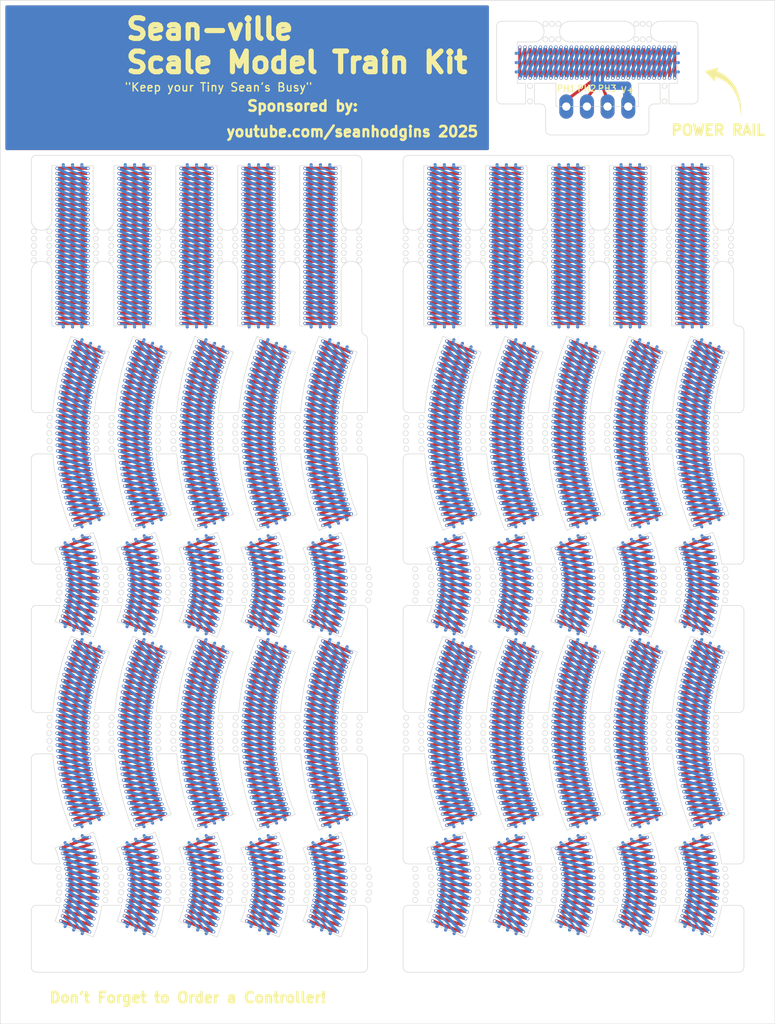
<source format=kicad_pcb>
(kicad_pcb (version 20241229) (generator "pcbnew") (generator_version "9.0")
  (layers (0 "F.Cu" signal) (2 "B.Cu" signal) (13 "F.Paste" user) (15 "B.Paste" user) (5 "F.SilkS" user "F.Silkscreen") (7 "B.SilkS" user "B.Silkscreen") (1 "F.Mask" user) (3 "B.Mask" user) (25 "Edge.Cuts" user))
  (net 0 "")
  (net 1 "unconnected-(J1-Pin_1-Pad1)")
  (net 2 "unconnected-(J2-Pin_3-Pad3)")
  (net 3 "unconnected-(J1-Pin_2-Pad2)")
  (footprint "logos:pcbway_mask" (layer "F.Cu") (at 151.16 47.91)
    (property "Reference" "G***" (hide yes))
    (property "Value" "LOGO" (hide yes))
  )
  (footprint "logos:arrow" (layer "F.Cu") (at 181.87 46.14 125)
    (property "Reference" "G***" (hide yes))
    (property "Value" "LOGO" (hide yes))
  )
  (footprint "logos:SH_Logo_cu" (layer "F.Cu") (at 117.77 41.8)
    (property "Reference" "G***" (hide yes))
    (property "Value" "LOGO" (hide yes))
  )
  (footprint "logos:pcbway_cu" (layer "F.Cu") (at 151.18 47.91)
    (property "Reference" "G***" (hide yes))
    (property "Value" "LOGO" (hide yes))
  )
  (footprint "logos:SH_Logo" (layer "F.Cu") (at 117.79 41.79)
    (property "Reference" "G***" (hide yes))
    (property "Value" "LOGO" (hide yes))
  )
  (footprint "model_train_footprints:power_connector_2mm" (layer "F.Cu") (at 166.108343 47.788953 90)
    (property "Reference" "REF**" (hide yes))
    (property "Value" "power_connector_2mm" (hide yes))
  )
  (footprint "model_train_footprints:track_connections" (layer "B.Cu") (at 124.30953 53.509247 -90)
    (property "Reference" "REF**" (hide yes))
    (property "Value" "track_connections" (hide yes))
  )
  (footprint "model_train_footprints:track_connections" (layer "B.Cu") (at 180.022243 99.774618 67.5)
    (property "Reference" "REF**" (hide yes))
    (property "Value" "track_connections" (hide yes))
  )
  (footprint "model_train_footprints:track_connections" (layer "B.Cu") (at 144.022247 87.995372 112.5)
    (property "Reference" "REF**" (hide yes))
    (property "Value" "track_connections" (hide yes))
  )
  (footprint "model_train_footprints:track_connections" (layer "B.Cu") (at 118.453174 98.338068 -112.5)
    (property "Reference" "J1" (hide yes))
    (property "Value" "Conn_01x03" (hide yes))
  )
  (footprint "model_train_footprints:track_connections" (layer "B.Cu") (at 132.022246 70.774618 67.5)
    (property "Reference" "REF**" (hide yes))
    (property "Value" "track_connections" (hide yes))
  )
  (footprint "model_train_footprints:track_connections" (layer "B.Cu") (at 126.022248 87.995372 112.5)
    (property "Reference" "REF**" (hide yes))
    (property "Value" "track_connections" (hide yes))
  )
  (footprint "model_train_footprints:track_connections" (layer "B.Cu") (at 126.022247 116.995372 112.5)
    (property "Reference" "REF**" (hide yes))
    (property "Value" "track_connections" (hide yes))
  )
  (footprint "model_train_footprints:track_connections" (layer "B.Cu") (at 136.30953 53.509247 -90)
    (property "Reference" "REF**" (hide yes))
    (property "Value" "track_connections" (hide yes))
  )
  (footprint "model_train_footprints:track_connections" (layer "B.Cu") (at 118.30953 53.509247 -90)
    (property "Reference" "REF**" (hide yes))
    (property "Value" "track_connections" (hide yes))
  )
  (footprint "model_train_footprints:track_connections" (layer "B.Cu") (at 154.453173 98.338069 -112.5)
    (property "Reference" "J1" (hide yes))
    (property "Value" "Conn_01x03" (hide yes))
  )
  (footprint "model_train_footprints:track_connections" (layer "B.Cu") (at 160.453173 118.727688 -67.5)
    (property "Reference" "J2" (hide yes))
    (property "Value" "Conn_01x03" (hide yes))
  )
  (footprint "model_train_footprints:track_connections" (layer "B.Cu") (at 144.022246 70.774618 67.5)
    (property "Reference" "REF**" (hide yes))
    (property "Value" "track_connections" (hide yes))
  )
  (footprint "model_train_footprints:track_connections" (layer "B.Cu") (at 178.30953 53.509247 -90)
    (property "Reference" "REF**" (hide yes))
    (property "Value" "track_connections" (hide yes))
  )
  (footprint "model_train_footprints:track_connections" (layer "B.Cu") (at 166.30953 53.509247 -90)
    (property "Reference" "REF**" (hide yes))
    (property "Value" "track_connections" (hide yes))
  )
  (footprint "model_train_footprints:track_connections" (layer "B.Cu") (at 118.30953 69.009247 -90)
    (property "Reference" "REF**" (hide yes))
    (property "Value" "track_connections" (hide yes))
  )
  (footprint "model_train_footprints:track_connections" (layer "B.Cu") (at 162.022246 87.995372 112.5)
    (property "Reference" "REF**" (hide yes))
    (property "Value" "track_connections" (hide yes))
  )
  (footprint "model_train_footprints:track_connections" (layer "B.Cu") (at 118.453174 127.338067 -112.5)
    (property "Reference" "J1" (hide yes))
    (property "Value" "Conn_01x03" (hide yes))
  )
  (footprint "model_train_footprints:track_connections" (layer "B.Cu") (at 168.022251 87.995372 112.5)
    (property "Reference" "REF**" (hide yes))
    (property "Value" "track_connections" (hide yes))
  )
  (footprint "model_train_footprints:track_connections" (layer "B.Cu") (at 118.453174 118.72769 -67.5)
    (property "Reference" "J2" (hide yes))
    (property "Value" "Conn_01x03" (hide yes))
  )
  (footprint "model_train_footprints:track_connections" (layer "B.Cu") (at 124.30953 69.009247 -90)
    (property "Reference" "REF**" (hide yes))
    (property "Value" "track_connections" (hide yes))
  )
  (footprint "model_train_footprints:track_connections" (layer "B.Cu") (at 154.30953 53.509247 -90)
    (property "Reference" "REF**" (hide yes))
    (property "Value" "track_connections" (hide yes))
  )
  (footprint "model_train_footprints:track_connections" (layer "B.Cu") (at 156.022245 70.774618 67.5)
    (property "Reference" "REF**" (hide yes))
    (property "Value" "track_connections" (hide yes))
  )
  (footprint "model_train_footprints:track_connections" (layer "B.Cu") (at 166.453173 89.727693 -67.5)
    (property "Reference" "J2" (hide yes))
    (property "Value" "Conn_01x03" (hide yes))
  )
  (footprint "model_train_footprints:track_connections" (layer "B.Cu") (at 142.30953 53.509247 -90)
    (property "Reference" "REF**" (hide yes))
    (property "Value" "track_connections" (hide yes))
  )
  (footprint "model_train_footprints:track_connections" (layer "B.Cu") (at 120.022251 70.774618 67.5)
    (property "Reference" "REF**" (hide yes))
    (property "Value" "track_connections" (hide yes))
  )
  (footprint "model_train_footprints:track_connections" (layer "B.Cu") (at 138.02225 116.995361 112.5)
    (property "Reference" "REF**" (hide yes))
    (property "Value" "track_connections" (hide yes))
  )
  (footprint "model_train_footprints:track_connections" (layer "B.Cu") (at 178.453173 127.338066 -112.5)
    (property "Reference" "J1" (hide yes))
    (property "Value" "Conn_01x03" (hide yes))
  )
  (footprint "model_train_footprints:track_connections" (layer "B.Cu") (at 166.453173 118.727692 -67.5)
    (property "Reference" "J2" (hide yes))
    (property "Value" "Conn_01x03" (hide yes))
  )
  (footprint "model_train_footprints:track_connections" (layer "B.Cu") (at 136.453172 98.338067 -112.5)
    (property "Reference" "J1" (hide yes))
    (property "Value" "Conn_01x03" (hide yes))
  )
  (footprint "model_train_footprints:track_connections" (layer "B.Cu") (at 124.453174 98.338067 -112.5)
    (property "Reference" "J1" (hide yes))
    (property "Value" "Conn_01x03" (hide yes))
  )
  (footprint "model_train_footprints:track_connections" (layer "B.Cu") (at 120.022251 116.995372 112.5)
    (property "Reference" "REF**" (hide yes))
    (property "Value" "track_connections" (hide yes))
  )
  (footprint "model_train_footprints:track_connections" (layer "B.Cu") (at 172.30953 53.509247 -90)
    (property "Reference" "REF**" (hide yes))
    (property "Value" "track_connections" (hide yes))
  )
  (footprint "model_train_footprints:track_connections" (layer "B.Cu") (at 154.30953 69.009247 -90)
    (property "Reference" "REF**" (hide yes))
    (property "Value" "track_connections" (hide yes))
  )
  (footprint "model_train_footprints:track_connections" (layer "B.Cu") (at 136.453172 118.727689 -67.5)
    (property "Reference" "J2" (hide yes))
    (property "Value" "Conn_01x03" (hide yes))
  )
  (footprint "model_train_footprints:track_connections" (layer "B.Cu") (at 156.022245 116.995372 112.5)
    (property "Reference" "REF**" (hide yes))
    (property "Value" "track_connections" (hide yes))
  )
  (footprint "model_train_footprints:track_connections" (layer "B.Cu") (at 162.022244 99.774618 67.5)
    (property "Reference" "REF**" (hide yes))
    (property "Value" "track_connections" (hide yes))
  )
  (footprint "model_train_footprints:track_connections" (layer "B.Cu") (at 142.30953 69.009247 -90)
    (property "Reference" "REF**" (hide yes))
    (property "Value" "track_connections" (hide yes))
  )
  (footprint "model_train_footprints:track_connections" (layer "B.Cu") (at 154.453173 127.338068 -112.5)
    (property "Reference" "J1" (hide yes))
    (property "Value" "Conn_01x03" (hide yes))
  )
  (footprint "model_train_footprints:track_connections" (layer "B.Cu") (at 160.30953 69.009247 -90)
    (property "Reference" "REF**" (hide yes))
    (property "Value" "track_connections" (hide yes))
  )
  (footprint "model_train_footprints:track_connections" (layer "B.Cu") (at 168.022249 99.774618 67.5)
    (property "Reference" "REF**" (hide yes))
    (property "Value" "track_connections" (hide yes))
  )
  (footprint "model_train_footprints:track_connections" (layer "B.Cu") (at 156.022244 99.774618 67.5)
    (property "Reference" "REF**" (hide yes))
    (property "Value" "track_connections" (hide yes))
  )
  (footprint "model_train_footprints:track_connections" (layer "B.Cu") (at 144.022246 116.995372 112.5)
    (property "Reference" "REF**" (hide yes))
    (property "Value" "track_connections" (hide yes))
  )
  (footprint "model_train_footprints:track_connections" (layer "B.Cu") (at 130.453172 118.727689 -67.5)
    (property "Reference" "J2" (hide yes))
    (property "Value" "Conn_01x03" (hide yes))
  )
  (footprint "model_train_footprints:track_connections" (layer "B.Cu") (at 124.453174 118.727689 -67.5)
    (property "Reference" "J2" (hide yes))
    (property "Value" "Conn_01x03" (hide yes))
  )
  (footprint "model_train_footprints:track_connections" (layer "B.Cu") (at 138.022249 99.774607 67.5)
    (property "Reference" "REF**" (hide yes))
    (property "Value" "track_connections" (hide yes))
  )
  (footprint "model_train_footprints:track_connections" (layer "B.Cu") (at 174.022243 99.774618 67.5)
    (property "Reference" "REF**" (hide yes))
    (property "Value" "track_connections" (hide yes))
  )
  (footprint "model_train_footprints:track_connections" (layer "B.Cu") (at 142.453173 118.727689 -67.5)
    (property "Reference" "J2" (hide yes))
    (property "Value" "Conn_01x03" (hide yes))
  )
  (footprint "model_train_footprints:track_connections" (layer "B.Cu") (at 154.453173 118.727691 -67.5)
    (property "Reference" "J2" (hide yes))
    (property "Value" "Conn_01x03" (hide yes))
  )
  (footprint "model_train_footprints:track_connections" (layer "B.Cu") (at 166.30953 69.009247 -90)
    (property "Reference" "REF**" (hide yes))
    (property "Value" "track_connections" (hide yes))
  )
  (footprint "model_train_footprints:track_connections" (layer "B.Cu") (at 120.02225 99.774618 67.5)
    (property "Reference" "REF**" (hide yes))
    (property "Value" "track_connections" (hide yes))
  )
  (footprint "model_train_footprints:track_connections" (layer "B.Cu") (at 156.022246 87.995372 112.5)
    (property "Reference" "REF**" (hide yes))
    (property "Value" "track_connections" (hide yes))
  )
  (footprint "model_train_footprints:track_connections" (layer "B.Cu") (at 178.453173 98.338067 -112.5)
    (property "Reference" "J1" (hide yes))
    (property "Value" "Conn_01x03" (hide yes))
  )
  (footprint "model_train_footprints:track_connections" (layer "B.Cu") (at 160.453173 98.338066 -112.5)
    (property "Reference" "J1" (hide yes))
    (property "Value" "Conn_01x03" (hide yes))
  )
  (footprint "model_train_footprints:track_connections" (layer "B.Cu") (at 138.02225 70.774607 67.5)
    (property "Reference" "REF**" (hide yes))
    (property "Value" "track_connections" (hide yes))
  )
  (footprint "model_train_footprints:track_connections" (layer "B.Cu") (at 130.453172 98.338067 -112.5)
    (property "Reference" "J1" (hide yes))
    (property "Value" "Conn_01x03" (hide yes))
  )
  (footprint "model_train_footprints:track_connections" (layer "B.Cu") (at 172.453173 127.338068 -112.5)
    (property "Reference" "J1" (hide yes))
    (property "Value" "Conn_01x03" (hide yes))
  )
  (footprint "model_train_footprints:track_connections" (layer "B.Cu") (at 132.022245 99.774618 67.5)
    (property "Reference" "REF**" (hide yes))
    (property "Value" "track_connections" (hide yes))
  )
  (footprint "model_train_footprints:track_connections" (layer "B.Cu") (at 180.022244 116.995372 112.5)
    (property "Reference" "REF**" (hide yes))
    (property "Value" "track_connections" (hide yes))
  )
  (footprint "model_train_footprints:track_connections" (layer "B.Cu") (at 136.453172 127.338066 -112.5)
    (property "Reference" "J1" (hide yes))
    (property "Value" "Conn_01x03" (hide yes))
  )
  (footprint "model_train_footprints:track_connections" (layer "B.Cu") (at 154.453173 89.727692 -67.5)
    (property "Reference" "J2" (hide yes))
    (property "Value" "Conn_01x03" (hide yes))
  )
  (footprint "model_train_footprints:track_connections" (layer "B.Cu") (at 118.453174 89.727691 -67.5)
    (property "Reference" "J2" (hide yes))
    (property "Value" "Conn_01x03" (hide yes))
  )
  (footprint "model_train_footprints:track_connections" (layer "B.Cu") (at 160.30953 53.509247 -90)
    (property "Reference" "REF**" (hide yes))
    (property "Value" "track_connections" (hide yes))
  )
  (footprint "model_train_footprints:track_connections" (layer "B.Cu") (at 160.453173 89.727689 -67.5)
    (property "Reference" "J2" (hide yes))
    (property "Value" "Conn_01x03" (hide yes))
  )
  (footprint "model_train_footprints:track_connections" (layer "B.Cu") (at 136.453172 89.72769 -67.5)
    (property "Reference" "J2" (hide yes))
    (property "Value" "Conn_01x03" (hide yes))
  )
  (footprint "model_train_footprints:track_connections" (layer "B.Cu") (at 174.022244 70.774618 67.5)
    (property "Reference" "REF**" (hide yes))
    (property "Value" "track_connections" (hide yes))
  )
  (footprint "model_train_footprints:track_connections" (layer "B.Cu") (at 161.358343 43.538953)
    (property "Reference" "REF**" (hide yes))
    (property "Value" "track_connections" (hide yes))
  )
  (footprint "model_train_footprints:track_connections" (layer "B.Cu") (at 166.453173 127.338069 -112.5)
    (property "Reference" "J1" (hide yes))
    (property "Value" "Conn_01x03" (hide yes))
  )
  (footprint "model_train_footprints:track_connections" (layer "B.Cu") (at 160.453173 127.338065 -112.5)
    (property "Reference" "J1" (hide yes))
    (property "Value" "Conn_01x03" (hide yes))
  )
  (footprint "model_train_footprints:track_connections" (layer "B.Cu") (at 124.453174 127.338066 -112.5)
    (property "Reference" "J1" (hide yes))
    (property "Value" "Conn_01x03" (hide yes))
  )
  (footprint "model_train_footprints:track_connections" (layer "B.Cu") (at 178.453173 89.72769 -67.5)
    (property "Reference" "J2" (hide yes))
    (property "Value" "Conn_01x03" (hide yes))
  )
  (footprint "model_train_footprints:track_connections" (layer "B.Cu") (at 162.022245 70.774618 67.5)
    (property "Reference" "REF**" (hide yes))
    (property "Value" "track_connections" (hide yes))
  )
  (footprint "model_train_footprints:track_connections" (layer "B.Cu") (at 172.453173 89.727692 -67.5)
    (property "Reference" "J2" (hide yes))
    (property "Value" "Conn_01x03" (hide yes))
  )
  (footprint "model_train_footprints:track_connections" (layer "B.Cu") (at 126.022246 99.774618 67.5)
    (property "Reference" "REF**" (hide yes))
    (property "Value" "track_connections" (hide yes))
  )
  (footprint "model_train_footprints:track_connections" (layer "B.Cu") (at 176.858343 43.538953)
    (property "Reference" "REF**" (hide yes))
    (property "Value" "track_connections" (hide yes))
  )
  (footprint "model_train_footprints:track_connections" (layer "B.Cu") (at 126.022247 70.774618 67.5)
    (property "Reference" "REF**" (hide yes))
    (property "Value" "track_connections" (hide yes))
  )
  (footprint "model_train_footprints:track_connections" (layer "B.Cu") (at 172.30953 69.009247 -90)
    (property "Reference" "REF**" (hide yes))
    (property "Value" "track_connections" (hide yes))
  )
  (footprint "model_train_footprints:track_connections" (layer "B.Cu") (at 174.022245 87.995372 112.5)
    (property "Reference" "REF**" (hide yes))
    (property "Value" "track_connections" (hide yes))
  )
  (footprint "model_train_footprints:track_connections" (layer "B.Cu") (at 142.453173 89.72769 -67.5)
    (property "Reference" "J2" (hide yes))
    (property "Value" "Conn_01x03" (hide yes))
  )
  (footprint "model_train_footprints:track_connections" (layer "B.Cu") (at 172.453173 118.727691 -67.5)
    (property "Reference" "J2" (hide yes))
    (property "Value" "Conn_01x03" (hide yes))
  )
  (footprint "model_train_footprints:track_connections" (layer "B.Cu") (at 174.022244 116.995372 112.5)
    (property "Reference" "REF**" (hide yes))
    (property "Value" "track_connections" (hide yes))
  )
  (footprint "model_train_footprints:track_connections" (layer "B.Cu") (at 180.022244 70.774618 67.5)
    (property "Reference" "REF**" (hide yes))
    (property "Value" "track_connections" (hide yes))
  )
  (footprint "model_train_footprints:track_connections" (layer "B.Cu") (at 178.453173 118.727689 -67.5)
    (property "Reference" "J2" (hide yes))
    (property "Value" "Conn_01x03" (hide yes))
  )
  (footprint "model_train_footprints:track_connections" (layer "B.Cu") (at 178.30953 69.009247 -90)
    (property "Reference" "REF**" (hide yes))
    (property "Value" "track_connections" (hide yes))
  )
  (footprint "model_train_footprints:track_connections" (layer "B.Cu") (at 124.453174 89.72769 -67.5)
    (property "Reference" "J2" (hide yes))
    (property "Value" "Conn_01x03" (hide yes))
  )
  (footprint "model_train_footprints:track_connections" (layer "B.Cu") (at 132.022247 87.995372 112.5)
    (property "Reference" "REF**" (hide yes))
    (property "Value" "track_connections" (hide yes))
  )
  (footprint "model_train_footprints:track_connections" (layer "B.Cu") (at 172.453173 98.338069 -112.5)
    (property "Reference" "J1" (hide yes))
    (property "Value" "Conn_01x03" (hide yes))
  )
  (footprint "model_train_footprints:track_connections" (layer "B.Cu") (at 168.02225 70.774618 67.5)
    (property "Reference" "REF**" (hide yes))
    (property "Value" "track_connections" (hide yes))
  )
  (footprint "model_train_footprints:track_connections" (layer "B.Cu") (at 130.30953 53.509247 -90)
    (property "Reference" "REF**" (hide yes))
    (property "Value" "track_connections" (hide yes))
  )
  (footprint "model_train_footprints:track_connections" (layer "B.Cu") (at 120.022252 87.995372 112.5)
    (property "Reference" "REF**" (hide yes))
    (property "Value" "track_connections" (hide yes))
  )
  (footprint "model_train_footprints:track_connections" (layer "B.Cu") (at 132.022246 116.995372 112.5)
    (property "Reference" "REF**" (hide yes))
    (property "Value" "track_connections" (hide yes))
  )
  (footprint "model_train_footprints:track_connections" (layer "B.Cu") (at 144.022245 99.774618 67.5)
    (property "Reference" "REF**" (hide yes))
    (property "Value" "track_connections" (hide yes))
  )
  (footprint "model_train_footprints:track_connections" (layer "B.Cu") (at 166.453173 98.33807 -112.5)
    (property "Reference" "J1" (hide yes))
    (property "Value" "Conn_01x03" (hide yes))
  )
  (footprint "model_train_footprints:track_connections" (layer "B.Cu") (at 162.022245 116.995372 112.5)
    (property "Reference" "REF**" (hide yes))
    (property "Value" "track_connections" (hide yes))
  )
  (footprint "model_train_footprints:track_connections" (layer "B.Cu") (at 180.022245 87.995372 112.5)
    (property "Reference" "REF**" (hide yes))
    (property "Value" "track_connections" (hide yes))
  )
  (footprint "model_train_footprints:track_connections" (layer "B.Cu") (at 130.30953 69.009247 -90)
    (property "Reference" "REF**" (hide yes))
    (property "Value" "track_connections" (hide yes))
  )
  (footprint "model_train_footprints:track_connections" (layer "B.Cu") (at 130.453172 127.338066 -112.5)
    (property "Reference" "J1" (hide yes))
    (property "Value" "Conn_01x03" (hide yes))
  )
  (footprint "model_train_footprints:track_connections" (layer "B.Cu") (at 138.022251 87.995361 112.5)
    (property "Reference" "REF**" (hide yes))
    (property "Value" "track_connections" (hide yes))
  )
  (footprint "model_train_footprints:track_connections" (layer "B.Cu") (at 168.02225 116.995372 112.5)
    (property "Reference" "REF**" (hide yes))
    (property "Value" "track_connections" (hide yes))
  )
  (footprint "model_train_footprints:track_connections" (layer "B.Cu") (at 142.453173 98.338067 -112.5)
    (property "Reference" "J1" (hide yes))
    (property "Value" "Conn_01x03" (hide yes))
  )
  (footprint "model_train_footprints:track_connections" (layer "B.Cu") (at 142.453173 127.338066 -112.5)
    (property "Reference" "J1" (hide yes))
    (property "Value" "Conn_01x03" (hide yes))
  )
  (footprint "model_train_footprints:track_connections" (layer "B.Cu") (at 136.30953 69.009247 -90)
    (property "Reference" "REF**" (hide yes))
    (property "Value" "track_connections" (hide yes))
  )
  (footprint "model_train_footprints:track_connections" (layer "B.Cu") (at 130.453172 89.72769 -67.5)
    (property "Reference" "J2" (hide yes))
    (property "Value" "Conn_01x03" (hide yes))
  )
  (gr_line (start 177.141907 75.404614) (end 180.10036 75.902163) (stroke (width 0.3)) (layer "F.Cu"))
  (gr_line (start 135.796067 93.520741) (end 138.791841 93.361553) (stroke (width 0.3)) (layer "F.Cu") (net 2))
  (gr_line (start 134.816356 107.81298) (end 137.815504 107.884482) (stroke (width 0.3)) (layer "F.Cu"))
  (gr_line (start 138.964524 101.51655) (end 136.129522 100.535344) (stroke (width 0.3)) (layer "F.Cu"))
  (gr_line (start 137.80953 53.759247) (end 134.80953 53.759247) (stroke (width 0.3)) (layer "F.Cu"))
  (gr_line (start 123.796069 122.52074) (end 126.791843 122.361552) (stroke (width 0.3)) (layer "F.Cu") (net 2))
  (gr_line (start 161.904678 106.388242) (end 158.918271 106.10299) (stroke (width 0.3)) (layer "F.Cu"))
  (gr_line (start 171.627366 102.173139) (end 174.525137 102.949622) (stroke (width 0.3)) (layer "F.Cu"))
  (gr_line (start 161.80953 68.259247) (end 158.80953 68.259247) (stroke (width 0.3)) (layer "F.Cu"))
  (gr_line (start 143.957919 110.877009) (end 140.979117 111.23301) (stroke (width 0.3)) (layer "F.Cu"))
  (gr_line (start 155.80953 59.759247) (end 152.80953 59.759247) (stroke (width 0.3)) (layer "F.Cu"))
  (gr_line (start 179.80953 64.759247) (end 176.80953 64.759247) (stroke (width 0.3)) (layer "F.Cu"))
  (gr_line (start 155.80953 60.259247) (end 152.80953 60.259247) (stroke (width 0.3)) (layer "F.Cu"))
  (gr_line (start 125.80953 67.259247) (end 122.80953 67.259247) (stroke (width 0.3)) (layer "F.Cu"))
  (gr_line (start 141.330987 97.049922) (end 144.184241 97.976712) (stroke (width 0.3)) (layer "F.Cu") (net 3))
  (gr_line (start 159.68892 121.504048) (end 162.651556 121.032049) (stroke (width 0.3)) (layer "F.Cu") (net 3))
  (gr_line (start 132.401167 84.334592) (end 129.485686 85.041676) (stroke (width 0.3)) (layer "F.Cu"))
  (gr_line (start 125.80953 55.759247) (end 122.80953 55.759247) (stroke (width 0.3)) (layer "F.Cu"))
  (gr_line (start 168.401552 74.433828) (end 165.486126 73.726517) (stroke (width 0.3)) (layer "F.Cu"))
  (gr_line (start 128.870736 106.672128) (end 131.863086 106.886238) (stroke (width 0.3)) (layer "F.Cu"))
  (gr_line (start 126.659762 114.299945) (end 123.781223 115.144937) (stroke (width 0.3)) (layer "F.Cu"))
  (gr_line (start 117.141914 75.404614) (end 120.100367 75.902163) (stroke (width 0.3)) (layer "F.Cu"))
  (gr_line (start 173.80953 56.259247) (end 170.80953 56.259247) (stroke (width 0.3)) (layer "F.Cu"))
  (gr_line (start 135.475902 91.504167) (end 138.37283 90.724548) (stroke (width 0.3)) (layer "F.Cu") (net 1))
  (gr_line (start 125.833354 107.385082) (end 122.836757 107.242236) (stroke (width 0.3)) (layer "F.Cu"))
  (gr_line (start 143.80953 63.259247) (end 140.80953 63.259247) (stroke (width 0.3)) (layer "F.Cu"))
  (gr_line (start 137.80953 56.259247) (end 134.80953 56.259247) (stroke (width 0.3)) (layer "F.Cu"))
  (gr_line (start 126.188795 83.358029) (end 123.242974 83.925604) (stroke (width 0.3)) (layer "F.Cu"))
  (gr_line (start 116.979342 76.535144) (end 119.958117 76.891376) (stroke (width 0.3)) (layer "F.Cu"))
  (gr_line (start 175.133006 115.722183) (end 172.322074 116.770351) (stroke (width 0.3)) (layer "F.Cu"))
  (gr_line (start 153.358081 74.283099) (end 156.289513 74.920837) (stroke (width 0.3)) (layer "F.Cu"))
  (gr_line (start 173.833275 109.383294) (end 170.836666 109.525907) (stroke (width 0.3)) (layer "F.Cu"))
  (gr_line (start 167.80953 55.259247) (end 164.80953 55.259247) (stroke (width 0.3)) (layer "F.Cu"))
  (gr_line (start 135.330986 97.049922) (end 138.18424 97.976712) (stroke (width 0.3)) (layer "F.Cu") (net 3))
  (gr_line (start 177.141906 104.404614) (end 180.100359 104.902163) (stroke (width 0.3)) (layer "F.Cu"))
  (gr_line (start 132.023352 76.395923) (end 129.053897 75.968912) (stroke (width 0.3)) (layer "F.Cu"))
  (gr_line (start 162.659761 85.299945) (end 159.781222 86.144937) (stroke (width 0.3)) (layer "F.Cu"))
  (gr_line (start 164.870741 77.672128) (end 167.863091 77.886238) (stroke (width 0.3)) (layer "F.Cu"))
  (gr_line (start 143.80953 55.759247) (end 140.80953 55.759247) (stroke (width 0.3)) (layer "F.Cu"))
  (gr_line (start 134.870741 77.672117) (end 137.863091 77.886227) (stroke (width 0.3)) (layer "F.Cu"))
  (gr_line (start 137.904683 106.388231) (end 134.918276 106.102979) (stroke (width 0.3)) (layer "F.Cu"))
  (gr_line (start 129.755828 93.01099) (end 132.739135 92.694962) (stroke (width 0.3)) (layer "F.Cu") (net 1))
  (gr_line (start 141.756033 124.052821) (end 144.739741 124.365048) (stroke (width 0.3)) (layer "F.Cu") (net 2))
  (gr_line (start 131.80953 67.259247) (end 128.80953 67.259247) (stroke (width 0.3)) (layer "F.Cu"))
  (gr_line (start 125.80953 68.759247) (end 122.80953 68.759247) (stroke (width 0.3)) (layer "F.Cu"))
  (gr_line (start 168.659765 114.299945) (end 165.781226 115.144937) (stroke (width 0.3)) (layer "F.Cu"))
  (gr_line (start 144.401547 103.433828) (end 141.486121 102.726517) (stroke (width 0.3)) (layer "F.Cu"))
  (gr_line (start 155.80953 63.259247) (end 152.80953 63.259247) (stroke (width 0.3)) (layer "F.Cu"))
  (gr_line (start 135.476409 96.559701) (end 138.374328 97.335629) (stroke (width 0.3)) (layer "F.Cu") (net 2))
  (gr_line (start 180.189097 75.410375) (end 177.243321 74.842571) (stroke (width 0.3)) (layer "F.Cu"))
  (gr_line (start 140.870737 77.672128) (end 143.863087 77.886238) (stroke (width 0.3)) (layer "F.Cu"))
  (gr_line (start 138.660221 102.468483) (end 135.781747 101.623268) (stroke (width 0.3)) (layer "F.Cu"))
  (gr_line (start 135.688919 92.50405) (end 138.651555 92.032051) (stroke (width 0.3)) (layer "F.Cu") (net 3))
  (gr_line (start 117.689227 124.559775) (end 120.652463 125.027999) (stroke (width 0.3)) (layer "F.Cu") (net 3))
  (gr_line (start 155.80953 65.259247) (end 152.80953 65.259247) (stroke (width 0.3)) (layer "F.Cu"))
  (gr_line (start 161.809534 108.384187) (end 158.809534 108.38407) (stroke (width 0.3)) (layer "F.Cu"))
  (gr_line (start 125.957921 81.877009) (end 122.979119 82.23301) (stroke (width 0.3)) (layer "F.Cu"))
  (gr_line (start 152.816351 107.812991) (end 155.815499 107.884493) (stroke (width 0.3)) (layer "F.Cu"))
  (gr_line (start 155.957918 110.877009) (end 152.979116 111.23301) (stroke (width 0.3)) (layer "F.Cu"))
  (gr_line (start 128.870737 77.672128) (end 131.863087 77.886238) (stroke (width 0.3)) (layer "F.Cu"))
  (gr_line (start 173.957918 81.877009) (end 170.979116 82.23301) (stroke (width 0.3)) (layer "F.Cu"))
  (gr_line (start 162.289168 112.847574) (end 159.357687 113.485084) (stroke (width 0.3)) (layer "F.Cu"))
  (gr_line (start 174.023349 105.395923) (end 171.053894 104.968912) (stroke (width 0.3)) (layer "F.Cu"))
  (gr_line (start 177.358079 103.283099) (end 180.289511 103.920837) (stroke (width 0.3)) (layer "F.Cu"))
  (gr_line (start 117.358086 103.283099) (end 120.289518 103.920837) (stroke (width 0.3)) (layer "F.Cu"))
  (gr_line (start 158.979335 105.535144) (end 161.95811 105.891376) (stroke (width 0.3)) (layer "F.Cu"))
  (gr_line (start 161.957918 110.877009) (end 158.979116 111.23301) (stroke (width 0.3)) (layer "F.Cu"))
  (gr_line (start 122.870738 77.672128) (end 125.863088 77.886238) (stroke (width 0.3)) (layer "F.Cu"))
  (gr_line (start 144.963992 86.251903) (end 142.128914 87.232888) (stroke (width 0.3)) (layer "F.Cu"))
  (gr_line (start 153.809528 123.031902) (end 156.809527 123.029991) (stroke (width 0.3)) (layer "F.Cu") (net 3))
  (gr_line (start 119.80953 58.759247) (end 116.80953 58.759247) (stroke (width 0.3)) (layer "F.Cu"))
  (gr_line (start 137.833358 78.385071) (end 134.836761 78.242225) (stroke (width 0.3)) (layer "F.Cu"))
  (gr_line (start 167.957923 110.877009) (end 164.979121 111.23301) (stroke (width 0.3)) (layer "F.Cu"))
  (gr_line (start 129.796067 93.520741) (end 132.791841 93.361553) (stroke (width 0.3)) (layer "F.Cu") (net 2))
  (gr_line (start 177.160063 97.531846) (end 179.960805 98.606948) (stroke (width 0.3)) (layer "F.Cu") (net 1))
  (gr_line (start 172.608343 42.038953) (end 172.608343 45.038953) (stroke (width 0.3)) (layer "F.Cu"))
  (gr_line (start 131.833277 109.383294) (end 128.836668 109.525907) (stroke (width 0.3)) (layer "F.Cu"))
  (gr_line (start 153.809528 94.031903) (end 156.809527 94.029992) (stroke (width 0.3)) (layer "F.Cu") (net 3))
  (gr_line (start 120.964526 72.516561) (end 118.129524 71.535355) (stroke (width 0.3)) (layer "F.Cu"))
  (gr_line (start 135.358085 103.283088) (end 138.289517 103.920826) (stroke (width 0.3)) (layer "F.Cu"))
  (gr_line (start 155.957919 81.877009) (end 152.979117 82.23301) (stroke (width 0.3)) (layer "F.Cu"))
  (gr_line (start 153.595933 125.06253) (end 156.530546 125.685463) (stroke (width 0.3)) (layer "F.Cu") (net 1))
  (gr_line (start 120.401171 113.334592) (end 117.48569 114.041676) (stroke (width 0.3)) (layer "F.Cu"))
  (gr_line (start 152.870735 106.672128) (end 155.863085 106.886238) (stroke (width 0.3)) (layer "F.Cu"))
  (gr_line (start 152.870736 77.672128) (end 155.863086 77.886238) (stroke (width 0.3)) (layer "F.Cu"))
  (gr_line (start 167.80953 66.259247) (end 164.80953 66.259247) (stroke (width 0.3)) (layer "F.Cu"))
  (gr_line (start 161.86297 80.882141) (end 158.870604 81.096018) (stroke (width 0.3)) (layer "F.Cu"))
  (gr_line (start 123.689227 95.559775) (end 126.652463 96.027999) (stroke (width 0.3)) (layer "F.Cu") (net 3))
  (gr_line (start 181.133006 115.722183) (end 178.322074 116.770351) (stroke (width 0.3)) (layer "F.Cu"))
  (gr_line (start 156.188793 83.358029) (end 153.242972 83.925604) (stroke (width 0.3)) (layer "F.Cu"))
  (gr_line (start 126.660219 73.468494) (end 123.781745 72.623279) (stroke (width 0.3)) (layer "F.Cu"))
  (gr_line (start 167.957924 81.877009) (end 164.979122 82.23301) (stroke (width 0.3)) (layer "F.Cu"))
  (gr_line (start 177.68892 92.50405) (end 180.651556 92.032051) (stroke (width 0.3)) (layer "F.Cu") (net 3))
  (gr_line (start 161.80953 62.259247) (end 158.80953 62.259247) (stroke (width 0.3)) (layer "F.Cu"))
  (gr_line (start 129.688919 121.504049) (end 132.651555 121.03205) (stroke (width 0.3)) (layer "F.Cu") (net 3))
  (gr_line (start 135.159359 119.532085) (end 137.958729 118.453416) (stroke (width 0.3)) (layer "F.Cu") (net 2))
  (gr_line (start 126.806214 114.777734) (end 123.948596 115.690981) (stroke (width 0.3)) (layer "F.Cu"))
  (gr_line (start 177.15936 119.532085) (end 179.95873 118.453416) (stroke (width 0.3)) (layer "F.Cu") (net 2))
  (gr_line (start 135.595932 125.062528) (end 138.530545 125.685461) (stroke (width 0.3)) (layer "F.Cu") (net 1))
  (gr_line (start 180.401545 103.433828) (end 177.486119 102.726517) (stroke (width 0.3)) (layer "F.Cu"))
  (gr_line (start 120.964525 101.516561) (end 118.129523 100.535355) (stroke (width 0.3)) (layer "F.Cu"))
  (gr_line (start 132.660218 73.468494) (end 129.781744 72.623279) (stroke (width 0.3)) (layer "F.Cu"))
  (gr_line (start 127.313169 116.188308) (end 124.527973 117.303065) (stroke (width 0.3)) (layer "F.Cu"))
  (gr_line (start 120.289175 83.847574) (end 117.357694 84.485084) (stroke (width 0.3)) (layer "F.Cu"))
  (gr_line (start 180.289167 112.847574) (end 177.357686 113.485084) (stroke (width 0.3)) (layer "F.Cu"))
  (gr_line (start 180.02335 76.395923) (end 177.053895 75.968912) (stroke (width 0.3)) (layer "F.Cu"))
  (gr_line (start 170.608343 42.038953) (end 170.608343 45.038953) (stroke (width 0.3)) (layer "F.Cu"))
  (gr_line (start 138.401171 84.334581) (end 135.48569 85.041665) (stroke (width 0.3)) (layer "F.Cu"))
  (gr_line (start 126.659763 85.299945) (end 123.781224 86.144937) (stroke (width 0.3)) (layer "F.Cu"))
  (gr_line (start 142.52866 70.465208) (end 145.313769 71.580183) (stroke (width 0.3)) (layer "F.Cu"))
  (gr_line (start 126.806707 72.990717) (end 123.94916 72.077248) (stroke (width 0.3)) (layer "F.Cu"))
  (gr_line (start 161.80953 54.259247) (end 158.80953 54.259247) (stroke (width 0.3)) (layer "F.Cu"))
  (gr_line (start 142.528659 99.465208) (end 145.313768 100.580183) (stroke (width 0.3)) (layer "F.Cu"))
  (gr_line (start 125.833355 78.385082) (end 122.836758 78.242236) (stroke (width 0.3)) (layer "F.Cu"))
  (gr_line (start 162.401166 84.334592) (end 159.485685 85.041676) (stroke (width 0.3)) (layer "F.Cu"))
  (gr_line (start 157.133008 86.722183) (end 154.322076 87.770351) (stroke (width 0.3)) (layer "F.Cu"))
  (gr_line (start 119.80953 60.759247) (end 116.80953 60.759247) (stroke (width 0.3)) (layer "F.Cu"))
  (gr_line (start 138.806709 101.990706) (end 135.949162 101.077237) (stroke (width 0.3)) (layer "F.Cu"))
  (gr_line (start 161.833352 107.385082) (end 158.836755 107.242236) (stroke (width 0.3)) (layer "F.Cu"))
  (gr_line (start 134.816312 108.955139) (end 137.815465 108.883871) (stroke (width 0.3)) (layer "F.Cu"))
  (gr_line (start 135.755828 122.010989) (end 138.739135 121.694961) (stroke (width 0.3)) (layer "F.Cu") (net 1))
  (gr_line (start 126.188794 112.358029) (end 123.242973 112.925604) (stroke (width 0.3)) (layer "F.Cu"))
  (gr_line (start 165.809528 94.031904) (end 168.809527 94.029993) (stroke (width 0.3)) (layer "F.Cu") (net 3))
  (gr_line (start 177.595933 125.062528) (end 180.530546 125.685461) (stroke (width 0.3)) (layer "F.Cu") (net 1))
  (gr_line (start 138.80671 72.990706) (end 135.949163 72.077237) (stroke (width 0.3)) (layer "F.Cu"))
  (gr_line (start 143.80953 60.759247) (end 140.80953 60.759247) (stroke (width 0.3)) (layer "F.Cu"))
  (gr_line (start 156.65976 114.299945) (end 153.781221 115.144937) (stroke (width 0.3)) (layer "F.Cu"))
  (gr_line (start 180.660215 102.468494) (end 177.781741 101.623279) (stroke (width 0.3)) (layer "F.Cu"))
  (gr_line (start 177.35808 74.283099) (end 180.289512 74.920837) (stroke (width 0.3)) (layer "F.Cu"))
  (gr_line (start 129.595932 125.062528) (end 132.530545 125.685461) (stroke (width 0.3)) (layer "F.Cu") (net 1))
  (gr_line (start 165.627373 73.173139) (end 168.525144 73.949622) (stroke (width 0.3)) (layer "F.Cu"))
  (gr_line (start 137.80953 58.759247) (end 134.80953 58.759247) (stroke (width 0.3)) (layer "F.Cu"))
  (gr_line (start 165.68892 121.504052) (end 168.651556 121.032053) (stroke (width 0.3)) (layer "F.Cu") (net 3))
  (gr_line (start 123.159361 119.532085) (end 125.958731 118.453416) (stroke (width 0.3)) (layer "F.Cu") (net 2))
  (gr_line (start 129.688919 92.50405) (end 132.651555 92.032051) (stroke (width 0.3)) (layer "F.Cu") (net 3))
  (gr_line (start 167.80953 55.759247) (end 164.80953 55.759247) (stroke (width 0.3)) (layer "F.Cu"))
  (gr_line (start 171.141907 75.404614) (end 174.10036 75.902163) (stroke (width 0.3)) (layer "F.Cu"))
  (gr_line (start 179.80953 54.759247) (end 176.80953 54.759247) (stroke (width 0.3)) (layer "F.Cu"))
  (gr_line (start 153.595933 96.062531) (end 156.530546 96.685464) (stroke (width 0.3)) (layer "F.Cu") (net 1))
  (gr_line (start 168.660222 73.468494) (end 165.781748 72.623279) (stroke (width 0.3)) (layer "F.Cu"))
  (gr_line (start 167.862975 80.882141) (end 164.870609 81.096018) (stroke (width 0.3)) (layer "F.Cu"))
  (gr_line (start 138.524725 84.818796) (end 135.626894 85.595054) (stroke (width 0.3)) (layer "F.Cu"))
  (gr_line (start 165.15936 90.532089) (end 167.95873 89.45342) (stroke (width 0.3)) (layer "F.Cu") (net 2))
  (gr_line (start 121.313173 116.188308) (end 118.527977 117.303065) (stroke (width 0.3)) (layer "F.Cu"))
  (gr_line (start 137.80953 68.259247) (end 134.80953 68.259247) (stroke (width 0.3)) (layer "F.Cu"))
  (gr_line (start 132.023121 111.372468) (end 129.053633 111.799248) (stroke (width 0.3)) (layer "F.Cu"))
  (gr_line (start 138.188798 83.358018) (end 135.242977 83.925593) (stroke (width 0.3)) (layer "F.Cu"))
  (gr_line (start 173.80953 68.259247) (end 170.80953 68.259247) (stroke (width 0.3)) (layer "F.Cu"))
  (gr_line (start 117.330988 97.049923) (end 120.184242 97.976713) (stroke (width 0.3)) (layer "F.Cu") (net 3))
  (gr_line (start 144.806214 85.777734) (end 141.948596 86.690981) (stroke (width 0.3)) (layer "F.Cu"))
  (gr_line (start 168.524725 84.818807) (end 165.626894 85.595065) (stroke (width 0.3)) (layer "F.Cu"))
  (gr_line (start 129.756032 95.052822) (end 132.73974 95.365049) (stroke (width 0.3)) (layer "F.Cu") (net 2))
  (gr_line (start 156.401547 74.433828) (end 153.486121 73.726517) (stroke (width 0.3)) (layer "F.Cu"))
  (gr_line (start 137.80953 59.259247) (end 134.80953 59.259247) (stroke (width 0.3)) (layer "F.Cu"))
  (gr_line (start 123.330988 97.049922) (end 126.184242 97.976712) (stroke (width 0.3)) (layer "F.Cu") (net 3))
  (gr_line (start 120.963997 86.251903) (end 118.128919 87.232888) (stroke (width 0.3)) (layer "F.Cu"))
  (gr_line (start 181.133572 72.046294) (end 178.322721 70.997907) (stroke (width 0.3)) (layer "F.Cu"))
  (gr_line (start 136.528663 99.465197) (end 139.313772 100.580172) (stroke (width 0.3)) (layer "F.Cu"))
  (gr_line (start 165.595933 96.062532) (end 168.530546 96.685465) (stroke (width 0.3)) (layer "F.Cu") (net 1))
  (gr_line (start 134.816357 78.81298) (end 137.815505 78.884482) (stroke (width 0.3)) (layer "F.Cu"))
  (gr_line (start 159.358081 74.283099) (end 162.289513 74.920837) (stroke (width 0.3)) (layer "F.Cu"))
  (gr_line (start 143.80953 62.759247) (end 140.80953 62.759247) (stroke (width 0.3)) (layer "F.Cu"))
  (gr_line (start 126.1891 75.410375) (end 123.243324 74.842571) (stroke (width 0.3)) (layer "F.Cu"))
  (gr_line (start 171.756033 95.052824) (end 174.739741 95.365051) (stroke (width 0.3)) (layer "F.Cu") (net 2))
  (gr_line (start 141.15936 90.532086) (end 143.95873 89.453417) (stroke (width 0.3)) (layer "F.Cu") (net 2))
  (gr_line (start 135.595932 96.062529) (end 138.530545 96.685462) (stroke (width 0.3)) (layer "F.Cu") (net 1))
  (gr_line (start 153.47641 125.559702) (end 156.374329 126.33563) (stroke (width 0.3)) (layer "F.Cu") (net 2))
  (gr_line (start 120.659767 85.299945) (end 117.781228 86.144937) (stroke (width 0.3)) (layer "F.Cu"))
  (gr_line (start 141.796068 93.520741) (end 144.791842 93.361553) (stroke (width 0.3)) (layer "F.Cu") (net 2))
  (gr_line (start 155.80953 58.759247) (end 152.80953 58.759247) (stroke (width 0.3)) (layer "F.Cu"))
  (gr_line (start 119.80953 55.259247) (end 116.80953 55.259247) (stroke (width 0.3)) (layer "F.Cu"))
  (gr_line (start 123.358082 103.283099) (end 126.289514 103.920837) (stroke (width 0.3)) (layer "F.Cu"))
  (gr_line (start 123.330988 126.049921) (end 126.184242 126.976711) (stroke (width 0.3)) (layer "F.Cu") (net 3))
  (gr_line (start 159.796171 94.543062) (end 162.792145 94.698434) (stroke (width 0.3)) (layer "F.Cu") (net 1))
  (gr_line (start 173.80953 66.759247) (end 170.80953 66.759247) (stroke (width 0.3)) (layer "F.Cu"))
  (gr_line (start 124.528661 70.465208) (end 127.31377 71.580183) (stroke (width 0.3)) (layer "F.Cu"))
  (gr_line (start 145.133574 72.046294) (end 142.322723 70.997907) (stroke (width 0.3)) (layer "F.Cu"))
  (gr_line (start 125.80953 62.759247) (end 122.80953 62.759247) (stroke (width 0.3)) (layer "F.Cu"))
  (gr_line (start 119.80953 53.759247) (end 116.80953 53.759247) (stroke (width 0.3)) (layer "F.Cu"))
  (gr_line (start 155.80953 57.759247) (end 152.80953 57.759247) (stroke (width 0.3)) (layer "F.Cu"))
  (gr_line (start 138.659765 114.299934) (end 135.781226 115.144926) (stroke (width 0.3)) (layer "F.Cu"))
  (gr_line (start 159.141907 104.404614) (end 162.10036 104.902163) (stroke (width 0.3)) (layer "F.Cu"))
  (gr_line (start 117.475904 120.504167) (end 120.372832 119.724548) (stroke (width 0.3)) (layer "F.Cu") (net 1))
  (gr_line (start 158.870736 77.672128) (end 161.863086 77.886238) (stroke (width 0.3)) (layer "F.Cu"))
  (gr_line (start 143.833353 107.385082) (end 140.836756 107.242236) (stroke (width 0.3)) (layer "F.Cu"))
  (gr_line (start 134.816313 79.955139) (end 137.815466 79.883871) (stroke (width 0.3)) (layer "F.Cu"))
  (gr_line (start 173.80953 64.759247) (end 170.80953 64.759247) (stroke (width 0.3)) (layer "F.Cu"))
  (gr_line (start 123.476411 96.559701) (end 126.37433 97.335629) (stroke (width 0.3)) (layer "F.Cu") (net 2))
  (gr_line (start 123.475904 91.504167) (end 126.372832 90.724548) (stroke (width 0.3)) (layer "F.Cu") (net 1))
  (gr_line (start 144.023121 111.372468) (end 141.053633 111.799248) (stroke (width 0.3)) (layer "F.Cu"))
  (gr_line (start 123.159361 90.532086) (end 125.958731 89.453417) (stroke (width 0.3)) (layer "F.Cu") (net 2))
  (gr_line (start 162.023351 76.395923) (end 159.053896 75.968912) (stroke (width 0.3)) (layer "F.Cu"))
  (gr_line (start 161.80953 66.759247) (end 158.80953 66.759247) (stroke (width 0.3)) (layer "F.Cu"))
  (gr_line (start 169.133578 72.046294) (end 166.322727 70.997907) (stroke (width 0.3)) (layer "F.Cu"))
  (gr_line (start 159.47641 96.5597) (end 162.374329 97.335628) (stroke (width 0.3)) (layer "F.Cu") (net 2))
  (gr_line (start 152.979336 76.535144) (end 155.958111 76.891376) (stroke (width 0.3)) (layer "F.Cu"))
  (gr_line (start 167.80953 68.759247) (end 164.80953 68.759247) (stroke (width 0.3)) (layer "F.Cu"))
  (gr_line (start 125.80953 63.259247) (end 122.80953 63.259247) (stroke (width 0.3)) (layer "F.Cu"))
  (gr_line (start 144.806213 114.777734) (end 141.948595 115.690981) (stroke (width 0.3)) (layer "F.Cu"))
  (gr_line (start 135.141912 104.404603) (end 138.100365 104.902152) (stroke (width 0.3)) (layer "F.Cu"))
  (gr_line (start 177.689226 95.559775) (end 180.652462 96.027999) (stroke (width 0.3)) (layer "F.Cu") (net 3))
  (gr_line (start 159.809528 123.031899) (end 162.809527 123.029988) (stroke (width 0.3)) (layer "F.Cu") (net 3))
  (gr_line (start 137.957924 81.876998) (end 134.979122 82.232999) (stroke (width 0.3)) (layer "F.Cu"))
  (gr_line (start 137.80953 68.759247) (end 134.80953 68.759247) (stroke (width 0.3)) (layer "F.Cu"))
  (gr_line (start 165.756033 124.052824) (end 168.739741 124.365051) (stroke (width 0.3)) (layer "F.Cu") (net 2))
  (gr_line (start 132.806705 101.990717) (end 129.949158 101.077248) (stroke (width 0.3)) (layer "F.Cu"))
  (gr_line (start 156.52472 84.818807) (end 153.626889 85.595065) (stroke (width 0.3)) (layer "F.Cu"))
  (gr_line (start 171.796171 123.543064) (end 174.792145 123.698436) (stroke (width 0.3)) (layer "F.Cu") (net 1))
  (gr_line (start 132.660217 102.468494) (end 129.781743 101.623279) (stroke (width 0.3)) (layer "F.Cu"))
  (gr_line (start 153.141908 75.404614) (end 156.100361 75.902163) (stroke (width 0.3)) (layer "F.Cu"))
  (gr_line (start 174.100092 82.866234) (end 171.1416 83.363552) (stroke (width 0.3)) (layer "F.Cu"))
  (gr_line (start 168.188798 83.358029) (end 165.242977 83.925604) (stroke (width 0.3)) (layer "F.Cu"))
  (gr_line (start 179.833276 80.383294) (end 176.836667 80.525907) (stroke (width 0.3)) (layer "F.Cu"))
  (gr_line (start 165.141913 75.404614) (end 168.100366 75.902163) (stroke (width 0.3)) (layer "F.Cu"))
  (gr_line (start 173.80953 57.259247) (end 170.80953 57.259247) (stroke (width 0.3)) (layer "F.Cu"))
  (gr_line (start 135.809527 94.031901) (end 138.809526 94.02999) (stroke (width 0.3)) (layer "F.Cu") (net 3))
  (gr_line (start 155.80953 66.259247) (end 152.80953 66.259247) (stroke (width 0.3)) (layer "F.Cu"))
  (gr_line (start 169.133013 86.722183) (end 166.322081 87.770351) (stroke (width 0.3)) (layer "F.Cu"))
  (gr_line (start 143.80953 64.259247) (end 140.80953 64.259247) (stroke (width 0.3)) (layer "F.Cu"))
  (gr_line (start 165.475903 120.504169) (end 168.372831 119.72455) (stroke (width 0.3)) (layer "F.Cu") (net 1))
  (gr_line (start 167.833281 109.383294) (end 164.836672 109.525907) (stroke (width 0.3)) (layer "F.Cu"))
  (gr_line (start 159.15936 90.532085) (end 161.95873 89.453416) (stroke (width 0.3)) (layer "F.Cu") (net 2))
  (gr_line (start 143.80953 68.259247) (end 140.80953 68.259247) (stroke (width 0.3)) (layer "F.Cu"))
  (gr_line (start 156.100093 82.866234) (end 153.141601 83.363552) (stroke (width 0.3)) (layer "F.Cu"))
  (gr_line (start 157.313167 116.188308) (end 154.527971 117.303065) (stroke (width 0.3)) (layer "F.Cu"))
  (gr_line (start 144.659762 85.299945) (end 141.781223 86.144937) (stroke (width 0.3)) (layer "F.Cu"))
  (gr_line (start 128.816308 108.95515) (end 131.815461 108.883882) (stroke (width 0.3)) (layer "F.Cu"))
  (gr_line (start 167.80953 54.259247) (end 164.80953 54.259247) (stroke (width 0.3)) (layer "F.Cu"))
  (gr_line (start 126.023123 82.372468) (end 123.053635 82.799248) (stroke (width 0.3)) (layer "F.Cu"))
  (gr_line (start 163.313168 87.188308) (end 160.527972 88.303065) (stroke (width 0.3)) (layer "F.Cu"))
  (gr_line (start 138.289173 112.847563) (end 135.357692 113.485073) (stroke (width 0.3)) (layer "F.Cu"))
  (gr_line (start 168.023125 111.372468) (end 165.053637 111.799248) (stroke (width 0.3)) (layer "F.Cu"))
  (gr_line (start 180.964518 101.516561) (end 178.129516 100.535355) (stroke (width 0.3)) (layer "F.Cu"))
  (gr_line (start 145.313169 87.188308) (end 142.527973 88.303065) (stroke (width 0.3)) (layer "F.Cu"))
  (gr_line (start 159.755829 93.010989) (end 162.739136 92.694961) (stroke (width 0.3)) (layer "F.Cu") (net 1))
  (gr_line (start 120.401172 84.334592) (end 117.485691 85.041676) (stroke (width 0.3)) (layer "F.Cu"))
  (gr_line (start 143.80953 66.759247) (end 140.80953 66.759247) (stroke (width 0.3)) (layer "F.Cu"))
  (gr_line (start 141.595933 96.062529) (end 144.530546 96.685462) (stroke (width 0.3)) (layer "F.Cu") (net 1))
  (gr_line (start 117.141913 104.404614) (end 120.100366 104.902163) (stroke (width 0.3)) (layer "F.Cu"))
  (gr_line (start 119.80953 66.759247) (end 116.80953 66.759247) (stroke (width 0.3)) (layer "F.Cu"))
  (gr_line (start 158.816308 79.95515) (end 161.815461 79.883882) (stroke (width 0.3)) (layer "F.Cu"))
  (gr_line (start 119.957925 81.877009) (end 116.979123 82.23301) (stroke (width 0.3)) (layer "F.Cu"))
  (gr_line (start 126.401167 113.334592) (end 123.485686 114.041676) (stroke (width 0.3)) (layer "F.Cu"))
  (gr_line (start 129.475902 91.504167) (end 132.37283 90.724548) (stroke (width 0.3)) (layer "F.Cu") (net 1))
  (gr_line (start 165.330381 91.013978) (end 168.182453 90.083554) (stroke (width 0.3)) (layer "F.Cu") (net 3))
  (gr_line (start 135.141913 75.404603) (end 138.100366 75.902152) (stroke (width 0.3)) (layer "F.Cu"))
  (gr_line (start 135.595524 121.001314) (end 138.529342 120.374643) (stroke (width 0.3)) (layer "F.Cu") (net 2))
  (gr_line (start 125.80953 65.759247) (end 122.80953 65.759247) (stroke (width 0.3)) (layer "F.Cu"))
  (gr_line (start 168.80671 72.990717) (end 165.949163 72.077248) (stroke (width 0.3)) (layer "F.Cu"))
  (gr_line (start 165.330381 120.013977) (end 168.182453 119.083553) (stroke (width 0.3)) (layer "F.Cu") (net 3))
  (gr_line (start 135.627372 102.173128) (end 138.525143 102.949611) (stroke (width 0.3)) (layer "F.Cu"))
  (gr_line (start 165.330987 126.049924) (end 168.184241 126.976714) (stroke (width 0.3)) (layer "F.Cu") (net 3))
  (gr_line (start 143.80953 64.759247) (end 140.80953 64.759247) (stroke (width 0.3)) (layer "F.Cu"))
  (gr_line (start 126.660218 102.468494) (end 123.781744 101.623279) (stroke (width 0.3)) (layer "F.Cu"))
  (gr_line (start 173.80953 67.759247) (end 170.80953 67.759247) (stroke (width 0.3)) (layer "F.Cu"))
  (gr_line (start 121.133579 72.046294) (end 118.322728 70.997907) (stroke (width 0.3)) (layer "F.Cu"))
  (gr_line (start 161.80953 56.759247) (end 158.80953 56.759247) (stroke (width 0.3)) (layer "F.Cu"))
  (gr_line (start 170.870735 77.672128) (end 173.863085 77.886238) (stroke (width 0.3)) (layer "F.Cu"))
  (gr_line (start 144.659761 114.299945) (end 141.781222 115.144937) (stroke (width 0.3)) (layer "F.Cu"))
  (gr_line (start 165.608343 42.038953) (end 165.608343 45.038953) (stroke (width 0.3)) (layer "F.Cu"))
  (gr_line (start 168.100098 82.866234) (end 165.141606 83.363552) (stroke (width 0.3)) (layer "F.Cu"))
  (gr_line (start 144.964521 72.516561) (end 142.129519 71.535355) (stroke (width 0.3)) (layer "F.Cu"))
  (gr_line (start 161.80953 54.759247) (end 158.80953 54.759247) (stroke (width 0.3)) (layer "F.Cu"))
  (gr_line (start 159.330987 97.049921) (end 162.184241 97.976711) (stroke (width 0.3)) (layer "F.Cu") (net 3))
  (gr_line (start 168.963995 115.251903) (end 166.128917 116.232888) (stroke (width 0.3)) (layer "F.Cu"))
  (gr_line (start 155.80953 66.759247) (end 152.80953 66.759247) (stroke (width 0.3)) (layer "F.Cu"))
  (gr_line (start 165.68892 92.504053) (end 168.651556 92.032054) (stroke (width 0.3)) (layer "F.Cu") (net 3))
  (gr_line (start 153.15936 90.532088) (end 155.95873 89.453419) (stroke (width 0.3)) (layer "F.Cu") (net 2))
  (gr_line (start 132.963991 115.251903) (end 130.128913 116.232888) (stroke (width 0.3)) (layer "F.Cu"))
  (gr_line (start 117.809529 94.031902) (end 120.809528 94.029991) (stroke (width 0.3)) (layer "F.Cu") (net 3))
  (gr_line (start 137.957923 110.876998) (end 134.979121 111.232999) (stroke (width 0.3)) (layer "F.Cu"))
  (gr_line (start 177.330987 126.049921) (end 180.184241 126.976711) (stroke (width 0.3)) (layer "F.Cu") (net 3))
  (gr_line (start 173.80953 55.259247) (end 170.80953 55.259247) (stroke (width 0.3)) (layer "F.Cu"))
  (gr_line (start 125.80953 57.259247) (end 122.80953 57.259247) (stroke (width 0.3)) (layer "F.Cu"))
  (gr_line (start 164.816312 108.95515) (end 167.815465 108.883882) (stroke (width 0.3)) (layer "F.Cu"))
  (gr_line (start 137.80953 54.259247) (end 134.80953 54.259247) (stroke (width 0.3)) (layer "F.Cu"))
  (gr_line (start 180.189096 104.410375) (end 177.24332 103.842571) (stroke (width 0.3)) (layer "F.Cu"))
  (gr_line (start 119.80953 55.759247) (end 116.80953 55.759247) (stroke (width 0.3)) (layer "F.Cu"))
  (gr_line (start 137.80953 62.259247) (end 134.80953 62.259247) (stroke (width 0.3)) (layer "F.Cu"))
  (gr_line (start 152.816308 79.95515) (end 155.815461 79.883882) (stroke (width 0.3)) (layer "F.Cu"))
  (gr_line (start 140.979336 105.535144) (end 143.958111 105.891376) (stroke (width 0.3)) (layer "F.Cu"))
  (gr_line (start 180.659759 114.299945) (end 177.78122 115.144937) (stroke (width 0.3)) (layer "F.Cu"))
  (gr_line (start 177.475903 120.504166) (end 180.372831 119.724547) (stroke (width 0.3)) (layer "F.Cu") (net 1))
  (gr_line (start 177.627366 102.173139) (end 180.525137 102.949622) (stroke (width 0.3)) (layer "F.Cu"))
  (gr_line (start 131.833353 107.385082) (end 128.836756 107.242236) (stroke (width 0.3)) (layer "F.Cu"))
  (gr_line (start 168.964524 101.516561) (end 166.129522 100.535355) (stroke (width 0.3)) (layer "F.Cu"))
  (gr_line (start 161.80953 61.259247) (end 158.80953 61.259247) (stroke (width 0.3)) (layer "F.Cu"))
  (gr_line (start 161.80953 60.759247) (end 158.80953 60.759247) (stroke (width 0.3)) (layer "F.Cu"))
  (gr_line (start 117.796069 122.520741) (end 120.791843 122.361553) (stroke (width 0.3)) (layer "F.Cu") (net 2))
  (gr_line (start 141.160063 97.531846) (end 143.960805 98.606948) (stroke (width 0.3)) (layer "F.Cu") (net 1))
  (gr_line (start 167.809539 108.384187) (end 164.809539 108.38407) (stroke (width 0.3)) (layer "F.Cu"))
  (gr_line (start 155.80953 54.259247) (end 152.80953 54.259247) (stroke (width 0.3)) (layer "F.Cu"))
  (gr_line (start 156.96452 72.516561) (end 154.129518 71.535355) (stroke (width 0.3)) (layer "F.Cu"))
  (gr_line (start 171.15936 90.532088) (end 173.95873 89.453419) (stroke (width 0.3)) (layer "F.Cu") (net 2))
  (gr_line (start 163.133007 115.722183) (end 160.322075 116.770351) (stroke (width 0.3)) (layer "F.Cu"))
  (gr_line (start 129.141909 75.404614) (end 132.100362 75.902163) (stroke (width 0.3)) (layer "F.Cu"))
  (gr_line (start 170.81635 107.812991) (end 173.815498 107.884493) (stroke (width 0.3)) (layer "F.Cu"))
  (gr_line (start 122.816354 78.812991) (end 125.815502 78.884493) (stroke (width 0.3)) (layer "F.Cu"))
  (gr_line (start 166.528663 99.465208) (end 169.313772 100.580183) (stroke (width 0.3)) (layer "F.Cu"))
  (gr_line (start 179.80953 59.759247) (end 176.80953 59.759247) (stroke (width 0.3)) (layer "F.Cu"))
  (gr_line (start 138.659766 85.299934) (end 135.781227 86.144926) (stroke (width 0.3)) (layer "F.Cu"))
  (gr_line (start 138.023125 111.372457) (end 135.053637 111.799237) (stroke (width 0.3)) (layer "F.Cu"))
  (gr_line (start 126.189099 104.410375) (end 123.243323 103.842571) (stroke (width 0.3)) (layer "F.Cu"))
  (gr_line (start 127.133575 72.046294) (end 124.322724 70.997907) (stroke (width 0.3)) (layer "F.Cu"))
  (gr_line (start 180.023349 105.395923) (end 177.053894 104.968912) (stroke (width 0.3)) (layer "F.Cu"))
  (gr_line (start 179.80953 60.759247) (end 176.80953 60.759247) (stroke (width 0.3)) (layer "F.Cu"))
  (gr_line (start 174.806211 114.777734) (end 171.948593 115.690981) (stroke (width 0.3)) (layer "F.Cu"))
  (gr_line (start 179.80953 62.759247) (end 176.80953 62.759247) (stroke (width 0.3)) (layer "F.Cu"))
  (gr_line (start 134.87074 106.672117) (end 137.86309 106.886227) (stroke (width 0.3)) (layer "F.Cu"))
  (gr_line (start 125.904528 81.38014) (end 122.918098 81.66516) (stroke (width 0.3)) (layer "F.Cu"))
  (gr_line (start 171.595525 121.001316) (end 174.529343 120.374645) (stroke (width 0.3)) (layer "F.Cu") (net 2))
  (gr_line (start 177.796171 94.543063) (end 180.792145 94.698435) (stroke (width 0.3)) (layer "F.Cu") (net 1))
  (gr_line (start 161.957919 81.877009) (end 158.979117 82.23301) (stroke (width 0.3)) (layer "F.Cu"))
  (gr_line (start 126.023122 111.372468) (end 123.053634 111.799248) (stroke (width 0.3)) (layer "F.Cu"))
  (gr_line (start 173.80953 54.759247) (end 170.80953 54.759247) (stroke (width 0.3)) (layer "F.Cu"))
  (gr_line (start 157.313168 87.188308) (end 154.527972 88.303065) (stroke (width 0.3)) (layer "F.Cu"))
  (gr_line (start 120.188798 112.358029) (end 117.242977 112.925604) (stroke (width 0.3)) (layer "F.Cu"))
  (gr_line (start 156.401546 103.433828) (end 153.48612 102.726517) (stroke (width 0.3)) (layer "F.Cu"))
  (gr_line (start 168.964525 72.516561) (end 166.129523 71.535355) (stroke (width 0.3)) (layer "F.Cu"))
  (gr_line (start 139.133578 72.046283) (end 136.322727 70.997896) (stroke (width 0.3)) (layer "F.Cu"))
  (gr_line (start 139.313173 87.188297) (end 136.527977 88.303054) (stroke (width 0.3)) (layer "F.Cu"))
  (gr_line (start 155.809534 108.384187) (end 152.809534 108.38407) (stroke (width 0.3)) (layer "F.Cu"))
  (gr_line (start 169.313173 87.188308) (end 166.527977 88.303065) (stroke (width 0.3)) (layer "F.Cu"))
  (gr_line (start 169.313172 116.188308) (end 166.527976 117.303065) (stroke (width 0.3)) (layer "F.Cu"))
  (gr_line (start 117.159361 119.532086) (end 119.958731 118.453417) (stroke (width 0.3)) (layer "F.Cu") (net 2))
  (gr_line (start 123.160064 126.531845) (end 125.960806 127.606947) (stroke (width 0.3)) (layer "F.Cu") (net 1))
  (gr_line (start 155.80953 57.259247) (end 152.80953 57.259247) (stroke (width 0.3)) (layer "F.Cu"))
  (gr_line (start 117.595934 125.062529) (end 120.530547 125.685462) (stroke (width 0.3)) (layer "F.Cu") (net 1))
  (gr_line (start 162.608343 42.038953) (end 162.608343 45.038953) (stroke (width 0.3)) (layer "F.Cu"))
  (gr_line (start 162.100093 82.866234) (end 159.141601 83.363552) (stroke (width 0.3)) (layer "F.Cu"))
  (gr_line (start 119.80953 59.759247) (end 116.80953 59.759247) (stroke (width 0.3)) (layer "F.Cu"))
  (gr_line (start 131.957919 110.877009) (end 128.979117 111.23301) (stroke (width 0.3)) (layer "F.Cu"))
  (gr_line (start 156.100092 111.866234) (end 153.1416 112.363552) (stroke (width 0.3)) (layer "F.Cu"))
  (gr_line (start 132.289169 112.847574) (end 129.357688 113.485084) (stroke (width 0.3)) (layer "F.Cu"))
  (gr_line (start 159.755829 122.010988) (end 162.739136 121.69496) (stroke (width 0.3)) (layer "F.Cu") (net 1))
  (gr_line (start 156.806704 101.990717) (end 153.949157 101.077248) (stroke (width 0.3)) (layer "F.Cu"))
  (gr_line (start 131.80953 60.259247) (end 128.80953 60.259247) (stroke (width 0.3)) (layer "F.Cu"))
  (gr_line (start 129.33038 91.013975) (end 132.182452 90.083551) (stroke (width 0.3)) (layer "F.Cu") (net 3))
  (gr_line (start 125.80953 61.259247) (end 122.80953 61.259247) (stroke (width 0.3)) (layer "F.Cu"))
  (gr_line (start 179.904677 106.388242) (end 176.91827 106.10299) (stroke (width 0.3)) (layer "F.Cu"))
  (gr_line (start 138.023126 82.372457) (end 135.053638 82.799237) (stroke (width 0.3)) (layer "F.Cu"))
  (gr_line (start 168.40117 113.334592) (end 165.485689 114.041676) (stroke (width 0.3)) (layer "F.Cu"))
  (gr_line (start 168.188797 112.358029) (end 165.242976 112.925604) (stroke (width 0.3)) (layer "F.Cu"))
  (gr_line (start 161.80953 63.259247) (end 158.80953 63.259247) (stroke (width 0.3)) (layer "F.Cu"))
  (gr_line (start 123.796172 123.543062) (end 126.792146 123.698434) (stroke (width 0.3)) (layer "F.Cu") (net 1))
  (gr_line (start 123.330382 120.013974) (end 126.182454 119.08355) (stroke (width 0.3)) (layer "F.Cu") (net 3))
  (gr_line (start 173.80953 59.759247) (end 170.80953 59.759247) (stroke (width 0.3)) (layer "F.Cu"))
  (gr_line (start 163.313167 116.188308) (end 160.527971 117.303065) (stroke (width 0.3)) (layer "F.Cu"))
  (gr_line (start 167.80953 60.259247) (end 164.80953 60.259247) (stroke (width 0.3)) (layer "F.Cu"))
  (gr_line (start 161.80953 56.259247) (end 158.80953 56.259247) (stroke (width 0.3)) (layer "F.Cu"))
  (gr_line (start 123.358083 74.283099) (end 126.289515 74.920837) (stroke (width 0.3)) (layer "F.Cu"))
  (gr_line (start 159.756033 95.052821) (end 162.739741 95.365048) (stroke (width 0.3)) (layer "F.Cu") (net 2))
  (gr_line (start 161.80953 63.759247) (end 158.80953 63.759247) (stroke (width 0.3)) (layer "F.Cu"))
  (gr_line (start 143.80953 54.759247) (end 140.80953 54.759247) (stroke (width 0.3)) (layer "F.Cu"))
  (gr_line (start 138.963995 115.251892) (end 136.128917 116.232877) (stroke (width 0.3)) (layer "F.Cu"))
  (gr_line (start 175.133572 72.046294) (end 172.322721 70.997907) (stroke (width 0.3)) (layer "F.Cu"))
  (gr_line (start 123.595526 121.001314) (end 126.529344 120.374643) (stroke (width 0.3)) (layer "F.Cu") (net 2))
  (gr_line (start 165.796068 93.520744) (end 168.791842 93.361556) (stroke (width 0.3)) (layer "F.Cu") (net 2))
  (gr_line (start 125.80953 66.259247) (end 122.80953 66.259247) (stroke (width 0.3)) (layer "F.Cu"))
  (gr_line (start 162.660216 102.468494) (end 159.781742 101.623279) (stroke (width 0.3)) (layer "F.Cu"))
  (gr_line (start 179.957918 81.877009) (end 176.979116 82.23301) (stroke (width 0.3)) (layer "F.Cu"))
  (gr_line (start 153.330987 97.049924) (end 156.184241 97.976714) (stroke (width 0.3)) (layer "F.Cu") (net 3))
  (gr_line (start 141.47641 96.559701) (end 144.374329 97.335629) (stroke (width 0.3)) (layer "F.Cu") (net 2))
  (gr_line (start 135.756032 124.052821) (end 138.73974 124.365048) (stroke (width 0.3)) (layer "F.Cu") (net 2))
  (gr_line (start 117.476411 125.559701) (end 120.37433 126.335629) (stroke (width 0.3)) (layer "F.Cu") (net 2))
  (gr_line (start 159.595525 121.001313) (end 162.529343 120.374642) (stroke (width 0.3)) (layer "F.Cu") (net 2))
  (gr_line (start 121.133013 115.722183) (end 118.322081 116.770351) (stroke (width 0.3)) (layer "F.Cu"))
  (gr_line (start 117.796172 123.543063) (end 120.792146 123.698435) (stroke (width 0.3)) (layer "F.Cu") (net 1))
  (gr_line (start 135.475902 120.504166) (end 138.37283 119.724547) (stroke (width 0.3)) (layer "F.Cu") (net 1))
  (gr_line (start 171.330381 91.013977) (end 174.182453 90.083553) (stroke (width 0.3)) (layer "F.Cu") (net 3))
  (gr_line (start 135.756032 95.052822) (end 138.73974 95.365049) (stroke (width 0.3)) (layer "F.Cu") (net 2))
  (gr_line (start 144.96452 101.516561) (end 142.129518 100.535355) (stroke (width 0.3)) (layer "F.Cu"))
  (gr_line (start 179.80953 55.259247) (end 176.80953 55.259247) (stroke (width 0.3)) (layer "F.Cu"))
  (gr_line (start 129.476409 96.559701) (end 132.374328 97.335629) (stroke (width 0.3)) (layer "F.Cu") (net 2))
  (gr_line (start 153.330381 120.013976) (end 156.182453 119.083552) (stroke (width 0.3)) (layer "F.Cu") (net 3))
  (gr_line (start 171.595525 92.001317) (end 174.529343 91.374646) (stroke (width 0.3)) (layer "F.Cu") (net 2))
  (gr_line (start 136.528664 70.465197) (end 139.313773 71.580172) (stroke (width 0.3)) (layer "F.Cu"))
  (gr_line (start 176.870734 106.672128) (end 179.863084 106.886238) (stroke (width 0.3)) (layer "F.Cu"))
  (gr_line (start 159.809528 94.0319) (end 162.809527 94.029989) (stroke (width 0.3)) (layer "F.Cu") (net 3))
  (gr_line (start 119.904685 77.388242) (end 116.918278 77.10299) (stroke (width 0.3)) (layer "F.Cu"))
  (gr_line (start 125.862972 80.882141) (end 122.870606 81.096018) (stroke (width 0.3)) (layer "F.Cu"))
  (gr_line (start 162.806705 72.990717) (end 159.949158 72.077248) (stroke (width 0.3)) (layer "F.Cu"))
  (gr_line (start 131.80953 61.759247) (end 128.80953 61.759247) (stroke (width 0.3)) (layer "F.Cu"))
  (gr_line (start 143.80953 62.259247) (end 140.80953 62.259247) (stroke (width 0.3)) (layer "F.Cu"))
  (gr_line (start 156.806213 85.777734) (end 153.948595 86.690981) (stroke (width 0.3)) (layer "F.Cu"))
  (gr_line (start 179.904524 110.38014) (end 176.918094 110.66516) (stroke (width 0.3)) (layer "F.Cu"))
  (gr_line (start 173.80953 57.759247) (end 170.80953 57.759247) (stroke (width 0.3)) (layer "F.Cu"))
  (gr_line (start 174.65976 85.299945) (end 171.781221 86.144937) (stroke (width 0.3)) (layer "F.Cu"))
  (gr_line (start 131.80953 53.759247) (end 128.80953 53.759247) (stroke (width 0.3)) (layer "F.Cu"))
  (gr_line (start 116.979341 105.535144) (end 119.958116 105.891376) (stroke (width 0.3)) (layer "F.Cu"))
  (gr_line (start 117.595934 96.06253) (end 120.530547 96.685463) (stroke (width 0.3)) (layer "F.Cu") (net 1))
  (gr_line (start 143.80953 59.759247) (end 140.80953 59.759247) (stroke (width 0.3)) (layer "F.Cu"))
  (gr_line (start 179.80953 59.259247) (end 176.80953 59.259247) (stroke (width 0.3)) (layer "F.Cu"))
  (gr_line (start 180.806211 114.777734) (end 177.948593 115.690981) (stroke (width 0.3)) (layer "F.Cu"))
  (gr_line (start 138.40117 113.334581) (end 135.485689 114.041665) (stroke (width 0.3)) (layer "F.Cu"))
  (gr_line (start 174.806212 85.777734) (end 171.948594 86.690981) (stroke (width 0.3)) (layer "F.Cu"))
  (gr_line (start 117.475904 91.504168) (end 120.372832 90.724549) (stroke (width 0.3)) (layer "F.Cu") (net 1))
  (gr_line (start 155.80953 65.759247) (end 152.80953 65.759247) (stroke (width 0.3)) (layer "F.Cu"))
  (gr_line (start 180.100092 82.866234) (end 177.1416 83.363552) (stroke (width 0.3)) (layer "F.Cu"))
  (gr_line (start 126.963992 115.251903) (end 124.128914 116.232888) (stroke (width 0.3)) (layer "F.Cu"))
  (gr_line (start 129.476409 125.5597) (end 132.374328 126.335628) (stroke (width 0.3)) (layer "F.Cu") (net 2))
  (gr_line (start 159.689226 124.559773) (end 162.652462 125.027997) (stroke (width 0.3)) (layer "F.Cu") (net 3))
  (gr_line (start 156.524719 113.818807) (end 153.626888 114.595065) (stroke (width 0.3)) (layer "F.Cu"))
  (gr_line (start 131.80953 63.759247) (end 128.80953 63.759247) (stroke (width 0.3)) (layer "F.Cu"))
  (gr_line (start 137.80953 55.759247) (end 134.80953 55.759247) (stroke (width 0.3)) (layer "F.Cu"))
  (gr_line (start 168.401171 84.334592) (end 165.48569 85.041676) (stroke (width 0.3)) (layer "F.Cu"))
  (gr_line (start 167.833358 78.385082) (end 164.836761 78.242236) (stroke (width 0.3)) (layer "F.Cu"))
  (gr_line (start 137.833281 109.383283) (end 134.836672 109.525896) (stroke (width 0.3)) (layer "F.Cu"))
  (gr_line (start 133.133574 72.046294) (end 130.322723 70.997907) (stroke (width 0.3)) (layer "F.Cu"))
  (gr_line (start 163.108343 42.038953) (end 163.108343 45.038953) (stroke (width 0.3)) (layer "F.Cu"))
  (gr_line (start 155.80953 59.259247) (end 152.80953 59.259247) (stroke (width 0.3)) (layer "F.Cu"))
  (gr_line (start 129.475902 120.504166) (end 132.37283 119.724547) (stroke (width 0.3)) (layer "F.Cu") (net 1))
  (gr_line (start 131.80953 58.259247) (end 128.80953 58.259247) (stroke (width 0.3)) (layer "F.Cu"))
  (gr_line (start 158.870735 106.672128) (end 161.863085 106.886238) (stroke (width 0.3)) (layer "F.Cu"))
  (gr_line (start 145.133573 101.046294) (end 142.322722 99.997907) (stroke (width 0.3)) (layer "F.Cu"))
  (gr_line (start 173.833276 80.383294) (end 170.836667 80.525907) (stroke (width 0.3)) (layer "F.Cu"))
  (gr_line (start 156.806212 114.777734) (end 153.948594 115.690981) (stroke (width 0.3)) (layer "F.Cu"))
  (gr_line (start 179.80953 60.259247) (end 176.80953 60.259247) (stroke (width 0.3)) (layer "F.Cu"))
  (gr_line (start 164.108343 42.038953) (end 164.108343 45.038953) (stroke (width 0.3)) (layer "F.Cu"))
  (gr_line (start 126.100095 82.866234) (end 123.141603 83.363552) (stroke (width 0.3)) (layer "F.Cu"))
  (gr_line (start 180.96399 86.251903) (end 178.128912 87.232888) (stroke (width 0.3)) (layer "F.Cu"))
  (gr_line (start 122.81631 79.95515) (end 125.815463 79.883882) (stroke (width 0.3)) (layer "F.Cu"))
  (gr_line (start 120.100099 82.866234) (end 117.141607 83.363552) (stroke (width 0.3)) (layer "F.Cu"))
  (gr_line (start 132.401548 74.433828) (end 129.486122 73.726517) (stroke (width 0.3)) (layer "F.Cu"))
  (gr_line (start 167.904684 77.388242) (end 164.918277 77.10299) (stroke (width 0.3)) (layer "F.Cu"))
  (gr_line (start 155.904679 77.388242) (end 152.918272 77.10299) (stroke (width 0.3)) (layer "F.Cu"))
  (gr_line (start 162.65976 114.299945) (end 159.781221 115.144937) (stroke (width 0.3)) (layer "F.Cu"))
  (gr_line (start 141.796171 123.543062) (end 144.792145 123.698434) (stroke (width 0.3)) (layer "F.Cu") (net 1))
  (gr_line (start 167.80953 61.759247) (end 164.80953 61.759247) (stroke (width 0.3)) (layer "F.Cu"))
  (gr_line (start 167.80953 63.259247) (end 164.80953 63.259247) (stroke (width 0.3)) (layer "F.Cu"))
  (gr_line (start 141.330381 91.013975) (end 144.182453 90.083551) (stroke (width 0.3)) (layer "F.Cu") (net 3))
  (gr_line (start 161.80953 64.759247) (end 158.80953 64.759247) (stroke (width 0.3)) (layer "F.Cu"))
  (gr_line (start 174.524719 84.818807) (end 171.626888 85.595065) (stroke (width 0.3)) (layer "F.Cu"))
  (gr_line (start 127.13301 86.722183) (end 124.322078 87.770351) (stroke (width 0.3)) (layer "F.Cu"))
  (gr_line (start 132.806213 114.777734) (end 129.948595 115.690981) (stroke (width 0.3)) (layer "F.Cu"))
  (gr_line (start 162.806704 101.990717) (end 159.949157 101.077248) (stroke (width 0.3)) (layer "F.Cu"))
  (gr_line (start 137.80953 55.259247) (end 134.80953 55.259247) (stroke (width 0.3)) (layer "F.Cu"))
  (gr_line (start 140.816353 78.812991) (end 143.815501 78.884493) (stroke (width 0.3)) (layer "F.Cu"))
  (gr_line (start 162.289169 83.847574) (end 159.357688 84.485084) (stroke (width 0.3)) (layer "F.Cu"))
  (gr_line (start 119.862976 80.882141) (end 116.87061 81.096018) (stroke (width 0.3)) (layer "F.Cu"))
  (gr_line (start 124.52866 99.465208) (end 127.313769 100.580183) (stroke (width 0.3)) (layer "F.Cu"))
  (gr_line (start 153.15936 119.532087) (end 155.95873 118.453418) (stroke (width 0.3)) (layer "F.Cu") (net 2))
  (gr_line (start 119.80953 61.759247) (end 116.80953 61.759247) (stroke (width 0.3)) (layer "F.Cu"))
  (gr_line (start 117.358087 74.283099) (end 120.289519 74.920837) (stroke (width 0.3)) (layer "F.Cu"))
  (gr_line (start 125.80953 59.259247) (end 122.80953 59.259247) (stroke (width 0.3)) (layer "F.Cu"))
  (gr_line (start 141.595525 121.001314) (end 144.529343 120.374643) (stroke (width 0.3)) (layer "F.Cu") (net 2))
  (gr_line (start 135.33038 120.013974) (end 138.182452 119.08355) (stroke (width 0.3)) (layer "F.Cu") (net 3))
  (gr_line (start 177.809528 123.0319) (end 180.809527 123.029989) (stroke (width 0.3)) (layer "F.Cu") (net 3))
  (gr_line (start 119.80953 62.759247) (end 116.80953 62.759247) (stroke (width 0.3)) (layer "F.Cu"))
  (gr_line (start 173.80953 53.759247) (end 170.80953 53.759247) (stroke (width 0.3)) (layer "F.Cu"))
  (gr_line (start 179.80953 66.259247) (end 176.80953 66.259247) (stroke (width 0.3)) (layer "F.Cu"))
  (gr_line (start 125.80953 58.259247) (end 122.80953 58.259247) (stroke (width 0.3)) (layer "F.Cu"))
  (gr_line (start 180.289168 83.847574) (end 177.357687 84.485084) (stroke (width 0.3)) (layer "F.Cu"))
  (gr_line (start 129.358081 103.283099) (end 132.289513 103.920837) (stroke (width 0.3)) (layer "F.Cu"))
  (gr_line (start 152.816352 78.812991) (end 155.8155 78.884493) (stroke (width 0.3)) (layer "F.Cu"))
  (gr_line (start 132.964521 72.516561) (end 130.129519 71.535355) (stroke (width 0.3)) (layer "F.Cu"))
  (gr_line (start 179.80953 53.759247) (end 176.80953 53.759247) (stroke (width 0.3)) (layer "F.Cu"))
  (gr_line (start 156.289169 83.847574) (end 153.357688 84.485084) (stroke (width 0.3)) (layer "F.Cu"))
  (gr_line (start 144.100093 111.866234) (end 141.141601 112.363552) (stroke (width 0.3)) (layer "F.Cu"))
  (gr_line (start 179.80953 67.759247) (end 176.80953 67.759247) (stroke (width 0.3)) (layer "F.Cu"))
  (gr_line (start 123.475904 120.504166) (end 126.372832 119.724547) (stroke (width 0.3)) (layer "F.Cu") (net 1))
  (gr_line (start 132.189098 104.410375) (end 129.243322 103.842571) (stroke (width 0.3)) (layer "F.Cu"))
  (gr_line (start 132.806706 72.990717) (end 129.949159 72.077248) (stroke (width 0.3)) (layer "F.Cu"))
  (gr_line (start 161.833277 80.383294) (end 158.836668 80.525907) (stroke (width 0.3)) (layer "F.Cu"))
  (gr_line (start 137.80953 66.759247) (end 134.80953 66.759247) (stroke (width 0.3)) (layer "F.Cu"))
  (gr_line (start 155.80953 54.759247) (end 152.80953 54.759247) (stroke (width 0.3)) (layer "F.Cu"))
  (gr_line (start 131.80953 62.759247) (end 128.80953 62.759247) (stroke (width 0.3)) (layer "F.Cu"))
  (gr_line (start 161.80953 55.259247) (end 158.80953 55.259247) (stroke (width 0.3)) (layer "F.Cu"))
  (gr_line (start 162.401546 103.433828) (end 159.48612 102.726517) (stroke (width 0.3)) (layer "F.Cu"))
  (gr_line (start 155.80953 68.759247) (end 152.80953 68.759247) (stroke (width 0.3)) (layer "F.Cu"))
  (gr_line (start 143.80953 58.759247) (end 140.80953 58.759247) (stroke (width 0.3)) (layer "F.Cu"))
  (gr_line (start 170.979335 76.535144) (end 173.95811 76.891376) (stroke (width 0.3)) (layer "F.Cu"))
  (gr_line (start 167.80953 63.759247) (end 164.80953 63.759247) (stroke (width 0.3)) (layer "F.Cu"))
  (gr_line (start 165.689226 95.559778) (end 168.652462 96.028002) (stroke (width 0.3)) (layer "F.Cu") (net 3))
  (gr_line (start 131.80953 57.759247) (end 128.80953 57.759247) (stroke (width 0.3)) (layer "F.Cu"))
  (gr_line (start 180.401546 74.433828) (end 177.48612 73.726517) (stroke (width 0.3)) (layer "F.Cu"))
  (gr_line (start 138.100097 111.866223) (end 135.141605 112.363541) (stroke (width 0.3)) (layer "F.Cu"))
  (gr_line (start 117.796172 94.543064) (end 120.792146 94.698436) (stroke (width 0.3)) (layer "F.Cu") (net 1))
  (gr_line (start 131.80953 57.259247) (end 128.80953 57.259247) (stroke (width 0.3)) (layer "F.Cu"))
  (gr_line (start 144.52472 113.818807) (end 141.626889 114.595065) (stroke (width 0.3)) (layer "F.Cu"))
  (gr_line (start 160.528659 70.465208) (end 163.313768 71.580183) (stroke (width 0.3)) (layer "F.Cu"))
  (gr_line (start 137.904531 81.380129) (end 134.918101 81.665149) (stroke (width 0.3)) (layer "F.Cu"))
  (gr_line (start 156.189097 104.410375) (end 153.243321 103.842571) (stroke (width 0.3)) (layer "F.Cu"))
  (gr_line (start 137.80953 59.759247) (end 134.80953 59.759247) (stroke (width 0.3)) (layer "F.Cu"))
  (gr_line (start 138.963996 86.251892) (end 136.128918 87.232877) (stroke (width 0.3)) (layer "F.Cu"))
  (gr_line (start 117.689227 95.559776) (end 120.652463 96.028) (stroke (width 0.3)) (layer "F.Cu") (net 3))
  (gr_line (start 153.796068 93.520743) (end 156.791842 93.361555) (stroke (width 0.3)) (layer "F.Cu") (net 2))
  (gr_line (start 164.97934 105.535144) (end 167.958115 105.891376) (stroke (width 0.3)) (layer "F.Cu"))
  (gr_line (start 117.595526 92.001316) (end 120.529344 91.374645) (stroke (width 0.3)) (layer "F.Cu") (net 2))
  (gr_line (start 131.80953 60.759247) (end 128.80953 60.759247) (stroke (width 0.3)) (layer "F.Cu"))
  (gr_line (start 159.595933 96.062528) (end 162.530546 96.685461) (stroke (width 0.3)) (layer "F.Cu") (net 1))
  (gr_line (start 177.756033 95.052822) (end 180.739741 95.365049) (stroke (width 0.3)) (layer "F.Cu") (net 2))
  (gr_line (start 180.188791 112.358029) (end 177.24297 112.925604) (stroke (width 0.3)) (layer "F.Cu"))
  (gr_line (start 174.188791 112.358029) (end 171.24297 112.925604) (stroke (width 0.3)) (layer "F.Cu"))
  (gr_line (start 167.108343 42.038953) (end 167.108343 45.038953) (stroke (width 0.3)) (layer "F.Cu"))
  (gr_line (start 141.330987 126.049921) (end 144.184241 126.976711) (stroke (width 0.3)) (layer "F.Cu") (net 3))
  (gr_line (start 177.595525 121.001314) (end 180.529343 120.374643) (stroke (width 0.3)) (layer "F.Cu") (net 2))
  (gr_line (start 177.627367 73.173139) (end 180.525138 73.949622) (stroke (width 0.3)) (layer "F.Cu"))
  (gr_line (start 125.80953 54.259247) (end 122.80953 54.259247) (stroke (width 0.3)) (layer "F.Cu"))
  (gr_line (start 174.02335 76.395923) (end 171.053895 75.968912) (stroke (width 0.3)) (layer "F.Cu"))
  (gr_line (start 143.833354 78.385082) (end 140.836757 78.242236) (stroke (width 0.3)) (layer "F.Cu"))
  (gr_line (start 175.313167 87.188308) (end 172.527971 88.303065) (stroke (width 0.3)) (layer "F.Cu"))
  (gr_line (start 161.80953 67.759247) (end 158.80953 67.759247) (stroke (width 0.3)) (layer "F.Cu"))
  (gr_line (start 155.862969 109.882141) (end 152.870603 110.096018) (stroke (width 0.3)) (layer "F.Cu"))
  (gr_line (start 179.80953 58.259247) (end 176.80953 58.259247) (stroke (width 0.3)) (layer "F.Cu"))
  (gr_line (start 132.52472 113.818807) (end 129.626889 114.595065) (stroke (width 0.3)) (layer "F.Cu"))
  (gr_line (start 117.688921 92.504051) (end 120.651557 92.032052) (stroke (width 0.3)) (layer "F.Cu") (net 3))
  (gr_line (start 126.401549 74.433828) (end 123.486123 73.726517) (stroke (width 0.3)) (layer "F.Cu"))
  (gr_line (start 167.80953 58.259247) (end 164.80953 58.259247) (stroke (width 0.3)) (layer "F.Cu"))
  (gr_line (start 137.80953 62.759247) (end 134.80953 62.759247) (stroke (width 0.3)) (layer "F.Cu"))
  (gr_line (start 163.133573 72.046294) (end 160.322722 70.997907) (stroke (width 0.3)) (layer "F.Cu"))
  (gr_line (start 155.80953 61.759247) (end 152.80953 61.759247) (stroke (width 0.3)) (layer "F.Cu"))
  (gr_line (start 155.833277 80.383294) (end 152.836668 80.525907) (stroke (width 0.3)) (layer "F.Cu"))
  (gr_line (start 175.108343 42.038953) (end 175.108343 45.038953) (stroke (width 0.3)) (layer "F.Cu"))
  (gr_line (start 162.02312 111.372468) (end 159.053632 111.799248) (stroke (width 0.3)) (layer "F.Cu"))
  (gr_line (start 131.80953 66.759247) (end 128.80953 66.759247) (stroke (width 0.3)) (layer "F.Cu"))
  (gr_line (start 179.809533 108.384187) (end 176.809533 108.38407) (stroke (width 0.3)) (layer "F.Cu"))
  (gr_line (start 125.833279 80.383294) (end 122.83667 80.525907) (stroke (width 0.3)) (layer "F.Cu"))
  (gr_line (start 170.816307 79.95515) (end 173.81546 79.883882) (stroke (width 0.3)) (layer "F.Cu"))
  (gr_line (start 117.330382 91.013976) (end 120.182454 90.083552) (stroke (width 0.3)) (layer "F.Cu") (net 3))
  (gr_line (start 145.133009 86.722183) (end 142.322077 87.770351) (stroke (width 0.3)) (layer "F.Cu"))
  (gr_line (start 180.806704 72.990717) (end 177.949157 72.077248) (stroke (width 0.3)) (layer "F.Cu"))
  (gr_line (start 167.80953 59.759247) (end 164.80953 59.759247) (stroke (width 0.3)) (layer "F.Cu"))
  (gr_line (start 141.358082 74.283099) (end 144.289514 74.920837) (stroke (width 0.3)) (layer "F.Cu"))
  (gr_line (start 159.595933 125.062527) (end 162.530546 125.68546) (stroke (width 0.3)) (layer "F.Cu") (net 1))
  (gr_line (start 173.80953 65.259247) (end 170.80953 65.259247) (stroke (width 0.3)) (layer "F.Cu"))
  (gr_line (start 137.80953 63.259247) (end 134.80953 63.259247) (stroke (width 0.3)) (layer "F.Cu"))
  (gr_line (start 173.80953 59.259247) (end 170.80953 59.259247) (stroke (width 0.3)) (layer "F.Cu"))
  (gr_line (start 119.80953 65.259247) (end 116.80953 65.259247) (stroke (width 0.3)) (layer "F.Cu"))
  (gr_line (start 131.904526 110.38014) (end 128.918096 110.66516) (stroke (width 0.3)) (layer "F.Cu"))
  (gr_line (start 155.80953 62.259247) (end 152.80953 62.259247) (stroke (width 0.3)) (layer "F.Cu"))
  (gr_line (start 119.80953 61.259247) (end 116.80953 61.259247) (stroke (width 0.3)) (layer "F.Cu"))
  (gr_line (start 141.141908 104.404614) (end 144.100361 104.902163) (stroke (width 0.3)) (layer "F.Cu"))
  (gr_line (start 179.957917 110.877009) (end 176.979115 111.23301) (stroke (width 0.3)) (layer "F.Cu"))
  (gr_line (start 167.833357 107.385082) (end 164.83676 107.242236) (stroke (width 0.3)) (layer "F.Cu"))
  (gr_line (start 132.189099 75.410375) (end 129.243323 74.842571) (stroke (width 0.3)) (layer "F.Cu"))
  (gr_line (start 123.796069 93.520741) (end 126.791843 93.361553) (stroke (width 0.3)) (layer "F.Cu") (net 2))
  (gr_line (start 137.80954 79.384176) (end 134.80954 79.384059) (stroke (width 0.3)) (layer "F.Cu"))
  (gr_line (start 155.86297 80.882141) (end 152.870604 81.096018) (stroke (width 0.3)) (layer "F.Cu"))
  (gr_line (start 179.80953 63.259247) (end 176.80953 63.259247) (stroke (width 0.3)) (layer "F.Cu"))
  (gr_line (start 125.80953 61.759247) (end 122.80953 61.759247) (stroke (width 0.3)) (layer "F.Cu"))
  (gr_line (start 156.660216 102.468494) (end 153.781742 101.623279) (stroke (width 0.3)) (layer "F.Cu"))
  (gr_line (start 117.796069 93.520742) (end 120.791843 93.361554) (stroke (width 0.3)) (layer "F.Cu") (net 2))
  (gr_line (start 138.524724 113.818796) (end 135.626893 114.595054) (stroke (width 0.3)) (layer "F.Cu"))
  (gr_line (start 174.289167 112.847574) (end 171.357686 113.485084) (stroke (width 0.3)) (layer "F.Cu"))
  (gr_line (start 141.796171 94.543063) (end 144.792145 94.698435) (stroke (width 0.3)) (layer "F.Cu") (net 1))
  (gr_line (start 131.80953 64.259247) (end 128.80953 64.259247) (stroke (width 0.3)) (layer "F.Cu"))
  (gr_line (start 165.595933 125.062531) (end 168.530546 125.685464) (stroke (width 0.3)) (layer "F.Cu") (net 1))
  (gr_line (start 174.289168 83.847574) (end 171.357687 84.485084) (stroke (width 0.3)) (layer "F.Cu"))
  (gr_line (start 176.816307 79.95515) (end 179.81546 79.883882) (stroke (width 0.3)) (layer "F.Cu"))
  (gr_line (start 166.608343 42.038953) (end 166.608343 45.038953) (stroke (width 0.3)) (layer "F.Cu"))
  (gr_line (start 143.904679 106.388242) (end 140.918272 106.10299) (stroke (width 0.3)) (layer "F.Cu"))
  (gr_line (start 144.401167 84.334592) (end 141.485686 85.041676) (stroke (width 0.3)) (layer "F.Cu"))
  (gr_line (start 180.02312 82.372468) (end 177.053632 82.799248) (stroke (width 0.3)) (layer "F.Cu"))
  (gr_line (start 144.401166 113.334592) (end 141.485685 114.041676) (stroke (width 0.3)) (layer "F.Cu"))
  (gr_line (start 119.833282 109.383294) (end 116.836673 109.525907) (stroke (width 0.3)) (layer "F.Cu"))
  (gr_line (start 125.80953 68.259247) (end 122.80953 68.259247) (stroke (width 0.3)) (layer "F.Cu"))
  (gr_line (start 176.816306 108.95515) (end 179.815459 108.883882) (stroke (width 0.3)) (layer "F.Cu"))
  (gr_line (start 122.816353 107.812991) (end 125.815501 107.884493) (stroke (width 0.3)) (layer "F.Cu"))
  (gr_line (start 177.755829 122.010989) (end 180.739136 121.694961) (stroke (width 0.3)) (layer "F.Cu") (net 1))
  (gr_line (start 163.608343 42.038953) (end 163.608343 45.038953) (stroke (width 0.3)) (layer "F.Cu"))
  (gr_line (start 171.330381 120.013976) (end 174.182453 119.083552) (stroke (width 0.3)) (layer "F.Cu") (net 3))
  (gr_line (start 181.133571 101.046294) (end 178.32272 99.997907) (stroke (width 0.3)) (layer "F.Cu"))
  (gr_line (start 177.47641 125.5597) (end 180.374329 126.335628) (stroke (width 0.3)) (layer "F.Cu") (net 2))
  (gr_line (start 126.964521 101.516561) (end 124.129519 100.535355) (stroke (width 0.3)) (layer "F.Cu"))
  (gr_line (start 177.330381 120.013974) (end 180.182453 119.08355) (stroke (width 0.3)) (layer "F.Cu") (net 3))
  (gr_line (start 144.660218 73.468494) (end 141.781744 72.623279) (stroke (width 0.3)) (layer "F.Cu"))
  (gr_line (start 167.862974 109.882141) (end 164.870608 110.096018) (stroke (width 0.3)) (layer "F.Cu"))
  (gr_line (start 181.313167 87.188308) (end 178.527971 88.303065) (stroke (width 0.3)) (layer "F.Cu"))
  (gr_line (start 138.806218 85.777723) (end 135.9486 86.69097) (stroke (width 0.3)) (layer "F.Cu"))
  (gr_line (start 162.96452 72.516561) (end 160.129518 71.535355) (stroke (width 0.3)) (layer "F.Cu"))
  (gr_line (start 176.81635 107.812991) (end 179.815498 107.884493) (stroke (width 0.3)) (layer "F.Cu"))
  (gr_line (start 138.189102 104.410364) (end 135.243326 103.84256) (stroke (width 0.3)) (layer "F.Cu"))
  (gr_line (start 155.904526 81.38014) (end 152.918096 81.66516) (stroke (width 0.3)) (layer "F.Cu"))
  (gr_line (start 141.755829 93.01099) (end 144.739136 92.694962) (stroke (width 0.3)) (layer "F.Cu") (net 1))
  (gr_line (start 164.979341 76.535144) (end 167.958116 76.891376) (stroke (width 0.3)) (layer "F.Cu"))
  (gr_line (start 164.87074 106.672128) (end 167.86309 106.886238) (stroke (width 0.3)) (layer "F.Cu"))
  (gr_line (start 170.816306 108.95515) (end 173.815459 108.883882) (stroke (width 0.3)) (layer "F.Cu"))
  (gr_line (start 168.401551 103.433828) (end 165.486125 102.726517) (stroke (width 0.3)) (layer "F.Cu"))
  (gr_line (start 141.755829 122.010989) (end 144.739136 121.694961) (stroke (width 0.3)) (layer "F.Cu") (net 1))
  (gr_line (start 165.809528 123.031903) (end 168.809527 123.029992) (stroke (width 0.3)) (layer "F.Cu") (net 3))
  (gr_line (start 143.80953 57.259247) (end 140.80953 57.259247) (stroke (width 0.3)) (layer "F.Cu"))
  (gr_line (start 168.100097 111.866234) (end 165.141605 112.363552) (stroke (width 0.3)) (layer "F.Cu"))
  (gr_line (start 138.401551 103.433817) (end 135.486125 102.726506) (stroke (width 0.3)) (layer "F.Cu"))
  (gr_line (start 120.023127 82.372468) (end 117.053639 82.799248) (stroke (width 0.3)) (layer "F.Cu"))
  (gr_line (start 125.80953 60.259247) (end 122.80953 60.259247) (stroke (width 0.3)) (layer "F.Cu"))
  (gr_line (start 156.964519 101.516561) (end 154.129517 100.535355) (stroke (width 0.3)) (layer "F.Cu"))
  (gr_line (start 125.80953 67.759247) (end 122.80953 67.759247) (stroke (width 0.3)) (layer "F.Cu"))
  (gr_line (start 153.330987 126.049923) (end 156.184241 126.976713) (stroke (width 0.3)) (layer "F.Cu") (net 3))
  (gr_line (start 153.796171 94.543065) (end 156.792145 94.698437) (stroke (width 0.3)) (layer "F.Cu") (net 1))
  (gr_line (start 161.80953 66.259247) (end 158.80953 66.259247) (stroke (width 0.3)) (layer "F.Cu"))
  (gr_line (start 181.133007 86.722183) (end 178.322075 87.770351) (stroke (width 0.3)) (layer "F.Cu"))
  (gr_line (start 131.80953 58.759247) (end 128.80953 58.759247) (stroke (width 0.3)) (layer "F.Cu"))
  (gr_line (start 125.80953 56.759247) (end 122.80953 56.759247) (stroke (width 0.3)) (layer "F.Cu"))
  (gr_line (start 153.141907 104.404614) (end 156.10036 104.902163) (stroke (width 0.3)) (layer "F.Cu"))
  (gr_line (start 174.401546 74.433828) (end 171.48612 73.726517) (stroke (width 0.3)) (layer "F.Cu"))
  (gr_line (start 119.80953 62.259247) (end 116.80953 62.259247) (stroke (width 0.3)) (layer "F.Cu"))
  (gr_line (start 122.816309 108.95515) (end 125.815462 108.883882) (stroke (width 0.3)) (layer "F.Cu"))
  (gr_line (start 173.80953 58.759247) (end 170.80953 58.759247) (stroke (width 0.3)) (layer "F.Cu"))
  (gr_line (start 131.904527 81.38014) (end 128.918097 81.66516) (stroke (width 0.3)) (layer "F.Cu"))
  (gr_line (start 173.862968 109.882141) (end 170.870602 110.096018) (stroke (width 0.3)) (layer "F.Cu"))
  (gr_line (start 125.80953 57.759247) (end 122.80953 57.759247) (stroke (width 0.3)) (layer "F.Cu"))
  (gr_line (start 119.80953 63.259247) (end 116.80953 63.259247) (stroke (width 0.3)) (layer "F.Cu"))
  (gr_line (start 131.80953 68.259247) (end 128.80953 68.259247) (stroke (width 0.3)) (layer "F.Cu"))
  (gr_line (start 129.595524 121.001314) (end 132.529342 120.374643) (stroke (width 0.3)) (layer "F.Cu") (net 2))
  (gr_line (start 166.108343 42.038953) (end 166.108343 45.038953) (stroke (width 0.3)) (layer "F.Cu"))
  (gr_line (start 131.80953 56.759247) (end 128.80953 56.759247) (stroke (width 0.3)) (layer "F.Cu"))
  (gr_line (start 139.133013 86.722172) (end 136.322081 87.77034) (stroke (width 0.3)) (layer "F.Cu"))
  (gr_line (start 153.595525 92.001317) (end 156.529343 91.374646) (stroke (width 0.3)) (layer "F.Cu") (net 2))
  (gr_line (start 165.627372 102.173139) (end 168.525143 102.949622) (stroke (width 0.3)) (layer "F.Cu"))
  (gr_line (start 141.47641 125.5597) (end 144.374329 126.335628) (stroke (width 0.3)) (layer "F.Cu") (net 2))
  (gr_line (start 177.756033 124.052821) (end 180.739741 124.365048) (stroke (width 0.3)) (layer "F.Cu") (net 2))
  (gr_line (start 171.330987 126.049923) (end 174.184241 126.976713) (stroke (width 0.3)) (layer "F.Cu") (net 3))
  (gr_line (start 145.313168 116.188308) (end 142.527972 117.303065) (stroke (width 0.3)) (layer "F.Cu"))
  (gr_line (start 137.80953 56.759247) (end 134.80953 56.759247) (stroke (width 0.3)) (layer "F.Cu"))
  (gr_line (start 125.80953 56.259247) (end 122.80953 56.259247) (stroke (width 0.3)) (layer "F.Cu"))
  (gr_line (start 132.188794 83.358029) (end 129.242973 83.925604) (stroke (width 0.3)) (layer "F.Cu"))
  (gr_line (start 125.904527 110.38014) (end 122.918097 110.66516) (stroke (width 0.3)) (layer "F.Cu"))
  (gr_line (start 179.80953 58.759247) (end 176.80953 58.759247) (stroke (width 0.3)) (layer "F.Cu"))
  (gr_line (start 129.330986 97.049922) (end 132.18424 97.976712) (stroke (width 0.3)) (layer "F.Cu") (net 3))
  (gr_line (start 171.755829 93.010992) (end 174.739136 92.694964) (stroke (width 0.3)) (layer "F.Cu") (net 1))
  (gr_line (start 155.80953 64.259247) (end 152.80953 64.259247) (stroke (width 0.3)) (layer "F.Cu"))
  (gr_line (start 154.528659 70.465208) (end 157.313768 71.580183) (stroke (width 0.3)) (layer "F.Cu"))
  (gr_line (start 143.80953 61.259247) (end 140.80953 61.259247) (stroke (width 0.3)) (layer "F.Cu"))
  (gr_line (start 131.80953 55.259247) (end 128.80953 55.259247) (stroke (width 0.3)) (layer "F.Cu"))
  (gr_line (start 174.023119 111.372468) (end 171.053631 111.799248) (stroke (width 0.3)) (layer "F.Cu"))
  (gr_line (start 129.159359 90.532086) (end 131.958729 89.453417) (stroke (width 0.3)) (layer "F.Cu") (net 2))
  (gr_line (start 155.80953 68.259247) (end 152.80953 68.259247) (stroke (width 0.3)) (layer "F.Cu"))
  (gr_line (start 156.401166 84.334592) (end 153.485685 85.041676) (stroke (width 0.3)) (layer "F.Cu"))
  (gr_line (start 161.833353 78.385082) (end 158.836756 78.242236) (stroke (width 0.3)) (layer "F.Cu"))
  (gr_line (start 121.313174 87.188308) (end 118.527978 88.303065) (stroke (width 0.3)) (layer "F.Cu"))
  (gr_line (start 117.809529 123.031901) (end 120.809528 123.02999) (stroke (width 0.3)) (layer "F.Cu") (net 3))
  (gr_line (start 123.595934 96.062529) (end 126.530547 96.685462) (stroke (width 0.3)) (layer "F.Cu") (net 1))
  (gr_line (start 118.528664 99.465208) (end 121.313773 100.580183) (stroke (width 0.3)) (layer "F.Cu"))
  (gr_line (start 162.189098 75.410375) (end 159.243322 74.842571) (stroke (width 0.3)) (layer "F.Cu"))
  (gr_line (start 143.80953 60.259247) (end 140.80953 60.259247) (stroke (width 0.3)) (layer "F.Cu"))
  (gr_line (start 159.796068 93.52074) (end 162.791842 93.361552) (stroke (width 0.3)) (layer "F.Cu") (net 2))
  (gr_line (start 167.80953 64.259247) (end 164.80953 64.259247) (stroke (width 0.3)) (layer "F.Cu"))
  (gr_line (start 162.806213 85.777734) (end 159.948595 86.690981) (stroke (width 0.3)) (layer "F.Cu"))
  (gr_line (start 131.80953 67.759247) (end 128.80953 67.759247) (stroke (width 0.3)) (layer "F.Cu"))
  (gr_line (start 168.806218 85.777734) (end 165.9486 86.690981) (stroke (width 0.3)) (layer "F.Cu"))
  (gr_line (start 128.979337 76.535144) (end 131.958112 76.891376) (stroke (width 0.3)) (layer "F.Cu"))
  (gr_line (start 137.833282 80.383283) (end 134.836673 80.525896) (stroke (width 0.3)) (layer "F.Cu"))
  (gr_line (start 144.660217 102.468494) (end 141.781743 101.623279) (stroke (width 0.3)) (layer "F.Cu"))
  (gr_line (start 167.80953 54.759247) (end 164.80953 54.759247) (stroke (width 0.3)) (layer "F.Cu"))
  (gr_line (start 131.90468 77.388242) (end 128.918273 77.10299) (stroke (width 0.3)) (layer "F.Cu"))
  (gr_line (start 173.80953 68.759247) (end 170.80953 68.759247) (stroke (width 0.3)) (layer "F.Cu"))
  (gr_line (start 144.806706 72.990717) (end 141.949159 72.077248) (stroke (width 0.3)) (layer "F.Cu"))
  (gr_line (start 126.806706 101.990717) (end 123.949159 101.077248) (stroke (width 0.3)) (layer "F.Cu"))
  (gr_line (start 162.02335 105.395923) (end 159.053895 104.968912) (stroke (width 0.3)) (layer "F.Cu"))
  (gr_line (start 165.755829 93.010993) (end 168.739136 92.694965) (stroke (width 0.3)) (layer "F.Cu") (net 1))
  (gr_line (start 138.964525 72.51655) (end 136.129523 71.535344) (stroke (width 0.3)) (layer "F.Cu"))
  (gr_line (start 132.401547 103.433828) (end 129.486121 102.726517) (stroke (width 0.3)) (layer "F.Cu"))
  (gr_line (start 179.80953 56.259247) (end 176.80953 56.259247) (stroke (width 0.3)) (layer "F.Cu"))
  (gr_line (start 167.833282 80.383294) (end 164.836673 80.525907) (stroke (width 0.3)) (layer "F.Cu"))
  (gr_line (start 165.755829 122.010992) (end 168.739136 121.694964) (stroke (width 0.3)) (layer "F.Cu") (net 1))
  (gr_line (start 168.806709 101.990717) (end 165.949162 101.077248) (stroke (width 0.3)) (layer "F.Cu"))
  (gr_line (start 170.816351 78.812991) (end 173.815499 78.884493) (stroke (width 0.3)) (layer "F.Cu"))
  (gr_line (start 167.80953 56.759247) (end 164.80953 56.759247) (stroke (width 0.3)) (layer "F.Cu"))
  (gr_line (start 164.816313 79.95515) (end 167.815466 79.883882) (stroke (width 0.3)) (layer "F.Cu"))
  (gr_line (start 126.806215 85.777734) (end 123.948597 86.690981) (stroke (width 0.3)) (layer "F.Cu"))
  (gr_line (start 173.80953 63.259247) (end 170.80953 63.259247) (stroke (width 0.3)) (layer "F.Cu"))
  (gr_line (start 117.330382 120.013975) (end 120.182454 119.083551) (stroke (width 0.3)) (layer "F.Cu") (net 3))
  (gr_line (start 121.133578 101.046294) (end 118.322727 99.997907) (stroke (width 0.3)) (layer "F.Cu"))
  (gr_line (start 125.80953 63.759247) (end 122.80953 63.759247) (stroke (width 0.3)) (layer "F.Cu"))
  (gr_line (start 143.80953 68.759247) (end 140.80953 68.759247) (stroke (width 0.3)) (layer "F.Cu"))
  (gr_line (start 173.108343 42.038953) (end 173.108343 45.038953) (stroke (width 0.3)) (layer "F.Cu"))
  (gr_line (start 130.528659 99.465208) (end 133.313768 100.580183) (stroke (width 0.3)) (layer "F.Cu"))
  (gr_line (start 167.80953 56.259247) (end 164.80953 56.259247) (stroke (width 0.3)) (layer "F.Cu"))
  (gr_line (start 131.80953 65.759247) (end 128.80953 65.759247) (stroke (width 0.3)) (layer "F.Cu"))
  (gr_line (start 131.809536 79.384187) (end 128.809536 79.38407) (stroke (width 0.3)) (layer "F.Cu"))
  (gr_line (start 155.80953 58.259247) (end 152.80953 58.259247) (stroke (width 0.3)) (layer "F.Cu"))
  (gr_line (start 180.806212 85.777734) (end 177.948594 86.690981) (stroke (width 0.3)) (layer "F.Cu"))
  (gr_line (start 139.133012 115.722172) (end 136.32208 116.77034) (stroke (width 0.3)) (layer "F.Cu"))
  (gr_line (start 173.80953 60.259247) (end 170.80953 60.259247) (stroke (width 0.3)) (layer "F.Cu"))
  (gr_line (start 156.963991 86.251903) (end 154.128913 87.232888) (stroke (width 0.3)) (layer "F.Cu"))
  (gr_line (start 144.524721 84.818807) (end 141.62689 85.595065) (stroke (width 0.3)) (layer "F.Cu"))
  (gr_line (start 123.796172 94.543063) (end 126.792146 94.698435) (stroke (width 0.3)) (layer "F.Cu") (net 1))
  (gr_line (start 168.963996 86.251903) (end 166.128918 87.232888) (stroke (width 0.3)) (layer "F.Cu"))
  (gr_line (start 167.80953 57.759247) (end 164.80953 57.759247) (stroke (width 0.3)) (layer "F.Cu"))
  (gr_line (start 119.904531 110.38014) (end 116.918101 110.66516) (stroke (width 0.3)) (layer "F.Cu"))
  (gr_line (start 161.833276 109.383294) (end 158.836667 109.525907) (stroke (width 0.3)) (layer "F.Cu"))
  (gr_line (start 153.627367 102.173139) (end 156.525138 102.949622) (stroke (width 0.3)) (layer "F.Cu"))
  (gr_line (start 120.660222 102.468494) (end 117.781748 101.623279) (stroke (width 0.3)) (layer "F.Cu"))
  (gr_line (start 161.809535 79.384187) (end 158.809535 79.38407) (stroke (width 0.3)) (layer "F.Cu"))
  (gr_line (start 177.689226 124.559774) (end 180.652462 125.027998) (stroke (width 0.3)) (layer "F.Cu") (net 3))
  (gr_line (start 137.80953 67.259247) (end 134.80953 67.259247) (stroke (width 0.3)) (layer "F.Cu"))
  (gr_line (start 153.160063 126.531847) (end 155.960805 127.606949) (stroke (width 0.3)) (layer "F.Cu") (net 1))
  (gr_line (start 153.796171 123.543064) (end 156.792145 123.698436) (stroke (width 0.3)) (layer "F.Cu") (net 1))
  (gr_line (start 153.756033 95.052824) (end 156.739741 95.365051) (stroke (width 0.3)) (layer "F.Cu") (net 2))
  (gr_line (start 119.80953 56.759247) (end 116.80953 56.759247) (stroke (width 0.3)) (layer "F.Cu"))
  (gr_line (start 165.15936 119.532088) (end 167.95873 118.453419) (stroke (width 0.3)) (layer "F.Cu") (net 2))
  (gr_line (start 162.401165 113.334592) (end 159.485684 114.041676) (stroke (width 0.3)) (layer "F.Cu"))
  (gr_line (start 116.816314 79.95515) (end 119.815467 79.883882) (stroke (width 0.3)) (layer "F.Cu"))
  (gr_line (start 162.806212 114.777734) (end 159.948594 115.690981) (stroke (width 0.3)) (layer "F.Cu"))
  (gr_line (start 171.595933 96.062531) (end 174.530546 96.685464) (stroke (width 0.3)) (layer "F.Cu") (net 1))
  (gr_line (start 119.833359 78.385082) (end 116.836762 78.242236) (stroke (width 0.3)) (layer "F.Cu"))
  (gr_line (start 178.528658 70.465208) (end 181.313767 71.580183) (stroke (width 0.3)) (layer "F.Cu"))
  (gr_line (start 117.688921 121.50405) (end 120.651557 121.032051) (stroke (width 0.3)) (layer "F.Cu") (net 3))
  (gr_line (start 119.80953 60.259247) (end 116.80953 60.259247) (stroke (width 0.3)) (layer "F.Cu"))
  (gr_line (start 179.80953 63.759247) (end 176.80953 63.759247) (stroke (width 0.3)) (layer "F.Cu"))
  (gr_line (start 168.023355 105.395923) (end 165.0539 104.968912) (stroke (width 0.3)) (layer "F.Cu"))
  (gr_line (start 117.160064 126.531846) (end 119.960806 127.606948) (stroke (width 0.3)) (layer "F.Cu") (net 1))
  (gr_line (start 177.47641 96.559701) (end 180.374329 97.335629) (stroke (width 0.3)) (layer "F.Cu") (net 2))
  (gr_line (start 129.809527 123.0319) (end 132.809526 123.029989) (stroke (width 0.3)) (layer "F.Cu") (net 3))
  (gr_line (start 174.401165 84.334592) (end 171.485684 85.041676) (stroke (width 0.3)) (layer "F.Cu"))
  (gr_line (start 173.957917 110.877009) (end 170.979115 111.23301) (stroke (width 0.3)) (layer "F.Cu"))
  (gr_line (start 153.475903 120.504168) (end 156.372831 119.724549) (stroke (width 0.3)) (layer "F.Cu") (net 1))
  (gr_line (start 137.862974 109.88213) (end 134.870608 110.096007) (stroke (width 0.3)) (layer "F.Cu"))
  (gr_line (start 125.80953 65.259247) (end 122.80953 65.259247) (stroke (width 0.3)) (layer "F.Cu"))
  (gr_line (start 168.108343 42.038953) (end 168.108343 45.038953) (stroke (width 0.3)) (layer "F.Cu"))
  (gr_line (start 143.80953 57.759247) (end 140.80953 57.759247) (stroke (width 0.3)) (layer "F.Cu"))
  (gr_line (start 162.52472 84.818807) (end 159.626889 85.595065) (stroke (width 0.3)) (layer "F.Cu"))
  (gr_line (start 119.809541 79.384187) (end 116.809541 79.38407) (stroke (width 0.3)) (layer "F.Cu"))
  (gr_line (start 143.80953 65.259247) (end 140.80953 65.259247) (stroke (width 0.3)) (layer "F.Cu"))
  (gr_line (start 155.80953 62.759247) (end 152.80953 62.759247) (stroke (width 0.3)) (layer "F.Cu"))
  (gr_line (start 123.689227 124.559774) (end 126.652463 125.027998) (stroke (width 0.3)) (layer "F.Cu") (net 3))
  (gr_line (start 135.160062 97.531846) (end 137.960804 98.606948) (stroke (width 0.3)) (layer "F.Cu") (net 1))
  (gr_line (start 167.80953 57.259247) (end 164.80953 57.259247) (stroke (width 0.3)) (layer "F.Cu"))
  (gr_line (start 179.80953 68.259247) (end 176.80953 68.259247) (stroke (width 0.3)) (layer "F.Cu"))
  (gr_line (start 160.528658 99.465208) (end 163.313767 100.580183) (stroke (width 0.3)) (layer "F.Cu"))
  (gr_line (start 174.189097 75.410375) (end 171.243321 74.842571) (stroke (width 0.3)) (layer "F.Cu"))
  (gr_line (start 141.627369 73.173139) (end 144.52514 73.949622) (stroke (width 0.3)) (layer "F.Cu"))
  (gr_line (start 141.595525 92.001315) (end 144.529343 91.374644) (stroke (width 0.3)) (layer "F.Cu") (net 2))
  (gr_line (start 155.80953 67.759247) (end 152.80953 67.759247) (stroke (width 0.3)) (layer "F.Cu"))
  (gr_line (start 171.627367 73.173139) (end 174.525138 73.949622) (stroke (width 0.3)) (layer "F.Cu"))
  (gr_line (start 127.31317 87.188308) (end 124.527974 88.303065) (stroke (width 0.3)) (layer "F.Cu"))
  (gr_line (start 119.80953 68.259247) (end 116.80953 68.259247) (stroke (width 0.3)) (layer "F.Cu"))
  (gr_line (start 131.80953 59.259247) (end 128.80953 59.259247) (stroke (width 0.3)) (layer "F.Cu"))
  (gr_line (start 131.86297 109.882141) (end 128.870604 110.096018) (stroke (width 0.3)) (layer "F.Cu"))
  (gr_line (start 180.100091 111.866234) (end 177.141599 112.363552) (stroke (width 0.3)) (layer "F.Cu"))
  (gr_line (start 171.160063 97.531848) (end 173.960805 98.60695) (stroke (width 0.3)) (layer "F.Cu") (net 1))
  (gr_line (start 129.796067 122.52074) (end 132.791841 122.361552) (stroke (width 0.3)) (layer "F.Cu") (net 2))
  (gr_line (start 168.023126 82.372468) (end 165.053638 82.799248) (stroke (width 0.3)) (layer "F.Cu"))
  (gr_line (start 144.023122 82.372468) (end 141.053634 82.799248) (stroke (width 0.3)) (layer "F.Cu"))
  (gr_line (start 167.80953 66.759247) (end 164.80953 66.759247) (stroke (width 0.3)) (layer "F.Cu"))
  (gr_line (start 153.755829 122.010991) (end 156.739136 121.694963) (stroke (width 0.3)) (layer "F.Cu") (net 1))
  (gr_line (start 161.80953 61.759247) (end 158.80953 61.759247) (stroke (width 0.3)) (layer "F.Cu"))
  (gr_line (start 139.313172 116.188297) (end 136.527976 117.303054) (stroke (width 0.3)) (layer "F.Cu"))
  (gr_line (start 139.133577 101.046283) (end 136.322726 99.997896) (stroke (width 0.3)) (layer "F.Cu"))
  (gr_line (start 123.756034 124.052821) (end 126.739742 124.365048) (stroke (width 0.3)) (layer "F.Cu") (net 2))
  (gr_line (start 161.608343 42.038953) (end 161.608343 45.038953) (stroke (width 0.3)) (layer "F.Cu"))
  (gr_line (start 120.189103 104.410375) (end 117.243327 103.842571) (stroke (width 0.3)) (layer "F.Cu"))
  (gr_line (start 119.80953 67.259247) (end 116.80953 67.259247) (stroke (width 0.3)) (layer "F.Cu"))
  (gr_line (start 168.189103 75.410375) (end 165.243327 74.842571) (stroke (width 0.3)) (layer "F.Cu"))
  (gr_line (start 165.358085 103.283099) (end 168.289517 103.920837) (stroke (width 0.3)) (layer "F.Cu"))
  (gr_line (start 174.963989 115.251903) (end 172.128911 116.232888) (stroke (width 0.3)) (layer "F.Cu"))
  (gr_line (start 143.86297 109.882141) (end 140.870604 110.096018) (stroke (width 0.3)) (layer "F.Cu"))
  (gr_line (start 171.756033 124.052823) (end 174.739741 124.36505) (stroke (width 0.3)) (layer "F.Cu") (net 2))
  (gr_line (start 159.627367 102.173139) (end 162.525138 102.949622) (stroke (width 0.3)) (layer "F.Cu"))
  (gr_line (start 159.330381 91.013974) (end 162.182453 90.08355) (stroke (width 0.3)) (layer "F.Cu") (net 3))
  (gr_line (start 165.796171 123.543065) (end 168.792145 123.698437) (stroke (width 0.3)) (layer "F.Cu") (net 1))
  (gr_line (start 119.80953 59.259247) (end 116.80953 59.259247) (stroke (width 0.3)) (layer "F.Cu"))
  (gr_line (start 179.80953 64.259247) (end 176.80953 64.259247) (stroke (width 0.3)) (layer "F.Cu"))
  (gr_line (start 144.188794 83.358029) (end 141.242973 83.925604) (stroke (width 0.3)) (layer "F.Cu"))
  (gr_line (start 180.806703 101.990717) (end 177.949156 101.077248) (stroke (width 0.3)) (layer "F.Cu"))
  (gr_line (start 159.330381 120.013973) (end 162.182453 119.083549) (stroke (width 0.3)) (layer "F.Cu") (net 3))
  (gr_line (start 126.023352 105.395923) (end 123.053897 104.968912) (stroke (width 0.3)) (layer "F.Cu"))
  (gr_line (start 116.816358 78.812991) (end 119.815506 78.884493) (stroke (width 0.3)) (layer "F.Cu"))
  (gr_line (start 128.816353 78.812991) (end 131.815501 78.884493) (stroke (width 0.3)) (layer "F.Cu"))
  (gr_line (start 164.816356 107.812991) (end 167.815504 107.884493) (stroke (width 0.3)) (layer "F.Cu"))
  (gr_line (start 152.979335 105.535144) (end 155.95811 105.891376) (stroke (width 0.3)) (layer "F.Cu"))
  (gr_line (start 125.90468 106.388242) (end 122.918273 106.10299) (stroke (width 0.3)) (layer "F.Cu"))
  (gr_line (start 162.108343 42.038953) (end 162.108343 45.038953) (stroke (width 0.3)) (layer "F.Cu"))
  (gr_line (start 173.904677 106.388242) (end 170.91827 106.10299) (stroke (width 0.3)) (layer "F.Cu"))
  (gr_line (start 122.979338 76.535144) (end 125.958113 76.891376) (stroke (width 0.3)) (layer "F.Cu"))
  (gr_line (start 123.756034 95.052822) (end 126.739742 95.365049) (stroke (width 0.3)) (layer "F.Cu") (net 2))
  (gr_line (start 171.475903 120.504168) (end 174.372831 119.724549) (stroke (width 0.3)) (layer "F.Cu") (net 1))
  (gr_line (start 120.524725 113.818807) (end 117.626894 114.595065) (stroke (width 0.3)) (layer "F.Cu"))
  (gr_line (start 167.80954 79.384187) (end 164.80954 79.38407) (stroke (width 0.3)) (layer "F.Cu"))
  (gr_line (start 129.595524 92.001315) (end 132.529342 91.374644) (stroke (width 0.3)) (layer "F.Cu") (net 2))
  (gr_line (start 129.627368 102.173139) (end 132.525139 102.949622) (stroke (width 0.3)) (layer "F.Cu"))
  (gr_line (start 143.95792 81.877009) (end 140.979118 82.23301) (stroke (width 0.3)) (layer "F.Cu"))
  (gr_line (start 167.904531 81.38014) (end 164.918101 81.66516) (stroke (width 0.3)) (layer "F.Cu"))
  (gr_line (start 179.904678 77.388242) (end 176.918271 77.10299) (stroke (width 0.3)) (layer "F.Cu"))
  (gr_line (start 168.023356 76.395923) (end 165.053901 75.968912) (stroke (width 0.3)) (layer "F.Cu"))
  (gr_line (start 176.870735 77.672128) (end 179.863085 77.886238) (stroke (width 0.3)) (layer "F.Cu"))
  (gr_line (start 131.80953 61.259247) (end 128.80953 61.259247) (stroke (width 0.3)) (layer "F.Cu"))
  (gr_line (start 131.80953 63.259247) (end 128.80953 63.259247) (stroke (width 0.3)) (layer "F.Cu"))
  (gr_line (start 137.80953 63.759247) (end 134.80953 63.759247) (stroke (width 0.3)) (layer "F.Cu"))
  (gr_line (start 120.100098 111.866234) (end 117.141606 112.363552) (stroke (width 0.3)) (layer "F.Cu"))
  (gr_line (start 135.627373 73.173128) (end 138.525144 73.949611) (stroke (width 0.3)) (layer "F.Cu"))
  (gr_line (start 129.79617 94.543063) (end 132.792144 94.698435) (stroke (width 0.3)) (layer "F.Cu") (net 1))
  (gr_line (start 171.160063 126.531847) (end 173.960805 127.606949) (stroke (width 0.3)) (layer "F.Cu") (net 1))
  (gr_line (start 126.289171 83.847574) (end 123.35769 84.485084) (stroke (width 0.3)) (layer "F.Cu"))
  (gr_line (start 153.330381 91.013977) (end 156.182453 90.083553) (stroke (width 0.3)) (layer "F.Cu") (net 3))
  (gr_line (start 179.862968 109.882141) (end 176.870602 110.096018) (stroke (width 0.3)) (layer "F.Cu"))
  (gr_line (start 174.659759 114.299945) (end 171.78122 115.144937) (stroke (width 0.3)) (layer "F.Cu"))
  (gr_line (start 165.108343 42.038953) (end 165.108343 45.038953) (stroke (width 0.3)) (layer "F.Cu"))
  (gr_line (start 137.80953 58.259247) (end 134.80953 58.259247) (stroke (width 0.3)) (layer "F.Cu"))
  (gr_line (start 129.159359 119.532085) (end 131.958729 118.453416) (stroke (width 0.3)) (layer "F.Cu") (net 2))
  (gr_line (start 177.796171 123.543062) (end 180.792145 123.698434) (stroke (width 0.3)) (layer "F.Cu") (net 1))
  (gr_line (start 179.80953 67.259247) (end 176.80953 67.259247) (stroke (width 0.3)) (layer "F.Cu"))
  (gr_line (start 169.133577 101.046294) (end 166.322726 99.997907) (stroke (width 0.3)) (layer "F.Cu"))
  (gr_line (start 156.806705 72.990717) (end 153.949158 72.077248) (stroke (width 0.3)) (layer "F.Cu"))
  (gr_line (start 129.627369 73.173139) (end 132.52514 73.949622) (stroke (width 0.3)) (layer "F.Cu"))
  (gr_line (start 119.80953 57.759247) (end 116.80953 57.759247) (stroke (width 0.3)) (layer "F.Cu"))
  (gr_line (start 161.80953 65.759247) (end 158.80953 65.759247) (stroke (width 0.3)) (layer "F.Cu"))
  (gr_line (start 177.595933 96.062529) (end 180.530546 96.685462) (stroke (width 0.3)) (layer "F.Cu") (net 1))
  (gr_line (start 161.80953 67.259247) (end 158.80953 67.259247) (stroke (width 0.3)) (layer "F.Cu"))
  (gr_line (start 131.80953 55.759247) (end 128.80953 55.759247) (stroke (width 0.3)) (layer "F.Cu"))
  (gr_line (start 174.806704 72.990717) (end 171.949157 72.077248) (stroke (width 0.3)) (layer "F.Cu"))
  (gr_line (start 143.862971 80.882141) (end 140.870605 81.096018) (stroke (width 0.3)) (layer "F.Cu"))
  (gr_line (start 155.80953 56.259247) (end 152.80953 56.259247) (stroke (width 0.3)) (layer "F.Cu"))
  (gr_line (start 120.963996 115.251903) (end 118.128918 116.232888) (stroke (width 0.3)) (layer "F.Cu"))
  (gr_line (start 137.80953 65.259247) (end 134.80953 65.259247) (stroke (width 0.3)) (layer "F.Cu"))
  (gr_line (start 143.80953 61.759247) (end 140.80953 61.759247) (stroke (width 0.3)) (layer "F.Cu"))
  (gr_line (start 155.80953 60.759247) (end 152.80953 60.759247) (stroke (width 0.3)) (layer "F.Cu"))
  (gr_line (start 137.80953 60.759247) (end 134.80953 60.759247) (stroke (width 0.3)) (layer "F.Cu"))
  (gr_line (start 171.809528 94.031903) (end 174.809527 94.029992) (stroke (width 0.3)) (layer "F.Cu") (net 3))
  (gr_line (start 141.15936 119.532085) (end 143.95873 118.453416) (stroke (width 0.3)) (layer "F.Cu") (net 2))
  (gr_line (start 167.80953 59.259247) (end 164.80953 59.259247) (stroke (width 0.3)) (layer "F.Cu"))
  (gr_line (start 135.689225 95.559775) (end 138.652461 96.027999) (stroke (width 0.3)) (layer "F.Cu") (net 3))
  (gr_line (start 173.833351 107.385082) (end 170.836754 107.242236) (stroke (width 0.3)) (layer "F.Cu"))
  (gr_line (start 119.904532 81.38014) (end 116.918102 81.66516) (stroke (width 0.3)) (layer "F.Cu"))
  (gr_line (start 173.80953 55.759247) (end 170.80953 55.759247) (stroke (width 0.3)) (layer "F.Cu"))
  (gr_line (start 173.80953 61.759247) (end 170.80953 61.759247) (stroke (width 0.3)) (layer "F.Cu"))
  (gr_line (start 159.15936 119.532084) (end 161.95873 118.453415) (stroke (width 0.3)) (layer "F.Cu") (net 2))
  (gr_line (start 155.80953 67.259247) (end 152.80953 67.259247) (stroke (width 0.3)) (layer "F.Cu"))
  (gr_line (start 133.133573 101.046294) (end 130.322722 99.997907) (stroke (width 0.3)) (layer "F.Cu"))
  (gr_line (start 156.96399 115.251903) (end 154.128912 116.232888) (stroke (width 0.3)) (layer "F.Cu"))
  (gr_line (start 137.809539 108.384176) (end 134.809539 108.384059) (stroke (width 0.3)) (layer "F.Cu"))
  (gr_line (start 137.80953 54.759247) (end 134.80953 54.759247) (stroke (width 0.3)) (layer "F.Cu"))
  (gr_line (start 161.904679 77.388242) (end 158.918272 77.10299) (stroke (width 0.3)) (layer "F.Cu"))
  (gr_line (start 123.809529 94.031901) (end 126.809528 94.02999) (stroke (width 0.3)) (layer "F.Cu") (net 3))
  (gr_line (start 143.80953 56.759247) (end 140.80953 56.759247) (stroke (width 0.3)) (layer "F.Cu"))
  (gr_line (start 137.80953 61.759247) (end 134.80953 61.759247) (stroke (width 0.3)) (layer "F.Cu"))
  (gr_line (start 143.833278 80.383294) (end 140.836669 80.525907) (stroke (width 0.3)) (layer "F.Cu"))
  (gr_line (start 168.524724 113.818807) (end 165.626893 114.595065) (stroke (width 0.3)) (layer "F.Cu"))
  (gr_line (start 175.133007 86.722183) (end 172.322075 87.770351) (stroke (width 0.3)) (layer "F.Cu"))
  (gr_line (start 171.689226 124.559776) (end 174.652462 125.028) (stroke (width 0.3)) (layer "F.Cu") (net 3))
  (gr_line (start 171.330987 97.049924) (end 174.184241 97.976714) (stroke (width 0.3)) (layer "F.Cu") (net 3))
  (gr_line (start 141.330381 120.013974) (end 144.182453 119.08355) (stroke (width 0.3)) (layer "F.Cu") (net 3))
  (gr_line (start 171.809528 123.031902) (end 174.809527 123.029991) (stroke (width 0.3)) (layer "F.Cu") (net 3))
  (gr_line (start 131.95792 81.877009) (end 128.979118 82.23301) (stroke (width 0.3)) (layer "F.Cu"))
  (gr_line (start 126.524722 84.818807) (end 123.626891 85.595065) (stroke (width 0.3)) (layer "F.Cu"))
  (gr_line (start 172.528657 99.465208) (end 175.313766 100.580183) (stroke (width 0.3)) (layer "F.Cu"))
  (gr_line (start 126.964522 72.516561) (end 124.12952 71.535355) (stroke (width 0.3)) (layer "F.Cu"))
  (gr_line (start 119.80953 67.759247) (end 116.80953 67.759247) (stroke (width 0.3)) (layer "F.Cu"))
  (gr_line (start 153.796068 122.520742) (end 156.791842 122.361554) (stroke (width 0.3)) (layer "F.Cu") (net 2))
  (gr_line (start 119.80953 64.259247) (end 116.80953 64.259247) (stroke (width 0.3)) (layer "F.Cu"))
  (gr_line (start 156.401165 113.334592) (end 153.485684 114.041676) (stroke (width 0.3)) (layer "F.Cu"))
  (gr_line (start 162.189097 104.410375) (end 159.243321 103.842571) (stroke (width 0.3)) (layer "F.Cu"))
  (gr_line (start 119.904684 106.388242) (end 116.918277 106.10299) (stroke (width 0.3)) (layer "F.Cu"))
  (gr_line (start 125.809537 79.384187) (end 122.809537 79.38407) (stroke (width 0.3)) (layer "F.Cu"))
  (gr_line (start 168.289173 112.847574) (end 165.357692 113.485084) (stroke (width 0.3)) (layer "F.Cu"))
  (gr_line (start 132.188793 112.358029) (end 129.242972 112.925604) (stroke (width 0.3)) (layer "F.Cu"))
  (gr_line (start 141.68892 121.504049) (end 144.651556 121.03205) (stroke (width 0.3)) (layer "F.Cu") (net 3))
  (gr_line (start 144.023352 76.395923) (end 141.053897 75.968912) (stroke (width 0.3)) (layer "F.Cu"))
  (gr_line (start 143.809536 79.384187) (end 140.809536 79.38407) (stroke (width 0.3)) (layer "F.Cu"))
  (gr_line (start 119.80953 56.259247) (end 116.80953 56.259247) (stroke (width 0.3)) (layer "F.Cu"))
  (gr_line (start 131.80953 68.759247) (end 128.80953 68.759247) (stroke (width 0.3)) (layer "F.Cu"))
  (gr_line (start 174.608343 42.038953) (end 174.608343 45.038953) (stroke (width 0.3)) (layer "F.Cu"))
  (gr_line (start 119.80953 63.759247) (end 116.80953 63.759247) (stroke (width 0.3)) (layer "F.Cu"))
  (gr_line (start 141.160063 126.531845) (end 143.960805 127.606947) (stroke (width 0.3)) (layer "F.Cu") (net 1))
  (gr_line (start 125.904681 77.388242) (end 122.918274 77.10299) (stroke (width 0.3)) (layer "F.Cu"))
  (gr_line (start 169.608343 42.038953) (end 169.608343 45.818953) (stroke (width 0.3)) (layer "F.Cu"))
  (gr_line (start 173.80953 56.759247) (end 170.80953 56.759247) (stroke (width 0.3)) (layer "F.Cu"))
  (gr_line (start 164.608343 42.038953) (end 164.608343 45.038953) (stroke (width 0.3)) (layer "F.Cu"))
  (gr_line (start 173.809533 108.384187) (end 170.809533 108.38407) (stroke (width 0.3)) (layer "F.Cu"))
  (gr_line (start 132.023351 105.395923) (end 129.053896 104.968912) (stroke (width 0.3)) (layer "F.Cu"))
  (gr_line (start 120.188799 83.358029) (end 117.242978 83.925604) (stroke (width 0.3)) (layer "F.Cu"))
  (gr_line (start 168.806217 114.777734) (end 165.948599 115.690981) (stroke (width 0.3)) (layer "F.Cu"))
  (gr_line (start 119.833283 80.383294) (end 116.836674 80.525907) (stroke (width 0.3)) (layer "F.Cu"))
  (gr_line (start 175.313166 116.188308) (end 172.52797 117.303065) (stroke (width 0.3)) (layer "F.Cu"))
  (gr_line (start 155.904525 110.38014) (end 152.918095 110.66516) (stroke (width 0.3)) (layer "F.Cu"))
  (gr_line (start 171.47641 96.559703) (end 174.374329 97.335631) (stroke (width 0.3)) (layer "F.Cu") (net 2))
  (gr_line (start 132.806214 85.777734) (end 129.948596 86.690981) (stroke (width 0.3)) (layer "F.Cu"))
  (gr_line (start 168.660221 102.468494) (end 165.781747 101.623279) (stroke (width 0.3)) (layer "F.Cu"))
  (gr_line (start 143.809535 108.384187) (end 140.809535 108.38407) (stroke (width 0.3)) (layer "F.Cu"))
  (gr_line (start 129.595932 96.062529) (end 132.530545 96.685462) (stroke (width 0.3)) (layer "F.Cu") (net 1))
  (gr_line (start 143.80953 67.259247) (end 140.80953 67.259247) (stroke (width 0.3)) (layer "F.Cu"))
  (gr_line (start 135.796067 122.52074) (end 138.791841 122.361552) (stroke (width 0.3)) (layer "F.Cu") (net 2))
  (gr_line (start 137.80953 61.259247) (end 134.80953 61.259247) (stroke (width 0.3)) (layer "F.Cu"))
  (gr_line (start 137.80953 66.259247) (end 134.80953 66.259247) (stroke (width 0.3)) (layer "F.Cu"))
  (gr_line (start 159.796068 122.520739) (end 162.791842 122.361551) (stroke (width 0.3)) (layer "F.Cu") (net 2))
  (gr_line (start 171.358079 103.283099) (end 174.289511 103.920837) (stroke (width 0.3)) (layer "F.Cu"))
  (gr_line (start 165.358086 74.283099) (end 168.289518 74.920837) (stroke (width 0.3)) (layer "F.Cu"))
  (gr_line (start 137.90453 110.380129) (end 134.9181 110.665149) (stroke (width 0.3)) (layer "F.Cu"))
  (gr_line (start 161.80953 62.759247) (end 158.80953 62.759247) (stroke (width 0.3)) (layer "F.Cu"))
  (gr_line (start 177.796068 93.520741) (end 180.791842 93.361553) (stroke (width 0.3)) (layer "F.Cu") (net 2))
  (gr_line (start 179.904525 81.38014) (end 176.918095 81.66516) (stroke (width 0.3)) (layer "F.Cu"))
  (gr_line (start 156.188792 112.358029) (end 153.242971 112.925604) (stroke (width 0.3)) (layer "F.Cu"))
  (gr_line (start 161.80953 60.259247) (end 158.80953 60.259247) (stroke (width 0.3)) (layer "F.Cu"))
  (gr_line (start 126.28917 112.847574) (end 123.357689 113.485084) (stroke (width 0.3)) (layer "F.Cu"))
  (gr_line (start 161.80953 59.759247) (end 158.80953 59.759247) (stroke (width 0.3)) (layer "F.Cu"))
  (gr_line (start 137.80953 67.759247) (end 134.80953 67.759247) (stroke (width 0.3)) (layer "F.Cu"))
  (gr_line (start 127.133009 115.722183) (end 124.322077 116.770351) (stroke (width 0.3)) (layer "F.Cu"))
  (gr_line (start 145.133008 115.722183) (end 142.322076 116.770351) (stroke (width 0.3)) (layer "F.Cu"))
  (gr_line (start 174.108343 42.038953) (end 174.108343 45.038953) (stroke (width 0.3)) (layer "F.Cu"))
  (gr_line (start 161.80953 57.759247) (end 158.80953 57.759247) (stroke (width 0.3)) (layer "F.Cu"))
  (gr_line (start 162.188792 112.358029) (end 159.242971 112.925604) (stroke (width 0.3)) (layer "F.Cu"))
  (gr_line (start 123.809529 123.0319) (end 126.809528 123.029989) (stroke (width 0.3)) (layer "F.Cu") (net 3))
  (gr_line (start 117.159361 90.532087) (end 119.958731 89.453418) (stroke (width 0.3)) (layer "F.Cu") (net 2))
  (gr_line (start 161.904525 110.38014) (end 158.918095 110.66516) (stroke (width 0.3)) (layer "F.Cu"))
  (gr_line (start 125.80953 59.759247) (end 122.80953 59.759247) (stroke (width 0.3)) (layer "F.Cu"))
  (gr_line (start 167.80953 62.759247) (end 164.80953 62.759247) (stroke (width 0.3)) (layer "F.Cu"))
  (gr_line (start 156.02335 105.395923) (end 153.053895 104.968912) (stroke (width 0.3)) (layer "F.Cu"))
  (gr_line (start 153.160063 97.531848) (end 155.960805 98.60695) (stroke (width 0.3)) (layer "F.Cu") (net 1))
  (gr_line (start 123.688921 121.504049) (end 126.651557 121.03205) (stroke (width 0.3)) (layer "F.Cu") (net 3))
  (gr_line (start 173.80953 65.759247) (end 170.80953 65.759247) (stroke (width 0.3)) (layer "F.Cu"))
  (gr_line (start 177.15936 90.532086) (end 179.95873 89.453417) (stroke (width 0.3)) (layer "F.Cu") (net 2))
  (gr_line (start 161.80953 58.759247) (end 158.80953 58.759247) (stroke (width 0.3)) (layer "F.Cu"))
  (gr_line (start 123.330382 91.013975) (end 126.182454 90.083551) (stroke (width 0.3)) (layer "F.Cu") (net 3))
  (gr_line (start 173.80953 61.259247) (end 170.80953 61.259247) (stroke (width 0.3)) (layer "F.Cu"))
  (gr_line (start 159.475903 120.504165) (end 162.372831 119.724546) (stroke (width 0.3)) (layer "F.Cu") (net 1))
  (gr_line (start 156.189098 75.410375) (end 153.243322 74.842571) (stroke (width 0.3)) (layer "F.Cu"))
  (gr_line (start 141.689226 95.559775) (end 144.652462 96.027999) (stroke (width 0.3)) (layer "F.Cu") (net 3))
  (gr_line (start 175.608343 42.038953) (end 175.608343 45.038953) (stroke (width 0.3)) (layer "F.Cu"))
  (gr_line (start 179.80953 61.259247) (end 176.80953 61.259247) (stroke (width 0.3)) (layer "F.Cu"))
  (gr_line (start 167.80953 68.259247) (end 164.80953 68.259247) (stroke (width 0.3)) (layer "F.Cu"))
  (gr_line (start 180.401165 84.334592) (end 177.485684 85.041676) (stroke (width 0.3)) (layer "F.Cu"))
  (gr_line (start 165.595525 121.001317) (end 168.529343 120.374646) (stroke (width 0.3)) (layer "F.Cu") (net 2))
  (gr_line (start 170.108343 42.038953) (end 170.108343 45.038953) (stroke (width 0.3)) (layer "F.Cu"))
  (gr_line (start 132.659762 85.299945) (end 129.781223 86.144937) (stroke (width 0.3)) (layer "F.Cu"))
  (gr_line (start 181.313166 116.188308) (end 178.52797 117.303065) (stroke (width 0.3)) (layer "F.Cu"))
  (gr_line (start 144.189099 75.410375) (end 141.243323 74.842571) (stroke (width 0.3)) (layer "F.Cu"))
  (gr_line (start 162.524719 113.818807) (end 159.626888 114.595065) (stroke (width 0.3)) (layer "F.Cu"))
  (gr_line (start 123.14191 75.404614) (end 126.100363 75.902163) (stroke (width 0.3)) (layer "F.Cu"))
  (gr_line (start 162.964519 101.516561) (end 160.129517 100.535355) (stroke (width 0.3)) (layer "F.Cu"))
  (gr_line (start 161.862969 109.882141) (end 158.870603 110.096018) (stroke (width 0.3)) (layer "F.Cu"))
  (gr_line (start 163.133008 86.722183) (end 160.322076 87.770351) (stroke (width 0.3)) (layer "F.Cu"))
  (gr_line (start 126.100094 111.866234) (end 123.141602 112.363552) (stroke (width 0.3)) (layer "F.Cu"))
  (gr_line (start 159.68892 92.504049) (end 162.651556 92.03205) (stroke (width 0.3)) (layer "F.Cu") (net 3))
  (gr_line (start 144.100094 82.866234) (end 141.141602 83.363552) (stroke (width 0.3)) (layer "F.Cu"))
  (gr_line (start 165.160063 126.531848) (end 167.960805 127.60695) (stroke (width 0.3)) (layer "F.Cu") (net 1))
  (gr_line (start 131.80953 66.259247) (end 128.80953 66.259247) (stroke (width 0.3)) (layer "F.Cu"))
  (gr_line (start 155.904678 106.388242) (end 152.918271 106.10299) (stroke (width 0.3)) (layer "F.Cu"))
  (gr_line (start 174.401164 113.334592) (end 171.485683 114.041676) (stroke (width 0.3)) (layer "F.Cu"))
  (gr_line (start 143.80953 53.759247) (end 140.80953 53.759247) (stroke (width 0.3)) (layer "F.Cu"))
  (gr_line (start 152.816307 108.95515) (end 155.81546 108.883882) (stroke (width 0.3)) (layer "F.Cu"))
  (gr_line (start 131.904679 106.388242) (end 128.918272 106.10299) (stroke (width 0.3)) (layer "F.Cu"))
  (gr_line (start 137.80953 57.259247) (end 134.80953 57.259247) (stroke (width 0.3)) (layer "F.Cu"))
  (gr_line (start 173.80953 62.259247) (end 170.80953 62.259247) (stroke (width 0.3)) (layer "F.Cu"))
  (gr_line (start 174.660216 73.468494) (end 171.781742 72.623279) (stroke (width 0.3)) (layer "F.Cu"))
  (gr_line (start 128.816309 79.95515) (end 131.815462 79.883882) (stroke (width 0.3)) (layer "F.Cu"))
  (gr_line (start 140.979337 76.535144) (end 143.958112 76.891376) (stroke (width 0.3)) (layer "F.Cu"))
  (gr_line (start 173.862969 80.882141) (end 170.870603 81.096018) (stroke (width 0.3)) (layer "F.Cu"))
  (gr_line (start 180.964519 72.516561) (end 178.129517 71.535355) (stroke (width 0.3)) (layer "F.Cu"))
  (gr_line (start 162.188793 83.358029) (end 159.242972 83.925604) (stroke (width 0.3)) (layer "F.Cu"))
  (gr_line (start 131.80953 56.259247) (end 128.80953 56.259247) (stroke (width 0.3)) (layer "F.Cu"))
  (gr_line (start 125.80953 66.759247) (end 122.80953 66.759247) (stroke (width 0.3)) (layer "F.Cu"))
  (gr_line (start 171.796068 122.520742) (end 174.791842 122.361554) (stroke (width 0.3)) (layer "F.Cu") (net 2))
  (gr_line (start 153.689226 95.559777) (end 156.652462 96.028001) (stroke (width 0.3)) (layer "F.Cu") (net 3))
  (gr_line (start 140.816308 108.95515) (end 143.815461 108.883882) (stroke (width 0.3)) (layer "F.Cu"))
  (gr_line (start 126.401168 84.334592) (end 123.485687 85.041676) (stroke (width 0.3)) (layer "F.Cu"))
  (gr_line (start 168.608343 45.318953) (end 166.348343 46.998953) (stroke (width 0.3)) (layer "F.Cu"))
  (gr_line (start 126.023353 76.395923) (end 123.053898 75.968912) (stroke (width 0.3)) (layer "F.Cu"))
  (gr_line (start 159.627368 73.173139) (end 162.525139 73.949622) (stroke (width 0.3)) (layer "F.Cu"))
  (gr_line (start 178.528657 99.465208) (end 181.313766 100.580183) (stroke (width 0.3)) (layer "F.Cu"))
  (gr_line (start 180.660216 73.468494) (end 177.781742 72.623279) (stroke (width 0.3)) (layer "F.Cu"))
  (gr_line (start 156.02312 111.372468) (end 153.053632 111.799248) (stroke (width 0.3)) (layer "F.Cu"))
  (gr_line (start 141.809528 94.031901) (end 144.809527 94.02999) (stroke (width 0.3)) (layer "F.Cu") (net 3))
  (gr_line (start 173.608343 42.038953) (end 173.608343 45.038953) (stroke (width 0.3)) (layer "F.Cu"))
  (gr_line (start 168.659766 85.299945) (end 165.781227 86.144937) (stroke (width 0.3)) (layer "F.Cu"))
  (gr_line (start 155.80953 64.759247) (end 152.80953 64.759247) (stroke (width 0.3)) (layer "F.Cu"))
  (gr_line (start 144.023351 105.395923) (end 141.053896 104.968912) (stroke (width 0.3)) (layer "F.Cu"))
  (gr_line (start 177.595525 92.001315) (end 180.529343 91.374644) (stroke (width 0.3)) (layer "F.Cu") (net 2))
  (gr_line (start 144.963991 115.251903) (end 142.128913 116.232888) (stroke (width 0.3)) (layer "F.Cu"))
  (gr_line (start 167.80953 64.759247) (end 164.80953 64.759247) (stroke (width 0.3)) (layer "F.Cu"))
  (gr_line (start 137.80953 64.259247) (end 134.80953 64.259247) (stroke (width 0.3)) (layer "F.Cu"))
  (gr_line (start 141.809528 123.0319) (end 144.809527 123.029989) (stroke (width 0.3)) (layer "F.Cu") (net 3))
  (gr_line (start 162.660217 73.468494) (end 159.781743 72.623279) (stroke (width 0.3)) (layer "F.Cu"))
  (gr_line (start 144.28917 83.847574) (end 141.357689 84.485084) (stroke (width 0.3)) (layer "F.Cu"))
  (gr_line (start 167.80953 58.759247) (end 164.80953 58.759247) (stroke (width 0.3)) (layer "F.Cu"))
  (gr_line (start 143.80953 54.259247) (end 140.80953 54.259247) (stroke (width 0.3)) (layer "F.Cu"))
  (gr_line (start 167.608343 42.038953) (end 167.608343 45.038953) (stroke (width 0.3)) (layer "F.Cu"))
  (gr_line (start 159.756033 124.05282) (end 162.739741 124.365047) (stroke (width 0.3)) (layer "F.Cu") (net 2))
  (gr_line (start 137.80953 64.759247) (end 134.80953 64.759247) (stroke (width 0.3)) (layer "F.Cu"))
  (gr_line (start 171.595933 125.06253) (end 174.530546 125.685463) (stroke (width 0.3)) (layer "F.Cu") (net 1))
  (gr_line (start 122.979337 105.535144) (end 125.958112 105.891376) (stroke (width 0.3)) (layer "F.Cu"))
  (gr_line (start 138.023356 76.395912) (end 135.053901 75.968901) (stroke (width 0.3)) (layer "F.Cu"))
  (gr_line (start 153.35808 103.283099) (end 156.289512 103.920837) (stroke (width 0.3)) (layer "F.Cu"))
  (gr_line (start 144.188793 112.358029) (end 141.242972 112.925604) (stroke (width 0.3)) (layer "F.Cu"))
  (gr_line (start 123.141909 104.404614) (end 126.100362 104.902163) (stroke (width 0.3)) (layer "F.Cu"))
  (gr_line (start 132.401166 113.334592) (end 129.485685 114.041676) (stroke (width 0.3)) (layer "F.Cu"))
  (gr_line (start 129.689225 95.559775) (end 132.652461 96.027999) (stroke (width 0.3)) (layer "F.Cu") (net 3))
  (gr_line (start 179.80953 68.759247) (end 176.80953 68.759247) (stroke (width 0.3)) (layer "F.Cu"))
  (gr_line (start 161.80953 68.759247) (end 158.80953 68.759247) (stroke (width 0.3)) (layer "F.Cu"))
  (gr_line (start 179.862969 80.882141) (end 176.870603 81.096018) (stroke (width 0.3)) (layer "F.Cu"))
  (gr_line (start 155.833352 107.385082) (end 152.836755 107.242236) (stroke (width 0.3)) (layer "F.Cu"))
  (gr_line (start 131.833354 78.385082) (end 128.836757 78.242236) (stroke (width 0.3)) (layer "F.Cu"))
  (gr_line (start 180.401164 113.334592) (end 177.485683 114.041676) (stroke (width 0.3)) (layer "F.Cu"))
  (gr_line (start 117.75583 122.01099) (end 120.739137 121.694962) (stroke (width 0.3)) (layer "F.Cu") (net 1))
  (gr_line (start 135.79617 123.543062) (end 138.792144 123.698434) (stroke (width 0.3)) (layer "F.Cu") (net 1))
  (gr_line (start 141.358081 103.283099) (end 144.289513 103.920837) (stroke (width 0.3)) (layer "F.Cu"))
  (gr_line (start 134.97934 105.535133) (end 137.958115 105.891365) (stroke (width 0.3)) (layer "F.Cu"))
  (gr_line (start 153.756033 124.052823) (end 156.739741 124.36505) (stroke (width 0.3)) (layer "F.Cu") (net 2))
  (gr_line (start 126.963993 86.251903) (end 124.128915 87.232888) (stroke (width 0.3)) (layer "F.Cu"))
  (gr_line (start 158.979336 76.535144) (end 161.958111 76.891376) (stroke (width 0.3)) (layer "F.Cu"))
  (gr_line (start 144.806705 101.990717) (end 141.949158 101.077248) (stroke (width 0.3)) (layer "F.Cu"))
  (gr_line (start 131.80953 59.759247) (end 128.80953 59.759247) (stroke (width 0.3)) (layer "F.Cu"))
  (gr_line (start 171.47641 125.559702) (end 174.374329 126.33563) (stroke (width 0.3)) (layer "F.Cu") (net 2))
  (gr_line (start 156.023351 76.395923) (end 153.053896 75.968912) (stroke (width 0.3)) (layer "F.Cu"))
  (gr_line (start 173.809534 79.384187) (end 170.809534 79.38407) (stroke (width 0.3)) (layer "F.Cu"))
  (gr_line (start 143.904526 110.38014) (end 140.918096 110.66516) (stroke (width 0.3)) (layer "F.Cu"))
  (gr_line (start 120.806218 114.777734) (end 117.9486 115.690981) (stroke (width 0.3)) (layer "F.Cu"))
  (gr_line (start 117.160064 97.531847) (end 119.960806 98.606949) (stroke (width 0.3)) (layer "F.Cu") (net 1))
  (gr_line (start 180.023119 111.372468) (end 177.053631 111.799248) (stroke (width 0.3)) (layer "F.Cu"))
  (gr_line (start 155.80953 55.759247) (end 152.80953 55.759247) (stroke (width 0.3)) (layer "F.Cu"))
  (gr_line (start 143.80953 67.759247) (end 140.80953 67.759247) (stroke (width 0.3)) (layer "F.Cu"))
  (gr_line (start 135.689225 124.559774) (end 138.652461 125.027998) (stroke (width 0.3)) (layer "F.Cu") (net 3))
  (gr_line (start 155.80953 63.759247) (end 152.80953 63.759247) (stroke (width 0.3)) (layer "F.Cu"))
  (gr_line (start 167.80953 65.259247) (end 164.80953 65.259247) (stroke (width 0.3)) (layer "F.Cu"))
  (gr_line (start 137.80953 65.759247) (end 134.80953 65.759247) (stroke (width 0.3)) (layer "F.Cu"))
  (gr_line (start 119.862975 109.882141) (end 116.870609 110.096018) (stroke (width 0.3)) (layer "F.Cu"))
  (gr_line (start 132.659761 114.299945) (end 129.781222 115.144937) (stroke (width 0.3)) (layer "F.Cu"))
  (gr_line (start 137.833357 107.385071) (end 134.83676 107.242225) (stroke (width 0.3)) (layer "F.Cu"))
  (gr_line (start 141.689226 124.559774) (end 144.652462 125.027998) (stroke (width 0.3)) (layer "F.Cu") (net 3))
  (gr_line (start 153.68892 92.504052) (end 156.651556 92.032053) (stroke (width 0.3)) (layer "F.Cu") (net 3))
  (gr_line (start 123.688921 92.50405) (end 126.651557 92.032051) (stroke (width 0.3)) (layer "F.Cu") (net 3))
  (gr_line (start 172.528658 70.465208) (end 175.313767 71.580183) (stroke (width 0.3)) (layer "F.Cu"))
  (gr_line (start 117.627373 102.173139) (end 120.525144 102.949622) (stroke (width 0.3)) (layer "F.Cu"))
  (gr_line (start 126.401548 103.433828) (end 123.486122 102.726517) (stroke (width 0.3)) (layer "F.Cu"))
  (gr_line (start 122.870737 106.672128) (end 125.863087 106.886238) (stroke (width 0.3)) (layer "F.Cu"))
  (gr_line (start 141.68892 92.50405) (end 144.651556 92.032051) (stroke (width 0.3)) (layer "F.Cu") (net 3))
  (gr_line (start 120.659766 114.299945) (end 117.781227 115.144937) (stroke (width 0.3)) (layer "F.Cu"))
  (gr_line (start 131.80953 54.259247) (end 128.80953 54.259247) (stroke (width 0.3)) (layer "F.Cu"))
  (gr_line (start 120.023356 105.395923) (end 117.053901 104.968912) (stroke (width 0.3)) (layer "F.Cu"))
  (gr_line (start 169.133012 115.722183) (end 166.32208 116.770351) (stroke (width 0.3)) (layer "F.Cu"))
  (gr_line (start 162.023121 82.372468) (end 159.053633 82.799248) (stroke (width 0.3)) (layer "F.Cu"))
  (gr_line (start 129.79617 123.543062) (end 132.792144 123.698434) (stroke (width 0.3)) (layer "F.Cu") (net 1))
  (gr_line (start 143.833277 109.383294) (end 140.836668 109.525907) (stroke (width 0.3)) (layer "F.Cu"))
  (gr_line (start 171.68892 121.504051) (end 174.651556 121.032052) (stroke (width 0.3)) (layer "F.Cu") (net 3))
  (gr_line (start 172.108343 42.038953) (end 172.108343 45.038953) (stroke (width 0.3)) (layer "F.Cu"))
  (gr_line (start 173.904524 110.38014) (end 170.918094 110.66516) (stroke (width 0.3)) (layer "F.Cu"))
  (gr_line (start 143.80953 66.259247) (end 140.80953 66.259247) (stroke (width 0.3)) (layer "F.Cu"))
  (gr_line (start 177.330381 91.013975) (end 180.182453 90.083551) (stroke (width 0.3)) (layer "F.Cu") (net 3))
  (gr_line (start 179.833352 78.385082) (end 176.836755 78.242236) (stroke (width 0.3)) (layer "F.Cu"))
  (gr_line (start 138.660222 73.468483) (end 135.781748 72.623268) (stroke (width 0.3)) (layer "F.Cu"))
  (gr_line (start 167.90453 110.38014) (end 164.9181 110.66516) (stroke (width 0.3)) (layer "F.Cu"))
  (gr_line (start 123.595526 92.001315) (end 126.529344 91.374644) (stroke (width 0.3)) (layer "F.Cu") (net 2))
  (gr_line (start 154.528658 99.465208) (end 157.313767 100.580183) (stroke (width 0.3)) (layer "F.Cu"))
  (gr_line (start 141.141909 75.404614) (end 144.100362 75.902163) (stroke (width 0.3)) (layer "F.Cu"))
  (gr_line (start 137.80953 57.759247) (end 134.80953 57.759247) (stroke (width 0.3)) (layer "F.Cu"))
  (gr_line (start 133.313169 87.188308) (end 130.527973 88.303065) (stroke (width 0.3)) (layer "F.Cu"))
  (gr_line (start 164.816357 78.812991) (end 167.815505 78.884493) (stroke (width 0.3)) (layer "F.Cu"))
  (gr_line (start 141.796068 122.52074) (end 144.791842 122.361552) (stroke (width 0.3)) (layer "F.Cu") (net 2))
  (gr_line (start 159.475903 91.504166) (end 162.372831 90.724547) (stroke (width 0.3)) (layer "F.Cu") (net 1))
  (gr_line (start 132.100094 82.866234) (end 129.141602 83.363552) (stroke (width 0.3)) (layer "F.Cu"))
  (gr_line (start 179.833275 109.383294) (end 176.836666 109.525907) (stroke (width 0.3)) (layer "F.Cu"))
  (gr_line (start 129.160062 126.531845) (end 131.960804 127.606947) (stroke (width 0.3)) (layer "F.Cu") (net 1))
  (gr_line (start 180.524718 113.818807) (end 177.626887 114.595065) (stroke (width 0.3)) (layer "F.Cu"))
  (gr_line (start 167.904683 106.388242) (end 164.918276 106.10299) (stroke (width 0.3)) (layer "F.Cu"))
  (gr_line (start 171.141906 104.404614) (end 174.100359 104.902163) (stroke (width 0.3)) (layer "F.Cu"))
  (gr_line (start 135.79617 94.543063) (end 138.792144 94.698435) (stroke (width 0.3)) (layer "F.Cu") (net 1))
  (gr_line (start 128.979336 105.535144) (end 131.958111 105.891376) (stroke (width 0.3)) (layer "F.Cu"))
  (gr_line (start 169.108343 45.668953) (end 168.148343 46.928953) (stroke (width 0.3)) (layer "F.Cu"))
  (gr_line (start 177.809528 94.031901) (end 180.809527 94.02999) (stroke (width 0.3)) (layer "F.Cu") (net 3))
  (gr_line (start 123.62737 73.173139) (end 126.525141 73.949622) (stroke (width 0.3)) (layer "F.Cu"))
  (gr_line (start 119.80953 68.759247) (end 116.80953 68.759247) (stroke (width 0.3)) (layer "F.Cu"))
  (gr_line (start 119.80953 58.259247) (end 116.80953 58.259247) (stroke (width 0.3)) (layer "F.Cu"))
  (gr_line (start 143.80953 56.259247) (end 140.80953 56.259247) (stroke (width 0.3)) (layer "F.Cu"))
  (gr_line (start 159.796171 123.543061) (end 162.792145 123.698433) (stroke (width 0.3)) (layer "F.Cu") (net 1))
  (gr_line (start 143.80953 63.759247) (end 140.80953 63.759247) (stroke (width 0.3)) (layer "F.Cu"))
  (gr_line (start 123.595934 125.062528) (end 126.530547 125.685461) (stroke (width 0.3)) (layer "F.Cu") (net 1))
  (gr_line (start 156.660217 73.468494) (end 153.781743 72.623279) (stroke (width 0.3)) (layer "F.Cu"))
  (gr_line (start 165.756033 95.052825) (end 168.739741 95.365052) (stroke (width 0.3)) (layer "F.Cu") (net 2))
  (gr_line (start 131.80953 65.259247) (end 128.80953 65.259247) (stroke (width 0.3)) (layer "F.Cu"))
  (gr_line (start 143.80953 55.259247) (end 140.80953 55.259247) (stroke (width 0.3)) (layer "F.Cu"))
  (gr_line (start 155.833276 109.383294) (end 152.836667 109.525907) (stroke (width 0.3)) (layer "F.Cu"))
  (gr_line (start 180.65976 85.299945) (end 177.781221 86.144937) (stroke (width 0.3)) (layer "F.Cu"))
  (gr_line (start 125.80953 60.759247) (end 122.80953 60.759247) (stroke (width 0.3)) (layer "F.Cu"))
  (gr_line (start 179.80953 66.759247) (end 176.80953 66.759247) (stroke (width 0.3)) (layer "F.Cu"))
  (gr_line (start 168.289174 83.847574) (end 165.357693 84.485084) (stroke (width 0.3)) (layer "F.Cu"))
  (gr_line (start 135.330986 126.049921) (end 138.18424 126.976711) (stroke (width 0.3)) (layer "F.Cu") (net 3))
  (gr_line (start 140.870736 106.672128) (end 143.863086 106.886238) (stroke (width 0.3)) (layer "F.Cu"))
  (gr_line (start 119.80953 54.259247) (end 116.80953 54.259247) (stroke (width 0.3)) (layer "F.Cu"))
  (gr_line (start 165.689226 124.559777) (end 168.652462 125.028001) (stroke (width 0.3)) (layer "F.Cu") (net 3))
  (gr_line (start 138.100098 82.866223) (end 135.141606 83.363541) (stroke (width 0.3)) (layer "F.Cu"))
  (gr_line (start 132.023122 82.372468) (end 129.053634 82.799248) (stroke (width 0.3)) (layer "F.Cu"))
  (gr_line (start 119.80953 65.759247) (end 116.80953 65.759247) (stroke (width 0.3)) (layer "F.Cu"))
  (gr_line (start 179.80953 55.759247) (end 176.80953 55.759247) (stroke (width 0.3)) (layer "F.Cu"))
  (gr_line (start 180.963989 115.251903) (end 178.128911 116.232888) (stroke (width 0.3)) (layer "F.Cu"))
  (gr_line (start 174.964519 72.516561) (end 172.129517 71.535355) (stroke (width 0.3)) (layer "F.Cu"))
  (gr_line (start 153.627368 73.173139) (end 156.525139 73.949622) (stroke (width 0.3)) (layer "F.Cu"))
  (gr_line (start 177.68892 121.504049) (end 180.651556 121.03205) (stroke (width 0.3)) (layer "F.Cu") (net 3))
  (gr_line (start 167.80953 67.259247) (end 164.80953 67.259247) (stroke (width 0.3)) (layer "F.Cu"))
  (gr_line (start 129.160062 97.531846) (end 131.960804 98.606948) (stroke (width 0.3)) (layer "F.Cu") (net 1))
  (gr_line (start 120.023126 111.372468) (end 117.053638 111.799248) (stroke (width 0.3)) (layer "F.Cu"))
  (gr_line (start 162.100092 111.866234) (end 159.1416 112.363552) (stroke (width 0.3)) (layer "F.Cu"))
  (gr_line (start 174.189096 104.410375) (end 171.24332 103.842571) (stroke (width 0.3)) (layer "F.Cu"))
  (gr_line (start 171.608343 42.038953) (end 171.608343 45.038953) (stroke (width 0.3)) (layer "F.Cu"))
  (gr_line (start 159.47641 125.559699) (end 162.374329 126.335627) (stroke (width 0.3)) (layer "F.Cu") (net 2))
  (gr_line (start 167.80953 61.259247) (end 164.80953 61.259247) (stroke (width 0.3)) (layer "F.Cu"))
  (gr_line (start 129.809527 94.031901) (end 132.809526 94.02999) (stroke (width 0.3)) (layer "F.Cu") (net 3))
  (gr_line (start 174.524718 113.818807) (end 171.626887 114.595065) (stroke (width 0.3)) (layer "F.Cu"))
  (gr_line (start 176.979334 105.535144) (end 179.958109 105.891376) (stroke (width 0.3)) (layer "F.Cu"))
  (gr_line (start 161.80953 59.259247) (end 158.80953 59.259247) (stroke (width 0.3)) (layer "F.Cu"))
  (gr_line (start 155.80953 61.259247) (end 152.80953 61.259247) (stroke (width 0.3)) (layer "F.Cu"))
  (gr_line (start 141.595933 125.062528) (end 144.530546 125.685461) (stroke (width 0.3)) (layer "F.Cu") (net 1))
  (gr_line (start 131.80953 62.259247) (end 128.80953 62.259247) (stroke (width 0.3)) (layer "F.Cu"))
  (gr_line (start 120.806219 85.777734) (end 117.948601 86.690981) (stroke (width 0.3)) (layer "F.Cu"))
  (gr_line (start 161.80953 53.759247) (end 158.80953 53.759247) (stroke (width 0.3)) (layer "F.Cu"))
  (gr_line (start 173.80953 60.759247) (end 170.80953 60.759247) (stroke (width 0.3)) (layer "F.Cu"))
  (gr_line (start 175.133571 101.046294) (end 172.32272 99.997907) (stroke (width 0.3)) (layer "F.Cu"))
  (gr_line (start 180.524719 84.818807) (end 177.626888 85.595065) (stroke (width 0.3)) (layer "F.Cu"))
  (gr_line (start 171.15936 119.532087) (end 173.95873 118.453418) (stroke (width 0.3)) (layer "F.Cu") (net 2))
  (gr_line (start 135.688919 121.504049) (end 138.651555 121.03205) (stroke (width 0.3)) (layer "F.Cu") (net 3))
  (gr_line (start 179.833351 107.385082) (end 176.836754 107.242236) (stroke (width 0.3)) (layer "F.Cu"))
  (gr_line (start 116.870742 77.672128) (end 119.863092 77.886238) (stroke (width 0.3)) (layer "F.Cu"))
  (gr_line (start 120.80671 101.990717) (end 117.949163 101.077248) (stroke (width 0.3)) (layer "F.Cu"))
  (gr_line (start 125.80953 58.759247) (end 122.80953 58.759247) (stroke (width 0.3)) (layer "F.Cu"))
  (gr_line (start 128.816352 107.812991) (end 131.8155 107.884493) (stroke (width 0.3)) (layer "F.Cu"))
  (gr_line (start 157.133573 72.046294) (end 154.322722 70.997907) (stroke (width 0.3)) (layer "F.Cu"))
  (gr_line (start 166.528664 70.465208) (end 169.313773 71.580183) (stroke (width 0.3)) (layer "F.Cu"))
  (gr_line (start 138.189103 75.410364) (end 135.243327 74.84256) (stroke (width 0.3)) (layer "F.Cu"))
  (gr_line (start 119.80954 108.384187) (end 116.80954 108.38407) (stroke (width 0.3)) (layer "F.Cu"))
  (gr_line (start 141.627368 102.173139) (end 144.525139 102.949622) (stroke (width 0.3)) (layer "F.Cu"))
  (gr_line (start 116.870741 106.672128) (end 119.863091 106.886238) (stroke (width 0.3)) (layer "F.Cu"))
  (gr_line (start 129.756032 124.052821) (end 132.73974 124.365048) (stroke (width 0.3)) (layer "F.Cu") (net 2))
  (gr_line (start 162.963991 86.251903) (end 160.128913 87.232888) (stroke (width 0.3)) (layer "F.Cu"))
  (gr_line (start 125.862971 109.882141) (end 122.870605 110.096018) (stroke (width 0.3)) (layer "F.Cu"))
  (gr_line (start 129.141908 104.404614) (end 132.100361 104.902163) (stroke (width 0.3)) (layer "F.Cu"))
  (gr_line (start 159.689226 95.559774) (end 162.652462 96.027998) (stroke (width 0.3)) (layer "F.Cu") (net 3))
  (gr_line (start 143.90468 77.388242) (end 140.918273 77.10299) (stroke (width 0.3)) (layer "F.Cu"))
  (gr_line (start 119.80953 57.259247) (end 116.80953 57.259247) (stroke (width 0.3)) (layer "F.Cu"))
  (gr_line (start 144.401548 74.433828) (end 141.486122 73.726517) (stroke (width 0.3)) (layer "F.Cu"))
  (gr_line (start 143.80953 65.759247) (end 140.80953 65.759247) (stroke (width 0.3)) (layer "F.Cu"))
  (gr_line (start 143.80953 59.259247) (end 140.80953 59.259247) (stroke (width 0.3)) (layer "F.Cu"))
  (gr_line (start 120.660223 73.468494) (end 117.781749 72.623279) (stroke (width 0.3)) (layer "F.Cu"))
  (gr_line (start 125.80953 64.759247) (end 122.80953 64.759247) (stroke (width 0.3)) (layer "F.Cu"))
  (gr_line (start 180.188792 83.358029) (end 177.242971 83.925604) (stroke (width 0.3)) (layer "F.Cu"))
  (gr_line (start 173.80953 64.259247) (end 170.80953 64.259247) (stroke (width 0.3)) (layer "F.Cu"))
  (gr_line (start 168.608343 42.038953) (end 168.608343 45.318953) (stroke (width 0.3)) (layer "F.Cu"))
  (gr_line (start 153.475903 91.504169) (end 156.372831 90.72455) (stroke (width 0.3)) (layer "F.Cu") (net 1))
  (gr_line (start 138.806217 114.777723) (end 135.948599 115.69097) (stroke (width 0.3)) (layer "F.Cu"))
  (gr_line (start 135.809527 123.0319) (end 138.809526 123.029989) (stroke (width 0.3)) (layer "F.Cu") (net 3))
  (gr_line (start 158.816352 78.812991) (end 161.8155 78.884493) (stroke (width 0.3)) (layer "F.Cu"))
  (gr_line (start 165.47641 96.559704) (end 168.374329 97.335632) (stroke (width 0.3)) (layer "F.Cu") (net 2))
  (gr_line (start 179.80953 54.259247) (end 176.80953 54.259247) (stroke (width 0.3)) (layer "F.Cu"))
  (gr_line (start 174.188792 83.358029) (end 171.242971 83.925604) (stroke (width 0.3)) (layer "F.Cu"))
  (gr_line (start 120.401552 103.433828) (end 117.486126 102.726517) (stroke (width 0.3)) (layer "F.Cu"))
  (gr_line (start 131.80953 64.759247) (end 128.80953 64.759247) (stroke (width 0.3)) (layer "F.Cu"))
  (gr_line (start 153.595525 121.001316) (end 156.529343 120.374645) (stroke (width 0.3)) (layer "F.Cu") (net 2))
  (gr_line (start 169.608343 45.818953) (end 170.068343 47.058953) (stroke (width 0.3)) (layer "F.Cu"))
  (gr_line (start 169.108343 42.038953) (end 169.108343 45.668953) (stroke (width 0.3)) (layer "F.Cu"))
  (gr_line (start 167.80953 67.759247) (end 164.80953 67.759247) (stroke (width 0.3)) (layer "F.Cu"))
  (gr_line (start 163.133572 101.046294) (end 160.322721 99.997907) (stroke (width 0.3)) (layer "F.Cu"))
  (gr_line (start 135.160062 126.531845) (end 137.960804 127.606947) (stroke (width 0.3)) (layer "F.Cu") (net 1))
  (gr_line (start 119.80953 66.259247) (end 116.80953 66.259247) (stroke (width 0.3)) (layer "F.Cu"))
  (gr_line (start 157.133572 101.046294) (end 154.322721 99.997907) (stroke (width 0.3)) (layer "F.Cu"))
  (gr_line (start 123.627369 102.173139) (end 126.52514 102.949622) (stroke (width 0.3)) (layer "F.Cu"))
  (gr_line (start 173.904525 81.38014) (end 170.918095 81.66516) (stroke (width 0.3)) (layer "F.Cu"))
  (gr_line (start 123.476411 125.5597) (end 126.37433 126.335628) (stroke (width 0.3)) (layer "F.Cu") (net 2))
  (gr_line (start 171.796068 93.520743) (end 174.791842 93.361555) (stroke (width 0.3)) (layer "F.Cu") (net 2))
  (gr_line (start 179.80953 57.759247) (end 176.80953 57.759247) (stroke (width 0.3)) (layer "F.Cu"))
  (gr_line (start 120.806711 72.990717) (end 117.949164 72.077248) (stroke (width 0.3)) (layer "F.Cu"))
  (gr_line (start 125.95792 110.877009) (end 122.979118 111.23301) (stroke (width 0.3)) (layer "F.Cu"))
  (gr_line (start 177.330987 97.049922) (end 180.184241 97.976712) (stroke (width 0.3)) (layer "F.Cu") (net 3))
  (gr_line (start 129.755828 122.010989) (end 132.739135 121.694961) (stroke (width 0.3)) (layer "F.Cu") (net 1))
  (gr_line (start 177.160063 126.531845) (end 179.960805 127.606947) (stroke (width 0.3)) (layer "F.Cu") (net 1))
  (gr_line (start 120.189104 75.410375) (end 117.243328 74.842571) (stroke (width 0.3)) (layer "F.Cu"))
  (gr_line (start 140.816352 107.812991) (end 143.8155 107.884493) (stroke (width 0.3)) (layer "F.Cu"))
  (gr_line (start 123.75583 122.010989) (end 126.739137 121.694961) (stroke (width 0.3)) (layer "F.Cu") (net 1))
  (gr_line (start 167.80953 62.259247) (end 164.80953 62.259247) (stroke (width 0.3)) (layer "F.Cu"))
  (gr_line (start 120.023357 76.395923) (end 117.053902 75.968912) (stroke (width 0.3)) (layer "F.Cu"))
  (gr_line (start 167.80953 53.759247) (end 164.80953 53.759247) (stroke (width 0.3)) (layer "F.Cu"))
  (gr_line (start 179.809534 79.384187) (end 176.809534 79.38407) (stroke (width 0.3)) (layer "F.Cu"))
  (gr_line (start 174.806703 101.990717) (end 171.949156 101.077248) (stroke (width 0.3)) (layer "F.Cu"))
  (gr_line (start 137.904684 77.388231) (end 134.918277 77.102979) (stroke (width 0.3)) (layer "F.Cu"))
  (gr_line (start 133.133009 86.722183) (end 130.322077 87.770351) (stroke (width 0.3)) (layer "F.Cu"))
  (gr_line (start 117.595526 121.001315) (end 120.529344 120.374644) (stroke (width 0.3)) (layer "F.Cu") (net 2))
  (gr_line (start 138.289174 83.847563) (end 135.357693 84.485073) (stroke (width 0.3)) (layer "F.Cu"))
  (gr_line (start 135.755828 93.01099) (end 138.739135 92.694962) (stroke (width 0.3)) (layer "F.Cu") (net 1))
  (gr_line (start 177.796068 122.52074) (end 180.791842 122.361552) (stroke (width 0.3)) (layer "F.Cu") (net 2))
  (gr_line (start 119.833358 107.385082) (end 116.836761 107.242236) (stroke (width 0.3)) (layer "F.Cu"))
  (gr_line (start 156.289168 112.847574) (end 153.357687 113.485084) (stroke (width 0.3)) (layer "F.Cu"))
  (gr_line (start 138.023355 105.395912) (end 135.0539 104.968901) (stroke (width 0.3)) (layer "F.Cu"))
  (gr_line (start 133.133008 115.722183) (end 130.322076 116.770351) (stroke (width 0.3)) (layer "F.Cu"))
  (gr_line (start 132.963992 86.251903) (end 130.128914 87.232888) (stroke (width 0.3)) (layer "F.Cu"))
  (gr_line (start 143.80953 58.259247) (end 140.80953 58.259247) (stroke (width 0.3)) (layer "F.Cu"))
  (gr_line (start 174.96399 86.251903) (end 172.128912 87.232888) (stroke (width 0.3)) (layer "F.Cu"))
  (gr_line (start 158.816307 108.95515) (end 161.81546 108.883882) (stroke (width 0.3)) (layer "F.Cu"))
  (gr_line (start 165.160063 97.531849) (end 167.960805 98.606951) (stroke (width 0.3)) (layer "F.Cu") (net 1))
  (gr_line (start 121.133014 86.722183) (end 118.322082 87.770351) (stroke (width 0.3)) (layer "F.Cu"))
  (gr_line (start 176.108343 42.038953) (end 176.108343 45.038953) (stroke (width 0.3)) (layer "F.Cu"))
  (gr_line (start 144.289169 112.847574) (end 141.357688 113.485084) (stroke (width 0.3)) (layer "F.Cu"))
  (gr_line (start 167.80953 65.759247) (end 164.80953 65.759247) (stroke (width 0.3)) (layer "F.Cu"))
  (gr_line (start 165.595525 92.001318) (end 168.529343 91.374647) (stroke (width 0.3)) (layer "F.Cu") (net 2))
  (gr_line (start 171.755829 122.010991) (end 174.739136 121.694963) (stroke (width 0.3)) (layer "F.Cu") (net 1))
  (gr_line (start 119.80953 54.759247) (end 116.80953 54.759247) (stroke (width 0.3)) (layer "F.Cu"))
  (gr_line (start 120.289174 112.847574) (end 117.357693 113.485084) (stroke (width 0.3)) (layer "F.Cu"))
  (gr_line (start 176.979335 76.535144) (end 179.95811 76.891376) (stroke (width 0.3)) (layer "F.Cu"))
  (gr_line (start 165.47641 125.559703) (end 168.374329 126.335631) (stroke (width 0.3)) (layer "F.Cu") (net 2))
  (gr_line (start 174.100091 111.866234) (end 171.141599 112.363552) (stroke (width 0.3)) (layer "F.Cu"))
  (gr_line (start 117.75583 93.010991) (end 120.739137 92.694963) (stroke (width 0.3)) (layer "F.Cu") (net 1))
  (gr_line (start 159.595525 92.001314) (end 162.529343 91.374643) (stroke (width 0.3)) (layer "F.Cu") (net 2))
  (gr_line (start 161.80953 64.259247) (end 158.80953 64.259247) (stroke (width 0.3)) (layer "F.Cu"))
  (gr_line (start 170.979334 105.535144) (end 173.958109 105.891376) (stroke (width 0.3)) (layer "F.Cu"))
  (gr_line (start 155.833353 78.385082) (end 152.836756 78.242236) (stroke (width 0.3)) (layer "F.Cu"))
  (gr_line (start 129.689225 124.559774) (end 132.652461 125.027998) (stroke (width 0.3)) (layer "F.Cu") (net 3))
  (gr_line (start 173.80953 66.259247) (end 170.80953 66.259247) (stroke (width 0.3)) (layer "F.Cu"))
  (gr_line (start 125.80953 53.759247) (end 122.80953 53.759247) (stroke (width 0.3)) (layer "F.Cu"))
  (gr_line (start 137.862975 80.88213) (end 134.870609 81.096007) (stroke (width 0.3)) (layer "F.Cu"))
  (gr_line (start 165.796171 94.543066) (end 168.792145 94.698438) (stroke (width 0.3)) (layer "F.Cu") (net 1))
  (gr_line (start 176.608343 42.038953) (end 176.608343 45.038953) (stroke (width 0.3)) (layer "F.Cu"))
  (gr_line (start 116.816313 108.95515) (end 119.815466 108.883882) (stroke (width 0.3)) (layer "F.Cu"))
  (gr_line (start 161.80953 58.259247) (end 158.80953 58.259247) (stroke (width 0.3)) (layer "F.Cu"))
  (gr_line (start 161.80953 57.259247) (end 158.80953 57.259247) (stroke (width 0.3)) (layer "F.Cu"))
  (gr_line (start 173.80953 63.759247) (end 170.80953 63.759247) (stroke (width 0.3)) (layer "F.Cu"))
  (gr_line (start 157.133007 115.722183) (end 154.322075 116.770351) (stroke (width 0.3)) (layer "F.Cu"))
  (gr_line (start 165.141912 104.404614) (end 168.100365 104.902163) (stroke (width 0.3)) (layer "F.Cu"))
  (gr_line (start 137.80953 60.259247) (end 134.80953 60.259247) (stroke (width 0.3)) (layer "F.Cu"))
  (gr_line (start 173.904678 77.388242) (end 170.918271 77.10299) (stroke (width 0.3)) (layer "F.Cu"))
  (gr_line (start 131.862971 80.882141) (end 128.870605 81.096018) (stroke (width 0.3)) (layer "F.Cu"))
  (gr_line (start 155.80953 53.759247) (end 152.80953 53.759247) (stroke (width 0.3)) (layer "F.Cu"))
  (gr_line (start 123.75583 93.01099) (end 126.739137 92.694962) (stroke (width 0.3)) (layer "F.Cu") (net 1))
  (gr_line (start 165.796068 122.520743) (end 168.791842 122.361555) (stroke (width 0.3)) (layer "F.Cu") (net 2))
  (gr_line (start 144.189098 104.410375) (end 141.243322 103.842571) (stroke (width 0.3)) (layer "F.Cu"))
  (gr_line (start 173.80953 54.259247) (end 170.80953 54.259247) (stroke (width 0.3)) (layer "F.Cu"))
  (gr_line (start 159.160063 97.531845) (end 161.960805 98.606947) (stroke (width 0.3)) (layer "F.Cu") (net 1))
  (gr_line (start 153.755829 93.010992) (end 156.739136 92.694964) (stroke (width 0.3)) (layer "F.Cu") (net 1))
  (gr_line (start 135.33038 91.013975) (end 138.182452 90.083551) (stroke (width 0.3)) (layer "F.Cu") (net 3))
  (gr_line (start 161.80953 65.259247) (end 158.80953 65.259247) (stroke (width 0.3)) (layer "F.Cu"))
  (gr_line (start 161.80953 55.759247) (end 158.80953 55.759247) (stroke (width 0.3)) (layer "F.Cu"))
  (gr_line (start 131.833278 80.383294) (end 128.836669 80.525907) (stroke (width 0.3)) (layer "F.Cu"))
  (gr_line (start 179.80953 56.759247) (end 176.80953 56.759247) (stroke (width 0.3)) (layer "F.Cu"))
  (gr_line (start 130.52866 70.465208) (end 133.313769 71.580183) (stroke (width 0.3)) (layer "F.Cu"))
  (gr_line (start 141.756033 95.052822) (end 144.739741 95.365049) (stroke (width 0.3)) (layer "F.Cu") (net 2))
  (gr_line (start 174.660215 102.468494) (end 171.781741 101.623279) (stroke (width 0.3)) (layer "F.Cu"))
  (gr_line (start 171.35808 74.283099) (end 174.289512 74.920837) (stroke (width 0.3)) (layer "F.Cu"))
  (gr_line (start 131.809535 108.384187) (end 128.809535 108.38407) (stroke (width 0.3)) (layer "F.Cu"))
  (gr_line (start 131.80953 54.759247) (end 128.80953 54.759247) (stroke (width 0.3)) (layer "F.Cu"))
  (gr_line (start 125.80953 54.759247) (end 122.80953 54.759247) (stroke (width 0.3)) (layer "F.Cu"))
  (gr_line (start 165.330987 97.049925) (end 168.184241 97.976715) (stroke (width 0.3)) (layer "F.Cu") (net 3))
  (gr_line (start 127.133574 101.046294) (end 124.322723 99.997907) (stroke (width 0.3)) (layer "F.Cu"))
  (gr_line (start 140.816309 79.95515) (end 143.815462 79.883882) (stroke (width 0.3)) (layer "F.Cu"))
  (gr_line (start 141.475903 91.504167) (end 144.372831 90.724548) (stroke (width 0.3)) (layer "F.Cu") (net 1))
  (gr_line (start 116.816357 107.812991) (end 119.815505 107.884493) (stroke (width 0.3)) (layer "F.Cu"))
  (gr_line (start 117.627374 73.173139) (end 120.525145 73.949622) (stroke (width 0.3)) (layer "F.Cu"))
  (gr_line (start 177.475903 91.504167) (end 180.372831 90.724548) (stroke (width 0.3)) (layer "F.Cu") (net 1))
  (gr_line (start 173.80953 58.259247) (end 170.80953 58.259247) (stroke (width 0.3)) (layer "F.Cu"))
  (gr_line (start 129.358082 74.283099) (end 132.289514 74.920837) (stroke (width 0.3)) (layer "F.Cu"))
  (gr_line (start 159.35808 103.283099) (end 162.289512 103.920837) (stroke (width 0.3)) (layer "F.Cu"))
  (gr_line (start 125.809536 108.384187) (end 122.809536 108.38407) (stroke (width 0.3)) (layer "F.Cu"))
  (gr_line (start 173.833352 78.385082) (end 170.836755 78.242236) (stroke (width 0.3)) (layer "F.Cu"))
  (gr_line (start 174.401545 103.433828) (end 171.486119 102.726517) (stroke (width 0.3)) (layer "F.Cu"))
  (gr_line (start 179.80953 65.259247) (end 176.80953 65.259247) (stroke (width 0.3)) (layer "F.Cu"))
  (gr_line (start 176.816351 78.812991) (end 179.815499 78.884493) (stroke (width 0.3)) (layer "F.Cu"))
  (gr_line (start 117.330988 126.049922) (end 120.184242 126.976712) (stroke (width 0.3)) (layer "F.Cu") (net 3))
  (gr_line (start 135.476409 125.5597) (end 138.374328 126.335628) (stroke (width 0.3)) (layer "F.Cu") (net 2))
  (gr_line (start 179.80953 57.259247) (end 176.80953 57.259247) (stroke (width 0.3)) (layer "F.Cu"))
  (gr_line (start 123.160064 97.531846) (end 125.960806 98.606948) (stroke (width 0.3)) (layer "F.Cu") (net 1))
  (gr_line (start 132.100093 111.866234) (end 129.141601 112.363552) (stroke (width 0.3)) (layer "F.Cu"))
  (gr_line (start 138.401552 74.433817) (end 135.486126 73.726506) (stroke (width 0.3)) (layer "F.Cu"))
  (gr_line (start 125.80953 62.259247) (end 122.80953 62.259247) (stroke (width 0.3)) (layer "F.Cu"))
  (gr_line (start 167.80953 60.759247) (end 164.80953 60.759247) (stroke (width 0.3)) (layer "F.Cu"))
  (gr_line (start 120.401553 74.433828) (end 117.486127 73.726517) (stroke (width 0.3)) (layer "F.Cu"))
  (gr_line (start 161.904526 81.38014) (end 158.918096 81.66516) (stroke (width 0.3)) (layer "F.Cu"))
  (gr_line (start 159.141908 75.404614) (end 162.100361 75.902163) (stroke (width 0.3)) (layer "F.Cu"))
  (gr_line (start 143.904527 81.38014) (end 140.918097 81.66516) (stroke (width 0.3)) (layer "F.Cu"))
  (gr_line (start 156.659761 85.299945) (end 153.781222 86.144937) (stroke (width 0.3)) (layer "F.Cu"))
  (gr_line (start 168.189102 104.410375) (end 165.243326 103.842571) (stroke (width 0.3)) (layer "F.Cu"))
  (gr_line (start 135.159359 90.532086) (end 137.958729 89.453417) (stroke (width 0.3)) (layer "F.Cu") (net 2))
  (gr_line (start 129.33038 120.013974) (end 132.182452 119.08355) (stroke (width 0.3)) (layer "F.Cu") (net 3))
  (gr_line (start 171.689226 95.559777) (end 174.652462 96.028001) (stroke (width 0.3)) (layer "F.Cu") (net 3))
  (gr_line (start 119.80953 64.759247) (end 116.80953 64.759247) (stroke (width 0.3)) (layer "F.Cu"))
  (gr_line (start 141.475903 120.504166) (end 144.372831 119.724547) (stroke (width 0.3)) (layer "F.Cu") (net 1))
  (gr_line (start 126.524721 113.818807) (end 123.62689 114.595065) (stroke (width 0.3)) (layer "F.Cu"))
  (gr_line (start 171.108343 42.038953) (end 171.108343 45.038953) (stroke (width 0.3)) (layer "F.Cu"))
  (gr_line (start 159.330987 126.04992) (end 162.184241 126.97671) (stroke (width 0.3)) (layer "F.Cu") (net 3))
  (gr_line (start 179.80953 65.759247) (end 176.80953 65.759247) (stroke (width 0.3)) (layer "F.Cu"))
  (gr_line (start 158.816351 107.812991) (end 161.815499 107.884493) (stroke (width 0.3)) (layer "F.Cu"))
  (gr_line (start 125.80953 64.259247) (end 122.80953 64.259247) (stroke (width 0.3)) (layer "F.Cu"))
  (gr_line (start 132.524721 84.818807) (end 129.62689 85.595065) (stroke (width 0.3)) (layer "F.Cu"))
  (gr_line (start 170.870734 106.672128) (end 173.863084 106.886238) (stroke (width 0.3)) (layer "F.Cu"))
  (gr_line (start 179.80953 62.259247) (end 176.80953 62.259247) (stroke (width 0.3)) (layer "F.Cu"))
  (gr_line (start 177.755829 93.01099) (end 180.739136 92.694962) (stroke (width 0.3)) (layer "F.Cu") (net 1))
  (gr_line (start 173.80953 62.759247) (end 170.80953 62.759247) (stroke (width 0.3)) (layer "F.Cu"))
  (gr_line (start 171.475903 91.504169) (end 174.372831 90.72455) (stroke (width 0.3)) (layer "F.Cu") (net 1))
  (gr_line (start 173.80953 67.259247) (end 170.80953 67.259247) (stroke (width 0.3)) (layer "F.Cu"))
  (gr_line (start 120.524726 84.818807) (end 117.626895 85.595065) (stroke (width 0.3)) (layer "F.Cu"))
  (gr_line (start 119.957924 110.877009) (end 116.979122 111.23301) (stroke (width 0.3)) (layer "F.Cu"))
  (gr_line (start 133.313168 116.188308) (end 130.527972 117.303065) (stroke (width 0.3)) (layer "F.Cu"))
  (gr_line (start 171.68892 92.504052) (end 174.651556 92.032053) (stroke (width 0.3)) (layer "F.Cu") (net 3))
  (gr_line (start 159.160063 126.531844) (end 161.960805 127.606946) (stroke (width 0.3)) (layer "F.Cu") (net 1))
  (gr_line (start 171.796171 94.543065) (end 174.792145 94.698437) (stroke (width 0.3)) (layer "F.Cu") (net 1))
  (gr_line (start 162.401547 74.433828) (end 159.486121 73.726517) (stroke (width 0.3)) (layer "F.Cu"))
  (gr_line (start 117.756034 124.052822) (end 120.739742 124.365049) (stroke (width 0.3)) (layer "F.Cu") (net 2))
  (gr_line (start 118.528665 70.465208) (end 121.313774 71.580183) (stroke (width 0.3)) (layer "F.Cu"))
  (gr_line (start 135.595524 92.001315) (end 138.529342 91.374644) (stroke (width 0.3)) (layer "F.Cu") (net 2))
  (gr_line (start 117.476411 96.559702) (end 120.37433 97.33563) (stroke (width 0.3)) (layer "F.Cu") (net 2))
  (gr_line (start 155.809535 79.384187) (end 152.809535 79.38407) (stroke (width 0.3)) (layer "F.Cu"))
  (gr_line (start 129.330986 126.049921) (end 132.18424 126.976711) (stroke (width 0.3)) (layer "F.Cu") (net 3))
  (gr_line (start 138.188797 112.358018) (end 135.242976 112.925593) (stroke (width 0.3)) (layer "F.Cu"))
  (gr_line (start 165.475903 91.50417) (end 168.372831 90.724551) (stroke (width 0.3)) (layer "F.Cu") (net 1))
  (gr_line (start 174.02312 82.372468) (end 171.053632 82.799248) (stroke (width 0.3)) (layer "F.Cu"))
  (gr_line (start 135.358086 74.283088) (end 138.289518 74.920826) (stroke (width 0.3)) (layer "F.Cu"))
  (gr_line (start 162.96399 115.251903) (end 160.128912 116.232888) (stroke (width 0.3)) (layer "F.Cu"))
  (gr_line (start 132.28917 83.847574) (end 129.357689 84.485084) (stroke (width 0.3)) (layer "F.Cu"))
  (gr_line (start 153.689226 124.559776) (end 156.652462 125.028) (stroke (width 0.3)) (layer "F.Cu") (net 3))
  (gr_line (start 156.023121 82.372468) (end 153.053633 82.799248) (stroke (width 0.3)) (layer "F.Cu"))
  (gr_line (start 117.756034 95.052823) (end 120.739742 95.36505) (stroke (width 0.3)) (layer "F.Cu") (net 2))
  (gr_line (start 153.47641 96.559703) (end 156.374329 97.335631) (stroke (width 0.3)) (layer "F.Cu") (net 2))
  (gr_line (start 132.96452 101.516561) (end 130.129518 100.535355) (stroke (width 0.3)) (layer "F.Cu"))
  (gr_line (start 125.833278 109.383294) (end 122.836669 109.525907) (stroke (width 0.3)) (layer "F.Cu"))
  (gr_line (start 155.80953 56.759247) (end 152.80953 56.759247) (stroke (width 0.3)) (layer "F.Cu"))
  (gr_line (start 125.80953 55.259247) (end 122.80953 55.259247) (stroke (width 0.3)) (layer "F.Cu"))
  (gr_line (start 134.979341 76.535133) (end 137.958116 76.891365) (stroke (width 0.3)) (layer "F.Cu"))
  (gr_line (start 179.80953 61.759247) (end 176.80953 61.759247) (stroke (width 0.3)) (layer "F.Cu"))
  (gr_line (start 174.964518 101.516561) (end 172.129516 100.535355) (stroke (width 0.3)) (layer "F.Cu"))
  (gr_line (start 153.68892 121.504051) (end 156.651556 121.032052) (stroke (width 0.3)) (layer "F.Cu") (net 3))
  (gr_line (start 155.80953 55.259247) (end 152.80953 55.259247) (stroke (width 0.3)) (layer "F.Cu"))
  (gr_line (start 171.357687 84.485084) (end 174.65976 85.299945) (stroke (width 0.3)) (layer "B.Cu"))
  (gr_line (start 168.529343 91.374647) (end 165.15936 90.532089) (stroke (width 0.3)) (layer "B.Cu") (net 2))
  (gr_line (start 129.948595 115.690981) (end 133.313168 116.188308) (stroke (width 0.3)) (layer "B.Cu"))
  (gr_line (start 131.80953 54.759247) (end 129.38953 53.599247) (stroke (width 0.2)) (layer "B.Cu"))
  (gr_line (start 122.80953 65.259247) (end 125.80953 66.759247) (stroke (width 0.3)) (layer "B.Cu"))
  (gr_line (start 153.949157 101.077248) (end 156.401546 103.433828) (stroke (width 0.3)) (layer "B.Cu"))
  (gr_line (start 142.323746 116.777182) (end 143.243746 116.797182) (stroke (width 0.2)) (layer "B.Cu"))
  (gr_line (start 134.816313 79.955139) (end 137.904531 81.380129) (stroke (width 0.3)) (layer "B.Cu"))
  (gr_line (start 134.80953 68.759247) (end 135.41953 68.859247) (stroke (width 0.2)) (layer "B.Cu"))
  (gr_line (start 176.80953 68.259247) (end 178.33953 68.869247) (stroke (width 0.2)) (layer "B.Cu"))
  (gr_line (start 135.781747 101.623268) (end 138.289517 103.920826) (stroke (width 0.3)) (layer "B.Cu"))
  (gr_line (start 124.153748 87.237182) (end 126.123748 87.467182) (stroke (width 0.2)) (layer "B.Cu"))
  (gr_line (start 154.528658 99.465208) (end 156.806704 101.990717) (stroke (width 0.3)) (layer "B.Cu"))
  (gr_line (start 118.457471 90.434269) (end 117.657471 90.084269) (stroke (width 0.2)) (layer "B.Cu") (net 1))
  (gr_line (start 120.651557 92.032052) (end 117.330382 91.013976) (stroke (width 0.3)) (layer "B.Cu") (net 3))
  (gr_line (start 135.357469 126.084267) (end 136.057469 126.684267) (stroke (width 0.2)) (layer "B.Cu") (net 3))
  (gr_line (start 140.80953 54.259247) (end 143.80953 55.759247) (stroke (width 0.3)) (layer "B.Cu"))
  (gr_line (start 117.358087 74.283099) (end 120.023357 76.395923) (stroke (width 0.3)) (layer "B.Cu"))
  (gr_line (start 177.781742 72.623279) (end 180.289512 74.920837) (stroke (width 0.3)) (layer "B.Cu"))
  (gr_line (start 174.423745 71.487182) (end 173.963745 70.877182) (stroke (width 0.2)) (layer "B.Cu"))
  (gr_line (start 123.949159 101.077248) (end 126.401548 103.433828) (stroke (width 0.3)) (layer "B.Cu"))
  (gr_line (start 136.15375 116.237171) (end 138.12375 116.467171) (stroke (width 0.2)) (layer "B.Cu"))
  (gr_line (start 164.80953 68.759247) (end 165.41953 68.859247) (stroke (width 0.2)) (layer "B.Cu"))
  (gr_line (start 132.374328 97.335629) (end 129.756032 95.052822) (stroke (width 0.3)) (layer "B.Cu") (net 2))
  (gr_line (start 162.652462 125.027997) (end 159.809528 123.031899) (stroke (width 0.3)) (layer "B.Cu") (net 3))
  (gr_line (start 127.313747 100.577182) (end 126.833747 100.267182) (stroke (width 0.2)) (layer "B.Cu"))
  (gr_line (start 162.809527 94.029989) (end 159.68892 92.504049) (stroke (width 0.3)) (layer "B.Cu") (net 3))
  (gr_line (start 152.870735 106.672128) (end 155.809534 108.384187) (stroke (width 0.3)) (layer "B.Cu"))
  (gr_line (start 160.322722 70.997907) (end 162.660217 73.468494) (stroke (width 0.3)) (layer "B.Cu"))
  (gr_line (start 125.960806 98.606948) (end 123.595934 96.062529) (stroke (width 0.3)) (layer "B.Cu") (net 1))
  (gr_line (start 174.20747 90.13427) (end 172.50747 89.78427) (stroke (width 0.2)) (layer "B.Cu") (net 3))
  (gr_line (start 116.87061 81.096018) (end 120.023127 82.372468) (stroke (width 0.3)) (layer "B.Cu"))
  (gr_line (start 123.141603 83.363552) (end 126.401168 84.334592) (stroke (width 0.3)) (layer "B.Cu"))
  (gr_line (start 116.80953 65.259247) (end 119.80953 66.759247) (stroke (width 0.3)) (layer "B.Cu"))
  (gr_line (start 162.40747 119.734266) (end 160.45747 119.434266) (stroke (width 0.2)) (layer "B.Cu") (net 1))
  (gr_line (start 134.80953 59.259247) (end 137.80953 60.759247) (stroke (width 0.3)) (layer "B.Cu"))
  (gr_line (start 164.836672 109.525907) (end 167.957923 110.877009) (stroke (width 0.3)) (layer "B.Cu"))
  (gr_line (start 132.792144 123.698434) (end 129.755828 122.010989) (stroke (width 0.3)) (layer "B.Cu") (net 1))
  (gr_line (start 172.32272 99.997907) (end 174.660215 102.468494) (stroke (width 0.3)) (layer "B.Cu"))
  (gr_line (start 180.739136 121.694961) (end 177.475903 120.504166) (stroke (width 0.3)) (layer "B.Cu") (net 1))
  (gr_line (start 167.608343 45.038953) (end 169.108343 42.038953) (stroke (width 0.3)) (layer "B.Cu"))
  (gr_line (start 174.123744 116.467182) (end 174.803744 116.537182) (stroke (width 0.2)) (layer "B.Cu"))
  (gr_line (start 117.358086 103.283099) (end 120.023356 105.395923) (stroke (width 0.3)) (layer "B.Cu"))
  (gr_line (start 171.781741 101.623279) (end 174.289511 103.920837) (stroke (width 0.3)) (layer "B.Cu"))
  (gr_line (start 176.870603 81.096018) (end 180.02312 82.372468) (stroke (width 0.3)) (layer "B.Cu"))
  (gr_line (start 165.781226 115.144937) (end 169.133012 115.722183) (stroke (width 0.3)) (layer "B.Cu"))
  (gr_line (start 132.407469 90.734268) (end 130.457469 90.434268) (stroke (width 0.2)) (layer "B.Cu") (net 1))
  (gr_line (start 158.979117 82.23301) (end 162.188793 83.358029) (stroke (width 0.3)) (layer "B.Cu"))
  (gr_line (start 174.40747 119.734269) (end 172.45747 119.434269) (stroke (width 0.2)) (layer "B.Cu") (net 1))
  (gr_line (start 116.870742 77.672128) (end 119.809541 79.384187) (stroke (width 0.3)) (layer "B.Cu"))
  (gr_line (start 162.791842 122.361551) (end 159.595525 121.001313) (stroke (width 0.3)) (layer "B.Cu") (net 2))
  (gr_line (start 138.530545 125.685461) (end 135.79617 123.543062) (stroke (width 0.3)) (layer "B.Cu") (net 1))
  (gr_line (start 120.791843 93.361554) (end 117.595526 92.001316) (stroke (width 0.3)) (layer "B.Cu") (net 2))
  (gr_line (start 116.816358 78.812991) (end 119.833283 80.383294) (stroke (width 0.3)) (layer "B.Cu"))
  (gr_line (start 141.141909 75.404614) (end 143.90468 77.388242) (stroke (width 0.3)) (layer "B.Cu"))
  (gr_line (start 116.80953 62.759247) (end 119.80953 64.259247) (stroke (width 0.3)) (layer "B.Cu"))
  (gr_line (start 129.357469 126.084267) (end 130.057469 126.684267) (stroke (width 0.2)) (layer "B.Cu") (net 3))
  (gr_line (start 172.322721 70.997907) (end 174.660216 73.468494) (stroke (width 0.3)) (layer "B.Cu"))
  (gr_line (start 177.781221 86.144937) (end 181.133007 86.722183) (stroke (width 0.3)) (layer "B.Cu"))
  (gr_line (start 158.836667 109.525907) (end 161.957918 110.877009) (stroke (width 0.3)) (layer "B.Cu"))
  (gr_line (start 171.949157 72.077248) (end 174.401546 74.433828) (stroke (width 0.3)) (layer "B.Cu"))
  (gr_line (start 177.141906 104.404614) (end 179.904677 106.388242) (stroke (width 0.3)) (layer "B.Cu"))
  (gr_line (start 161.79953 54.269247) (end 160.28953 53.659247) (stroke (width 0.2)) (layer "B.Cu"))
  (gr_line (start 174.529343 120.374645) (end 171.15936 119.532087) (stroke (width 0.3)) (layer "B.Cu") (net 2))
  (gr_line (start 154.153746 87.237182) (end 156.123746 87.467182) (stroke (width 0.2)) (layer "B.Cu"))
  (gr_line (start 171.053895 75.968912) (end 173.863085 77.886238) (stroke (width 0.3)) (layer "B.Cu"))
  (gr_line (start 165.9486 86.690981) (end 169.313173 87.188308) (stroke (width 0.3)) (layer "B.Cu"))
  (gr_line (start 162.739136 121.69496) (end 159.475903 120.504165) (stroke (width 0.3)) (layer "B.Cu") (net 1))
  (gr_line (start 120.37433 126.335629) (end 117.756034 124.052822) (stroke (width 0.3)) (layer "B.Cu") (net 2))
  (gr_line (start 176.836754 107.242236) (end 179.815459 108.883882) (stroke (width 0.3)) (layer "B.Cu"))
  (gr_line (start 123.781224 86.144937) (end 127.13301 86.722183) (stroke (width 0.3)) (layer "B.Cu"))
  (gr_line (start 159.053633 82.799248) (end 162.289169 83.847574) (stroke (width 0.3)) (layer "B.Cu"))
  (gr_line (start 159.627367 102.173139) (end 162.189097 104.410375) (stroke (width 0.3)) (layer "B.Cu"))
  (gr_line (start 158.870604 81.096018) (end 162.023121 82.372468) (stroke (width 0.3)) (layer "B.Cu"))
  (gr_line (start 177.948593 115.690981) (end 181.313166 116.188308) (stroke (width 0.3)) (layer "B.Cu"))
  (gr_line (start 130.457469 90.434268) (end 129.657469 90.084268) (stroke (width 0.2)) (layer "B.Cu") (net 1))
  (gr_line (start 162.792145 94.698434) (end 159.755829 93.010989) (stroke (width 0.3)) (layer "B.Cu") (net 1))
  (gr_line (start 134.9181 110.665149) (end 138.100097 111.866223) (stroke (width 0.3)) (layer "B.Cu"))
  (gr_line (start 140.80953 66.259247) (end 143.80953 67.759247) (stroke (width 0.3)) (layer "B.Cu"))
  (gr_line (start 140.80953 55.259247) (end 143.80953 56.759247) (stroke (width 0.3)) (layer "B.Cu"))
  (gr_line (start 180.530546 96.685462) (end 177.796171 94.543063) (stroke (width 0.3)) (layer "B.Cu") (net 1))
  (gr_line (start 140.80953 59.259247) (end 143.80953 60.759247) (stroke (width 0.3)) (layer "B.Cu"))
  (gr_line (start 170.91827 106.10299) (end 173.815498 107.884493) (stroke (width 0.3)) (layer "B.Cu"))
  (gr_line (start 180.374329 126.335628) (end 177.756033 124.052821) (stroke (width 0.3)) (layer "B.Cu") (net 2))
  (gr_line (start 174.791842 93.361555) (end 171.595525 92.001317) (stroke (width 0.3)) (layer "B.Cu") (net 2))
  (gr_line (start 156.739741 95.365051) (end 153.796068 93.520743) (stroke (width 0.3)) (layer "B.Cu") (net 2))
  (gr_line (start 152.80953 68.759247) (end 153.41953 68.859247) (stroke (width 0.2)) (layer "B.Cu"))
  (gr_line (start 116.80953 66.759247) (end 119.80953 68.259247) (stroke (width 0.3)) (layer "B.Cu"))
  (gr_line (start 117.242977 112.925604) (end 120.524725 113.818807) (stroke (width 0.3)) (layer "B.Cu"))
  (gr_line (start 116.918277 106.10299) (end 119.815505 107.884493) (stroke (width 0.3)) (layer "B.Cu"))
  (gr_line (start 170.80953 54.759247) (end 173.80953 56.259247) (stroke (width 0.3)) (layer "B.Cu"))
  (gr_line (start 152.836667 109.525907) (end 155.957918 110.877009) (stroke (width 0.3)) (layer "B.Cu"))
  (gr_line (start 162.374329 126.335627) (end 159.756033 124.05282) (stroke (width 0.3)) (layer "B.Cu") (net 2))
  (gr_line (start 122.80953 56.259247) (end 125.80953 57.759247) (stroke (width 0.3)) (layer "B.Cu"))
  (gr_line (start 159.357688 84.485084) (end 162.659761 85.299945) (stroke (width 0.3)) (layer "B.Cu"))
  (gr_line (start 165.242976 112.925604) (end 168.524724 113.818807) (stroke (width 0.3)) (layer "B.Cu"))
  (gr_line (start 168.96375 101.507182) (end 167.66375 100.177182) (stroke (width 0.2)) (layer "B.Cu"))
  (gr_line (start 138.529342 120.374643) (end 135.159359 119.532085) (stroke (width 0.3)) (layer "B.Cu") (net 2))
  (gr_line (start 167.95747 89.484271) (end 167.30747 89.434271) (stroke (width 0.2)) (layer "B.Cu") (net 2))
  (gr_line (start 120.739742 124.365049) (end 117.796069 122.520741) (stroke (width 0.3)) (layer "B.Cu") (net 2))
  (gr_line (start 166.45747 90.434271) (end 165.65747 90.084271) (stroke (width 0.2)) (layer "B.Cu") (net 1))
  (gr_line (start 166.45747 119.43427) (end 165.65747 119.08427) (stroke (width 0.2)) (layer "B.Cu") (net 1))
  (gr_line (start 152.80953 56.759247) (end 155.80953 58.259247) (stroke (width 0.3)) (layer "B.Cu"))
  (gr_line (start 123.053897 104.968912) (end 125.863087 106.886238) (stroke (width 0.3)) (layer "B.Cu"))
  (gr_line (start 134.80953 60.759247) (end 137.80953 62.259247) (stroke (width 0.3)) (layer "B.Cu"))
  (gr_line (start 120.739137 121.694962) (end 117.475904 120.504167) (stroke (width 0.3)) (layer "B.Cu") (net 1))
  (gr_line (start 124.457471 119.434267) (end 123.657471 119.084267) (stroke (width 0.2)) (layer "B.Cu") (net 1))
  (gr_line (start 126.529344 91.374644) (end 123.159361 90.532086) (stroke (width 0.3)) (layer "B.Cu") (net 2))
  (gr_line (start 134.870741 77.672117) (end 137.80954 79.384176) (stroke (width 0.3)) (layer "B.Cu"))
  (gr_line (start 144.529343 91.374644) (end 141.15936 90.532086) (stroke (width 0.3)) (layer "B.Cu") (net 2))
  (gr_line (start 134.836673 80.525896) (end 137.957924 81.876998) (stroke (width 0.3)) (layer "B.Cu"))
  (gr_line (start 177.627366 102.173139) (end 180.189096 104.410375) (stroke (width 0.3)) (layer "B.Cu"))
  (gr_line (start 129.157469 126.534267) (end 129.657469 126.884267) (stroke (width 0.2)) (layer "B.Cu") (net 1))
  (gr_line (start 171.948593 115.690981) (end 175.313166 116.188308) (stroke (width 0.3)) (layer "B.Cu"))
  (gr_line (start 134.83676 107.242225) (end 137.815465 108.883871) (stroke (width 0.3)) (layer "B.Cu"))
  (gr_line (start 125.79953 54.269247) (end 124.28953 53.659247) (stroke (width 0.2)) (layer "B.Cu"))
  (gr_line (start 162.652462 96.027998) (end 159.809528 94.0319) (stroke (width 0.3)) (layer "B.Cu") (net 3))
  (gr_line (start 126.963748 72.507182) (end 125.663748 71.177182) (stroke (width 0.2)) (layer "B.Cu"))
  (gr_line (start 180.792145 123.698434) (end 177.755829 122.010989) (stroke (width 0.3)) (layer "B.Cu") (net 1))
  (gr_line (start 176.80953 58.759247) (end 179.80953 60.259247) (stroke (width 0.3)) (layer "B.Cu"))
  (gr_line (start 117.627373 102.173139) (end 120.189103 104.410375) (stroke (width 0.3)) (layer "B.Cu"))
  (gr_line (start 144.530546 125.685461) (end 141.796171 123.543062) (stroke (width 0.3)) (layer "B.Cu") (net 1))
  (gr_line (start 117.357471 97.084269) (end 118.057471 97.684269) (stroke (width 0.2)) (layer "B.Cu") (net 3))
  (gr_line (start 176.80953 59.259247) (end 179.80953 60.759247) (stroke (width 0.3)) (layer "B.Cu"))
  (gr_line (start 172.65747 126.784269) (end 171.50747 125.584269) (stroke (width 0.2)) (layer "B.Cu") (net 2))
  (gr_line (start 124.52866 99.465208) (end 126.806706 101.990717) (stroke (width 0.3)) (layer "B.Cu"))
  (gr_line (start 161.663745 100.177182) (end 161.183745 99.597182) (stroke (width 0.2)) (layer "B.Cu"))
  (gr_line (start 156.652462 96.028001) (end 153.809528 94.031903) (stroke (width 0.3)) (layer "B.Cu") (net 3))
  (gr_line (start 140.80953 64.759247) (end 143.80953 66.259247) (stroke (width 0.3)) (layer "B.Cu"))
  (gr_line (start 168.530546 125.685464) (end 165.796171 123.543065) (stroke (width 0.3)) (layer "B.Cu") (net 1))
  (gr_line (start 165.626893 114.595065) (end 168.963995 115.251903) (stroke (width 0.3)) (layer "B.Cu"))
  (gr_line (start 168.184241 126.976714) (end 165.689226 124.559777) (stroke (width 0.3)) (layer "B.Cu") (net 3))
  (gr_line (start 167.80953 54.759247) (end 165.38953 53.599247) (stroke (width 0.2)) (layer "B.Cu"))
  (gr_line (start 162.184241 126.97671) (end 159.689226 124.559773) (stroke (width 0.3)) (layer "B.Cu") (net 3))
  (gr_line (start 132.529342 91.374644) (end 129.159359 90.532086) (stroke (width 0.3)) (layer "B.Cu") (net 2))
  (gr_line (start 136.322726 99.997896) (end 138.660221 102.468483) (stroke (width 0.3)) (layer "B.Cu"))
  (gr_line (start 126.207471 119.134267) (end 124.507471 118.784267) (stroke (width 0.2)) (layer "B.Cu") (net 3))
  (gr_line (start 154.05747 97.68427) (end 154.40747 98.13427) (stroke (width 0.2)) (layer "B.Cu") (net 3))
  (gr_line (start 152.979117 82.23301) (end 156.188793 83.358029) (stroke (width 0.3)) (layer "B.Cu"))
  (gr_line (start 159.141908 75.404614) (end 161.904679 77.388242) (stroke (width 0.3)) (layer "B.Cu"))
  (gr_line (start 142.129518 100.535355) (end 144.525139 102.949622) (stroke (width 0.3)) (layer "B.Cu"))
  (gr_line (start 141.627369 73.173139) (end 144.189099 75.410375) (stroke (width 0.3)) (layer "B.Cu"))
  (gr_line (start 176.80953 67.759247) (end 179.19953 68.849247) (stroke (width 0.2)) (layer "B.Cu"))
  (gr_line (start 179.25747 127.634267) (end 178.65747 126.784267) (stroke (width 0.2)) (layer "B.Cu") (net 2))
  (gr_line (start 116.80953 56.759247) (end 119.80953 58.259247) (stroke (width 0.3)) (layer "B.Cu"))
  (gr_line (start 159.35747 126.084266) (end 160.05747 126.684266) (stroke (width 0.2)) (layer "B.Cu") (net 3))
  (gr_line (start 138.18424 97.976712) (end 135.689225 95.559775) (stroke (width 0.3)) (layer "B.Cu") (net 3))
  (gr_line (start 134.80954 79.384059) (end 137.862975 80.88213) (stroke (width 0.3)) (layer "B.Cu"))
  (gr_line (start 118.322728 70.997907) (end 120.660223 73.468494) (stroke (width 0.3)) (layer "B.Cu"))
  (gr_line (start 136.528663 99.465197) (end 138.806709 101.990706) (stroke (width 0.3)) (layer "B.Cu"))
  (gr_line (start 171.24297 112.925604) (end 174.524718 113.818807) (stroke (width 0.3)) (layer "B.Cu"))
  (gr_line (start 161.25747 98.634267) (end 160.65747 97.784267) (stroke (width 0.2)) (layer "B.Cu") (net 2))
  (gr_line (start 134.809539 108.384059) (end 137.862974 109.88213) (stroke (width 0.3)) (layer "B.Cu"))
  (gr_line (start 164.80953 66.759247) (end 167.80953 68.259247) (stroke (width 0.3)) (layer "B.Cu"))
  (gr_line (start 140.816352 107.812991) (end 143.833277 109.383294) (stroke (width 0.3)) (layer "B.Cu"))
  (gr_line (start 174.530546 96.685464) (end 171.796171 94.543065) (stroke (width 0.3)) (layer "B.Cu") (net 1))
  (gr_line (start 165.781748 72.623279) (end 168.289518 74.920837) (stroke (width 0.3)) (layer "B.Cu"))
  (gr_line (start 178.05747 126.684267) (end 178.40747 127.134267) (stroke (width 0.2)) (layer "B.Cu") (net 3))
  (gr_line (start 144.423747 71.487182) (end 143.963747 70.877182) (stroke (width 0.2)) (layer "B.Cu"))
  (gr_line (start 162.608343 45.038953) (end 164.108343 42.038953) (stroke (width 0.3)) (layer "B.Cu"))
  (gr_line (start 134.979341 76.535133) (end 137.833358 78.385071) (stroke (width 0.3)) (layer "B.Cu"))
  (gr_line (start 140.979117 111.23301) (end 144.188793 112.358029) (stroke (width 0.3)) (layer "B.Cu"))
  (gr_line (start 170.80953 66.759247) (end 173.80953 68.259247) (stroke (width 0.3)) (layer "B.Cu"))
  (gr_line (start 134.836672 109.525896) (end 137.957923 110.876998) (stroke (width 0.3)) (layer "B.Cu"))
  (gr_line (start 171.608343 45.038953) (end 173.108343 42.038953) (stroke (width 0.3)) (layer "B.Cu"))
  (gr_line (start 120.792146 94.698436) (end 117.75583 93.010991) (stroke (width 0.3)) (layer "B.Cu") (net 1))
  (gr_line (start 142.129519 71.535355) (end 144.52514 73.949622) (stroke (width 0.3)) (layer "B.Cu"))
  (gr_line (start 132.73974 124.365048) (end 129.796067 122.52074) (stroke (width 0.3)) (layer "B.Cu") (net 2))
  (gr_line (start 167.80953 53.769247) (end 167.22953 53.669247) (stroke (width 0.2)) (layer "B.Cu"))
  (gr_line (start 158.80953 64.759247) (end 161.80953 66.259247) (stroke (width 0.3)) (layer "B.Cu"))
  (gr_line (start 138.96375 101.507171) (end 137.66375 100.177171) (stroke (width 0.2)) (layer "B.Cu"))
  (gr_line (start 135.486125 102.726506) (end 138.100365 104.902152) (stroke (width 0.3)) (layer "B.Cu"))
  (gr_line (start 128.80953 63.759247) (end 131.80953 65.259247) (stroke (width 0.3)) (layer "B.Cu"))
  (gr_line (start 141.781744 72.623279) (end 144.289514 74.920837) (stroke (width 0.3)) (layer "B.Cu"))
  (gr_line (start 170.80953 58.259247) (end 173.80953 59.759247) (stroke (width 0.3)) (layer "B.Cu"))
  (gr_line (start 122.80953 60.259247) (end 125.80953 61.759247) (stroke (width 0.3)) (layer "B.Cu"))
  (gr_line (start 161.608343 45.038953) (end 163.108343 42.038953) (stroke (width 0.3)) (layer "B.Cu"))
  (gr_line (start 171.1416 83.363552) (end 174.401165 84.334592) (stroke (width 0.3)) (layer "B.Cu"))
  (gr_line (start 132.529342 120.374643) (end 129.159359 119.532085) (stroke (width 0.3)) (layer "B.Cu") (net 2))
  (gr_line (start 123.948597 86.690981) (end 127.31317 87.188308) (stroke (width 0.3)) (layer "B.Cu"))
  (gr_line (start 126.123748 87.467182) (end 126.803748 87.537182) (stroke (width 0.2)) (layer "B.Cu"))
  (gr_line (start 119.243751 116.797182) (end 119.943751 116.887182) (stroke (width 0.2)) (layer "B.Cu"))
  (gr_line (start 122.81631 79.95515) (end 125.904528 81.38014) (stroke (width 0.3)) (layer "B.Cu"))
  (gr_line (start 140.80953 65.759247) (end 143.80953 67.259247) (stroke (width 0.3)) (layer "B.Cu"))
  (gr_line (start 128.809535 108.38407) (end 131.86297 109.882141) (stroke (width 0.3)) (layer "B.Cu"))
  (gr_line (start 156.374329 97.335631) (end 153.756033 95.052824) (stroke (width 0.3)) (layer "B.Cu") (net 2))
  (gr_line (start 135.243327 74.84256) (end 137.958116 76.891365) (stroke (width 0.3)) (layer "B.Cu"))
  (gr_line (start 170.870735 77.672128) (end 173.809534 79.384187) (stroke (width 0.3)) (layer "B.Cu"))
  (gr_line (start 165.949163 72.077248) (end 168.401552 74.433828) (stroke (width 0.3)) (layer "B.Cu"))
  (gr_line (start 128.816309 79.95515) (end 131.904527 81.38014) (stroke (width 0.3)) (layer "B.Cu"))
  (gr_line (start 120.809528 94.029991) (end 117.688921 92.504051) (stroke (width 0.3)) (layer "B.Cu") (net 3))
  (gr_line (start 140.80953 62.259247) (end 143.80953 63.759247) (stroke (width 0.3)) (layer "B.Cu"))
  (gr_line (start 128.80953 56.259247) (end 131.80953 57.759247) (stroke (width 0.3)) (layer "B.Cu"))
  (gr_line (start 177.053895 75.968912) (end 179.863085 77.886238) (stroke (width 0.3)) (layer "B.Cu"))
  (gr_line (start 155.95747 118.484269) (end 155.30747 118.434269) (stroke (width 0.2)) (layer "B.Cu") (net 2))
  (gr_line (start 165.243326 103.842571) (end 167.958115 105.891376) (stroke (width 0.3)) (layer "B.Cu"))
  (gr_line (start 176.80953 62.759247) (end 179.80953 64.259247) (stroke (width 0.3)) (layer "B.Cu"))
  (gr_line (start 143.95747 118.484267) (end 143.30747 118.434267) (stroke (width 0.2)) (layer "B.Cu") (net 2))
  (gr_line (start 154.65747 97.78427) (end 153.50747 96.58427) (stroke (width 0.2)) (layer "B.Cu") (net 2))
  (gr_line (start 161.25747 127.634266) (end 160.65747 126.784266) (stroke (width 0.2)) (layer "B.Cu") (net 2))
  (gr_line (start 116.918101 110.66516) (end 120.100098 111.866234) (stroke (width 0.3)) (layer "B.Cu"))
  (gr_line (start 128.816308 108.95515) (end 131.904526 110.38014) (stroke (width 0.3)) (layer "B.Cu"))
  (gr_line (start 129.781743 101.623279) (end 132.289513 103.920837) (stroke (width 0.3)) (layer "B.Cu"))
  (gr_line (start 174.739741 124.36505) (end 171.796068 122.520742) (stroke (width 0.3)) (layer "B.Cu") (net 2))
  (gr_line (start 152.80953 57.759247) (end 155.80953 59.259247) (stroke (width 0.3)) (layer "B.Cu"))
  (gr_line (start 141.948596 86.690981) (end 145.313169 87.188308) (stroke (width 0.3)) (layer "B.Cu"))
  (gr_line (start 133.313746 100.577182) (end 132.833746 100.267182) (stroke (width 0.2)) (layer "B.Cu"))
  (gr_line (start 180.652462 96.027999) (end 177.809528 94.031901) (stroke (width 0.3)) (layer "B.Cu") (net 3))
  (gr_line (start 152.816308 79.95515) (end 155.904526 81.38014) (stroke (width 0.3)) (layer "B.Cu"))
  (gr_line (start 117.626895 85.595065) (end 120.963997 86.251903) (stroke (width 0.3)) (layer "B.Cu"))
  (gr_line (start 155.663746 71.177182) (end 155.183746 70.597182) (stroke (width 0.2)) (layer "B.Cu"))
  (gr_line (start 129.141908 104.404614) (end 131.904679 106.388242) (stroke (width 0.3)) (layer "B.Cu"))
  (gr_line (start 153.053896 75.968912) (end 155.863086 77.886238) (stroke (width 0.3)) (layer "B.Cu"))
  (gr_line (start 141.053897 75.968912) (end 143.863087 77.886238) (stroke (width 0.3)) (layer "B.Cu"))
  (gr_line (start 164.80953 54.759247) (end 167.80953 56.259247) (stroke (width 0.3)) (layer "B.Cu"))
  (gr_line (start 170.80953 59.259247) (end 173.80953 60.759247) (stroke (width 0.3)) (layer "B.Cu"))
  (gr_line (start 132.530545 125.685461) (end 129.79617 123.543062) (stroke (width 0.3)) (layer "B.Cu") (net 1))
  (gr_line (start 170.80953 60.759247) (end 173.80953 62.259247) (stroke (width 0.3)) (layer "B.Cu"))
  (gr_line (start 169.108343 45.038953) (end 169.108343 45.998953) (stroke (width 0.3)) (layer "B.Cu"))
  (gr_line (start 128.80953 55.759247) (end 131.80953 57.259247) (stroke (width 0.3)) (layer "B.Cu"))
  (gr_line (start 140.836756 107.242236) (end 143.815461 108.883882) (stroke (width 0.3)) (layer "B.Cu"))
  (gr_line (start 128.80953 55.259247) (end 131.80953 56.759247) (stroke (width 0.3)) (layer "B.Cu"))
  (gr_line (start 138.963751 72.507171) (end 137.663751 71.177171) (stroke (width 0.2)) (layer "B.Cu"))
  (gr_line (start 132.123747 87.467182) (end 132.803747 87.537182) (stroke (width 0.2)) (layer "B.Cu"))
  (gr_line (start 124.528661 70.465208) (end 126.806707 72.990717) (stroke (width 0.3)) (layer "B.Cu"))
  (gr_line (start 124.323747 116.777182) (end 125.243747 116.797182) (stroke (width 0.2)) (layer "B.Cu"))
  (gr_line (start 116.809541 79.38407) (end 119.862976 80.882141) (stroke (width 0.3)) (layer "B.Cu"))
  (gr_line (start 137.24375 116.797171) (end 137.94375 116.887171) (stroke (width 0.2)) (layer "B.Cu"))
  (gr_line (start 176.80953 59.759247) (end 179.80953 61.259247) (stroke (width 0.3)) (layer "B.Cu"))
  (gr_line (start 132.651555 121.03205) (end 129.33038 120.013974) (stroke (width 0.3)) (layer "B.Cu") (net 3))
  (gr_line (start 140.816308 108.95515) (end 143.904526 110.38014) (stroke (width 0.3)) (layer "B.Cu"))
  (gr_line (start 122.918097 110.66516) (end 126.100094 111.866234) (stroke (width 0.3)) (layer "B.Cu"))
  (gr_line (start 140.816309 79.95515) (end 143.904527 81.38014) (stroke (width 0.3)) (layer "B.Cu"))
  (gr_line (start 176.918095 81.66516) (end 180.100092 82.866234) (stroke (width 0.3)) (layer "B.Cu"))
  (gr_line (start 158.80953 65.759247) (end 161.80953 67.259247) (stroke (width 0.3)) (layer "B.Cu"))
  (gr_line (start 171.626887 114.595065) (end 174.963989 115.251903) (stroke (width 0.3)) (layer "B.Cu"))
  (gr_line (start 137.80953 53.769247) (end 137.22953 53.669247) (stroke (width 0.2)) (layer "B.Cu"))
  (gr_line (start 135.627373 73.173128) (end 138.189103 75.410364) (stroke (width 0.3)) (layer "B.Cu"))
  (gr_line (start 138.651555 121.03205) (end 135.33038 120.013974) (stroke (width 0.3)) (layer "B.Cu") (net 3))
  (gr_line (start 138.809526 123.029989) (end 135.688919 121.504049) (stroke (width 0.3)) (layer "B.Cu") (net 3))
  (gr_line (start 169.123751 72.047182) (end 168.423751 71.487182) (stroke (width 0.2)) (layer "B.Cu"))
  (gr_line (start 167.25747 127.63427) (end 166.65747 126.78427) (stroke (width 0.2)) (layer "B.Cu") (net 2))
  (gr_line (start 160.533746 88.317182) (end 161.103746 88.217182) (stroke (width 0.2)) (layer "B.Cu"))
  (gr_line (start 174.184241 97.976714) (end 171.689226 95.559777) (stroke (width 0.3)) (layer "B.Cu") (net 3))
  (gr_line (start 123.357471 97.084268) (end 124.057471 97.684268) (stroke (width 0.2)) (layer "B.Cu") (net 3))
  (gr_line (start 165.485689 114.041676) (end 168.806217 114.777734) (stroke (width 0.3)) (layer "B.Cu"))
  (gr_line (start 176.836667 80.525907) (end 179.957918 81.877009) (stroke (width 0.3)) (layer "B.Cu"))
  (gr_line (start 138.12375 116.467171) (end 138.80375 116.537171) (stroke (width 0.2)) (layer "B.Cu"))
  (gr_line (start 153.358081 74.283099) (end 156.023351 76.395923) (stroke (width 0.3)) (layer "B.Cu"))
  (gr_line (start 135.157469 97.534268) (end 135.657469 97.884268) (stroke (width 0.2)) (layer "B.Cu") (net 1))
  (gr_line (start 171.35808 74.283099) (end 174.02335 76.395923) (stroke (width 0.3)) (layer "B.Cu"))
  (gr_line (start 158.870603 110.096018) (end 162.02312 111.372468) (stroke (width 0.3)) (layer "B.Cu"))
  (gr_line (start 170.836666 109.525907) (end 173.957917 110.877009) (stroke (width 0.3)) (layer "B.Cu"))
  (gr_line (start 138.374328 97.335629) (end 135.756032 95.052822) (stroke (width 0.3)) (layer "B.Cu") (net 2))
  (gr_line (start 165.141605 112.363552) (end 168.40117 113.334592) (stroke (width 0.3)) (layer "B.Cu"))
  (gr_line (start 116.80953 58.259247) (end 119.80953 59.759247) (stroke (width 0.3)) (layer "B.Cu"))
  (gr_line (start 174.40747 90.73427) (end 172.45747 90.43427) (stroke (width 0.2)) (layer "B.Cu") (net 1))
  (gr_line (start 156.20747 119.134269) (end 154.50747 118.784269) (stroke (width 0.2)) (layer "B.Cu") (net 3))
  (gr_line (start 131.243747 87.797182) (end 131.943747 87.887182) (stroke (width 0.2)) (layer "B.Cu"))
  (gr_line (start 130.657469 126.784267) (end 129.507469 125.584267) (stroke (width 0.2)) (layer "B.Cu") (net 2))
  (gr_line (start 133.123746 101.047182) (end 132.423746 100.487182) (stroke (width 0.2)) (layer "B.Cu"))
  (gr_line (start 162.809527 123.029988) (end 159.68892 121.504048) (stroke (width 0.3)) (layer "B.Cu") (net 3))
  (gr_line (start 153.781742 101.623279) (end 156.289512 103.920837) (stroke (width 0.3)) (layer "B.Cu"))
  (gr_line (start 174.530546 125.685463) (end 171.796171 123.543064) (stroke (width 0.3)) (layer "B.Cu") (net 1))
  (gr_line (start 172.528657 99.465208) (end 174.806703 101.990717) (stroke (width 0.3)) (layer "B.Cu"))
  (gr_line (start 177.35747 97.084268) (end 178.05747 97.684268) (stroke (width 0.2)) (layer "B.Cu") (net 3))
  (gr_line (start 129.485685 114.041676) (end 132.806213 114.777734) (stroke (width 0.3)) (layer "B.Cu"))
  (gr_line (start 123.243324 74.842571) (end 125.958113 76.891376) (stroke (width 0.3)) (layer "B.Cu"))
  (gr_line (start 116.816357 107.812991) (end 119.833282 109.383294) (stroke (width 0.3)) (layer "B.Cu"))
  (gr_line (start 125.663748 71.177182) (end 125.183748 70.597182) (stroke (width 0.2)) (layer "B.Cu"))
  (gr_line (start 170.836755 78.242236) (end 173.81546 79.883882) (stroke (width 0.3)) (layer "B.Cu"))
  (gr_line (start 176.816351 78.812991) (end 179.833276 80.383294) (stroke (width 0.3)) (layer "B.Cu"))
  (gr_line (start 178.129516 100.535355) (end 180.525137 102.949622) (stroke (width 0.3)) (layer "B.Cu"))
  (gr_line (start 164.80953 54.259247) (end 167.80953 55.759247) (stroke (width 0.3)) (layer "B.Cu"))
  (gr_line (start 180.530546 125.685461) (end 177.796171 123.543062) (stroke (width 0.3)) (layer "B.Cu") (net 1))
  (gr_line (start 181.313744 100.577182) (end 180.833744 100.267182) (stroke (width 0.2)) (layer "B.Cu"))
  (gr_line (start 134.80953 58.759247) (end 137.80953 60.259247) (stroke (width 0.3)) (layer "B.Cu"))
  (gr_line (start 159.053632 111.799248) (end 162.289168 112.847574) (stroke (width 0.3)) (layer "B.Cu"))
  (gr_line (start 164.816312 108.95515) (end 167.90453 110.38014) (stroke (width 0.3)) (layer "B.Cu"))
  (gr_line (start 145.123747 72.047182) (end 144.423747 71.487182) (stroke (width 0.2)) (layer "B.Cu"))
  (gr_line (start 117.141914 75.404614) (end 119.904685 77.388242) (stroke (width 0.3)) (layer "B.Cu"))
  (gr_line (start 116.979122 111.23301) (end 120.188798 112.358029) (stroke (width 0.3)) (layer "B.Cu"))
  (gr_line (start 142.528659 99.465208) (end 144.806705 101.990717) (stroke (width 0.3)) (layer "B.Cu"))
  (gr_line (start 159.948595 86.690981) (end 163.313168 87.188308) (stroke (width 0.3)) (layer "B.Cu"))
  (gr_line (start 117.485691 85.041676) (end 120.806219 85.777734) (stroke (width 0.3)) (layer "B.Cu"))
  (gr_line (start 140.80953 61.759247) (end 143.80953 63.259247) (stroke (width 0.3)) (layer "B.Cu"))
  (gr_line (start 152.80953 53.759247) (end 155.80953 55.259247) (stroke (width 0.3)) (layer "B.Cu"))
  (gr_line (start 170.80953 64.759247) (end 173.80953 66.259247) (stroke (width 0.3)) (layer "B.Cu"))
  (gr_line (start 158.80953 57.759247) (end 161.80953 59.259247) (stroke (width 0.3)) (layer "B.Cu"))
  (gr_line (start 136.533751 88.317171) (end 137.103751 88.217171) (stroke (width 0.2)) (layer "B.Cu"))
  (gr_line (start 129.948596 86.690981) (end 133.313169 87.188308) (stroke (width 0.3)) (layer "B.Cu"))
  (gr_line (start 173.95747 89.48427) (end 173.30747 89.43427) (stroke (width 0.2)) (layer "B.Cu") (net 2))
  (gr_line (start 168.963751 72.507182) (end 167.663751 71.177182) (stroke (width 0.2)) (layer "B.Cu"))
  (gr_line (start 120.529344 91.374645) (end 117.159361 90.532087) (stroke (width 0.3)) (layer "B.Cu") (net 2))
  (gr_line (start 165.358085 103.283099) (end 168.023355 105.395923) (stroke (width 0.3)) (layer "B.Cu"))
  (gr_line (start 164.80953 62.759247) (end 167.80953 64.259247) (stroke (width 0.3)) (layer "B.Cu"))
  (gr_line (start 122.816353 107.812991) (end 125.833278 109.383294) (stroke (width 0.3)) (layer "B.Cu"))
  (gr_line (start 156.963745 101.507182) (end 155.663745 100.177182) (stroke (width 0.2)) (layer "B.Cu"))
  (gr_line (start 119.960806 127.606948) (end 117.595934 125.062529) (stroke (width 0.3)) (layer "B.Cu") (net 1))
  (gr_line (start 175.123745 72.047182) (end 174.423745 71.487182) (stroke (width 0.2)) (layer "B.Cu"))
  (gr_line (start 154.533745 117.317182) (end 155.103745 117.217182) (stroke (width 0.2)) (layer "B.Cu"))
  (gr_line (start 154.528659 70.465208) (end 156.806705 72.990717) (stroke (width 0.3)) (layer "B.Cu"))
  (gr_line (start 171.627366 102.173139) (end 174.189096 104.410375) (stroke (width 0.3)) (layer "B.Cu"))
  (gr_line (start 158.80953 57.259247) (end 161.80953 58.759247) (stroke (width 0.3)) (layer "B.Cu"))
  (gr_line (start 126.963747 101.507182) (end 125.663747 100.177182) (stroke (width 0.2)) (layer "B.Cu"))
  (gr_line (start 162.108343 45.038953) (end 163.608343 42.038953) (stroke (width 0.3)) (layer "B.Cu"))
  (gr_line (start 159.1416 112.363552) (end 162.401165 113.334592) (stroke (width 0.3)) (layer "B.Cu"))
  (gr_line (start 126.37433 97.335629) (end 123.756034 95.052822) (stroke (width 0.3)) (layer "B.Cu") (net 2))
  (gr_line (start 144.792145 94.698435) (end 141.755829 93.01099) (stroke (width 0.3)) (layer "B.Cu") (net 1))
  (gr_line (start 120.207471 119.134268) (end 118.507471 118.784268) (stroke (width 0.2)) (layer "B.Cu") (net 3))
  (gr_line (start 135.486126 73.726506) (end 138.100366 75.902152) (stroke (width 0.3)) (layer "B.Cu"))
  (gr_line (start 145.123746 101.047182) (end 144.423746 100.487182) (stroke (width 0.2)) (layer "B.Cu"))
  (gr_line (start 123.626891 85.595065) (end 126.963993 86.251903) (stroke (width 0.3)) (layer "B.Cu"))
  (gr_line (start 152.979335 105.535144) (end 155.833352 107.385082) (stroke (width 0.3)) (layer "B.Cu"))
  (gr_line (start 176.80953 60.759247) (end 179.80953 62.259247) (stroke (width 0.3)) (layer "B.Cu"))
  (gr_line (start 170.918095 81.66516) (end 174.100092 82.866234) (stroke (width 0.3)) (layer "B.Cu"))
  (gr_line (start 154.322721 99.997907) (end 156.660216 102.468494) (stroke (width 0.3)) (layer "B.Cu"))
  (gr_line (start 142.153747 87.237182) (end 144.123747 87.467182) (stroke (width 0.2)) (layer "B.Cu"))
  (gr_line (start 177.627367 73.173139) (end 180.189097 75.410375) (stroke (width 0.3)) (layer "B.Cu"))
  (gr_line (start 178.45747 119.434267) (end 177.65747 119.084267) (stroke (width 0.2)) (layer "B.Cu") (net 1))
  (gr_line (start 164.836761 78.242236) (end 167.815466 79.883882) (stroke (width 0.3)) (layer "B.Cu"))
  (gr_line (start 168.792145 123.698437) (end 165.755829 122.010992) (stroke (width 0.3)) (layer "B.Cu") (net 1))
  (gr_line (start 180.184241 126.976711) (end 177.689226 124.559774) (stroke (width 0.3)) (layer "B.Cu") (net 3))
  (gr_line (start 125.957471 118.484267) (end 125.307471 118.434267) (stroke (width 0.2)) (layer "B.Cu") (net 2))
  (gr_line (start 152.918271 106.10299) (end 155.815499 107.884493) (stroke (width 0.3)) (layer "B.Cu"))
  (gr_line (start 163.313745 100.577182) (end 162.833745 100.267182) (stroke (width 0.2)) (layer "B.Cu"))
  (gr_line (start 130.057469 126.684267) (end 130.407469 127.134267) (stroke (width 0.2)) (layer "B.Cu") (net 3))
  (gr_line (start 120.963751 101.507182) (end 119.663751 100.177182) (stroke (width 0.2)) (layer "B.Cu"))
  (gr_line (start 153.948595 86.690981) (end 157.313168 87.188308) (stroke (width 0.3)) (layer "B.Cu"))
  (gr_line (start 118.057471 97.684269) (end 118.407471 98.134269) (stroke (width 0.2)) (layer "B.Cu") (net 3))
  (gr_line (start 177.78122 115.144937) (end 181.133006 115.722183) (stroke (width 0.3)) (layer "B.Cu"))
  (gr_line (start 172.129516 100.535355) (end 174.525137 102.949622) (stroke (width 0.3)) (layer "B.Cu"))
  (gr_line (start 122.80953 63.759247) (end 125.80953 65.259247) (stroke (width 0.3)) (layer "B.Cu"))
  (gr_line (start 118.657471 126.784268) (end 117.507471 125.584268) (stroke (width 0.2)) (layer "B.Cu") (net 2))
  (gr_line (start 124.057471 126.684267) (end 124.407471 127.134267) (stroke (width 0.2)) (layer "B.Cu") (net 3))
  (gr_line (start 166.05747 126.68427) (end 166.40747 127.13427) (stroke (width 0.2)) (layer "B.Cu") (net 3))
  (gr_line (start 126.792146 94.698435) (end 123.75583 93.01099) (stroke (width 0.3)) (layer "B.Cu") (net 1))
  (gr_line (start 164.979122 82.23301) (end 168.188798 83.358029) (stroke (width 0.3)) (layer "B.Cu"))
  (gr_line (start 158.80953 54.759247) (end 161.80953 56.259247) (stroke (width 0.3)) (layer "B.Cu"))
  (gr_line (start 159.15747 97.534267) (end 159.65747 97.884267) (stroke (width 0.2)) (layer "B.Cu") (net 1))
  (gr_line (start 140.870737 77.672128) (end 143.809536 79.384187) (stroke (width 0.3)) (layer "B.Cu"))
  (gr_line (start 127.123748 72.047182) (end 126.423748 71.487182) (stroke (width 0.2)) (layer "B.Cu"))
  (gr_line (start 128.80953 53.759247) (end 131.80953 55.259247) (stroke (width 0.3)) (layer "B.Cu"))
  (gr_line (start 160.323746 87.777182) (end 161.243746 87.797182) (stroke (width 0.2)) (layer "B.Cu"))
  (gr_line (start 140.918096 110.66516) (end 144.100093 111.866234) (stroke (width 0.3)) (layer "B.Cu"))
  (gr_line (start 128.918272 106.10299) (end 131.8155 107.884493) (stroke (width 0.3)) (layer "B.Cu"))
  (gr_line (start 178.323745 87.777182) (end 179.243745 87.797182) (stroke (width 0.2)) (layer "B.Cu"))
  (gr_line (start 180.739741 124.365048) (end 177.796068 122.52074) (stroke (width 0.3)) (layer "B.Cu") (net 2))
  (gr_line (start 122.80953 64.259247) (end 125.80953 65.759247) (stroke (width 0.3)) (layer "B.Cu"))
  (gr_line (start 180.529343 91.374644) (end 177.15936 90.532086) (stroke (width 0.3)) (layer "B.Cu") (net 2))
  (gr_line (start 156.530546 125.685463) (end 153.796171 123.543064) (stroke (width 0.3)) (layer "B.Cu") (net 1))
  (gr_line (start 128.836757 78.242236) (end 131.815462 79.883882) (stroke (width 0.3)) (layer "B.Cu"))
  (gr_line (start 132.423746 100.487182) (end 131.963746 99.877182) (stroke (width 0.2)) (layer "B.Cu"))
  (gr_line (start 134.80953 61.759247) (end 137.80953 63.259247) (stroke (width 0.3)) (layer "B.Cu"))
  (gr_line (start 128.809536 79.38407) (end 131.862971 80.882141) (stroke (width 0.3)) (layer "B.Cu"))
  (gr_line (start 129.358082 74.283099) (end 132.023352 76.395923) (stroke (width 0.3)) (layer "B.Cu"))
  (gr_line (start 164.80954 79.38407) (end 167.862975 80.882141) (stroke (width 0.3)) (layer "B.Cu"))
  (gr_line (start 162.529343 91.374643) (end 159.15936 90.532085) (stroke (width 0.3)) (layer "B.Cu") (net 2))
  (gr_line (start 163.123746 72.047182) (end 162.423746 71.487182) (stroke (width 0.2)) (layer "B.Cu"))
  (gr_line (start 135.781748 72.623268) (end 138.289518 74.920826) (stroke (width 0.3)) (layer "B.Cu"))
  (gr_line (start 173.243744 116.797182) (end 173.943744 116.887182) (stroke (width 0.2)) (layer "B.Cu"))
  (gr_line (start 118.153752 87.237182) (end 120.123752 87.467182) (stroke (width 0.2)) (layer "B.Cu"))
  (gr_line (start 170.80953 66.259247) (end 173.80953 67.759247) (stroke (width 0.3)) (layer "B.Cu"))
  (gr_line (start 172.129517 71.535355) (end 174.525138 73.949622) (stroke (width 0.3)) (layer "B.Cu"))
  (gr_line (start 129.781223 86.144937) (end 133.133009 86.722183) (stroke (width 0.3)) (layer "B.Cu"))
  (gr_line (start 167.108343 45.038953) (end 168.608343 42.038953) (stroke (width 0.3)) (layer "B.Cu"))
  (gr_line (start 134.80953 67.759247) (end 137.19953 68.849247) (stroke (width 0.2)) (layer "B.Cu"))
  (gr_line (start 165.608343 45.038953) (end 167.108343 42.038953) (stroke (width 0.3)) (layer "B.Cu"))
  (gr_line (start 153.948594 115.690981) (end 157.313167 116.188308) (stroke (width 0.3)) (layer "B.Cu"))
  (gr_line (start 116.80953 57.759247) (end 119.80953 59.259247) (stroke (width 0.3)) (layer "B.Cu"))
  (gr_line (start 179.25747 98.634268) (end 178.65747 97.784268) (stroke (width 0.2)) (layer "B.Cu") (net 2))
  (gr_line (start 180.423744 100.487182) (end 179.963744 99.877182) (stroke (width 0.2)) (layer "B.Cu"))
  (gr_line (start 136.322727 70.997896) (end 138.660222 73.468483) (stroke (width 0.3)) (layer "B.Cu"))
  (gr_line (start 158.836756 78.242236) (end 161.815461 79.883882) (stroke (width 0.3)) (layer "B.Cu"))
  (gr_line (start 160.65747 126.784266) (end 159.50747 125.584266) (stroke (width 0.2)) (layer "B.Cu") (net 2))
  (gr_line (start 159.243321 103.842571) (end 161.95811 105.891376) (stroke (width 0.3)) (layer "B.Cu"))
  (gr_line (start 153.949158 72.077248) (end 156.401547 74.433828) (stroke (width 0.3)) (layer "B.Cu"))
  (gr_line (start 152.918272 77.10299) (end 155.8155 78.884493) (stroke (width 0.3)) (layer "B.Cu"))
  (gr_line (start 116.80953 59.759247) (end 119.80953 61.259247) (stroke (width 0.3)) (layer "B.Cu"))
  (gr_line (start 176.91827 106.10299) (end 179.815498 107.884493) (stroke (width 0.3)) (layer "B.Cu"))
  (gr_line (start 131.243746 116.797182) (end 131.943746 116.887182) (stroke (width 0.2)) (layer "B.Cu"))
  (gr_line (start 171.053631 111.799248) (end 174.289167 112.847574) (stroke (width 0.3)) (layer "B.Cu"))
  (gr_line (start 130.533747 88.317182) (end 131.103747 88.217182) (stroke (width 0.2)) (layer "B.Cu"))
  (gr_line (start 117.141913 104.404614) (end 119.904684 106.388242) (stroke (width 0.3)) (layer "B.Cu"))
  (gr_line (start 153.242972 83.925604) (end 156.52472 84.818807) (stroke (width 0.3)) (layer "B.Cu"))
  (gr_line (start 159.626888 114.595065) (end 162.96399 115.251903) (stroke (width 0.3)) (layer "B.Cu"))
  (gr_line (start 164.80953 63.759247) (end 167.80953 65.259247) (stroke (width 0.3)) (layer "B.Cu"))
  (gr_line (start 144.423746 100.487182) (end 143.963746 99.877182) (stroke (width 0.2)) (layer "B.Cu"))
  (gr_line (start 123.781744 101.623279) (end 126.289514 103.920837) (stroke (width 0.3)) (layer "B.Cu"))
  (gr_line (start 137.79953 54.269247) (end 136.28953 53.659247) (stroke (width 0.2)) (layer "B.Cu"))
  (gr_line (start 162.123746 87.467182) (end 162.803746 87.537182) (stroke (width 0.2)) (layer "B.Cu"))
  (gr_line (start 135.242977 83.925593) (end 138.524725 84.818796) (stroke (width 0.3)) (layer "B.Cu"))
  (gr_line (start 164.80953 68.259247) (end 166.33953 68.869247) (stroke (width 0.2)) (layer "B.Cu"))
  (gr_line (start 156.792145 94.698437) (end 153.755829 93.010992) (stroke (width 0.3)) (layer "B.Cu") (net 1))
  (gr_line (start 119.80953 53.769247) (end 119.22953 53.669247) (stroke (width 0.2)) (layer "B.Cu"))
  (gr_line (start 152.816351 107.812991) (end 155.833276 109.383294) (stroke (width 0.3)) (layer "B.Cu"))
  (gr_line (start 152.80953 63.759247) (end 155.80953 65.259247) (stroke (width 0.3)) (layer "B.Cu"))
  (gr_line (start 120.809528 123.02999) (end 117.688921 121.50405) (stroke (width 0.3)) (layer "B.Cu") (net 3))
  (gr_line (start 179.663744 100.177182) (end 179.183744 99.597182) (stroke (width 0.2)) (layer "B.Cu"))
  (gr_line (start 133.123747 72.047182) (end 132.423747 71.487182) (stroke (width 0.2)) (layer "B.Cu"))
  (gr_line (start 158.836668 80.525907) (end 161.957919 81.877009) (stroke (width 0.3)) (layer "B.Cu"))
  (gr_line (start 118.153751 116.237182) (end 120.123751 116.467182) (stroke (width 0.2)) (layer "B.Cu"))
  (gr_line (start 135.141606 83.363541) (end 138.401171 84.334581) (stroke (width 0.3)) (layer "B.Cu"))
  (gr_line (start 122.80953 56.759247) (end 125.80953 58.259247) (stroke (width 0.3)) (layer "B.Cu"))
  (gr_line (start 174.374329 97.335631) (end 171.756033 95.052824) (stroke (width 0.3)) (layer "B.Cu") (net 2))
  (gr_line (start 165.35747 126.08427) (end 166.05747 126.68427) (stroke (width 0.2)) (layer "B.Cu") (net 3))
  (gr_line (start 171.141599 112.363552) (end 174.401164 113.334592) (stroke (width 0.3)) (layer "B.Cu"))
  (gr_line (start 180.651556 92.032051) (end 177.330381 91.013975) (stroke (width 0.3)) (layer "B.Cu") (net 3))
  (gr_line (start 135.781226 115.144926) (end 139.133012 115.722172) (stroke (width 0.3)) (layer "B.Cu"))
  (gr_line (start 119.957471 89.484269) (end 119.307471 89.434269) (stroke (width 0.2)) (layer "B.Cu") (net 2))
  (gr_line (start 165.243327 74.842571) (end 167.958116 76.891376) (stroke (width 0.3)) (layer "B.Cu"))
  (gr_line (start 140.80953 67.259247) (end 143.80953 68.759247) (stroke (width 0.3)) (layer "B.Cu"))
  (gr_line (start 161.663746 71.177182) (end 161.183746 70.597182) (stroke (width 0.2)) (layer "B.Cu"))
  (gr_line (start 132.809526 123.029989) (end 129.688919 121.504049) (stroke (width 0.3)) (layer "B.Cu") (net 3))
  (gr_line (start 160.153745 116.237182) (end 162.123745 116.467182) (stroke (width 0.2)) (layer "B.Cu"))
  (gr_line (start 124.322724 70.997907) (end 126.660219 73.468494) (stroke (width 0.3)) (layer "B.Cu"))
  (gr_line (start 158.816351 107.812991) (end 161.833276 109.383294) (stroke (width 0.3)) (layer "B.Cu"))
  (gr_line (start 171.15747 97.53427) (end 171.65747 97.88427) (stroke (width 0.2)) (layer "B.Cu") (net 1))
  (gr_line (start 134.80953 57.759247) (end 137.80953 59.259247) (stroke (width 0.3)) (layer "B.Cu"))
  (gr_line (start 177.24297 112.925604) (end 180.524718 113.818807) (stroke (width 0.3)) (layer "B.Cu"))
  (gr_line (start 176.979116 82.23301) (end 180.188792 83.358029) (stroke (width 0.3)) (layer "B.Cu"))
  (gr_line (start 172.533745 88.317182) (end 173.103745 88.217182) (stroke (width 0.2)) (layer "B.Cu"))
  (gr_line (start 126.530547 96.685462) (end 123.796172 94.543063) (stroke (width 0.3)) (layer "B.Cu") (net 1))
  (gr_line (start 164.816356 107.812991) (end 167.833281 109.383294) (stroke (width 0.3)) (layer "B.Cu"))
  (gr_line (start 116.80953 59.259247) (end 119.80953 60.759247) (stroke (width 0.3)) (layer "B.Cu"))
  (gr_line (start 116.80953 54.759247) (end 119.80953 56.259247) (stroke (width 0.3)) (layer "B.Cu"))
  (gr_line (start 124.12952 71.535355) (end 126.525141 73.949622) (stroke (width 0.3)) (layer "B.Cu"))
  (gr_line (start 158.816307 108.95515) (end 161.904525 110.38014) (stroke (width 0.3)) (layer "B.Cu"))
  (gr_line (start 138.651555 92.032051) (end 135.33038 91.013975) (stroke (width 0.3)) (layer "B.Cu") (net 3))
  (gr_line (start 152.80953 54.259247) (end 155.80953 55.759247) (stroke (width 0.3)) (layer "B.Cu"))
  (gr_line (start 174.529343 91.374646) (end 171.15936 90.532088) (stroke (width 0.3)) (layer "B.Cu") (net 2))
  (gr_line (start 164.97934 105.535144) (end 167.833357 107.385082) (stroke (width 0.3)) (layer "B.Cu"))
  (gr_line (start 140.979336 105.535144) (end 143.833353 107.385082) (stroke (width 0.3)) (layer "B.Cu"))
  (gr_line (start 123.357471 126.084267) (end 124.057471 126.684267) (stroke (width 0.2)) (layer "B.Cu") (net 3))
  (gr_line (start 141.053634 82.799248) (end 144.28917 83.847574) (stroke (width 0.3)) (layer "B.Cu"))
  (gr_line (start 132.18424 126.976711) (end 129.689225 124.559774) (stroke (width 0.3)) (layer "B.Cu") (net 3))
  (gr_line (start 117.486126 102.726517) (end 120.100366 104.902163) (stroke (width 0.3)) (layer "B.Cu"))
  (gr_line (start 128.870737 77.672128) (end 131.809536 79.384187) (stroke (width 0.3)) (layer "B.Cu"))
  (gr_line (start 140.918273 77.10299) (end 143.815501 78.884493) (stroke (width 0.3)) (layer "B.Cu"))
  (gr_line (start 152.80953 56.259247) (end 155.80953 57.759247) (stroke (width 0.3)) (layer "B.Cu"))
  (gr_line (start 180.123745 87.467182) (end 180.803745 87.537182) (stroke (width 0.2)) (layer "B.Cu"))
  (gr_line (start 117.141606 112.363552) (end 120.401171 113.334592) (stroke (width 0.3)) (layer "B.Cu"))
  (gr_line (start 134.80953 56.759247) (end 137.80953 58.259247) (stroke (width 0.3)) (layer "B.Cu"))
  (gr_line (start 140.836669 80.525907) (end 143.95792 81.877009) (stroke (width 0.3)) (layer "B.Cu"))
  (gr_line (start 128.979337 76.535144) (end 131.833354 78.385082) (stroke (width 0.3)) (layer "B.Cu"))
  (gr_line (start 152.80953 62.259247) (end 155.80953 63.759247) (stroke (width 0.3)) (layer "B.Cu"))
  (gr_line (start 140.836757 78.242236) (end 143.815462 79.883882) (stroke (width 0.3)) (layer "B.Cu"))
  (gr_line (start 129.157469 97.534268) (end 129.657469 97.884268) (stroke (width 0.2)) (layer "B.Cu") (net 1))
  (gr_line (start 160.45747 119.434266) (end 159.65747 119.084266) (stroke (width 0.2)) (layer "B.Cu") (net 1))
  (gr_line (start 180.20747 119.134267) (end 178.50747 118.784267) (stroke (width 0.2)) (layer "B.Cu") (net 3))
  (gr_line (start 159.948594 115.690981) (end 163.313167 116.188308) (stroke (width 0.3)) (layer "B.Cu"))
  (gr_line (start 123.242974 83.925604) (end 126.524722 84.818807) (stroke (width 0.3)) (layer "B.Cu"))
  (gr_line (start 140.80953 63.759247) (end 143.80953 65.259247) (stroke (width 0.3)) (layer "B.Cu"))
  (gr_line (start 140.870605 81.096018) (end 144.023122 82.372468) (stroke (width 0.3)) (layer "B.Cu"))
  (gr_line (start 122.80953 53.759247) (end 125.80953 55.259247) (stroke (width 0.3)) (layer "B.Cu"))
  (gr_line (start 158.80953 59.259247) (end 161.80953 60.759247) (stroke (width 0.3)) (layer "B.Cu"))
  (gr_line (start 155.25747 127.634269) (end 154.65747 126.784269) (stroke (width 0.2)) (layer "B.Cu") (net 2))
  (gr_line (start 170.870603 81.096018) (end 174.02312 82.372468) (stroke (width 0.3)) (layer "B.Cu"))
  (gr_line (start 135.948599 115.69097) (end 139.313172 116.188297) (stroke (width 0.3)) (layer "B.Cu"))
  (gr_line (start 170.608343 45.038953) (end 172.108343 42.038953) (stroke (width 0.3)) (layer "B.Cu"))
  (gr_line (start 152.918095 110.66516) (end 156.100092 111.866234) (stroke (width 0.3)) (layer "B.Cu"))
  (gr_line (start 171.781221 86.144937) (end 175.133007 86.722183) (stroke (width 0.3)) (layer "B.Cu"))
  (gr_line (start 152.809534 108.38407) (end 155.862969 109.882141) (stroke (width 0.3)) (layer "B.Cu"))
  (gr_line (start 152.80953 60.259247) (end 155.80953 61.759247) (stroke (width 0.3)) (layer "B.Cu"))
  (gr_line (start 123.485686 114.041676) (end 126.806214 114.777734) (stroke (width 0.3)) (layer "B.Cu"))
  (gr_line (start 116.979123 82.23301) (end 120.188799 83.358029) (stroke (width 0.3)) (layer "B.Cu"))
  (gr_line (start 164.9181 110.66516) (end 168.100097 111.866234) (stroke (width 0.3)) (layer "B.Cu"))
  (gr_line (start 153.15747 126.534269) (end 153.65747 126.884269) (stroke (width 0.2)) (layer "B.Cu") (net 1))
  (gr_line (start 159.141907 104.404614) (end 161.904678 106.388242) (stroke (width 0.3)) (layer "B.Cu"))
  (gr_line (start 121.123751 101.047182) (end 120.423751 100.487182) (stroke (width 0.2)) (layer "B.Cu"))
  (gr_line (start 116.979341 105.535144) (end 119.833358 107.385082) (stroke (width 0.3)) (layer "B.Cu"))
  (gr_line (start 172.608343 45.038953) (end 174.108343 42.038953) (stroke (width 0.3)) (layer "B.Cu"))
  (gr_line (start 117.781749 72.623279) (end 120.289519 74.920837) (stroke (width 0.3)) (layer "B.Cu"))
  (gr_line (start 176.809534 79.38407) (end 179.862969 80.882141) (stroke (width 0.3)) (layer "B.Cu"))
  (gr_line (start 153.357687 113.485084) (end 156.65976 114.299945) (stroke (width 0.3)) (layer "B.Cu"))
  (gr_line (start 176.80953 63.759247) (end 179.80953 65.259247) (stroke (width 0.3)) (layer "B.Cu"))
  (gr_line (start 126.407471 119.734267) (end 124.457471 119.434267) (stroke (width 0.2)) (layer "B.Cu") (net 1))
  (gr_line (start 126.791843 93.361553) (end 123.595526 92.001315) (stroke (width 0.3)) (layer "B.Cu") (net 2))
  (gr_line (start 128.870605 81.096018) (end 132.023122 82.372468) (stroke (width 0.3)) (layer "B.Cu"))
  (gr_line (start 170.80953 54.259247) (end 173.80953 55.759247) (stroke (width 0.3)) (layer "B.Cu"))
  (gr_line (start 155.243746 87.797182) (end 155.943746 87.887182) (stroke (width 0.2)) (layer "B.Cu"))
  (gr_line (start 122.83667 80.525907) (end 125.957921 81.877009) (stroke (width 0.3)) (layer "B.Cu"))
  (gr_line (start 126.652463 125.027998) (end 123.809529 123.0319) (stroke (width 0.3)) (layer "B.Cu") (net 3))
  (gr_line (start 134.80953 53.759247) (end 137.80953 55.259247) (stroke (width 0.3)) (layer "B.Cu"))
  (gr_line (start 140.80953 60.759247) (end 143.80953 62.259247) (stroke (width 0.3)) (layer "B.Cu"))
  (gr_line (start 140.870736 106.672128) (end 143.809535 108.384187) (stroke (width 0.3)) (layer "B.Cu"))
  (gr_line (start 123.948596 115.690981) (end 127.313169 116.188308) (stroke (width 0.3)) (layer "B.Cu"))
  (gr_line (start 168.652462 96.028002) (end 165.809528 94.031904) (stroke (width 0.3)) (layer "B.Cu") (net 3))
  (gr_line (start 162.123745 116.467182) (end 162.803745 116.537182) (stroke (width 0.2)) (layer "B.Cu"))
  (gr_line (start 144.739136 121.694961) (end 141.475903 120.504166) (stroke (width 0.3)) (layer "B.Cu") (net 1))
  (gr_line (start 128.816352 107.812991) (end 131.833277 109.383294) (stroke (width 0.3)) (layer "B.Cu"))
  (gr_line (start 128.80953 59.759247) (end 131.80953 61.259247) (stroke (width 0.3)) (layer "B.Cu"))
  (gr_line (start 152.80953 61.259247) (end 155.80953 62.759247) (stroke (width 0.3)) (layer "B.Cu"))
  (gr_line (start 173.663745 71.177182) (end 173.183745 70.597182) (stroke (width 0.2)) (layer "B.Cu"))
  (gr_line (start 180.651556 121.03205) (end 177.330381 120.013974) (stroke (width 0.3)) (layer "B.Cu") (net 3))
  (gr_line (start 116.80953 56.259247) (end 119.80953 57.759247) (stroke (width 0.3)) (layer "B.Cu"))
  (gr_line (start 171.485684 85.041676) (end 174.806212 85.777734) (stroke (width 0.3)) (layer "B.Cu"))
  (gr_line (start 169.608343 45.038953) (end 171.108343 42.038953) (stroke (width 0.3)) (layer "B.Cu"))
  (gr_line (start 141.948595 115.690981) (end 145.313168 116.188308) (stroke (width 0.3)) (layer "B.Cu"))
  (gr_line (start 162.963746 72.507182) (end 161.663746 71.177182) (stroke (width 0.2)) (layer "B.Cu"))
  (gr_line (start 123.627369 102.173139) (end 126.189099 104.410375) (stroke (width 0.3)) (layer "B.Cu"))
  (gr_line (start 162.739741 95.365048) (end 159.796068 93.52074) (stroke (width 0.3)) (layer "B.Cu") (net 2))
  (gr_line (start 163.608343 45.038953) (end 165.108343 42.038953) (stroke (width 0.3)) (layer "B.Cu"))
  (gr_line (start 164.83676 107.242236) (end 167.815465 108.883882) (stroke (width 0.3)) (layer "B.Cu"))
  (gr_line (start 170.80953 68.759247) (end 171.41953 68.859247) (stroke (width 0.2)) (layer "B.Cu"))
  (gr_line (start 141.357689 84.485084) (end 144.659762 85.299945) (stroke (width 0.3)) (layer "B.Cu"))
  (gr_line (start 128.80953 61.259247) (end 131.80953 62.759247) (stroke (width 0.3)) (layer "B.Cu"))
  (gr_line (start 156.739136 92.694964) (end 153.475903 91.504169) (stroke (width 0.3)) (layer "B.Cu") (net 1))
  (gr_line (start 144.963746 101.507182) (end 143.663746 100.177182) (stroke (width 0.2)) (layer "B.Cu"))
  (gr_line (start 155.95747 89.48427) (end 155.30747 89.43427) (stroke (width 0.2)) (layer "B.Cu") (net 2))
  (gr_line (start 141.485686 85.041676) (end 144.806214 85.777734) (stroke (width 0.3)) (layer "B.Cu"))
  (gr_line (start 128.80953 61.759247) (end 131.80953 63.259247) (stroke (width 0.3)) (layer "B.Cu"))
  (gr_line (start 158.80953 55.259247) (end 161.80953 56.759247) (stroke (width 0.3)) (layer "B.Cu"))
  (gr_line (start 164.80953 67.259247) (end 167.80953 68.759247) (stroke (width 0.3)) (layer "B.Cu"))
  (gr_line (start 140.80953 61.259247) (end 143.80953 62.759247) (stroke (width 0.3)) (layer "B.Cu"))
  (gr_line (start 163.313746 71.577182) (end 162.833746 71.267182) (stroke (width 0.2)) (layer "B.Cu"))
  (gr_line (start 159.781221 115.144937) (end 163.133007 115.722183) (stroke (width 0.3)) (layer "B.Cu"))
  (gr_line (start 170.809534 79.38407) (end 173.862969 80.882141) (stroke (width 0.3)) (layer "B.Cu"))
  (gr_line (start 123.242973 112.925604) (end 126.524721 113.818807) (stroke (width 0.3)) (layer "B.Cu"))
  (gr_line (start 125.243747 116.797182) (end 125.943747 116.887182) (stroke (width 0.2)) (layer "B.Cu"))
  (gr_line (start 138.123751 87.467171) (end 138.803751 87.537171) (stroke (width 0.2)) (layer "B.Cu"))
  (gr_line (start 125.663747 100.177182) (end 125.183747 99.597182) (stroke (width 0.2)) (layer "B.Cu"))
  (gr_line (start 116.918278 77.10299) (end 119.815506 78.884493) (stroke (width 0.3)) (layer "B.Cu"))
  (gr_line (start 179.243745 87.797182) (end 179.943745 87.887182) (stroke (width 0.2)) (layer "B.Cu"))
  (gr_line (start 141.141602 83.363552) (end 144.401167 84.334592) (stroke (width 0.3)) (layer "B.Cu"))
  (gr_line (start 164.80953 66.259247) (end 167.80953 67.759247) (stroke (width 0.3)) (layer "B.Cu"))
  (gr_line (start 154.129518 71.535355) (end 156.525139 73.949622) (stroke (width 0.3)) (layer "B.Cu"))
  (gr_line (start 170.80953 64.259247) (end 173.80953 65.759247) (stroke (width 0.3)) (layer "B.Cu"))
  (gr_line (start 123.141909 104.404614) (end 125.90468 106.388242) (stroke (width 0.3)) (layer "B.Cu"))
  (gr_line (start 141.242973 83.925604) (end 144.524721 84.818807) (stroke (width 0.3)) (layer "B.Cu"))
  (gr_line (start 177.243321 74.842571) (end 179.95811 76.891376) (stroke (width 0.3)) (layer "B.Cu"))
  (gr_line (start 134.80953 61.259247) (end 137.80953 62.759247) (stroke (width 0.3)) (layer "B.Cu"))
  (gr_line (start 170.836667 80.525907) (end 173.957918 81.877009) (stroke (width 0.3)) (layer "B.Cu"))
  (gr_line (start 155.80953 54.759247) (end 153.38953 53.599247) (stroke (width 0.2)) (layer "B.Cu"))
  (gr_line (start 135.626893 114.595054) (end 138.963995 115.251892) (stroke (width 0.3)) (layer "B.Cu"))
  (gr_line (start 120.37433 97.33563) (end 117.756034 95.052823) (stroke (width 0.3)) (layer "B.Cu") (net 2))
  (gr_line (start 166.53375 117.317182) (end 167.10375 117.217182) (stroke (width 0.2)) (layer "B.Cu"))
  (gr_line (start 118.457471 119.434268) (end 117.657471 119.084268) (stroke (width 0.2)) (layer "B.Cu") (net 1))
  (gr_line (start 117.486127 73.726517) (end 120.100367 75.902163) (stroke (width 0.3)) (layer "B.Cu"))
  (gr_line (start 176.608343 45.038953) (end 176.708343 44.428953) (stroke (width 0.2)) (layer "B.Cu"))
  (gr_line (start 123.486122 102.726517) (end 126.100362 104.902163) (stroke (width 0.3)) (layer "B.Cu"))
  (gr_line (start 134.80953 54.759247) (end 137.80953 56.259247) (stroke (width 0.3)) (layer "B.Cu"))
  (gr_line (start 130.322723 70.997907) (end 132.660218 73.468494) (stroke (width 0.3)) (layer "B.Cu"))
  (gr_line (start 120.207471 90.134269) (end 118.507471 89.784269) (stroke (width 0.2)) (layer "B.Cu") (net 3))
  (gr_line (start 126.809528 94.02999) (end 123.688921 92.50405) (stroke (width 0.3)) (layer "B.Cu") (net 3))
  (gr_line (start 166.65747 97.784271) (end 165.50747 96.584271) (stroke (width 0.2)) (layer "B.Cu") (net 2))
  (gr_line (start 140.80953 66.759247) (end 143.80953 68.259247) (stroke (width 0.3)) (layer "B.Cu"))
  (gr_line (start 144.20747 119.134267) (end 142.50747 118.784267) (stroke (width 0.2)) (layer "B.Cu") (net 3))
  (gr_line (start 155.79953 54.269247) (end 154.28953 53.659247) (stroke (width 0.2)) (layer "B.Cu"))
  (gr_line (start 128.80953 54.259247) (end 131.80953 55.759247) (stroke (width 0.3)) (layer "B.Cu"))
  (gr_line (start 180.374329 97.335629) (end 177.756033 95.052822) (stroke (width 0.3)) (layer "B.Cu") (net 2))
  (gr_line (start 116.80953 65.759247) (end 119.80953 67.259247) (stroke (width 0.3)) (layer "B.Cu"))
  (gr_line (start 130.52866 70.465208) (end 132.806706 72.990717) (stroke (width 0.3)) (layer "B.Cu"))
  (gr_line (start 134.80953 66.759247) (end 137.80953 68.259247) (stroke (width 0.3)) (layer "B.Cu"))
  (gr_line (start 170.80953 57.259247) (end 173.80953 58.759247) (stroke (width 0.3)) (layer "B.Cu"))
  (gr_line (start 176.80953 55.259247) (end 179.80953 56.759247) (stroke (width 0.3)) (layer "B.Cu"))
  (gr_line (start 132.374328 126.335628) (end 129.756032 124.052821) (stroke (width 0.3)) (layer "B.Cu") (net 2))
  (gr_line (start 144.374329 126.335628) (end 141.756033 124.052821) (stroke (width 0.3)) (layer "B.Cu") (net 2))
  (gr_line (start 124.153747 116.237182) (end 126.123747 116.467182) (stroke (width 0.2)) (layer "B.Cu"))
  (gr_line (start 164.870741 77.672128) (end 167.80954 79.384187) (stroke (width 0.3)) (layer "B.Cu"))
  (gr_line (start 156.40747 119.734269) (end 154.45747 119.434269) (stroke (width 0.2)) (layer "B.Cu") (net 1))
  (gr_line (start 122.979118 111.23301) (end 126.188794 112.358029) (stroke (width 0.3)) (layer "B.Cu"))
  (gr_line (start 174.184241 126.976713) (end 171.689226 124.559776) (stroke (width 0.3)) (layer "B.Cu") (net 3))
  (gr_line (start 171.141907 75.404614) (end 173.904678 77.388242) (stroke (width 0.3)) (layer "B.Cu"))
  (gr_line (start 164.918101 81.66516) (end 168.100098 82.866234) (stroke (width 0.3)) (layer "B.Cu"))
  (gr_line (start 122.870606 81.096018) (end 126.023123 82.372468) (stroke (width 0.3)) (layer "B.Cu"))
  (gr_line (start 126.739742 95.365049) (end 123.796069 93.520741) (stroke (width 0.3)) (layer "B.Cu") (net 2))
  (gr_line (start 144.963747 72.507182) (end 143.663747 71.177182) (stroke (width 0.2)) (layer "B.Cu"))
  (gr_line (start 134.97934 105.535133) (end 137.833357 107.385071) (stroke (width 0.3)) (layer "B.Cu"))
  (gr_line (start 140.80953 65.259247) (end 143.80953 66.759247) (stroke (width 0.3)) (layer "B.Cu"))
  (gr_line (start 166.65747 126.78427) (end 165.50747 125.58427) (stroke (width 0.2)) (layer "B.Cu") (net 2))
  (gr_line (start 123.157471 97.534268) (end 123.657471 97.884268) (stroke (width 0.2)) (layer "B.Cu") (net 1))
  (gr_line (start 176.80953 64.259247) (end 179.80953 65.759247) (stroke (width 0.3)) (layer "B.Cu"))
  (gr_line (start 134.80953 65.259247) (end 137.80953 66.759247) (stroke (width 0.3)) (layer "B.Cu"))
  (gr_line (start 158.80953 58.759247) (end 161.80953 60.259247) (stroke (width 0.3)) (layer "B.Cu"))
  (gr_line (start 171.358079 103.283099) (end 174.023349 105.395923) (stroke (width 0.3)) (layer "B.Cu"))
  (gr_line (start 130.528659 99.465208) (end 132.806705 101.990717) (stroke (width 0.3)) (layer "B.Cu"))
  (gr_line (start 165.141913 75.404614) (end 167.904684 77.388242) (stroke (width 0.3)) (layer "B.Cu"))
  (gr_line (start 144.184241 97.976712) (end 141.689226 95.559775) (stroke (width 0.3)) (layer "B.Cu") (net 3))
  (gr_line (start 159.949158 72.077248) (end 162.401547 74.433828) (stroke (width 0.3)) (layer "B.Cu"))
  (gr_line (start 153.627368 73.173139) (end 156.189098 75.410375) (stroke (width 0.3)) (layer "B.Cu"))
  (gr_line (start 118.323751 116.777182) (end 119.243751 116.797182) (stroke (width 0.2)) (layer "B.Cu"))
  (gr_line (start 165.48569 85.041676) (end 168.806218 85.777734) (stroke (width 0.3)) (layer "B.Cu"))
  (gr_line (start 122.80953 64.759247) (end 125.80953 66.259247) (stroke (width 0.3)) (layer "B.Cu"))
  (gr_line (start 141.781743 101.623279) (end 144.289513 103.920837) (stroke (width 0.3)) (layer "B.Cu"))
  (gr_line (start 179.95747 89.484268) (end 179.30747 89.434268) (stroke (width 0.2)) (layer "B.Cu") (net 2))
  (gr_line (start 175.608343 45.038953) (end 176.698343 42.648953) (stroke (width 0.2)) (layer "B.Cu"))
  (gr_line (start 142.65747 126.784267) (end 141.50747 125.584267) (stroke (width 0.2)) (layer "B.Cu") (net 2))
  (gr_line (start 120.651557 121.032051) (end 117.330382 120.013975) (stroke (width 0.3)) (layer "B.Cu") (net 3))
  (gr_line (start 130.129519 71.535355) (end 132.52514 73.949622) (stroke (width 0.3)) (layer "B.Cu"))
  (gr_line (start 171.15747 126.534269) (end 171.65747 126.884269) (stroke (width 0.2)) (layer "B.Cu") (net 1))
  (gr_line (start 122.816354 78.812991) (end 125.833279 80.383294) (stroke (width 0.3)) (layer "B.Cu"))
  (gr_line (start 130.323747 87.777182) (end 131.243747 87.797182) (stroke (width 0.2)) (layer "B.Cu"))
  (gr_line (start 122.918098 81.66516) (end 126.100095 82.866234) (stroke (width 0.3)) (layer "B.Cu"))
  (gr_line (start 168.791842 122.361555) (end 165.595525 121.001317) (stroke (width 0.3)) (layer "B.Cu") (net 2))
  (gr_line (start 161.95747 118.484266) (end 161.30747 118.434266) (stroke (width 0.2)) (layer "B.Cu") (net 2))
  (gr_line (start 165.949162 101.077248) (end 168.401551 103.433828) (stroke (width 0.3)) (layer "B.Cu"))
  (gr_line (start 152.80953 66.759247) (end 155.80953 68.259247) (stroke (width 0.3)) (layer "B.Cu"))
  (gr_line (start 164.80953 64.759247) (end 167.80953 66.259247) (stroke (width 0.3)) (layer "B.Cu"))
  (gr_line (start 170.816351 78.812991) (end 173.833276 80.383294) (stroke (width 0.3)) (layer "B.Cu"))
  (gr_line (start 152.870603 110.096018) (end 156.02312 111.372468) (stroke (width 0.3)) (layer "B.Cu"))
  (gr_line (start 160.533745 117.317182) (end 161.103745 117.217182) (stroke (width 0.2)) (layer "B.Cu"))
  (gr_line (start 158.918096 81.66516) (end 162.100093 82.866234) (stroke (width 0.3)) (layer "B.Cu"))
  (gr_line (start 129.053633 111.799248) (end 132.289169 112.847574) (stroke (width 0.3)) (layer "B.Cu"))
  (gr_line (start 129.485686 85.041676) (end 132.806214 85.777734) (stroke (width 0.3)) (layer "B.Cu"))
  (gr_line (start 116.80953 66.259247) (end 119.80953 67.759247) (stroke (width 0.3)) (layer "B.Cu"))
  (gr_line (start 125.257471 98.634268) (end 124.657471 97.784268) (stroke (width 0.2)) (layer "B.Cu") (net 2))
  (gr_line (start 152.979336 76.535144) (end 155.833353 78.385082) (stroke (width 0.3)) (layer "B.Cu"))
  (gr_line (start 176.80953 63.259247) (end 179.80953 64.759247) (stroke (width 0.3)) (layer "B.Cu"))
  (gr_line (start 132.791841 93.361553) (end 129.595524 92.001315) (stroke (width 0.3)) (layer "B.Cu") (net 2))
  (gr_line (start 165.486126 73.726517) (end 168.100366 75.902163) (stroke (width 0.3)) (layer "B.Cu"))
  (gr_line (start 136.057469 97.684268) (end 136.407469 98.134268) (stroke (width 0.2)) (layer "B.Cu") (net 3))
  (gr_line (start 171.108343 45.038953) (end 172.608343 42.038953) (stroke (width 0.3)) (layer "B.Cu"))
  (gr_line (start 169.31375 100.577182) (end 168.83375 100.267182) (stroke (width 0.2)) (layer "B.Cu"))
  (gr_line (start 135.053637 111.799237) (end 138.289173 112.847563) (stroke (width 0.3)) (layer "B.Cu"))
  (gr_line (start 158.870735 106.672128) (end 161.809534 108.384187) (stroke (width 0.3)) (layer "B.Cu"))
  (gr_line (start 117.357694 84.485084) (end 120.659767 85.299945) (stroke (width 0.3)) (layer "B.Cu"))
  (gr_line (start 129.486122 73.726517) (end 132.100362 75.902163) (stroke (width 0.3)) (layer "B.Cu"))
  (gr_line (start 166.323751 87.777182) (end 167.243751 87.797182) (stroke (width 0.2)) (layer "B.Cu"))
  (gr_line (start 116.80953 68.759247) (end 117.41953 68.859247) (stroke (width 0.2)) (layer "B.Cu"))
  (gr_line (start 153.141907 104.404614) (end 155.904678 106.388242) (stroke (width 0.3)) (layer "B.Cu"))
  (gr_line (start 170.81635 107.812991) (end 173.833275 109.383294) (stroke (width 0.3)) (layer "B.Cu"))
  (gr_line (start 126.37433 126.335628) (end 123.756034 124.052821) (stroke (width 0.3)) (layer "B.Cu") (net 2))
  (gr_line (start 125.80953 53.769247) (end 125.22953 53.669247) (stroke (width 0.2)) (layer "B.Cu"))
  (gr_line (start 138.407469 90.734268) (end 136.457469 90.434268) (stroke (width 0.2)) (layer "B.Cu") (net 1))
  (gr_rect (start 168.608343 45.538953) (end 169.608343 45.998953) (stroke (width 0.3)) (fill yes) (layer "B.Cu"))
  (gr_line (start 125.957471 89.484268) (end 125.307471 89.434268) (stroke (width 0.2)) (layer "B.Cu") (net 2))
  (gr_line (start 116.80953 62.259247) (end 119.80953 63.759247) (stroke (width 0.3)) (layer "B.Cu"))
  (gr_line (start 176.80953 62.259247) (end 179.80953 63.759247) (stroke (width 0.3)) (layer "B.Cu"))
  (gr_line (start 172.323745 87.777182) (end 173.243745 87.797182) (stroke (width 0.2)) (layer "B.Cu"))
  (gr_line (start 125.80953 54.759247) (end 123.38953 53.599247) (stroke (width 0.2)) (layer "B.Cu"))
  (gr_line (start 158.809535 79.38407) (end 161.86297 80.882141) (stroke (width 0.3)) (layer "B.Cu"))
  (gr_line (start 170.836754 107.242236) (end 173.815459 108.883882) (stroke (width 0.3)) (layer "B.Cu"))
  (gr_line (start 136.457469 90.434268) (end 135.657469 90.084268) (stroke (width 0.2)) (layer "B.Cu") (net 1))
  (gr_line (start 177.48612 73.726517) (end 180.10036 75.902163) (stroke (width 0.3)) (layer "B.Cu"))
  (gr_line (start 164.979341 76.535144) (end 167.833358 78.385082) (stroke (width 0.3)) (layer "B.Cu"))
  (gr_line (start 168.108343 45.038953) (end 169.608343 42.038953) (stroke (width 0.3)) (layer "B.Cu"))
  (gr_line (start 156.423745 100.487182) (end 155.963745 99.877182) (stroke (width 0.2)) (layer "B.Cu"))
  (gr_line (start 158.80953 53.759247) (end 161.80953 55.259247) (stroke (width 0.3)) (layer "B.Cu"))
  (gr_line (start 170.80953 67.759247) (end 173.19953 68.849247) (stroke (width 0.2)) (layer "B.Cu"))
  (gr_line (start 123.053635 82.799248) (end 126.289171 83.847574) (stroke (width 0.3)) (layer "B.Cu"))
  (gr_line (start 174.20747 119.134269) (end 172.50747 118.784269) (stroke (width 0.2)) (layer "B.Cu") (net 3))
  (gr_line (start 159.627368 73.173139) (end 162.189098 75.410375) (stroke (width 0.3)) (layer "B.Cu"))
  (gr_line (start 156.423746 71.487182) (end 155.963746 70.877182) (stroke (width 0.2)) (layer "B.Cu"))
  (gr_line (start 170.80953 58.759247) (end 173.80953 60.259247) (stroke (width 0.3)) (layer "B.Cu"))
  (gr_line (start 164.80953 55.259247) (end 167.80953 56.759247) (stroke (width 0.3)) (layer "B.Cu"))
  (gr_line (start 173.960805 98.60695) (end 171.595933 96.062531) (stroke (width 0.3)) (layer "B.Cu") (net 1))
  (gr_line (start 153.627367 102.173139) (end 156.189097 104.410375) (stroke (width 0.3)) (layer "B.Cu"))
  (gr_line (start 117.948601 86.690981) (end 121.313174 87.188308) (stroke (width 0.3)) (layer "B.Cu"))
  (gr_line (start 158.80953 67.759247) (end 161.19953 68.849247) (stroke (width 0.2)) (layer "B.Cu"))
  (gr_line (start 164.80953 58.259247) (end 167.80953 59.759247) (stroke (width 0.3)) (layer "B.Cu"))
  (gr_line (start 122.816309 108.95515) (end 125.904527 110.38014) (stroke (width 0.3)) (layer "B.Cu"))
  (gr_line (start 164.80953 56.259247) (end 167.80953 57.759247) (stroke (width 0.3)) (layer "B.Cu"))
  (gr_line (start 152.809535 79.38407) (end 155.86297 80.882141) (stroke (width 0.3)) (layer "B.Cu"))
  (gr_line (start 178.05747 97.684268) (end 178.40747 98.134268) (stroke (width 0.2)) (layer "B.Cu") (net 3))
  (gr_line (start 173.243745 87.797182) (end 173.943745 87.887182) (stroke (width 0.2)) (layer "B.Cu"))
  (gr_line (start 138.407469 119.734267) (end 136.457469 119.434267) (stroke (width 0.2)) (layer "B.Cu") (net 1))
  (gr_line (start 134.870608 110.096007) (end 138.023125 111.372457) (stroke (width 0.3)) (layer "B.Cu"))
  (gr_line (start 152.80953 66.259247) (end 155.80953 67.759247) (stroke (width 0.3)) (layer "B.Cu"))
  (gr_line (start 143.243746 116.797182) (end 143.943746 116.887182) (stroke (width 0.2)) (layer "B.Cu"))
  (gr_line (start 176.80953 64.759247) (end 179.80953 66.259247) (stroke (width 0.3)) (layer "B.Cu"))
  (gr_line (start 140.80953 58.259247) (end 143.80953 59.759247) (stroke (width 0.3)) (layer "B.Cu"))
  (gr_line (start 156.123745 116.467182) (end 156.803745 116.537182) (stroke (width 0.2)) (layer "B.Cu"))
  (gr_line (start 164.918276 106.10299) (end 167.815504 107.884493) (stroke (width 0.3)) (layer "B.Cu"))
  (gr_line (start 144.809527 94.02999) (end 141.68892 92.50405) (stroke (width 0.3)) (layer "B.Cu") (net 3))
  (gr_line (start 152.80953 61.759247) (end 155.80953 63.259247) (stroke (width 0.3)) (layer "B.Cu"))
  (gr_line (start 159.485685 85.041676) (end 162.806213 85.777734) (stroke (width 0.3)) (layer "B.Cu"))
  (gr_line (start 174.374329 126.33563) (end 171.756033 124.052823) (stroke (width 0.3)) (layer "B.Cu") (net 2))
  (gr_line (start 158.918272 77.10299) (end 161.8155 78.884493) (stroke (width 0.3)) (layer "B.Cu"))
  (gr_line (start 140.816353 78.812991) (end 143.833278 80.383294) (stroke (width 0.3)) (layer "B.Cu"))
  (gr_line (start 176.918094 110.66516) (end 180.100091 111.866234) (stroke (width 0.3)) (layer "B.Cu"))
  (gr_line (start 173.95747 118.484269) (end 173.30747 118.434269) (stroke (width 0.2)) (layer "B.Cu") (net 2))
  (gr_line (start 152.80953 57.259247) (end 155.80953 58.759247) (stroke (width 0.3)) (layer "B.Cu"))
  (gr_line (start 123.053898 75.968912) (end 125.863088 77.886238) (stroke (width 0.3)) (layer "B.Cu"))
  (gr_line (start 128.836669 80.525907) (end 131.95792 81.877009) (stroke (width 0.3)) (layer "B.Cu"))
  (gr_line (start 177.053632 82.799248) (end 180.289168 83.847574) (stroke (width 0.3)) (layer "B.Cu"))
  (gr_line (start 180.652462 125.027998) (end 177.809528 123.0319) (stroke (width 0.3)) (layer "B.Cu") (net 3))
  (gr_line (start 144.184241 126.976711) (end 141.689226 124.559774) (stroke (width 0.3)) (layer "B.Cu") (net 3))
  (gr_line (start 157.123745 101.047182) (end 156.423745 100.487182) (stroke (width 0.2)) (layer "B.Cu"))
  (gr_line (start 128.918097 81.66516) (end 132.100094 82.866234) (stroke (width 0.3)) (layer "B.Cu"))
  (gr_line (start 131.257469 127.634267) (end 130.657469 126.784267) (stroke (width 0.2)) (layer "B.Cu") (net 2))
  (gr_line (start 156.739741 124.36505) (end 153.796068 122.520742) (stroke (width 0.3)) (layer "B.Cu") (net 2))
  (gr_line (start 116.80953 54.259247) (end 119.80953 55.759247) (stroke (width 0.3)) (layer "B.Cu"))
  (gr_line (start 152.80953 54.759247) (end 155.80953 56.259247) (stroke (width 0.3)) (layer "B.Cu"))
  (gr_line (start 120.423751 100.487182) (end 119.963751 99.877182) (stroke (width 0.2)) (layer "B.Cu"))
  (gr_line (start 120.529344 120.374644) (end 117.159361 119.532086) (stroke (width 0.3)) (layer "B.Cu") (net 2))
  (gr_line (start 168.20747 90.134271) (end 166.50747 89.784271) (stroke (width 0.2)) (layer "B.Cu") (net 3))
  (gr_line (start 165.35747 97.084271) (end 166.05747 97.684271) (stroke (width 0.2)) (layer "B.Cu") (net 3))
  (gr_line (start 135.627372 102.173128) (end 138.189102 104.410364) (stroke (width 0.3)) (layer "B.Cu"))
  (gr_line (start 159.35747 97.084267) (end 160.05747 97.684267) (stroke (width 0.2)) (layer "B.Cu") (net 3))
  (gr_line (start 120.652463 125.027999) (end 117.809529 123.031901) (stroke (width 0.3)) (layer "B.Cu") (net 3))
  (gr_line (start 176.80953 57.759247) (end 179.80953 59.259247) (stroke (width 0.3)) (layer "B.Cu"))
  (gr_line (start 134.80953 64.759247) (end 137.80953 66.259247) (stroke (width 0.3)) (layer "B.Cu"))
  (gr_line (start 158.979336 76.535144) (end 161.833353 78.385082) (stroke (width 0.3)) (layer "B.Cu"))
  (gr_line (start 170.80953 63.759247) (end 173.80953 65.259247) (stroke (width 0.3)) (layer "B.Cu"))
  (gr_line (start 159.781742 101.623279) (end 162.289512 103.920837) (stroke (width 0.3)) (layer "B.Cu"))
  (gr_line (start 165.108343 45.038953) (end 166.608343 42.038953) (stroke (width 0.3)) (layer "B.Cu"))
  (gr_line (start 141.358082 74.283099) (end 144.023352 76.395923) (stroke (width 0.3)) (layer "B.Cu"))
  (gr_line (start 153.357688 84.485084) (end 156.659761 85.299945) (stroke (width 0.3)) (layer "B.Cu"))
  (gr_line (start 168.374329 126.335631) (end 165.756033 124.052824) (stroke (width 0.3)) (layer "B.Cu") (net 2))
  (gr_line (start 164.80953 56.759247) (end 167.80953 58.259247) (stroke (width 0.3)) (layer "B.Cu"))
  (gr_line (start 129.781222 115.144937) (end 133.133008 115.722183) (stroke (width 0.3)) (layer "B.Cu"))
  (gr_line (start 131.663747 71.177182) (end 131.183747 70.597182) (stroke (width 0.2)) (layer "B.Cu"))
  (gr_line (start 167.960805 98.606951) (end 165.595933 96.062532) (stroke (width 0.3)) (layer "B.Cu") (net 1))
  (gr_line (start 141.141908 104.404614) (end 143.904679 106.388242) (stroke (width 0.3)) (layer "B.Cu"))
  (gr_line (start 164.80953 61.259247) (end 167.80953 62.759247) (stroke (width 0.3)) (layer "B.Cu"))
  (gr_line (start 122.80953 66.259247) (end 125.80953 67.759247) (stroke (width 0.3)) (layer "B.Cu"))
  (gr_line (start 153.626888 114.595065) (end 156.96399 115.251903) (stroke (width 0.3)) (layer "B.Cu"))
  (gr_line (start 129.357469 97.084268) (end 130.057469 97.684268) (stroke (width 0.2)) (layer "B.Cu") (net 3))
  (gr_line (start 122.809536 108.38407) (end 125.862971 109.882141) (stroke (width 0.3)) (layer "B.Cu"))
  (gr_line (start 152.870604 81.096018) (end 156.023121 82.372468) (stroke (width 0.3)) (layer "B.Cu"))
  (gr_line (start 126.207471 90.134268) (end 124.507471 89.784268) (stroke (width 0.2)) (layer "B.Cu") (net 3))
  (gr_line (start 152.836668 80.525907) (end 155.957919 81.877009) (stroke (width 0.3)) (layer "B.Cu"))
  (gr_line (start 140.979337 76.535144) (end 143.833354 78.385082) (stroke (width 0.3)) (layer "B.Cu"))
  (gr_line (start 141.243323 74.842571) (end 143.958112 76.891376) (stroke (width 0.3)) (layer "B.Cu"))
  (gr_line (start 130.657469 97.784268) (end 129.507469 96.584268) (stroke (width 0.2)) (layer "B.Cu") (net 2))
  (gr_line (start 158.979116 111.23301) (end 162.188792 112.358029) (stroke (width 0.3)) (layer "B.Cu"))
  (gr_line (start 168.739741 124.365051) (end 165.796068 122.520743) (stroke (width 0.3)) (layer "B.Cu") (net 2))
  (gr_line (start 123.053634 111.799248) (end 126.28917 112.847574) (stroke (width 0.3)) (layer "B.Cu"))
  (gr_line (start 143.25747 98.634268) (end 142.65747 97.784268) (stroke (width 0.2)) (layer "B.Cu") (net 2))
  (gr_line (start 134.87074 106.672117) (end 137.809539 108.384176) (stroke (width 0.3)) (layer "B.Cu"))
  (gr_line (start 168.374329 97.335632) (end 165.756033 95.052825) (stroke (width 0.3)) (layer "B.Cu") (net 2))
  (gr_line (start 172.45747 90.43427) (end 171.65747 90.08427) (stroke (width 0.2)) (layer "B.Cu") (net 1))
  (gr_line (start 165.781747 101.623279) (end 168.289517 103.920837) (stroke (width 0.3)) (layer "B.Cu"))
  (gr_line (start 178.129517 71.535355) (end 180.525138 73.949622) (stroke (width 0.3)) (layer "B.Cu"))
  (gr_line (start 129.053634 82.799248) (end 132.28917 83.847574) (stroke (width 0.3)) (layer "B.Cu"))
  (gr_line (start 120.792146 123.698435) (end 117.75583 122.01099) (stroke (width 0.3)) (layer "B.Cu") (net 1))
  (gr_line (start 117.48569 114.041676) (end 120.806218 114.777734) (stroke (width 0.3)) (layer "B.Cu"))
  (gr_line (start 134.836761 78.242225) (end 137.815466 79.883871) (stroke (width 0.3)) (layer "B.Cu"))
  (gr_line (start 128.80953 67.259247) (end 131.80953 68.759247) (stroke (width 0.3)) (layer "B.Cu"))
  (gr_line (start 117.243328 74.842571) (end 119.958117 76.891376) (stroke (width 0.3)) (layer "B.Cu"))
  (gr_line (start 176.80953 68.759247) (end 177.41953 68.859247) (stroke (width 0.2)) (layer "B.Cu"))
  (gr_line (start 117.781748 101.623279) (end 120.289518 103.920837) (stroke (width 0.3)) (layer "B.Cu"))
  (gr_line (start 153.781222 86.144937) (end 157.133008 86.722183) (stroke (width 0.3)) (layer "B.Cu"))
  (gr_line (start 134.80953 60.259247) (end 137.80953 61.759247) (stroke (width 0.3)) (layer "B.Cu"))
  (gr_line (start 117.242978 83.925604) (end 120.524726 84.818807) (stroke (width 0.3)) (layer "B.Cu"))
  (gr_line (start 134.918101 81.665149) (end 138.100098 82.866223) (stroke (width 0.3)) (layer "B.Cu"))
  (gr_line (start 178.322721 70.997907) (end 180.660216 73.468494) (stroke (width 0.3)) (layer "B.Cu"))
  (gr_line (start 144.529343 120.374643) (end 141.15936 119.532085) (stroke (width 0.3)) (layer "B.Cu") (net 2))
  (gr_line (start 177.15747 97.534268) (end 177.65747 97.884268) (stroke (width 0.2)) (layer "B.Cu") (net 1))
  (gr_line (start 170.979334 105.535144) (end 173.833351 107.385082) (stroke (width 0.3)) (layer "B.Cu"))
  (gr_line (start 171.35747 126.084269) (end 172.05747 126.684269) (stroke (width 0.2)) (layer "B.Cu") (net 3))
  (gr_line (start 129.358081 103.283099) (end 132.023351 105.395923) (stroke (width 0.3)) (layer "B.Cu"))
  (gr_line (start 152.80953 55.759247) (end 155.80953 57.259247) (stroke (width 0.3)) (layer "B.Cu"))
  (gr_line (start 136.528664 70.465197) (end 138.80671 72.990706) (stroke (width 0.3)) (layer "B.Cu"))
  (gr_line (start 177.1416 83.363552) (end 180.401165 84.334592) (stroke (width 0.3)) (layer "B.Cu"))
  (gr_line (start 135.141913 75.404603) (end 137.904684 77.388231) (stroke (width 0.3)) (layer "B.Cu"))
  (gr_line (start 177.053894 104.968912) (end 179.863084 106.886238) (stroke (width 0.3)) (layer "B.Cu"))
  (gr_line (start 137.960804 127.606947) (end 135.595932 125.062528) (stroke (width 0.3)) (layer "B.Cu") (net 1))
  (gr_line (start 179.80953 53.769247) (end 179.22953 53.669247) (stroke (width 0.2)) (layer "B.Cu"))
  (gr_line (start 153.48612 102.726517) (end 156.10036 104.902163) (stroke (width 0.3)) (layer "B.Cu"))
  (gr_line (start 152.80953 63.259247) (end 155.80953 64.759247) (stroke (width 0.3)) (layer "B.Cu"))
  (gr_line (start 154.153745 116.237182) (end 156.123745 116.467182) (stroke (width 0.2)) (layer "B.Cu"))
  (gr_line (start 157.313746 71.577182) (end 156.833746 71.267182) (stroke (width 0.2)) (layer "B.Cu"))
  (gr_line (start 117.9486 115.690981) (end 121.313173 116.188308) (stroke (width 0.3)) (layer "B.Cu"))
  (gr_line (start 153.243322 74.842571) (end 155.958111 76.891376) (stroke (width 0.3)) (layer "B.Cu"))
  (gr_line (start 134.979122 82.232999) (end 138.188798 83.358018) (stroke (width 0.3)) (layer "B.Cu"))
  (gr_line (start 158.816308 79.95515) (end 161.904526 81.38014) (stroke (width 0.3)) (layer "B.Cu"))
  (gr_line (start 176.80953 61.759247) (end 179.80953 63.259247) (stroke (width 0.3)) (layer "B.Cu"))
  (gr_line (start 174.423744 100.487182) (end 173.963744 99.877182) (stroke (width 0.2)) (layer "B.Cu"))
  (gr_line (start 158.80953 65.259247) (end 161.80953 66.759247) (stroke (width 0.3)) (layer "B.Cu"))
  (gr_line (start 133.313747 71.577182) (end 132.833747 71.267182) (stroke (width 0.2)) (layer "B.Cu"))
  (gr_line (start 165.486125 102.726517) (end 168.100365 104.902163) (stroke (width 0.3)) (layer "B.Cu"))
  (gr_line (start 165.627372 102.173139) (end 168.189102 104.410375) (stroke (width 0.3)) (layer "B.Cu"))
  (gr_line (start 137.663751 71.177171) (end 137.183751 70.597171) (stroke (width 0.2)) (layer "B.Cu"))
  (gr_line (start 134.80953 56.259247) (end 137.80953 57.759247) (stroke (width 0.3)) (layer "B.Cu"))
  (gr_line (start 119.243752 87.797182) (end 119.943752 87.887182) (stroke (width 0.2)) (layer "B.Cu"))
  (gr_line (start 128.918096 110.66516) (end 132.100093 111.866234) (stroke (width 0.3)) (layer "B.Cu"))
  (gr_line (start 124.657471 126.784267) (end 123.507471 125.584267) (stroke (width 0.2)) (layer "B.Cu") (net 2))
  (gr_line (start 123.243323 103.842571) (end 125.958112 105.891376) (stroke (width 0.3)) (layer "B.Cu"))
  (gr_line (start 144.651556 121.03205) (end 141.330381 120.013974) (stroke (width 0.3)) (layer "B.Cu") (net 3))
  (gr_line (start 172.108343 45.038953) (end 173.608343 42.038953) (stroke (width 0.3)) (layer "B.Cu"))
  (gr_line (start 141.053896 104.968912) (end 143.863086 106.886238) (stroke (width 0.3)) (layer "B.Cu"))
  (gr_line (start 127.123747 101.047182) (end 126.423747 100.487182) (stroke (width 0.2)) (layer "B.Cu"))
  (gr_line (start 168.184241 97.976715) (end 165.689226 95.559778) (stroke (width 0.3)) (layer "B.Cu") (net 3))
  (gr_line (start 165.242977 83.925604) (end 168.524725 84.818807) (stroke (width 0.3)) (layer "B.Cu"))
  (gr_line (start 119.257471 127.634268) (end 118.657471 126.784268) (stroke (width 0.2)) (layer "B.Cu") (net 2))
  (gr_line (start 164.836673 80.525907) (end 167.957924 81.877009) (stroke (width 0.3)) (layer "B.Cu"))
  (gr_line (start 165.141606 83.363552) (end 168.401171 84.334592) (stroke (width 0.3)) (layer "B.Cu"))
  (gr_line (start 129.781744 72.623279) (end 132.289514 74.920837) (stroke (width 0.3)) (layer "B.Cu"))
  (gr_line (start 170.918271 77.10299) (end 173.815499 78.884493) (stroke (width 0.3)) (layer "B.Cu"))
  (gr_line (start 134.80953 66.259247) (end 137.80953 67.759247) (stroke (width 0.3)) (layer "B.Cu"))
  (gr_line (start 167.25747 98.634271) (end 166.65747 97.784271) (stroke (width 0.2)) (layer "B.Cu") (net 2))
  (gr_line (start 180.184241 97.976712) (end 177.689226 95.559775) (stroke (width 0.3)) (layer "B.Cu") (net 3))
  (gr_line (start 176.80953 54.259247) (end 179.80953 55.759247) (stroke (width 0.3)) (layer "B.Cu"))
  (gr_line (start 176.979335 76.535144) (end 179.833352 78.385082) (stroke (width 0.3)) (layer "B.Cu"))
  (gr_line (start 141.358081 103.283099) (end 144.023351 105.395923) (stroke (width 0.3)) (layer "B.Cu"))
  (gr_line (start 176.80953 65.259247) (end 179.80953 66.759247) (stroke (width 0.3)) (layer "B.Cu"))
  (gr_line (start 174.651556 92.032053) (end 171.330381 91.013977) (stroke (width 0.3)) (layer "B.Cu") (net 3))
  (gr_line (start 168.40747 119.73427) (end 166.45747 119.43427) (stroke (width 0.2)) (layer "B.Cu") (net 1))
  (gr_line (start 176.809533 108.38407) (end 179.862968 109.882141) (stroke (width 0.3)) (layer "B.Cu"))
  (gr_line (start 140.80953 54.759247) (end 143.80953 56.259247) (stroke (width 0.3)) (layer "B.Cu"))
  (gr_line (start 144.739741 124.365048) (end 141.796068 122.52074) (stroke (width 0.3)) (layer "B.Cu") (net 2))
  (gr_line (start 116.870741 106.672128) (end 119.80954 108.384187) (stroke (width 0.3)) (layer "B.Cu"))
  (gr_line (start 122.836757 107.242236) (end 125.815462 108.883882) (stroke (width 0.3)) (layer "B.Cu"))
  (gr_line (start 172.05747 126.684269) (end 172.40747 127.134269) (stroke (width 0.2)) (layer "B.Cu") (net 3))
  (gr_line (start 116.816313 108.95515) (end 119.904531 110.38014) (stroke (width 0.3)) (layer "B.Cu"))
  (gr_line (start 129.627369 73.173139) (end 132.189099 75.410375) (stroke (width 0.3)) (layer "B.Cu"))
  (gr_line (start 155.960805 127.606949) (end 153.595933 125.06253) (stroke (width 0.3)) (layer "B.Cu") (net 1))
  (gr_line (start 139.313751 71.577171) (end 138.833751 71.267171) (stroke (width 0.2)) (layer "B.Cu"))
  (gr_line (start 167.243751 87.797182) (end 167.943751 87.887182) (stroke (width 0.2)) (layer "B.Cu"))
  (gr_line (start 129.141602 83.363552) (end 132.401167 84.334592) (stroke (width 0.3)) (layer "B.Cu"))
  (gr_line (start 171.24332 103.842571) (end 173.958109 105.891376) (stroke (width 0.3)) (layer "B.Cu"))
  (gr_line (start 122.836758 78.242236) (end 125.815463 79.883882) (stroke (width 0.3)) (layer "B.Cu"))
  (gr_line (start 160.528658 99.465208) (end 162.806704 101.990717) (stroke (width 0.3)) (layer "B.Cu"))
  (gr_line (start 168.791842 93.361556) (end 165.595525 92.001318) (stroke (width 0.3)) (layer "B.Cu") (net 2))
  (gr_line (start 116.80953 58.759247) (end 119.80953 60.259247) (stroke (width 0.3)) (layer "B.Cu"))
  (gr_line (start 134.80953 63.259247) (end 137.80953 64.759247) (stroke (width 0.3)) (layer "B.Cu"))
  (gr_line (start 122.80953 55.759247) (end 125.80953 57.259247) (stroke (width 0.3)) (layer "B.Cu"))
  (gr_line (start 161.960805 98.606947) (end 159.595933 96.062528) (stroke (width 0.3)) (layer "B.Cu") (net 1))
  (gr_line (start 145.313746 100.577182) (end 144.833746 100.267182) (stroke (width 0.2)) (layer "B.Cu"))
  (gr_line (start 116.836674 80.525907) (end 119.957925 81.877009) (stroke (width 0.3)) (layer "B.Cu"))
  (gr_line (start 164.87074 106.672128) (end 167.809539 108.384187) (stroke (width 0.3)) (layer "B.Cu"))
  (gr_line (start 167.95747 118.48427) (end 167.30747 118.43427) (stroke (width 0.2)) (layer "B.Cu") (net 2))
  (gr_line (start 174.608343 45.038953) (end 176.108343 42.038953) (stroke (width 0.3)) (layer "B.Cu"))
  (gr_line (start 131.957469 89.484268) (end 131.307469 89.434268) (stroke (width 0.2)) (layer "B.Cu") (net 2))
  (gr_line (start 156.529343 91.374646) (end 153.15936 90.532088) (stroke (width 0.3)) (layer "B.Cu") (net 2))
  (gr_line (start 123.157471 126.534267) (end 123.657471 126.884267) (stroke (width 0.2)) (layer "B.Cu") (net 1))
  (gr_line (start 174.739741 95.365051) (end 171.796068 93.520743) (stroke (width 0.3)) (layer "B.Cu") (net 2))
  (gr_line (start 164.80953 65.259247) (end 167.80953 66.759247) (stroke (width 0.3)) (layer "B.Cu"))
  (gr_line (start 162.791842 93.361552) (end 159.595525 92.001314) (stroke (width 0.3)) (layer "B.Cu") (net 2))
  (gr_line (start 129.486121 102.726517) (end 132.100361 104.902163) (stroke (width 0.3)) (layer "B.Cu"))
  (gr_line (start 156.184241 126.976713) (end 153.689226 124.559776) (stroke (width 0.3)) (layer "B.Cu") (net 3))
  (gr_line (start 164.80953 60.759247) (end 167.80953 62.259247) (stroke (width 0.3)) (layer "B.Cu"))
  (gr_line (start 159.141601 83.363552) (end 162.401166 84.334592) (stroke (width 0.3)) (layer "B.Cu"))
  (gr_line (start 118.533751 117.317182) (end 119.103751 117.217182) (stroke (width 0.2)) (layer "B.Cu"))
  (gr_line (start 143.80953 53.769247) (end 143.22953 53.669247) (stroke (width 0.2)) (layer "B.Cu"))
  (gr_line (start 158.870736 77.672128) (end 161.809535 79.384187) (stroke (width 0.3)) (layer "B.Cu"))
  (gr_line (start 136.153751 87.237171) (end 138.123751 87.467171) (stroke (width 0.2)) (layer "B.Cu"))
  (gr_line (start 180.963744 101.507182) (end 179.663744 100.177182) (stroke (width 0.2)) (layer "B.Cu"))
  (gr_line (start 170.80953 60.259247) (end 173.80953 61.759247) (stroke (width 0.3)) (layer "B.Cu"))
  (gr_line (start 159.949157 101.077248) (end 162.401546 103.433828) (stroke (width 0.3)) (layer "B.Cu"))
  (gr_line (start 138.530545 96.685462) (end 135.79617 94.543063) (stroke (width 0.3)) (layer "B.Cu") (net 1))
  (gr_line (start 159.053896 75.968912) (end 161.863086 77.886238) (stroke (width 0.3)) (layer "B.Cu"))
  (gr_line (start 116.80953 60.259247) (end 119.80953 61.759247) (stroke (width 0.3)) (layer "B.Cu"))
  (gr_line (start 170.80953 62.259247) (end 173.80953 63.759247) (stroke (width 0.3)) (layer "B.Cu"))
  (gr_line (start 174.652462 125.028) (end 171.809528 123.031902) (stroke (width 0.3)) (layer "B.Cu") (net 3))
  (gr_line (start 118.657471 97.784269) (end 117.507471 96.584269) (stroke (width 0.2)) (layer "B.Cu") (net 2))
  (gr_line (start 160.05747 126.684266) (end 160.40747 127.134266) (stroke (width 0.2)) (layer "B.Cu") (net 3))
  (gr_line (start 143.960805 127.606947) (end 141.595933 125.062528) (stroke (width 0.3)) (layer "B.Cu") (net 1))
  (gr_line (start 152.80953 55.259247) (end 155.80953 56.759247) (stroke (width 0.3)) (layer "B.Cu"))
  (gr_line (start 180.792145 94.698435) (end 177.755829 93.01099) (stroke (width 0.3)) (layer "B.Cu") (net 1))
  (gr_line (start 176.81635 107.812991) (end 179.833275 109.383294) (stroke (width 0.3)) (layer "B.Cu"))
  (gr_line (start 140.80953 64.259247) (end 143.80953 65.759247) (stroke (width 0.3)) (layer "B.Cu"))
  (gr_line (start 144.20747 90.134268) (end 142.50747 89.784268) (stroke (width 0.2)) (layer "B.Cu") (net 3))
  (gr_line (start 171.948594 86.690981) (end 175.313167 87.188308) (stroke (width 0.3)) (layer "B.Cu"))
  (gr_line (start 140.979118 82.23301) (end 144.188794 83.358029) (stroke (width 0.3)) (layer "B.Cu"))
  (gr_line (start 152.918096 81.66516) (end 156.100093 82.866234) (stroke (width 0.3)) (layer "B.Cu"))
  (gr_line (start 165.141912 104.404614) (end 167.904683 106.388242) (stroke (width 0.3)) (layer "B.Cu"))
  (gr_line (start 136.53375 117.317171) (end 137.10375 117.217171) (stroke (width 0.2)) (layer "B.Cu"))
  (gr_line (start 162.184241 97.976711) (end 159.689226 95.559774) (stroke (width 0.3)) (layer "B.Cu") (net 3))
  (gr_line (start 166.129522 100.535355) (end 168.525143 102.949622) (stroke (width 0.3)) (layer "B.Cu"))
  (gr_line (start 141.35747 126.084267) (end 142.05747 126.684267) (stroke (width 0.2)) (layer "B.Cu") (net 3))
  (gr_line (start 120.407471 119.734268) (end 118.457471 119.434268) (stroke (width 0.2)) (layer "B.Cu") (net 1))
  (gr_line (start 128.979118 82.23301) (end 132.188794 83.358029) (stroke (width 0.3)) (layer "B.Cu"))
  (gr_line (start 164.80953 63.259247) (end 167.80953 64.759247) (stroke (width 0.3)) (layer "B.Cu"))
  (gr_line (start 181.123745 72.047182) (end 180.423745 71.487182) (stroke (width 0.2)) (layer "B.Cu"))
  (gr_line (start 174.963744 101.507182) (end 173.663744 100.177182) (stroke (width 0.2)) (layer "B.Cu"))
  (gr_line (start 168.40747 90.734271) (end 166.45747 90.434271) (stroke (width 0.2)) (layer "B.Cu") (net 1))
  (gr_line (start 165.053638 82.799248) (end 168.289174 83.847574) (stroke (width 0.3)) (layer "B.Cu"))
  (gr_line (start 160.528659 70.465208) (end 162.806705 72.990717) (stroke (width 0.3)) (layer "B.Cu"))
  (gr_line (start 171.053894 104.968912) (end 173.863084 106.886238) (stroke (width 0.3)) (layer "B.Cu"))
  (gr_line (start 138.652461 96.027999) (end 135.809527 94.031901) (stroke (width 0.3)) (layer "B.Cu") (net 3))
  (gr_line (start 152.80953 65.259247) (end 155.80953 66.759247) (stroke (width 0.3)) (layer "B.Cu"))
  (gr_line (start 162.739136 92.694961) (end 159.475903 91.504166) (stroke (width 0.3)) (layer "B.Cu") (net 1))
  (gr_line (start 165.15747 97.534271) (end 165.65747 97.884271) (stroke (width 0.2)) (layer "B.Cu") (net 1))
  (gr_line (start 180.963745 72.507182) (end 179.663745 71.177182) (stroke (width 0.2)) (layer "B.Cu"))
  (gr_line (start 141.626889 114.595065) (end 144.963991 115.251903) (stroke (width 0.3)) (layer "B.Cu"))
  (gr_line (start 177.626888 85.595065) (end 180.96399 86.251903) (stroke (width 0.3)) (layer "B.Cu"))
  (gr_line (start 158.918271 106.10299) (end 161.815499 107.884493) (stroke (width 0.3)) (layer "B.Cu"))
  (gr_line (start 176.80953 56.259247) (end 179.80953 57.759247) (stroke (width 0.3)) (layer "B.Cu"))
  (gr_line (start 134.80953 65.759247) (end 137.80953 67.259247) (stroke (width 0.3)) (layer "B.Cu"))
  (gr_line (start 165.627373 73.173139) (end 168.189103 75.410375) (stroke (width 0.3)) (layer "B.Cu"))
  (gr_line (start 178.153745 87.237182) (end 180.123745 87.467182) (stroke (width 0.2)) (layer "B.Cu"))
  (gr_line (start 122.836669 109.525907) (end 125.95792 110.877009) (stroke (width 0.3)) (layer "B.Cu"))
  (gr_line (start 156.963746 72.507182) (end 155.663746 71.177182) (stroke (width 0.2)) (layer "B.Cu"))
  (gr_line (start 158.80953 56.759247) (end 161.80953 58.259247) (stroke (width 0.3)) (layer "B.Cu"))
  (gr_line (start 179.663745 71.177182) (end 179.183745 70.597182) (stroke (width 0.2)) (layer "B.Cu"))
  (gr_line (start 126.791843 122.361552) (end 123.595526 121.001314) (stroke (width 0.3)) (layer "B.Cu") (net 2))
  (gr_line (start 162.423745 100.487182) (end 161.963745 99.877182) (stroke (width 0.2)) (layer "B.Cu"))
  (gr_line (start 144.739136 92.694962) (end 141.475903 91.504167) (stroke (width 0.3)) (layer "B.Cu") (net 1))
  (gr_line (start 171.242971 83.925604) (end 174.524719 84.818807) (stroke (width 0.3)) (layer "B.Cu"))
  (gr_line (start 116.918102 81.66516) (end 120.100099 82.866234) (stroke (width 0.3)) (layer "B.Cu"))
  (gr_line (start 128.80953 68.759247) (end 129.41953 68.859247) (stroke (width 0.2)) (layer "B.Cu"))
  (gr_line (start 138.207469 90.134268) (end 136.507469 89.784268) (stroke (width 0.2)) (layer "B.Cu") (net 3))
  (gr_line (start 162.529343 120.374642) (end 159.15936 119.532084) (stroke (width 0.3)) (layer "B.Cu") (net 2))
  (gr_line (start 128.80953 65.259247) (end 131.80953 66.759247) (stroke (width 0.3)) (layer "B.Cu"))
  (gr_line (start 123.62737 73.173139) (end 126.1891 75.410375) (stroke (width 0.3)) (layer "B.Cu"))
  (gr_line (start 128.80953 60.259247) (end 131.80953 61.759247) (stroke (width 0.3)) (layer "B.Cu"))
  (gr_line (start 144.739741 95.365049) (end 141.796068 93.520741) (stroke (width 0.3)) (layer "B.Cu") (net 2))
  (gr_line (start 141.62689 85.595065) (end 144.963992 86.251903) (stroke (width 0.3)) (layer "B.Cu"))
  (gr_line (start 126.651557 92.032051) (end 123.330382 91.013975) (stroke (width 0.3)) (layer "B.Cu") (net 3))
  (gr_line (start 164.816313 79.95515) (end 167.904531 81.38014) (stroke (width 0.3)) (layer "B.Cu"))
  (gr_line (start 162.530546 125.68546) (end 159.796171 123.543061) (stroke (width 0.3)) (layer "B.Cu") (net 1))
  (gr_line (start 123.358082 103.283099) (end 126.023352 105.395923) (stroke (width 0.3)) (layer "B.Cu"))
  (gr_line (start 142.05747 126.684267) (end 142.40747 127.134267) (stroke (width 0.2)) (layer "B.Cu") (net 3))
  (gr_line (start 118.533752 88.317182) (end 119.103752 88.217182) (stroke (width 0.2)) (layer "B.Cu"))
  (gr_line (start 141.486121 102.726517) (end 144.100361 104.902163) (stroke (width 0.3)) (layer "B.Cu"))
  (gr_line (start 179.79953 54.269247) (end 178.28953 53.659247) (stroke (width 0.2)) (layer "B.Cu"))
  (gr_line (start 141.15747 126.534267) (end 141.65747 126.884267) (stroke (width 0.2)) (layer "B.Cu") (net 1))
  (gr_line (start 178.533745 88.317182) (end 179.103745 88.217182) (stroke (width 0.2)) (layer "B.Cu"))
  (gr_line (start 180.739136 92.694962) (end 177.475903 91.504167) (stroke (width 0.3)) (layer "B.Cu") (net 1))
  (gr_line (start 178.153744 116.237182) (end 180.123744 116.467182) (stroke (width 0.2)) (layer "B.Cu"))
  (gr_line (start 178.45747 90.434268) (end 177.65747 90.084268) (stroke (width 0.2)) (layer "B.Cu") (net 1))
  (gr_line (start 138.207469 119.134267) (end 136.507469 118.784267) (stroke (width 0.2)) (layer "B.Cu") (net 3))
  (gr_line (start 159.053895 104.968912) (end 161.863085 106.886238) (stroke (width 0.3)) (layer "B.Cu"))
  (gr_line (start 170.80953 67.259247) (end 173.80953 68.759247) (stroke (width 0.3)) (layer "B.Cu"))
  (gr_line (start 170.870734 106.672128) (end 173.809533 108.384187) (stroke (width 0.3)) (layer "B.Cu"))
  (gr_line (start 180.739741 95.365049) (end 177.796068 93.520741) (stroke (width 0.3)) (layer "B.Cu") (net 2))
  (gr_line (start 125.243748 87.797182) (end 125.943748 87.887182) (stroke (width 0.2)) (layer "B.Cu"))
  (gr_line (start 177.485684 85.041676) (end 180.806212 85.777734) (stroke (width 0.3)) (layer "B.Cu"))
  (gr_line (start 128.80953 57.759247) (end 131.80953 59.259247) (stroke (width 0.3)) (layer "B.Cu"))
  (gr_line (start 170.80953 61.759247) (end 173.80953 63.259247) (stroke (width 0.3)) (layer "B.Cu"))
  (gr_line (start 128.918273 77.10299) (end 131.815501 78.884493) (stroke (width 0.3)) (layer "B.Cu"))
  (gr_line (start 171.35747 97.08427) (end 172.05747 97.68427) (stroke (width 0.2)) (layer "B.Cu") (net 3))
  (gr_line (start 176.816307 79.95515) (end 179.904525 81.38014) (stroke (width 0.3)) (layer "B.Cu"))
  (gr_line (start 122.809537 79.38407) (end 125.862972 80.882141) (stroke (width 0.3)) (layer "B.Cu"))
  (gr_line (start 129.242973 83.925604) (end 132.524721 84.818807) (stroke (width 0.3)) (layer "B.Cu"))
  (gr_line (start 126.407471 90.734268) (end 124.457471 90.434268) (stroke (width 0.2)) (layer "B.Cu") (net 1))
  (gr_line (start 168.792145 94.698438) (end 165.755829 93.010993) (stroke (width 0.3)) (layer "B.Cu") (net 1))
  (gr_line (start 138.739135 121.694961) (end 135.475902 120.504166) (stroke (width 0.3)) (layer "B.Cu") (net 1))
  (gr_line (start 131.79953 54.269247) (end 130.28953 53.659247) (stroke (width 0.2)) (layer "B.Cu"))
  (gr_line (start 122.80953 59.259247) (end 125.80953 60.759247) (stroke (width 0.3)) (layer "B.Cu"))
  (gr_line (start 170.809533 108.38407) (end 173.862968 109.882141) (stroke (width 0.3)) (layer "B.Cu"))
  (gr_line (start 166.153751 87.237182) (end 168.123751 87.467182) (stroke (width 0.2)) (layer "B.Cu"))
  (gr_line (start 152.80953 62.759247) (end 155.80953 64.259247) (stroke (width 0.3)) (layer "B.Cu"))
  (gr_line (start 179.95747 118.484267) (end 179.30747 118.434267) (stroke (width 0.2)) (layer "B.Cu") (net 2))
  (gr_line (start 179.960805 127.606947) (end 177.595933 125.062528) (stroke (width 0.3)) (layer "B.Cu") (net 1))
  (gr_line (start 175.313744 100.577182) (end 174.833744 100.267182) (stroke (width 0.2)) (layer "B.Cu"))
  (gr_line (start 169.608343 45.038953) (end 169.608343 45.998953) (stroke (width 0.3)) (layer "B.Cu"))
  (gr_line (start 136.129522 100.535344) (end 138.525143 102.949611) (stroke (width 0.3)) (layer "B.Cu"))
  (gr_line (start 176.816306 108.95515) (end 179.904524 110.38014) (stroke (width 0.3)) (layer "B.Cu"))
  (gr_line (start 138.739135 92.694962) (end 135.475902 91.504167) (stroke (width 0.3)) (layer "B.Cu") (net 1))
  (gr_line (start 143.25747 127.634267) (end 142.65747 126.784267) (stroke (width 0.2)) (layer "B.Cu") (net 2))
  (gr_line (start 164.608343 45.038953) (end 166.108343 42.038953) (stroke (width 0.3)) (layer "B.Cu"))
  (gr_line (start 177.357687 84.485084) (end 180.65976 85.299945) (stroke (width 0.3)) (layer "B.Cu"))
  (gr_line (start 162.40747 90.734267) (end 160.45747 90.434267) (stroke (width 0.2)) (layer "B.Cu") (net 1))
  (gr_line (start 153.1416 112.363552) (end 156.401165 113.334592) (stroke (width 0.3)) (layer "B.Cu"))
  (gr_line (start 132.963746 101.507182) (end 131.663746 100.177182) (stroke (width 0.2)) (layer "B.Cu"))
  (gr_line (start 172.05747 97.68427) (end 172.40747 98.13427) (stroke (width 0.2)) (layer "B.Cu") (net 3))
  (gr_line (start 134.80953 62.759247) (end 137.80953 64.259247) (stroke (width 0.3)) (layer "B.Cu"))
  (gr_line (start 116.80953 63.259247) (end 119.80953 64.759247) (stroke (width 0.3)) (layer "B.Cu"))
  (gr_line (start 123.357689 113.485084) (end 126.659762 114.299945) (stroke (width 0.3)) (layer "B.Cu"))
  (gr_line (start 141.15747 97.534268) (end 141.65747 97.884268) (stroke (width 0.2)) (layer "B.Cu") (net 1))
  (gr_line (start 142.322723 70.997907) (end 144.660218 73.468494) (stroke (width 0.3)) (layer "B.Cu"))
  (gr_line (start 129.242972 112.925604) (end 132.52472 113.818807) (stroke (width 0.3)) (layer "B.Cu"))
  (gr_line (start 176.979115 111.23301) (end 180.188791 112.358029) (stroke (width 0.3)) (layer "B.Cu"))
  (gr_line (start 140.80953 56.759247) (end 143.80953 58.259247) (stroke (width 0.3)) (layer "B.Cu"))
  (gr_line (start 128.979336 105.535144) (end 131.833353 107.385082) (stroke (width 0.3)) (layer "B.Cu"))
  (gr_line (start 122.80953 57.259247) (end 125.80953 58.759247) (stroke (width 0.3)) (layer "B.Cu"))
  (gr_line (start 128.80953 62.759247) (end 131.80953 64.259247) (stroke (width 0.3)) (layer "B.Cu"))
  (gr_line (start 117.157471 126.534268) (end 117.657471 126.884268) (stroke (width 0.2)) (layer "B.Cu") (net 1))
  (gr_line (start 162.651556 121.032049) (end 159.330381 120.013973) (stroke (width 0.3)) (layer "B.Cu") (net 3))
  (gr_line (start 161.243746 87.797182) (end 161.943746 87.887182) (stroke (width 0.2)) (layer "B.Cu"))
  (gr_line (start 156.123746 87.467182) (end 156.803746 87.537182) (stroke (width 0.2)) (layer "B.Cu"))
  (gr_line (start 118.322727 99.997907) (end 120.660222 102.468494) (stroke (width 0.3)) (layer "B.Cu"))
  (gr_line (start 166.528664 70.465208) (end 168.80671 72.990717) (stroke (width 0.3)) (layer "B.Cu"))
  (gr_line (start 152.80953 60.759247) (end 155.80953 62.259247) (stroke (width 0.3)) (layer "B.Cu"))
  (gr_line (start 119.257471 98.634269) (end 118.657471 97.784269) (stroke (width 0.2)) (layer "B.Cu") (net 2))
  (gr_line (start 122.80953 62.759247) (end 125.80953 64.259247) (stroke (width 0.3)) (layer "B.Cu"))
  (gr_line (start 161.80953 54.759247) (end 159.38953 53.599247) (stroke (width 0.2)) (layer "B.Cu"))
  (gr_line (start 142.45747 119.434267) (end 141.65747 119.084267) (stroke (width 0.2)) (layer "B.Cu") (net 1))
  (gr_line (start 134.816312 108.955139) (end 137.90453 110.380129) (stroke (width 0.3)) (layer "B.Cu"))
  (gr_line (start 154.65747 126.784269) (end 153.50747 125.584269) (stroke (width 0.2)) (layer "B.Cu") (net 2))
  (gr_line (start 157.313745 100.577182) (end 156.833745 100.267182) (stroke (width 0.2)) (layer "B.Cu"))
  (gr_line (start 135.9486 86.69097) (end 139.313173 87.188297) (stroke (width 0.3)) (layer "B.Cu"))
  (gr_line (start 143.80953 54.759247) (end 141.38953 53.599247) (stroke (width 0.2)) (layer "B.Cu"))
  (gr_line (start 155.80953 53.769247) (end 155.22953 53.669247) (stroke (width 0.2)) (layer "B.Cu"))
  (gr_line (start 118.528664 99.465208) (end 120.80671 101.990717) (stroke (width 0.3)) (layer "B.Cu"))
  (gr_line (start 167.960805 127.60695) (end 165.595933 125.062531) (stroke (width 0.3)) (layer "B.Cu") (net 1))
  (gr_line (start 156.529343 120.374645) (end 153.15936 119.532087) (stroke (width 0.3)) (layer "B.Cu") (net 2))
  (gr_line (start 170.80953 53.759247) (end 173.80953 55.259247) (stroke (width 0.3)) (layer "B.Cu"))
  (gr_line (start 140.80953 53.759247) (end 143.80953 55.259247) (stroke (width 0.3)) (layer "B.Cu"))
  (gr_line (start 144.530546 96.685462) (end 141.796171 94.543063) (stroke (width 0.3)) (layer "B.Cu") (net 1))
  (gr_line (start 134.80953 57.259247) (end 137.80953 58.759247) (stroke (width 0.3)) (layer "B.Cu"))
  (gr_line (start 128.80953 62.259247) (end 131.80953 63.759247) (stroke (width 0.3)) (layer "B.Cu"))
  (gr_line (start 137.957469 118.484267) (end 137.307469 118.434267) (stroke (width 0.2)) (layer "B.Cu") (net 2))
  (gr_line (start 132.739135 121.694961) (end 129.475902 120.504166) (stroke (width 0.3)) (layer "B.Cu") (net 1))
  (gr_line (start 138.73974 95.365049) (end 135.796067 93.520741) (stroke (width 0.3)) (layer "B.Cu") (net 2))
  (gr_line (start 153.141908 75.404614) (end 155.904679 77.388242) (stroke (width 0.3)) (layer "B.Cu"))
  (gr_line (start 174.739136 92.694964) (end 171.475903 91.504169) (stroke (width 0.3)) (layer "B.Cu") (net 1))
  (gr_line (start 143.95747 89.484268) (end 143.30747 89.434268) (stroke (width 0.2)) (layer "B.Cu") (net 2))
  (gr_line (start 158.80953 56.259247) (end 161.80953 57.759247) (stroke (width 0.3)) (layer "B.Cu"))
  (gr_line (start 126.530547 125.685461) (end 123.796172 123.543062) (stroke (width 0.3)) (layer "B.Cu") (net 1))
  (gr_line (start 134.80953 67.259247) (end 137.80953 68.759247) (stroke (width 0.3)) (layer "B.Cu"))
  (gr_line (start 166.05747 97.684271) (end 166.40747 98.134271) (stroke (width 0.2)) (layer "B.Cu") (net 3))
  (gr_line (start 138.809526 94.02999) (end 135.688919 92.50405) (stroke (width 0.3)) (layer "B.Cu") (net 3))
  (gr_line (start 120.963752 72.507182) (end 119.663752 71.177182) (stroke (width 0.2)) (layer "B.Cu"))
  (gr_line (start 134.816356 107.81298) (end 137.833281 109.383283) (stroke (width 0.3)) (layer "B.Cu"))
  (gr_line (start 158.80953 66.759247) (end 161.80953 68.259247) (stroke (width 0.3)) (layer "B.Cu"))
  (gr_line (start 143.960805 98.606948) (end 141.595933 96.062529) (stroke (width 0.3)) (layer "B.Cu") (net 1))
  (gr_line (start 156.739136 121.694963) (end 153.475903 120.504168) (stroke (width 0.3)) (layer "B.Cu") (net 1))
  (gr_line (start 141.35747 97.084268) (end 142.05747 97.684268) (stroke (width 0.2)) (layer "B.Cu") (net 3))
  (gr_line (start 168.530546 96.685465) (end 165.796171 94.543066) (stroke (width 0.3)) (layer "B.Cu") (net 1))
  (gr_line (start 176.80953 55.759247) (end 179.80953 57.259247) (stroke (width 0.3)) (layer "B.Cu"))
  (gr_line (start 163.123745 101.047182) (end 162.423745 100.487182) (stroke (width 0.2)) (layer "B.Cu"))
  (gr_line (start 141.357688 113.485084) (end 144.659761 114.299945) (stroke (width 0.3)) (layer "B.Cu"))
  (gr_line (start 135.357693 84.485073) (end 138.659766 85.299934) (stroke (width 0.3)) (layer "B.Cu"))
  (gr_line (start 117.627374 73.173139) (end 120.189104 75.410375) (stroke (width 0.3)) (layer "B.Cu"))
  (gr_line (start 181.123744 101.047182) (end 180.423744 100.487182) (stroke (width 0.2)) (layer "B.Cu"))
  (gr_line (start 152.816307 108.95515) (end 155.904525 110.38014) (stroke (width 0.3)) (layer "B.Cu"))
  (gr_line (start 156.792145 123.698436) (end 153.755829 122.010991) (stroke (width 0.3)) (layer "B.Cu") (net 1))
  (gr_line (start 158.80953 60.759247) (end 161.80953 62.259247) (stroke (width 0.3)) (layer "B.Cu"))
  (gr_line (start 176.80953 61.259247) (end 179.80953 62.759247) (stroke (width 0.3)) (layer "B.Cu"))
  (gr_line (start 155.663745 100.177182) (end 155.183745 99.597182) (stroke (width 0.2)) (layer "B.Cu"))
  (gr_line (start 176.80953 56.759247) (end 179.80953 58.259247) (stroke (width 0.3)) (layer "B.Cu"))
  (gr_line (start 167.79953 54.269247) (end 166.28953 53.659247) (stroke (width 0.2)) (layer "B.Cu"))
  (gr_line (start 116.80953 67.259247) (end 119.80953 68.759247) (stroke (width 0.3)) (layer "B.Cu"))
  (gr_line (start 132.963747 72.507182) (end 131.663747 71.177182) (stroke (width 0.2)) (layer "B.Cu"))
  (gr_line (start 172.45747 119.434269) (end 171.65747 119.084269) (stroke (width 0.2)) (layer "B.Cu") (net 1))
  (gr_line (start 178.65747 126.784267) (end 177.50747 125.584267) (stroke (width 0.2)) (layer "B.Cu") (net 2))
  (gr_line (start 136.657469 126.784267) (end 135.507469 125.584267) (stroke (width 0.2)) (layer "B.Cu") (net 2))
  (gr_line (start 176.80953 58.259247) (end 179.80953 59.759247) (stroke (width 0.3)) (layer "B.Cu"))
  (gr_line (start 152.80953 59.259247) (end 155.80953 60.759247) (stroke (width 0.3)) (layer "B.Cu"))
  (gr_line (start 153.486121 73.726517) (end 156.100361 75.902163) (stroke (width 0.3)) (layer "B.Cu"))
  (gr_line (start 170.979335 76.535144) (end 173.833352 78.385082) (stroke (width 0.3)) (layer "B.Cu"))
  (gr_line (start 178.32272 99.997907) (end 180.660215 102.468494) (stroke (width 0.3)) (layer "B.Cu"))
  (gr_line (start 154.05747 126.684269) (end 154.40747 127.134269) (stroke (width 0.2)) (layer "B.Cu") (net 3))
  (gr_line (start 127.313748 71.577182) (end 126.833748 71.267182) (stroke (width 0.2)) (layer "B.Cu"))
  (gr_line (start 144.374329 97.335629) (end 141.756033 95.052822) (stroke (width 0.3)) (layer "B.Cu") (net 2))
  (gr_line (start 131.957469 118.484267) (end 131.307469 118.434267) (stroke (width 0.2)) (layer "B.Cu") (net 2))
  (gr_line (start 122.80953 68.259247) (end 124.33953 68.869247) (stroke (width 0.2)) (layer "B.Cu"))
  (gr_line (start 142.322722 99.997907) (end 144.660217 102.468494) (stroke (width 0.3)) (layer "B.Cu"))
  (gr_line (start 159.35808 103.283099) (end 162.02335 105.395923) (stroke (width 0.3)) (layer "B.Cu"))
  (gr_line (start 160.65747 97.784267) (end 159.50747 96.584267) (stroke (width 0.2)) (layer "B.Cu") (net 2))
  (gr_line (start 153.15747 97.53427) (end 153.65747 97.88427) (stroke (width 0.2)) (layer "B.Cu") (net 1))
  (gr_line (start 171.78122 115.144937) (end 175.133006 115.722183) (stroke (width 0.3)) (layer "B.Cu"))
  (gr_line (start 144.40747 90.734268) (end 142.45747 90.434268) (stroke (width 0.2)) (layer "B.Cu") (net 1))
  (gr_line (start 140.836668 109.525907) (end 143.957919 110.877009) (stroke (width 0.3)) (layer "B.Cu"))
  (gr_line (start 168.608343 45.038953) (end 168.608343 45.998953) (stroke (width 0.3)) (layer "B.Cu"))
  (gr_line (start 167.24375 116.797182) (end 167.94375 116.887182) (stroke (width 0.2)) (layer "B.Cu"))
  (gr_line (start 129.141601 112.363552) (end 132.401166 113.334592) (stroke (width 0.3)) (layer "B.Cu"))
  (gr_line (start 174.108343 45.038953) (end 175.608343 42.038953) (stroke (width 0.3)) (layer "B.Cu"))
  (gr_line (start 177.357686 113.485084) (end 180.659759 114.299945) (stroke (width 0.3)) (layer "B.Cu"))
  (gr_line (start 178.528657 99.465208) (end 180.806703 101.990717) (stroke (width 0.3)) (layer "B.Cu"))
  (gr_line (start 176.870735 77.672128) (end 179.809534 79.384187) (stroke (width 0.3)) (layer "B.Cu"))
  (gr_line (start 143.663747 71.177182) (end 143.183747 70.597182) (stroke (width 0.2)) (layer "B.Cu"))
  (gr_line (start 165.357692 113.485084) (end 168.659765 114.299945) (stroke (width 0.3)) (layer "B.Cu"))
  (gr_line (start 140.80953 56.259247) (end 143.80953 57.759247) (stroke (width 0.3)) (layer "B.Cu"))
  (gr_line (start 176.80953 66.259247) (end 179.80953 67.759247) (stroke (width 0.3)) (layer "B.Cu"))
  (gr_line (start 141.949158 101.077248) (end 144.401547 103.433828) (stroke (width 0.3)) (layer "B.Cu"))
  (gr_line (start 135.242976 112.925593) (end 138.524724 113.818796) (stroke (width 0.3)) (layer "B.Cu"))
  (gr_line (start 156.40747 90.73427) (end 154.45747 90.43427) (stroke (width 0.2)) (layer "B.Cu") (net 1))
  (gr_line (start 170.108343 45.038953) (end 171.608343 42.038953) (stroke (width 0.3)) (layer "B.Cu"))
  (gr_line (start 132.651555 92.032051) (end 129.33038 91.013975) (stroke (width 0.3)) (layer "B.Cu") (net 3))
  (gr_line (start 176.80953 54.759247) (end 179.80953 56.259247) (stroke (width 0.3)) (layer "B.Cu"))
  (gr_line (start 128.80953 68.259247) (end 130.33953 68.869247) (stroke (width 0.2)) (layer "B.Cu"))
  (gr_line (start 172.008343 45.768953) (end 172.008343 47.468953) (stroke (width 0.8)) (layer "B.Cu"))
  (gr_line (start 117.243327 103.842571) (end 119.958116 105.891376) (stroke (width 0.3)) (layer "B.Cu"))
  (gr_line (start 164.108343 45.038953) (end 165.608343 42.038953) (stroke (width 0.3)) (layer "B.Cu"))
  (gr_line (start 132.652461 125.027998) (end 129.809527 123.0319) (stroke (width 0.3)) (layer "B.Cu") (net 3))
  (gr_line (start 159.357687 113.485084) (end 162.65976 114.299945) (stroke (width 0.3)) (layer "B.Cu"))
  (gr_line (start 180.123744 116.467182) (end 180.803744 116.537182) (stroke (width 0.2)) (layer "B.Cu"))
  (gr_line (start 164.918277 77.10299) (end 167.815505 78.884493) (stroke (width 0.3)) (layer "B.Cu"))
  (gr_line (start 173.79953 54.269247) (end 172.28953 53.659247) (stroke (width 0.2)) (layer "B.Cu"))
  (gr_line (start 129.053896 104.968912) (end 131.863086 106.886238) (stroke (width 0.3)) (layer "B.Cu"))
  (gr_line (start 130.153746 116.237182) (end 132.123746 116.467182) (stroke (width 0.2)) (layer "B.Cu"))
  (gr_line (start 141.243322 103.842571) (end 143.958111 105.891376) (stroke (width 0.3)) (layer "B.Cu"))
  (gr_line (start 164.80953 59.759247) (end 167.80953 61.259247) (stroke (width 0.3)) (layer "B.Cu"))
  (gr_line (start 128.80953 60.759247) (end 131.80953 62.259247) (stroke (width 0.3)) (layer "B.Cu"))
  (gr_line (start 132.207469 90.134268) (end 130.507469 89.784268) (stroke (width 0.2)) (layer "B.Cu") (net 3))
  (gr_line (start 143.243747 87.797182) (end 143.943747 87.887182) (stroke (width 0.2)) (layer "B.Cu"))
  (gr_line (start 153.242971 112.925604) (end 156.524719 113.818807) (stroke (width 0.3)) (layer "B.Cu"))
  (gr_line (start 140.918097 81.66516) (end 144.100094 82.866234) (stroke (width 0.3)) (layer "B.Cu"))
  (gr_line (start 140.80953 57.759247) (end 143.80953 59.259247) (stroke (width 0.3)) (layer "B.Cu"))
  (gr_line (start 162.118343 42.048953) (end 161.508343 43.558953) (stroke (width 0.2)) (layer "B.Cu"))
  (gr_line (start 164.80953 65.759247) (end 167.80953 67.259247) (stroke (width 0.3)) (layer "B.Cu"))
  (gr_line (start 142.52866 70.465208) (end 144.806706 72.990717) (stroke (width 0.3)) (layer "B.Cu"))
  (gr_line (start 124.533748 88.317182) (end 125.103748 88.217182) (stroke (width 0.2)) (layer "B.Cu"))
  (gr_line (start 130.533746 117.317182) (end 131.103746 117.217182) (stroke (width 0.2)) (layer "B.Cu"))
  (gr_line (start 153.053632 111.799248) (end 156.289168 112.847574) (stroke (width 0.3)) (layer "B.Cu"))
  (gr_line (start 174.652462 96.028001) (end 171.809528 94.031903) (stroke (width 0.3)) (layer "B.Cu") (net 3))
  (gr_line (start 172.65747 97.78427) (end 171.50747 96.58427) (stroke (width 0.2)) (layer "B.Cu") (net 2))
  (gr_line (start 154.45747 90.43427) (end 153.65747 90.08427) (stroke (width 0.2)) (layer "B.Cu") (net 1))
  (gr_line (start 165.781227 86.144937) (end 169.133013 86.722183) (stroke (width 0.3)) (layer "B.Cu"))
  (gr_line (start 140.80953 55.759247) (end 143.80953 57.259247) (stroke (width 0.3)) (layer "B.Cu"))
  (gr_line (start 171.141906 104.404614) (end 173.904677 106.388242) (stroke (width 0.3)) (layer "B.Cu"))
  (gr_line (start 126.809528 123.029989) (end 123.688921 121.504049) (stroke (width 0.3)) (layer "B.Cu") (net 3))
  (gr_line (start 170.80953 57.759247) (end 173.80953 59.259247) (stroke (width 0.3)) (layer "B.Cu"))
  (gr_line (start 116.80953 64.259247) (end 119.80953 65.759247) (stroke (width 0.3)) (layer "B.Cu"))
  (gr_line (start 154.533746 88.317182) (end 155.103746 88.217182) (stroke (width 0.2)) (layer "B.Cu"))
  (gr_line (start 177.781741 101.623279) (end 180.289511 103.920837) (stroke (width 0.3)) (layer "B.Cu"))
  (gr_line (start 173.25747 127.634269) (end 172.65747 126.784269) (stroke (width 0.2)) (layer "B.Cu") (net 2))
  (gr_line (start 129.949158 101.077248) (end 132.401547 103.433828) (stroke (width 0.3)) (layer "B.Cu"))
  (gr_line (start 136.323751 87.777171) (end 137.243751 87.797171) (stroke (width 0.2)) (layer "B.Cu"))
  (gr_line (start 152.979116 111.23301) (end 156.188792 112.358029) (stroke (width 0.3)) (layer "B.Cu"))
  (gr_line (start 129.357689 84.485084) (end 132.659762 85.299945) (stroke (width 0.3)) (layer "B.Cu"))
  (gr_line (start 119.960806 98.606949) (end 117.595934 96.06253) (stroke (width 0.3)) (layer "B.Cu") (net 1))
  (gr_line (start 128.80953 67.759247) (end 131.19953 68.849247) (stroke (width 0.2)) (layer "B.Cu"))
  (gr_line (start 169.108343 45.038953) (end 170.608343 42.038953) (stroke (width 0.3)) (layer "B.Cu"))
  (gr_line (start 164.80953 64.259247) (end 167.80953 65.759247) (stroke (width 0.3)) (layer "B.Cu"))
  (gr_line (start 137.960804 98.606948) (end 135.595932 96.062529) (stroke (width 0.3)) (layer "B.Cu") (net 1))
  (gr_line (start 123.358083 74.283099) (end 126.023353 76.395923) (stroke (width 0.3)) (layer "B.Cu"))
  (gr_line (start 153.243321 103.842571) (end 155.95811 105.891376) (stroke (width 0.3)) (layer "B.Cu"))
  (gr_line (start 117.949164 72.077248) (end 120.401553 74.433828) (stroke (width 0.3)) (layer "B.Cu"))
  (gr_line (start 171.48612 73.726517) (end 174.10036 75.902163) (stroke (width 0.3)) (layer "B.Cu"))
  (gr_line (start 118.129524 71.535355) (end 120.525145 73.949622) (stroke (width 0.3)) (layer "B.Cu"))
  (gr_line (start 124.322723 99.997907) (end 126.660218 102.468494) (stroke (width 0.3)) (layer "B.Cu"))
  (gr_line (start 116.80953 67.759247) (end 119.19953 68.849247) (stroke (width 0.2)) (layer "B.Cu"))
  (gr_line (start 116.979342 76.535144) (end 119.833359 78.385082) (stroke (width 0.3)) (layer "B.Cu"))
  (gr_line (start 126.123747 116.467182) (end 126.803747 116.537182) (stroke (width 0.2)) (layer "B.Cu"))
  (gr_line (start 168.739136 121.694964) (end 165.475903 120.504169) (stroke (width 0.3)) (layer "B.Cu") (net 1))
  (gr_line (start 171.949156 101.077248) (end 174.401545 103.433828) (stroke (width 0.3)) (layer "B.Cu"))
  (gr_line (start 119.957471 118.484268) (end 119.307471 118.434268) (stroke (width 0.2)) (layer "B.Cu") (net 2))
  (gr_line (start 140.80953 60.259247) (end 143.80953 61.759247) (stroke (width 0.3)) (layer "B.Cu"))
  (gr_line (start 155.25747 98.63427) (end 154.65747 97.78427) (stroke (width 0.2)) (layer "B.Cu") (net 2))
  (gr_line (start 135.358085 103.283088) (end 138.023355 105.395912) (stroke (width 0.3)) (layer "B.Cu"))
  (gr_line (start 180.40747 90.734268) (end 178.45747 90.434268) (stroke (width 0.2)) (layer "B.Cu") (net 1))
  (gr_line (start 117.357471 126.084268) (end 118.057471 126.684268) (stroke (width 0.2)) (layer "B.Cu") (net 3))
  (gr_line (start 122.80953 54.759247) (end 125.80953 56.259247) (stroke (width 0.3)) (layer "B.Cu"))
  (gr_line (start 120.652463 96.028) (end 117.809529 94.031902) (stroke (width 0.3)) (layer "B.Cu") (net 3))
  (gr_line (start 120.791843 122.361553) (end 117.595526 121.001315) (stroke (width 0.3)) (layer "B.Cu") (net 2))
  (gr_line (start 162.20747 90.134267) (end 160.50747 89.784267) (stroke (width 0.2)) (layer "B.Cu") (net 3))
  (gr_line (start 139.31375 100.577171) (end 138.83375 100.267171) (stroke (width 0.2)) (layer "B.Cu"))
  (gr_line (start 168.809527 123.029992) (end 165.68892 121.504052) (stroke (width 0.3)) (layer "B.Cu") (net 3))
  (gr_line (start 152.836755 107.242236) (end 155.81546 108.883882) (stroke (width 0.3)) (layer "B.Cu"))
  (gr_line (start 174.792145 123.698436) (end 171.755829 122.010991) (stroke (width 0.3)) (layer "B.Cu") (net 1))
  (gr_line (start 179.243744 116.797182) (end 179.943744 116.887182) (stroke (width 0.2)) (layer "B.Cu"))
  (gr_line (start 129.357688 113.485084) (end 132.659761 114.299945) (stroke (width 0.3)) (layer "B.Cu"))
  (gr_line (start 122.80953 68.759247) (end 123.41953 68.859247) (stroke (width 0.2)) (layer "B.Cu"))
  (gr_line (start 126.651557 121.03205) (end 123.330382 120.013974) (stroke (width 0.3)) (layer "B.Cu") (net 3))
  (gr_line (start 170.979115 111.23301) (end 174.188791 112.358029) (stroke (width 0.3)) (layer "B.Cu"))
  (gr_line (start 129.243323 74.842571) (end 131.958112 76.891376) (stroke (width 0.3)) (layer "B.Cu"))
  (gr_line (start 170.870602 110.096018) (end 174.023119 111.372468) (stroke (width 0.3)) (layer "B.Cu"))
  (gr_line (start 141.627368 102.173139) (end 144.189098 104.410375) (stroke (width 0.3)) (layer "B.Cu"))
  (gr_line (start 118.129523 100.535355) (end 120.525144 102.949622) (stroke (width 0.3)) (layer "B.Cu"))
  (gr_line (start 123.14191 75.404614) (end 125.904681 77.388242) (stroke (width 0.3)) (layer "B.Cu"))
  (gr_line (start 180.809527 94.02999) (end 177.68892 92.50405) (stroke (width 0.3)) (layer "B.Cu") (net 3))
  (gr_line (start 161.960805 127.606946) (end 159.595933 125.062527) (stroke (width 0.3)) (layer "B.Cu") (net 1))
  (gr_line (start 170.979116 82.23301) (end 174.188792 83.358029) (stroke (width 0.3)) (layer "B.Cu"))
  (gr_line (start 129.62689 85.595065) (end 132.963992 86.251903) (stroke (width 0.3)) (layer "B.Cu"))
  (gr_line (start 166.15375 116.237182) (end 168.12375 116.467182) (stroke (width 0.2)) (layer "B.Cu"))
  (gr_line (start 122.918273 106.10299) (end 125.815501 107.884493) (stroke (width 0.3)) (layer "B.Cu"))
  (gr_line (start 131.80953 53.769247) (end 131.22953 53.669247) (stroke (width 0.2)) (layer "B.Cu"))
  (gr_line (start 120.530547 125.685462) (end 117.796172 123.543063) (stroke (width 0.3)) (layer "B.Cu") (net 1))
  (gr_line (start 124.057471 97.684268) (end 124.407471 98.134268) (stroke (width 0.2)) (layer "B.Cu") (net 3))
  (gr_line (start 156.791842 93.361555) (end 153.595525 92.001317) (stroke (width 0.3)) (layer "B.Cu") (net 2))
  (gr_line (start 163.108343 45.038953) (end 164.608343 42.038953) (stroke (width 0.3)) (layer "B.Cu"))
  (gr_line (start 165.0539 104.968912) (end 167.86309 106.886238) (stroke (width 0.3)) (layer "B.Cu"))
  (gr_line (start 134.80953 68.259247) (end 136.33953 68.869247) (stroke (width 0.2)) (layer "B.Cu"))
  (gr_line (start 138.423751 71.487171) (end 137.963751 70.877171) (stroke (width 0.2)) (layer "B.Cu"))
  (gr_line (start 134.80953 54.259247) (end 137.80953 55.759247) (stroke (width 0.3)) (layer "B.Cu"))
  (gr_line (start 137.243751 87.797171) (end 137.943751 87.887171) (stroke (width 0.2)) (layer "B.Cu"))
  (gr_line (start 171.626888 85.595065) (end 174.96399 86.251903) (stroke (width 0.3)) (layer "B.Cu"))
  (gr_line (start 154.45747 119.434269) (end 153.65747 119.084269) (stroke (width 0.2)) (layer "B.Cu") (net 1))
  (gr_line (start 141.781223 86.144937) (end 145.133009 86.722183) (stroke (width 0.3)) (layer "B.Cu"))
  (gr_line (start 174.792145 94.698437) (end 171.755829 93.010992) (stroke (width 0.3)) (layer "B.Cu") (net 1))
  (gr_line (start 142.05747 97.684268) (end 142.40747 98.134268) (stroke (width 0.2)) (layer "B.Cu") (net 3))
  (gr_line (start 145.313747 71.577182) (end 144.833747 71.267182) (stroke (width 0.2)) (layer "B.Cu"))
  (gr_line (start 165.053901 75.968912) (end 167.863091 77.886238) (stroke (width 0.3)) (layer "B.Cu"))
  (gr_line (start 159.15747 126.534266) (end 159.65747 126.884266) (stroke (width 0.2)) (layer "B.Cu") (net 1))
  (gr_line (start 130.057469 97.684268) (end 130.407469 98.134268) (stroke (width 0.2)) (layer "B.Cu") (net 3))
  (gr_line (start 134.816357 78.81298) (end 137.833282 80.383283) (stroke (width 0.3)) (layer "B.Cu"))
  (gr_line (start 116.836761 107.242236) (end 119.815466 108.883882) (stroke (width 0.3)) (layer "B.Cu"))
  (gr_line (start 122.80953 66.759247) (end 125.80953 68.259247) (stroke (width 0.3)) (layer "B.Cu"))
  (gr_line (start 176.918271 77.10299) (end 179.815499 78.884493) (stroke (width 0.3)) (layer "B.Cu"))
  (gr_line (start 126.184242 126.976711) (end 123.689227 124.559774) (stroke (width 0.3)) (layer "B.Cu") (net 3))
  (gr_line (start 165.053637 111.799248) (end 168.289173 112.847574) (stroke (width 0.3)) (layer "B.Cu"))
  (gr_line (start 170.80953 55.259247) (end 173.80953 56.759247) (stroke (width 0.3)) (layer "B.Cu"))
  (gr_line (start 137.80953 54.759247) (end 135.38953 53.599247) (stroke (width 0.2)) (layer "B.Cu"))
  (gr_line (start 161.80953 53.769247) (end 161.22953 53.669247) (stroke (width 0.2)) (layer "B.Cu"))
  (gr_line (start 175.108343 45.038953) (end 176.608343 42.038953) (stroke (width 0.3)) (layer "B.Cu"))
  (gr_line (start 117.949163 101.077248) (end 120.401552 103.433828) (stroke (width 0.3)) (layer "B.Cu"))
  (gr_line (start 180.40747 119.734267) (end 178.45747 119.434267) (stroke (width 0.2)) (layer "B.Cu") (net 1))
  (gr_line (start 122.80953 62.259247) (end 125.80953 63.759247) (stroke (width 0.3)) (layer "B.Cu"))
  (gr_line (start 131.960804 127.606947) (end 129.595932 125.062528) (stroke (width 0.3)) (layer "B.Cu") (net 1))
  (gr_line (start 165.626894 85.595065) (end 168.963996 86.251903) (stroke (width 0.3)) (layer "B.Cu"))
  (gr_line (start 142.45747 90.434268) (end 141.65747 90.084268) (stroke (width 0.2)) (layer "B.Cu") (net 1))
  (gr_line (start 156.791842 122.361554) (end 153.595525 121.001316) (stroke (width 0.3)) (layer "B.Cu") (net 2))
  (gr_line (start 170.816306 108.95515) (end 173.904524 110.38014) (stroke (width 0.3)) (layer "B.Cu"))
  (gr_line (start 136.057469 126.684267) (end 136.407469 127.134267) (stroke (width 0.2)) (layer "B.Cu") (net 3))
  (gr_line (start 120.530547 96.685463) (end 117.796172 94.543064) (stroke (width 0.3)) (layer "B.Cu") (net 1))
  (gr_line (start 158.80953 63.759247) (end 161.80953 65.259247) (stroke (width 0.3)) (layer "B.Cu"))
  (gr_line (start 126.184242 97.976712) (end 123.689227 95.559775) (stroke (width 0.3)) (layer "B.Cu") (net 3))
  (gr_line (start 117.157471 97.534269) (end 117.657471 97.884269) (stroke (width 0.2)) (layer "B.Cu") (net 1))
  (gr_line (start 170.80953 55.759247) (end 173.80953 57.259247) (stroke (width 0.3)) (layer "B.Cu"))
  (gr_line (start 137.957469 89.484268) (end 137.307469 89.434268) (stroke (width 0.2)) (layer "B.Cu") (net 2))
  (gr_line (start 138.791841 93.361553) (end 135.595524 92.001315) (stroke (width 0.3)) (layer "B.Cu") (net 2))
  (gr_line (start 135.626894 85.595054) (end 138.963996 86.251892) (stroke (width 0.3)) (layer "B.Cu"))
  (gr_line (start 173.108343 45.038953) (end 174.608343 42.038953) (stroke (width 0.3)) (layer "B.Cu"))
  (gr_line (start 166.129523 71.535355) (end 168.525144 73.949622) (stroke (width 0.3)) (layer "B.Cu"))
  (gr_line (start 178.323744 116.777182) (end 179.243744 116.797182) (stroke (width 0.2)) (layer "B.Cu"))
  (gr_line (start 128.836756 107.242236) (end 131.815461 108.883882) (stroke (width 0.3)) (layer "B.Cu"))
  (gr_line (start 164.870608 110.096018) (end 168.023125 111.372468) (stroke (width 0.3)) (layer "B.Cu"))
  (gr_line (start 128.80953 59.259247) (end 131.80953 60.759247) (stroke (width 0.3)) (layer "B.Cu"))
  (gr_line (start 116.80953 61.759247) (end 119.80953 63.259247) (stroke (width 0.3)) (layer "B.Cu"))
  (gr_line (start 166.32375 116.777182) (end 167.24375 116.797182) (stroke (width 0.2)) (layer "B.Cu"))
  (gr_line (start 118.323752 87.777182) (end 119.243752 87.797182) (stroke (width 0.2)) (layer "B.Cu"))
  (gr_line (start 168.651556 92.032054) (end 165.330381 91.013978) (stroke (width 0.3)) (layer "B.Cu") (net 3))
  (gr_line (start 142.153746 116.237182) (end 144.123746 116.467182) (stroke (width 0.2)) (layer "B.Cu"))
  (gr_line (start 122.80953 67.759247) (end 125.19953 68.849247) (stroke (width 0.2)) (layer "B.Cu"))
  (gr_line (start 170.80953 61.259247) (end 173.80953 62.759247) (stroke (width 0.3)) (layer "B.Cu"))
  (gr_line (start 164.80953 62.259247) (end 167.80953 63.759247) (stroke (width 0.3)) (layer "B.Cu"))
  (gr_line (start 156.809527 123.029991) (end 153.68892 121.504051) (stroke (width 0.3)) (layer "B.Cu") (net 3))
  (gr_line (start 170.80953 56.759247) (end 173.80953 58.259247) (stroke (width 0.3)) (layer "B.Cu"))
  (gr_line (start 159.48612 102.726517) (end 162.10036 104.902163) (stroke (width 0.3)) (layer "B.Cu"))
  (gr_line (start 116.80953 63.759247) (end 119.80953 65.259247) (stroke (width 0.3)) (layer "B.Cu"))
  (gr_line (start 120.184242 97.976713) (end 117.689227 95.559776) (stroke (width 0.3)) (layer "B.Cu") (net 3))
  (gr_line (start 134.80953 55.759247) (end 137.80953 57.259247) (stroke (width 0.3)) (layer "B.Cu"))
  (gr_line (start 168.42375 100.487182) (end 167.96375 99.877182) (stroke (width 0.2)) (layer "B.Cu"))
  (gr_line (start 170.80953 63.259247) (end 173.80953 64.759247) (stroke (width 0.3)) (layer "B.Cu"))
  (gr_line (start 144.652462 96.027999) (end 141.809528 94.031901) (stroke (width 0.3)) (layer "B.Cu") (net 3))
  (gr_line (start 164.809539 108.38407) (end 167.862974 109.882141) (stroke (width 0.3)) (layer "B.Cu"))
  (gr_line (start 160.323745 116.777182) (end 161.243745 116.797182) (stroke (width 0.2)) (layer "B.Cu"))
  (gr_line (start 120.739137 92.694963) (end 117.475904 91.504168) (stroke (width 0.3)) (layer "B.Cu") (net 1))
  (gr_line (start 134.80953 59.759247) (end 137.80953 61.259247) (stroke (width 0.3)) (layer "B.Cu"))
  (gr_line (start 169.313751 71.577182) (end 168.833751 71.267182) (stroke (width 0.2)) (layer "B.Cu"))
  (gr_line (start 171.486119 102.726517) (end 174.100359 104.902163) (stroke (width 0.3)) (layer "B.Cu"))
  (gr_line (start 134.80953 62.259247) (end 137.80953 63.759247) (stroke (width 0.3)) (layer "B.Cu"))
  (gr_line (start 156.651556 92.032053) (end 153.330381 91.013977) (stroke (width 0.3)) (layer "B.Cu") (net 3))
  (gr_line (start 136.657469 97.784268) (end 135.507469 96.584268) (stroke (width 0.2)) (layer "B.Cu") (net 2))
  (gr_line (start 158.80953 62.759247) (end 161.80953 64.259247) (stroke (width 0.3)) (layer "B.Cu"))
  (gr_line (start 144.792145 123.698434) (end 141.755829 122.010989) (stroke (width 0.3)) (layer "B.Cu") (net 1))
  (gr_line (start 140.809535 108.38407) (end 143.86297 109.882141) (stroke (width 0.3)) (layer "B.Cu"))
  (gr_line (start 128.80953 65.759247) (end 131.80953 67.259247) (stroke (width 0.3)) (layer "B.Cu"))
  (gr_line (start 130.457469 119.434267) (end 129.657469 119.084267) (stroke (width 0.2)) (layer "B.Cu") (net 1))
  (gr_line (start 121.123752 72.047182) (end 120.423752 71.487182) (stroke (width 0.2)) (layer "B.Cu"))
  (gr_line (start 140.80953 58.759247) (end 143.80953 60.259247) (stroke (width 0.3)) (layer "B.Cu"))
  (gr_line (start 135.358086 74.283088) (end 138.023356 76.395912) (stroke (width 0.3)) (layer "B.Cu"))
  (gr_line (start 152.80953 58.759247) (end 155.80953 60.259247) (stroke (width 0.3)) (layer "B.Cu"))
  (gr_line (start 159.242971 112.925604) (end 162.524719 113.818807) (stroke (width 0.3)) (layer "B.Cu"))
  (gr_line (start 167.66375 100.177182) (end 167.18375 99.597182) (stroke (width 0.2)) (layer "B.Cu"))
  (gr_line (start 168.529343 120.374646) (end 165.15936 119.532088) (stroke (width 0.3)) (layer "B.Cu") (net 2))
  (gr_line (start 159.781222 86.144937) (end 163.133008 86.722183) (stroke (width 0.3)) (layer "B.Cu"))
  (gr_line (start 152.80953 64.759247) (end 155.80953 66.259247) (stroke (width 0.3)) (layer "B.Cu"))
  (gr_line (start 158.80953 64.259247) (end 161.80953 65.759247) (stroke (width 0.3)) (layer "B.Cu"))
  (gr_line (start 138.529342 91.374644) (end 135.159359 90.532086) (stroke (width 0.3)) (layer "B.Cu") (net 2))
  (gr_line (start 168.423751 71.487182) (end 167.963751 70.877182) (stroke (width 0.2)) (layer "B.Cu"))
  (gr_line (start 176.80953 57.259247) (end 179.80953 58.759247) (stroke (width 0.3)) (layer "B.Cu"))
  (gr_line (start 138.791841 122.361552) (end 135.595524 121.001314) (stroke (width 0.3)) (layer "B.Cu") (net 2))
  (gr_line (start 126.423748 71.487182) (end 125.963748 70.877182) (stroke (width 0.2)) (layer "B.Cu"))
  (gr_line (start 128.80953 54.759247) (end 131.80953 56.259247) (stroke (width 0.3)) (layer "B.Cu"))
  (gr_line (start 180.809527 123.029989) (end 177.68892 121.504049) (stroke (width 0.3)) (layer "B.Cu") (net 3))
  (gr_line (start 132.652461 96.027999) (end 129.809527 94.031901) (stroke (width 0.3)) (layer "B.Cu") (net 3))
  (gr_line (start 122.80953 55.259247) (end 125.80953 56.759247) (stroke (width 0.3)) (layer "B.Cu"))
  (gr_line (start 122.80953 67.259247) (end 125.80953 68.759247) (stroke (width 0.3)) (layer "B.Cu"))
  (gr_line (start 170.816307 79.95515) (end 173.904525 81.38014) (stroke (width 0.3)) (layer "B.Cu"))
  (gr_line (start 165.948599 115.690981) (end 169.313172 116.188308) (stroke (width 0.3)) (layer "B.Cu"))
  (gr_line (start 123.781223 115.144937) (end 127.133009 115.722183) (stroke (width 0.3)) (layer "B.Cu"))
  (gr_line (start 117.781228 86.144937) (end 121.133014 86.722183) (stroke (width 0.3)) (layer "B.Cu"))
  (gr_line (start 140.80953 62.759247) (end 143.80953 64.259247) (stroke (width 0.3)) (layer "B.Cu"))
  (gr_line (start 177.485683 114.041676) (end 180.806211 114.777734) (stroke (width 0.3)) (layer "B.Cu"))
  (gr_line (start 122.80953 61.259247) (end 125.80953 62.759247) (stroke (width 0.3)) (layer "B.Cu"))
  (gr_line (start 172.323744 116.777182) (end 173.243744 116.797182) (stroke (width 0.2)) (layer "B.Cu"))
  (gr_line (start 134.918276 106.102979) (end 137.815504 107.884482) (stroke (width 0.3)) (layer "B.Cu"))
  (gr_line (start 177.141907 75.404614) (end 179.904678 77.388242) (stroke (width 0.3)) (layer "B.Cu"))
  (gr_line (start 174.791842 122.361554) (end 171.595525 121.001316) (stroke (width 0.3)) (layer "B.Cu") (net 2))
  (gr_line (start 158.80953 68.759247) (end 159.41953 68.859247) (stroke (width 0.2)) (layer "B.Cu"))
  (gr_line (start 117.141607 83.363552) (end 120.401172 84.334592) (stroke (width 0.3)) (layer "B.Cu"))
  (gr_line (start 170.80953 62.759247) (end 173.80953 64.259247) (stroke (width 0.3)) (layer "B.Cu"))
  (gr_line (start 140.80953 59.759247) (end 143.80953 61.259247) (stroke (width 0.3)) (layer "B.Cu"))
  (gr_line (start 116.870609 110.096018) (end 120.023126 111.372468) (stroke (width 0.3)) (layer "B.Cu"))
  (gr_line (start 128.80953 66.259247) (end 131.80953 67.759247) (stroke (width 0.3)) (layer "B.Cu"))
  (gr_line (start 166.108343 45.038953) (end 167.608343 42.038953) (stroke (width 0.3)) (layer "B.Cu"))
  (gr_line (start 117.053901 104.968912) (end 119.863091 106.886238) (stroke (width 0.3)) (layer "B.Cu"))
  (gr_line (start 123.35769 84.485084) (end 126.659763 85.299945) (stroke (width 0.3)) (layer "B.Cu"))
  (gr_line (start 170.80953 68.259247) (end 172.33953 68.869247) (stroke (width 0.2)) (layer "B.Cu"))
  (gr_line (start 154.323745 116.777182) (end 155.243745 116.797182) (stroke (width 0.2)) (layer "B.Cu"))
  (gr_line (start 144.791842 93.361553) (end 141.595525 92.001315) (stroke (width 0.3)) (layer "B.Cu") (net 2))
  (gr_line (start 122.80953 54.259247) (end 125.80953 55.759247) (stroke (width 0.3)) (layer "B.Cu"))
  (gr_line (start 122.80953 61.759247) (end 125.80953 63.259247) (stroke (width 0.3)) (layer "B.Cu"))
  (gr_line (start 128.80953 63.259247) (end 131.80953 64.759247) (stroke (width 0.3)) (layer "B.Cu"))
  (gr_line (start 176.80953 67.259247) (end 179.80953 68.759247) (stroke (width 0.3)) (layer "B.Cu"))
  (gr_line (start 153.35747 97.08427) (end 154.05747 97.68427) (stroke (width 0.2)) (layer "B.Cu") (net 3))
  (gr_line (start 176.836666 109.525907) (end 179.957917 110.877009) (stroke (width 0.3)) (layer "B.Cu"))
  (gr_line (start 123.781745 72.623279) (end 126.289515 74.920837) (stroke (width 0.3)) (layer "B.Cu"))
  (gr_line (start 117.053638 111.799248) (end 120.289174 112.847574) (stroke (width 0.3)) (layer "B.Cu"))
  (gr_line (start 178.533744 117.317182) (end 179.103744 117.217182) (stroke (width 0.2)) (layer "B.Cu"))
  (gr_line (start 152.80953 68.259247) (end 154.33953 68.869247) (stroke (width 0.2)) (layer "B.Cu"))
  (gr_line (start 116.80953 64.759247) (end 119.80953 66.259247) (stroke (width 0.3)) (layer "B.Cu"))
  (gr_line (start 162.530546 96.685461) (end 159.796171 94.543062) (stroke (width 0.3)) (layer "B.Cu") (net 1))
  (gr_line (start 152.80953 58.259247) (end 155.80953 59.759247) (stroke (width 0.3)) (layer "B.Cu"))
  (gr_line (start 165.357693 84.485084) (end 168.659766 85.299945) (stroke (width 0.3)) (layer "B.Cu"))
  (gr_line (start 143.79953 54.269247) (end 142.28953 53.659247) (stroke (width 0.2)) (layer "B.Cu"))
  (gr_line (start 132.407469 119.734267) (end 130.457469 119.434267) (stroke (width 0.2)) (layer "B.Cu") (net 1))
  (gr_line (start 162.739741 124.365047) (end 159.796068 122.520739) (stroke (width 0.3)) (layer "B.Cu") (net 2))
  (gr_line (start 132.123746 116.467182) (end 132.803746 116.537182) (stroke (width 0.2)) (layer "B.Cu"))
  (gr_line (start 135.48569 85.041665) (end 138.806218 85.777723) (stroke (width 0.3)) (layer "B.Cu"))
  (gr_line (start 164.80953 57.759247) (end 167.80953 59.259247) (stroke (width 0.3)) (layer "B.Cu"))
  (gr_line (start 117.357693 113.485084) (end 120.659766 114.299945) (stroke (width 0.3)) (layer "B.Cu"))
  (gr_line (start 118.057471 126.684268) (end 118.407471 127.134268) (stroke (width 0.2)) (layer "B.Cu") (net 3))
  (gr_line (start 140.80953 57.259247) (end 143.80953 58.759247) (stroke (width 0.3)) (layer "B.Cu"))
  (gr_line (start 153.35808 103.283099) (end 156.02335 105.395923) (stroke (width 0.3)) (layer "B.Cu"))
  (gr_line (start 140.80953 68.759247) (end 141.41953 68.859247) (stroke (width 0.2)) (layer "B.Cu"))
  (gr_line (start 152.816352 78.812991) (end 155.833277 80.383294) (stroke (width 0.3)) (layer "B.Cu"))
  (gr_line (start 135.357469 97.084268) (end 136.057469 97.684268) (stroke (width 0.2)) (layer "B.Cu") (net 3))
  (gr_line (start 137.66375 100.177171) (end 137.18375 99.597171) (stroke (width 0.2)) (layer "B.Cu"))
  (gr_line (start 122.80953 63.259247) (end 125.80953 64.759247) (stroke (width 0.3)) (layer "B.Cu"))
  (gr_line (start 160.45747 90.434267) (end 159.65747 90.084267) (stroke (width 0.2)) (layer "B.Cu") (net 1))
  (gr_line (start 165.358086 74.283099) (end 168.023356 76.395923) (stroke (width 0.3)) (layer "B.Cu"))
  (gr_line (start 130.323746 116.777182) (end 131.243746 116.797182) (stroke (width 0.2)) (layer "B.Cu"))
  (gr_line (start 122.80953 65.759247) (end 125.80953 67.259247) (stroke (width 0.3)) (layer "B.Cu"))
  (gr_line (start 179.960805 98.606948) (end 177.595933 96.062529) (stroke (width 0.3)) (layer "B.Cu") (net 1))
  (gr_line (start 132.809526 94.02999) (end 129.688919 92.50405) (stroke (width 0.3)) (layer "B.Cu") (net 3))
  (gr_line (start 142.323747 87.777182) (end 143.243747 87.797182) (stroke (width 0.2)) (layer "B.Cu"))
  (gr_line (start 123.62689 114.595065) (end 126.963992 115.251903) (stroke (width 0.3)) (layer "B.Cu"))
  (gr_line (start 120.423752 71.487182) (end 119.963752 70.877182) (stroke (width 0.2)) (layer "B.Cu"))
  (gr_line (start 135.949162 101.077237) (end 138.401551 103.433817) (stroke (width 0.3)) (layer "B.Cu"))
  (gr_line (start 116.80953 53.759247) (end 119.80953 55.259247) (stroke (width 0.3)) (layer "B.Cu"))
  (gr_line (start 171.357686 113.485084) (end 174.659759 114.299945) (stroke (width 0.3)) (layer "B.Cu"))
  (gr_line (start 121.313752 71.577182) (end 120.833752 71.267182) (stroke (width 0.2)) (layer "B.Cu"))
  (gr_line (start 158.80953 55.759247) (end 161.80953 57.259247) (stroke (width 0.3)) (layer "B.Cu"))
  (gr_line (start 141.141601 112.363552) (end 144.401166 113.334592) (stroke (width 0.3)) (layer "B.Cu"))
  (gr_line (start 158.80953 67.259247) (end 161.80953 68.759247) (stroke (width 0.3)) (layer "B.Cu"))
  (gr_line (start 144.652462 125.027998) (end 141.809528 123.0319) (stroke (width 0.3)) (layer "B.Cu") (net 3))
  (gr_line (start 128.870736 106.672128) (end 131.809535 108.384187) (stroke (width 0.3)) (layer "B.Cu"))
  (gr_line (start 164.80953 58.759247) (end 167.80953 60.259247) (stroke (width 0.3)) (layer "B.Cu"))
  (gr_line (start 155.960805 98.60695) (end 153.595933 96.062531) (stroke (width 0.3)) (layer "B.Cu") (net 1))
  (gr_line (start 177.242971 83.925604) (end 180.524719 84.818807) (stroke (width 0.3)) (layer "B.Cu"))
  (gr_line (start 132.423747 71.487182) (end 131.963747 70.877182) (stroke (width 0.2)) (layer "B.Cu"))
  (gr_line (start 175.313745 71.577182) (end 174.833745 71.267182) (stroke (width 0.2)) (layer "B.Cu"))
  (gr_line (start 135.949163 72.077237) (end 138.401552 74.433817) (stroke (width 0.3)) (layer "B.Cu"))
  (gr_line (start 125.257471 127.634267) (end 124.657471 126.784267) (stroke (width 0.2)) (layer "B.Cu") (net 2))
  (gr_line (start 168.20747 119.13427) (end 166.50747 118.78427) (stroke (width 0.2)) (layer "B.Cu") (net 3))
  (gr_line (start 176.870602 110.096018) (end 180.023119 111.372468) (stroke (width 0.3)) (layer "B.Cu"))
  (gr_line (start 135.357692 113.485073) (end 138.659765 114.299934) (stroke (width 0.3)) (layer "B.Cu"))
  (gr_line (start 134.979121 111.232999) (end 138.188797 112.358018) (stroke (width 0.3)) (layer "B.Cu"))
  (gr_line (start 164.80953 60.259247) (end 167.80953 61.759247) (stroke (width 0.3)) (layer "B.Cu"))
  (gr_line (start 122.979337 105.535144) (end 125.833354 107.385082) (stroke (width 0.3)) (layer "B.Cu"))
  (gr_line (start 158.80953 61.259247) (end 161.80953 62.759247) (stroke (width 0.3)) (layer "B.Cu"))
  (gr_line (start 120.184242 126.976712) (end 117.689227 124.559775) (stroke (width 0.3)) (layer "B.Cu") (net 3))
  (gr_line (start 132.791841 122.361552) (end 129.595524 121.001314) (stroke (width 0.3)) (layer "B.Cu") (net 2))
  (gr_line (start 135.053638 82.799237) (end 138.289174 83.847563) (stroke (width 0.3)) (layer "B.Cu"))
  (gr_line (start 138.73974 124.365048) (end 135.796067 122.52074) (stroke (width 0.3)) (layer "B.Cu") (net 2))
  (gr_line (start 139.123751 72.047171) (end 138.423751 71.487171) (stroke (width 0.2)) (layer "B.Cu"))
  (gr_line (start 164.870609 81.096018) (end 168.023126 82.372468) (stroke (width 0.3)) (layer "B.Cu"))
  (gr_line (start 117.781227 115.144937) (end 121.133013 115.722183) (stroke (width 0.3)) (layer "B.Cu"))
  (gr_line (start 179.80953 54.759247) (end 177.38953 53.599247) (stroke (width 0.2)) (layer "B.Cu"))
  (gr_line (start 152.80953 64.259247) (end 155.80953 65.759247) (stroke (width 0.3)) (layer "B.Cu"))
  (gr_line (start 174.809527 94.029992) (end 171.68892 92.504052) (stroke (width 0.3)) (layer "B.Cu") (net 3))
  (gr_line (start 131.257469 98.634268) (end 130.657469 97.784268) (stroke (width 0.2)) (layer "B.Cu") (net 2))
  (gr_line (start 130.322722 99.997907) (end 132.660217 102.468494) (stroke (width 0.3)) (layer "B.Cu"))
  (gr_line (start 130.153747 87.237182) (end 132.123747 87.467182) (stroke (width 0.2)) (layer "B.Cu"))
  (gr_line (start 128.80953 64.759247) (end 131.80953 66.259247) (stroke (width 0.3)) (layer "B.Cu"))
  (gr_line (start 134.80953 63.759247) (end 137.80953 65.259247) (stroke (width 0.3)) (layer "B.Cu"))
  (gr_line (start 162.423746 71.487182) (end 161.963746 70.877182) (stroke (width 0.2)) (layer "B.Cu"))
  (gr_line (start 177.626887 114.595065) (end 180.963989 115.251903) (stroke (width 0.3)) (layer "B.Cu"))
  (gr_line (start 154.323746 87.777182) (end 155.243746 87.797182) (stroke (width 0.2)) (layer "B.Cu"))
  (gr_line (start 159.242972 83.925604) (end 162.52472 84.818807) (stroke (width 0.3)) (layer "B.Cu"))
  (gr_line (start 123.94916 72.077248) (end 126.401549 74.433828) (stroke (width 0.3)) (layer "B.Cu"))
  (gr_line (start 135.0539 104.968901) (end 137.86309 106.886227) (stroke (width 0.3)) (layer "B.Cu"))
  (gr_line (start 162.374329 97.335628) (end 159.756033 95.052821) (stroke (width 0.3)) (layer "B.Cu") (net 2))
  (gr_line (start 123.141602 112.363552) (end 126.401167 113.334592) (stroke (width 0.3)) (layer "B.Cu"))
  (gr_line (start 153.35747 126.084269) (end 154.05747 126.684269) (stroke (width 0.2)) (layer "B.Cu") (net 3))
  (gr_line (start 173.80953 53.769247) (end 173.22953 53.669247) (stroke (width 0.2)) (layer "B.Cu"))
  (gr_line (start 164.979121 111.23301) (end 168.188797 112.358029) (stroke (width 0.3)) (layer "B.Cu"))
  (gr_line (start 180.791842 122.361552) (end 177.595525 121.001314) (stroke (width 0.3)) (layer "B.Cu") (net 2))
  (gr_line (start 134.80953 58.259247) (end 137.80953 59.759247) (stroke (width 0.3)) (layer "B.Cu"))
  (gr_line (start 124.457471 90.434268) (end 123.657471 90.084268) (stroke (width 0.2)) (layer "B.Cu") (net 1))
  (gr_line (start 158.80953 66.259247) (end 161.80953 67.759247) (stroke (width 0.3)) (layer "B.Cu"))
  (gr_line (start 122.80953 58.259247) (end 125.80953 59.759247) (stroke (width 0.3)) (layer "B.Cu"))
  (gr_line (start 159.358081 74.283099) (end 162.023351 76.395923) (stroke (width 0.3)) (layer "B.Cu"))
  (gr_line (start 129.243322 103.842571) (end 131.958111 105.891376) (stroke (width 0.3)) (layer "B.Cu"))
  (gr_line (start 173.608343 45.038953) (end 175.108343 42.038953) (stroke (width 0.3)) (layer "B.Cu"))
  (gr_line (start 176.80953 53.759247) (end 179.80953 55.259247) (stroke (width 0.3)) (layer "B.Cu"))
  (gr_line (start 169.108343 45.768953) (end 172.008343 45.768953) (stroke (width 0.8)) (layer "B.Cu"))
  (gr_line (start 160.129518 71.535355) (end 162.525139 73.949622) (stroke (width 0.3)) (layer "B.Cu"))
  (gr_line (start 169.12375 101.047182) (end 168.42375 100.487182) (stroke (width 0.2)) (layer "B.Cu"))
  (gr_line (start 177.949157 72.077248) (end 180.401546 74.433828) (stroke (width 0.3)) (layer "B.Cu"))
  (gr_line (start 131.663746 100.177182) (end 131.183746 99.597182) (stroke (width 0.2)) (layer "B.Cu"))
  (gr_line (start 128.80953 64.259247) (end 131.80953 65.759247) (stroke (width 0.3)) (layer "B.Cu"))
  (gr_line (start 168.652462 125.028001) (end 165.809528 123.031903) (stroke (width 0.3)) (layer "B.Cu") (net 3))
  (gr_line (start 138.374328 126.335628) (end 135.756032 124.052821) (stroke (width 0.3)) (layer "B.Cu") (net 2))
  (gr_line (start 140.80953 68.259247) (end 142.33953 68.869247) (stroke (width 0.2)) (layer "B.Cu"))
  (gr_line (start 153.781221 115.144937) (end 157.133007 115.722183) (stroke (width 0.3)) (layer "B.Cu"))
  (gr_line (start 155.243745 116.797182) (end 155.943745 116.887182) (stroke (width 0.2)) (layer "B.Cu"))
  (gr_line (start 173.960805 127.606949) (end 171.595933 125.06253) (stroke (width 0.3)) (layer "B.Cu") (net 1))
  (gr_line (start 135.243326 103.84256) (end 137.958115 105.891365) (stroke (width 0.3)) (layer "B.Cu"))
  (gr_line (start 140.80953 67.759247) (end 143.19953 68.849247) (stroke (width 0.2)) (layer "B.Cu"))
  (gr_line (start 180.20747 90.134268) (end 178.50747 89.784268) (stroke (width 0.2)) (layer "B.Cu") (net 3))
  (gr_line (start 170.80953 65.759247) (end 173.80953 67.259247) (stroke (width 0.3)) (layer "B.Cu"))
  (gr_line (start 180.791842 93.361553) (end 177.595525 92.001315) (stroke (width 0.3)) (layer "B.Cu") (net 2))
  (gr_line (start 124.129519 100.535355) (end 126.52514 102.949622) (stroke (width 0.3)) (layer "B.Cu"))
  (gr_line (start 164.80953 59.259247) (end 167.80953 60.759247) (stroke (width 0.3)) (layer "B.Cu"))
  (gr_line (start 141.485685 114.041676) (end 144.806213 114.777734) (stroke (width 0.3)) (layer "B.Cu"))
  (gr_line (start 153.053895 104.968912) (end 155.863085 106.886238) (stroke (width 0.3)) (layer "B.Cu"))
  (gr_line (start 117.626894 114.595065) (end 120.963996 115.251903) (stroke (width 0.3)) (layer "B.Cu"))
  (gr_line (start 123.486123 73.726517) (end 126.100363 75.902163) (stroke (width 0.3)) (layer "B.Cu"))
  (gr_line (start 122.870737 106.672128) (end 125.809536 108.384187) (stroke (width 0.3)) (layer "B.Cu"))
  (gr_line (start 168.608343 45.038953) (end 170.108343 42.038953) (stroke (width 0.3)) (layer "B.Cu"))
  (gr_line (start 170.80953 65.259247) (end 173.80953 66.759247) (stroke (width 0.3)) (layer "B.Cu"))
  (gr_line (start 136.129523 71.535344) (end 138.525144 73.949611) (stroke (width 0.3)) (layer "B.Cu"))
  (gr_line (start 142.533746 117.317182) (end 143.103746 117.217182) (stroke (width 0.2)) (layer "B.Cu"))
  (gr_line (start 158.80953 60.259247) (end 161.80953 61.759247) (stroke (width 0.3)) (layer "B.Cu"))
  (gr_line (start 124.323748 87.777182) (end 125.243748 87.797182) (stroke (width 0.2)) (layer "B.Cu"))
  (gr_line (start 135.157469 126.534267) (end 135.657469 126.884267) (stroke (width 0.2)) (layer "B.Cu") (net 1))
  (gr_line (start 172.528658 70.465208) (end 174.806704 72.990717) (stroke (width 0.3)) (layer "B.Cu"))
  (gr_line (start 166.528663 99.465208) (end 168.806709 101.990717) (stroke (width 0.3)) (layer "B.Cu"))
  (gr_line (start 122.979119 82.23301) (end 126.188795 83.358029) (stroke (width 0.3)) (layer "B.Cu"))
  (gr_line (start 166.608343 45.038953) (end 168.108343 42.038953) (stroke (width 0.3)) (layer "B.Cu"))
  (gr_line (start 167.663751 71.177182) (end 167.183751 70.597182) (stroke (width 0.2)) (layer "B.Cu"))
  (gr_line (start 141.053633 111.799248) (end 144.289169 112.847574) (stroke (width 0.3)) (layer "B.Cu"))
  (gr_line (start 177.358079 103.283099) (end 180.023349 105.395923) (stroke (width 0.3)) (layer "B.Cu"))
  (gr_line (start 177.24332 103.842571) (end 179.958109 105.891376) (stroke (width 0.3)) (layer "B.Cu"))
  (gr_line (start 174.651556 121.032052) (end 171.330381 120.013976) (stroke (width 0.3)) (layer "B.Cu") (net 3))
  (gr_line (start 178.528658 70.465208) (end 180.806704 72.990717) (stroke (width 0.3)) (layer "B.Cu"))
  (gr_line (start 177.486119 102.726517) (end 180.100359 104.902163) (stroke (width 0.3)) (layer "B.Cu"))
  (gr_line (start 138.792144 123.698434) (end 135.755828 122.010989) (stroke (width 0.3)) (layer "B.Cu") (net 1))
  (gr_line (start 153.141601 83.363552) (end 156.401166 84.334592) (stroke (width 0.3)) (layer "B.Cu"))
  (gr_line (start 132.792144 94.698435) (end 129.755828 93.01099) (stroke (width 0.3)) (layer "B.Cu") (net 1))
  (gr_line (start 136.457469 119.434267) (end 135.657469 119.084267) (stroke (width 0.2)) (layer "B.Cu") (net 1))
  (gr_line (start 130.129518 100.535355) (end 132.525139 102.949622) (stroke (width 0.3)) (layer "B.Cu"))
  (gr_line (start 152.836756 78.242236) (end 155.815461 79.883882) (stroke (width 0.3)) (layer "B.Cu"))
  (gr_line (start 154.322722 70.997907) (end 156.660217 73.468494) (stroke (width 0.3)) (layer "B.Cu"))
  (gr_line (start 156.184241 97.976714) (end 153.689226 95.559777) (stroke (width 0.3)) (layer "B.Cu") (net 3))
  (gr_line (start 156.374329 126.33563) (end 153.756033 124.052823) (stroke (width 0.3)) (layer "B.Cu") (net 2))
  (gr_line (start 174.963745 72.507182) (end 173.663745 71.177182) (stroke (width 0.2)) (layer "B.Cu"))
  (gr_line (start 128.80953 58.759247) (end 131.80953 60.259247) (stroke (width 0.3)) (layer "B.Cu"))
  (gr_line (start 128.870604 110.096018) (end 132.023121 111.372468) (stroke (width 0.3)) (layer "B.Cu"))
  (gr_line (start 140.918272 106.10299) (end 143.8155 107.884493) (stroke (width 0.3)) (layer "B.Cu"))
  (gr_line (start 121.313751 100.577182) (end 120.833751 100.267182) (stroke (width 0.2)) (layer "B.Cu"))
  (gr_line (start 168.739136 92.694965) (end 165.475903 91.50417) (stroke (width 0.3)) (layer "B.Cu") (net 1))
  (gr_line (start 162.792145 123.698433) (end 159.755829 122.010988) (stroke (width 0.3)) (layer "B.Cu") (net 1))
  (gr_line (start 137.257469 127.634267) (end 136.657469 126.784267) (stroke (width 0.2)) (layer "B.Cu") (net 2))
  (gr_line (start 128.80953 66.759247) (end 131.80953 68.259247) (stroke (width 0.3)) (layer "B.Cu"))
  (gr_line (start 116.836762 78.242236) (end 119.815467 79.883882) (stroke (width 0.3)) (layer "B.Cu"))
  (gr_line (start 172.533744 117.317182) (end 173.103744 117.217182) (stroke (width 0.2)) (layer "B.Cu"))
  (gr_line (start 173.25747 98.63427) (end 172.65747 97.78427) (stroke (width 0.2)) (layer "B.Cu") (net 2))
  (gr_line (start 168.739741 95.365052) (end 165.796068 93.520744) (stroke (width 0.3)) (layer "B.Cu") (net 2))
  (gr_line (start 144.651556 92.032051) (end 141.330381 91.013975) (stroke (width 0.3)) (layer "B.Cu") (net 3))
  (gr_line (start 122.870738 77.672128) (end 125.809537 79.384187) (stroke (width 0.3)) (layer "B.Cu"))
  (gr_line (start 160.05747 97.684267) (end 160.40747 98.134267) (stroke (width 0.2)) (layer "B.Cu") (net 3))
  (gr_line (start 116.816314 79.95515) (end 119.904532 81.38014) (stroke (width 0.3)) (layer "B.Cu"))
  (gr_line (start 129.949159 72.077248) (end 132.401548 74.433828) (stroke (width 0.3)) (layer "B.Cu"))
  (gr_line (start 144.809527 123.029989) (end 141.68892 121.504049) (stroke (width 0.3)) (layer "B.Cu") (net 3))
  (gr_line (start 153.485685 85.041676) (end 156.806213 85.777734) (stroke (width 0.3)) (layer "B.Cu"))
  (gr_line (start 122.80953 57.759247) (end 125.80953 59.259247) (stroke (width 0.3)) (layer "B.Cu"))
  (gr_line (start 181.313745 71.577182) (end 180.833745 71.267182) (stroke (width 0.2)) (layer "B.Cu"))
  (gr_line (start 144.123746 116.467182) (end 144.803746 116.537182) (stroke (width 0.2)) (layer "B.Cu"))
  (gr_line (start 123.485687 85.041676) (end 126.806215 85.777734) (stroke (width 0.3)) (layer "B.Cu"))
  (gr_line (start 153.781743 72.623279) (end 156.289513 74.920837) (stroke (width 0.3)) (layer "B.Cu"))
  (gr_line (start 124.657471 97.784268) (end 123.507471 96.584268) (stroke (width 0.2)) (layer "B.Cu") (net 2))
  (gr_line (start 159.781743 72.623279) (end 162.289513 74.920837) (stroke (width 0.3)) (layer "B.Cu"))
  (gr_line (start 180.529343 120.374643) (end 177.15936 119.532085) (stroke (width 0.3)) (layer "B.Cu") (net 2))
  (gr_line (start 171.627367 73.173139) (end 174.189097 75.410375) (stroke (width 0.3)) (layer "B.Cu"))
  (gr_line (start 117.053902 75.968912) (end 119.863092 77.886238) (stroke (width 0.3)) (layer "B.Cu"))
  (gr_line (start 120.739742 95.36505) (end 117.796069 93.520742) (stroke (width 0.3)) (layer "B.Cu") (net 2))
  (gr_line (start 119.79953 54.269247) (end 118.28953 53.659247) (stroke (width 0.2)) (layer "B.Cu"))
  (gr_line (start 159.485684 114.041676) (end 162.806212 114.777734) (stroke (width 0.3)) (layer "B.Cu"))
  (gr_line (start 177.948594 86.690981) (end 181.313167 87.188308) (stroke (width 0.3)) (layer "B.Cu"))
  (gr_line (start 137.257469 98.634268) (end 136.657469 97.784268) (stroke (width 0.2)) (layer "B.Cu") (net 2))
  (gr_line (start 144.123747 87.467182) (end 144.803747 87.537182) (stroke (width 0.2)) (layer "B.Cu"))
  (gr_line (start 168.12375 116.467182) (end 168.80375 116.537182) (stroke (width 0.2)) (layer "B.Cu"))
  (gr_line (start 156.652462 125.028) (end 153.809528 123.031902) (stroke (width 0.3)) (layer "B.Cu") (net 3))
  (gr_line (start 132.739135 92.694962) (end 129.475902 91.504167) (stroke (width 0.3)) (layer "B.Cu") (net 1))
  (gr_line (start 126.739137 92.694962) (end 123.475904 91.504167) (stroke (width 0.3)) (layer "B.Cu") (net 1))
  (gr_line (start 176.80953 65.759247) (end 179.80953 67.259247) (stroke (width 0.3)) (layer "B.Cu"))
  (gr_line (start 160.129517 100.535355) (end 162.525138 102.949622) (stroke (width 0.3)) (layer "B.Cu"))
  (gr_line (start 116.80953 57.259247) (end 119.80953 58.759247) (stroke (width 0.3)) (layer "B.Cu"))
  (gr_line (start 142.533747 88.317182) (end 143.103747 88.217182) (stroke (width 0.2)) (layer "B.Cu"))
  (gr_line (start 119.663752 71.177182) (end 119.183752 70.597182) (stroke (width 0.2)) (layer "B.Cu"))
  (gr_line (start 161.618343 42.038953) (end 161.518343 42.618953) (stroke (width 0.2)) (layer "B.Cu"))
  (gr_line (start 156.530546 96.685464) (end 153.796171 94.543065) (stroke (width 0.3)) (layer "B.Cu") (net 1))
  (gr_line (start 122.918274 77.10299) (end 125.815502 78.884493) (stroke (width 0.3)) (layer "B.Cu"))
  (gr_line (start 166.322727 70.997907) (end 168.660222 73.468494) (stroke (width 0.3)) (layer "B.Cu"))
  (gr_line (start 158.809534 108.38407) (end 161.862969 109.882141) (stroke (width 0.3)) (layer "B.Cu"))
  (gr_line (start 170.918094 110.66516) (end 174.100091 111.866234) (stroke (width 0.3)) (layer "B.Cu"))
  (gr_line (start 120.407471 90.734269) (end 118.457471 90.434269) (stroke (width 0.2)) (layer "B.Cu") (net 1))
  (gr_line (start 141.242972 112.925604) (end 144.52472 113.818807) (stroke (width 0.3)) (layer "B.Cu"))
  (gr_line (start 116.80953 61.259247) (end 119.80953 62.759247) (stroke (width 0.3)) (layer "B.Cu"))
  (gr_line (start 134.918277 77.102979) (end 137.815505 78.884482) (stroke (width 0.3)) (layer "B.Cu"))
  (gr_line (start 140.809536 79.38407) (end 143.862971 80.882141) (stroke (width 0.3)) (layer "B.Cu"))
  (gr_line (start 161.95747 89.484267) (end 161.30747 89.434267) (stroke (width 0.2)) (layer "B.Cu") (net 2))
  (gr_line (start 116.836673 109.525907) (end 119.957924 110.877009) (stroke (width 0.3)) (layer "B.Cu"))
  (gr_line (start 128.816353 78.812991) (end 131.833278 80.383294) (stroke (width 0.3)) (layer "B.Cu"))
  (gr_line (start 164.80953 55.759247) (end 167.80953 57.259247) (stroke (width 0.3)) (layer "B.Cu"))
  (gr_line (start 175.123744 101.047182) (end 174.423744 100.487182) (stroke (width 0.2)) (layer "B.Cu"))
  (gr_line (start 128.80953 58.259247) (end 131.80953 59.759247) (stroke (width 0.3)) (layer "B.Cu"))
  (gr_line (start 128.979117 111.23301) (end 132.188793 112.358029) (stroke (width 0.3)) (layer "B.Cu"))
  (gr_line (start 174.809527 123.029991) (end 171.68892 121.504051) (stroke (width 0.3)) (layer "B.Cu") (net 3))
  (gr_line (start 138.18424 126.976711) (end 135.689225 124.559774) (stroke (width 0.3)) (layer "B.Cu") (net 3))
  (gr_line (start 143.663746 100.177182) (end 143.183746 99.597182) (stroke (width 0.2)) (layer "B.Cu"))
  (gr_line (start 172.153744 116.237182) (end 174.123744 116.467182) (stroke (width 0.2)) (layer "B.Cu"))
  (gr_line (start 160.153746 87.237182) (end 162.123746 87.467182) (stroke (width 0.2)) (layer "B.Cu"))
  (gr_line (start 158.80953 68.259247) (end 160.33953 68.869247) (stroke (width 0.2)) (layer "B.Cu"))
  (gr_line (start 159.626889 85.595065) (end 162.963991 86.251903) (stroke (width 0.3)) (layer "B.Cu"))
  (gr_line (start 116.80953 55.259247) (end 119.80953 56.759247) (stroke (width 0.3)) (layer "B.Cu"))
  (gr_line (start 135.141605 112.363541) (end 138.40117 113.334581) (stroke (width 0.3)) (layer "B.Cu"))
  (gr_line (start 176.836755 78.242236) (end 179.81546 79.883882) (stroke (width 0.3)) (layer "B.Cu"))
  (gr_line (start 162.20747 119.134266) (end 160.50747 118.784266) (stroke (width 0.2)) (layer "B.Cu") (net 3))
  (gr_line (start 116.80953 55.759247) (end 119.80953 57.259247) (stroke (width 0.3)) (layer "B.Cu"))
  (gr_line (start 116.80953 68.259247) (end 118.33953 68.869247) (stroke (width 0.2)) (layer "B.Cu"))
  (gr_line (start 126.792146 123.698434) (end 123.75583 122.010989) (stroke (width 0.3)) (layer "B.Cu") (net 1))
  (gr_line (start 134.80953 64.259247) (end 137.80953 65.759247) (stroke (width 0.3)) (layer "B.Cu"))
  (gr_line (start 168.809527 94.029993) (end 165.68892 92.504053) (stroke (width 0.3)) (layer "B.Cu") (net 3))
  (gr_line (start 122.870605 110.096018) (end 126.023122 111.372468) (stroke (width 0.3)) (layer "B.Cu"))
  (gr_line (start 177.053631 111.799248) (end 180.289167 112.847574) (stroke (width 0.3)) (layer "B.Cu"))
  (gr_line (start 117.053639 82.799248) (end 120.289175 83.847574) (stroke (width 0.3)) (layer "B.Cu"))
  (gr_line (start 128.80953 57.259247) (end 131.80953 58.759247) (stroke (width 0.3)) (layer "B.Cu"))
  (gr_line (start 144.40747 119.734267) (end 142.45747 119.434267) (stroke (width 0.2)) (layer "B.Cu") (net 1))
  (gr_line (start 176.979334 105.535144) (end 179.833351 107.385082) (stroke (width 0.3)) (layer "B.Cu"))
  (gr_line (start 134.870609 81.096007) (end 138.023126 82.372457) (stroke (width 0.3)) (layer "B.Cu"))
  (gr_line (start 177.949156 101.077248) (end 180.401545 103.433828) (stroke (width 0.3)) (layer "B.Cu"))
  (gr_line (start 122.80953 59.759247) (end 125.80953 61.259247) (stroke (width 0.3)) (layer "B.Cu"))
  (gr_line (start 157.123746 72.047182) (end 156.423746 71.487182) (stroke (width 0.2)) (layer "B.Cu"))
  (gr_line (start 162.963745 101.507182) (end 161.663745 100.177182) (stroke (width 0.2)) (layer "B.Cu"))
  (gr_line (start 135.485689 114.041665) (end 138.806217 114.777723) (stroke (width 0.3)) (layer "B.Cu"))
  (gr_line (start 116.80954 108.38407) (end 119.862975 109.882141) (stroke (width 0.3)) (layer "B.Cu"))
  (gr_line (start 126.529344 120.374643) (end 123.159361 119.532085) (stroke (width 0.3)) (layer "B.Cu") (net 2))
  (gr_line (start 158.918095 110.66516) (end 162.100092 111.866234) (stroke (width 0.3)) (layer "B.Cu"))
  (gr_line (start 158.80953 54.259247) (end 161.80953 55.759247) (stroke (width 0.3)) (layer "B.Cu"))
  (gr_line (start 138.42375 100.487171) (end 137.96375 99.877171) (stroke (width 0.2)) (layer "B.Cu"))
  (gr_line (start 135.781227 86.144926) (end 139.133013 86.722172) (stroke (width 0.3)) (layer "B.Cu"))
  (gr_line (start 173.663744 100.177182) (end 173.183744 99.597182) (stroke (width 0.2)) (layer "B.Cu"))
  (gr_line (start 168.123751 87.467182) (end 168.803751 87.537182) (stroke (width 0.2)) (layer "B.Cu"))
  (gr_line (start 141.486122 73.726517) (end 144.100362 75.902163) (stroke (width 0.3)) (layer "B.Cu"))
  (gr_line (start 176.870734 106.672128) (end 179.809533 108.384187) (stroke (width 0.3)) (layer "B.Cu"))
  (gr_line (start 126.739137 121.694961) (end 123.475904 120.504166) (stroke (width 0.3)) (layer "B.Cu") (net 1))
  (gr_line (start 173.80953 54.759247) (end 171.38953 53.599247) (stroke (width 0.2)) (layer "B.Cu"))
  (gr_line (start 122.80953 60.759247) (end 125.80953 62.259247) (stroke (width 0.3)) (layer "B.Cu"))
  (gr_line (start 118.528665 70.465208) (end 120.806711 72.990717) (stroke (width 0.3)) (layer "B.Cu"))
  (gr_line (start 158.80953 59.759247) (end 161.80953 61.259247) (stroke (width 0.3)) (layer "B.Cu"))
  (gr_line (start 158.80953 63.259247) (end 161.80953 64.759247) (stroke (width 0.3)) (layer "B.Cu"))
  (gr_line (start 153.485684 114.041676) (end 156.806212 114.777734) (stroke (width 0.3)) (layer "B.Cu"))
  (gr_line (start 122.979338 76.535144) (end 125.833355 78.385082) (stroke (width 0.3)) (layer "B.Cu"))
  (gr_line (start 119.80953 54.759247) (end 117.38953 53.599247) (stroke (width 0.2)) (layer "B.Cu"))
  (gr_line (start 174.739136 121.694963) (end 171.475903 120.504168) (stroke (width 0.3)) (layer "B.Cu") (net 1))
  (gr_line (start 152.80953 67.259247) (end 155.80953 68.759247) (stroke (width 0.3)) (layer "B.Cu"))
  (gr_line (start 142.65747 97.784268) (end 141.50747 96.584268) (stroke (width 0.2)) (layer "B.Cu") (net 2))
  (gr_line (start 166.533751 88.317182) (end 167.103751 88.217182) (stroke (width 0.2)) (layer "B.Cu"))
  (gr_line (start 158.80953 58.259247) (end 161.80953 59.759247) (stroke (width 0.3)) (layer "B.Cu"))
  (gr_line (start 160.322721 99.997907) (end 162.660216 102.468494) (stroke (width 0.3)) (layer "B.Cu"))
  (gr_line (start 129.053897 75.968912) (end 131.863087 77.886238) (stroke (width 0.3)) (layer "B.Cu"))
  (gr_line (start 158.836755 107.242236) (end 161.81546 108.883882) (stroke (width 0.3)) (layer "B.Cu"))
  (gr_line (start 164.816357 78.812991) (end 167.833282 80.383294) (stroke (width 0.3)) (layer "B.Cu"))
  (gr_line (start 141.781222 115.144937) (end 145.133008 115.722183) (stroke (width 0.3)) (layer "B.Cu"))
  (gr_line (start 162.651556 92.03205) (end 159.330381 91.013974) (stroke (width 0.3)) (layer "B.Cu") (net 3))
  (gr_line (start 164.80953 67.759247) (end 167.19953 68.849247) (stroke (width 0.2)) (layer "B.Cu"))
  (gr_line (start 171.243321 74.842571) (end 173.95811 76.891376) (stroke (width 0.3)) (layer "B.Cu"))
  (gr_line (start 126.652463 96.027999) (end 123.809529 94.031901) (stroke (width 0.3)) (layer "B.Cu") (net 3))
  (gr_line (start 152.870736 77.672128) (end 155.809535 79.384187) (stroke (width 0.3)) (layer "B.Cu"))
  (gr_line (start 158.979335 105.535144) (end 161.833352 107.385082) (stroke (width 0.3)) (layer "B.Cu"))
  (gr_line (start 129.141909 75.404614) (end 131.90468 77.388242) (stroke (width 0.3)) (layer "B.Cu"))
  (gr_line (start 152.80953 59.759247) (end 155.80953 61.259247) (stroke (width 0.3)) (layer "B.Cu"))
  (gr_line (start 140.870604 110.096018) (end 144.023121 111.372468) (stroke (width 0.3)) (layer "B.Cu"))
  (gr_line (start 168.651556 121.032053) (end 165.330381 120.013977) (stroke (width 0.3)) (layer "B.Cu") (net 3))
  (gr_line (start 158.80953 61.759247) (end 161.80953 63.259247) (stroke (width 0.3)) (layer "B.Cu"))
  (gr_line (start 132.207469 119.134267) (end 130.507469 118.784267) (stroke (width 0.2)) (layer "B.Cu") (net 3))
  (gr_line (start 154.129517 100.535355) (end 156.525138 102.949622) (stroke (width 0.3)) (layer "B.Cu"))
  (gr_line (start 162.608343 42.038953) (end 161.448343 44.458953) (stroke (width 0.2)) (layer "B.Cu"))
  (gr_line (start 156.809527 94.029992) (end 153.68892 92.504052) (stroke (width 0.3)) (layer "B.Cu") (net 3))
  (gr_line (start 171.485683 114.041676) (end 174.806211 114.777734) (stroke (width 0.3)) (layer "B.Cu"))
  (gr_line (start 166.322726 99.997907) (end 168.660221 102.468494) (stroke (width 0.3)) (layer "B.Cu"))
  (gr_line (start 159.486121 73.726517) (end 162.100361 75.902163) (stroke (width 0.3)) (layer "B.Cu"))
  (gr_line (start 164.80953 61.759247) (end 167.80953 63.259247) (stroke (width 0.3)) (layer "B.Cu"))
  (gr_line (start 153.626889 85.595065) (end 156.963991 86.251903) (stroke (width 0.3)) (layer "B.Cu"))
  (gr_line (start 144.791842 122.361552) (end 141.595525 121.001314) (stroke (width 0.3)) (layer "B.Cu") (net 2))
  (gr_line (start 161.243745 116.797182) (end 161.943745 116.887182) (stroke (width 0.2)) (layer "B.Cu"))
  (gr_line (start 129.626889 114.595065) (end 132.963991 115.251903) (stroke (width 0.3)) (layer "B.Cu"))
  (gr_line (start 139.12375 101.047171) (end 138.42375 100.487171) (stroke (width 0.2)) (layer "B.Cu"))
  (gr_line (start 158.80953 62.259247) (end 161.80953 63.759247) (stroke (width 0.3)) (layer "B.Cu"))
  (gr_line (start 128.836668 109.525907) (end 131.957919 110.877009) (stroke (width 0.3)) (layer "B.Cu"))
  (gr_line (start 138.792144 94.698435) (end 135.755828 93.01099) (stroke (width 0.3)) (layer "B.Cu") (net 1))
  (gr_line (start 140.80953 63.259247) (end 143.80953 64.759247) (stroke (width 0.3)) (layer "B.Cu"))
  (gr_line (start 128.80953 56.759247) (end 131.80953 58.259247) (stroke (width 0.3)) (layer "B.Cu"))
  (gr_line (start 170.80953 56.259247) (end 173.80953 57.759247) (stroke (width 0.3)) (layer "B.Cu"))
  (gr_line (start 126.739742 124.365048) (end 123.796069 122.52074) (stroke (width 0.3)) (layer "B.Cu") (net 2))
  (gr_line (start 164.80953 53.759247) (end 167.80953 55.259247) (stroke (width 0.3)) (layer "B.Cu"))
  (gr_line (start 135.141912 104.404603) (end 137.904683 106.388231) (stroke (width 0.3)) (layer "B.Cu"))
  (gr_line (start 177.141599 112.363552) (end 180.401164 113.334592) (stroke (width 0.3)) (layer "B.Cu"))
  (gr_line (start 136.32375 116.777171) (end 137.24375 116.797171) (stroke (width 0.2)) (layer "B.Cu"))
  (gr_line (start 152.80953 65.759247) (end 155.80953 67.259247) (stroke (width 0.3)) (layer "B.Cu"))
  (gr_line (start 174.123745 87.467182) (end 174.803745 87.537182) (stroke (width 0.2)) (layer "B.Cu"))
  (gr_line (start 124.533747 117.317182) (end 125.103747 117.217182) (stroke (width 0.2)) (layer "B.Cu"))
  (gr_line (start 141.949159 72.077248) (end 144.401548 74.433828) (stroke (width 0.3)) (layer "B.Cu"))
  (gr_line (start 126.423747 100.487182) (end 125.963747 99.877182) (stroke (width 0.2)) (layer "B.Cu"))
  (gr_line (start 120.123751 116.467182) (end 120.803751 116.537182) (stroke (width 0.2)) (layer "B.Cu"))
  (gr_line (start 119.663751 100.177182) (end 119.183751 99.597182) (stroke (width 0.2)) (layer "B.Cu"))
  (gr_line (start 132.530545 96.685462) (end 129.79617 94.543063) (stroke (width 0.3)) (layer "B.Cu") (net 1))
  (gr_line (start 125.960806 127.606947) (end 123.595934 125.062528) (stroke (width 0.3)) (layer "B.Cu") (net 1))
  (gr_line (start 170.80953 59.759247) (end 173.80953 61.259247) (stroke (width 0.3)) (layer "B.Cu"))
  (gr_line (start 176.80953 60.259247) (end 179.80953 61.759247) (stroke (width 0.3)) (layer "B.Cu"))
  (gr_line (start 159.243322 74.842571) (end 161.958111 76.891376) (stroke (width 0.3)) (layer "B.Cu"))
  (gr_line (start 164.80953 57.259247) (end 167.80953 58.759247) (stroke (width 0.3)) (layer "B.Cu"))
  (gr_line (start 116.80953 60.759247) (end 119.80953 62.259247) (stroke (width 0.3)) (layer "B.Cu"))
  (gr_line (start 135.053901 75.968901) (end 137.863091 77.886227) (stroke (width 0.3)) (layer "B.Cu"))
  (gr_line (start 165.15747 126.53427) (end 165.65747 126.88427) (stroke (width 0.2)) (layer "B.Cu") (net 1))
  (gr_line (start 153.053633 82.799248) (end 156.289169 83.847574) (stroke (width 0.3)) (layer "B.Cu"))
  (gr_line (start 178.65747 97.784268) (end 177.50747 96.584268) (stroke (width 0.2)) (layer "B.Cu") (net 2))
  (gr_line (start 177.35747 126.084267) (end 178.05747 126.684267) (stroke (width 0.2)) (layer "B.Cu") (net 3))
  (gr_line (start 132.18424 97.976712) (end 129.689225 95.559775) (stroke (width 0.3)) (layer "B.Cu") (net 3))
  (gr_line (start 131.960804 98.606948) (end 129.595932 96.062529) (stroke (width 0.3)) (layer "B.Cu") (net 1))
  (gr_line (start 171.781742 72.623279) (end 174.289512 74.920837) (stroke (width 0.3)) (layer "B.Cu"))
  (gr_line (start 158.816352 78.812991) (end 161.833277 80.383294) (stroke (width 0.3)) (layer "B.Cu"))
  (gr_line (start 120.123752 87.467182) (end 120.803752 87.537182) (stroke (width 0.2)) (layer "B.Cu"))
  (gr_line (start 171.053632 82.799248) (end 174.289168 83.847574) (stroke (width 0.3)) (layer "B.Cu"))
  (gr_line (start 152.80953 67.759247) (end 155.19953 68.849247) (stroke (width 0.2)) (layer "B.Cu"))
  (gr_line (start 180.423745 71.487182) (end 179.963745 70.877182) (stroke (width 0.2)) (layer "B.Cu"))
  (gr_line (start 122.80953 58.759247) (end 125.80953 60.259247) (stroke (width 0.3)) (layer "B.Cu"))
  (gr_line (start 156.20747 90.13427) (end 154.50747 89.78427) (stroke (width 0.2)) (layer "B.Cu") (net 3))
  (gr_line (start 132.73974 95.365049) (end 129.796067 93.520741) (stroke (width 0.3)) (layer "B.Cu") (net 2))
  (gr_line (start 138.652461 125.027998) (end 135.809527 123.0319) (stroke (width 0.3)) (layer "B.Cu") (net 3))
  (gr_line (start 176.108343 45.038953) (end 176.718343 43.508953) (stroke (width 0.2)) (layer "B.Cu"))
  (gr_line (start 156.651556 121.032052) (end 153.330381 120.013976) (stroke (width 0.3)) (layer "B.Cu") (net 3))
  (gr_line (start 134.80953 55.259247) (end 137.80953 56.759247) (stroke (width 0.3)) (layer "B.Cu"))
  (gr_line (start 172.153745 87.237182) (end 174.123745 87.467182) (stroke (width 0.2)) (layer "B.Cu"))
  (gr_line (start 176.80953 66.759247) (end 179.80953 68.259247) (stroke (width 0.3)) (layer "B.Cu"))
  (gr_line (start 177.35808 74.283099) (end 180.02335 76.395923) (stroke (width 0.3)) (layer "B.Cu"))
  (gr_line (start 177.15747 126.534267) (end 177.65747 126.884267) (stroke (width 0.2)) (layer "B.Cu") (net 1))
  (gr_line (start 129.627368 102.173139) (end 132.189098 104.410375) (stroke (width 0.3)) (layer "B.Cu"))
  (gr_circle (center 174.573423 80.134991) (end 174.823423 80.134991) (stroke (width 0.05)) (fill no) (layer "Edge.Cuts"))
  (gr_circle (center 169.475938 124.532877) (end 169.725938 124.532877) (stroke (width 0.05)) (fill no) (layer "Edge.Cuts"))
  (gr_circle (center 168.573423 107.634991) (end 168.823423 107.634991) (stroke (width 0.05)) (fill no) (layer "Edge.Cuts"))
  (gr_arc (start 146.369999 81.384991) (mid 146.72357 81.531435) (end 146.869999 81.884991) (stroke (width 0.05)) (layer "Edge.Cuts"))
  (gr_circle (center 151.53868 93.282877) (end 151.78868 93.282877) (stroke (width 0.05)) (fill no) (layer "Edge.Cuts"))
  (gr_line (start 114.811734 125.032877) (end 117.090724 125.032877) (stroke (width 0.05)) (layer "Edge.Cuts"))
  (gr_circle (center 133.475938 124.532877) (end 133.725938 124.532877) (stroke (width 0.05)) (fill no) (layer "Edge.Cuts"))
  (gr_line (start 146.869999 96.540878) (end 146.869999 106.384991) (stroke (width 0.05)) (layer "Edge.Cuts"))
  (gr_arc (start 163.157715 125.032877) (mid 162.822003 126.594014) (end 162.300928 128.103431) (stroke (width 0.05)) (layer "Edge.Cuts"))
  (gr_circle (center 135.028225 122.282877) (end 135.278225 122.282877) (stroke (width 0.05)) (fill no) (layer "Edge.Cuts"))
  (gr_circle (center 126.55953 60.559247) (end 126.80953 60.559247) (stroke (width 0.05)) (fill no) (layer "Edge.Cuts"))
  (gr_arc (start 176.3913 106.384991) (mid 176.995607 102.627665) (end 178.174492 99.009251) (stroke (width 0.05)) (layer "Edge.Cuts"))
  (gr_circle (center 168.573423 80.134991) (end 168.823423 80.134991) (stroke (width 0.05)) (fill no) (layer "Edge.Cuts"))
  (gr_line (start 169.870002 71.539981) (end 166.174492 70.009251) (stroke (width 0.05)) (layer "Edge.Cuts"))
  (gr_line (start 132.407324 106.384991) (end 134.3913 106.384991) (stroke (width 0.05)) (layer "Edge.Cuts"))
  (gr_circle (center 168.55953 59.859247) (end 168.80953 59.859247) (stroke (width 0.05)) (fill no) (layer "Edge.Cuts"))
  (gr_line (start 150.811734 96.032877) (end 153.090725 96.032877) (stroke (width 0.05)) (layer "Edge.Cuts"))
  (gr_circle (center 156.573423 78.634991) (end 156.823423 78.634991) (stroke (width 0.05)) (fill no) (layer "Edge.Cuts"))
  (gr_arc (start 174.407324 77.384991) (mid 174.922742 74.408453) (end 175.870002 71.539981) (stroke (width 0.05)) (layer "Edge.Cuts"))
  (gr_circle (center 122.070896 109.134991) (end 122.320896 109.134991) (stroke (width 0.05)) (fill no) (layer "Edge.Cuts"))
  (gr_circle (center 138.573423 107.634991) (end 138.823423 107.634991) (stroke (width 0.05)) (fill no) (layer "Edge.Cuts"))
  (gr_circle (center 138.615076 106.886148) (end 138.865076 106.886148) (stroke (width 0.05)) (fill no) (layer "Edge.Cuts"))
  (gr_circle (center 162.55953 61.259247) (end 162.80953 61.259247) (stroke (width 0.05)) (fill no) (layer "Edge.Cuts"))
  (gr_circle (center 164.070896 80.134991) (end 164.320896 80.134991) (stroke (width 0.05)) (fill no) (layer "Edge.Cuts"))
  (gr_arc (start 114.30953 63.759241) (mid 115.30953 62.759247) (end 116.30953 63.759247) (stroke (width 0.05)) (layer "Edge.Cuts"))
  (gr_circle (center 132.615076 77.886148) (end 132.865076 77.886148) (stroke (width 0.05)) (fill no) (layer "Edge.Cuts"))
  (gr_line (start 158.605414 90.493056) (end 162.300932 88.962323) (stroke (width 0.05)) (layer "Edge.Cuts"))
  (gr_line (start 134.605413 126.572698) (end 138.300923 128.103429) (stroke (width 0.05)) (layer "Edge.Cuts"))
  (gr_circle (center 116.05953 62.659247) (end 116.30953 62.659247) (stroke (width 0.05)) (fill no) (layer "Edge.Cuts"))
  (gr_line (start 122.30953 53.509247) (end 126.30953 53.509247) (stroke (width 0.05)) (layer "Edge.Cuts"))
  (gr_circle (center 174.55953 79.384991) (end 174.80953 79.384991) (stroke (width 0.05)) (fill no) (layer "Edge.Cuts"))
  (gr_arc (start 116.605414 119.493055) (mid 116.881735 120.252356) (end 117.090719 121.032877) (stroke (width 0.05)) (layer "Edge.Cuts"))
  (gr_line (start 181.870002 71.539981) (end 178.174492 70.009251) (stroke (width 0.05)) (layer "Edge.Cuts"))
  (gr_line (start 180.30953 53.509247) (end 180.30953 58.759247) (stroke (width 0.05)) (layer "Edge.Cuts"))
  (gr_circle (center 145.53868 94.782877) (end 145.78868 94.782877) (stroke (width 0.05)) (fill no) (layer "Edge.Cuts"))
  (gr_circle (center 122.105026 106.884991) (end 122.355026 106.884991) (stroke (width 0.05)) (fill no) (layer "Edge.Cuts"))
  (gr_arc (start 144.407324 106.384991) (mid 144.922742 103.408453) (end 145.870002 100.539981) (stroke (width 0.05)) (layer "Edge.Cuts"))
  (gr_circle (center 150.55953 79.384991) (end 150.80953 79.384991) (stroke (width 0.05)) (fill no) (layer "Edge.Cuts"))
  (gr_arc (start 176.605414 119.493055) (mid 176.881735 120.252356) (end 177.090719 121.032877) (stroke (width 0.05)) (layer "Edge.Cuts"))
  (gr_line (start 134.30953 58.759247) (end 134.30953 53.509247) (stroke (width 0.05)) (layer "Edge.Cuts"))
  (gr_circle (center 180.615076 80.883833) (end 180.865076 80.883833) (stroke (width 0.05)) (fill no) (layer "Edge.Cuts"))
  (gr_circle (center 147.05953 94.032877) (end 147.30953 94.032877) (stroke (width 0.05)) (fill no) (layer "Edge.Cuts"))
  (gr_circle (center 169.55953 94.032877) (end 169.80953 94.032877) (stroke (width 0.05)) (fill no) (layer "Edge.Cuts"))
  (gr_circle (center 177.028225 93.282877) (end 177.278225 93.282877) (stroke (width 0.05)) (fill no) (layer "Edge.Cuts"))
  (gr_line (start 146.869999 70.331341) (end 146.869999 77.384991) (stroke (width 0.05)) (layer "Edge.Cuts"))
  (gr_circle (center 162.55953 62.659247) (end 162.80953 62.659247) (stroke (width 0.05)) (fill no) (layer "Edge.Cuts"))
  (gr_circle (center 138.573423 80.134991) (end 138.823423 80.134991) (stroke (width 0.05)) (fill no) (layer "Edge.Cuts"))
  (gr_arc (start 140.605414 119.493055) (mid 140.881735 120.252356) (end 141.090719 121.032877) (stroke (width 0.05)) (layer "Edge.Cuts"))
  (gr_arc (start 162.300932 117.962324) (mid 162.822001 119.47174) (end 163.157717 121.032877) (stroke (width 0.05)) (layer "Edge.Cuts"))
  (gr_circle (center 174.55953 60.559247) (end 174.80953 60.559247) (stroke (width 0.05)) (fill no) (layer "Edge.Cuts"))
  (gr_line (start 132.407315 81.384991) (end 134.391284 81.384991) (stroke (width 0.05)) (layer "Edge.Cuts"))
  (gr_circle (center 164.709891 39.788953) (end 164.959891 39.788953) (stroke (width 0.05)) (fill no) (layer "Edge.Cuts"))
  (gr_arc (start 176.605414 90.493056) (mid 176.881735 91.252356) (end 177.090732 92.032877) (stroke (width 0.05)) (layer "Edge.Cuts"))
  (gr_circle (center 152.05953 59.859247) (end 152.30953 59.859247) (stroke (width 0.05)) (fill no) (layer "Edge.Cuts"))
  (gr_arc (start 181.157715 125.032877) (mid 180.822003 126.594014) (end 180.300928 128.103431) (stroke (width 0.05)) (layer "Edge.Cuts"))
  (gr_circle (center 182.05953 62.659247) (end 182.30953 62.659247) (stroke (width 0.05)) (fill no) (layer "Edge.Cuts"))
  (gr_line (start 128.391284 110.384991) (end 126.407315 110.384991) (stroke (width 0.05)) (layer "Edge.Cuts"))
  (gr_line (start 162.407324 106.384991) (end 164.3913 106.384991) (stroke (width 0.05)) (layer "Edge.Cuts"))
  (gr_line (start 170.30953 53.509247) (end 174.30953 53.509247) (stroke (width 0.05)) (layer "Edge.Cuts"))
  (gr_circle (center 182.05953 61.959247) (end 182.30953 61.959247) (stroke (width 0.05)) (fill no) (layer "Edge.Cuts"))
  (gr_circle (center 156.55953 79.384991) (end 156.80953 79.384991) (stroke (width 0.05)) (fill no) (layer "Edge.Cuts"))
  (gr_arc (start 182.809499 81.384991) (mid 183.163081 81.531446) (end 183.30953 81.8894) (stroke (width 0.05)) (layer "Edge.Cuts"))
  (gr_circle (center 164.05953 61.259247) (end 164.30953 61.259247) (stroke (width 0.05)) (fill no) (layer "Edge.Cuts"))
  (gr_line (start 175.196691 47.538953) (end 174.600153 47.538953) (stroke (width 0.05)) (layer "Edge.Cuts"))
  (gr_circle (center 117.05953 123.032877) (end 117.30953 123.032877) (stroke (width 0.05)) (fill no) (layer "Edge.Cuts"))
  (gr_arc (start 134.30953 58.759247) (mid 133.30953 59.759247) (end 132.30953 58.759247) (stroke (width 0.05)) (layer "Edge.Cuts"))
  (gr_circle (center 144.573423 109.134991) (end 144.823423 109.134991) (stroke (width 0.05)) (fill no) (layer "Edge.Cuts"))
  (gr_circle (center 128.05953 60.559247) (end 128.30953 60.559247) (stroke (width 0.05)) (fill no) (layer "Edge.Cuts"))
  (gr_circle (center 175.53868 123.782877) (end 175.78868 123.782877) (stroke (width 0.05)) (fill no) (layer "Edge.Cuts"))
  (gr_circle (center 170.070896 78.634991) (end 170.320896 78.634991) (stroke (width 0.05)) (fill no) (layer "Edge.Cuts"))
  (gr_circle (center 171.05953 94.032877) (end 171.30953 94.032877) (stroke (width 0.05)) (fill no) (layer "Edge.Cuts"))
  (gr_circle (center 117.05953 94.032877) (end 117.30953 94.032877) (stroke (width 0.05)) (fill no) (layer "Edge.Cuts"))
  (gr_line (start 163.870002 71.539981) (end 160.174492 70.009251) (stroke (width 0.05)) (layer "Edge.Cuts"))
  (gr_circle (center 134.105026 80.884991) (end 134.355026 80.884991) (stroke (width 0.05)) (fill no) (layer "Edge.Cuts"))
  (gr_circle (center 134.05953 61.959247) (end 134.30953 61.959247) (stroke (width 0.05)) (fill no) (layer "Edge.Cuts"))
  (gr_arc (start 130.174482 117.760734) (mid 128.995597 114.142319) (end 128.391284 110.384991) (stroke (width 0.05)) (layer "Edge.Cuts"))
  (gr_arc (start 150.30953 63.759241) (mid 151.30953 62.759247) (end 152.30953 63.759247) (stroke (width 0.05)) (layer "Edge.Cuts"))
  (gr_circle (center 180.573423 107.634991) (end 180.823423 107.634991) (stroke (width 0.05)) (fill no) (layer "Edge.Cuts"))
  (gr_circle (center 150.55953 59.859247) (end 150.80953 59.859247) (stroke (width 0.05)) (fill no) (layer "Edge.Cuts"))
  (gr_arc (start 146.30953 58.759247) (mid 145.30953 59.759247) (end 144.30953 58.759247) (stroke (width 0.05)) (layer "Edge.Cuts"))
  (gr_line (start 128.605414 90.493055) (end 132.300932 88.962324) (stroke (width 0.05)) (layer "Edge.Cuts"))
  (gr_line (start 122.605414 90.493055) (end 126.300932 88.962324) (stroke (width 0.05)) (layer "Edge.Cuts"))
  (gr_line (start 158.605414 119.493055) (end 162.300932 117.962324) (stroke (width 0.05)) (layer "Edge.Cuts"))
  (gr_circle (center 164.105026 77.884991) (end 164.355026 77.884991) (stroke (width 0.05)) (fill no) (layer "Edge.Cuts"))
  (gr_circle (center 126.573423 78.634991) (end 126.823423 78.634991) (stroke (width 0.05)) (fill no) (layer "Edge.Cuts"))
  (gr_circle (center 176.933649 121.532877) (end 177.183649 121.532877) (stroke (width 0.05)) (fill no) (layer "Edge.Cuts"))
  (gr_line (start 163.608299 47.538953) (end 163.019994 47.538953) (stroke (width 0.05)) (layer "Edge.Cuts"))
  (gr_circle (center 144.55953 60.559247) (end 144.80953 60.559247) (stroke (width 0.05)) (fill no) (layer "Edge.Cuts"))
  (gr_circle (center 176.105026 109.884991) (end 176.355026 109.884991) (stroke (width 0.05)) (fill no) (layer "Edge.Cuts"))
  (gr_line (start 173.108343 47.788953) (end 165.108343 47.788953) (stroke (width 0.05)) (layer "Edge.Cuts"))
  (gr_circle (center 128.05953 108.384991) (end 128.30953 108.384991) (stroke (width 0.05)) (fill no) (layer "Edge.Cuts"))
  (gr_circle (center 132.615076 80.883833) (end 132.865076 80.883833) (stroke (width 0.05)) (fill no) (layer "Edge.Cuts"))
  (gr_circle (center 146.05953 61.959247) (end 146.30953 61.959247) (stroke (width 0.05)) (fill no) (layer "Edge.Cuts"))
  (gr_arc (start 156.407324 77.384991) (mid 156.922742 74.408453) (end 157.870002 71.539981) (stroke (width 0.05)) (layer "Edge.Cuts"))
  (gr_arc (start 170.391299 77.384991) (mid 170.995607 73.627665) (end 172.174492 70.009251) (stroke (width 0.05)) (layer "Edge.Cuts"))
  (gr_line (start 171.090719 121.032877) (end 169.157717 121.032877) (stroke (width 0.05)) (layer "Edge.Cuts"))
  (gr_arc (start 164.605414 90.493056) (mid 164.881735 91.252356) (end 165.090732 92.032877) (stroke (width 0.05)) (layer "Edge.Cuts"))
  (gr_circle (center 121.53868 94.782877) (end 121.78868 94.782877) (stroke (width 0.05)) (fill no) (layer "Edge.Cuts"))
  (gr_circle (center 128.05953 61.259247) (end 128.30953 61.259247) (stroke (width 0.05)) (fill no) (layer "Edge.Cuts"))
  (gr_circle (center 117.028225 123.782877) (end 117.278225 123.782877) (stroke (width 0.05)) (fill no) (layer "Edge.Cuts"))
  (gr_circle (center 157.53868 94.782877) (end 157.78868 94.782877) (stroke (width 0.05)) (fill no) (layer "Edge.Cuts"))
  (gr_circle (center 145.475938 124.532877) (end 145.725938 124.532877) (stroke (width 0.05)) (fill no) (layer "Edge.Cuts"))
  (gr_circle (center 123.028225 93.282877) (end 123.278225 93.282877) (stroke (width 0.05)) (fill no) (layer "Edge.Cuts"))
  (gr_line (start 176.30953 69.009247) (end 176.30953 63.759247) (stroke (width 0.05)) (layer "Edge.Cuts"))
  (gr_circle (center 114.55953 61.259247) (end 114.80953 61.259247) (stroke (width 0.05)) (fill no) (layer "Edge.Cuts"))
  (gr_arc (start 145.157716 125.032877) (mid 144.822003 126.594014) (end 144.300923 128.103429) (stroke (width 0.05)) (layer "Edge.Cuts"))
  (gr_arc (start 162.407324 106.384991) (mid 162.922742 103.408453) (end 163.870002 100.539982) (stroke (width 0.05)) (layer "Edge.Cuts"))
  (gr_circle (center 150.615076 106.886148) (end 150.865076 106.886148) (stroke (width 0.05)) (fill no) (layer "Edge.Cuts"))
  (gr_arc (start 158.30953 58.759247) (mid 157.30953 59.759247) (end 156.30953 58.759247) (stroke (width 0.05)) (layer "Edge.Cuts"))
  (gr_line (start 134.605414 119.493055) (end 138.300932 117.962324) (stroke (width 0.05)) (layer "Edge.Cuts"))
  (gr_arc (start 152.605414 119.493055) (mid 152.881735 120.252356) (end 153.090719 121.032877) (stroke (width 0.05)) (layer "Edge.Cuts"))
  (gr_circle (center 182.05953 60.559247) (end 182.30953 60.559247) (stroke (width 0.05)) (fill no) (layer "Edge.Cuts"))
  (gr_circle (center 117.028225 122.282877) (end 117.278225 122.282877) (stroke (width 0.05)) (fill no) (layer "Edge.Cuts"))
  (gr_circle (center 133.53868 123.782877) (end 133.78868 123.782877) (stroke (width 0.05)) (fill no) (layer "Edge.Cuts"))
  (gr_line (start 144.407315 81.384991) (end 146.369999 81.384991) (stroke (width 0.05)) (layer "Edge.Cuts"))
  (gr_circle (center 147.05953 123.032877) (end 147.30953 123.032877) (stroke (width 0.05)) (fill no) (layer "Edge.Cuts"))
  (gr_circle (center 126.55953 61.259247) (end 126.80953 61.259247) (stroke (width 0.05)) (fill no) (layer "Edge.Cuts"))
  (gr_circle (center 146.05953 62.659247) (end 146.30953 62.659247) (stroke (width 0.05)) (fill no) (layer "Edge.Cuts"))
  (gr_line (start 170.391299 77.384991) (end 168.407324 77.384991) (stroke (width 0.05)) (layer "Edge.Cuts"))
  (gr_circle (center 146.070896 80.134991) (end 146.320896 80.134991) (stroke (width 0.05)) (fill no) (layer "Edge.Cuts"))
  (gr_line (start 166.459899 41.538953) (end 171.756794 41.538953) (stroke (width 0.05)) (layer "Edge.Cuts"))
  (gr_circle (center 126.573423 107.634991) (end 126.823423 107.634991) (stroke (width 0.05)) (fill no) (layer "Edge.Cuts"))
  (gr_line (start 168.407324 106.384991) (end 170.3913 106.384991) (stroke (width 0.05)) (layer "Edge.Cuts"))
  (gr_arc (start 166.459899 41.538953) (mid 165.459887 40.538941) (end 166.466827 39.538953) (stroke (width 0.05)) (layer "Edge.Cuts"))
  (gr_arc (start 159.090725 125.032877) (mid 158.881728 125.813396) (end 158.605414 126.572698) (stroke (width 0.05)) (layer "Edge.Cuts"))
  (gr_arc (start 156.407324 106.384991) (mid 156.922742 103.408453) (end 157.870002 100.539982) (stroke (width 0.05)) (layer "Edge.Cuts"))
  (gr_circle (center 144.55953 61.259247) (end 144.80953 61.259247) (stroke (width 0.05)) (fill no) (layer "Edge.Cuts"))
  (gr_line (start 152.605414 119.493055) (end 156.300932 117.962324) (stroke (width 0.05)) (layer "Edge.Cuts"))
  (gr_arc (start 116.605414 90.493055) (mid 116.881735 91.252356) (end 117.090719 92.032877) (stroke (width 0.05)) (layer "Edge.Cuts"))
  (gr_circle (center 134.933649 124.532877) (end 135.183649 124.532877) (stroke (width 0.05)) (fill no) (layer "Edge.Cuts"))
  (gr_arc (start 172.174481 88.760735) (mid 170.995597 85.142319) (end 170.39129 81.384991) (stroke (width 0.05)) (layer "Edge.Cuts"))
  (gr_line (start 150.30953 110.384991) (end 150.30953 120.532877) (stroke (width 0.05)) (layer "Edge.Cuts"))
  (gr_circle (center 146.933649 92.532877) (end 147.183649 92.532877) (stroke (width 0.05)) (fill no) (layer "Edge.Cuts"))
  (gr_arc (start 175.87 87.23) (mid 174.922754 84.361526) (end 174.407316 81.384991) (stroke (width 0.05)) (layer "Edge.Cuts"))
  (gr_circle (center 163.475938 92.532877) (end 163.725938 92.532877) (stroke (width 0.05)) (fill no) (layer "Edge.Cuts"))
  (gr_arc (start 158.3913 106.384991) (mid 158.995607 102.627665) (end 160.174492 99.009251) (stroke (width 0.05)) (layer "Edge.Cuts"))
  (gr_circle (center 127.53868 93.282877) (end 127.78868 93.282877) (stroke (width 0.05)) (fill no) (layer "Edge.Cuts"))
  (gr_line (start 162.169994 47.538953) (end 162.169994 45.538953) (stroke (width 0.05)) (layer "Edge.Cuts"))
  (gr_line (start 157.87 116.23) (end 154.174482 117.760734) (stroke (width 0.05)) (layer "Edge.Cuts"))
  (gr_line (start 156.407324 106.384991) (end 158.3913 106.384991) (stroke (width 0.05)) (layer "Edge.Cuts"))
  (gr_arc (start 146.869999 131.009241) (mid 146.72355 131.362797) (end 146.369999 131.509241) (stroke (width 0.05)) (layer "Edge.Cuts"))
  (gr_line (start 134.3913 77.384991) (end 132.407324 77.384991) (stroke (width 0.05)) (layer "Edge.Cuts"))
  (gr_line (start 180.407324 106.384991) (end 182.809499 106.384991) (stroke (width 0.05)) (layer "Edge.Cuts"))
  (gr_circle (center 180.615076 109.883833) (end 180.865076 109.883833) (stroke (width 0.05)) (fill no) (layer "Edge.Cuts"))
  (gr_circle (center 116.933649 92.532877) (end 117.183649 92.532877) (stroke (width 0.05)) (fill no) (layer "Edge.Cuts"))
  (gr_line (start 164.605414 97.572698) (end 168.300928 99.103431) (stroke (width 0.05)) (layer "Edge.Cuts"))
  (gr_circle (center 152.105026 80.884991) (end 152.355026 80.884991) (stroke (width 0.05)) (fill no) (layer "Edge.Cuts"))
  (gr_arc (start 158.605414 90.493056) (mid 158.881735 91.252356) (end 159.090732 92.032877) (stroke (width 0.05)) (layer "Edge.Cuts"))
  (gr_circle (center 170.05953 61.259247) (end 170.30953 61.259247) (stroke (width 0.05)) (fill no) (layer "Edge.Cuts"))
  (gr_line (start 122.30953 69.009247) (end 122.30953 63.759247) (stroke (width 0.05)) (layer "Edge.Cuts"))
  (gr_circle (center 121.53868 93.282877) (end 121.78868 93.282877) (stroke (width 0.05)) (fill no) (layer "Edge.Cuts"))
  (gr_arc (start 180.300932 88.962323) (mid 180.822001 90.47174) (end 181.157705 92.032877) (stroke (width 0.05)) (layer "Edge.Cuts"))
  (gr_arc (start 124.174482 117.760734) (mid 122.995597 114.142319) (end 122.391284 110.384991) (stroke (width 0.05)) (layer "Edge.Cuts"))
  (gr_circle (center 181.53868 94.782877) (end 181.78868 94.782877) (stroke (width 0.05)) (fill no) (layer "Edge.Cuts"))
  (gr_line (start 169.87 87.23) (end 166.174481 88.760735) (stroke (width 0.05)) (layer "Edge.Cuts"))
  (gr_circle (center 158.05953 108.384991) (end 158.30953 108.384991) (stroke (width 0.05)) (fill no) (layer "Edge.Cuts"))
  (gr_circle (center 126.615076 109.883833) (end 126.865076 109.883833) (stroke (width 0.05)) (fill no) (layer "Edge.Cuts"))
  (gr_line (start 141.090719 121.032877) (end 139.157717 121.032877) (stroke (width 0.05)) (layer "Edge.Cuts"))
  (gr_arc (start 121.157716 125.032877) (mid 120.822003 126.594014) (end 120.300923 128.103429) (stroke (width 0.05)) (layer "Edge.Cuts"))
  (gr_arc (start 133.157716 96.032877) (mid 132.822003 97.594014) (end 132.300923 99.103429) (stroke (width 0.05)) (layer "Edge.Cuts"))
  (gr_circle (center 145.475938 95.532877) (end 145.725938 95.532877) (stroke (width 0.05)) (fill no) (layer "Edge.Cuts"))
  (gr_circle (center 122.933649 121.532877) (end 123.183649 121.532877) (stroke (width 0.05)) (fill no) (layer "Edge.Cuts"))
  (gr_arc (start 168.30953 63.759241) (mid 169.30953 62.759247) (end 170.30953 63.759247) (stroke (width 0.05)) (layer "Edge.Cuts"))
  (gr_line (start 120.30953 53.509247) (end 120.30953 58.759247) (stroke (width 0.05)) (layer "Edge.Cuts"))
  (gr_line (start 183.30953 69.517341) (end 183.30953 76.884941) (stroke (width 0.05)) (layer "Edge.Cuts"))
  (gr_circle (center 150.615076 80.883833) (end 150.865076 80.883833) (stroke (width 0.05)) (fill no) (layer "Edge.Cuts"))
  (gr_circle (center 132.573423 107.634991) (end 132.823423 107.634991) (stroke (width 0.05)) (fill no) (layer "Edge.Cuts"))
  (gr_circle (center 152.05953 61.959247) (end 152.30953 61.959247) (stroke (width 0.05)) (fill no) (layer "Edge.Cuts"))
  (gr_line (start 126.30953 53.509247) (end 126.30953 58.759247) (stroke (width 0.05)) (layer "Edge.Cuts"))
  (gr_circle (center 132.55953 60.559247) (end 132.80953 60.559247) (stroke (width 0.05)) (fill no) (layer "Edge.Cuts"))
  (gr_circle (center 145.55953 94.032877) (end 145.80953 94.032877) (stroke (width 0.05)) (fill no) (layer "Edge.Cuts"))
  (gr_arc (start 164.30953 58.759247) (mid 163.30953 59.759247) (end 162.30953 58.759247) (stroke (width 0.05)) (layer "Edge.Cuts"))
  (gr_circle (center 121.475938 92.532877) (end 121.725938 92.532877) (stroke (width 0.05)) (fill no) (layer "Edge.Cuts"))
  (gr_line (start 158.391284 110.384991) (end 156.407315 110.384991) (stroke (width 0.05)) (layer "Edge.Cuts"))
  (gr_line (start 157.87 87.23) (end 154.174481 88.760735) (stroke (width 0.05)) (layer "Edge.Cuts"))
  (gr_circle (center 175.55953 94.032877) (end 175.80953 94.032877) (stroke (width 0.05)) (fill no) (layer "Edge.Cuts"))
  (gr_arc (start 126.407324 106.384991) (mid 126.922742 103.408453) (end 127.870002 100.539981) (stroke (width 0.05)) (layer "Edge.Cuts"))
  (gr_line (start 183.30953 125.538598) (end 183.30953 131.009241) (stroke (width 0.05)) (layer "Edge.Cuts"))
  (gr_arc (start 138.300931 88.962323) (mid 138.822001 90.47174) (end 139.157723 92.032877) (stroke (width 0.05)) (layer "Edge.Cuts"))
  (gr_line (start 171.090732 92.032877) (end 169.157705 92.032877) (stroke (width 0.05)) (layer "Edge.Cuts"))
  (gr_line (start 134.30953 53.509247) (end 138.30953 53.509247) (stroke (width 0.05)) (layer "Edge.Cuts"))
  (gr_arc (start 140.605414 90.493055) (mid 140.881735 91.252356) (end 141.090719 92.032877) (stroke (width 0.05)) (layer "Edge.Cuts"))
  (gr_line (start 114.809499 106.384991) (end 116.391299 106.384991) (stroke (width 0.05)) (layer "Edge.Cuts"))
  (gr_line (start 177.090732 92.032877) (end 175.157705 92.032877) (stroke (width 0.05)) (layer "Edge.Cuts"))
  (gr_line (start 121.870002 71.539982) (end 118.174492 70.009251) (stroke (width 0.05)) (layer "Edge.Cuts"))
  (gr_line (start 152.391299 77.384991) (end 150.809499 77.384991) (stroke (width 0.05)) (layer "Edge.Cuts"))
  (gr_arc (start 162.30953 63.759241) (mid 163.30953 62.759247) (end 164.30953 63.759247) (stroke (width 0.05)) (layer "Edge.Cuts"))
  (gr_circle (center 128.105026 77.884991) (end 128.355026 77.884991) (stroke (width 0.05)) (fill no) (layer "Edge.Cuts"))
  (gr_circle (center 128.070896 78.634991) (end 128.320896 78.634991) (stroke (width 0.05)) (fill no) (layer "Edge.Cuts"))
  (gr_circle (center 170.105026 109.884991) (end 170.355026 109.884991) (stroke (width 0.05)) (fill no) (layer "Edge.Cuts"))
  (gr_circle (center 146.070896 109.134991) (end 146.320896 109.134991) (stroke (width 0.05)) (fill no) (layer "Edge.Cuts"))
  (gr_circle (center 157.475938 124.532877) (end 157.725938 124.532877) (stroke (width 0.05)) (fill no) (layer "Edge.Cuts"))
  (gr_line (start 145.157716 96.032877) (end 146.369899 96.032877) (stroke (width 0.05)) (layer "Edge.Cuts"))
  (gr_circle (center 171.05953 123.032877) (end 171.30953 123.032877) (stroke (width 0.05)) (fill no) (layer "Edge.Cuts"))
  (gr_circle (center 163.475938 121.532877) (end 163.725938 121.532877) (stroke (width 0.05)) (fill no) (layer "Edge.Cuts"))
  (gr_line (start 182.809499 121.032872) (end 182.809499 121.032877) (stroke (width 0.05)) (layer "Edge.Cuts"))
  (gr_arc (start 183.30953 105.884941) (mid 183.163068 106.238523) (end 182.809499 106.384972) (stroke (width 0.05)) (layer "Edge.Cuts"))
  (gr_circle (center 140.105026 106.884991) (end 140.355026 106.884991) (stroke (width 0.05)) (fill no) (layer "Edge.Cuts"))
  (gr_line (start 180.30953 63.759241) (end 180.30953 69.009247) (stroke (width 0.05)) (layer "Edge.Cuts"))
  (gr_circle (center 132.573423 78.634991) (end 132.823423 78.634991) (stroke (width 0.05)) (fill no) (layer "Edge.Cuts"))
  (gr_circle (center 146.105026 106.884991) (end 146.355026 106.884991) (stroke (width 0.05)) (fill no) (layer "Edge.Cuts"))
  (gr_circle (center 139.55953 94.032877) (end 139.80953 94.032877) (stroke (width 0.05)) (fill no) (layer "Edge.Cuts"))
  (gr_line (start 150.809599 81.385072) (end 150.809599 81.384991) (stroke (width 0.05)) (layer "Edge.Cuts"))
  (gr_circle (center 145.53868 123.782877) (end 145.78868 123.782877) (stroke (width 0.05)) (fill no) (layer "Edge.Cuts"))
  (gr_circle (center 121.53868 123.782877) (end 121.78868 123.782877) (stroke (width 0.05)) (fill no) (layer "Edge.Cuts"))
  (gr_line (start 129.090719 92.032877) (end 127.157717 92.032877) (stroke (width 0.05)) (layer "Edge.Cuts"))
  (gr_circle (center 128.05953 59.859247) (end 128.30953 59.859247) (stroke (width 0.05)) (fill no) (layer "Edge.Cuts"))
  (gr_circle (center 138.55953 61.959247) (end 138.80953 61.959247) (stroke (width 0.05)) (fill no) (layer "Edge.Cuts"))
  (gr_circle (center 165.05953 123.032877) (end 165.30953 123.032877) (stroke (width 0.05)) (fill no) (layer "Edge.Cuts"))
  (gr_line (start 157.870002 100.539982) (end 154.174492 99.009251) (stroke (width 0.05)) (layer "Edge.Cuts"))
  (gr_circle (center 153.028225 93.282877) (end 153.278225 93.282877) (stroke (width 0.05)) (fill no) (layer "Edge.Cuts"))
  (gr_circle (center 116.070896 107.634991) (end 116.320896 107.634991) (stroke (width 0.05)) (fill no) (layer "Edge.Cuts"))
  (gr_circle (center 122.05953 108.384991) (end 122.30953 108.384991) (stroke (width 0.05)) (fill no) (layer "Edge.Cuts"))
  (gr_line (start 169.157715 125.032877) (end 171.090725 125.032877) (stroke (width 0.05)) (layer "Edge.Cuts"))
  (gr_circle (center 122.933649 95.532877) (end 123.183649 95.532877) (stroke (width 0.05)) (fill no) (layer "Edge.Cuts"))
  (gr_circle (center 168.573423 109.134991) (end 168.823423 109.134991) (stroke (width 0.05)) (fill no) (layer "Edge.Cuts"))
  (gr_line (start 170.605414 119.493055) (end 174.300932 117.962324) (stroke (width 0.05)) (layer "Edge.Cuts"))
  (gr_line (start 158.30953 69.009247) (end 158.30953 63.759247) (stroke (width 0.05)) (layer "Edge.Cuts"))
  (gr_line (start 158.605414 126.572698) (end 162.300928 128.103431) (stroke (width 0.05)) (layer "Edge.Cuts"))
  (gr_arc (start 181.87 116.23) (mid 180.922754 113.361526) (end 180.407315 110.384991) (stroke (width 0.05)) (layer "Edge.Cuts"))
  (gr_line (start 186.30953 37.509247) (end 111.30953 37.509247) (stroke (width 0.05)) (layer "Edge.Cuts"))
  (gr_arc (start 165.090725 96.032877) (mid 164.881728 96.813396) (end 164.605414 97.572698) (stroke (width 0.05)) (layer "Edge.Cuts"))
  (gr_line (start 114.30953 58.759247) (end 114.30953 53.009241) (stroke (width 0.05)) (layer "Edge.Cuts"))
  (gr_line (start 177.090719 121.032877) (end 175.157717 121.032877) (stroke (width 0.05)) (layer "Edge.Cuts"))
  (gr_circle (center 150.573423 78.634991) (end 150.823423 78.634991) (stroke (width 0.05)) (fill no) (layer "Edge.Cuts"))
  (gr_line (start 122.3913 77.384991) (end 120.407324 77.384991) (stroke (width 0.05)) (layer "Edge.Cuts"))
  (gr_line (start 173.608343 50.538953) (end 164.608299 50.538953) (stroke (width 0.05)) (layer "Edge.Cuts"))
  (gr_circle (center 162.55953 60.559247) (end 162.80953 60.559247) (stroke (width 0.05)) (fill no) (layer "Edge.Cuts"))
  (gr_arc (start 118.174482 88.760734) (mid 116.995597 85.142319) (end 116.391284 81.384991) (stroke (width 0.05)) (layer "Edge.Cuts"))
  (gr_circle (center 159.028225 123.782877) (end 159.278225 123.782877) (stroke (width 0.05)) (fill no) (layer "Edge.Cuts"))
  (gr_circle (center 128.05953 79.384991) (end 128.30953 79.384991) (stroke (width 0.05)) (fill no) (layer "Edge.Cuts"))
  (gr_line (start 126.30953 63.759241) (end 126.30953 69.009247) (stroke (width 0.05)) (layer "Edge.Cuts"))
  (gr_arc (start 183.30953 131.009241) (mid 183.163083 131.362807) (end 182.8046 131.509247) (stroke (width 0.05)) (layer "Edge.Cuts"))
  (gr_circle (center 181.55953 123.032877) (end 181.80953 123.032877) (stroke (width 0.05)) (fill no) (layer "Edge.Cuts"))
  (gr_circle (center 162.594994 47.288953) (end 162.844994 47.288953) (stroke (width 0.05)) (fill no) (layer "Edge.Cuts"))
  (gr_circle (center 120.55953 62.659247) (end 120.80953 62.659247) (stroke (width 0.05)) (fill no) (layer "Edge.Cuts"))
  (gr_circle (center 120.615076 77.886148) (end 120.865076 77.886148) (stroke (width 0.05)) (fill no) (layer "Edge.Cuts"))
  (gr_circle (center 126.615076 80.883833) (end 126.865076 80.883833) (stroke (width 0.05)) (fill no) (layer "Edge.Cuts"))
  (gr_line (start 159.090719 121.032877) (end 157.157717 121.032877) (stroke (width 0.05)) (layer "Edge.Cuts"))
  (gr_circle (center 122.070896 107.634991) (end 122.320896 107.634991) (stroke (width 0.05)) (fill no) (layer "Edge.Cuts"))
  (gr_circle (center 132.573423 109.134991) (end 132.823423 109.134991) (stroke (width 0.05)) (fill no) (layer "Edge.Cuts"))
  (gr_circle (center 158.05953 60.559247) (end 158.30953 60.559247) (stroke (width 0.05)) (fill no) (layer "Edge.Cuts"))
  (gr_circle (center 128.933649 95.532877) (end 129.183649 95.532877) (stroke (width 0.05)) (fill no) (layer "Edge.Cuts"))
  (gr_circle (center 135.028225 93.282877) (end 135.278225 93.282877) (stroke (width 0.05)) (fill no) (layer "Edge.Cuts"))
  (gr_circle (center 177.028225 122.282877) (end 177.278225 122.282877) (stroke (width 0.05)) (fill no) (layer "Edge.Cuts"))
  (gr_line (start 158.30953 53.509247) (end 162.30953 53.509247) (stroke (width 0.05)) (layer "Edge.Cuts"))
  (gr_line (start 133.870002 100.539981) (end 130.174492 99.009251) (stroke (width 0.05)) (layer "Edge.Cuts"))
  (gr_arc (start 152.3913 106.384991) (mid 152.995607 102.627665) (end 154.174492 99.009251) (stroke (width 0.05)) (layer "Edge.Cuts"))
  (gr_circle (center 163.475938 95.532877) (end 163.725938 95.532877) (stroke (width 0.05)) (fill no) (layer "Edge.Cuts"))
  (gr_circle (center 181.475938 92.532877) (end 181.725938 92.532877) (stroke (width 0.05)) (fill no) (layer "Edge.Cuts"))
  (gr_circle (center 174.55953 61.959247) (end 174.80953 61.959247) (stroke (width 0.05)) (fill no) (layer "Edge.Cuts"))
  (gr_arc (start 157.157715 96.032877) (mid 156.822003 97.594014) (end 156.300928 99.103431) (stroke (width 0.05)) (layer "Edge.Cuts"))
  (gr_circle (center 162.573423 80.134991) (end 162.823423 80.134991) (stroke (width 0.05)) (fill no) (layer "Edge.Cuts"))
  (gr_circle (center 145.475938 92.532877) (end 145.725938 92.532877) (stroke (width 0.05)) (fill no) (layer "Edge.Cuts"))
  (gr_circle (center 138.615076 80.883833) (end 138.865076 80.883833) (stroke (width 0.05)) (fill no) (layer "Edge.Cuts"))
  (gr_circle (center 138.615076 109.883833) (end 138.865076 109.883833) (stroke (width 0.05)) (fill no) (layer "Edge.Cuts"))
  (gr_line (start 128.3913 77.384991) (end 126.407324 77.384991) (stroke (width 0.05)) (layer "Edge.Cuts"))
  (gr_circle (center 158.105026 77.884991) (end 158.355026 77.884991) (stroke (width 0.05)) (fill no) (layer "Edge.Cuts"))
  (gr_line (start 114.30953 76.876042) (end 114.30953 63.759241) (stroke (width 0.05)) (layer "Edge.Cuts"))
  (gr_arc (start 174.30953 63.759241) (mid 175.30953 62.759247) (end 176.30953 63.759247) (stroke (width 0.05)) (layer "Edge.Cuts"))
  (gr_circle (center 168.55953 61.259247) (end 168.80953 61.259247) (stroke (width 0.05)) (fill no) (layer "Edge.Cuts"))
  (gr_line (start 117.090719 92.032877) (end 114.809499 92.032877) (stroke (width 0.05)) (layer "Edge.Cuts"))
  (gr_circle (center 120.55953 108.384991) (end 120.80953 108.384991) (stroke (width 0.05)) (fill no) (layer "Edge.Cuts"))
  (gr_circle (center 158.05953 79.384991) (end 158.30953 79.384991) (stroke (width 0.05)) (fill no) (layer "Edge.Cuts"))
  (gr_circle (center 153.05953 94.032877) (end 153.30953 94.032877) (stroke (width 0.05)) (fill no) (layer "Edge.Cuts"))
  (gr_arc (start 157.87 116.23) (mid 156.922754 113.361526) (end 156.407315 110.384991) (stroke (width 0.05)) (layer "Edge.Cuts"))
  (gr_arc (start 121.87 116.23) (mid 120.922754 113.361526) (end 120.407315 110.384991) (stroke (width 0.05)) (layer "Edge.Cuts"))
  (gr_circle (center 176.05953 60.559247) (end 176.30953 60.559247) (stroke (width 0.05)) (fill no) (layer "Edge.Cuts"))
  (gr_line (start 163.87 87.23) (end 160.174481 88.760735) (stroke (width 0.05)) (layer "Edge.Cuts"))
  (gr_circle (center 157.53868 123.782877) (end 157.78868 123.782877) (stroke (width 0.05)) (fill no) (layer "Edge.Cuts"))
  (gr_circle (center 144.55953 79.384991) (end 144.80953 79.384991) (stroke (width 0.05)) (fill no) (layer "Edge.Cuts"))
  (gr_line (start 164.30953 69.009247) (end 164.30953 63.759247) (stroke (width 0.05)) (layer "Edge.Cuts"))
  (gr_circle (center 116.933649 95.532877) (end 117.183649 95.532877) (stroke (width 0.05)) (fill no) (layer "Edge.Cuts"))
  (gr_line (start 159.866645 39.538953) (end 162.959899 39.538953) (stroke (width 0.05)) (layer "Edge.Cuts"))
  (gr_arc (start 114.30953 110.885041) (mid 114.455996 110.531481) (end 114.809599 110.385072) (stroke (width 0.05)) (layer "Edge.Cuts"))
  (gr_circle (center 122.933649 124.532877) (end 123.183649 124.532877) (stroke (width 0.05)) (fill no) (layer "Edge.Cuts"))
  (gr_circle (center 138.55953 62.659247) (end 138.80953 62.659247) (stroke (width 0.05)) (fill no) (layer "Edge.Cuts"))
  (gr_circle (center 151.475938 92.532877) (end 151.725938 92.532877) (stroke (width 0.05)) (fill no) (layer "Edge.Cuts"))
  (gr_line (start 122.391284 110.384991) (end 120.407315 110.384991) (stroke (width 0.05)) (layer "Edge.Cuts"))
  (gr_circle (center 128.05953 61.959247) (end 128.30953 61.959247) (stroke (width 0.05)) (fill no) (layer "Edge.Cuts"))
  (gr_circle (center 122.070896 78.634991) (end 122.320896 78.634991) (stroke (width 0.05)) (fill no) (layer "Edge.Cuts"))
  (gr_circle (center 162.573423 78.634991) (end 162.823423 78.634991) (stroke (width 0.05)) (fill no) (layer "Edge.Cuts"))
  (gr_line (start 146.369999 131.509241) (end 146.369999 131.509247) (stroke (width 0.05)) (layer "Edge.Cuts"))
  (gr_arc (start 174.108343 48.038941) (mid 174.254788 47.685407) (end 174.600153 47.538953) (stroke (width 0.05)) (layer "Edge.Cuts"))
  (gr_circle (center 134.05953 79.384991) (end 134.30953 79.384991) (stroke (width 0.05)) (fill no) (layer "Edge.Cuts"))
  (gr_circle (center 153.028225 94.782877) (end 153.278225 94.782877) (stroke (width 0.05)) (fill no) (layer "Edge.Cuts"))
  (gr_circle (center 140.070896 109.134991) (end 140.320896 109.134991) (stroke (width 0.05)) (fill no) (layer "Edge.Cuts"))
  (gr_circle (center 158.070896 107.634991) (end 158.320896 107.634991) (stroke (width 0.05)) (fill no) (layer "Edge.Cuts"))
  (gr_circle (center 162.55953 79.384991) (end 162.80953 79.384991) (stroke (width 0.05)) (fill no) (layer "Edge.Cuts"))
  (gr_circle (center 159.028225 94.782877) (end 159.278225 94.782877) (stroke (width 0.05)) (fill no) (layer "Edge.Cuts"))
  (gr_line (start 114.80953 52.509247) (end 145.809399 52.509247) (stroke (width 0.05)) (layer "Edge.Cuts"))
  (gr_line (start 116.391284 110.384991) (end 114.809599 110.384991) (stroke (width 0.05)) (layer "Edge.Cuts"))
  (gr_arc (start 133.157716 125.032877) (mid 132.822003 126.594014) (end 132.300923 128.103429) (stroke (width 0.05)) (layer "Edge.Cuts"))
  (gr_circle (center 120.55953 59.859247) (end 120.80953 59.859247) (stroke (width 0.05)) (fill no) (layer "Edge.Cuts"))
  (gr_circle (center 134.070896 109.134991) (end 134.320896 109.134991) (stroke (width 0.05)) (fill no) (layer "Edge.Cuts"))
  (gr_circle (center 146.05953 61.259247) (end 146.30953 61.259247) (stroke (width 0.05)) (fill no) (layer "Edge.Cuts"))
  (gr_line (start 116.30953 53.509247) (end 120.30953 53.509247) (stroke (width 0.05)) (layer "Edge.Cuts"))
  (gr_arc (start 182.80953 69.009246) (mid 183.163062 69.155704) (end 183.30953 69.517341) (stroke (width 0.05)) (layer "Edge.Cuts"))
  (gr_arc (start 134.605414 119.493055) (mid 134.881735 120.252356) (end 135.090719 121.032877) (stroke (width 0.05)) (layer "Edge.Cuts"))
  (gr_circle (center 170.105026 80.884991) (end 170.355026 80.884991) (stroke (width 0.05)) (fill no) (layer "Edge.Cuts"))
  (gr_line (start 162.30953 69.009247) (end 158.30953 69.009247) (stroke (width 0.05)) (layer "Edge.Cuts"))
  (gr_circle (center 132.55953 79.384991) (end 132.80953 79.384991) (stroke (width 0.05)) (fill no) (layer "Edge.Cuts"))
  (gr_circle (center 162.615076 109.883833) (end 162.865076 109.883833) (stroke (width 0.05)) (fill no) (layer "Edge.Cuts"))
  (gr_line (start 176.391284 110.384991) (end 174.407315 110.384991) (stroke (width 0.05)) (layer "Edge.Cuts"))
  (gr_line (start 116.605419 126.572701) (end 120.300923 128.103429) (stroke (width 0.05)) (layer "Edge.Cuts"))
  (gr_arc (start 135.090724 96.032877) (mid 134.881728 96.813396) (end 134.605419 97.572701) (stroke (width 0.05)) (layer "Edge.Cuts"))
  (gr_line (start 158.30953 58.759247) (end 158.30953 53.509247) (stroke (width 0.05)) (layer "Edge.Cuts"))
  (gr_arc (start 128.3913 77.384991) (mid 128.995607 73.627665) (end 130.174492 70.009251) (stroke (width 0.05)) (layer "Edge.Cuts"))
  (gr_line (start 152.605414 90.493056) (end 156.300932 88.962323) (stroke (width 0.05)) (layer "Edge.Cuts"))
  (gr_circle (center 174.615076 80.883833) (end 174.865076 80.883833) (stroke (width 0.05)) (fill no) (layer "Edge.Cuts"))
  (gr_circle (center 175.53868 93.282877) (end 175.78868 93.282877) (stroke (width 0.05)) (fill no) (layer "Edge.Cuts"))
  (gr_circle (center 144.55953 61.959247) (end 144.80953 61.959247) (stroke (width 0.05)) (fill no) (layer "Edge.Cuts"))
  (gr_circle (center 122.105026 109.884991) (end 122.355026 109.884991) (stroke (width 0.05)) (fill no) (layer "Edge.Cuts"))
  (gr_circle (center 152.05953 61.259247) (end 152.30953 61.259247) (stroke (width 0.05)) (fill no) (layer "Edge.Cuts"))
  (gr_circle (center 132.573423 80.134991) (end 132.823423 80.134991) (stroke (width 0.05)) (fill no) (layer "Edge.Cuts"))
  (gr_circle (center 163.55953 123.032877) (end 163.80953 123.032877) (stroke (width 0.05)) (fill no) (layer "Edge.Cuts"))
  (gr_circle (center 134.105026 106.884991) (end 134.355026 106.884991) (stroke (width 0.05)) (fill no) (layer "Edge.Cuts"))
  (gr_circle (center 116.105026 77.884991) (end 116.355026 77.884991) (stroke (width 0.05)) (fill no) (layer "Edge.Cuts"))
  (gr_circle (center 134.933649 121.532877) (end 135.183649 121.532877) (stroke (width 0.05)) (fill no) (layer "Edge.Cuts"))
  (gr_arc (start 145.87 116.23) (mid 144.922754 113.361526) (end 144.407315 110.384991) (stroke (width 0.05)) (layer "Edge.Cuts"))
  (gr_circle (center 156.573423 107.634991) (end 156.823423 107.634991) (stroke (width 0.05)) (fill no) (layer "Edge.Cuts"))
  (gr_line (start 150.30953 63.759241) (end 150.30953 76.89404) (stroke (width 0.05)) (layer "Edge.Cuts"))
  (gr_line (start 114.30953 91.532877) (end 114.30953 81.885041) (stroke (width 0.05)) (layer "Edge.Cuts"))
  (gr_circle (center 139.53868 123.782877) (end 139.78868 123.782877) (stroke (width 0.05)) (fill no) (layer "Edge.Cuts"))
  (gr_circle (center 174.615076 77.886148) (end 174.865076 77.886148) (stroke (width 0.05)) (fill no) (layer "Edge.Cuts"))
  (gr_circle (center 169.475938 95.532877) (end 169.725938 95.532877) (stroke (width 0.05)) (fill no) (layer "Edge.Cuts"))
  (gr_circle (center 133.55953 94.032877) (end 133.80953 94.032877) (stroke (width 0.05)) (fill no) (layer "Edge.Cuts"))
  (gr_circle (center 175.53868 122.282877) (end 175.78868 122.282877) (stroke (width 0.05)) (fill no) (layer "Edge.Cuts"))
  (gr_arc (start 140.391299 106.384991) (mid 140.995607 102.627665) (end 142.174492 99.009251) (stroke (width 0.05)) (layer "Edge.Cuts"))
  (gr_line (start 144.407324 106.384991) (end 146.869999 106.384991) (stroke (width 0.05)) (layer "Edge.Cuts"))
  (gr_circle (center 164.933649 124.532877) (end 165.183649 124.532877) (stroke (width 0.05)) (fill no) (layer "Edge.Cuts"))
  (gr_circle (center 116.05953 61.259247) (end 116.30953 61.259247) (stroke (width 0.05)) (fill no) (layer "Edge.Cuts"))
  (gr_circle (center 164.105026 109.884991) (end 164.355026 109.884991) (stroke (width 0.05)) (fill no) (layer "Edge.Cuts"))
  (gr_circle (center 169.53868 123.782877) (end 169.78868 123.782877) (stroke (width 0.05)) (fill no) (layer "Edge.Cuts"))
  (gr_circle (center 177.05953 94.032877) (end 177.30953 94.032877) (stroke (width 0.05)) (fill no) (layer "Edge.Cuts"))
  (gr_line (start 182.809499 121.032877) (end 181.157717 121.032877) (stroke (width 0.05)) (layer "Edge.Cuts"))
  (gr_arc (start 164.608299 50.538953) (mid 164.254757 50.392523) (end 164.108343 50.038953) (stroke (width 0.05)) (layer "Edge.Cuts"))
  (gr_arc (start 150.30953 96.532841) (mid 150.455966 96.179311) (end 150.811734 96.032877) (stroke (width 0.05)) (layer "Edge.Cuts"))
  (gr_circle (center 133.475938 121.532877) (end 133.725938 121.532877) (stroke (width 0.05)) (fill no) (layer "Edge.Cuts"))
  (gr_circle (center 175.55953 123.032877) (end 175.80953 123.032877) (stroke (width 0.05)) (fill no) (layer "Edge.Cuts"))
  (gr_arc (start 144.30953 63.759241) (mid 145.30953 62.759247) (end 146.30953 63.759247) (stroke (width 0.05)) (layer "Edge.Cuts"))
  (gr_line (start 150.809599 81.384991) (end 152.39129 81.384991) (stroke (width 0.05)) (layer "Edge.Cuts"))
  (gr_circle (center 176.05953 79.384991) (end 176.30953 79.384991) (stroke (width 0.05)) (fill no) (layer "Edge.Cuts"))
  (gr_circle (center 163.475938 124.532877) (end 163.725938 124.532877) (stroke (width 0.05)) (fill no) (layer "Edge.Cuts"))
  (gr_arc (start 136.174482 117.760734) (mid 134.995597 114.142319) (end 134.391284 110.384991) (stroke (width 0.05)) (layer "Edge.Cuts"))
  (gr_line (start 138.407315 81.384991) (end 140.391284 81.384991) (stroke (width 0.05)) (layer "Edge.Cuts"))
  (gr_circle (center 169.475938 92.532877) (end 169.725938 92.532877) (stroke (width 0.05)) (fill no) (layer "Edge.Cuts"))
  (gr_circle (center 168.55953 79.384991) (end 168.80953 79.384991) (stroke (width 0.05)) (fill no) (layer "Edge.Cuts"))
  (gr_line (start 182.809499 106.384972) (end 182.809499 106.384991) (stroke (width 0.05)) (layer "Edge.Cuts"))
  (gr_line (start 153.090719 121.032877) (end 150.809499 121.032877) (stroke (width 0.05)) (layer "Edge.Cuts"))
  (gr_circle (center 134.05953 61.259247) (end 134.30953 61.259247) (stroke (width 0.05)) (fill no) (layer "Edge.Cuts"))
  (gr_circle (center 168.573423 78.634991) (end 168.823423 78.634991) (stroke (width 0.05)) (fill no) (layer "Edge.Cuts"))
  (gr_circle (center 120.615076 80.883833) (end 120.865076 80.883833) (stroke (width 0.05)) (fill no) (layer "Edge.Cuts"))
  (gr_arc (start 132.300932 88.962324) (mid 132.822001 90.47174) (end 133.157717 92.032877) (stroke (width 0.05)) (layer "Edge.Cuts"))
  (gr_circle (center 144.615076 109.883833) (end 144.865076 109.883833) (stroke (width 0.05)) (fill no) (layer "Edge.Cuts"))
  (gr_circle (center 170.933649 95.532877) (end 171.183649 95.532877) (stroke (width 0.05)) (fill no) (layer "Edge.Cuts"))
  (gr_line (start 140.605414 90.493055) (end 144.300932 88.962324) (stroke (width 0.05)) (layer "Edge.Cuts"))
  (gr_circle (center 116.105026 80.884991) (end 116.355026 80.884991) (stroke (width 0.05)) (fill no) (layer "Edge.Cuts"))
  (gr_circle (center 176.05953 61.259247) (end 176.30953 61.259247) (stroke (width 0.05)) (fill no) (layer "Edge.Cuts"))
  (gr_arc (start 170.3913 106.384991) (mid 170.995607 102.627665) (end 172.174492 99.009251) (stroke (width 0.05)) (layer "Edge.Cuts"))
  (gr_line (start 158.391299 77.384991) (end 156.407324 77.384991) (stroke (width 0.05)) (layer "Edge.Cuts"))
  (gr_line (start 164.30953 53.509247) (end 168.30953 53.509247) (stroke (width 0.05)) (layer "Edge.Cuts"))
  (gr_line (start 162.169994 47.538953) (end 159.858299 47.538953) (stroke (width 0.05)) (layer "Edge.Cuts"))
  (gr_line (start 156.30953 53.509247) (end 156.30953 58.759247) (stroke (width 0.05)) (layer "Edge.Cuts"))
  (gr_line (start 170.605414 90.493056) (end 174.300932 88.962323) (stroke (width 0.05)) (layer "Edge.Cuts"))
  (gr_circle (center 164.05953 60.559247) (end 164.30953 60.559247) (stroke (width 0.05)) (fill no) (layer "Edge.Cuts"))
  (gr_line (start 122.605419 97.572701) (end 126.300923 99.103429) (stroke (width 0.05)) (layer "Edge.Cuts"))
  (gr_circle (center 121.55953 94.032877) (end 121.80953 94.032877) (stroke (width 0.05)) (fill no) (layer "Edge.Cuts"))
  (gr_circle (center 139.53868 93.282877) (end 139.78868 93.282877) (stroke (width 0.05)) (fill no) (layer "Edge.Cuts"))
  (gr_circle (center 141.028225 93.282877) (end 141.278225 93.282877) (stroke (width 0.05)) (fill no) (layer "Edge.Cuts"))
  (gr_circle (center 156.615076 109.883833) (end 156.865076 109.883833) (stroke (width 0.05)) (fill no) (layer "Edge.Cuts"))
  (gr_circle (center 158.05953 59.859247) (end 158.30953 59.859247) (stroke (width 0.05)) (fill no) (layer "Edge.Cuts"))
  (gr_line (start 169.157715 96.032877) (end 171.090725 96.032877) (stroke (width 0.05)) (layer "Edge.Cuts"))
  (gr_circle (center 117.028225 93.282877) (end 117.278225 93.282877) (stroke (width 0.05)) (fill no) (layer "Edge.Cuts"))
  (gr_arc (start 114.30953 96.532841) (mid 114.455966 96.179311) (end 114.811734 96.032877) (stroke (width 0.05)) (layer "Edge.Cuts"))
  (gr_line (start 178.358343 47.538953) (end 176.046691 47.538953) (stroke (width 0.05)) (layer "Edge.Cuts"))
  (gr_arc (start 169.87 87.23) (mid 168.922754 84.361526) (end 168.407316 81.384991) (stroke (width 0.05)) (layer "Edge.Cuts"))
  (gr_circle (center 171.028225 93.282877) (end 171.278225 93.282877) (stroke (width 0.05)) (fill no) (layer "Edge.Cuts"))
  (gr_circle (center 138.573423 78.634991) (end 138.823423 78.634991) (stroke (width 0.05)) (fill no) (layer "Edge.Cuts"))
  (gr_circle (center 156.55953 61.959247) (end 156.80953 61.959247) (stroke (width 0.05)) (fill no) (layer "Edge.Cuts"))
  (gr_arc (start 150.30953 125.532841) (mid 150.455966 125.179311) (end 150.811734 125.032877) (stroke (width 0.05)) (layer "Edge.Cuts"))
  (gr_line (start 183.30953 110.889283) (end 183.30953 120.532841) (stroke (width 0.05)) (layer "Edge.Cuts"))
  (gr_arc (start 152.30953 58.759247) (mid 151.30953 59.759247) (end 150.30953 58.759247) (stroke (width 0.05)) (layer "Edge.Cuts"))
  (gr_line (start 182.8046 131.509247) (end 150.809499 131.509247) (stroke (width 0.05)) (layer "Edge.Cuts"))
  (gr_arc (start 164.391299 77.384991) (mid 164.995607 73.627665) (end 166.174492 70.009251) (stroke (width 0.05)) (layer "Edge.Cuts"))
  (gr_line (start 127.87 116.23) (end 124.174482 117.760734) (stroke (width 0.05)) (layer "Edge.Cuts"))
  (gr_circle (center 164.933649 121.532877) (end 165.183649 121.532877) (stroke (width 0.05)) (fill no) (layer "Edge.Cuts"))
  (gr_circle (center 152.070896 107.634991) (end 152.320896 107.634991) (stroke (width 0.05)) (fill no) (layer "Edge.Cuts"))
  (gr_circle (center 150.55953 61.959247) (end 150.80953 61.959247) (stroke (width 0.05)) (fill no) (layer "Edge.Cuts"))
  (gr_line (start 152.30953 53.509247) (end 156.30953 53.509247) (stroke (width 0.05)) (layer "Edge.Cuts"))
  (gr_circle (center 116.070896 109.134991) (end 116.320896 109.134991) (stroke (width 0.05)) (fill no) (layer "Edge.Cuts"))
  (gr_circle (center 135.028225 123.782877) (end 135.278225 123.782877) (stroke (width 0.05)) (fill no) (layer "Edge.Cuts"))
  (gr_circle (center 126.55953 62.659247) (end 126.80953 62.659247) (stroke (width 0.05)) (fill no) (layer "Edge.Cuts"))
  (gr_line (start 165.090719 121.032877) (end 163.157717 121.032877) (stroke (width 0.05)) (layer "Edge.Cuts"))
  (gr_circle (center 168.615076 77.886148) (end 168.865076 77.886148) (stroke (width 0.05)) (fill no) (layer "Edge.Cuts"))
  (gr_circle (center 138.55953 59.859247) (end 138.80953 59.859247) (stroke (width 0.05)) (fill no) (layer "Edge.Cuts"))
  (gr_circle (center 128.933649 121.532877) (end 129.183649 121.532877) (stroke (width 0.05)) (fill no) (layer "Edge.Cuts"))
  (gr_circle (center 153.028225 122.282877) (end 153.278225 122.282877) (stroke (width 0.05)) (fill no) (layer "Edge.Cuts"))
  (gr_line (start 145.87 87.23) (end 142.174482 88.760734) (stroke (width 0.05)) (layer "Edge.Cuts"))
  (gr_line (start 174.30953 53.509247) (end 174.30953 58.759247) (stroke (width 0.05)) (layer "Edge.Cuts"))
  (gr_circle (center 122.070896 80.134991) (end 122.320896 80.134991) (stroke (width 0.05)) (fill no) (layer "Edge.Cuts"))
  (gr_circle (center 170.05953 108.384991) (end 170.30953 108.384991) (stroke (width 0.05)) (fill no) (layer "Edge.Cuts"))
  (gr_arc (start 138.407324 77.384991) (mid 138.922742 74.408453) (end 139.870002 71.539982) (stroke (width 0.05)) (layer "Edge.Cuts"))
  (gr_line (start 164.605414 126.572698) (end 168.300928 128.103431) (stroke (width 0.05)) (layer "Edge.Cuts"))
  (gr_arc (start 116.30953 58.759247) (mid 115.30953 59.759247) (end 114.30953 58.759247) (stroke (width 0.05)) (layer "Edge.Cuts"))
  (gr_circle (center 180.573423 109.134991) (end 180.823423 109.134991) (stroke (width 0.05)) (fill no) (layer "Edge.Cuts"))
  (gr_circle (center 156.55953 62.659247) (end 156.80953 62.659247) (stroke (width 0.05)) (fill no) (layer "Edge.Cuts"))
  (gr_circle (center 174.55953 108.384991) (end 174.80953 108.384991) (stroke (width 0.05)) (fill no) (layer "Edge.Cuts"))
  (gr_circle (center 164.709891 41.288953) (end 164.959891 41.288953) (stroke (width 0.05)) (fill no) (layer "Edge.Cuts"))
  (gr_circle (center 170.070896 80.134991) (end 170.320896 80.134991) (stroke (width 0.05)) (fill no) (layer "Edge.Cuts"))
  (gr_line (start 144.30953 53.509247) (end 144.30953 58.759247) (stroke (width 0.05)) (layer "Edge.Cuts"))
  (gr_circle (center 129.05953 94.032877) (end 129.30953 94.032877) (stroke (width 0.05)) (fill no) (layer "Edge.Cuts"))
  (gr_circle (center 153.05953 123.032877) (end 153.30953 123.032877) (stroke (width 0.05)) (fill no) (layer "Edge.Cuts"))
  (gr_line (start 176.391299 77.384991) (end 174.407324 77.384991) (stroke (width 0.05)) (layer "Edge.Cuts"))
  (gr_circle (center 156.55953 61.259247) (end 156.80953 61.259247) (stroke (width 0.05)) (fill no) (layer "Edge.Cuts"))
  (gr_circle (center 128.105026 80.884991) (end 128.355026 80.884991) (stroke (width 0.05)) (fill no) (layer "Edge.Cuts"))
  (gr_circle (center 164.05953 59.859247) (end 164.30953 59.859247) (stroke (width 0.05)) (fill no) (layer "Edge.Cuts"))
  (gr_circle (center 144.615076 106.886148) (end 144.865076 106.886148) (stroke (width 0.05)) (fill no) (layer "Edge.Cuts"))
  (gr_circle (center 162.573423 107.634991) (end 162.823423 107.634991) (stroke (width 0.05)) (fill no) (layer "Edge.Cuts"))
  (gr_arc (start 146.589765 69.882161) (mid 146.385321 69.697738) (end 146.30953 69.433047) (stroke (width 0.05)) (layer "Edge.Cuts"))
  (gr_line (start 114.30953 131.009247) (end 114.30953 125.532841) (stroke (width 0.05)) (layer "Edge.Cuts"))
  (gr_arc (start 159.858299 47.538953) (mid 159.504757 47.392523) (end 159.358343 47.038953) (stroke (width 0.05)) (layer "Edge.Cuts"))
  (gr_arc (start 181.157715 96.032877) (mid 180.822003 97.594014) (end 180.300928 99.103431) (stroke (width 0.05)) (layer "Edge.Cuts"))
  (gr_line (start 175.256799 41.538953) (end 176.858343 41.538953) (stroke (width 0.05)) (layer "Edge.Cuts"))
  (gr_circle (center 150.615076 109.883833) (end 150.865076 109.883833) (stroke (width 0.05)) (fill no) (layer "Edge.Cuts"))
  (gr_arc (start 171.090725 96.032877) (mid 170.881728 96.813396) (end 170.605414 97.572698) (stroke (width 0.05)) (layer "Edge.Cuts"))
  (gr_circle (center 140.05953 59.859247) (end 140.30953 59.859247) (stroke (width 0.05)) (fill no) (layer "Edge.Cuts"))
  (gr_line (start 128.605414 119.493055) (end 132.300932 117.962324) (stroke (width 0.05)) (layer "Edge.Cuts"))
  (gr_arc (start 183.30953 76.884941) (mid 183.163068 77.238523) (end 182.809499 77.384972) (stroke (width 0.05)) (layer "Edge.Cuts"))
  (gr_line (start 116.605414 90.493055) (end 120.300932 88.962324) (stroke (width 0.05)) (layer "Edge.Cuts"))
  (gr_line (start 126.407315 81.384991) (end 128.391284 81.384991) (stroke (width 0.05)) (layer "Edge.Cuts"))
  (gr_circle (center 152.105026 106.884991) (end 152.355026 106.884991) (stroke (width 0.05)) (fill no) (layer "Edge.Cuts"))
  (gr_circle (center 170.933649 124.532877) (end 171.183649 124.532877) (stroke (width 0.05)) (fill no) (layer "Edge.Cuts"))
  (gr_circle (center 138.615076 77.886148) (end 138.865076 77.886148) (stroke (width 0.05)) (fill no) (layer "Edge.Cuts"))
  (gr_circle (center 156.573423 80.134991) (end 156.823423 80.134991) (stroke (width 0.05)) (fill no) (layer "Edge.Cuts"))
  (gr_arc (start 132.300932 117.962324) (mid 132.822001 119.47174) (end 133.157717 121.032877) (stroke (width 0.05)) (layer "Edge.Cuts"))
  (gr_arc (start 118.174482 117.760734) (mid 116.995597 114.142319) (end 116.391284 110.384991) (stroke (width 0.05)) (layer "Edge.Cuts"))
  (gr_arc (start 183.30953 91.532841) (mid 183.163073 91.886418) (end 182.809499 92.032872) (stroke (width 0.05)) (layer "Edge.Cuts"))
  (gr_circle (center 162.615076 106.886148) (end 162.865076 106.886148) (stroke (width 0.05)) (fill no) (layer "Edge.Cuts"))
  (gr_circle (center 151.475938 95.532877) (end 151.725938 95.532877) (stroke (width 0.05)) (fill no) (layer "Edge.Cuts"))
  (gr_circle (center 123.05953 94.032877) (end 123.30953 94.032877) (stroke (width 0.05)) (fill no) (layer "Edge.Cuts"))
  (gr_line (start 164.108343 50.038953) (end 164.108343 48.032408) (stroke (width 0.05)) (layer "Edge.Cuts"))
  (gr_arc (start 140.30953 58.759247) (mid 139.30953 59.759247) (end 138.30953 58.759247) (stroke (width 0.05)) (layer "Edge.Cuts"))
  (gr_arc (start 140.3913 77.384991) (mid 140.995607 73.627665) (end 142.174492 70.009251) (stroke (width 0.05)) (layer "Edge.Cuts"))
  (gr_circle (center 180.573423 78.634991) (end 180.823423 78.634991) (stroke (width 0.05)) (fill no) (layer "Edge.Cuts"))
  (gr_arc (start 174.108343 50.038941) (mid 173.961895 50.392514) (end 173.608343 50.538953) (stroke (width 0.05)) (layer "Edge.Cuts"))
  (gr_circle (center 174.573423 109.134991) (end 174.823423 109.134991) (stroke (width 0.05)) (fill no) (layer "Edge.Cuts"))
  (gr_circle (center 152.070896 109.134991) (end 152.320896 109.134991) (stroke (width 0.05)) (fill no) (layer "Edge.Cuts"))
  (gr_circle (center 146.933649 95.532877) (end 147.183649 95.532877) (stroke (width 0.05)) (fill no) (layer "Edge.Cuts"))
  (gr_circle (center 150.615076 77.886148) (end 150.865076 77.886148) (stroke (width 0.05)) (fill no) (layer "Edge.Cuts"))
  (gr_circle (center 152.05953 79.384991) (end 152.30953 79.384991) (stroke (width 0.05)) (fill no) (layer "Edge.Cuts"))
  (gr_line (start 120.407315 81.384991) (end 122.391284 81.384991) (stroke (width 0.05)) (layer "Edge.Cuts"))
  (gr_circle (center 180.55953 60.559247) (end 180.80953 60.559247) (stroke (width 0.05)) (fill no) (layer "Edge.Cuts"))
  (gr_circle (center 129.028225 123.782877) (end 129.278225 123.782877) (stroke (width 0.05)) (fill no) (layer "Edge.Cuts"))
  (gr_arc (start 182.809499 96.032877) (mid 183.163051 96.179337) (end 183.30953 96.538598) (stroke (width 0.05)) (layer "Edge.Cuts"))
  (gr_line (start 168.30953 63.759241) (end 168.30953 69.009247) (stroke (width 0.05)) (layer "Edge.Cuts"))
  (gr_arc (start 178.174482 117.760734) (mid 176.995597 114.142319) (end 176.391284 110.384991) (stroke (width 0.05)) (layer "Edge.Cuts"))
  (gr_circle (center 156.615076 106.886148) (end 156.865076 106.886148) (stroke (width 0.05)) (fill no) (layer "Edge.Cuts"))
  (gr_circle (center 135.05953 94.032877) (end 135.30953 94.032877) (stroke (width 0.05)) (fill no) (layer "Edge.Cuts"))
  (gr_circle (center 177.05953 123.032877) (end 177.30953 123.032877) (stroke (width 0.05)) (fill no) (layer "Edge.Cuts"))
  (gr_circle (center 116.933649 124.532877) (end 117.183649 124.532877) (stroke (width 0.05)) (fill no) (layer "Edge.Cuts"))
  (gr_line (start 156.30953 63.759241) (end 156.30953 69.009247) (stroke (width 0.05)) (layer "Edge.Cuts"))
  (gr_line (start 121.870002 100.539981) (end 118.174492 99.009251) (stroke (width 0.05)) (layer "Edge.Cuts"))
  (gr_arc (start 169.157715 125.032877) (mid 168.822003 126.594014) (end 168.300928 128.103431) (stroke (width 0.05)) (layer "Edge.Cuts"))
  (gr_arc (start 144.300932 117.962324) (mid 144.822001 119.47174) (end 145.157717 121.032877) (stroke (width 0.05)) (layer "Edge.Cuts"))
  (gr_circle (center 120.55953 61.959247) (end 120.80953 61.959247) (stroke (width 0.05)) (fill no) (layer "Edge.Cuts"))
  (gr_line (start 163.157715 125.032877) (end 165.090725 125.032877) (stroke (width 0.05)) (layer "Edge.Cuts"))
  (gr_circle (center 164.05953 62.659247) (end 164.30953 62.659247) (stroke (width 0.05)) (fill no) (layer "Edge.Cuts"))
  (gr_circle (center 152.05953 60.559247) (end 152.30953 60.559247) (stroke (width 0.05)) (fill no) (layer "Edge.Cuts"))
  (gr_line (start 150.30953 125.532841) (end 150.30953 131.009247) (stroke (width 0.05)) (layer "Edge.Cuts"))
  (gr_line (start 162.30953 53.509247) (end 162.30953 58.759247) (stroke (width 0.05)) (layer "Edge.Cuts"))
  (gr_line (start 150.80953 52.509247) (end 181.809399 52.509247) (stroke (width 0.05)) (layer "Edge.Cuts"))
  (gr_arc (start 150.809499 92.032877) (mid 150.455944 91.886444) (end 150.30953 91.532877) (stroke (width 0.05)) (layer "Edge.Cuts"))
  (gr_line (start 146.369999 131.509247) (end 114.809499 131.509247) (stroke (width 0.05)) (layer "Edge.Cuts"))
  (gr_line (start 165.108343 47.788953) (end 165.108343 45.538953) (stroke (width 0.05)) (layer "Edge.Cuts"))
  (gr_circle (center 139.475938 121.532877) (end 139.725938 121.532877) (stroke (width 0.05)) (fill no) (layer "Edge.Cuts"))
  (gr_circle (center 122.05953 62.659247) (end 122.30953 62.659247) (stroke (width 0.05)) (fill no) (layer "Edge.Cuts"))
  (gr_arc (start 181.87 87.23) (mid 180.922754 84.361526) (end 180.407315 81.384991) (stroke (width 0.05)) (layer "Edge.Cuts"))
  (gr_circle (center 151.475938 121.532877) (end 151.725938 121.532877) (stroke (width 0.05)) (fill no) (layer "Edge.Cuts"))
  (gr_circle (center 152.05953 108.384991) (end 152.30953 108.384991) (stroke (width 0.05)) (fill no) (layer "Edge.Cuts"))
  (gr_line (start 146.30953 63.759247) (end 146.30953 69.433047) (stroke (width 0.05)) (layer "Edge.Cuts"))
  (gr_circle (center 126.573423 80.134991) (end 126.823423 80.134991) (stroke (width 0.05)) (fill no) (layer "Edge.Cuts"))
  (gr_circle (center 152.933649 92.532877) (end 153.183649 92.532877) (stroke (width 0.05)) (fill no) (layer "Edge.Cuts"))
  (gr_arc (start 165.090725 125.032877) (mid 164.881728 125.813396) (end 164.605414 126.572698) (stroke (width 0.05)) (layer "Edge.Cuts"))
  (gr_circle (center 168.615076 106.886148) (end 168.865076 106.886148) (stroke (width 0.05)) (fill no) (layer "Edge.Cuts"))
  (gr_circle (center 158.05953 61.259247) (end 158.30953 61.259247) (stroke (width 0.05)) (fill no) (layer "Edge.Cuts"))
  (gr_line (start 132.30953 69.009247) (end 128.30953 69.009247) (stroke (width 0.05)) (layer "Edge.Cuts"))
  (gr_circle (center 164.933649 95.532877) (end 165.183649 95.532877) (stroke (width 0.05)) (fill no) (layer "Edge.Cuts"))
  (gr_circle (center 127.55953 123.032877) (end 127.80953 123.032877) (stroke (width 0.05)) (fill no) (layer "Edge.Cuts"))
  (gr_circle (center 175.475938 121.532877) (end 175.725938 121.532877) (stroke (width 0.05)) (fill no) (layer "Edge.Cuts"))
  (gr_line (start 157.157715 125.032877) (end 159.090725 125.032877) (stroke (width 0.05)) (layer "Edge.Cuts"))
  (gr_circle (center 139.475938 95.532877) (end 139.725938 95.532877) (stroke (width 0.05)) (fill no) (layer "Edge.Cuts"))
  (gr_arc (start 175.157715 125.032877) (mid 174.822003 126.594014) (end 174.300928 128.103431) (stroke (width 0.05)) (layer "Edge.Cuts"))
  (gr_circle (center 165.028225 122.282877) (end 165.278225 122.282877) (stroke (width 0.05)) (fill no) (layer "Edge.Cuts"))
  (gr_arc (start 169.157715 96.032877) (mid 168.822003 97.594014) (end 168.300928 99.103431) (stroke (width 0.05)) (layer "Edge.Cuts"))
  (gr_circle (center 140.070896 107.634991) (end 140.320896 107.634991) (stroke (width 0.05)) (fill no) (layer "Edge.Cuts"))
  (gr_line (start 146.869999 125.540878) (end 146.869999 131.009241) (stroke (width 0.05)) (layer "Edge.Cuts"))
  (gr_circle (center 120.55953 60.559247) (end 120.80953 60.559247) (stroke (width 0.05)) (fill no) (layer "Edge.Cuts"))
  (gr_arc (start 162.300932 88.962323) (mid 162.822001 90.47174) (end 163.157705 92.032877) (stroke (width 0.05)) (layer "Edge.Cuts"))
  (gr_line (start 145.87 116.23) (end 142.174482 117.760735) (stroke (width 0.05)) (layer "Edge.Cuts"))
  (gr_circle (center 164.070896 107.634991) (end 164.320896 107.634991) (stroke (width 0.05)) (fill no) (layer "Edge.Cuts"))
  (gr_arc (start 126.300932 88.962324) (mid 126.822001 90.47174) (end 127.157717 92.032877) (stroke (width 0.05)) (layer "Edge.Cuts"))
  (gr_line (start 175.870002 100.539982) (end 172.174492 99.009251) (stroke (width 0.05)) (layer "Edge.Cuts"))
  (gr_circle (center 122.05953 79.384991) (end 122.30953 79.384991) (stroke (width 0.05)) (fill no) (layer "Edge.Cuts"))
  (gr_circle (center 139.53868 94.782877) (end 139.78868 94.782877) (stroke (width 0.05)) (fill no) (layer "Edge.Cuts"))
  (gr_line (start 162.30953 63.759241) (end 162.30953 69.009247) (stroke (width 0.05)) (layer "Edge.Cuts"))
  (gr_circle (center 176.070896 109.134991) (end 176.320896 109.134991) (stroke (width 0.05)) (fill no) (layer "Edge.Cuts"))
  (gr_circle (center 147.028225 122.282877) (end 147.278225 122.282877) (stroke (width 0.05)) (fill no) (layer "Edge.Cuts"))
  (gr_circle (center 170.05953 60.559247) (end 170.30953 60.559247) (stroke (width 0.05)) (fill no) (layer "Edge.Cuts"))
  (gr_arc (start 178.174481 88.760735) (mid 176.995597 85.142319) (end 176.39129 81.384991) (stroke (width 0.05)) (layer "Edge.Cuts"))
  (gr_arc (start 170.605414 119.493055) (mid 170.881735 120.252356) (end 171.090719 121.032877) (stroke (width 0.05)) (layer "Edge.Cuts"))
  (gr_circle (center 132.615076 109.883833) (end 132.865076 109.883833) (stroke (width 0.05)) (fill no) (layer "Edge.Cuts"))
  (gr_line (start 117.090719 121.032877) (end 114.809499 121.032877) (stroke (width 0.05)) (layer "Edge.Cuts"))
  (gr_circle (center 158.070896 78.634991) (end 158.320896 78.634991) (stroke (width 0.05)) (fill no) (layer "Edge.Cuts"))
  (gr_circle (center 120.573423 78.634991) (end 120.823423 78.634991) (stroke (width 0.05)) (fill no) (layer "Edge.Cuts"))
  (gr_circle (center 150.573423 107.634991) (end 150.823423 107.634991) (stroke (width 0.05)) (fill no) (layer "Edge.Cuts"))
  (gr_circle (center 116.05953 79.384991) (end 116.30953 79.384991) (stroke (width 0.05)) (fill no) (layer "Edge.Cuts"))
  (gr_line (start 164.391299 77.384991) (end 162.407324 77.384991) (stroke (width 0.05)) (layer "Edge.Cuts"))
  (gr_line (start 176.046691 47.538953) (end 176.046691 45.538953) (stroke (width 0.05)) (layer "Edge.Cuts"))
  (gr_circle (center 129.028225 93.282877) (end 129.278225 93.282877) (stroke (width 0.05)) (fill no) (layer "Edge.Cuts"))
  (gr_line (start 116.605414 119.493055) (end 120.300932 117.962324) (stroke (width 0.05)) (layer "Edge.Cuts"))
  (gr_circle (center 156.55953 59.859247) (end 156.80953 59.859247) (stroke (width 0.05)) (fill no) (layer "Edge.Cuts"))
  (gr_circle (center 128.933649 92.532877) (end 129.183649 92.532877) (stroke (width 0.05)) (fill no) (layer "Edge.Cuts"))
  (gr_circle (center 128.070896 80.134991) (end 128.320896 80.134991) (stroke (width 0.05)) (fill no) (layer "Edge.Cuts"))
  (gr_circle (center 129.028225 122.282877) (end 129.278225 122.282877) (stroke (width 0.05)) (fill no) (layer "Edge.Cuts"))
  (gr_circle (center 144.615076 80.883833) (end 144.865076 80.883833) (stroke (width 0.05)) (fill no) (layer "Edge.Cuts"))
  (gr_circle (center 162.615076 77.886148) (end 162.865076 77.886148) (stroke (width 0.05)) (fill no) (layer "Edge.Cuts"))
  (gr_circle (center 158.105026 80.884991) (end 158.355026 80.884991) (stroke (width 0.05)) (fill no) (layer "Edge.Cuts"))
  (gr_line (start 174.407316 81.384991) (end 176.39129 81.384991) (stroke (width 0.05)) (layer "Edge.Cuts"))
  (gr_line (start 145.157716 125.032877) (end 146.369899 125.032877) (stroke (width 0.05)) (layer "Edge.Cuts"))
  (gr_line (start 182.30953 63.759247) (end 182.30953 68.509246) (stroke (width 0.05)) (layer "Edge.Cuts"))
  (gr_arc (start 133.87 116.23) (mid 132.922754 113.361526) (end 132.407315 110.384991) (stroke (width 0.05)) (layer "Edge.Cuts"))
  (gr_circle (center 133.53868 94.782877) (end 133.78868 94.782877) (stroke (width 0.05)) (fill no) (layer "Edge.Cuts"))
  (gr_circle (center 176.933649 124.532877) (end 177.183649 124.532877) (stroke (width 0.05)) (fill no) (layer "Edge.Cuts"))
  (gr_arc (start 150.809499 121.032877) (mid 150.455944 120.886444) (end 150.30953 120.532877) (stroke (width 0.05)) (layer "Edge.Cuts"))
  (gr_line (start 176.605414 126.572698) (end 180.300928 128.103431) (stroke (width 0.05)) (layer "Edge.Cuts"))
  (gr_circle (center 146.070896 78.634991) (end 146.320896 78.634991) (stroke (width 0.05)) (fill no) (layer "Edge.Cuts"))
  (gr_circle (center 176.105026 106.884991) (end 176.355026 106.884991) (stroke (width 0.05)) (fill no) (layer "Edge.Cuts"))
  (gr_circle (center 181.53868 122.282877) (end 181.78868 122.282877) (stroke (width 0.05)) (fill no) (layer "Edge.Cuts"))
  (gr_circle (center 128.05953 62.659247) (end 128.30953 62.659247) (stroke (width 0.05)) (fill no) (layer "Edge.Cuts"))
  (gr_circle (center 127.55953 94.032877) (end 127.80953 94.032877) (stroke (width 0.05)) (fill no) (layer "Edge.Cuts"))
  (gr_arc (start 158.391299 77.384991) (mid 158.995607 73.627665) (end 160.174492 70.009251) (stroke (width 0.05)) (layer "Edge.Cuts"))
  (gr_circle (center 180.573423 80.134991) (end 180.823423 80.134991) (stroke (width 0.05)) (fill no) (layer "Edge.Cuts"))
  (gr_line (start 182.809499 92.032872) (end 182.809499 92.032877) (stroke (width 0.05)) (layer "Edge.Cuts"))
  (gr_line (start 114.809599 81.384991) (end 116.391284 81.384991) (stroke (width 0.05)) (layer "Edge.Cuts"))
  (gr_circle (center 126.615076 106.886148) (end 126.865076 106.886148) (stroke (width 0.05)) (fill no) (layer "Edge.Cuts"))
  (gr_line (start 170.30953 69.009247) (end 170.30953 63.759247) (stroke (width 0.05)) (layer "Edge.Cuts"))
  (gr_circle (center 134.05953 108.384991) (end 134.30953 108.384991) (stroke (width 0.05)) (fill no) (layer "Edge.Cuts"))
  (gr_line (start 150.811734 125.032877) (end 153.090725 125.032877) (stroke (width 0.05)) (layer "Edge.Cuts"))
  (gr_circle (center 151.53868 122.282877) (end 151.78868 122.282877) (stroke (width 0.05)) (fill no) (layer "Edge.Cuts"))
  (gr_circle (center 127.475938 124.532877) (end 127.725938 124.532877) (stroke (width 0.05)) (fill no) (layer "Edge.Cuts"))
  (gr_circle (center 139.475938 124.532877) (end 139.725938 124.532877) (stroke (width 0.05)) (fill no) (layer "Edge.Cuts"))
  (gr_arc (start 163.87 116.23) (mid 162.922754 113.361526) (end 162.407315 110.384991) (stroke (width 0.05)) (layer "Edge.Cuts"))
  (gr_line (start 164.605414 90.493056) (end 168.300932 88.962323) (stroke (width 0.05)) (layer "Edge.Cuts"))
  (gr_arc (start 130.174482 88.760734) (mid 128.995597 85.142319) (end 128.391284 81.384991) (stroke (width 0.05)) (layer "Edge.Cuts"))
  (gr_arc (start 170.30953 58.759247) (mid 169.30953 59.759247) (end 168.30953 58.759247) (stroke (width 0.05)) (layer "Edge.Cuts"))
  (gr_line (start 176.858343 45.538953) (end 176.046691 45.538953) (stroke (width 0.05)) (layer "Edge.Cuts"))
  (gr_circle (center 158.070896 80.134991) (end 158.320896 80.134991) (stroke (width 0.05)) (fill no) (layer "Edge.Cuts"))
  (gr_arc (start 163.87 87.23) (mid 162.922754 84.361526) (end 162.407316 81.384991) (stroke (width 0.05)) (layer "Edge.Cuts"))
  (gr_circle (center 127.475938 121.532877) (end 127.725938 121.532877) (stroke (width 0.05)) (fill no) (layer "Edge.Cuts"))
  (gr_circle (center 120.573423 80.134991) (end 120.823423 80.134991) (stroke (width 0.05)) (fill no) (layer "Edge.Cuts"))
  (gr_line (start 146.369999 110.384991) (end 144.407315 110.384991) (stroke (width 0.05)) (layer "Edge.Cuts"))
  (gr_circle (center 152.070896 80.134991) (end 152.320896 80.134991) (stroke (width 0.05)) (fill no) (layer "Edge.Cuts"))
  (gr_line (start 139.87 116.23) (end 136.174482 117.760734) (stroke (width 0.05)) (layer "Edge.Cuts"))
  (gr_circle (center 140.05953 62.659247) (end 140.30953 62.659247) (stroke (width 0.05)) (fill no) (layer "Edge.Cuts"))
  (gr_circle (center 164.084418 41.288953) (end 164.334418 41.288953) (stroke (width 0.05)) (fill no) (layer "Edge.Cuts"))
  (gr_circle (center 128.070896 109.134991) (end 128.320896 109.134991) (stroke (width 0.05)) (fill no) (layer "Edge.Cuts"))
  (gr_circle (center 147.028225 94.782877) (end 147.278225 94.782877) (stroke (width 0.05)) (fill no) (layer "Edge.Cuts"))
  (gr_line (start 133.87 87.23) (end 130.174482 88.760734) (stroke (width 0.05)) (layer "Edge.Cuts"))
  (gr_circle (center 121.55953 123.032877) (end 121.80953 123.032877) (stroke (width 0.05)) (fill no) (layer "Edge.Cuts"))
  (gr_arc (start 180.300932 117.962324) (mid 180.822001 119.47174) (end 181.157717 121.032877) (stroke (width 0.05)) (layer "Edge.Cuts"))
  (gr_line (start 146.30953 53.017278) (end 146.30953 58.759247) (stroke (width 0.05)) (layer "Edge.Cuts"))
  (gr_circle (center 164.05953 79.384991) (end 164.30953 79.384991) (stroke (width 0.05)) (fill no) (layer "Edge.Cuts"))
  (gr_arc (start 146.369999 110.384991) (mid 146.72357 110.531435) (end 146.869999 110.884991) (stroke (width 0.05)) (layer "Edge.Cuts"))
  (gr_circle (center 165.028225 94.782877) (end 165.278225 94.782877) (stroke (width 0.05)) (fill no) (layer "Edge.Cuts"))
  (gr_circle (center 116.933649 121.532877) (end 117.183649 121.532877) (stroke (width 0.05)) (fill no) (layer "Edge.Cuts"))
  (gr_circle (center 176.05953 108.384991) (end 176.30953 108.384991) (stroke (width 0.05)) (fill no) (layer "Edge.Cuts"))
  (gr_arc (start 120.407324 106.384991) (mid 120.922742 103.408453) (end 121.870002 100.539981) (stroke (width 0.05)) (layer "Edge.Cuts"))
  (gr_circle (center 159.05953 94.032877) (end 159.30953 94.032877) (stroke (width 0.05)) (fill no) (layer "Edge.Cuts"))
  (gr_line (start 152.391284 110.384991) (end 150.30953 110.384991) (stroke (width 0.05)) (layer "Edge.Cuts"))
  (gr_circle (center 171.028225 122.282877) (end 171.278225 122.282877) (stroke (width 0.05)) (fill no) (layer "Edge.Cuts"))
  (gr_circle (center 177.028225 123.782877) (end 177.278225 123.782877) (stroke (width 0.05)) (fill no) (layer "Edge.Cuts"))
  (gr_circle (center 164.933649 92.532877) (end 165.183649 92.532877) (stroke (width 0.05)) (fill no) (layer "Edge.Cuts"))
  (gr_circle (center 163.53868 93.282877) (end 163.78868 93.282877) (stroke (width 0.05)) (fill no) (layer "Edge.Cuts"))
  (gr_circle (center 157.55953 94.032877) (end 157.80953 94.032877) (stroke (width 0.05)) (fill no) (layer "Edge.Cuts"))
  (gr_circle (center 159.05953 123.032877) (end 159.30953 123.032877) (stroke (width 0.05)) (fill no) (layer "Edge.Cuts"))
  (gr_circle (center 180.615076 106.886148) (end 180.865076 106.886148) (stroke (width 0.05)) (fill no) (layer "Edge.Cuts"))
  (gr_circle (center 181.475938 124.532877) (end 181.725938 124.532877) (stroke (width 0.05)) (fill no) (layer "Edge.Cuts"))
  (gr_arc (start 150.30953 81.885141) (mid 150.455996 81.531481) (end 150.809599 81.385072) (stroke (width 0.05)) (layer "Edge.Cuts"))
  (gr_circle (center 138.55953 108.384991) (end 138.80953 108.384991) (stroke (width 0.05)) (fill no) (layer "Edge.Cuts"))
  (gr_circle (center 158.933649 121.532877) (end 159.183649 121.532877) (stroke (width 0.05)) (fill no) (layer "Edge.Cuts"))
  (gr_line (start 174.108343 48.038941) (end 174.108343 50.038941) (stroke (width 0.05)) (layer "Edge.Cuts"))
  (gr_circle (center 165.335364 41.288953) (end 165.585364 41.288953) (stroke (width 0.05)) (fill no) (layer "Edge.Cuts"))
  (gr_arc (start 150.809499 77.384991) (mid 150.455939 77.238558) (end 150.30953 76.89404) (stroke (width 0.05)) (layer "Edge.Cuts"))
  (gr_circle (center 157.53868 122.282877) (end 157.78868 122.282877) (stroke (width 0.05)) (fill no) (layer "Edge.Cuts"))
  (gr_circle (center 122.933649 92.532877) (end 123.183649 92.532877) (stroke (width 0.05)) (fill no) (layer "Edge.Cuts"))
  (gr_line (start 123.090719 121.032877) (end 121.157717 121.032877) (stroke (width 0.05)) (layer "Edge.Cuts"))
  (gr_circle (center 158.105026 109.884991) (end 158.355026 109.884991) (stroke (width 0.05)) (fill no) (layer "Edge.Cuts"))
  (gr_line (start 111.30953 136.509247) (end 186.30953 136.509247) (stroke (width 0.05)) (layer "Edge.Cuts"))
  (gr_line (start 133.87 116.23) (end 130.174482 117.760734) (stroke (width 0.05)) (layer "Edge.Cuts"))
  (gr_line (start 128.30953 69.009247) (end 128.30953 63.759247) (stroke (width 0.05)) (layer "Edge.Cuts"))
  (gr_arc (start 178.358299 39.538953) (mid 178.711864 39.685416) (end 178.858343 40.045674) (stroke (width 0.05)) (layer "Edge.Cuts"))
  (gr_circle (center 158.05953 61.959247) (end 158.30953 61.959247) (stroke (width 0.05)) (fill no) (layer "Edge.Cuts"))
  (gr_line (start 164.605414 119.493055) (end 168.300932 117.962324) (stroke (width 0.05)) (layer "Edge.Cuts"))
  (gr_arc (start 122.3913 77.384991) (mid 122.995607 73.627665) (end 124.174492 70.009251) (stroke (width 0.05)) (layer "Edge.Cuts"))
  (gr_circle (center 129.028225 94.782877) (end 129.278225 94.782877) (stroke (width 0.05)) (fill no) (layer "Edge.Cuts"))
  (gr_circle (center 128.105026 109.884991) (end 128.355026 109.884991) (stroke (width 0.05)) (fill no) (layer "Edge.Cuts"))
  (gr_circle (center 135.028225 94.782877) (end 135.278225 94.782877) (stroke (width 0.05)) (fill no) (layer "Edge.Cuts"))
  (gr_circle (center 157.55953 123.032877) (end 157.80953 123.032877) (stroke (width 0.05)) (fill no) (layer "Edge.Cuts"))
  (gr_line (start 127.157716 96.032877) (end 129.090724 96.032877) (stroke (width 0.05)) (layer "Edge.Cuts"))
  (gr_circle (center 128.070896 107.634991) (end 128.320896 107.634991) (stroke (width 0.05)) (fill no) (layer "Edge.Cuts"))
  (gr_line (start 114.30953 120.532877) (end 114.30953 110.885041) (stroke (width 0.05)) (layer "Edge.Cuts"))
  (gr_line (start 176.30953 58.759247) (end 176.30953 53.509247) (stroke (width 0.05)) (layer "Edge.Cuts"))
  (gr_arc (start 136.174482 88.760734) (mid 134.995597 85.142319) (end 134.391284 81.384991) (stroke (width 0.05)) (layer "Edge.Cuts"))
  (gr_circle (center 144.573423 78.634991) (end 144.823423 78.634991) (stroke (width 0.05)) (fill no) (layer "Edge.Cuts"))
  (gr_circle (center 182.05953 61.259247) (end 182.30953 61.259247) (stroke (width 0.05)) (fill no) (layer "Edge.Cuts"))
  (gr_line (start 181.87 87.23) (end 178.174481 88.760735) (stroke (width 0.05)) (layer "Edge.Cuts"))
  (gr_line (start 174.407324 106.384991) (end 176.3913 106.384991) (stroke (width 0.05)) (layer "Edge.Cuts"))
  (gr_circle (center 144.55953 59.859247) (end 144.80953 59.859247) (stroke (width 0.05)) (fill no) (layer "Edge.Cuts"))
  (gr_arc (start 168.407324 77.384991) (mid 168.922742 74.408453) (end 169.870002 71.539981) (stroke (width 0.05)) (layer "Edge.Cuts"))
  (gr_line (start 134.605413 90.493056) (end 138.300931 88.962323) (stroke (width 0.05)) (layer "Edge.Cuts"))
  (gr_circle (center 127.475938 92.532877) (end 127.725938 92.532877) (stroke (width 0.05)) (fill no) (layer "Edge.Cuts"))
  (gr_line (start 150.30953 53.009241) (end 150.30953 58.759247) (stroke (width 0.05)) (layer "Edge.Cuts"))
  (gr_circle (center 146.05953 108.384991) (end 146.30953 108.384991) (stroke (width 0.05)) (fill no) (layer "Edge.Cuts"))
  (gr_circle (center 129.05953 123.032877) (end 129.30953 123.032877) (stroke (width 0.05)) (fill no) (layer "Edge.Cuts"))
  (gr_line (start 146.869999 77.384991) (end 144.407324 77.384991) (stroke (width 0.05)) (layer "Edge.Cuts"))
  (gr_line (start 140.605414 119.493055) (end 144.300932 117.962324) (stroke (width 0.05)) (layer "Edge.Cuts"))
  (gr_circle (center 120.573423 109.134991) (end 120.823423 109.134991) (stroke (width 0.05)) (fill no) (layer "Edge.Cuts"))
  (gr_circle (center 162.594994 45.788953) (end 162.844994 45.788953) (stroke (width 0.05)) (fill no) (layer "Edge.Cuts"))
  (gr_circle (center 174.573423 107.634991) (end 174.823423 107.634991) (stroke (width 0.05)) (fill no) (layer "Edge.Cuts"))
  (gr_circle (center 180.55953 61.959247) (end 180.80953 61.959247) (stroke (width 0.05)) (fill no) (layer "Edge.Cuts"))
  (gr_circle (center 134.933649 92.532877) (end 135.183649 92.532877) (stroke (width 0.05)) (fill no) (layer "Edge.Cuts"))
  (gr_circle (center 140.05953 61.959247) (end 140.30953 61.959247) (stroke (width 0.05)) (fill no) (layer "Edge.Cuts"))
  (gr_circle (center 140.105026 109.884991) (end 140.355026 109.884991) (stroke (width 0.05)) (fill no) (layer "Edge.Cuts"))
  (gr_circle (center 164.05953 108.384991) (end 164.30953 108.384991) (stroke (width 0.05)) (fill no) (layer "Edge.Cuts"))
  (gr_arc (start 159.090725 96.032877) (mid 158.881728 96.813396) (end 158.605414 97.572698) (stroke (width 0.05)) (layer "Edge.Cuts"))
  (gr_line (start 170.30953 58.759247) (end 170.30953 53.509247) (stroke (width 0.05)) (layer "Edge.Cuts"))
  (gr_circle (center 158.933649 92.532877) (end 159.183649 92.532877) (stroke (width 0.05)) (fill no) (layer "Edge.Cuts"))
  (gr_line (start 153.090732 92.032877) (end 150.809499 92.032877) (stroke (width 0.05)) (layer "Edge.Cuts"))
  (gr_circle (center 175.475938 92.532877) (end 175.725938 92.532877) (stroke (width 0.05)) (fill no) (layer "Edge.Cuts"))
  (gr_circle (center 127.53868 122.282877) (end 127.78868 122.282877) (stroke (width 0.05)) (fill no) (layer "Edge.Cuts"))
  (gr_circle (center 158.05953 62.659247) (end 158.30953 62.659247) (stroke (width 0.05)) (fill no) (layer "Edge.Cuts"))
  (gr_arc (start 157.87 87.23) (mid 156.922754 84.361526) (end 156.407316 81.384991) (stroke (width 0.05)) (layer "Edge.Cuts"))
  (gr_circle (center 133.475938 92.532877) (end 133.725938 92.532877) (stroke (width 0.05)) (fill no) (layer "Edge.Cuts"))
  (gr_circle (center 162.55953 59.859247) (end 162.80953 59.859247) (stroke (width 0.05)) (fill no) (layer "Edge.Cuts"))
  (gr_circle (center 174.55953 59.859247) (end 174.80953 59.859247) (stroke (width 0.05)) (fill no) (layer "Edge.Cuts"))
  (gr_arc (start 153.090725 96.032877) (mid 152.881728 96.813396) (end 152.605414 97.572698) (stroke (width 0.05)) (layer "Edge.Cuts"))
  (gr_line (start 175.870001 116.230001) (end 172.174481 117.760734) (stroke (width 0.05)) (layer "Edge.Cuts"))
  (gr_circle (center 120.615076 106.886148) (end 120.865076 106.886148) (stroke (width 0.05)) (fill no) (layer "Edge.Cuts"))
  (gr_circle (center 156.55953 108.384991) (end 156.80953 108.384991) (stroke (width 0.05)) (fill no) (layer "Edge.Cuts"))
  (gr_line (start 173.108343 45.538953) (end 173.108343 47.788953) (stroke (width 0.05)) (layer "Edge.Cuts"))
  (gr_line (start 140.30953 69.009247) (end 140.30953 63.759247) (stroke (width 0.05)) (layer "Edge.Cuts"))
  (gr_circle (center 172.881321 39.788953) (end 173.131321 39.788953) (stroke (width 0.05)) (fill no) (layer "Edge.Cuts"))
  (gr_circle (center 144.55953 62.659247) (end 144.80953 62.659247) (stroke (width 0.05)) (fill no) (layer "Edge.Cuts"))
  (gr_arc (start 114.809499 131.509247) (mid 114.455954 131.362812) (end 114.30953 131.009247) (stroke (width 0.05)) (layer "Edge.Cuts"))
  (gr_line (start 164.391284 110.384991) (end 162.407315 110.384991) (stroke (width 0.05)) (layer "Edge.Cuts"))
  (gr_circle (center 165.028225 123.782877) (end 165.278225 123.782877) (stroke (width 0.05)) (fill no) (layer "Edge.Cuts"))
  (gr_line (start 163.157716 96.032877) (end 165.090725 96.032877) (stroke (width 0.05)) (layer "Edge.Cuts"))
  (gr_circle (center 151.53868 123.782877) (end 151.78868 123.782877) (stroke (width 0.05)) (fill no) (layer "Edge.Cuts"))
  (gr_circle (center 134.105026 77.884991) (end 134.355026 77.884991) (stroke (width 0.05)) (fill no) (layer "Edge.Cuts"))
  (gr_circle (center 126.55953 108.384991) (end 126.80953 108.384991) (stroke (width 0.05)) (fill no) (layer "Edge.Cuts"))
  (gr_arc (start 178.858343 47.038941) (mid 178.711895 47.392514) (end 178.358343 47.538953) (stroke (width 0.05)) (layer "Edge.Cuts"))
  (gr_arc (start 164.605414 119.493055) (mid 164.881735 120.252356) (end 165.090719 121.032877) (stroke (width 0.05)) (layer "Edge.Cuts"))
  (gr_arc (start 162.959899 39.538953) (mid 163.959887 40.538941) (end 162.959891 41.538953) (stroke (width 0.05)) (layer "Edge.Cuts"))
  (gr_circle (center 163.53868 94.782877) (end 163.78868 94.782877) (stroke (width 0.05)) (fill no) (layer "Edge.Cuts"))
  (gr_line (start 127.157716 125.032877) (end 129.090724 125.032877) (stroke (width 0.05)) (layer "Edge.Cuts"))
  (gr_circle (center 169.55953 123.032877) (end 169.80953 123.032877) (stroke (width 0.05)) (fill no) (layer "Edge.Cuts"))
  (gr_arc (start 142.174482 88.760734) (mid 140.995597 85.142319) (end 140.391284 81.384991) (stroke (width 0.05)) (layer "Edge.Cuts"))
  (gr_line (start 163.870002 100.539982) (end 160.174492 99.009251) (stroke (width 0.05)) (layer "Edge.Cuts"))
  (gr_line (start 138.30953 53.509247) (end 138.30953 58.759247) (stroke (width 0.05)) (layer "Edge.Cuts"))
  (gr_circle (center 141.05953 123.032877) (end 141.30953 123.032877) (stroke (width 0.05)) (fill no) (layer "Edge.Cuts"))
  (gr_circle (center 114.55953 61.959247) (end 114.80953 61.959247) (stroke (width 0.05)) (fill no) (layer "Edge.Cuts"))
  (gr_circle (center 138.573423 109.134991) (end 138.823423 109.134991) (stroke (width 0.05)) (fill no) (layer "Edge.Cuts"))
  (gr_circle (center 168.615076 109.883833) (end 168.865076 109.883833) (stroke (width 0.05)) (fill no) (layer "Edge.Cuts"))
  (gr_line (start 116.3913 77.384991) (end 114.809399 77.384991) (stroke (width 0.05)) (layer "Edge.Cuts"))
  (gr_line (start 156.407316 81.384991) (end 158.39129 81.384991) (stroke (width 0.05)) (layer "Edge.Cuts"))
  (gr_circle (center 121.475938 95.532877) (end 121.725938 95.532877) (stroke (width 0.05)) (fill no) (layer "Edge.Cuts"))
  (gr_line (start 145.870002 100.539981) (end 142.174492 99.009251) (stroke (width 0.05)) (layer "Edge.Cuts"))
  (gr_arc (start 114.30953 125.532841) (mid 114.455966 125.179311) (end 114.811734 125.032877) (stroke (width 0.05)) (layer "Edge.Cuts"))
  (gr_arc (start 158.605414 119.493055) (mid 158.881735 120.252356) (end 159.090719 121.032877) (stroke (width 0.05)) (layer "Edge.Cuts"))
  (gr_circle (center 116.05953 108.384991) (end 116.30953 108.384991) (stroke (width 0.05)) (fill no) (layer "Edge.Cuts"))
  (gr_arc (start 175.870001 116.230001) (mid 174.922754 113.361526) (end 174.407315 110.384991) (stroke (width 0.05)) (layer "Edge.Cuts"))
  (gr_line (start 139.870002 100.539981) (end 136.174492 99.009251) (stroke (width 0.05)) (layer "Edge.Cuts"))
  (gr_line (start 163.019994 45.538953) (end 163.019994 47.538953) (stroke (width 0.05)) (layer "Edge.Cuts"))
  (gr_arc (start 139.87 116.23) (mid 138.922754 113.361526) (end 138.407315 110.384991) (stroke (width 0.05)) (layer "Edge.Cuts"))
  (gr_arc (start 114.809499 121.032877) (mid 114.455944 120.886444) (end 114.30953 120.532877) (stroke (width 0.05)) (layer "Edge.Cuts"))
  (gr_line (start 182.30953 53.017278) (end 182.30953 58.759247) (stroke (width 0.05)) (layer "Edge.Cuts"))
  (gr_circle (center 170.070896 109.134991) (end 170.320896 109.134991) (stroke (width 0.05)) (fill no) (layer "Edge.Cuts"))
  (gr_circle (center 133.53868 93.282877) (end 133.78868 93.282877) (stroke (width 0.05)) (fill no) (layer "Edge.Cuts"))
  (gr_circle (center 175.621691 45.788953) (end 175.871691 45.788953) (stroke (width 0.05)) (fill no) (layer "Edge.Cuts"))
  (gr_circle (center 140.105026 77.884991) (end 140.355026 77.884991) (stroke (width 0.05)) (fill no) (layer "Edge.Cuts"))
  (gr_arc (start 156.300932 117.962324) (mid 156.822001 119.47174) (end 157.157717 121.032877) (stroke (width 0.05)) (layer "Edge.Cuts"))
  (gr_arc (start 139.157716 96.032877) (mid 138.822003 97.594014) (end 138.300923 99.103429) (stroke (width 0.05)) (layer "Edge.Cuts"))
  (gr_arc (start 160.174481 88.760735) (mid 158.995597 85.142319) (end 158.39129 81.384991) (stroke (width 0.05)) (layer "Edge.Cuts"))
  (gr_circle (center 150.573423 80.134991) (end 150.823423 80.134991) (stroke (width 0.05)) (fill no) (layer "Edge.Cuts"))
  (gr_circle (center 146.05953 59.859247) (end 146.30953 59.859247) (stroke (width 0.05)) (fill no) (layer "Edge.Cuts"))
  (gr_arc (start 114.809499 92.032877) (mid 114.455944 91.886444) (end 114.30953 91.532877) (stroke (width 0.05)) (layer "Edge.Cuts"))
  (gr_line (start 161.358343 45.538953) (end 161.358343 41.538953) (stroke (width 0.05)) (layer "Edge.Cuts"))
  (gr_arc (start 146.369899 96.032877) (mid 146.72354 96.179326) (end 146.869999 96.540878) (stroke (width 0.05)) (layer "Edge.Cuts"))
  (gr_arc (start 157.157715 125.032877) (mid 156.822003 126.594014) (end 156.300928 128.103431) (stroke (width 0.05)) (layer "Edge.Cuts"))
  (gr_circle (center 132.55953 61.959247) (end 132.80953 61.959247) (stroke (width 0.05)) (fill no) (layer "Edge.Cuts"))
  (gr_circle (center 174.132268 41.288953) (end 174.382268 41.288953) (stroke (width 0.05)) (fill no) (layer "Edge.Cuts"))
  (gr_arc (start 128.605414 90.493055) (mid 128.881735 91.252356) (end 129.090719 92.032877) (stroke (width 0.05)) (layer "Edge.Cuts"))
  (gr_line (start 144.30953 63.759241) (end 144.30953 69.009247) (stroke (width 0.05)) (layer "Edge.Cuts"))
  (gr_circle (center 156.615076 80.883833) (end 156.865076 80.883833) (stroke (width 0.05)) (fill no) (layer "Edge.Cuts"))
  (gr_arc (start 138.30953 63.759241) (mid 139.30953 62.759247) (end 140.30953 63.759247) (stroke (width 0.05)) (layer "Edge.Cuts"))
  (gr_line (start 121.157716 125.032877) (end 123.090724 125.032877) (stroke (width 0.05)) (layer "Edge.Cuts"))
  (gr_circle (center 140.05953 79.384991) (end 140.30953 79.384991) (stroke (width 0.05)) (fill no) (layer "Edge.Cuts"))
  (gr_arc (start 126.300932 117.962324) (mid 126.822001 119.47174) (end 127.157717 121.032877) (stroke (width 0.05)) (layer "Edge.Cuts"))
  (gr_arc (start 164.3913 106.384991) (mid 164.995607 102.627665) (end 166.174492 99.009251) (stroke (width 0.05)) (layer "Edge.Cuts"))
  (gr_circle (center 164.070896 78.634991) (end 164.320896 78.634991) (stroke (width 0.05)) (fill no) (layer "Edge.Cuts"))
  (gr_circle (center 134.05953 60.559247) (end 134.30953 60.559247) (stroke (width 0.05)) (fill no) (layer "Edge.Cuts"))
  (gr_circle (center 180.55953 108.384991) (end 180.80953 108.384991) (stroke (width 0.05)) (fill no) (layer "Edge.Cuts"))
  (gr_line (start 139.87 87.23) (end 136.174482 88.760734) (stroke (width 0.05)) (layer "Edge.Cuts"))
  (gr_circle (center 145.55953 123.032877) (end 145.80953 123.032877) (stroke (width 0.05)) (fill no) (layer "Edge.Cuts"))
  (gr_circle (center 158.933649 124.532877) (end 159.183649 124.532877) (stroke (width 0.05)) (fill no) (layer "Edge.Cuts"))
  (gr_circle (center 170.933649 92.532877) (end 171.183649 92.532877) (stroke (width 0.05)) (fill no) (layer "Edge.Cuts"))
  (gr_line (start 138.407324 106.384991) (end 140.391299 106.384991) (stroke (width 0.05)) (layer "Edge.Cuts"))
  (gr_arc (start 180.407324 106.384991) (mid 180.922742 103.408453) (end 181.870002 100.539982) (stroke (width 0.05)) (layer "Edge.Cuts"))
  (gr_circle (center 170.05953 59.859247) (end 170.30953 59.859247) (stroke (width 0.05)) (fill no) (layer "Edge.Cuts"))
  (gr_circle (center 132.55953 108.384991) (end 132.80953 108.384991) (stroke (width 0.05)) (fill no) (layer "Edge.Cuts"))
  (gr_line (start 152.605414 97.572698) (end 156.300928 99.103431) (stroke (width 0.05)) (layer "Edge.Cuts"))
  (gr_circle (center 151.53868 94.782877) (end 151.78868 94.782877) (stroke (width 0.05)) (fill no) (layer "Edge.Cuts"))
  (gr_circle (center 146.05953 79.384991) (end 146.30953 79.384991) (stroke (width 0.05)) (fill no) (layer "Edge.Cuts"))
  (gr_circle (center 171.028225 94.782877) (end 171.278225 94.782877) (stroke (width 0.05)) (fill no) (layer "Edge.Cuts"))
  (gr_line (start 127.87 87.23) (end 124.174482 88.760734) (stroke (width 0.05)) (layer "Edge.Cuts"))
  (gr_line (start 168.407316 81.384991) (end 170.39129 81.384991) (stroke (width 0.05)) (layer "Edge.Cuts"))
  (gr_arc (start 142.174482 117.760735) (mid 140.995597 114.142319) (end 140.39129 110.384991) (stroke (width 0.05)) (layer "Edge.Cuts"))
  (gr_circle (center 145.475938 121.532877) (end 145.725938 121.532877) (stroke (width 0.05)) (fill no) (layer "Edge.Cuts"))
  (gr_circle (center 162.573423 109.134991) (end 162.823423 109.134991) (stroke (width 0.05)) (fill no) (layer "Edge.Cuts"))
  (gr_arc (start 176.391299 77.384991) (mid 176.995607 73.627665) (end 178.174492 70.009251) (stroke (width 0.05)) (layer "Edge.Cuts"))
  (gr_circle (center 152.105026 77.884991) (end 152.355026 77.884991) (stroke (width 0.05)) (fill no) (layer "Edge.Cuts"))
  (gr_circle (center 146.105026 77.884991) (end 146.355026 77.884991) (stroke (width 0.05)) (fill no) (layer "Edge.Cuts"))
  (gr_line (start 140.30953 58.759247) (end 140.30953 53.509247) (stroke (width 0.05)) (layer "Edge.Cuts"))
  (gr_line (start 181.870002 100.539982) (end 178.174492 99.009251) (stroke (width 0.05)) (layer "Edge.Cuts"))
  (gr_line (start 150.30953 81.885141) (end 150.30953 91.532877) (stroke (width 0.05)) (layer "Edge.Cuts"))
  (gr_circle (center 170.105026 106.884991) (end 170.355026 106.884991) (stroke (width 0.05)) (fill no) (layer "Edge.Cuts"))
  (gr_arc (start 121.87 87.23) (mid 120.922754 84.361526) (end 120.407315 81.384991) (stroke (width 0.05)) (layer "Edge.Cuts"))
  (gr_arc (start 182.809499 125.032877) (mid 183.163051 125.179337) (end 183.30953 125.538598) (stroke (width 0.05)) (layer "Edge.Cuts"))
  (gr_line (start 182.809499 77.384972) (end 182.809499 77.384991) (stroke (width 0.05)) (layer "Edge.Cuts"))
  (gr_line (start 146.869999 92.032877) (end 145.157717 92.032877) (stroke (width 0.05)) (layer "Edge.Cuts"))
  (gr_arc (start 114.30953 81.885041) (mid 114.455996 81.531481) (end 114.809599 81.385072) (stroke (width 0.05)) (layer "Edge.Cuts"))
  (gr_arc (start 150.809399 106.384991) (mid 150.455939 106.238558) (end 150.30953 105.89404) (stroke (width 0.05)) (layer "Edge.Cuts"))
  (gr_circle (center 114.55953 62.659247) (end 114.80953 62.659247) (stroke (width 0.05)) (fill no) (layer "Edge.Cuts"))
  (gr_circle (center 180.615076 77.886148) (end 180.865076 77.886148) (stroke (width 0.05)) (fill no) (layer "Edge.Cuts"))
  (gr_circle (center 169.53868 122.282877) (end 169.78868 122.282877) (stroke (width 0.05)) (fill no) (layer "Edge.Cuts"))
  (gr_circle (center 114.55953 59.859247) (end 114.80953 59.859247) (stroke (width 0.05)) (fill no) (layer "Edge.Cuts"))
  (gr_circle (center 116.05953 59.859247) (end 116.30953 59.859247) (stroke (width 0.05)) (fill no) (layer "Edge.Cuts"))
  (gr_circle (center 146.105026 80.884991) (end 146.355026 80.884991) (stroke (width 0.05)) (fill no) (layer "Edge.Cuts"))
  (gr_circle (center 164.105026 106.884991) (end 164.355026 106.884991) (stroke (width 0.05)) (fill no) (layer "Edge.Cuts"))
  (gr_circle (center 170.05953 62.659247) (end 170.30953 62.659247) (stroke (width 0.05)) (fill no) (layer "Edge.Cuts"))
  (gr_circle (center 159.028225 93.282877) (end 159.278225 93.282877) (stroke (width 0.05)) (fill no) (layer "Edge.Cuts"))
  (gr_circle (center 140.933649 124.532877) (end 141.183649 124.532877) (stroke (width 0.05)) (fill no) (layer "Edge.Cuts"))
  (gr_circle (center 127.53868 123.782877) (end 127.78868 123.782877) (stroke (width 0.05)) (fill no) (layer "Edge.Cuts"))
  (gr_circle (center 126.615076 77.886148) (end 126.865076 77.886148) (stroke (width 0.05)) (fill no) (layer "Edge.Cuts"))
  (gr_circle (center 140.933649 121.532877) (end 141.183649 121.532877) (stroke (width 0.05)) (fill no) (layer "Edge.Cuts"))
  (gr_circle (center 123.028225 122.282877) (end 123.278225 122.282877) (stroke (width 0.05)) (fill no) (layer "Edge.Cuts"))
  (gr_circle (center 175.53868 94.782877) (end 175.78868 94.782877) (stroke (width 0.05)) (fill no) (layer "Edge.Cuts"))
  (gr_circle (center 151.55953 94.032877) (end 151.80953 94.032877) (stroke (width 0.05)) (fill no) (layer "Edge.Cuts"))
  (gr_circle (center 164.105026 80.884991) (end 164.355026 80.884991) (stroke (width 0.05)) (fill no) (layer "Edge.Cuts"))
  (gr_line (start 133.870002 71.539982) (end 130.174492 70.009251) (stroke (width 0.05)) (layer "Edge.Cuts"))
  (gr_circle (center 180.55953 62.659247) (end 180.80953 62.659247) (stroke (width 0.05)) (fill no) (layer "Edge.Cuts"))
  (gr_circle (center 134.05953 59.859247) (end 134.30953 59.859247) (stroke (width 0.05)) (fill no) (layer "Edge.Cuts"))
  (gr_arc (start 122.605414 90.493055) (mid 122.881735 91.252356) (end 123.090719 92.032877) (stroke (width 0.05)) (layer "Edge.Cuts"))
  (gr_line (start 169.87 116.23) (end 166.174482 117.760734) (stroke (width 0.05)) (layer "Edge.Cuts"))
  (gr_circle (center 170.05953 61.959247) (end 170.30953 61.959247) (stroke (width 0.05)) (fill no) (layer "Edge.Cuts"))
  (gr_circle (center 173.506794 39.788953) (end 173.756794 39.788953) (stroke (width 0.05)) (fill no) (layer "Edge.Cuts"))
  (gr_line (start 128.30953 58.759247) (end 128.30953 53.509247) (stroke (width 0.05)) (layer "Edge.Cuts"))
  (gr_circle (center 158.105026 106.884991) (end 158.355026 106.884991) (stroke (width 0.05)) (fill no) (layer "Edge.Cuts"))
  (gr_line (start 122.605414 119.493055) (end 126.300932 117.962324) (stroke (width 0.05)) (layer "Edge.Cuts"))
  (gr_circle (center 162.615076 80.883833) (end 162.865076 80.883833) (stroke (width 0.05)) (fill no) (layer "Edge.Cuts"))
  (gr_arc (start 160.174482 117.760734) (mid 158.995597 114.142319) (end 158.391284 110.384991) (stroke (width 0.05)) (layer "Edge.Cuts"))
  (gr_line (start 176.605414 119.493055) (end 180.300932 117.962324) (stroke (width 0.05)) (layer "Edge.Cuts"))
  (gr_circle (center 123.05953 123.032877) (end 123.30953 123.032877) (stroke (width 0.05)) (fill no) (layer "Edge.Cuts"))
  (gr_circle (center 176.105026 77.884991) (end 176.355026 77.884991) (stroke (width 0.05)) (fill no) (layer "Edge.Cuts"))
  (gr_circle (center 182.05953 59.859247) (end 182.30953 59.859247) (stroke (width 0.05)) (fill no) (layer "Edge.Cuts"))
  (gr_circle (center 144.55953 108.384991) (end 144.80953 108.384991) (stroke (width 0.05)) (fill no) (layer "Edge.Cuts"))
  (gr_arc (start 152.605414 90.493056) (mid 152.881735 91.252356) (end 153.090732 92.032877) (stroke (width 0.05)) (layer "Edge.Cuts"))
  (gr_arc (start 177.090725 96.032877) (mid 176.881728 96.813396) (end 176.605414 97.572698) (stroke (width 0.05)) (layer "Edge.Cuts"))
  (gr_circle (center 152.933649 121.532877) (end 153.183649 121.532877) (stroke (width 0.05)) (fill no) (layer "Edge.Cuts"))
  (gr_arc (start 150.30953 53.009241) (mid 150.455976 52.655701) (end 150.80953 52.509247) (stroke (width 0.05)) (layer "Edge.Cuts"))
  (gr_line (start 128.605419 97.572701) (end 132.300923 99.103429) (stroke (width 0.05)) (layer "Edge.Cuts"))
  (gr_circle (center 134.105026 109.884991) (end 134.355026 109.884991) (stroke (width 0.05)) (fill no) (layer "Edge.Cuts"))
  (gr_circle (center 150.573423 109.134991) (end 150.823423 109.134991) (stroke (width 0.05)) (fill no) (layer "Edge.Cuts"))
  (gr_circle (center 164.05953 61.959247) (end 164.30953 61.959247) (stroke (width 0.05)) (fill no) (layer "Edge.Cuts"))
  (gr_arc (start 156.300932 88.962323) (mid 156.822001 90.47174) (end 157.157705 92.032877) (stroke (width 0.05)) (layer "Edge.Cuts"))
  (gr_circle (center 176.05953 62.659247) (end 176.30953 62.659247) (stroke (width 0.05)) (fill no) (layer "Edge.Cuts"))
  (gr_line (start 152.30953 69.009247) (end 152.30953 63.759247) (stroke (width 0.05)) (layer "Edge.Cuts"))
  (gr_circle (center 139.475938 92.532877) (end 139.725938 92.532877) (stroke (width 0.05)) (fill no) (layer "Edge.Cuts"))
  (gr_arc (start 154.174482 117.760734) (mid 152.995597 114.142319) (end 152.391284 110.384991) (stroke (width 0.05)) (layer "Edge.Cuts"))
  (gr_arc (start 132.30953 63.759241) (mid 133.30953 62.759247) (end 134.30953 63.759247) (stroke (width 0.05)) (layer "Edge.Cuts"))
  (gr_circle (center 140.05953 61.259247) (end 140.30953 61.259247) (stroke (width 0.05)) (fill no) (layer "Edge.Cuts"))
  (gr_circle (center 170.070896 107.634991) (end 170.320896 107.634991) (stroke (width 0.05)) (fill no) (layer "Edge.Cuts"))
  (gr_arc (start 182.80953 69.009246) (mid 182.455955 68.862811) (end 182.30953 68.509246) (stroke (width 0.05)) (layer "Edge.Cuts"))
  (gr_line (start 165.108343 45.538953) (end 163.019994 45.538953) (stroke (width 0.05)) (layer "Edge.Cuts"))
  (gr_arc (start 120.300932 88.962324) (mid 120.822001 90.47174) (end 121.157717 92.032877) (stroke (width 0.05)) (layer "Edge.Cuts"))
  (gr_arc (start 182.30953 58.759247) (mid 181.30953 59.759247) (end 180.30953 58.759247) (stroke (width 0.05)) (layer "Edge.Cuts"))
  (gr_circle (center 176.933649 92.532877) (end 177.183649 92.532877) (stroke (width 0.05)) (fill no) (layer "Edge.Cuts"))
  (gr_circle (center 158.070896 109.134991) (end 158.320896 109.134991) (stroke (width 0.05)) (fill no) (layer "Edge.Cuts"))
  (gr_line (start 135.090719 121.032877) (end 133.157717 121.032877) (stroke (width 0.05)) (layer "Edge.Cuts"))
  (gr_circle (center 133.53868 122.282877) (end 133.78868 122.282877) (stroke (width 0.05)) (fill no) (layer "Edge.Cuts"))
  (gr_line (start 140.30953 53.509247) (end 144.30953 53.509247) (stroke (width 0.05)) (layer "Edge.Cuts"))
  (gr_circle (center 175.621691 47.288953) (end 175.871691 47.288953) (stroke (width 0.05)) (fill no) (layer "Edge.Cuts"))
  (gr_circle (center 114.55953 60.559247) (end 114.80953 60.559247) (stroke (width 0.05)) (fill no) (layer "Edge.Cuts"))
  (gr_line (start 175.87 87.23) (end 172.174481 88.760735) (stroke (width 0.05)) (layer "Edge.Cuts"))
  (gr_arc (start 183.30953 120.532841) (mid 183.163073 120.886418) (end 182.809499 121.032872) (stroke (width 0.05)) (layer "Edge.Cuts"))
  (gr_line (start 178.858343 40.045674) (end 178.858343 47.038941) (stroke (width 0.05)) (layer "Edge.Cuts"))
  (gr_circle (center 174.132268 39.788953) (end 174.382268 39.788953) (stroke (width 0.05)) (fill no) (layer "Edge.Cuts"))
  (gr_circle (center 169.475938 121.532877) (end 169.725938 121.532877) (stroke (width 0.05)) (fill no) (layer "Edge.Cuts"))
  (gr_arc (start 138.407324 106.384991) (mid 138.922742 103.408453) (end 139.870002 100.539981) (stroke (width 0.05)) (layer "Edge.Cuts"))
  (gr_circle (center 120.573423 107.634991) (end 120.823423 107.634991) (stroke (width 0.05)) (fill no) (layer "Edge.Cuts"))
  (gr_circle (center 180.55953 61.259247) (end 180.80953 61.259247) (stroke (width 0.05)) (fill no) (layer "Edge.Cuts"))
  (gr_arc (start 172.174481 117.760734) (mid 170.995597 114.142319) (end 170.39129 110.384991) (stroke (width 0.05)) (layer "Edge.Cuts"))
  (gr_line (start 159.358343 47.038953) (end 159.358343 40.039041) (stroke (width 0.05)) (layer "Edge.Cuts"))
  (gr_circle (center 138.55953 61.259247) (end 138.80953 61.259247) (stroke (width 0.05)) (fill no) (layer "Edge.Cuts"))
  (gr_circle (center 159.028225 122.282877) (end 159.278225 122.282877) (stroke (width 0.05)) (fill no) (layer "Edge.Cuts"))
  (gr_circle (center 139.53868 122.282877) (end 139.78868 122.282877) (stroke (width 0.05)) (fill no) (layer "Edge.Cuts"))
  (gr_arc (start 133.87 87.23) (mid 132.922754 84.361526) (end 132.407315 81.384991) (stroke (width 0.05)) (layer "Edge.Cuts"))
  (gr_circle (center 176.05953 59.859247) (end 176.30953 59.859247) (stroke (width 0.05)) (fill no) (layer "Edge.Cuts"))
  (gr_arc (start 153.090725 125.032877) (mid 152.881728 125.813396) (end 152.605414 126.572698) (stroke (width 0.05)) (layer "Edge.Cuts"))
  (gr_line (start 162.407316 81.384991) (end 164.39129 81.384991) (stroke (width 0.05)) (layer "Edge.Cuts"))
  (gr_line (start 180.407315 81.384991) (end 182.809499 81.384991) (stroke (width 0.05)) (layer "Edge.Cuts"))
  (gr_circle (center 134.070896 80.134991) (end 134.320896 80.134991) (stroke (width 0.05)) (fill no) (layer "Edge.Cuts"))
  (gr_circle (center 122.05953 61.959247) (end 122.30953 61.959247) (stroke (width 0.05)) (fill no) (layer "Edge.Cuts"))
  (gr_circle (center 165.335364 39.788953) (end 165.585364 39.788953) (stroke (width 0.05)) (fill no) (layer "Edge.Cuts"))
  (gr_circle (center 145.53868 93.282877) (end 145.78868 93.282877) (stroke (width 0.05)) (fill no) (layer "Edge.Cuts"))
  (gr_arc (start 127.87 87.23) (mid 126.922754 84.361526) (end 126.407315 81.384991) (stroke (width 0.05)) (layer "Edge.Cuts"))
  (gr_circle (center 169.53868 93.282877) (end 169.78868 93.282877) (stroke (width 0.05)) (fill no) (layer "Edge.Cuts"))
  (gr_arc (start 145.157716 96.032877) (mid 144.822003 97.594014) (end 144.300923 99.103429) (stroke (width 0.05)) (layer "Edge.Cuts"))
  (gr_circle (center 181.53868 93.282877) (end 181.78868 93.282877) (stroke (width 0.05)) (fill no) (layer "Edge.Cuts"))
  (gr_circle (center 174.55953 61.259247) (end 174.80953 61.259247) (stroke (width 0.05)) (fill no) (layer "Edge.Cuts"))
  (gr_circle (center 140.05953 108.384991) (end 140.30953 108.384991) (stroke (width 0.05)) (fill no) (layer "Edge.Cuts"))
  (gr_line (start 146.589765 69.882161) (end 146.589764 69.88216) (stroke (width 0.05)) (layer "Edge.Cuts"))
  (gr_line (start 159.090732 92.032877) (end 157.157705 92.032877) (stroke (width 0.05)) (layer "Edge.Cuts"))
  (gr_circle (center 126.55953 59.859247) (end 126.80953 59.859247) (stroke (width 0.05)) (fill no) (layer "Edge.Cuts"))
  (gr_arc (start 163.157716 96.032877) (mid 162.822003 97.594014) (end 162.300922 99.103428) (stroke (width 0.05)) (layer "Edge.Cuts"))
  (gr_line (start 175.870002 71.539981) (end 172.174492 70.009251) (stroke (width 0.05)) (layer "Edge.Cuts"))
  (gr_circle (center 152.105026 109.884991) (end 152.355026 109.884991) (stroke (width 0.05)) (fill no) (layer "Edge.Cuts"))
  (gr_line (start 176.858343 41.538953) (end 176.858343 45.538953) (stroke (width 0.05)) (layer "Edge.Cuts"))
  (gr_circle (center 122.05953 59.859247) (end 122.30953 59.859247) (stroke (width 0.05)) (fill no) (layer "Edge.Cuts"))
  (gr_circle (center 174.615076 109.883833) (end 174.865076 109.883833) (stroke (width 0.05)) (fill no) (layer "Edge.Cuts"))
  (gr_line (start 181.157715 125.032877) (end 182.809499 125.032877) (stroke (width 0.05)) (layer "Edge.Cuts"))
  (gr_circle (center 164.084418 39.788953) (end 164.334418 39.788953) (stroke (width 0.05)) (fill no) (layer "Edge.Cuts"))
  (gr_circle (center 151.475938 124.532877) (end 151.725938 124.532877) (stroke (width 0.05)) (fill no) (layer "Edge.Cuts"))
  (gr_arc (start 129.090724 125.032877) (mid 128.881728 125.813396) (end 128.605419 126.572701) (stroke (width 0.05)) (layer "Edge.Cuts"))
  (gr_arc (start 134.605413 90.493056) (mid 134.881735 91.252356) (end 135.090719 92.032877) (stroke (width 0.05)) (layer "Edge.Cuts"))
  (gr_circle (center 157.475938 92.532877) (end 157.725938 92.532877) (stroke (width 0.05)) (fill no) (layer "Edge.Cuts"))
  (gr_circle (center 170.933649 121.532877) (end 171.183649 121.532877) (stroke (width 0.05)) (fill no) (layer "Edge.Cuts"))
  (gr_arc (start 139.87 87.23) (mid 138.922754 84.361526) (end 138.407315 81.384991) (stroke (width 0.05)) (layer "Edge.Cuts"))
  (gr_arc (start 144.407324 77.384991) (mid 144.922742 74.408453) (end 145.870002 71.539982) (stroke (width 0.05)) (layer "Edge.Cuts"))
  (gr_arc (start 127.87 116.23) (mid 126.922754 113.361526) (end 126.407315 110.384991) (stroke (width 0.05)) (layer "Edge.Cuts"))
  (gr_arc (start 114.809399 77.384991) (mid 114.455939 77.238558) (end 114.30953 76.876042) (stroke (width 0.05)) (layer "Edge.Cuts"))
  (gr_circle (center 165.05953 94.032877) (end 165.30953 94.032877) (stroke (width 0.05)) (fill no) (layer "Edge.Cuts"))
  (gr_circle (center 134.070896 107.634991) (end 134.320896 107.634991) (stroke (width 0.05)) (fill no) (layer "Edge.Cuts"))
  (gr_line (start 175.157715 96.032877) (end 177.090725 96.032877) (stroke (width 0.05)) (layer "Edge.Cuts"))
  (gr_line (start 180.30953 69.009247) (end 176.30953 69.009247) (stroke (width 0.05)) (layer "Edge.Cuts"))
  (gr_circle (center 174.55953 62.659247) (end 174.80953 62.659247) (stroke (width 0.05)) (fill no) (layer "Edge.Cuts"))
  (gr_line (start 168.30953 69.009247) (end 164.30953 69.009247) (stroke (width 0.05)) (layer "Edge.Cuts"))
  (gr_line (start 176.605414 97.572698) (end 180.300928 99.103431) (stroke (width 0.05)) (layer "Edge.Cuts"))
  (gr_line (start 140.605419 97.572701) (end 144.300923 99.103429) (stroke (width 0.05)) (layer "Edge.Cuts"))
  (gr_circle (center 121.475938 124.532877) (end 121.725938 124.532877) (stroke (width 0.05)) (fill no) (layer "Edge.Cuts"))
  (gr_circle (center 175.475938 95.532877) (end 175.725938 95.532877) (stroke (width 0.05)) (fill no) (layer "Edge.Cuts"))
  (gr_line (start 163.87 116.23) (end 160.174482 117.760734) (stroke (width 0.05)) (layer "Edge.Cuts"))
  (gr_circle (center 144.615076 77.886148) (end 144.865076 77.886148) (stroke (width 0.05)) (fill no) (layer "Edge.Cuts"))
  (gr_circle (center 152.070896 78.634991) (end 152.320896 78.634991) (stroke (width 0.05)) (fill no) (layer "Edge.Cuts"))
  (gr_line (start 174.30953 69.009247) (end 170.30953 69.009247) (stroke (width 0.05)) (layer "Edge.Cuts"))
  (gr_arc (start 124.174482 88.760734) (mid 122.995597 85.142319) (end 122.391284 81.384991) (stroke (width 0.05)) (layer "Edge.Cuts"))
  (gr_line (start 123.090719 92.032877) (end 121.157717 92.032877) (stroke (width 0.05)) (layer "Edge.Cuts"))
  (gr_circle (center 174.615076 106.886148) (end 174.865076 106.886148) (stroke (width 0.05)) (fill no) (layer "Edge.Cuts"))
  (gr_line (start 146.869999 110.884991) (end 146.869999 121.032877) (stroke (width 0.05)) (layer "Edge.Cuts"))
  (gr_circle (center 150.55953 108.384991) (end 150.80953 108.384991) (stroke (width 0.05)) (fill no) (layer "Edge.Cuts"))
  (gr_line (start 121.87 87.23) (end 118.174482 88.760734) (stroke (width 0.05)) (layer "Edge.Cuts"))
  (gr_circle (center 170.05953 79.384991) (end 170.30953 79.384991) (stroke (width 0.05)) (fill no) (layer "Edge.Cuts"))
  (gr_circle (center 168.55953 61.959247) (end 168.80953 61.959247) (stroke (width 0.05)) (fill no) (layer "Edge.Cuts"))
  (gr_arc (start 177.090725 125.032877) (mid 176.881728 125.813396) (end 176.605414 126.572698) (stroke (width 0.05)) (layer "Edge.Cuts"))
  (gr_circle (center 162.55953 61.959247) (end 162.80953 61.959247) (stroke (width 0.05)) (fill no) (layer "Edge.Cuts"))
  (gr_line (start 162.169994 45.538953) (end 161.358343 45.538953) (stroke (width 0.05)) (layer "Edge.Cuts"))
  (gr_circle (center 145.53868 122.282877) (end 145.78868 122.282877) (stroke (width 0.05)) (fill no) (layer "Edge.Cuts"))
  (gr_line (start 161.358343 41.538953) (end 162.959891 41.538953) (stroke (width 0.05)) (layer "Edge.Cuts"))
  (gr_circle (center 120.55953 79.384991) (end 120.80953 79.384991) (stroke (width 0.05)) (fill no) (layer "Edge.Cuts"))
  (gr_line (start 170.605414 97.572698) (end 174.300928 99.103431) (stroke (width 0.05)) (layer "Edge.Cuts"))
  (gr_line (start 150.30953 96.532841) (end 150.30953 105.89404) (stroke (width 0.05)) (layer "Edge.Cuts"))
  (gr_arc (start 135.090725 125.032877) (mid 134.881728 125.813396) (end 134.605413 126.572698) (stroke (width 0.05)) (layer "Edge.Cuts"))
  (gr_line (start 114.809599 110.385072) (end 114.809599 110.384991) (stroke (width 0.05)) (layer "Edge.Cuts"))
  (gr_line (start 132.30953 53.509247) (end 132.30953 58.759247) (stroke (width 0.05)) (layer "Edge.Cuts"))
  (gr_circle (center 170.105026 77.884991) (end 170.355026 77.884991) (stroke (width 0.05)) (fill no) (layer "Edge.Cuts"))
  (gr_line (start 134.30953 69.009247) (end 134.30953 63.759247) (stroke (width 0.05)) (layer "Edge.Cuts"))
  (gr_circle (center 133.475938 95.532877) (end 133.725938 95.532877) (stroke (width 0.05)) (fill no) (layer "Edge.Cuts"))
  (gr_line (start 127.870002 71.539982) (end 124.174492 70.009251) (stroke (width 0.05)) (layer "Edge.Cuts"))
  (gr_circle (center 181.475938 95.532877) (end 181.725938 95.532877) (stroke (width 0.05)) (fill no) (layer "Edge.Cuts"))
  (gr_arc (start 162.407324 77.384991) (mid 162.922742 74.408453) (end 163.870002 71.539981) (stroke (width 0.05)) (layer "Edge.Cuts"))
  (gr_line (start 181.157715 96.032877) (end 182.809499 96.032877) (stroke (width 0.05)) (layer "Edge.Cuts"))
  (gr_circle (center 146.933649 124.532877) (end 147.183649 124.532877) (stroke (width 0.05)) (fill no) (layer "Edge.Cuts"))
  (gr_line (start 164.30953 58.759247) (end 164.30953 53.509247) (stroke (width 0.05)) (layer "Edge.Cuts"))
  (gr_line (start 116.30953 69.009247) (end 116.30953 63.759247) (stroke (width 0.05)) (layer "Edge.Cuts"))
  (gr_line (start 156.30953 69.009247) (end 152.30953 69.009247) (stroke (width 0.05)) (layer "Edge.Cuts"))
  (gr_circle (center 132.55953 62.659247) (end 132.80953 62.659247) (stroke (width 0.05)) (fill no) (layer "Edge.Cuts"))
  (gr_circle (center 158.933649 95.532877) (end 159.183649 95.532877) (stroke (width 0.05)) (fill no) (layer "Edge.Cuts"))
  (gr_line (start 150.809399 106.384991) (end 152.3913 106.384991) (stroke (width 0.05)) (layer "Edge.Cuts"))
  (gr_arc (start 150.809499 131.509247) (mid 150.455954 131.362812) (end 150.30953 131.009247) (stroke (width 0.05)) (layer "Edge.Cuts"))
  (gr_arc (start 132.407324 106.384991) (mid 132.922742 103.408453) (end 133.870002 100.539981) (stroke (width 0.05)) (layer "Edge.Cuts"))
  (gr_arc (start 154.174481 88.760735) (mid 152.995597 85.142319) (end 152.39129 81.384991) (stroke (width 0.05)) (layer "Edge.Cuts"))
  (gr_arc (start 116.3913 77.384991) (mid 116.995607 73.627665) (end 118.174492 70.009251) (stroke (width 0.05)) (layer "Edge.Cuts"))
  (gr_line (start 174.30953 63.759241) (end 174.30953 69.009247) (stroke (width 0.05)) (layer "Edge.Cuts"))
  (gr_circle (center 140.070896 78.634991) (end 140.320896 78.634991) (stroke (width 0.05)) (fill no) (layer "Edge.Cuts"))
  (gr_circle (center 157.475938 121.532877) (end 157.725938 121.532877) (stroke (width 0.05)) (fill no) (layer "Edge.Cuts"))
  (gr_circle (center 140.933649 92.532877) (end 141.183649 92.532877) (stroke (width 0.05)) (fill no) (layer "Edge.Cuts"))
  (gr_line (start 175.157715 125.032877) (end 177.090725 125.032877) (stroke (width 0.05)) (layer "Edge.Cuts"))
  (gr_line (start 126.30953 69.009247) (end 122.30953 69.009247) (stroke (width 0.05)) (layer "Edge.Cuts"))
  (gr_arc (start 146.369899 125.032877) (mid 146.72354 125.179326) (end 146.869999 125.540878) (stroke (width 0.05)) (layer "Edge.Cuts"))
  (gr_line (start 146.869999 121.032877) (end 145.157717 121.032877) (stroke (width 0.05)) (layer "Edge.Cuts"))
  (gr_circle (center 168.55953 62.659247) (end 168.80953 62.659247) (stroke (width 0.05)) (fill no) (layer "Edge.Cuts"))
  (gr_circle (center 138.55953 60.559247) (end 138.80953 60.559247) (stroke (width 0.05)) (fill no) (layer "Edge.Cuts"))
  (gr_circle (center 168.55953 60.559247) (end 168.80953 60.559247) (stroke (width 0.05)) (fill no) (layer "Edge.Cuts"))
  (gr_arc (start 120.30953 63.759241) (mid 121.30953 62.759247) (end 122.30953 63.759247) (stroke (width 0.05)) (layer "Edge.Cuts"))
  (gr_arc (start 127.157716 125.032877) (mid 126.822003 126.594014) (end 126.300923 128.103429) (stroke (width 0.05)) (layer "Edge.Cuts"))
  (gr_arc (start 168.300932 117.962324) (mid 168.822001 119.47174) (end 169.157717 121.032877) (stroke (width 0.05)) (layer "Edge.Cuts"))
  (gr_circle (center 144.573423 80.134991) (end 144.823423 80.134991) (stroke (width 0.05)) (fill no) (layer "Edge.Cuts"))
  (gr_arc (start 134.3913 106.384991) (mid 134.995607 102.627665) (end 136.174492 99.009251) (stroke (width 0.05)) (layer "Edge.Cuts"))
  (gr_line (start 169.870002 100.539982) (end 166.174492 99.009251) (stroke (width 0.05)) (layer "Edge.Cuts"))
  (gr_circle (center 164.070896 109.134991) (end 164.320896 109.134991) (stroke (width 0.05)) (fill no) (layer "Edge.Cuts"))
  (gr_circle (center 128.933649 124.532877) (end 129.183649 124.532877) (stroke (width 0.05)) (fill no) (layer "Edge.Cuts"))
  (gr_circle (center 140.105026 80.884991) (end 140.355026 80.884991) (stroke (width 0.05)) (fill no) (layer "Edge.Cuts"))
  (gr_line (start 182.809499 77.384991) (end 180.407324 77.384991) (stroke (width 0.05)) (layer "Edge.Cuts"))
  (gr_arc (start 170.605414 90.493056) (mid 170.881735 91.252356) (end 171.090732 92.032877) (stroke (width 0.05)) (layer "Edge.Cuts"))
  (gr_circle (center 116.105026 106.884991) (end 116.355026 106.884991) (stroke (width 0.05)) (fill no) (layer "Edge.Cuts"))
  (gr_circle (center 133.55953 123.032877) (end 133.80953 123.032877) (stroke (width 0.05)) (fill no) (layer "Edge.Cuts"))
  (gr_circle (center 176.105026 80.884991) (end 176.355026 80.884991) (stroke (width 0.05)) (fill no) (layer "Edge.Cuts"))
  (gr_line (start 166.466827 39.538953) (end 171.756799 39.538953) (stroke (width 0.05)) (layer "Edge.Cuts"))
  (gr_circle (center 123.028225 94.782877) (end 123.278225 94.782877) (stroke (width 0.05)) (fill no) (layer "Edge.Cuts"))
  (gr_circle (center 150.55953 61.259247) (end 150.80953 61.259247) (stroke (width 0.05)) (fill no) (layer "Edge.Cuts"))
  (gr_arc (start 141.090724 96.032877) (mid 140.881728 96.813396) (end 140.605419 97.572701) (stroke (width 0.05)) (layer "Edge.Cuts"))
  (gr_circle (center 147.028225 93.282877) (end 147.278225 93.282877) (stroke (width 0.05)) (fill no) (layer "Edge.Cuts"))
  (gr_circle (center 176.933649 95.532877) (end 177.183649 95.532877) (stroke (width 0.05)) (fill no) (layer "Edge.Cuts"))
  (gr_arc (start 181.809399 52.509247) (mid 182.163061 52.655705) (end 182.30953 53.017278) (stroke (width 0.05)) (layer "Edge.Cuts"))
  (gr_circle (center 174.573423 78.634991) (end 174.823423 78.634991) (stroke (width 0.05)) (fill no) (layer "Edge.Cuts"))
  (gr_arc (start 180.30953 63.759241) (mid 181.30953 62.759247) (end 182.30953 63.759247) (stroke (width 0.05)) (layer "Edge.Cuts"))
  (gr_line (start 152.30953 58.759247) (end 152.30953 53.509247) (stroke (width 0.05)) (layer "Edge.Cuts"))
  (gr_circle (center 163.53868 123.782877) (end 163.78868 123.782877) (stroke (width 0.05)) (fill no) (layer "Edge.Cuts"))
  (gr_line (start 126.407324 106.384991) (end 128.391299 106.384991) (stroke (width 0.05)) (layer "Edge.Cuts"))
  (gr_arc (start 129.090724 96.032877) (mid 128.881728 96.813396) (end 128.605419 97.572701) (stroke (width 0.05)) (layer "Edge.Cuts"))
  (gr_line (start 157.157715 96.032877) (end 159.090725 96.032877) (stroke (width 0.05)) (layer "Edge.Cuts"))
  (gr_circle (center 163.53868 122.282877) (end 163.78868 122.282877) (stroke (width 0.05)) (fill no) (layer "Edge.Cuts"))
  (gr_circle (center 157.53868 93.282877) (end 157.78868 93.282877) (stroke (width 0.05)) (fill no) (layer "Edge.Cuts"))
  (gr_arc (start 128.30953 58.759247) (mid 127.30953 59.759247) (end 126.30953 58.759247) (stroke (width 0.05)) (layer "Edge.Cuts"))
  (gr_circle (center 141.028225 123.782877) (end 141.278225 123.782877) (stroke (width 0.05)) (fill no) (layer "Edge.Cuts"))
  (gr_circle (center 120.615076 109.883833) (end 120.865076 109.883833) (stroke (width 0.05)) (fill no) (layer "Edge.Cuts"))
  (gr_circle (center 116.05953 61.959247) (end 116.30953 61.959247) (stroke (width 0.05)) (fill no) (layer "Edge.Cuts"))
  (gr_circle (center 168.55953 108.384991) (end 168.80953 108.384991) (stroke (width 0.05)) (fill no) (layer "Edge.Cuts"))
  (gr_arc (start 128.391299 106.384991) (mid 128.995607 102.627665) (end 130.174492 99.009251) (stroke (width 0.05)) (layer "Edge.Cuts"))
  (gr_line (start 114.30953 105.876042) (end 114.30953 96.532841) (stroke (width 0.05)) (layer "Edge.Cuts"))
  (gr_line (start 139.157716 125.032877) (end 141.090724 125.032877) (stroke (width 0.05)) (layer "Edge.Cuts"))
  (gr_line (start 176.605414 90.493056) (end 180.300932 88.962323) (stroke (width 0.05)) (layer "Edge.Cuts"))
  (gr_circle (center 116.05953 60.559247) (end 116.30953 60.559247) (stroke (width 0.05)) (fill no) (layer "Edge.Cuts"))
  (gr_arc (start 175.157715 96.032877) (mid 174.822003 97.594014) (end 174.300928 99.103431) (stroke (width 0.05)) (layer "Edge.Cuts"))
  (gr_line (start 181.87 116.23) (end 178.174482 117.760734) (stroke (width 0.05)) (layer "Edge.Cuts"))
  (gr_circle (center 134.933649 95.532877) (end 135.183649 95.532877) (stroke (width 0.05)) (fill no) (layer "Edge.Cuts"))
  (gr_line (start 134.605419 97.572701) (end 138.300923 99.103429) (stroke (width 0.05)) (layer "Edge.Cuts"))
  (gr_circle (center 116.070896 80.134991) (end 116.320896 80.134991) (stroke (width 0.05)) (fill no) (layer "Edge.Cuts"))
  (gr_circle (center 176.070896 80.134991) (end 176.320896 80.134991) (stroke (width 0.05)) (fill no) (layer "Edge.Cuts"))
  (gr_circle (center 128.105026 106.884991) (end 128.355026 106.884991) (stroke (width 0.05)) (fill no) (layer "Edge.Cuts"))
  (gr_circle (center 165.028225 93.282877) (end 165.278225 93.282877) (stroke (width 0.05)) (fill no) (layer "Edge.Cuts"))
  (gr_circle (center 121.53868 122.282877) (end 121.78868 122.282877) (stroke (width 0.05)) (fill no) (layer "Edge.Cuts"))
  (gr_arc (start 156.30953 63.759241) (mid 157.30953 62.759247) (end 158.30953 63.759247) (stroke (width 0.05)) (layer "Edge.Cuts"))
  (gr_circle (center 156.615076 77.886148) (end 156.865076 77.886148) (stroke (width 0.05)) (fill no) (layer "Edge.Cuts"))
  (gr_arc (start 180.407324 77.384991) (mid 180.922742 74.408453) (end 181.870002 71.539981) (stroke (width 0.05)) (layer "Edge.Cuts"))
  (gr_line (start 158.605414 97.572698) (end 162.300922 99.103428) (stroke (width 0.05)) (layer "Edge.Cuts"))
  (gr_circle (center 141.028225 122.282877) (end 141.278225 122.282877) (stroke (width 0.05)) (fill no) (layer "Edge.Cuts"))
  (gr_arc (start 166.174482 117.760734) (mid 164.995597 114.142319) (end 164.391284 110.384991) (stroke (width 0.05)) (layer "Edge.Cuts"))
  (gr_circle (center 153.028225 123.782877) (end 153.278225 123.782877) (stroke (width 0.05)) (fill no) (layer "Edge.Cuts"))
  (gr_circle (center 126.55953 79.384991) (end 126.80953 79.384991) (stroke (width 0.05)) (fill no) (layer "Edge.Cuts"))
  (gr_circle (center 175.475938 124.532877) (end 175.725938 124.532877) (stroke (width 0.05)) (fill no) (layer "Edge.Cuts"))
  (gr_circle (center 127.53868 94.782877) (end 127.78868 94.782877) (stroke (width 0.05)) (fill no) (layer "Edge.Cuts"))
  (gr_circle (center 150.55953 60.559247) (end 150.80953 60.559247) (stroke (width 0.05)) (fill no) (layer "Edge.Cuts"))
  (gr_arc (start 146.589764 69.88216) (mid 146.794181 70.066591) (end 146.869999 70.331341) (stroke (width 0.05)) (layer "Edge.Cuts"))
  (gr_arc (start 175.256799 41.538953) (mid 174.256787 40.538941) (end 175.263727 39.538953) (stroke (width 0.05)) (layer "Edge.Cuts"))
  (gr_arc (start 174.300932 88.962323) (mid 174.822001 90.47174) (end 175.157705 92.032877) (stroke (width 0.05)) (layer "Edge.Cuts"))
  (gr_circle (center 126.55953 61.959247) (end 126.80953 61.959247) (stroke (width 0.05)) (fill no) (layer "Edge.Cuts"))
  (gr_line (start 140.605419 126.572701) (end 144.300923 128.103429) (stroke (width 0.05)) (layer "Edge.Cuts"))
  (gr_line (start 111.30953 37.509247) (end 111.30953 136.509247) (stroke (width 0.05)) (layer "Edge.Cuts"))
  (gr_line (start 183.30953 81.8894) (end 183.30953 91.532841) (stroke (width 0.05)) (layer "Edge.Cuts"))
  (gr_line (start 152.605414 126.572698) (end 156.300928 128.103431) (stroke (width 0.05)) (layer "Edge.Cuts"))
  (gr_circle (center 177.028225 94.782877) (end 177.278225 94.782877) (stroke (width 0.05)) (fill no) (layer "Edge.Cuts"))
  (gr_circle (center 127.475938 95.532877) (end 127.725938 95.532877) (stroke (width 0.05)) (fill no) (layer "Edge.Cuts"))
  (gr_line (start 186.30953 136.509247) (end 186.30953 37.509247) (stroke (width 0.05)) (layer "Edge.Cuts"))
  (gr_line (start 120.30953 63.759241) (end 120.30953 69.009247) (stroke (width 0.05)) (layer "Edge.Cuts"))
  (gr_arc (start 132.407324 77.384991) (mid 132.922742 74.408453) (end 133.870002 71.539982) (stroke (width 0.05)) (layer "Edge.Cuts"))
  (gr_line (start 120.407324 106.384991) (end 122.391299 106.384991) (stroke (width 0.05)) (layer "Edge.Cuts"))
  (gr_line (start 116.30953 58.759247) (end 116.30953 53.509247) (stroke (width 0.05)) (layer "Edge.Cuts"))
  (gr_line (start 114.811734 96.032877) (end 117.090724 96.032877) (stroke (width 0.05)) (layer "Edge.Cuts"))
  (gr_arc (start 145.809399 52.509247) (mid 146.163061 52.655705) (end 146.30953 53.017278) (stroke (width 0.05)) (layer "Edge.Cuts"))
  (gr_circle (center 140.070896 80.134991) (end 140.320896 80.134991) (stroke (width 0.05)) (fill no) (layer "Edge.Cuts"))
  (gr_arc (start 123.090724 96.032877) (mid 122.881728 96.813396) (end 122.605419 97.572701) (stroke (width 0.05)) (layer "Edge.Cuts"))
  (gr_line (start 116.605419 97.572701) (end 120.300923 99.103429) (stroke (width 0.05)) (layer "Edge.Cuts"))
  (gr_arc (start 171.756799 39.538953) (mid 172.756787 40.538941) (end 171.756794 41.538953) (stroke (width 0.05)) (layer "Edge.Cuts"))
  (gr_line (start 175.196691 45.538953) (end 173.108343 45.538953) (stroke (width 0.05)) (layer "Edge.Cuts"))
  (gr_circle (center 123.028225 123.782877) (end 123.278225 123.782877) (stroke (width 0.05)) (fill no) (layer "Edge.Cuts"))
  (gr_circle (center 181.53868 123.782877) (end 181.78868 123.782877) (stroke (width 0.05)) (fill no) (layer "Edge.Cuts"))
  (gr_arc (start 120.407324 77.384991) (mid 120.922742 74.408453) (end 121.870002 71.539982) (stroke (width 0.05)) (layer "Edge.Cuts"))
  (gr_arc (start 126.30953 63.759241) (mid 127.30953 62.759247) (end 128.30953 63.759247) (stroke (width 0.05)) (layer "Edge.Cuts"))
  (gr_circle (center 135.05953 123.032877) (end 135.30953 123.032877) (stroke (width 0.05)) (fill no) (layer "Edge.Cuts"))
  (gr_line (start 146.869999 81.884991) (end 146.869999 92.032877) (stroke (width 0.05)) (layer "Edge.Cuts"))
  (gr_arc (start 168.300932 88.962323) (mid 168.822001 90.47174) (end 169.157705 92.032877) (stroke (width 0.05)) (layer "Edge.Cuts"))
  (gr_line (start 132.30953 63.759241) (end 132.30953 69.009247) (stroke (width 0.05)) (layer "Edge.Cuts"))
  (gr_arc (start 127.157716 96.032877) (mid 126.822003 97.594014) (end 126.300923 99.103429) (stroke (width 0.05)) (layer "Edge.Cuts"))
  (gr_line (start 122.30953 58.759247) (end 122.30953 53.509247) (stroke (width 0.05)) (layer "Edge.Cuts"))
  (gr_arc (start 174.407324 106.384991) (mid 174.922742 103.408453) (end 175.870002 100.539982) (stroke (width 0.05)) (layer "Edge.Cuts"))
  (gr_line (start 145.870002 71.539982) (end 142.174492 70.009251) (stroke (width 0.05)) (layer "Edge.Cuts"))
  (gr_circle (center 122.05953 61.259247) (end 122.30953 61.259247) (stroke (width 0.05)) (fill no) (layer "Edge.Cuts"))
  (gr_circle (center 144.573423 107.634991) (end 144.823423 107.634991) (stroke (width 0.05)) (fill no) (layer "Edge.Cuts"))
  (gr_arc (start 120.300932 117.962324) (mid 120.822001 119.47174) (end 121.157717 121.032877) (stroke (width 0.05)) (layer "Edge.Cuts"))
  (gr_circle (center 146.105026 109.884991) (end 146.355026 109.884991) (stroke (width 0.05)) (fill no) (layer "Edge.Cuts"))
  (gr_line (start 176.30953 53.509247) (end 180.30953 53.509247) (stroke (width 0.05)) (layer "Edge.Cuts"))
  (gr_circle (center 122.105026 80.884991) (end 122.355026 80.884991) (stroke (width 0.05)) (fill no) (layer "Edge.Cuts"))
  (gr_circle (center 156.55953 60.559247) (end 156.80953 60.559247) (stroke (width 0.05)) (fill no) (layer "Edge.Cuts"))
  (gr_arc (start 168.407324 106.384991) (mid 168.922742 103.408453) (end 169.870002 100.539982) (stroke (width 0.05)) (layer "Edge.Cuts"))
  (gr_circle (center 151.55953 123.032877) (end 151.80953 123.032877) (stroke (width 0.05)) (fill no) (layer "Edge.Cuts"))
  (gr_circle (center 172.881321 41.288953) (end 173.131321 41.288953) (stroke (width 0.05)) (fill no) (layer "Edge.Cuts"))
  (gr_arc (start 145.87 87.23) (mid 144.922754 84.361526) (end 144.407315 81.384991) (stroke (width 0.05)) (layer "Edge.Cuts"))
  (gr_circle (center 139.55953 123.032877) (end 139.80953 123.032877) (stroke (width 0.05)) (fill no) (layer "Edge.Cuts"))
  (gr_circle (center 140.933649 95.532877) (end 141.183649 95.532877) (stroke (width 0.05)) (fill no) (layer "Edge.Cuts"))
  (gr_circle (center 116.105026 109.884991) (end 116.355026 109.884991) (stroke (width 0.05)) (fill no) (layer "Edge.Cuts"))
  (gr_circle (center 147.028225 123.782877) (end 147.278225 123.782877) (stroke (width 0.05)) (fill no) (layer "Edge.Cuts"))
  (gr_arc (start 171.090725 125.032877) (mid 170.881728 125.813396) (end 170.605414 126.572698) (stroke (width 0.05)) (layer "Edge.Cuts"))
  (gr_line (start 121.157716 96.032877) (end 123.090724 96.032877) (stroke (width 0.05)) (layer "Edge.Cuts"))
  (gr_arc (start 141.090724 125.032877) (mid 140.881728 125.813396) (end 140.605419 126.572701) (stroke (width 0.05)) (layer "Edge.Cuts"))
  (gr_line (start 122.605419 126.572701) (end 126.300923 128.103429) (stroke (width 0.05)) (layer "Edge.Cuts"))
  (gr_line (start 175.196691 45.538953) (end 175.196691 47.538953) (stroke (width 0.05)) (layer "Edge.Cuts"))
  (gr_line (start 157.870002 71.539981) (end 154.174492 70.009251) (stroke (width 0.05)) (layer "Edge.Cuts"))
  (gr_line (start 165.090732 92.032877) (end 163.157705 92.032877) (stroke (width 0.05)) (layer "Edge.Cuts"))
  (gr_circle (center 141.05953 94.032877) (end 141.30953 94.032877) (stroke (width 0.05)) (fill no) (layer "Edge.Cuts"))
  (gr_circle (center 163.55953 94.032877) (end 163.80953 94.032877) (stroke (width 0.05)) (fill no) (layer "Edge.Cuts"))
  (gr_arc (start 138.300932 117.962324) (mid 138.822001 119.47174) (end 139.157717 121.032877) (stroke (width 0.05)) (layer "Edge.Cuts"))
  (gr_arc (start 163.608299 47.538953) (mid 163.961864 47.685416) (end 164.108343 48.032408) (stroke (width 0.05)) (layer "Edge.Cuts"))
  (gr_circle (center 181.55953 94.032877) (end 181.80953 94.032877) (stroke (width 0.05)) (fill no) (layer "Edge.Cuts"))
  (gr_circle (center 121.475938 121.532877) (end 121.725938 121.532877) (stroke (width 0.05)) (fill no) (layer "Edge.Cuts"))
  (gr_line (start 144.30953 69.009247) (end 140.30953 69.009247) (stroke (width 0.05)) (layer "Edge.Cuts"))
  (gr_line (start 139.157716 96.032877) (end 141.090724 96.032877) (stroke (width 0.05)) (layer "Edge.Cuts"))
  (gr_arc (start 176.30953 58.759247) (mid 175.30953 59.759247) (end 174.30953 58.759247) (stroke (width 0.05)) (layer "Edge.Cuts"))
  (gr_circle (center 168.615076 80.883833) (end 168.865076 80.883833) (stroke (width 0.05)) (fill no) (layer "Edge.Cuts"))
  (gr_line (start 114.809599 81.385072) (end 114.809599 81.384991) (stroke (width 0.05)) (layer "Edge.Cuts"))
  (gr_circle (center 132.55953 61.259247) (end 132.80953 61.259247) (stroke (width 0.05)) (fill no) (layer "Edge.Cuts"))
  (gr_line (start 128.605419 126.572701) (end 132.300923 128.103429) (stroke (width 0.05)) (layer "Edge.Cuts"))
  (gr_circle (center 173.506794 41.288953) (end 173.756794 41.288953) (stroke (width 0.05)) (fill no) (layer "Edge.Cuts"))
  (gr_circle (center 126.573423 109.134991) (end 126.823423 109.134991) (stroke (width 0.05)) (fill no) (layer "Edge.Cuts"))
  (gr_circle (center 157.475938 95.532877) (end 157.725938 95.532877) (stroke (width 0.05)) (fill no) (layer "Edge.Cuts"))
  (gr_circle (center 152.05953 62.659247) (end 152.30953 62.659247) (stroke (width 0.05)) (fill no) (layer "Edge.Cuts"))
  (gr_line (start 141.090719 92.032877) (end 139.157723 92.032877) (stroke (width 0.05)) (layer "Edge.Cuts"))
  (gr_line (start 127.870002 100.539981) (end 124.174492 99.009251) (stroke (width 0.05)) (layer "Edge.Cuts"))
  (gr_arc (start 182.809499 110.384991) (mid 183.163081 110.531446) (end 183.30953 110.889283) (stroke (width 0.05)) (layer "Edge.Cuts"))
  (gr_line (start 182.809499 92.032877) (end 181.157705 92.032877) (stroke (width 0.05)) (layer "Edge.Cuts"))
  (gr_line (start 139.870002 71.539982) (end 136.174492 70.009251) (stroke (width 0.05)) (layer "Edge.Cuts"))
  (gr_arc (start 152.391299 77.384991) (mid 152.995607 73.627665) (end 154.174492 70.009251) (stroke (width 0.05)) (layer "Edge.Cuts"))
  (gr_circle (center 176.070896 78.634991) (end 176.320896 78.634991) (stroke (width 0.05)) (fill no) (layer "Edge.Cuts"))
  (gr_circle (center 152.933649 95.532877) (end 153.183649 95.532877) (stroke (width 0.05)) (fill no) (layer "Edge.Cuts"))
  (gr_arc (start 174.300932 117.962324) (mid 174.822001 119.47174) (end 175.157717 121.032877) (stroke (width 0.05)) (layer "Edge.Cuts"))
  (gr_circle (center 171.028225 123.782877) (end 171.278225 123.782877) (stroke (width 0.05)) (fill no) (layer "Edge.Cuts"))
  (gr_circle (center 141.028225 94.782877) (end 141.278225 94.782877) (stroke (width 0.05)) (fill no) (layer "Edge.Cuts"))
  (gr_arc (start 139.157716 125.032877) (mid 138.822003 126.594014) (end 138.300923 128.103429) (stroke (width 0.05)) (layer "Edge.Cuts"))
  (gr_line (start 170.39129 110.384991) (end 168.407315 110.384991) (stroke (width 0.05)) (layer "Edge.Cuts"))
  (gr_line (start 175.263727 39.538953) (end 178.358299 39.538953) (stroke (width 0.05)) (layer "Edge.Cuts"))
  (gr_arc (start 169.87 116.23) (mid 168.922754 113.361526) (end 168.407315 110.384991) (stroke (width 0.05)) (layer "Edge.Cuts"))
  (gr_line (start 135.090719 92.032877) (end 133.157717 92.032877) (stroke (width 0.05)) (layer "Edge.Cuts"))
  (gr_line (start 121.87 116.23) (end 118.174482 117.760734) (stroke (width 0.05)) (layer "Edge.Cuts"))
  (gr_circle (center 176.05953 61.959247) (end 176.30953 61.959247) (stroke (width 0.05)) (fill no) (layer "Edge.Cuts"))
  (gr_circle (center 181.475938 121.532877) (end 181.725938 121.532877) (stroke (width 0.05)) (fill no) (layer "Edge.Cuts"))
  (gr_circle (center 122.05953 60.559247) (end 122.30953 60.559247) (stroke (width 0.05)) (fill no) (layer "Edge.Cuts"))
  (gr_circle (center 120.55953 61.259247) (end 120.80953 61.259247) (stroke (width 0.05)) (fill no) (layer "Edge.Cuts"))
  (gr_line (start 134.391284 110.384991) (end 132.407315 110.384991) (stroke (width 0.05)) (layer "Edge.Cuts"))
  (gr_circle (center 152.933649 124.532877) (end 153.183649 124.532877) (stroke (width 0.05)) (fill no) (layer "Edge.Cuts"))
  (gr_circle (center 146.05953 60.559247) (end 146.30953 60.559247) (stroke (width 0.05)) (fill no) (layer "Edge.Cuts"))
  (gr_line (start 183.30953 96.538598) (end 183.30953 105.884941) (stroke (width 0.05)) (layer "Edge.Cuts"))
  (gr_arc (start 126.407324 77.384991) (mid 126.922742 74.408453) (end 127.870002 71.539982) (stroke (width 0.05)) (layer "Edge.Cuts"))
  (gr_circle (center 146.933649 121.532877) (end 147.183649 121.532877) (stroke (width 0.05)) (fill no) (layer "Edge.Cuts"))
  (gr_circle (center 132.55953 59.859247) (end 132.80953 59.859247) (stroke (width 0.05)) (fill no) (layer "Edge.Cuts"))
  (gr_arc (start 121.157716 96.032877) (mid 120.822003 97.594014) (end 120.300923 99.103429) (stroke (width 0.05)) (layer "Edge.Cuts"))
  (gr_circle (center 122.105026 77.884991) (end 122.355026 77.884991) (stroke (width 0.05)) (fill no) (layer "Edge.Cuts"))
  (gr_arc (start 122.391299 106.384991) (mid 122.995607 102.627665) (end 124.174492 99.009251) (stroke (width 0.05)) (layer "Edge.Cuts"))
  (gr_line (start 133.157716 125.032877) (end 135.090725 125.032877) (stroke (width 0.05)) (layer "Edge.Cuts"))
  (gr_arc (start 166.174481 88.760735) (mid 164.995597 85.142319) (end 164.39129 81.384991) (stroke (width 0.05)) (layer "Edge.Cuts"))
  (gr_line (start 140.39129 110.384991) (end 138.407315 110.384991) (stroke (width 0.05)) (layer "Edge.Cuts"))
  (gr_arc (start 122.605414 119.493055) (mid 122.881735 120.252356) (end 123.090719 121.032877) (stroke (width 0.05)) (layer "Edge.Cuts"))
  (gr_circle (center 140.05953 60.559247) (end 140.30953 60.559247) (stroke (width 0.05)) (fill no) (layer "Edge.Cuts"))
  (gr_line (start 182.809499 110.384991) (end 180.407315 110.384991) (stroke (width 0.05)) (layer "Edge.Cuts"))
  (gr_circle (center 180.55953 59.859247) (end 180.80953 59.859247) (stroke (width 0.05)) (fill no) (layer "Edge.Cuts"))
  (gr_circle (center 176.070896 107.634991) (end 176.320896 107.634991) (stroke (width 0.05)) (fill no) (layer "Edge.Cuts"))
  (gr_line (start 129.090719 121.032877) (end 127.157717 121.032877) (stroke (width 0.05)) (layer "Edge.Cuts"))
  (gr_arc (start 122.30953 58.759247) (mid 121.30953 59.759247) (end 120.30953 58.759247) (stroke (width 0.05)) (layer "Edge.Cuts"))
  (gr_line (start 170.605414 126.572698) (end 174.300928 128.103431) (stroke (width 0.05)) (layer "Edge.Cuts"))
  (gr_circle (center 146.070896 107.634991) (end 146.320896 107.634991) (stroke (width 0.05)) (fill no) (layer "Edge.Cuts"))
  (gr_arc (start 123.090724 125.032877) (mid 122.881728 125.813396) (end 122.605419 126.572701) (stroke (width 0.05)) (layer "Edge.Cuts"))
  (gr_arc (start 114.30953 53.009241) (mid 114.455976 52.655701) (end 114.80953 52.509247) (stroke (width 0.05)) (layer "Edge.Cuts"))
  (gr_circle (center 116.070896 78.634991) (end 116.320896 78.634991) (stroke (width 0.05)) (fill no) (layer "Edge.Cuts"))
  (gr_circle (center 169.53868 94.782877) (end 169.78868 94.782877) (stroke (width 0.05)) (fill no) (layer "Edge.Cuts"))
  (gr_arc (start 116.391299 106.384991) (mid 116.995607 102.627665) (end 118.174492 99.009251) (stroke (width 0.05)) (layer "Edge.Cuts"))
  (gr_arc (start 134.3913 77.384991) (mid 134.995607 73.627665) (end 136.174492 70.009251) (stroke (width 0.05)) (layer "Edge.Cuts"))
  (gr_line (start 168.30953 53.509247) (end 168.30953 58.759247) (stroke (width 0.05)) (layer "Edge.Cuts"))
  (gr_line (start 140.3913 77.384991) (end 138.407324 77.384991) (stroke (width 0.05)) (layer "Edge.Cuts"))
  (gr_line (start 138.30953 69.009247) (end 134.30953 69.009247) (stroke (width 0.05)) (layer "Edge.Cuts"))
  (gr_arc (start 117.090724 125.032877) (mid 116.881728 125.813396) (end 116.605419 126.572701) (stroke (width 0.05)) (layer "Edge.Cuts"))
  (gr_line (start 120.30953 69.009247) (end 116.30953 69.009247) (stroke (width 0.05)) (layer "Edge.Cuts"))
  (gr_arc (start 114.809499 106.384991) (mid 114.455939 106.238558) (end 114.30953 105.876042) (stroke (width 0.05)) (layer "Edge.Cuts"))
  (gr_circle (center 134.070896 78.634991) (end 134.320896 78.634991) (stroke (width 0.05)) (fill no) (layer "Edge.Cuts"))
  (gr_line (start 133.157716 96.032877) (end 135.090724 96.032877) (stroke (width 0.05)) (layer "Edge.Cuts"))
  (gr_arc (start 117.090724 96.032877) (mid 116.881728 96.813396) (end 116.605419 97.572701) (stroke (width 0.05)) (layer "Edge.Cuts"))
  (gr_circle (center 117.028225 94.782877) (end 117.278225 94.782877) (stroke (width 0.05)) (fill no) (layer "Edge.Cuts"))
  (gr_circle (center 138.55953 79.384991) (end 138.80953 79.384991) (stroke (width 0.05)) (fill no) (layer "Edge.Cuts"))
  (gr_circle (center 132.615076 106.886148) (end 132.865076 106.886148) (stroke (width 0.05)) (fill no) (layer "Edge.Cuts"))
  (gr_arc (start 144.300932 88.962324) (mid 144.822001 90.47174) (end 145.157717 92.032877) (stroke (width 0.05)) (layer "Edge.Cuts"))
  (gr_line (start 138.30953 63.759241) (end 138.30953 69.009247) (stroke (width 0.05)) (layer "Edge.Cuts"))
  (gr_circle (center 156.573423 109.134991) (end 156.823423 109.134991) (stroke (width 0.05)) (fill no) (layer "Edge.Cuts"))
  (gr_circle (center 150.55953 62.659247) (end 150.80953 62.659247) (stroke (width 0.05)) (fill no) (layer "Edge.Cuts"))
  (gr_circle (center 134.05953 62.659247) (end 134.30953 62.659247) (stroke (width 0.05)) (fill no) (layer "Edge.Cuts"))
  (gr_arc (start 159.358343 40.039041) (mid 159.504788 39.685407) (end 159.866645 39.538953) (stroke (width 0.05)) (layer "Edge.Cuts"))
  (gr_line (start 128.30953 53.509247) (end 132.30953 53.509247) (stroke (width 0.05)) (layer "Edge.Cuts"))
  (gr_arc (start 128.605414 119.493055) (mid 128.881735 120.252356) (end 129.090719 121.032877) (stroke (width 0.05)) (layer "Edge.Cuts"))
  (gr_circle (center 162.55953 108.384991) (end 162.80953 108.384991) (stroke (width 0.05)) (fill no) (layer "Edge.Cuts"))
  (gr_circle (center 180.55953 79.384991) (end 180.80953 79.384991) (stroke (width 0.05)) (fill no) (layer "Edge.Cuts"))
  (gr_text "{dblquote}Keep your Tiny Sean's Busy{dblquote}" (at 123.29 46.39 0) (layer "F.SilkS") (effects (font (size 0.8 0.8) (thickness 0.125) (bold yes)) (justify left bottom)))
  (gr_text "PH1" (at 165.13 46.39 0) (layer "F.SilkS") (effects (font (size 0.6 0.6) (thickness 0.1)) (justify left bottom)))
  (gr_text "PH2" (at 167.13 46.39 0) (layer "F.SilkS") (effects (font (size 0.6 0.6) (thickness 0.1)) (justify left bottom)))
  (gr_text "youtube.com/seanhodgins 2025" (at 133.09 50.8 0) (layer "F.SilkS") (effects (font (size 1 1) (thickness 0.25) (bold yes)) (justify left bottom)))
  (gr_text "Don't Forget to Order a Controller!" (at 115.96 134.55 0) (layer "F.SilkS") (effects (font (size 1 1) (thickness 0.25) (bold yes)) (justify left bottom)))
  (gr_text "Sean-ville \nScale Model Train Kit" (at 123.27 44.69 0) (layer "F.SilkS") (effects (font (size 2 2) (thickness 0.5) (bold yes)) (justify left bottom)))
  (gr_text "POWER RAIL" (at 176.15 50.66 0) (layer "F.SilkS") (effects (font (size 1 1) (thickness 0.25) (bold yes)) (justify left bottom)))
  (gr_text "V+" (at 171.358343 46.538953 0) (layer "F.SilkS") (effects (font (size 0.6 0.6) (thickness 0.1)) (justify left bottom)))
  (gr_text "Sponsored by:" (at 135.09 48.32 0) (layer "F.SilkS") (effects (font (size 1 1) (thickness 0.25) (bold yes)) (justify left bottom)))
  (gr_text "PH3" (at 169.1 46.39 0) (layer "F.SilkS") (effects (font (size 0.6 0.6) (thickness 0.1)) (justify left bottom)))
  (via (at 122.80953 61.259247) (size 0.3) (drill 0.2) (layers "F.Cu" "B.Cu") (net 0))
  (via (at 125.815463 79.883882) (size 0.3) (drill 0.2) (layers "F.Cu" "B.Cu") (net 0))
  (via (at 158.870604 81.096018) (size 0.3) (drill 0.2) (layers "F.Cu" "B.Cu") (net 0))
  (via (at 124.12952 71.535355) (size 0.3) (drill 0.2) (layers "F.Cu" "B.Cu") (net 0))
  (via (at 171.108343 42.038953) (size 0.3) (drill 0.2) (layers "F.Cu" "B.Cu") (net 0))
  (via (at 144.52472 113.818807) (size 0.3) (drill 0.2) (layers "F.Cu" "B.Cu") (net 0))
  (via (at 170.836666 109.525907) (size 0.3) (drill 0.2) (layers "F.Cu" "B.Cu") (net 0))
  (via (at 173.80953 63.259247) (size 0.3) (drill 0.2) (layers "F.Cu" "B.Cu") (net 0))
  (via (at 120.803751 114.778522) (size 0.3) (drill 0.2) (layers "F.Cu" "B.Cu") (net 0))
  (via (at 167.90375 106.388153) (size 0.3) (drill 0.2) (layers "F.Cu" "B.Cu") (net 0))
  (via (at 135.627373 73.173128) (size 0.3) (drill 0.2) (layers "F.Cu" "B.Cu") (net 0))
  (via (at 116.80953 58.259247) (size 0.3) (drill 0.2) (layers "F.Cu" "B.Cu") (net 0))
  (via (at 143.80953 58.759247) (size 0.3) (drill 0.2) (layers "F.Cu" "B.Cu") (net 0))
  (via (at 125.862972 80.882141) (size 0.3) (drill 0.2) (layers "F.Cu" "B.Cu") (net 0))
  (via (at 128.918272 106.10299) (size 0.3) (drill 0.2) (layers "F.Cu" "B.Cu") (net 0))
  (via (at 155.86297 80.882141) (size 0.3) (drill 0.2) (layers "F.Cu" "B.Cu") (net 0))
  (via (at 117.627374 73.173139) (size 0.3) (drill 0.2) (layers "F.Cu" "B.Cu") (net 0))
  (via (at 126.100095 82.866234) (size 0.3) (drill 0.2) (layers "F.Cu" "B.Cu") (net 0))
  (via (at 132.660217 102.468494) (size 0.3) (drill 0.2) (layers "F.Cu" "B.Cu") (net 0))
  (via (at 152.80953 64.259247) (size 0.3) (drill 0.2) (layers "F.Cu" "B.Cu") (net 0))
  (via (at 130.129518 100.535355) (size 0.3) (drill 0.2) (layers "F.Cu" "B.Cu") (net 0))
  (via (at 122.80953 54.759247) (size 0.3) (drill 0.2) (layers "F.Cu" "B.Cu") (net 0))
  (via (at 128.870736 106.672128) (size 0.3) (drill 0.2) (layers "F.Cu" "B.Cu") (net 0))
  (via (at 170.80953 60.759247) (size 0.3) (drill 0.2) (layers "F.Cu" "B.Cu") (net 0))
  (via (at 158.979116 111.23301) (size 0.3) (drill 0.2) (layers "F.Cu" "B.Cu") (net 0))
  (via (at 122.918274 77.10299) (size 0.3) (drill 0.2) (layers "F.Cu" "B.Cu") (net 0))
  (via (at 168.100097 111.866234) (size 0.3) (drill 0.2) (layers "F.Cu" "B.Cu") (net 0))
  (via (at 173.903745 81.380214) (size 0.3) (drill 0.2) (layers "F.Cu" "B.Cu") (net 0))
  (via (at 154.129518 71.535355) (size 0.3) (drill 0.2) (layers "F.Cu" "B.Cu") (net 0))
  (via (at 140.816309 79.95515) (size 0.3) (drill 0.2) (layers "F.Cu" "B.Cu") (net 0))
  (via (at 137.833358 78.385071) (size 0.3) (drill 0.2) (layers "F.Cu" "B.Cu") (net 0))
  (via (at 132.964521 72.516561) (size 0.3) (drill 0.2) (layers "F.Cu" "B.Cu") (net 0))
  (via (at 131.80953 61.259247) (size 0.3) (drill 0.2) (layers "F.Cu" "B.Cu") (net 0))
  (via (at 134.80953 54.259247) (size 0.3) (drill 0.2) (layers "F.Cu" "B.Cu") (net 0))
  (via (at 134.80953 65.259247) (size 0.3) (drill 0.2) (layers "F.Cu" "B.Cu") (net 0))
  (via (at 179.80953 62.759247) (size 0.3) (drill 0.2) (layers "F.Cu" "B.Cu") (net 0))
  (via (at 119.80953 67.759247) (size 0.3) (drill 0.2) (layers "F.Cu" "B.Cu") (net 0))
  (via (at 143.80953 64.759247) (size 0.3) (drill 0.2) (layers "F.Cu" "B.Cu") (net 0))
  (via (at 140.80953 53.759247) (size 0.3) (drill 0.2) (layers "F.Cu" "B.Cu") (net 0))
  (via (at 179.903744 106.388153) (size 0.3) (drill 0.2) (layers "F.Cu" "B.Cu") (net 0))
  (via (at 176.80953 57.759247) (size 0.3) (drill 0.2) (layers "F.Cu" "B.Cu") (net 0))
  (via (at 174.608343 45.038953) (size 0.3) (drill 0.2) (layers "F.Cu" "B.Cu") (net 0))
  (via (at 177.24332 103.842571) (size 0.3) (drill 0.2) (layers "F.Cu" "B.Cu") (net 0))
  (via (at 161.80953 65.759247) (size 0.3) (drill 0.2) (layers "F.Cu" "B.Cu") (net 0))
  (via (at 170.608343 45.038953) (size 0.3) (drill 0.2) (layers "F.Cu" "B.Cu") (net 0))
  (via (at 135.781748 72.623268) (size 0.3) (drill 0.2) (layers "F.Cu" "B.Cu") (net 0))
  (via (at 122.809536 108.38407) (size 0.3) (drill 0.2) (layers "F.Cu" "B.Cu") (net 0))
  (via (at 177.1416 83.363552) (size 0.3) (drill 0.2) (layers "F.Cu" "B.Cu") (net 0))
  (via (at 170.870603 81.096018) (size 0.3) (drill 0.2) (layers "F.Cu" "B.Cu") (net 0))
  (via (at 161.80953 59.259247) (size 0.3) (drill 0.2) (layers "F.Cu" "B.Cu") (net 0))
  (via (at 140.870737 77.672128) (size 0.3) (drill 0.2) (layers "F.Cu" "B.Cu") (net 0))
  (via (at 164.9181 110.66516) (size 0.3) (drill 0.2) (layers "F.Cu" "B.Cu") (net 0))
  (via (at 116.979122 111.23301) (size 0.3) (drill 0.2) (layers "F.Cu" "B.Cu") (net 0))
  (via (at 179.833275 109.383294) (size 0.3) (drill 0.2) (layers "F.Cu" "B.Cu") (net 0))
  (via (at 138.525143 102.949611) (size 0.3) (drill 0.2) (layers "F.Cu" "B.Cu") (net 0))
  (via (at 162.660217 73.468494) (size 0.3) (drill 0.2) (layers "F.Cu" "B.Cu") (net 0))
  (via (at 129.357688 113.485084) (size 0.3) (drill 0.2) (layers "F.Cu" "B.Cu") (net 0))
  (via (at 158.80953 53.759247) (size 0.3) (drill 0.2) (layers "F.Cu" "B.Cu") (net 0))
  (via (at 153.053895 104.968912) (size 0.3) (drill 0.2) (layers "F.Cu" "B.Cu") (net 0))
  (via (at 123.053635 82.799248) (size 0.3) (drill 0.2) (layers "F.Cu" "B.Cu") (net 0))
  (via (at 167.80953 55.259247) (size 0.3) (drill 0.2) (layers "F.Cu" "B.Cu") (net 0))
  (via (at 162.108343 42.038953) (size 0.3) (drill 0.2) (layers "F.Cu" "B.Cu") (net 0))
  (via (at 164.870608 110.096018) (size 0.3) (drill 0.2) (layers "F.Cu" "B.Cu") (net 0))
  (via (at 152.870736 77.672128) (size 0.3) (drill 0.2) (layers "F.Cu" "B.Cu") (net 0))
  (via (at 152.816352 78.812991) (size 0.3) (drill 0.2) (layers "F.Cu" "B.Cu") (net 0))
  (via (at 152.870604 81.096018) (size 0.3) (drill 0.2) (layers "F.Cu" "B.Cu") (net 0))
  (via (at 162.608343 45.038953) (size 0.3) (drill 0.2) (layers "F.Cu" "B.Cu") (net 0))
  (via (at 158.918095 110.66516) (size 0.3) (drill 0.2) (layers "F.Cu" "B.Cu") (net 0))
  (via (at 164.97934 105.535144) (size 0.3) (drill 0.2) (layers "F.Cu" "B.Cu") (net 0))
  (via (at 127.13301 86.722183) (size 0.3) (drill 0.2) (layers "F.Cu" "B.Cu") (net 0))
  (via (at 134.80953 62.759247) (size 0.3) (drill 0.2) (layers "F.Cu" "B.Cu") (net 0))
  (via (at 134.80953 56.259247) (size 0.3) (drill 0.2) (layers "F.Cu" "B.Cu") (net 0))
  (via (at 167.862974 109.882141) (size 0.3) (drill 0.2) (layers "F.Cu" "B.Cu") (net 0))
  (via (at 161.80953 66.759247) (size 0.3) (drill 0.2) (layers "F.Cu" "B.Cu") (net 0))
  (via (at 161.80953 67.259247) (size 0.3) (drill 0.2) (layers "F.Cu" "B.Cu") (net 0))
  (via (at 171.626887 114.595065) (size 0.3) (drill 0.2) (layers "F.Cu" "B.Cu") (net 0))
  (via (at 176.108343 42.038953) (size 0.3) (drill 0.2) (layers "F.Cu" "B.Cu") (net 0))
  (via (at 177.24297 112.925604) (size 0.3) (drill 0.2) (layers "F.Cu" "B.Cu") (net 0))
  (via (at 177.781741 101.623279) (size 0.3) (drill 0.2) (layers "F.Cu" "B.Cu") (net 0))
  (via (at 117.358087 74.283099) (size 0.3) (drill 0.2) (layers "F.Cu" "B.Cu") (net 0))
  (via (at 126.188795 83.358029) (size 0.3) (drill 0.2) (layers "F.Cu" "B.Cu") (net 0))
  (via (at 179.863085 77.886238) (size 0.3) (drill 0.2) (layers "F.Cu" "B.Cu") (net 0))
  (via (at 142.322076 116.770351) (size 0.3) (drill 0.2) (layers "F.Cu" "B.Cu") (net 0))
  (via (at 136.322726 99.997896) (size 0.3) (drill 0.2) (layers "F.Cu" "B.Cu") (net 0))
  (via (at 177.626888 85.595065) (size 0.3) (drill 0.2) (layers "F.Cu" "B.Cu") (net 0))
  (via (at 155.80953 58.759247) (size 0.3) (drill 0.2) (layers "F.Cu" "B.Cu") (net 0))
  (via (at 125.80953 64.759247) (size 0.3) (drill 0.2) (layers "F.Cu" "B.Cu") (net 0))
  (via (at 137.833282 80.383283) (size 0.3) (drill 0.2) (layers "F.Cu" "B.Cu") (net 0))
  (via (at 161.80953 57.759247) (size 0.3) (drill 0.2) (layers "F.Cu" "B.Cu") (net 0))
  (via (at 168.189103 75.410375) (size 0.3) (drill 0.2) (layers "F.Cu" "B.Cu") (net 0))
  (via (at 175.133572 72.046294) (size 0.3) (drill 0.2) (layers "F.Cu" "B.Cu") (net 0))
  (via (at 128.870737 77.672128) (size 0.3) (drill 0.2) (layers "F.Cu" "B.Cu") (net 0))
  (via (at 169.133578 72.046294) (size 0.3) (drill 0.2) (layers "F.Cu" "B.Cu") (net 0))
  (via (at 164.80953 64.259247) (size 0.3) (drill 0.2) (layers "F.Cu" "B.Cu") (net 0))
  (via (at 179.958109 105.891376) (size 0.3) (drill 0.2) (layers "F.Cu" "B.Cu") (net 0))
  (via (at 159.243322 74.842571) (size 0.3) (drill 0.2) (layers "F.Cu" "B.Cu") (net 0))
  (via (at 173.80953 54.259247) (size 0.3) (drill 0.2) (layers "F.Cu" "B.Cu") (net 0))
  (via (at 131.80953 64.759247) (size 0.3) (drill 0.2) (layers "F.Cu" "B.Cu") (net 0))
  (via (at 171.242971 83.925604) (size 0.3) (drill 0.2) (layers "F.Cu" "B.Cu") (net 0))
  (via (at 159.485685 85.041676) (size 0.3) (drill 0.2) (layers "F.Cu" "B.Cu") (net 0))
  (via (at 145.313768 100.580183) (size 0.3) (drill 0.2) (layers "F.Cu" "B.Cu") (net 0))
  (via (at 123.141602 112.363552) (size 0.3) (drill 0.2) (layers "F.Cu" "B.Cu") (net 0))
  (via (at 159.243321 103.842571) (size 0.3) (drill 0.2) (layers "F.Cu" "B.Cu") (net 0))
  (via (at 161.95811 105.891376) (size 0.3) (drill 0.2) (layers "F.Cu" "B.Cu") (net 0))
  (via (at 177.053894 104.968912) (size 0.3) (drill 0.2) (layers "F.Cu" "B.Cu") (net 0))
  (via (at 152.836755 107.242236) (size 0.3) (drill 0.2) (layers "F.Cu" "B.Cu") (net 0))
  (via (at 165.242976 112.925604) (size 0.3) (drill 0.2) (layers "F.Cu" "B.Cu") (net 0))
  (via (at 174.289512 74.920837) (size 0.3) (drill 0.2) (layers "F.Cu" "B.Cu") (net 0))
  (via (at 128.80953 56.259247) (size 0.3) (drill 0.2) (layers "F.Cu" "B.Cu") (net 0))
  (via (at 153.627368 73.173139) (size 0.3) (drill 0.2) (layers "F.Cu" "B.Cu") (net 0))
  (via (at 121.133578 101.046294) (size 0.3) (drill 0.2) (layers "F.Cu" "B.Cu") (net 0))
  (via (at 144.659761 114.299945) (size 0.3) (drill 0.2) (layers "F.Cu" "B.Cu") (net 0))
  (via (at 159.948595 86.690981) (size 0.3) (drill 0.2) (layers "F.Cu" "B.Cu") (net 0))
  (via (at 126.659763 85.299945) (size 0.3) (drill 0.2) (layers "F.Cu" "B.Cu") (net 0))
  (via (at 171.78122 115.144937) (size 0.3) (drill 0.2) (layers "F.Cu" "B.Cu") (net 0))
  (via (at 167.86309 106.886238) (size 0.3) (drill 0.2) (layers "F.Cu" "B.Cu") (net 0))
  (via (at 174.524719 84.818807) (size 0.3) (drill 0.2) (layers "F.Cu" "B.Cu") (net 0))
  (via (at 152.80953 59.259247) (size 0.3) (drill 0.2) (layers "F.Cu" "B.Cu") (net 0))
  (via (at 141.949159 72.077248) (size 0.3) (drill 0.2) (layers "F.Cu" "B.Cu") (net 0))
  (via (at 165.627372 102.173139) (size 0.3) (drill 0.2) (layers "F.Cu" "B.Cu") (net 0))
  (via (at 170.979115 111.23301) (size 0.3) (drill 0.2) (layers "F.Cu" "B.Cu") (net 0))
  (via (at 132.524721 84.818807) (size 0.3) (drill 0.2) (layers "F.Cu" "B.Cu") (net 0))
  (via (at 171.948594 86.690981) (size 0.3) (drill 0.2) (layers "F.Cu" "B.Cu") (net 0))
  (via (at 134.80953 68.259247) (size 0.3) (drill 0.2) (layers "F.Cu" "B.Cu") (net 0))
  (via (at 137.80953 68.759247) (size 0.3) (drill 0.2) (layers "F.Cu" "B.Cu") (net 0))
  (via (at 140.80953 64.259247) (size 0.3) (drill 0.2) (layers "F.Cu" "B.Cu") (net 0))
  (via (at 122.80953 64.259247) (size 0.3) (drill 0.2) (layers "F.Cu" "B.Cu") (net 0))
  (via (at 121.313773 100.580183) (size 0.3) (drill 0.2) (layers "F.Cu" "B.Cu") (net 0))
  (via (at 173.862968 109.882141) (size 0.3) (drill 0.2) (layers "F.Cu" "B.Cu") (net 0))
  (via (at 158.809534 108.38407) (size 0.3) (drill 0.2) (layers "F.Cu" "B.Cu") (net 0))
  (via (at 117.486126 102.726517) (size 0.3) (drill 0.2) (layers "F.Cu" "B.Cu") (net 0))
  (via (at 181.133571 101.046294) (size 0.3) (drill 0.2) (layers "F.Cu" "B.Cu") (net 0))
  (via (at 167.80953 68.259247) (size 0.3) (drill 0.2) (layers "F.Cu" "B.Cu") (net 0))
  (via (at 173.833276 80.383294) (size 0.3) (drill 0.2) (layers "F.Cu" "B.Cu") (net 0))
  (via (at 153.627367 102.173139) (size 0.3) (drill 0.2) (layers "F.Cu" "B.Cu") (net 0))
  (via (at 139.303751 87.192068) (size 0.3) (drill 0.2) (layers "F.Cu" "B.Cu") (net 0))
  (via (at 126.524721 113.818807) (size 0.3) (drill 0.2) (layers "F.Cu" "B.Cu") (net 0))
  (via (at 153.053896 75.968912) (size 0.3) (drill 0.2) (layers "F.Cu" "B.Cu") (net 0))
  (via (at 139.313772 100.580172) (size 0.3) (drill 0.2) (layers "F.Cu" "B.Cu") (net 0))
  (via (at 173.80953 65.259247) (size 0.3) (drill 0.2) (layers "F.Cu" "B.Cu") (net 0))
  (via (at 152.80953 55.259247) (size 0.3) (drill 0.2) (layers "F.Cu" "B.Cu") (net 0))
  (via (at 177.626887 114.595065) (size 0.3) (drill 0.2) (layers "F.Cu" "B.Cu") (net 0))
  (via (at 162.02335 105.395923) (size 0.3) (drill 0.2) (layers "F.Cu" "B.Cu") (net 0))
  (via (at 134.80953 67.259247) (size 0.3) (drill 0.2) (layers "F.Cu" "B.Cu") (net 0))
  (via (at 164.80953 58.759247) (size 0.3) (drill 0.2) (layers "F.Cu" "B.Cu") (net 0))
  (via (at 135.948599 115.69097) (size 0.3) (drill 0.2) (layers "F.Cu" "B.Cu") (net 0))
  (via (at 128.80953 53.759247) (size 0.3) (drill 0.2) (layers "F.Cu" "B.Cu") (net 0))
  (via (at 152.80953 55.759247) (size 0.3) (drill 0.2) (layers "F.Cu" "B.Cu") (net 0))
  (via (at 176.108343 45.038953) (size 0.3) (drill 0.2) (layers "F.Cu" "B.Cu") (net 0))
  (via (at 163.303745 116.192079) (size 0.3) (drill 0.2) (layers "F.Cu" "B.Cu") (net 0))
  (via (at 177.141599 112.363552) (size 0.3) (drill 0.2) (layers "F.Cu" "B.Cu") (net 0))
  (via (at 159.781743 72.623279) (size 0.3) (drill 0.2) (layers "F.Cu" "B.Cu") (net 0))
  (via (at 134.816313 79.955139) (size 0.3) (drill 0.2) (layers "F.Cu" "B.Cu") (net 0))
  (via (at 128.80953 66.759247) (size 0.3) (drill 0.2) (layers "F.Cu" "B.Cu") (net 0))
  (via (at 152.979117 82.23301) (size 0.3) (drill 0.2) (layers "F.Cu" "B.Cu") (net 0))
  (via (at 155.80953 61.759247) (size 0.3) (drill 0.2) (layers "F.Cu" "B.Cu") (net 0))
  (via (at 128.80953 61.759247) (size 0.3) (drill 0.2) (layers "F.Cu" "B.Cu") (net 0))
  (via (at 167.80954 79.384187) (size 0.3) (drill 0.2) (layers "F.Cu" "B.Cu") (net 0))
  (via (at 125.903748 77.388153) (size 0.3) (drill 0.2) (layers "F.Cu" "B.Cu") (net 0))
  (via (at 173.95811 76.891376) (size 0.3) (drill 0.2) (layers "F.Cu" "B.Cu") (net 0))
  (via (at 172.32272 99.997907) (size 0.3) (drill 0.2) (layers "F.Cu" "B.Cu") (net 0))
  (via (at 170.836754 107.242236) (size 0.3) (drill 0.2) (layers "F.Cu" "B.Cu") (net 0))
  (via (at 175.108343 45.038953) (size 0.3) (drill 0.2) (layers "F.Cu" "B.Cu") (net 0))
  (via (at 142.528659 99.465208) (size 0.3) (drill 0.2) (layers "F.Cu" "B.Cu") (net 0))
  (via (at 154.527972 88.303065) (size 0.3) (drill 0.2) (layers "F.Cu" "B.Cu") (net 0))
  (via (at 181.133006 115.722183) (size 0.3) (drill 0.2) (layers "F.Cu" "B.Cu") (net 0))
  (via (at 180.96399 86.251903) (size 0.3) (drill 0.2) (layers "F.Cu" "B.Cu") (net 0))
  (via (at 119.80953 61.259247) (size 0.3) (drill 0.2) (layers "F.Cu" "B.Cu") (net 0))
  (via (at 159.242971 112.925604) (size 0.3) (drill 0.2) (layers "F.Cu" "B.Cu") (net 0))
  (via (at 176.80953 56.759247) (size 0.3) (drill 0.2) (layers "F.Cu" "B.Cu") (net 0))
  (via (at 159.626889 85.595065) (size 0.3) (drill 0.2) (layers "F.Cu" "B.Cu") (net 0))
  (via (at 180.660215 102.468494) (size 0.3) (drill 0.2) (layers "F.Cu" "B.Cu") (net 0))
  (via (at 143.80953 67.259247) (size 0.3) (drill 0.2) (layers "F.Cu" "B.Cu") (net 0))
  (via (at 134.80953 60.259247) (size 0.3) (drill 0.2) (layers "F.Cu" "B.Cu") (net 0))
  (via (at 122.80953 55.759247) (size 0.3) (drill 0.2) (layers "F.Cu" "B.Cu") (net 0))
  (via (at 176.816306 108.95515) (size 0.3) (drill 0.2) (layers "F.Cu" "B.Cu") (net 0))
  (via (at 120.289519 74.920837) (size 0.3) (drill 0.2) (layers "F.Cu" "B.Cu") (net 0))
  (via (at 173.809533 108.384187) (size 0.3) (drill 0.2) (layers "F.Cu" "B.Cu") (net 0))
  (via (at 131.862971 80.882141) (size 0.3) (drill 0.2) (layers "F.Cu" "B.Cu") (net 0))
  (via (at 167.80953 64.259247) (size 0.3) (drill 0.2) (layers "F.Cu" "B.Cu") (net 0))
  (via (at 137.815504 107.884482) (size 0.3) (drill 0.2) (layers "F.Cu" "B.Cu") (net 0))
  (via (at 154.322721 99.997907) (size 0.3) (drill 0.2) (layers "F.Cu" "B.Cu") (net 0))
  (via (at 120.963996 115.251903) (size 0.3) (drill 0.2) (layers "F.Cu" "B.Cu") (net 0))
  (via (at 172.129517 71.535355) (size 0.3) (drill 0.2) (layers "F.Cu" "B.Cu") (net 0))
  (via (at 179.80953 64.259247) (size 0.3) (drill 0.2) (layers "F.Cu" "B.Cu") (net 0))
  (via (at 125.80953 56.759247) (size 0.3) (drill 0.2) (layers "F.Cu" "B.Cu") (net 0))
  (via (at 140.80953 62.759247) (size 0.3) (drill 0.2) (layers "F.Cu" "B.Cu") (net 0))
  (via (at 161.80953 58.259247) (size 0.3) (drill 0.2) (layers "F.Cu" "B.Cu") (net 0))
  (via (at 119.80953 59.259247) (size 0.3) (drill 0.2) (layers "F.Cu" "B.Cu") (net 0))
  (via (at 176.80953 58.759247) (size 0.3) (drill 0.2) (layers "F.Cu" "B.Cu") (net 0))
  (via (at 174.289167 112.847574) (size 0.3) (drill 0.2) (layers "F.Cu" "B.Cu") (net 0))
  (via (at 119.80953 60.259247) (size 0.3) (drill 0.2) (layers "F.Cu" "B.Cu") (net 0))
  (via (at 161.80953 54.759247) (size 0.3) (drill 0.2) (layers "F.Cu" "B.Cu") (net 0))
  (via (at 177.78122 115.144937) (size 0.3) (drill 0.2) (layers "F.Cu" "B.Cu") (net 0))
  (via (at 164.80953 63.259247) (size 0.3) (drill 0.2) (layers "F.Cu" "B.Cu") (net 0))
  (via (at 167.958116 76.891376) (size 0.3) (drill 0.2) (layers "F.Cu" "B.Cu") (net 0))
  (via (at 180.100359 104.902163) (size 0.3) (drill 0.2) (layers "F.Cu" "B.Cu") (net 0))
  (via (at 126.289514 103.920837) (size 0.3) (drill 0.2) (layers "F.Cu" "B.Cu") (net 0))
  (via (at 135.243327 74.84256) (size 0.3) (drill 0.2) (layers "F.Cu" "B.Cu") (net 0))
  (via (at 158.836755 107.242236) (size 0.3) (drill 0.2) (layers "F.Cu" "B.Cu") (net 0))
  (via (at 137.80953 61.759247) (size 0.3) (drill 0.2) (layers "F.Cu" "B.Cu") (net 0))
  (via (at 117.141914 75.404614) (size 0.3) (drill 0.2) (layers "F.Cu" "B.Cu") (net 0))
  (via (at 129.627368 102.173139) (size 0.3) (drill 0.2) (layers "F.Cu" "B.Cu") (net 0))
  (via (at 119.80953 66.259247) (size 0.3) (drill 0.2) (layers "F.Cu" "B.Cu") (net 0))
  (via (at 155.863086 77.886238) (size 0.3) (drill 0.2) (layers "F.Cu" "B.Cu") (net 0))
  (via (at 138.189102 104.410364) (size 0.3) (drill 0.2) (layers "F.Cu" "B.Cu") (net 0))
  (via (at 131.80953 67.259247) (size 0.3) (drill 0.2) (layers "F.Cu" "B.Cu") (net 0))
  (via (at 165.948599 115.690981) (size 0.3) (drill 0.2) (layers "F.Cu" "B.Cu") (net 0))
  (via (at 118.528664 99.465208) (size 0.3) (drill 0.2) (layers "F.Cu" "B.Cu") (net 0))
  (via (at 127.133575 72.046294) (size 0.3) (drill 0.2) (layers "F.Cu" "B.Cu") (net 0))
  (via (at 144.401167 84.334592) (size 0.3) (drill 0.2) (layers "F.Cu" "B.Cu") (net 0))
  (via (at 168.401552 74.433828) (size 0.3) (drill 0.2) (layers "F.Cu" "B.Cu") (net 0))
  (via (at 156.289512 103.920837) (size 0.3) (drill 0.2) (layers "F.Cu" "B.Cu") (net 0))
  (via (at 134.80954 79.384059) (size 0.3) (drill 0.2) (layers "F.Cu" "B.Cu") (net 0))
  (via (at 128.80953 58.759247) (size 0.3) (drill 0.2) (layers "F.Cu" "B.Cu") (net 0))
  (via (at 155.80953 64.259247) (size 0.3) (drill 0.2) (layers "F.Cu" "B.Cu") (net 0))
  (via (at 144.401547 103.433828) (size 0.3) (drill 0.2) (layers "F.Cu" "B.Cu") (net 0))
  (via (at 155.80953 57.259247) (size 0.3) (drill 0.2) (layers "F.Cu" "B.Cu") (net 0))
  (via (at 156.100361 75.902163) (size 0.3) (drill 0.2) (layers "F.Cu" "B.Cu") (net 0))
  (via (at 171.486119 102.726517) (size 0.3) (drill 0.2) (layers "F.Cu" "B.Cu") (net 0))
  (via (at 120.964525 101.516561) (size 0.3) (drill 0.2) (layers "F.Cu" "B.Cu") (net 0))
  (via (at 116.80953 53.759247) (size 0.3) (drill 0.2) (layers "F.Cu" "B.Cu") (net 0))
  (via (at 174.188791 112.358029) (size 0.3) (drill 0.2) (layers "F.Cu" "B.Cu") (net 0))
  (via (at 143.903747 77.388153) (size 0.3) (drill 0.2) (layers "F.Cu" "B.Cu") (net 0))
  (via (at 124.128915 87.232888) (size 0.3) (drill 0.2) (layers "F.Cu" "B.Cu") (net 0))
  (via (at 165.0539 104.968912) (size 0.3) (drill 0.2) (layers "F.Cu" "B.Cu") (net 0))
  (via (at 164.80953 61.259247) (size 0.3) (drill 0.2) (layers "F.Cu" "B.Cu") (net 0))
  (via (at 174.02335 76.395923) (size 0.3) (drill 0.2) (layers "F.Cu" "B.Cu") (net 0))
  (via (at 119.80953 65.759247) (size 0.3) (drill 0.2) (layers "F.Cu" "B.Cu") (net 0))
  (via (at 176.80953 63.259247) (size 0.3) (drill 0.2) (layers "F.Cu" "B.Cu") (net 0))
  (via (at 131.80953 59.259247) (size 0.3) (drill 0.2) (layers "F.Cu" "B.Cu") (net 0))
  (via (at 173.80953 59.759247) (size 0.3) (drill 0.2) (layers "F.Cu" "B.Cu") (net 0))
  (via (at 135.141606 83.363541) (size 0.3) (drill 0.2) (layers "F.Cu" "B.Cu") (net 0))
  (via (at 134.83676 107.242225) (size 0.3) (drill 0.2) (layers "F.Cu" "B.Cu") (net 0))
  (via (at 156.401166 84.334592) (size 0.3) (drill 0.2) (layers "F.Cu" "B.Cu") (net 0))
  (via (at 145.133009 86.722183) (size 0.3) (drill 0.2) (layers "F.Cu" "B.Cu") (net 0))
  (via (at 116.816313 108.95515) (size 0.3) (drill 0.2) (layers "F.Cu" "B.Cu") (net 0))
  (via (at 174.100092 82.866234) (size 0.3) (drill 0.2) (layers "F.Cu" "B.Cu") (net 0))
  (via (at 171.949156 101.077248) (size 0.3) (drill 0.2) (layers "F.Cu" "B.Cu") (net 0))
  (via (at 116.80953 58.759247) (size 0.3) (drill 0.2) (layers "F.Cu" "B.Cu") (net 0))
  (via (at 116.809541 79.38407) (size 0.3) (drill 0.2) (layers "F.Cu" "B.Cu") (net 0))
  (via (at 118.129523 100.535355) (size 0.3) (drill 0.2) (layers "F.Cu" "B.Cu") (net 0))
  (via (at 127.313769 100.580183) (size 0.3) (drill 0.2) (layers "F.Cu" "B.Cu") (net 0))
  (via (at 161.80953 64.759247) (size 0.3) (drill 0.2) (layers "F.Cu" "B.Cu") (net 0))
  (via (at 161.815461 79.883882) (size 0.3) (drill 0.2) (layers "F.Cu" "B.Cu") (net 0))
  (via (at 126.023353 76.395923) (size 0.3) (drill 0.2) (layers "F.Cu" "B.Cu") (net 0))
  (via (at 131.957919 110.877009) (size 0.3) (drill 0.2) (layers "F.Cu" "B.Cu") (net 0))
  (via (at 154.528658 99.465208) (size 0.3) (drill 0.2) (layers "F.Cu" "B.Cu") (net 0))
  (via (at 129.486122 73.726517) (size 0.3) (drill 0.2) (layers "F.Cu" "B.Cu") (net 0))
  (via (at 164.836673 80.525907) (size 0.3) (drill 0.2) (layers "F.Cu" "B.Cu") (net 0))
  (via (at 176.816307 79.95515) (size 0.3) (drill 0.2) (layers "F.Cu" "B.Cu") (net 0))
  (via (at 152.870603 110.096018) (size 0.3) (drill 0.2) (layers "F.Cu" "B.Cu") (net 0))
  (via (at 120.023356 105.395923) (size 0.3) (drill 0.2) (layers "F.Cu" "B.Cu") (net 0))
  (via (at 141.948595 115.690981) (size 0.3) (drill 0.2) (layers "F.Cu" "B.Cu") (net 0))
  (via (at 169.30375 116.192079) (size 0.3) (drill 0.2) (layers "F.Cu" "B.Cu") (net 0))
  (via (at 119.80953 62.759247) (size 0.3) (drill 0.2) (layers "F.Cu" "B.Cu") (net 0))
  (via (at 134.80953 63.259247) (size 0.3) (drill 0.2) (layers "F.Cu" "B.Cu") (net 0))
  (via (at 167.833357 107.385082) (size 0.3) (drill 0.2) (layers "F.Cu" "B.Cu") (net 0))
  (via (at 173.815459 108.883882) (size 0.3) (drill 0.2) (layers "F.Cu" "B.Cu") (net 0))
  (via (at 119.815506 78.884493) (size 0.3) (drill 0.2) (layers "F.Cu" "B.Cu") (net 0))
  (via (at 137.80953 59.259247) (size 0.3) (drill 0.2) (layers "F.Cu" "B.Cu") (net 0))
  (via (at 143.903746 106.388153) (size 0.3) (drill 0.2) (layers "F.Cu" "B.Cu") (net 0))
  (via (at 167.862975 80.882141) (size 0.3) (drill 0.2) (layers "F.Cu" "B.Cu") (net 0))
  (via (at 144.806706 72.990717) (size 0.3) (drill 0.2) (layers "F.Cu" "B.Cu") (net 0))
  (via (at 155.80953 68.759247) (size 0.3) (drill 0.2) (layers "F.Cu" "B.Cu") (net 0))
  (via (at 171.781221 86.144937) (size 0.3) (drill 0.2) (layers "F.Cu" "B.Cu") (net 0))
  (via (at 132.52472 113.818807) (size 0.3) (drill 0.2) (layers "F.Cu" "B.Cu") (net 0))
  (via (at 152.80953 65.759247) (size 0.3) (drill 0.2) (layers "F.Cu" "B.Cu") (net 0))
  (via (at 153.141908 75.404614) (size 0.3) (drill 0.2) (layers "F.Cu" "B.Cu") (net 0))
  (via (at 159.781221 115.144937) (size 0.3) (drill 0.2) (layers "F.Cu" "B.Cu") (net 0))
  (via (at 143.80953 64.259247) (size 0.3) (drill 0.2) (layers "F.Cu" "B.Cu") (net 0))
  (via (at 140.80953 60.759247) (size 0.3) (drill 0.2) (layers "F.Cu" "B.Cu") (net 0))
  (via (at 138.188798 83.358018) (size 0.3) (drill 0.2) (layers "F.Cu" "B.Cu") (net 0))
  (via (at 161.81546 108.883882) (size 0.3) (drill 0.2) (layers "F.Cu" "B.Cu") (net 0))
  (via (at 154.128912 116.232888) (size 0.3) (drill 0.2) (layers "F.Cu" "B.Cu") (net 0))
  (via (at 164.80953 53.759247) (size 0.3) (drill 0.2) (layers "F.Cu" "B.Cu") (net 0))
  (via (at 168.289174 83.847574) (size 0.3) (drill 0.2) (layers "F.Cu" "B.Cu") (net 0))
  (via (at 164.80953 59.759247) (size 0.3) (drill 0.2) (layers "F.Cu" "B.Cu") (net 0))
  (via (at 167.80953 66.759247) (size 0.3) (drill 0.2) (layers "F.Cu" "B.Cu") (net 0))
  (via (at 157.303746 87.192079) (size 0.3) (drill 0.2) (layers "F.Cu" "B.Cu") (net 0))
  (via (at 180.10036 75.902163) (size 0.3) (drill 0.2) (layers "F.Cu" "B.Cu") (net 0))
  (via (at 129.781744 72.623279) (size 0.3) (drill 0.2) (layers "F.Cu" "B.Cu") (net 0))
  (via (at 132.023121 111.372468) (size 0.3) (drill 0.2) (layers "F.Cu" "B.Cu") (net 0))
  (via (at 177.357687 84.485084) (size 0.3) (drill 0.2) (layers "F.Cu" "B.Cu") (net 0))
  (via (at 173.815499 78.884493) (size 0.3) (drill 0.2) (layers "F.Cu" "B.Cu") (net 0))
  (via (at 165.108343 42.038953) (size 0.3) (drill 0.2) (layers "F.Cu" "B.Cu") (net 0))
  (via (at 140.80953 54.259247) (size 0.3) (drill 0.2) (layers "F.Cu" "B.Cu") (net 0))
  (via (at 132.52514 73.949622) (size 0.3) (drill 0.2) (layers "F.Cu" "B.Cu") (net 0))
  (via (at 165.242977 83.925604) (size 0.3) (drill 0.2) (layers "F.Cu" "B.Cu") (net 0))
  (via (at 179.80953 60.759247) (size 0.3) (drill 0.2) (layers "F.Cu" "B.Cu") (net 0))
  (via (at 168.660221 102.468494) (size 0.3) (drill 0.2) (layers "F.Cu" "B.Cu") (net 0))
  (via (at 144.803746 114.778522) (size 0.3) (drill 0.2) (layers "F.Cu" "B.Cu") (net 0))
  (via (at 160.528659 70.465208) (size 0.3) (drill 0.2) (layers "F.Cu" "B.Cu") (net 0))
  (via (at 122.80953 68.259247) (size 0.3) (drill 0.2) (layers "F.Cu" "B.Cu") (net 0))
  (via (at 168.100098 82.866234) (size 0.3) (drill 0.2) (layers "F.Cu" "B.Cu") (net 0))
  (via (at 161.80953 57.259247) (size 0.3) (drill 0.2) (layers "F.Cu" "B.Cu") (net 0))
  (via (at 172.322074 116.770351) (size 0.3) (drill 0.2) (layers "F.Cu" "B.Cu") (net 0))
  (via (at 178.528658 70.465208) (size 0.3) (drill 0.2) (layers "F.Cu" "B.Cu") (net 0))
  (via (at 132.659761 114.299945) (size 0.3) (drill 0.2) (layers "F.Cu" "B.Cu") (net 0))
  (via (at 173.958109 105.891376) (size 0.3) (drill 0.2) (layers "F.Cu" "B.Cu") (net 0))
  (via (at 122.80953 64.759247) (size 0.3) (drill 0.2) (layers "F.Cu" "B.Cu") (net 0))
  (via (at 123.486123 73.726517) (size 0.3) (drill 0.2) (layers "F.Cu" "B.Cu") (net 0))
  (via (at 171.781741 101.623279) (size 0.3) (drill 0.2) (layers "F.Cu" "B.Cu") (net 0))
  (via (at 135.242977 83.925593) (size 0.3) (drill 0.2) (layers "F.Cu" "B.Cu") (net 0))
  (via (at 133.303746 116.192079) (size 0.3) (drill 0.2) (layers "F.Cu" "B.Cu") (net 0))
  (via (at 164.80953 58.259247) (size 0.3) (drill 0.2) (layers "F.Cu" "B.Cu") (net 0))
  (via (at 128.80953 68.259247) (size 0.3) (drill 0.2) (layers "F.Cu" "B.Cu") (net 0))
  (via (at 159.141601 83.363552) (size 0.3) (drill 0.2) (layers "F.Cu" "B.Cu") (net 0))
  (via (at 124.528661 70.465208) (size 0.3) (drill 0.2) (layers "F.Cu" "B.Cu") (net 0))
  (via (at 159.948594 115.690981) (size 0.3) (drill 0.2) (layers "F.Cu" "B.Cu") (net 0))
  (via (at 131.80953 65.759247) (size 0.3) (drill 0.2) (layers "F.Cu" "B.Cu") (net 0))
  (via (at 162.659761 85.299945) (size 0.3) (drill 0.2) (layers "F.Cu" "B.Cu") (net 0))
  (via (at 177.242971 83.925604) (size 0.3) (drill 0.2) (layers "F.Cu" "B.Cu") (net 0))
  (via (at 176.80953 66.759247) (size 0.3) (drill 0.2) (layers "F.Cu" "B.Cu") (net 0))
  (via (at 136.528663 99.465197) (size 0.3) (drill 0.2) (layers "F.Cu" "B.Cu") (net 0))
  (via (at 170.80953 65.259247) (size 0.3) (drill 0.2) (layers "F.Cu" "B.Cu") (net 0))
  (via (at 168.659766 85.299945) (size 0.3) (drill 0.2) (layers "F.Cu" "B.Cu") (net 0))
  (via (at 168.525143 102.949622) (size 0.3) (drill 0.2) (layers "F.Cu" "B.Cu") (net 0))
  (via (at 172.108343 45.038953) (size 0.3) (drill 0.2) (layers "F.Cu" "B.Cu") (net 0))
  (via (at 175.608343 42.038953) (size 0.3) (drill 0.2) (layers "F.Cu" "B.Cu") (net 0))
  (via (at 170.80953 65.759247) (size 0.3) (drill 0.2) (layers "F.Cu" "B.Cu") (net 0))
  (via (at 170.870735 77.672128) (size 0.3) (drill 0.2) (layers "F.Cu" "B.Cu") (net 0))
  (via (at 161.903745 106.388153) (size 0.3) (drill 0.2) (layers "F.Cu" "B.Cu") (net 0))
  (via (at 180.100092 82.866234) (size 0.3) (drill 0.2) (layers "F.Cu" "B.Cu") (net 0))
  (via (at 161.80953 67.759247) (size 0.3) (drill 0.2) (layers "F.Cu" "B.Cu") (net 0))
  (via (at 167.815505 78.884493) (size 0.3) (drill 0.2) (layers "F.Cu" "B.Cu") (net 0))
  (via (at 158.80953 62.259247) (size 0.3) (drill 0.2) (layers "F.Cu" "B.Cu") (net 0))
  (via (at 126.52514 102.949622) (size 0.3) (drill 0.2) (layers "F.Cu" "B.Cu") (net 0))
  (via (at 144.963992 86.251903) (size 0.3) (drill 0.2) (layers "F.Cu" "B.Cu") (net 0))
  (via (at 143.903746 110.380214) (size 0.3) (drill 0.2) (layers "F.Cu" "B.Cu") (net 0))
  (via (at 170.918271 77.10299) (size 0.3) (drill 0.2) (layers "F.Cu" "B.Cu") (net 0))
  (via (at 120.80671 101.990717) (size 0.3) (drill 0.2) (layers "F.Cu" "B.Cu") (net 0))
  (via (at 155.80953 53.759247) (size 0.3) (drill 0.2) (layers "F.Cu" "B.Cu") (net 0))
  (via (at 177.35808 74.283099) (size 0.3) (drill 0.2) (layers "F.Cu" "B.Cu") (net 0))
  (via (at 121.133014 86.722183) (size 0.3) (drill 0.2) (layers "F.Cu" "B.Cu") (net 0))
  (via (at 131.833278 80.383294) (size 0.3) (drill 0.2) (layers "F.Cu" "B.Cu") (net 0))
  (via (at 173.815498 107.884493) (size 0.3) (drill 0.2) (layers "F.Cu" "B.Cu") (net 0))
  (via (at 181.303744 116.192079) (size 0.3) (drill 0.2) (layers "F.Cu" "B.Cu") (net 0))
  (via (at 143.8155 107.884493) (size 0.3) (drill 0.2) (layers "F.Cu" "B.Cu") (net 0))
  (via (at 144.659762 85.299945) (size 0.3) (drill 0.2) (layers "F.Cu" "B.Cu") (net 0))
  (via (at 167.80953 67.259247) (size 0.3) (drill 0.2) (layers "F.Cu" "B.Cu") (net 0))
  (via (at 161.80953 62.759247) (size 0.3) (drill 0.2) (layers "F.Cu" "B.Cu") (net 0))
  (via (at 166.129522 100.535355) (size 0.3) (drill 0.2) (layers "F.Cu" "B.Cu") (net 0))
  (via (at 135.358085 103.283088) (size 0.3) (drill 0.2) (layers "F.Cu" "B.Cu") (net 0))
  (via (at 174.189096 104.410375) (size 0.3) (drill 0.2) (layers "F.Cu" "B.Cu") (net 0))
  (via (at 126.023352 105.395923) (size 0.3) (drill 0.2) (layers "F.Cu" "B.Cu") (net 0))
  (via (at 122.80953 60.259247) (size 0.3) (drill 0.2) (layers "F.Cu" "B.Cu") (net 0))
  (via (at 173.80953 68.259247) (size 0.3) (drill 0.2) (layers "F.Cu" "B.Cu") (net 0))
  (via (at 119.80953 62.259247) (size 0.3) (drill 0.2) (layers "F.Cu" "B.Cu") (net 0))
  (via (at 135.949163 72.077237) (size 0.3) (drill 0.2) (layers "F.Cu" "B.Cu") (net 0))
  (via (at 176.80953 62.259247) (size 0.3) (drill 0.2) (layers "F.Cu" "B.Cu") (net 0))
  (via (at 136.128917 116.232877) (size 0.3) (drill 0.2) (layers "F.Cu" "B.Cu") (net 0))
  (via (at 143.815501 78.884493) (size 0.3) (drill 0.2) (layers "F.Cu" "B.Cu") (net 0))
  (via (at 177.053631 111.799248) (size 0.3) (drill 0.2) (layers "F.Cu" "B.Cu") (net 0))
  (via (at 174.401165 84.334592) (size 0.3) (drill 0.2) (layers "F.Cu" "B.Cu") (net 0))
  (via (at 122.80953 65.259247) (size 0.3) (drill 0.2) (layers "F.Cu" "B.Cu") (net 0))
  (via (at 134.918277 77.102979) (size 0.3) (drill 0.2) (layers "F.Cu" "B.Cu") (net 0))
  (via (at 132.401548 74.433828) (size 0.3) (drill 0.2) (layers "F.Cu" "B.Cu") (net 0))
  (via (at 164.80953 63.759247) (size 0.3) (drill 0.2) (layers "F.Cu" "B.Cu") (net 0))
  (via (at 155.903745 106.388153) (size 0.3) (drill 0.2) (layers "F.Cu" "B.Cu") (net 0))
  (via (at 159.357687 113.485084) (size 0.3) (drill 0.2) (layers "F.Cu" "B.Cu") (net 0))
  (via (at 144.525139 102.949622) (size 0.3) (drill 0.2) (layers "F.Cu" "B.Cu") (net 0))
  (via (at 158.80953 65.259247) (size 0.3) (drill 0.2) (layers "F.Cu" "B.Cu") (net 0))
  (via (at 156.524719 113.818807) (size 0.3) (drill 0.2) (layers "F.Cu" "B.Cu") (net 0))
  (via (at 180.289511 103.920837) (size 0.3) (drill 0.2) (layers "F.Cu" "B.Cu") (net 0))
  (via (at 153.358081 74.283099) (size 0.3) (drill 0.2) (layers "F.Cu" "B.Cu") (net 0))
  (via (at 167.833282 80.383294) (size 0.3) (drill 0.2) (layers "F.Cu" "B.Cu") (net 0))
  (via (at 122.80953 62.759247) (size 0.3) (drill 0.2) (layers "F.Cu" "B.Cu") (net 0))
  (via (at 122.80953 67.759247) (size 0.3) (drill 0.2) (layers "F.Cu" "B.Cu") (net 0))
  (via (at 162.964519 101.516561) (size 0.3) (drill 0.2) (layers "F.Cu" "B.Cu") (net 0))
  (via (at 123.781224 86.144937) (size 0.3) (drill 0.2) (layers "F.Cu" "B.Cu") (net 0))
  (via (at 152.80953 60.259247) (size 0.3) (drill 0.2) (layers "F.Cu" "B.Cu") (net 0))
  (via (at 120.289175 83.847574) (size 0.3) (drill 0.2) (layers "F.Cu" "B.Cu") (net 0))
  (via (at 139.133012 115.722172) (size 0.3) (drill 0.2) (layers "F.Cu" "B.Cu") (net 0))
  (via (at 139.30375 116.192068) (size 0.3) (drill 0.2) (layers "F.Cu" "B.Cu") (net 0))
  (via (at 153.626889 85.595065) (size 0.3) (drill 0.2) (layers "F.Cu" "B.Cu") (net 0))
  (via (at 152.816308 79.95515) (size 0.3) (drill 0.2) (layers "F.Cu" "B.Cu") (net 0))
  (via (at 167.80953 64.759247) (size 0.3) (drill 0.2) (layers "F.Cu" "B.Cu") (net 0))
  (via (at 133.133574 72.046294) (size 0.3) (drill 0.2) (layers "F.Cu" "B.Cu") (net 0))
  (via (at 125.833355 78.385082) (size 0.3) (drill 0.2) (layers "F.Cu" "B.Cu") (net 0))
  (via (at 123.357689 113.485084) (size 0.3) (drill 0.2) (layers "F.Cu" "B.Cu") (net 0))
  (via (at 145.133008 115.722183) (size 0.3) (drill 0.2) (layers "F.Cu" "B.Cu") (net 0))
  (via (at 162.96452 72.516561) (size 0.3) (drill 0.2) (layers "F.Cu" "B.Cu") (net 0))
  (via (at 162.100093 82.866234) (size 0.3) (drill 0.2) (layers "F.Cu" "B.Cu") (net 0))
  (via (at 161.957919 81.877009) (size 0.3) (drill 0.2) (layers "F.Cu" "B.Cu") (net 0))
  (via (at 119.80953 56.259247) (size 0.3) (drill 0.2) (layers "F.Cu" "B.Cu") (net 0))
  (via (at 119.862976 80.882141) (size 0.3) (drill 0.2) (layers "F.Cu" "B.Cu") (net 0))
  (via (at 134.80953 59.759247) (size 0.3) (drill 0.2) (layers "F.Cu" "B.Cu") (net 0))
  (via (at 152.80953 59.759247) (size 0.3) (drill 0.2) (layers "F.Cu" "B.Cu") (net 0))
  (via (at 179.80953 65.259247) (size 0.3) (drill 0.2) (layers "F.Cu" "B.Cu") (net 0))
  (via (at 136.527976 117.303054) (size 0.3) (drill 0.2) (layers "F.Cu" "B.Cu") (net 0))
  (via (at 143.80953 62.759247) (size 0.3) (drill 0.2) (layers "F.Cu" "B.Cu") (net 0))
  (via (at 143.80953 63.259247) (size 0.3) (drill 0.2) (layers "F.Cu" "B.Cu") (net 0))
  (via (at 156.964519 101.516561) (size 0.3) (drill 0.2) (layers "F.Cu" "B.Cu") (net 0))
  (via (at 162.10036 104.902163) (size 0.3) (drill 0.2) (layers "F.Cu" "B.Cu") (net 0))
  (via (at 132.803747 85.778522) (size 0.3) (drill 0.2) (layers "F.Cu" "B.Cu") (net 0))
  (via (at 179.80953 63.259247) (size 0.3) (drill 0.2) (layers "F.Cu" "B.Cu") (net 0))
  (via (at 162.100361 75.902163) (size 0.3) (drill 0.2) (layers "F.Cu" "B.Cu") (net 0))
  (via (at 144.660218 73.468494) (size 0.3) (drill 0.2) (layers "F.Cu" "B.Cu") (net 0))
  (via (at 122.979338 76.535144) (size 0.3) (drill 0.2) (layers "F.Cu" "B.Cu") (net 0))
  (via (at 162.401166 84.334592) (size 0.3) (drill 0.2) (layers "F.Cu" "B.Cu") (net 0))
  (via (at 129.485685 114.041676) (size 0.3) (drill 0.2) (layers "F.Cu" "B.Cu") (net 0))
  (via (at 168.100366 75.902163) (size 0.3) (drill 0.2) (layers "F.Cu" "B.Cu") (net 0))
  (via (at 143.80953 68.259247) (size 0.3) (drill 0.2) (layers "F.Cu" "B.Cu") (net 0))
  (via (at 166.608343 45.038953) (size 0.3) (drill 0.2) (layers "F.Cu" "B.Cu") (net 0))
  (via (at 137.80953 65.259247) (size 0.3) (drill 0.2) (layers "F.Cu" "B.Cu") (net 0))
  (via (at 141.141909 75.404614) (size 0.3) (drill 0.2) (layers "F.Cu" "B.Cu") (net 0))
  (via (at 125.80953 55.259247) (size 0.3) (drill 0.2) (layers "F.Cu" "B.Cu") (net 0))
  (via (at 137.80953 53.759247) (size 0.3) (drill 0.2) (layers "F.Cu" "B.Cu") (net 0))
  (via (at 158.979335 105.535144) (size 0.3) (drill 0.2) (layers "F.Cu" "B.Cu") (net 0))
  (via (at 173.833275 109.383294) (size 0.3) (drill 0.2) (layers "F.Cu" "B.Cu") (net 0))
  (via (at 123.781745 72.623279) (size 0.3) (drill 0.2) (layers "F.Cu" "B.Cu") (net 0))
  (via (at 122.80953 57.759247) (size 0.3) (drill 0.2) (layers "F.Cu" "B.Cu") (net 0))
  (via (at 131.80953 66.759247) (size 0.3) (drill 0.2) (layers "F.Cu" "B.Cu") (net 0))
  (via (at 122.979337 105.535144) (size 0.3) (drill 0.2) (layers "F.Cu" "B.Cu") (net 0))
  (via (at 134.979121 111.232999) (size 0.3) (drill 0.2) (layers "F.Cu" "B.Cu") (net 0))
  (via (at 117.141913 104.404614) (size 0.3) (drill 0.2) (layers "F.Cu" "B.Cu") (net 0))
  (via (at 128.80953 58.259247) (size 0.3) (drill 0.2) (layers "F.Cu" "B.Cu") (net 0))
  (via (at 176.80953 60.759247) (size 0.3) (drill 0.2) (layers "F.Cu" "B.Cu") (net 0))
  (via (at 168.963995 115.251903) (size 0.3) (drill 0.2) (layers "F.Cu" "B.Cu") (net 0))
  (via (at 119.80953 58.259247) (size 0.3) (drill 0.2) (layers "F.Cu" "B.Cu") (net 0))
  (via (at 156.289513 74.920837) (size 0.3) (drill 0.2) (layers "F.Cu" "B.Cu") (net 0))
  (via (at 162.289168 112.847574) (size 0.3) (drill 0.2) (layers "F.Cu" "B.Cu") (net 0))
  (via (at 143.863087 77.886238) (size 0.3) (drill 0.2) (layers "F.Cu" "B.Cu") (net 0))
  (via (at 140.80953 65.259247) (size 0.3) (drill 0.2) (layers "F.Cu" "B.Cu") (net 0))
  (via (at 167.608343 45.038953) (size 0.3) (drill 0.2) (layers "F.Cu" "B.Cu") (net 0))
  (via (at 178.322075 87.770351) (size 0.3) (drill 0.2) (layers "F.Cu" "B.Cu") (net 0))
  (via (at 142.322077 87.770351) (size 0.3) (drill 0.2) (layers "F.Cu" "B.Cu") (net 0))
  (via (at 170.80953 62.259247) (size 0.3) (drill 0.2) (layers "F.Cu" "B.Cu") (net 0))
  (via (at 173.80953 54.759247) (size 0.3) (drill 0.2) (layers "F.Cu" "B.Cu") (net 0))
  (via (at 129.243323 74.842571) (size 0.3) (drill 0.2) (layers "F.Cu" "B.Cu") (net 0))
  (via (at 178.128911 116.232888) (size 0.3) (drill 0.2) (layers "F.Cu" "B.Cu") (net 0))
  (via (at 155.80953 67.259247) (size 0.3) (drill 0.2) (layers "F.Cu" "B.Cu") (net 0))
  (via (at 137.80953 58.259247) (size 0.3) (drill 0.2) (layers "F.Cu" "B.Cu") (net 0))
  (via (at 179.80953 57.759247) (size 0.3) (drill 0.2) (layers "F.Cu" "B.Cu") (net 0))
  (via (at 137.80953 68.259247) (size 0.3) (drill 0.2) (layers "F.Cu" "B.Cu") (net 0))
  (via (at 171.053631 111.799248) (size 0.3) (drill 0.2) (layers "F.Cu" "B.Cu") (net 0))
  (via (at 152.80953 57.259247) (size 0.3) (drill 0.2) (layers "F.Cu" "B.Cu") (net 0))
  (via (at 158.80953 68.759247) (size 0.3) (drill 0.2) (layers "F.Cu" "B.Cu") (net 0))
  (via (at 137.80953 57.759247) (size 0.3) (drill 0.2) (layers "F.Cu" "B.Cu") (net 0))
  (via (at 141.242973 83.925604) (size 0.3) (drill 0.2) (layers "F.Cu" "B.Cu") (net 0))
  (via (at 170.80953 61.759247) (size 0.3) (drill 0.2) (layers "F.Cu" "B.Cu") (net 0))
  (via (at 116.816314 79.95515) (size 0.3) (drill 0.2) (layers "F.Cu" "B.Cu") (net 0))
  (via (at 144.100362 75.902163) (size 0.3) (drill 0.2) (layers "F.Cu" "B.Cu") (net 0))
  (via (at 176.870602 110.096018) (size 0.3) (drill 0.2) (layers "F.Cu" "B.Cu") (net 0))
  (via (at 140.816352 107.812991) (size 0.3) (drill 0.2) (layers "F.Cu" "B.Cu") (net 0))
  (via (at 177.486119 102.726517) (size 0.3) (drill 0.2) (layers "F.Cu" "B.Cu") (net 0))
  (via (at 179.862969 80.882141) (size 0.3) (drill 0.2) (layers "F.Cu" "B.Cu") (net 0))
  (via (at 173.863084 106.886238) (size 0.3) (drill 0.2) (layers "F.Cu" "B.Cu") (net 0))
  (via (at 158.816352 78.812991) (size 0.3) (drill 0.2) (layers "F.Cu" "B.Cu") (net 0))
  (via (at 138.659765 114.299934) (size 0.3) (drill 0.2) (layers "F.Cu" "B.Cu") (net 0))
  (via (at 138.188797 112.358018) (size 0.3) (drill 0.2) (layers "F.Cu" "B.Cu") (net 0))
  (via (at 161.80953 68.759247) (size 0.3) (drill 0.2) (layers "F.Cu" "B.Cu") (net 0))
  (via (at 171.108343 45.038953) (size 0.3) (drill 0.2) (layers "F.Cu" "B.Cu") (net 0))
  (via (at 123.948596 115.690981) (size 0.3) (drill 0.2) (layers "F.Cu" "B.Cu") (net 0))
  (via (at 167.80953 58.259247) (size 0.3) (drill 0.2) (layers "F.Cu" "B.Cu") (net 0))
  (via (at 122.979119 82.23301) (size 0.3) (drill 0.2) (layers "F.Cu" "B.Cu") (net 0))
  (via (at 154.527971 117.303065) (size 0.3) (drill 0.2) (layers "F.Cu" "B.Cu") (net 0))
  (via (at 180.964518 101.516561) (size 0.3) (drill 0.2) (layers "F.Cu" "B.Cu") (net 0))
  (via (at 177.053895 75.968912) (size 0.3) (drill 0.2) (layers "F.Cu" "B.Cu") (net 0))
  (via (at 132.963991 115.251903) (size 0.3) (drill 0.2) (layers "F.Cu" "B.Cu") (net 0))
  (via (at 137.80953 66.759247) (size 0.3) (drill 0.2) (layers "F.Cu" "B.Cu") (net 0))
  (via (at 158.80953 65.759247) (size 0.3) (drill 0.2) (layers "F.Cu" "B.Cu") (net 0))
  (via (at 173.608343 42.038953) (size 0.3) (drill 0.2) (layers "F.Cu" "B.Cu") (net 0))
  (via (at 160.128912 116.232888) (size 0.3) (drill 0.2) (layers "F.Cu" "B.Cu") (net 0))
  (via (at 143.80953 67.759247) (size 0.3) (drill 0.2) (layers "F.Cu" "B.Cu") (net 0))
  (via (at 179.863084 106.886238) (size 0.3) (drill 0.2) (layers "F.Cu" "B.Cu") (net 0))
  (via (at 165.9486 86.690981) (size 0.3) (drill 0.2) (layers "F.Cu" "B.Cu") (net 0))
  (via (at 128.80953 65.259247) (size 0.3) (drill 0.2) (layers "F.Cu" "B.Cu") (net 0))
  (via (at 168.963996 86.251903) (size 0.3) (drill 0.2) (layers "F.Cu" "B.Cu") (net 0))
  (via (at 125.833278 109.383294) (size 0.3) (drill 0.2) (layers "F.Cu" "B.Cu") (net 0))
  (via (at 125.862971 109.882141) (size 0.3) (drill 0.2) (layers "F.Cu" "B.Cu") (net 0))
  (via (at 165.141913 75.404614) (size 0.3) (drill 0.2) (layers "F.Cu" "B.Cu") (net 0))
  (via (at 128.80953 67.259247) (size 0.3) (drill 0.2) (layers "F.Cu" "B.Cu") (net 0))
  (via (at 126.659762 114.299945) (size 0.3) (drill 0.2) (layers "F.Cu" "B.Cu") (net 0))
  (via (at 134.870609 81.096007) (size 0.3) (drill 0.2) (layers "F.Cu" "B.Cu") (net 0))
  (via (at 157.303745 116.192079) (size 0.3) (drill 0.2) (layers "F.Cu" "B.Cu") (net 0))
  (via (at 143.80953 60.259247) (size 0.3) (drill 0.2) (layers "F.Cu" "B.Cu") (net 0))
  (via (at 137.863091 77.886227) (size 0.3) (drill 0.2) (layers "F.Cu" "B.Cu") (net 0))
  (via (at 174.964518 101.516561) (size 0.3) (drill 0.2) (layers "F.Cu" "B.Cu") (net 0))
  (via (at 119.80953 64.259247) (size 0.3) (drill 0.2) (layers "F.Cu" "B.Cu") (net 0))
  (via (at 164.608343 45.038953) (size 0.3) (drill 0.2) (layers "F.Cu" "B.Cu") (net 0))
  (via (at 164.80953 55.259247) (size 0.3) (drill 0.2) (layers "F.Cu" "B.Cu") (net 0))
  (via (at 122.918097 110.66516) (size 0.3) (drill 0.2) (layers "F.Cu" "B.Cu") (net 0))
  (via (at 162.52472 84.818807) (size 0.3) (drill 0.2) (layers "F.Cu" "B.Cu") (net 0))
  (via (at 128.979337 76.535144) (size 0.3) (drill 0.2) (layers "F.Cu" "B.Cu") (net 0))
  (via (at 177.948594 86.690981) (size 0.3) (drill 0.2) (layers "F.Cu" "B.Cu") (net 0))
  (via (at 122.80953 56.759247) (size 0.3) (drill 0.2) (layers "F.Cu" "B.Cu") (net 0))
  (via (at 179.80953 64.759247) (size 0.3) (drill 0.2) (layers "F.Cu" "B.Cu") (net 0))
  (via (at 119.833359 78.385082) (size 0.3) (drill 0.2) (layers "F.Cu" "B.Cu") (net 0))
  (via (at 164.80953 59.259247) (size 0.3) (drill 0.2) (layers "F.Cu" "B.Cu") (net 0))
  (via (at 153.781221 115.144937) (size 0.3) (drill 0.2) (layers "F.Cu" "B.Cu") (net 0))
  (via (at 137.862974 109.88213) (size 0.3) (drill 0.2) (layers "F.Cu" "B.Cu") (net 0))
  (via (at 124.322078 87.770351) (size 0.3) (drill 0.2) (layers "F.Cu" "B.Cu") (net 0))
  (via (at 134.9181 110.665149) (size 0.3) (drill 0.2) (layers "F.Cu" "B.Cu") (net 0))
  (via (at 118.322081 116.770351) (size 0.3) (drill 0.2) (layers "F.Cu" "B.Cu") (net 0))
  (via (at 140.836668 109.525907) (size 0.3) (drill 0.2) (layers "F.Cu" "B.Cu") (net 0))
  (via (at 177.243321 74.842571) (size 0.3) (drill 0.2) (layers "F.Cu" "B.Cu") (net 0))
  (via (at 172.608343 42.038953) (size 0.3) (drill 0.2) (layers "F.Cu" "B.Cu") (net 0))
  (via (at 174.964519 72.516561) (size 0.3) (drill 0.2) (layers "F.Cu" "B.Cu") (net 0))
  (via (at 160.322722 70.997907) (size 0.3) (drill 0.2) (layers "F.Cu" "B.Cu") (net 0))
  (via (at 162.289169 83.847574) (size 0.3) (drill 0.2) (layers "F.Cu" "B.Cu") (net 0))
  (via (at 167.957924 81.877009) (size 0.3) (drill 0.2) (layers "F.Cu" "B.Cu") (net 0))
  (via (at 167.80953 66.259247) (size 0.3) (drill 0.2) (layers "F.Cu" "B.Cu") (net 0))
  (via (at 170.81635 107.812991) (size 0.3) (drill 0.2) (layers "F.Cu" "B.Cu") (net 0))
  (via (at 120.100098 111.866234) (size 0.3) (drill 0.2) (layers "F.Cu" "B.Cu") (net 0))
  (via (at 116.80953 60.259247) (size 0.3) (drill 0.2) (layers "F.Cu" "B.Cu") (net 0))
  (via (at 128.836757 78.242236) (size 0.3) (drill 0.2) (layers "F.Cu" "B.Cu") (net 0))
  (via (at 157.313767 100.580183) (size 0.3) (drill 0.2) (layers "F.Cu" "B.Cu") (net 0))
  (via (at 179.80953 68.259247) (size 0.3) (drill 0.2) (layers "F.Cu" "B.Cu") (net 0))
  (via (at 171.485683 114.041676) (size 0.3) (drill 0.2) (layers "F.Cu" "B.Cu") (net 0))
  (via (at 171.357686 113.485084) (size 0.3) (drill 0.2) (layers "F.Cu" "B.Cu") (net 0))
  (via (at 116.80953 65.759247) (size 0.3) (drill 0.2) (layers "F.Cu" "B.Cu") (net 0))
  (via (at 167.90375 110.380214) (size 0.3) (drill 0.2) (layers "F.Cu" "B.Cu") (net 0))
  (via (at 138.023126 82.372457) (size 0.3) (drill 0.2) (layers "F.Cu" "B.Cu") (net 0))
  (via (at 136.527977 88.303054) (size 0.3) (drill 0.2) (layers "F.Cu" "B.Cu") (net 0))
  (via (at 163.108343 45.038953) (size 0.3) (drill 0.2) (layers "F.Cu" "B.Cu") (net 0))
  (via (at 162.023351 76.395923) (size 0.3) (drill 0.2) (layers "F.Cu" "B.Cu") (net 0))
  (via (at 176.836755 78.242236) (size 0.3) (drill 0.2) (layers "F.Cu" "B.Cu") (net 0))
  (via (at 128.836756 107.242236) (size 0.3) (drill 0.2) (layers "F.Cu" "B.Cu") (net 0))
  (via (at 159.949158 72.077248) (size 0.3) (drill 0.2) (layers "F.Cu" "B.Cu") (net 0))
  (via (at 175.303744 116.192079) (size 0.3) (drill 0.2) (layers "F.Cu" "B.Cu") (net 0))
  (via (at 155.80953 56.259247) (size 0.3) (drill 0.2) (layers "F.Cu" "B.Cu") (net 0))
  (via (at 180.189096 104.410375) (size 0.3) (drill 0.2) (layers "F.Cu" "B.Cu") (net 0))
  (via (at 116.80953 63.259247) (size 0.3) (drill 0.2) (layers "F.Cu" "B.Cu") (net 0))
  (via (at 167.80953 56.759247) (size 0.3) (drill 0.2) (layers "F.Cu" "B.Cu") (net 0))
  (via (at 173.80953 64.759247) (size 0.3) (drill 0.2) (layers "F.Cu" "B.Cu") (net 0))
  (via (at 170.816351 78.812991) (size 0.3) (drill 0.2) (layers "F.Cu" "B.Cu") (net 0))
  (via (at 143.80953 54.259247) (size 0.3) (drill 0.2) (layers "F.Cu" "B.Cu") (net 0))
  (via (at 162.189098 75.410375) (size 0.3) (drill 0.2) (layers "F.Cu" "B.Cu") (net 0))
  (via (at 172.129516 100.535355) (size 0.3) (drill 0.2) (layers "F.Cu" "B.Cu") (net 0))
  (via (at 178.322721 70.997907) (size 0.3) (drill 0.2) (layers "F.Cu" "B.Cu") (net 0))
  (via (at 124.322077 116.770351) (size 0.3) (drill 0.2) (layers "F.Cu" "B.Cu") (net 0))
  (via (at 156.96399 115.251903) (size 0.3) (drill 0.2) (layers "F.Cu" "B.Cu") (net 0))
  (via (at 137.80953 64.259247) (size 0.3) (drill 0.2) (layers "F.Cu" "B.Cu") (net 0))
  (via (at 125.80953 57.259247) (size 0.3) (drill 0.2) (layers "F.Cu" "B.Cu") (net 0))
  (via (at 140.836756 107.242236) (size 0.3) (drill 0.2) (layers "F.Cu" "B.Cu") (net 0))
  (via (at 173.80953 60.259247) (size 0.3) (drill 0.2) (layers "F.Cu" "B.Cu") (net 0))
  (via (at 158.80953 66.259247) (size 0.3) (drill 0.2) (layers "F.Cu" "B.Cu") (net 0))
  (via (at 171.357687 84.485084) (size 0.3) (drill 0.2) (layers "F.Cu" "B.Cu") (net 0))
  (via (at 120.660222 102.468494) (size 0.3) (drill 0.2) (layers "F.Cu" "B.Cu") (net 0))
  (via (at 171.141599 112.363552) (size 0.3) (drill 0.2) (layers "F.Cu" "B.Cu") (net 0))
  (via (at 180.401545 103.433828) (size 0.3) (drill 0.2) (layers "F.Cu" "B.Cu") (net 0))
  (via (at 164.809539 108.38407) (size 0.3) (drill 0.2) (layers "F.Cu" "B.Cu") (net 0))
  (via (at 173.80953 61.759247) (size 0.3) (drill 0.2) (layers "F.Cu" "B.Cu") (net 0))
  (via (at 134.836672 109.525896) (size 0.3) (drill 0.2) (layers "F.Cu" "B.Cu") (net 0))
  (via (at 140.816353 78.812991) (size 0.3) (drill 0.2) (layers "F.Cu" "B.Cu") (net 0))
  (via (at 123.62689 114.595065) (size 0.3) (drill 0.2) (layers "F.Cu" "B.Cu") (net 0))
  (via (at 164.836672 109.525907) (size 0.3) (drill 0.2) (layers "F.Cu" "B.Cu") (net 0))
  (via (at 120.963997 86.251903) (size 0.3) (drill 0.2) (layers "F.Cu" "B.Cu") (net 0))
  (via (at 132.401167 84.334592) (size 0.3) (drill 0.2) (layers "F.Cu" "B.Cu") (net 0))
  (via (at 126.401548 103.433828) (size 0.3) (drill 0.2) (layers "F.Cu" "B.Cu") (net 0))
  (via (at 157.133573 72.046294) (size 0.3) (drill 0.2) (layers "F.Cu" "B.Cu") (net 0))
  (via (at 155.80953 58.259247) (size 0.3) (drill 0.2) (layers "F.Cu" "B.Cu") (net 0))
  (via (at 135.053638 82.799237) (size 0.3) (drill 0.2) (layers "F.Cu" "B.Cu") (net 0))
  (via (at 167.108343 42.038953) (size 0.3) (drill 0.2) (layers "F.Cu" "B.Cu") (net 0))
  (via (at 180.806703 101.990717) (size 0.3) (drill 0.2) (layers "F.Cu" "B.Cu") (net 0))
  (via (at 167.815466 79.883882) (size 0.3) (drill 0.2) (layers "F.Cu" "B.Cu") (net 0))
  (via (at 119.80953 68.759247) (size 0.3) (drill 0.2) (layers "F.Cu" "B.Cu") (net 0))
  (via (at 174.10036 75.902163) (size 0.3) (drill 0.2) (layers "F.Cu" "B.Cu") (net 0))
  (via (at 174.023349 105.395923) (size 0.3) (drill 0.2) (layers "F.Cu" "B.Cu") (net 0))
  (via (at 162.401547 74.433828) (size 0.3) (drill 0.2) (layers "F.Cu" "B.Cu") (net 0))
  (via (at 124.129519 100.535355) (size 0.3) (drill 0.2) (layers "F.Cu" "B.Cu") (net 0))
  (via (at 156.401546 103.433828) (size 0.3) (drill 0.2) (layers "F.Cu" "B.Cu") (net 0))
  (via (at 144.188793 112.358029) (size 0.3) (drill 0.2) (layers "F.Cu" "B.Cu") (net 0))
  (via (at 126.803748 85.778522) (size 0.3) (drill 0.2) (layers "F.Cu" "B.Cu") (net 0))
  (via (at 180.803744 114.778522) (size 0.3) (drill 0.2) (layers "F.Cu" "B.Cu") (net 0))
  (via (at 120.100099 82.866234) (size 0.3) (drill 0.2) (layers "F.Cu" "B.Cu") (net 0))
  (via (at 164.80953 57.759247) (size 0.3) (drill 0.2) (layers "F.Cu" "B.Cu") (net 0))
  (via (at 158.80953 56.259247) (size 0.3) (drill 0.2) (layers "F.Cu" "B.Cu") (net 0))
  (via (at 176.80953 64.759247) (size 0.3) (drill 0.2) (layers "F.Cu" "B.Cu") (net 0))
  (via (at 168.188797 112.358029) (size 0.3) (drill 0.2) (layers "F.Cu" "B.Cu") (net 0))
  (via (at 173.863085 77.886238) (size 0.3) (drill 0.2) (layers "F.Cu" "B.Cu") (net 0))
  (via (at 119.80953 53.759247) (size 0.3) (drill 0.2) (layers "F.Cu" "B.Cu") (net 0))
  (via (at 155.80953 55.259247) (size 0.3) (drill 0.2) (layers "F.Cu" "B.Cu") (net 0))
  (via (at 155.80953 54.259247) (size 0.3) (drill 0.2) (layers "F.Cu" "B.Cu") (net 0))
  (via (at 134.87074 106.672117) (size 0.3) (drill 0.2) (layers "F.Cu" "B.Cu") (net 0))
  (via (at 179.80953 65.759247) (size 0.3) (drill 0.2) (layers "F.Cu" "B.Cu") (net 0))
  (via (at 135.141913 75.404603) (size 0.3) (drill 0.2) (layers "F.Cu" "B.Cu") (net 0))
  (via (at 153.949158 72.077248) (size 0.3) (drill 0.2) (layers "F.Cu" "B.Cu") (net 0))
  (via (at 155.95811 105.891376) (size 0.3) (drill 0.2) (layers "F.Cu" "B.Cu") (net 0))
  (via (at 125.95792 110.877009) (size 0.3) (drill 0.2) (layers "F.Cu" "B.Cu") (net 0))
  (via (at 131.80953 68.759247) (size 0.3) (drill 0.2) (layers "F.Cu" "B.Cu") (net 0))
  (via (at 134.979122 82.232999) (size 0.3) (drill 0.2) (layers "F.Cu" "B.Cu") (net 0))
  (via (at 142.322722 99.997907) (size 0.3) (drill 0.2) (layers "F.Cu" "B.Cu") (net 0))
  (via (at 135.9486 86.69097) (size 0.3) (drill 0.2) (layers "F.Cu" "B.Cu") (net 0))
  (via (at 141.949158 101.077248) (size 0.3) (drill 0.2) (layers "F.Cu" "B.Cu") (net 0))
  (via (at 129.948595 115.690981) (size 0.3) (drill 0.2) (layers "F.Cu" "B.Cu") (net 0))
  (via (at 119.80953 64.759247) (size 0.3) (drill 0.2) (layers "F.Cu" "B.Cu") (net 0))
  (via (at 165.949162 101.077248) (size 0.3) (drill 0.2) (layers "F.Cu" "B.Cu") (net 0))
  (via (at 138.803751 85.778511) (size 0.3) (drill 0.2) (layers "F.Cu" "B.Cu") (net 0))
  (via (at 171.608343 42.038953) (size 0.3) (drill 0.2) (layers "F.Cu" "B.Cu") (net 0))
  (via (at 121.313774 71.580183) (size 0.3) (drill 0.2) (layers "F.Cu" "B.Cu") (net 0))
  (via (at 116.918277 106.10299) (size 0.3) (drill 0.2) (layers "F.Cu" "B.Cu") (net 0))
  (via (at 118.129524 71.535355) (size 0.3) (drill 0.2) (layers "F.Cu" "B.Cu") (net 0))
  (via (at 120.188798 112.358029) (size 0.3) (drill 0.2) (layers "F.Cu" "B.Cu") (net 0))
  (via (at 126.660219 73.468494) (size 0.3) (drill 0.2) (layers "F.Cu" "B.Cu") (net 0))
  (via (at 128.80953 54.759247) (size 0.3) (drill 0.2) (layers "F.Cu" "B.Cu") (net 0))
  (via (at 169.133012 115.722183) (size 0.3) (drill 0.2) (layers "F.Cu" "B.Cu") (net 0))
  (via (at 165.486126 73.726517) (size 0.3) (drill 0.2) (layers "F.Cu" "B.Cu") (net 0))
  (via (at 152.80953 63.759247) (size 0.3) (drill 0.2) (layers "F.Cu" "B.Cu") (net 0))
  (via (at 156.660216 102.468494) (size 0.3) (drill 0.2) (layers "F.Cu" "B.Cu") (net 0))
  (via (at 131.809536 79.384187) (size 0.3) (drill 0.2) (layers "F.Cu" "B.Cu") (net 0))
  (via (at 161.80953 63.259247) (size 0.3) (drill 0.2) (layers "F.Cu" "B.Cu") (net 0))
  (via (at 180.289512 74.920837) (size 0.3) (drill 0.2) (layers "F.Cu" "B.Cu") (net 0))
  (via (at 162.65976 114.299945) (size 0.3) (drill 0.2) (layers "F.Cu" "B.Cu") (net 0))
  (via (at 176.80953 54.759247) (size 0.3) (drill 0.2) (layers "F.Cu" "B.Cu") (net 0))
  (via (at 173.80953 65.759247) (size 0.3) (drill 0.2) (layers "F.Cu" "B.Cu") (net 0))
  (via (at 137.833357 107.385071) (size 0.3) (drill 0.2) (layers "F.Cu" "B.Cu") (net 0))
  (via (at 140.918272 106.10299) (size 0.3) (drill 0.2) (layers "F.Cu" "B.Cu") (net 0))
  (via (at 117.949164 72.077248) (size 0.3) (drill 0.2) (layers "F.Cu" "B.Cu") (net 0))
  (via (at 140.80953 64.759247) (size 0.3) (drill 0.2) (layers "F.Cu" "B.Cu") (net 0))
  (via (at 133.313768 100.580183) (size 0.3) (drill 0.2) (layers "F.Cu" "B.Cu") (net 0))
  (via (at 159.357688 84.485084) (size 0.3) (drill 0.2) (layers "F.Cu" "B.Cu") (net 0))
  (via (at 134.80953 59.259247) (size 0.3) (drill 0.2) (layers "F.Cu" "B.Cu") (net 0))
  (via (at 180.289167 112.847574) (size 0.3) (drill 0.2) (layers "F.Cu" "B.Cu") (net 0))
  (via (at 174.02312 82.372468) (size 0.3) (drill 0.2) (layers "F.Cu" "B.Cu") (net 0))
  (via (at 174.659759 114.299945) (size 0.3) (drill 0.2) (layers "F.Cu" "B.Cu") (net 0))
  (via (at 128.80953 65.759247) (size 0.3) (drill 0.2) (layers "F.Cu" "B.Cu") (net 0))
  (via (at 157.313768 71.580183) (size 0.3) (drill 0.2) (layers "F.Cu" "B.Cu") (net 0))
  (via (at 168.289517 103.920837) (size 0.3) (drill 0.2) (layers "F.Cu" "B.Cu") (net 0))
  (via (at 168.964524 101.516561) (size 0.3) (drill 0.2) (layers "F.Cu" "B.Cu") (net 0))
  (via (at 176.870603 81.096018) (size 0.3) (drill 0.2) (layers "F.Cu" "B.Cu") (net 0))
  (via (at 154.528659 70.465208) (size 0.3) (drill 0.2) (layers "F.Cu" "B.Cu") (net 0))
  (via (at 158.870603 110.096018) (size 0.3) (drill 0.2) (layers "F.Cu" "B.Cu") (net 0))
  (via (at 129.62689 85.595065) (size 0.3) (drill 0.2) (layers "F.Cu" "B.Cu") (net 0))
  (via (at 133.133573 101.046294) (size 0.3) (drill 0.2) (layers "F.Cu" "B.Cu") (net 0))
  (via (at 125.903747 110.380214) (size 0.3) (drill 0.2) (layers "F.Cu" "B.Cu") (net 0))
  (via (at 176.816351 78.812991) (size 0.3) (drill 0.2) (layers "F.Cu" "B.Cu") (net 0))
  (via (at 134.816357 78.81298) (size 0.3) (drill 0.2) (layers "F.Cu" "B.Cu") (net 0))
  (via (at 129.781223 86.144937) (size 0.3) (drill 0.2) (layers "F.Cu" "B.Cu") (net 0))
  (via (at 171.608343 45.038953) (size 0.3) (drill 0.2) (layers "F.Cu" "B.Cu") (net 0))
  (via (at 134.80953 66.759247) (size 0.3) (drill 0.2) (layers "F.Cu" "B.Cu") (net 0))
  (via (at 159.486121 73.726517) (size 0.3) (drill 0.2) (layers "F.Cu" "B.Cu") (net 0))
  (via (at 130.322076 116.770351) (size 0.3) (drill 0.2) (layers "F.Cu" "B.Cu") (net 0))
  (via (at 165.608343 45.038953) (size 0.3) (drill 0.2) (layers "F.Cu" "B.Cu") (net 0))
  (via (at 161.86297 80.882141) (size 0.3) (drill 0.2) (layers "F.Cu" "B.Cu") (net 0))
  (via (at 161.863086 77.886238) (size 0.3) (drill 0.2) (layers "F.Cu" "B.Cu") (net 0))
  (via (at 125.80953 55.759247) (size 0.3) (drill 0.2) (layers "F.Cu" "B.Cu") (net 0))
  (via (at 143.862971 80.882141) (size 0.3) (drill 0.2) (layers "F.Cu" "B.Cu") (net 0))
  (via (at 125.80953 65.759247) (size 0.3) (drill 0.2) (layers "F.Cu" "B.Cu") (net 0))
  (via (at 171.358079 103.283099) (size 0.3) (drill 0.2) (layers "F.Cu" "B.Cu") (net 0))
  (via (at 164.979121 111.23301) (size 0.3) (drill 0.2) (layers "F.Cu" "B.Cu") (net 0))
  (via (at 161.80953 60.259247) (size 0.3) (drill 0.2) (layers "F.Cu" "B.Cu") (net 0))
  (via (at 156.660217 73.468494) (size 0.3) (drill 0.2) (layers "F.Cu" "B.Cu") (net 0))
  (via (at 178.129516 100.535355) (size 0.3) (drill 0.2) (layers "F.Cu" "B.Cu") (net 0))
  (via (at 180.659759 114.299945) (size 0.3) (drill 0.2) (layers "F.Cu" "B.Cu") (net 0))
  (via (at 116.836762 78.242236) (size 0.3) (drill 0.2) (layers "F.Cu" "B.Cu") (net 0))
  (via (at 164.816312 108.95515) (size 0.3) (drill 0.2) (layers "F.Cu" "B.Cu") (net 0))
  (via (at 138.659766 85.299934) (size 0.3) (drill 0.2) (layers "F.Cu" "B.Cu") (net 0))
  (via (at 134.870741 77.672117) (size 0.3) (drill 0.2) (layers "F.Cu" "B.Cu") (net 0))
  (via (at 129.141908 104.404614) (size 0.3) (drill 0.2) (layers "F.Cu" "B.Cu") (net 0))
  (via (at 180.02335 76.395923) (size 0.3) (drill 0.2) (layers "F.Cu" "B.Cu") (net 0))
  (via (at 180.189097 75.410375) (size 0.3) (drill 0.2) (layers "F.Cu" "B.Cu") (net 0))
  (via (at 126.100362 104.902163) (size 0.3) (drill 0.2) (layers "F.Cu" "B.Cu") (net 0))
  (via (at 158.918096 81.66516) (size 0.3) (drill 0.2) (layers "F.Cu" "B.Cu") (net 0))
  (via (at 141.243322 103.842571) (size 0.3) (drill 0.2) (layers "F.Cu" "B.Cu") (net 0))
  (via (at 126.964522 72.516561) (size 0.3) (drill 0.2) (layers "F.Cu" "B.Cu") (net 0))
  (via (at 167.80953 61.759247) (size 0.3) (drill 0.2) (layers "F.Cu" "B.Cu") (net 0))
  (via (at 166.608343 42.038953) (size 0.3) (drill 0.2) (layers "F.Cu" "B.Cu") (net 0))
  (via (at 122.80953 53.759247) (size 0.3) (drill 0.2) (layers "F.Cu" "B.Cu") (net 0))
  (via (at 168.964525 72.516561) (size 0.3) (drill 0.2) (layers "F.Cu" "B.Cu") (net 0))
  (via (at 161.80953 55.759247) (size 0.3) (drill 0.2) (layers "F.Cu" "B.Cu") (net 0))
  (via (at 177.485684 85.041676) (size 0.3) (drill 0.2) (layers "F.Cu" "B.Cu") (net 0))
  (via (at 119.862975 109.882141) (size 0.3) (drill 0.2) (layers "F.Cu" "B.Cu") (net 0))
  (via (at 123.485686 114.041676) (size 0.3) (drill 0.2) (layers "F.Cu" "B.Cu") (net 0))
  (via (at 119.80953 61.759247) (size 0.3) (drill 0.2) (layers "F.Cu" "B.Cu") (net 0))
  (via (at 164.918276 106.10299) (size 0.3) (drill 0.2) (layers "F.Cu" "B.Cu") (net 0))
  (via (at 171.053894 104.968912) (size 0.3) (drill 0.2) (layers "F.Cu" "B.Cu") (net 0))
  (via (at 171.35808 74.283099) (size 0.3) (drill 0.2) (layers "F.Cu" "B.Cu") (net 0))
  (via (at 174.806704 72.990717) (size 0.3) (drill 0.2) (layers "F.Cu" "B.Cu") (net 0))
  (via (at 135.486126 73.726506) (size 0.3) (drill 0.2) (layers "F.Cu" "B.Cu") (net 0))
  (via (at 122.80953 67.259247) (size 0.3) (drill 0.2) (layers "F.Cu" "B.Cu") (net 0))
  (via (at 135.781227 86.144926) (size 0.3) (drill 0.2) (layers "F.Cu" "B.Cu") (net 0))
  (via (at 135.626893 114.595054) (size 0.3) (drill 0.2) (layers "F.Cu" "B.Cu") (net 0))
  (via (at 155.815461 79.883882) (size 0.3) (drill 0.2) (layers "F.Cu" "B.Cu") (net 0))
  (via (at 131.80953 60.259247) (size 0.3) (drill 0.2) (layers "F.Cu" "B.Cu") (net 0))
  (via (at 155.80953 61.259247) (size 0.3) (drill 0.2) (layers "F.Cu" "B.Cu") (net 0))
  (via (at 129.141601 112.363552) (size 0.3) (drill 0.2) (layers "F.Cu" "B.Cu") (net 0))
  (via (at 121.133579 72.046294) (size 0.3) (drill 0.2) (layers "F.Cu" "B.Cu") (net 0))
  (via (at 174.289168 83.847574) (size 0.3) (drill 0.2) (layers "F.Cu" "B.Cu") (net 0))
  (via (at 173.80953 53.759247) (size 0.3) (drill 0.2) (layers "F.Cu" "B.Cu") (net 0))
  (via (at 118.527978 88.303065) (size 0.3) (drill 0.2) (layers "F.Cu" "B.Cu") (net 0))
  (via (at 155.80953 65.259247) (size 0.3) (drill 0.2) (layers "F.Cu" "B.Cu") (net 0))
  (via (at 143.80953 53.759247) (size 0.3) (drill 0.2) (layers "F.Cu" "B.Cu") (net 0))
  (via (at 119.833358 107.385082) (size 0.3) (drill 0.2) (layers "F.Cu" "B.Cu") (net 0))
  (via (at 170.918094 110.66516) (size 0.3) (drill 0.2) (layers "F.Cu" "B.Cu") (net 0))
  (via (at 170.816306 108.95515) (size 0.3) (drill 0.2) (layers "F.Cu" "B.Cu") (net 0))
  (via (at 167.833358 78.385082) (size 0.3) (drill 0.2) (layers "F.Cu" "B.Cu") (net 0))
  (via (at 159.053895 104.968912) (size 0.3) (drill 0.2) (layers "F.Cu" "B.Cu") (net 0))
  (via (at 176.80953 53.759247) (size 0.3) (drill 0.2) (layers "F.Cu" "B.Cu") (net 0))
  (via (at 158.80953 62.759247) (size 0.3) (drill 0.2) (layers "F.Cu" "B.Cu") (net 0))
  (via (at 164.80953 65.259247) (size 0.3) (drill 0.2) (layers "F.Cu" "B.Cu") (net 0))
  (via (at 142.128914 87.232888) (size 0.3) (drill 0.2) (layers "F.Cu" "B.Cu") (net 0))
  (via (at 143.809535 108.384187) (size 0.3) (drill 0.2) (layers "F.Cu" "B.Cu") (net 0))
  (via (at 123.948597 86.690981) (size 0.3) (drill 0.2) (layers "F.Cu" "B.Cu") (net 0))
  (via (at 130.527972 117.303065) (size 0.3) (drill 0.2) (layers "F.Cu" "B.Cu") (net 0))
  (via (at 144.023122 82.372468) (size 0.3) (drill 0.2) (layers "F.Cu" "B.Cu") (net 0))
  (via (at 169.303751 87.192079) (size 0.3) (drill 0.2) (layers "F.Cu" "B.Cu") (net 0))
  (via (at 128.80953 63.759247) (size 0.3) (drill 0.2) (layers "F.Cu" "B.Cu") (net 0))
  (via (at 136.128918 87.232877) (size 0.3) (drill 0.2) (layers "F.Cu" "B.Cu") (net 0))
  (via (at 122.918273 106.10299) (size 0.3) (drill 0.2) (layers "F.Cu" "B.Cu") (net 0))
  (via (at 173.80953 55.259247) (size 0.3) (drill 0.2) (layers "F.Cu" "B.Cu") (net 0))
  (via (at 143.80953 59.259247) (size 0.3) (drill 0.2) (layers "F.Cu" "B.Cu") (net 0))
  (via (at 163.313767 100.580183) (size 0.3) (drill 0.2) (layers "F.Cu" "B.Cu") (net 0))
  (via (at 180.660216 73.468494) (size 0.3) (drill 0.2) (layers "F.Cu" "B.Cu") (net 0))
  (via (at 155.958111 76.891376) (size 0.3) (drill 0.2) (layers "F.Cu" "B.Cu") (net 0))
  (via (at 179.80953 57.259247) (size 0.3) (drill 0.2) (layers "F.Cu" "B.Cu") (net 0))
  (via (at 162.525138 102.949622) (size 0.3) (drill 0.2) (layers "F.Cu" "B.Cu") (net 0))
  (via (at 173.80953 68.759247) (size 0.3) (drill 0.2) (layers "F.Cu" "B.Cu") (net 0))
  (via (at 138.660222 73.468483) (size 0.3) (drill 0.2) (layers "F.Cu" "B.Cu") (net 0))
  (via (at 138.964525 72.51655) (size 0.3) (drill 0.2) (layers "F.Cu" "B.Cu") (net 0))
  (via (at 173.80953 66.259247) (size 0.3) (drill 0.2) (layers "F.Cu" "B.Cu") (net 0))
  (via (at 116.816357 107.812991) (size 0.3) (drill 0.2) (layers "F.Cu" "B.Cu") (net 0))
  (via (at 122.80953 65.759247) (size 0.3) (drill 0.2) (layers "F.Cu" "B.Cu") (net 0))
  (via (at 144.401548 74.433828) (size 0.3) (drill 0.2) (layers "F.Cu" "B.Cu") (net 0))
  (via (at 120.659766 114.299945) (size 0.3) (drill 0.2) (layers "F.Cu" "B.Cu") (net 0))
  (via (at 132.525139 102.949622) (size 0.3) (drill 0.2) (layers "F.Cu" "B.Cu") (net 0))
  (via (at 165.243326 103.842571) (size 0.3) (drill 0.2) (layers "F.Cu" "B.Cu") (net 0))
  (via (at 118.128918 116.232888) (size 0.3) (drill 0.2) (layers "F.Cu" "B.Cu") (net 0))
  (via (at 120.524725 113.818807) (size 0.3) (drill 0.2) (layers "F.Cu" "B.Cu") (net 0))
  (via (at 173.80953 62.759247) (size 0.3) (drill 0.2) (layers "F.Cu" "B.Cu") (net 0))
  (via (at 124.527974 88.303065) (size 0.3) (drill 0.2) (layers "F.Cu" "B.Cu") (net 0))
  (via (at 164.87074 106.672128) (size 0.3) (drill 0.2) (layers "F.Cu" "B.Cu") (net 0))
  (via (at 156.659761 85.299945) (size 0.3) (drill 0.2) (layers "F.Cu" "B.Cu") (net 0))
  (via (at 128.80953 62.259247) (size 0.3) (drill 0.2) (layers "F.Cu" "B.Cu") (net 0))
  (via (at 118.527977 117.303065) (size 0.3) (drill 0.2) (layers "F.Cu" "B.Cu") (net 0))
  (via (at 119.815467 79.883882) (size 0.3) (drill 0.2) (layers "F.Cu" "B.Cu") (net 0))
  (via (at 166.322081 87.770351) (size 0.3) (drill 0.2) (layers "F.Cu" "B.Cu") (net 0))
  (via (at 120.023127 82.372468) (size 0.3) (drill 0.2) (layers "F.Cu" "B.Cu") (net 0))
  (via (at 177.485683 114.041676) (size 0.3) (drill 0.2) (layers "F.Cu" "B.Cu") (net 0))
  (via (at 127.303748 87.192079) (size 0.3) (drill 0.2) (layers "F.Cu" "B.Cu") (net 0))
  (via (at 143.80953 59.759247) (size 0.3) (drill 0.2) (layers "F.Cu" "B.Cu") (net 0))
  (via (at 158.80953 61.759247) (size 0.3) (drill 0.2) (layers "F.Cu" "B.Cu") (net 0))
  (via (at 141.781743 101.623279) (size 0.3) (drill 0.2) (layers "F.Cu" "B.Cu") (net 0))
  (via (at 138.963995 115.251892) (size 0.3) (drill 0.2) (layers "F.Cu" "B.Cu") (net 0))
  (via (at 127.133574 101.046294) (size 0.3) (drill 0.2) (layers "F.Cu" "B.Cu") (net 0))
  (via (at 122.81631 79.95515) (size 0.3) (drill 0.2) (layers "F.Cu" "B.Cu") (net 0))
  (via (at 172.128912 87.232888) (size 0.3) (drill 0.2) (layers "F.Cu" "B.Cu") (net 0))
  (via (at 167.80953 63.759247) (size 0.3) (drill 0.2) (layers "F.Cu" "B.Cu") (net 0))
  (via (at 131.815501 78.884493) (size 0.3) (drill 0.2) (layers "F.Cu" "B.Cu") (net 0))
  (via (at 169.608343 42.038953) (size 0.3) (drill 0.2) (layers "F.Cu" "B.Cu") (net 0))
  (via (at 141.62689 85.595065) (size 0.3) (drill 0.2) (layers "F.Cu" "B.Cu") (net 0))
  (via (at 122.816309 108.95515) (size 0.3) (drill 0.2) (layers "F.Cu" "B.Cu") (net 0))
  (via (at 165.357692 113.485084) (size 0.3) (drill 0.2) (layers "F.Cu" "B.Cu") (net 0))
  (via (at 170.80953 59.759247) (size 0.3) (drill 0.2) (layers "F.Cu" "B.Cu") (net 0))
  (via (at 122.918098 81.66516) (size 0.3) (drill 0.2) (layers "F.Cu" "B.Cu") (net 0))
  (via (at 128.80953 55.759247) (size 0.3) (drill 0.2) (layers "F.Cu" "B.Cu") (net 0))
  (via (at 176.80953 64.259247) (size 0.3) (drill 0.2) (layers "F.Cu" "B.Cu") (net 0))
  (via (at 170.80953 67.759247) (size 0.3) (drill 0.2) (layers "F.Cu" "B.Cu") (net 0))
  (via (at 141.781223 86.144937) (size 0.3) (drill 0.2) (layers "F.Cu" "B.Cu") (net 0))
  (via (at 117.781749 72.623279) (size 0.3) (drill 0.2) (layers "F.Cu" "B.Cu") (net 0))
  (via (at 159.781222 86.144937) (size 0.3) (drill 0.2) (layers "F.Cu" "B.Cu") (net 0))
  (via (at 158.836668 80.525907) (size 0.3) (drill 0.2) (layers "F.Cu" "B.Cu") (net 0))
  (via (at 170.80953 61.259247) (size 0.3) (drill 0.2) (layers "F.Cu" "B.Cu") (net 0))
  (via (at 141.485686 85.041676) (size 0.3) (drill 0.2) (layers "F.Cu" "B.Cu") (net 0))
  (via (at 170.918095 81.66516) (size 0.3) (drill 0.2) (layers "F.Cu" "B.Cu") (net 0))
  (via (at 168.401171 84.334592) (size 0.3) (drill 0.2) (layers "F.Cu" "B.Cu") (net 0))
  (via (at 176.979115 111.23301) (size 0.3) (drill 0.2) (layers "F.Cu" "B.Cu") (net 0))
  (via (at 135.0539 104.968901) (size 0.3) (drill 0.2) (layers "F.Cu" "B.Cu") (net 0))
  (via (at 181.313767 71.580183) (size 0.3) (drill 0.2) (layers "F.Cu" "B.Cu") (net 0))
  (via (at 120.964526 72.516561) (size 0.3) (drill 0.2) (layers "F.Cu" "B.Cu") (net 0))
  (via (at 176.80953 68.759247) (size 0.3) (drill 0.2) (layers "F.Cu" "B.Cu") (net 0))
  (via (at 135.242976 112.925593) (size 0.3) (drill 0.2) (layers "F.Cu" "B.Cu") (net 0))
  (via (at 125.80953 66.759247) (size 0.3) (drill 0.2) (layers "F.Cu" "B.Cu") (net 0))
  (via (at 132.401166 113.334592) (size 0.3) (drill 0.2) (layers "F.Cu" "B.Cu") (net 0))
  (via (at 181.133572 72.046294) (size 0.3) (drill 0.2) (layers "F.Cu" "B.Cu") (net 0))
  (via (at 117.243328 74.842571) (size 0.3) (drill 0.2) (layers "F.Cu" "B.Cu") (net 0))
  (via (at 135.357693 84.485073) (size 0.3) (drill 0.2) (layers "F.Cu" "B.Cu") (net 0))
  (via (at 164.80953 67.259247) (size 0.3) (drill 0.2) (layers "F.Cu" "B.Cu") (net 0))
  (via (at 120.803752 85.778522) (size 0.3) (drill 0.2) (layers "F.Cu" "B.Cu") (net 0))
  (via (at 128.809536 79.38407) (size 0.3) (drill 0.2) (layers "F.Cu" "B.Cu") (net 0))
  (via (at 164.918277 77.10299) (size 0.3) (drill 0.2) (layers "F.Cu" "B.Cu") (net 0))
  (via (at 176.809533 108.38407) (size 0.3) (drill 0.2) (layers "F.Cu" "B.Cu") (net 0))
  (via (at 169.313772 100.580183) (size 0.3) (drill 0.2) (layers "F.Cu" "B.Cu") (net 0))
  (via (at 119.80953 63.759247) (size 0.3) (drill 0.2) (layers "F.Cu" "B.Cu") (net 0))
  (via (at 170.80953 57.759247) (size 0.3) (drill 0.2) (layers "F.Cu" "B.Cu") (net 0))
  (via (at 137.80954 79.384176) (size 0.3) (drill 0.2) (layers "F.Cu" "B.Cu") (net 0))
  (via (at 173.80953 58.759247) (size 0.3) (drill 0.2) (layers "F.Cu" "B.Cu") (net 0))
  (via (at 160.528658 99.465208) (size 0.3) (drill 0.2) (layers "F.Cu" "B.Cu") (net 0))
  (via (at 156.96452 72.516561) (size 0.3) (drill 0.2) (layers "F.Cu" "B.Cu") (net 0))
  (via (at 143.957919 110.877009) (size 0.3) (drill 0.2) (layers "F.Cu" "B.Cu") (net 0))
  (via (at 174.289511 103.920837) (size 0.3) (drill 0.2) (layers "F.Cu" "B.Cu") (net 0))
  (via (at 119.958117 76.891376) (size 0.3) (drill 0.2) (layers "F.Cu" "B.Cu") (net 0))
  (via (at 140.918097 81.66516) (size 0.3) (drill 0.2) (layers "F.Cu" "B.Cu") (net 0))
  (via (at 116.80953 61.759247) (size 0.3) (drill 0.2) (layers "F.Cu" "B.Cu") (net 0))
  (via (at 119.863092 77.886238) (size 0.3) (drill 0.2) (layers "F.Cu" "B.Cu") (net 0))
  (via (at 170.608343 42.038953) (size 0.3) (drill 0.2) (layers "F.Cu" "B.Cu") (net 0))
  (via (at 138.100366 75.902152) (size 0.3) (drill 0.2) (layers "F.Cu" "B.Cu") (net 0))
  (via (at 145.313769 71.580183) (size 0.3) (drill 0.2) (layers "F.Cu" "B.Cu") (net 0))
  (via (at 134.80953 63.759247) (size 0.3) (drill 0.2) (layers "F.Cu" "B.Cu") (net 0))
  (via (at 152.80953 57.759247) (size 0.3) (drill 0.2) (layers "F.Cu" "B.Cu") (net 0))
  (via (at 122.80953 54.259247) (size 0.3) (drill 0.2) (layers "F.Cu" "B.Cu") (net 0))
  (via (at 170.80953 64.759247) (size 0.3) (drill 0.2) (layers "F.Cu" "B.Cu") (net 0))
  (via (at 138.525144 73.949611) (size 0.3) (drill 0.2) (layers "F.Cu" "B.Cu") (net 0))
  (via (at 131.80953 53.759247) (size 0.3) (drill 0.2) (layers "F.Cu" "B.Cu") (net 0))
  (via (at 152.80953 67.259247) (size 0.3) (drill 0.2) (layers "F.Cu" "B.Cu") (net 0))
  (via (at 164.80953 66.259247) (size 0.3) (drill 0.2) (layers "F.Cu" "B.Cu") (net 0))
  (via (at 124.322724 70.997907) (size 0.3) (drill 0.2) (layers "F.Cu" "B.Cu") (net 0))
  (via (at 143.80953 68.759247) (size 0.3) (drill 0.2) (layers "F.Cu" "B.Cu") (net 0))
  (via (at 155.80953 66.259247) (size 0.3) (drill 0.2) (layers "F.Cu" "B.Cu") (net 0))
  (via (at 117.626895 85.595065) (size 0.3) (drill 0.2) (layers "F.Cu" "B.Cu") (net 0))
  (via (at 176.80953 59.759247) (size 0.3) (drill 0.2) (layers "F.Cu" "B.Cu") (net 0))
  (via (at 125.815462 108.883882) (size 0.3) (drill 0.2) (layers "F.Cu" "B.Cu") (net 0))
  (via (at 138.100098 82.866223) (size 0.3) (drill 0.2) (layers "F.Cu" "B.Cu") (net 0))
  (via (at 161.8155 78.884493) (size 0.3) (drill 0.2) (layers "F.Cu" "B.Cu") (net 0))
  (via (at 124.52866 99.465208) (size 0.3) (drill 0.2) (layers "F.Cu" "B.Cu") (net 0))
  (via (at 126.401167 113.334592) (size 0.3) (drill 0.2) (layers "F.Cu" "B.Cu") (net 0))
  (via (at 152.80953 64.759247) (size 0.3) (drill 0.2) (layers "F.Cu" "B.Cu") (net 0))
  (via (at 128.918273 77.10299) (size 0.3) (drill 0.2) (layers "F.Cu" "B.Cu") (net 0))
  (via (at 117.053902 75.968912) (size 0.3) (drill 0.2) (layers "F.Cu" "B.Cu") (net 0))
  (via (at 144.023121 111.372468) (size 0.3) (drill 0.2) (layers "F.Cu" "B.Cu") (net 0))
  (via (at 123.242973 112.925604) (size 0.3) (drill 0.2) (layers "F.Cu" "B.Cu") (net 0))
  (via (at 158.80953 57.759247) (size 0.3) (drill 0.2) (layers "F.Cu" "B.Cu") (net 0))
  (via (at 172.527971 88.303065) (size 0.3) (drill 0.2) (layers "F.Cu" "B.Cu") (net 0))
  (via (at 128.918097 81.66516) (size 0.3) (drill 0.2) (layers "F.Cu" "B.Cu") (net 0))
  (via (at 130.128914 87.232888) (size 0.3) (drill 0.2) (layers "F.Cu" "B.Cu") (net 0))
  (via (at 144.188794 83.358029) (size 0.3) (drill 0.2) (layers "F.Cu" "B.Cu") (net 0))
  (via (at 132.100093 111.866234) (size 0.3) (drill 0.2) (layers "F.Cu" "B.Cu") (net 0))
  (via (at 155.80953 62.759247) (size 0.3) (drill 0.2) (layers "F.Cu" "B.Cu") (net 0))
  (via (at 139.133577 101.046283) (size 0.3) (drill 0.2) (layers "F.Cu" "B.Cu") (net 0))
  (via (at 161.863085 106.886238) (size 0.3) (drill 0.2) (layers "F.Cu" "B.Cu") (net 0))
  (via (at 131.958112 76.891376) (size 0.3) (drill 0.2) (layers "F.Cu" "B.Cu") (net 0))
  (via (at 132.806706 72.990717) (size 0.3) (drill 0.2) (layers "F.Cu" "B.Cu") (net 0))
  (via (at 140.80953 68.759247) (size 0.3) (drill 0.2) (layers "F.Cu" "B.Cu") (net 0))
  (via (at 137.86309 106.886227) (size 0.3) (drill 0.2) (layers "F.Cu" "B.Cu") (net 0))
  (via (at 173.80953 55.759247) (size 0.3) (drill 0.2) (layers "F.Cu" "B.Cu") (net 0))
  (via (at 143.80953 66.259247) (size 0.3) (drill 0.2) (layers "F.Cu" "B.Cu") (net 0))
  (via (at 153.948595 86.690981) (size 0.3) (drill 0.2) (layers "F.Cu" "B.Cu") (net 0))
  (via (at 122.80953 59.259247) (size 0.3) (drill 0.2) (layers "F.Cu" "B.Cu") (net 0))
  (via (at 125.80953 59.259247) (size 0.3) (drill 0.2) (layers "F.Cu" "B.Cu") (net 0))
  (via (at 177.781742 72.623279) (size 0.3) (drill 0.2) (layers "F.Cu" "B.Cu") (net 0))
  (via (at 136.528664 70.465197) (size 0.3) (drill 0.2) (layers "F.Cu" "B.Cu") (net 0))
  (via (at 121.303751 116.192079) (size 0.3) (drill 0.2) (layers "F.Cu" "B.Cu") (net 0))
  (via (at 116.80953 66.759247) (size 0.3) (drill 0.2) (layers "F.Cu" "B.Cu") (net 0))
  (via (at 120.100366 104.902163) (size 0.3) (drill 0.2) (layers "F.Cu" "B.Cu") (net 0))
  (via (at 137.80953 55.259247) (size 0.3) (drill 0.2) (layers "F.Cu" "B.Cu") (net 0))
  (via (at 158.80953 61.259247) (size 0.3) (drill 0.2) (layers "F.Cu" "B.Cu") (net 0))
  (via (at 152.836667 109.525907) (size 0.3) (drill 0.2) (layers "F.Cu" "B.Cu") (net 0))
  (via (at 162.96399 115.251903) (size 0.3) (drill 0.2) (layers "F.Cu" "B.Cu") (net 0))
  (via (at 138.023355 105.395912) (size 0.3) (drill 0.2) (layers "F.Cu" "B.Cu") (net 0))
  (via (at 132.100094 82.866234) (size 0.3) (drill 0.2) (layers "F.Cu" "B.Cu") (net 0))
  (via (at 129.242973 83.925604) (size 0.3) (drill 0.2) (layers "F.Cu" "B.Cu") (net 0))
  (via (at 119.80953 63.259247) (size 0.3) (drill 0.2) (layers "F.Cu" "B.Cu") (net 0))
  (via (at 117.357693 113.485084) (size 0.3) (drill 0.2) (layers "F.Cu" "B.Cu") (net 0))
  (via (at 116.870741 106.672128) (size 0.3) (drill 0.2) (layers "F.Cu" "B.Cu") (net 0))
  (via (at 171.485684 85.041676) (size 0.3) (drill 0.2) (layers "F.Cu" "B.Cu") (net 0))
  (via (at 120.401172 84.334592) (size 0.3) (drill 0.2) (layers "F.Cu" "B.Cu") (net 0))
  (via (at 137.80953 61.259247) (size 0.3) (drill 0.2) (layers "F.Cu" "B.Cu") (net 0))
  (via (at 125.80953 61.759247) (size 0.3) (drill 0.2) (layers "F.Cu" "B.Cu") (net 0))
  (via (at 131.80953 64.259247) (size 0.3) (drill 0.2) (layers "F.Cu" "B.Cu") (net 0))
  (via (at 152.80953 61.259247) (size 0.3) (drill 0.2) (layers "F.Cu" "B.Cu") (net 0))
  (via (at 168.108343 42.038953) (size 0.3) (drill 0.2) (layers "F.Cu" "B.Cu") (net 0))
  (via (at 177.053632 82.799248) (size 0.3) (drill 0.2) (layers "F.Cu" "B.Cu") (net 0))
  (via (at 136.129522 100.535344) (size 0.3) (drill 0.2) (layers "F.Cu" "B.Cu") (net 0))
  (via (at 126.100363 75.902163) (size 0.3) (drill 0.2) (layers "F.Cu" "B.Cu") (net 0))
  (via (at 159.781742 101.623279) (size 0.3) (drill 0.2) (layers "F.Cu" "B.Cu") (net 0))
  (via (at 170.80953 55.259247) (size 0.3) (drill 0.2) (layers "F.Cu" "B.Cu") (net 0))
  (via (at 158.816307 108.95515) (size 0.3) (drill 0.2) (layers "F.Cu" "B.Cu") (net 0))
  (via (at 152.80953 54.759247) (size 0.3) (drill 0.2) (layers "F.Cu" "B.Cu") (net 0))
  (via (at 137.80953 56.259247) (size 0.3) (drill 0.2) (layers "F.Cu" "B.Cu") (net 0))
  (via (at 152.80953 58.759247) (size 0.3) (drill 0.2) (layers "F.Cu" "B.Cu") (net 0))
  (via (at 116.80953 57.759247) (size 0.3) (drill 0.2) (layers "F.Cu" "B.Cu") (net 0))
  (via (at 179.903745 77.388153) (size 0.3) (drill 0.2) (layers "F.Cu" "B.Cu") (net 0))
  (via (at 122.80953 57.259247) (size 0.3) (drill 0.2) (layers "F.Cu" "B.Cu") (net 0))
  (via (at 131.80953 61.759247) (size 0.3) (drill 0.2) (layers "F.Cu" "B.Cu") (net 0))
  (via (at 132.289513 103.920837) (size 0.3) (drill 0.2) (layers "F.Cu" "B.Cu") (net 0))
  (via (at 122.80953 60.759247) (size 0.3) (drill 0.2) (layers "F.Cu" "B.Cu") (net 0))
  (via (at 125.80953 64.259247) (size 0.3) (drill 0.2) (layers "F.Cu" "B.Cu") (net 0))
  (via (at 132.188793 112.358029) (size 0.3) (drill 0.2) (layers "F.Cu" "B.Cu") (net 0))
  (via (at 172.322721 70.997907) (size 0.3) (drill 0.2) (layers "F.Cu" "B.Cu") (net 0))
  (via (at 122.836758 78.242236) (size 0.3) (drill 0.2) (layers "F.Cu" "B.Cu") (net 0))
  (via (at 122.83667 80.525907) (size 0.3) (drill 0.2) (layers "F.Cu" "B.Cu") (net 0))
  (via (at 175.608343 45.038953) (size 0.3) (drill 0.2) (layers "F.Cu" "B.Cu") (net 0))
  (via (at 125.80953 60.259247) (size 0.3) (drill 0.2) (layers "F.Cu" "B.Cu") (net 0))
  (via (at 179.80953 66.759247) (size 0.3) (drill 0.2) (layers "F.Cu" "B.Cu") (net 0))
  (via (at 173.833351 107.385082) (size 0.3) (drill 0.2) (layers "F.Cu" "B.Cu") (net 0))
  (via (at 125.958112 105.891376) (size 0.3) (drill 0.2) (layers "F.Cu" "B.Cu") (net 0))
  (via (at 135.627372 102.173128) (size 0.3) (drill 0.2) (layers "F.Cu" "B.Cu") (net 0))
  (via (at 165.243327 74.842571) (size 0.3) (drill 0.2) (layers "F.Cu" "B.Cu") (net 0))
  (via (at 134.97934 105.535133) (size 0.3) (drill 0.2) (layers "F.Cu" "B.Cu") (net 0))
  (via (at 176.80953 55.759247) (size 0.3) (drill 0.2) (layers "F.Cu" "B.Cu") (net 0))
  (via (at 117.948601 86.690981) (size 0.3) (drill 0.2) (layers "F.Cu" "B.Cu") (net 0))
  (via (at 117.141607 83.363552) (size 0.3) (drill 0.2) (layers "F.Cu" "B.Cu") (net 0))
  (via (at 132.189098 104.410375) (size 0.3) (drill 0.2) (layers "F.Cu" "B.Cu") (net 0))
  (via (at 144.52514 73.949622) (size 0.3) (drill 0.2) (layers "F.Cu" "B.Cu") (net 0))
  (via (at 176.80953 57.259247) (size 0.3) (drill 0.2) (layers "F.Cu" "B.Cu") (net 0))
  (via (at 122.836757 107.242236) (size 0.3) (drill 0.2) (layers "F.Cu" "B.Cu") (net 0))
  (via (at 162.525139 73.949622) (size 0.3) (drill 0.2) (layers "F.Cu" "B.Cu") (net 0))
  (via (at 165.053637 111.799248) (size 0.3) (drill 0.2) (layers "F.Cu" "B.Cu") (net 0))
  (via (at 131.80953 56.259247) (size 0.3) (drill 0.2) (layers "F.Cu" "B.Cu") (net 0))
  (via (at 170.80953 56.259247) (size 0.3) (drill 0.2) (layers "F.Cu" "B.Cu") (net 0))
  (via (at 162.189097 104.410375) (size 0.3) (drill 0.2) (layers "F.Cu" "B.Cu") (net 0))
  (via (at 156.525138 102.949622) (size 0.3) (drill 0.2) (layers "F.Cu" "B.Cu") (net 0))
  (via (at 161.80953 53.759247) (size 0.3) (drill 0.2) (layers "F.Cu" "B.Cu") (net 0))
  (via (at 117.486127 73.726517) (size 0.3) (drill 0.2) (layers "F.Cu" "B.Cu") (net 0))
  (via (at 177.948593 115.690981) (size 0.3) (drill 0.2) (layers "F.Cu" "B.Cu") (net 0))
  (via (at 116.918101 110.66516) (size 0.3) (drill 0.2) (layers "F.Cu" "B.Cu") (net 0))
  (via (at 179.80953 54.759247) (size 0.3) (drill 0.2) (layers "F.Cu" "B.Cu") (net 0))
  (via (at 155.833353 78.385082) (size 0.3) (drill 0.2) (layers "F.Cu" "B.Cu") (net 0))
  (via (at 141.141602 83.363552) (size 0.3) (drill 0.2) (layers "F.Cu" "B.Cu") (net 0))
  (via (at 124.128914 116.232888) (size 0.3) (drill 0.2) (layers "F.Cu" "B.Cu") (net 0))
  (via (at 131.80953 57.759247) (size 0.3) (drill 0.2) (layers "F.Cu" "B.Cu") (net 0))
  (via (at 119.80953 60.759247) (size 0.3) (drill 0.2) (layers "F.Cu" "B.Cu") (net 0))
  (via (at 155.833352 107.385082) (size 0.3) (drill 0.2) (layers "F.Cu" "B.Cu") (net 0))
  (via (at 144.964521 72.516561) (size 0.3) (drill 0.2) (layers "F.Cu" "B.Cu") (net 0))
  (via (at 173.80953 60.759247) (size 0.3) (drill 0.2) (layers "F.Cu" "B.Cu") (net 0))
  (via (at 158.80953 67.759247) (size 0.3) (drill 0.2) (layers "F.Cu" "B.Cu") (net 0))
  (via (at 135.358086 74.283088) (size 0.3) (drill 0.2) (layers "F.Cu" "B.Cu") (net 0))
  (via (at 126.100094 111.866234) (size 0.3) (drill 0.2) (layers "F.Cu" "B.Cu") (net 0))
  (via (at 152.979336 76.535144) (size 0.3) (drill 0.2) (layers "F.Cu" "B.Cu") (net 0))
  (via (at 120.401553 74.433828) (size 0.3) (drill 0.2) (layers "F.Cu" "B.Cu") (net 0))
  (via (at 176.80953 65.259247) (size 0.3) (drill 0.2) (layers "F.Cu" "B.Cu") (net 0))
  (via (at 134.836761 78.242225) (size 0.3) (drill 0.2) (layers "F.Cu" "B.Cu") (net 0))
  (via (at 129.053633 111.799248) (size 0.3) (drill 0.2) (layers "F.Cu" "B.Cu") (net 0))
  (via (at 167.608343 42.038953) (size 0.3) (drill 0.2) (layers "F.Cu" "B.Cu") (net 0))
  (via (at 120.401171 113.334592) (size 0.3) (drill 0.2) (layers "F.Cu" "B.Cu") (net 0))
  (via (at 128.80953 57.259247) (size 0.3) (drill 0.2) (layers "F.Cu" "B.Cu") (net 0))
  (via (at 176.80953 67.259247) (size 0.3) (drill 0.2) (layers "F.Cu" "B.Cu") (net 0))
  (via (at 170.80953 58.759247) (size 0.3) (drill 0.2) (layers "F.Cu" "B.Cu") (net 0))
  (via (at 170.80953 63.259247) (size 0.3) (drill 0.2) (layers "F.Cu" "B.Cu") (net 0))
  (via (at 152.979335 105.535144) (size 0.3) (drill 0.2) (layers "F.Cu" "B.Cu") (net 0))
  (via (at 155.80953 67.759247) (size 0.3) (drill 0.2) (layers "F.Cu" "B.Cu") (net 0))
  (via (at 152.80953 62.259247) (size 0.3) (drill 0.2) (layers "F.Cu" "B.Cu") (net 0))
  (via (at 118.528665 70.465208) (size 0.3) (drill 0.2) (layers "F.Cu" "B.Cu") (net 0))
  (via (at 124.322723 99.997907) (size 0.3) (drill 0.2) (layers "F.Cu" "B.Cu") (net 0))
  (via (at 176.870735 77.672128) (size 0.3) (drill 0.2) (layers "F.Cu" "B.Cu") (net 0))
  (via (at 163.133572 101.046294) (size 0.3) (drill 0.2) (layers "F.Cu" "B.Cu") (net 0))
  (via (at 123.949159 101.077248) (size 0.3) (drill 0.2) (layers "F.Cu" "B.Cu") (net 0))
  (via (at 131.80953 60.759247) (size 0.3) (drill 0.2) (layers "F.Cu" "B.Cu") (net 0))
  (via (at 130.129519 71.535355) (size 0.3) (drill 0.2) (layers "F.Cu" "B.Cu") (net 0))
  (via (at 178.528657 99.465208) (size 0.3) (drill 0.2) (layers "F.Cu" "B.Cu") (net 0))
  (via (at 156.189097 104.410375) (size 0.3) (drill 0.2) (layers "F.Cu" "B.Cu") (net 0))
  (via (at 155.80953 60.759247) (size 0.3) (drill 0.2) (layers "F.Cu" "B.Cu") (net 0))
  (via (at 174.100359 104.902163) (size 0.3) (drill 0.2) (layers "F.Cu" "B.Cu") (net 0))
  (via (at 170.80953 67.259247) (size 0.3) (drill 0.2) (layers "F.Cu" "B.Cu") (net 0))
  (via (at 180.803745 85.778522) (size 0.3) (drill 0.2) (layers "F.Cu" "B.Cu") (net 0))
  (via (at 170.979116 82.23301) (size 0.3) (drill 0.2) (layers "F.Cu" "B.Cu") (net 0))
  (via (at 134.80953 55.759247) (size 0.3) (drill 0.2) (layers "F.Cu" "B.Cu") (net 0))
  (via (at 119.80953 66.759247) (size 0.3) (drill 0.2) (layers "F.Cu" "B.Cu") (net 0))
  (via (at 176.80953 67.759247) (size 0.3) (drill 0.2) (layers "F.Cu" "B.Cu") (net 0))
  (via (at 137.90375 106.388142) (size 0.3) (drill 0.2) (layers "F.Cu" "B.Cu") (net 0))
  (via (at 152.80953 58.259247) (size 0.3) (drill 0.2) (layers "F.Cu" "B.Cu") (net 0))
  (via (at 152.80953 61.759247) (size 0.3) (drill 0.2) (layers "F.Cu" "B.Cu") (net 0))
  (via (at 167.80953 59.759247) (size 0.3) (drill 0.2) (layers "F.Cu" "B.Cu") (net 0))
  (via (at 116.80953 57.259247) (size 0.3) (drill 0.2) (layers "F.Cu" "B.Cu") (net 0))
  (via (at 125.863087 106.886238) (size 0.3) (drill 0.2) (layers "F.Cu" "B.Cu") (net 0))
  (via (at 128.836669 80.525907) (size 0.3) (drill 0.2) (layers "F.Cu" "B.Cu") (net 0))
  (via (at 128.80953 54.259247) (size 0.3) (drill 0.2) (layers "F.Cu" "B.Cu") (net 0))
  (via (at 116.870742 77.672128) (size 0.3) (drill 0.2) (layers "F.Cu" "B.Cu") (net 0))
  (via (at 116.80953 60.759247) (size 0.3) (drill 0.2) (layers "F.Cu" "B.Cu") (net 0))
  (via (at 144.100094 82.866234) (size 0.3) (drill 0.2) (layers "F.Cu" "B.Cu") (net 0))
  (via (at 135.949162 101.077237) (size 0.3) (drill 0.2) (layers "F.Cu" "B.Cu") (net 0))
  (via (at 176.81635 107.812991) (size 0.3) (drill 0.2) (layers "F.Cu" "B.Cu") (net 0))
  (via (at 155.903745 110.380214) (size 0.3) (drill 0.2) (layers "F.Cu" "B.Cu") (net 0))
  (via (at 179.903745 81.380214) (size 0.3) (drill 0.2) (layers "F.Cu" "B.Cu") (net 0))
  (via (at 141.485685 114.041676) (size 0.3) (drill 0.2) (layers "F.Cu" "B.Cu") (net 0))
  (via (at 135.357692 113.485073) (size 0.3) (drill 0.2) (layers "F.Cu" "B.Cu") (net 0))
  (via (at 119.903751 106.388153) (size 0.3) (drill 0.2) (layers "F.Cu" "B.Cu") (net 0))
  (via (at 138.289174 83.847563) (size 0.3) (drill 0.2) (layers "F.Cu" "B.Cu") (net 0))
  (via (at 161.80953 68.259247) (size 0.3) (drill 0.2) (layers "F.Cu" "B.Cu") (net 0))
  (via (at 137.80953 56.759247) (size 0.3) (drill 0.2) (layers "F.Cu" "B.Cu") (net 0))
  (via (at 167.80953 62.759247) (size 0.3) (drill 0.2) (layers "F.Cu" "B.Cu") (net 0))
  (via (at 153.48612 102.726517) (size 0.3) (drill 0.2) (layers "F.Cu" "B.Cu") (net 0))
  (via (at 123.35769 84.485084) (size 0.3) (drill 0.2) (layers "F.Cu" "B.Cu") (net 0))
  (via (at 177.141907 75.404614) (size 0.3) (drill 0.2) (layers "F.Cu" "B.Cu") (net 0))
  (via (at 130.527973 88.303065) (size 0.3) (drill 0.2) (layers "F.Cu" "B.Cu") (net 0))
  (via (at 172.128911 116.232888) (size 0.3) (drill 0.2) (layers "F.Cu" "B.Cu") (net 0))
  (via (at 116.979342 76.535144) (size 0.3) (drill 0.2) (layers "F.Cu" "B.Cu") (net 0))
  (via (at 137.80953 60.259247) (size 0.3) (drill 0.2) (layers "F.Cu" "B.Cu") (net 0))
  (via (at 144.806705 101.990717) (size 0.3) (drill 0.2) (layers "F.Cu" "B.Cu") (net 0))
  (via (at 164.870609 81.096018) (size 0.3) (drill 0.2) (layers "F.Cu" "B.Cu") (net 0))
  (via (at 178.129517 71.535355) (size 0.3) (drill 0.2) (layers "F.Cu" "B.Cu") (net 0))
  (via (at 152.816351 107.812991) (size 0.3) (drill 0.2) (layers "F.Cu" "B.Cu") (net 0))
  (via (at 170.80953 68.259247) (size 0.3) (drill 0.2) (layers "F.Cu" "B.Cu") (net 0))
  (via (at 136.322727 70.997896) (size 0.3) (drill 0.2) (layers "F.Cu" "B.Cu") (net 0))
  (via (at 167.80953 63.259247) (size 0.3) (drill 0.2) (layers "F.Cu" "B.Cu") (net 0))
  (via (at 159.35808 103.283099) (size 0.3) (drill 0.2) (layers "F.Cu" "B.Cu") (net 0))
  (via (at 126.806706 101.990717) (size 0.3) (drill 0.2) (layers "F.Cu" "B.Cu") (net 0))
  (via (at 179.80953 58.759247) (size 0.3) (drill 0.2) (layers "F.Cu" "B.Cu") (net 0))
  (via (at 155.80953 62.259247) (size 0.3) (drill 0.2) (layers "F.Cu" "B.Cu") (net 0))
  (via (at 117.358086 103.283099) (size 0.3) (drill 0.2) (layers "F.Cu" "B.Cu") (net 0))
  (via (at 128.80953 64.259247) (size 0.3) (drill 0.2) (layers "F.Cu" "B.Cu") (net 0))
  (via (at 123.486122 102.726517) (size 0.3) (drill 0.2) (layers "F.Cu" "B.Cu") (net 0))
  (via (at 171.141906 104.404614) (size 0.3) (drill 0.2) (layers "F.Cu" "B.Cu") (net 0))
  (via (at 153.053632 111.799248) (size 0.3) (drill 0.2) (layers "F.Cu" "B.Cu") (net 0))
  (via (at 168.289173 112.847574) (size 0.3) (drill 0.2) (layers "F.Cu" "B.Cu") (net 0))
  (via (at 116.836761 107.242236) (size 0.3) (drill 0.2) (layers "F.Cu" "B.Cu") (net 0))
  (via (at 171.949157 72.077248) (size 0.3) (drill 0.2) (layers "F.Cu" "B.Cu") (net 0))
  (via (at 180.100091 111.866234) (size 0.3) (drill 0.2) (layers "F.Cu" "B.Cu") (net 0))
  (via (at 164.870741 77.672128) (size 0.3) (drill 0.2) (layers "F.Cu" "B.Cu") (net 0))
  (via (at 132.803746 114.778522) (size 0.3) (drill 0.2) (layers "F.Cu" "B.Cu") (net 0))
  (via (at 140.80953 67.259247) (size 0.3) (drill 0.2) (layers "F.Cu" "B.Cu") (net 0))
  (via (at 142.322723 70.997907) (size 0.3) (drill 0.2) (layers "F.Cu" "B.Cu") (net 0))
  (via (at 156.02312 111.372468) (size 0.3) (drill 0.2) (layers "F.Cu" "B.Cu") (net 0))
  (via (at 137.80953 59.759247) (size 0.3) (drill 0.2) (layers "F.Cu" "B.Cu") (net 0))
  (via (at 168.806709 101.990717) (size 0.3) (drill 0.2) (layers "F.Cu" "B.Cu") (net 0))
  (via (at 132.96452 101.516561) (size 0.3) (drill 0.2) (layers "F.Cu" "B.Cu") (net 0))
  (via (at 129.949158 101.077248) (size 0.3) (drill 0.2) (layers "F.Cu" "B.Cu") (net 0))
  (via (at 152.80953 54.259247) (size 0.3) (drill 0.2) (layers "F.Cu" "B.Cu") (net 0))
  (via (at 131.903747 81.380214) (size 0.3) (drill 0.2) (layers "F.Cu" "B.Cu") (net 0))
  (via (at 132.023351 105.395923) (size 0.3) (drill 0.2) (layers "F.Cu" "B.Cu") (net 0))
  (via (at 153.781743 72.623279) (size 0.3) (drill 0.2) (layers "F.Cu" "B.Cu") (net 0))
  (via (at 126.525141 73.949622) (size 0.3) (drill 0.2) (layers "F.Cu" "B.Cu") (net 0))
  (via (at 173.957917 110.877009) (size 0.3) (drill 0.2) (layers "F.Cu" "B.Cu") (net 0))
  (via (at 131.863087 77.886238) (size 0.3) (drill 0.2) (layers "F.Cu" "B.Cu") (net 0))
  (via (at 156.023351 76.395923) (size 0.3) (drill 0.2) (layers "F.Cu" "B.Cu") (net 0))
  (via (at 164.80953 54.759247) (size 0.3) (drill 0.2) (layers "F.Cu" "B.Cu") (net 0))
  (via (at 141.053633 111.799248) (size 0.3) (drill 0.2) (layers "F.Cu" "B.Cu") (net 0))
  (via (at 160.129518 71.535355) (size 0.3) (drill 0.2) (layers "F.Cu" "B.Cu") (net 0))
  (via (at 167.903751 81.380214) (size 0.3) (drill 0.2) (layers "F.Cu" "B.Cu") (net 0))
  (via (at 155.80953 63.759247) (size 0.3) (drill 0.2) (layers "F.Cu" "B.Cu") (net 0))
  (via (at 125.80953 54.759247) (size 0.3) (drill 0.2) (layers "F.Cu" "B.Cu") (net 0))
  (via (at 168.023356 76.395923) (size 0.3) (drill 0.2) (layers "F.Cu" "B.Cu") (net 0))
  (via (at 121.133013 115.722183) (size 0.3) (drill 0.2) (layers "F.Cu" "B.Cu") (net 0))
  (via (at 118.322727 99.997907) (size 0.3) (drill 0.2) (layers "F.Cu" "B.Cu") (net 0))
  (via (at 165.626894 85.595065) (size 0.3) (drill 0.2) (layers "F.Cu" "B.Cu") (net 0))
  (via (at 174.108343 45.038953) (size 0.3) (drill 0.2) (layers "F.Cu" "B.Cu") (net 0))
  (via (at 174.525138 73.949622) (size 0.3) (drill 0.2) (layers "F.Cu" "B.Cu") (net 0))
  (via (at 142.129518 100.535355) (size 0.3) (drill 0.2) (layers "F.Cu" "B.Cu") (net 0))
  (via (at 167.80953 65.759247) (size 0.3) (drill 0.2) (layers "F.Cu" "B.Cu") (net 0))
  (via (at 117.053639 82.799248) (size 0.3) (drill 0.2) (layers "F.Cu" "B.Cu") (net 0))
  (via (at 166.527977 88.303065) (size 0.3) (drill 0.2) (layers "F.Cu" "B.Cu") (net 0))
  (via (at 163.608343 45.038953) (size 0.3) (drill 0.2) (layers "F.Cu" "B.Cu") (net 0))
  (via (at 123.626891 85.595065) (size 0.3) (drill 0.2) (layers "F.Cu" "B.Cu") (net 0))
  (via (at 152.80953 68.259247) (size 0.3) (drill 0.2) (layers "F.Cu" "B.Cu") (net 0))
  (via (at 134.80953 56.759247) (size 0.3) (drill 0.2) (layers "F.Cu" "B.Cu") (net 0))
  (via (at 179.957917 110.877009) (size 0.3) (drill 0.2) (layers "F.Cu" "B.Cu") (net 0))
  (via (at 138.401552 74.433817) (size 0.3) (drill 0.2) (layers "F.Cu" "B.Cu") (net 0))
  (via (at 174.96399 86.251903) (size 0.3) (drill 0.2) (layers "F.Cu" "B.Cu") (net 0))
  (via (at 119.80953 67.259247) (size 0.3) (drill 0.2) (layers "F.Cu" "B.Cu") (net 0))
  (via (at 137.80953 54.259247) (size 0.3) (drill 0.2) (layers "F.Cu" "B.Cu") (net 0))
  (via (at 168.023355 105.395923) (size 0.3) (drill 0.2) (layers "F.Cu" "B.Cu") (net 0))
  (via (at 133.313769 71.580183) (size 0.3) (drill 0.2) (layers "F.Cu" "B.Cu") (net 0))
  (via (at 179.80953 63.759247) (size 0.3) (drill 0.2) (layers "F.Cu" "B.Cu") (net 0))
  (via (at 176.80953 61.259247) (size 0.3) (drill 0.2) (layers "F.Cu" "B.Cu") (net 0))
  (via (at 128.870605 81.096018) (size 0.3) (drill 0.2) (layers "F.Cu" "B.Cu") (net 0))
  (via (at 173.80953 63.759247) (size 0.3) (drill 0.2) (layers "F.Cu" "B.Cu") (net 0))
  (via (at 166.32208 116.770351) (size 0.3) (drill 0.2) (layers "F.Cu" "B.Cu") (net 0))
  (via (at 142.527973 88.303065) (size 0.3) (drill 0.2) (layers "F.Cu" "B.Cu") (net 0))
  (via (at 134.870608 110.096007) (size 0.3) (drill 0.2) (layers "F.Cu" "B.Cu") (net 0))
  (via (at 167.80953 62.259247) (size 0.3) (drill 0.2) (layers "F.Cu" "B.Cu") (net 0))
  (via (at 170.836755 78.242236) (size 0.3) (drill 0.2) (layers "F.Cu" "B.Cu") (net 0))
  (via (at 164.80953 65.759247) (size 0.3) (drill 0.2) (layers "F.Cu" "B.Cu") (net 0))
  (via (at 174.100091 111.866234) (size 0.3) (drill 0.2) (layers "F.Cu" "B.Cu") (net 0))
  (via (at 156.188793 83.358029) (size 0.3) (drill 0.2) (layers "F.Cu" "B.Cu") (net 0))
  (via (at 134.809539 108.384059) (size 0.3) (drill 0.2) (layers "F.Cu" "B.Cu") (net 0))
  (via (at 116.80953 62.259247) (size 0.3) (drill 0.2) (layers "F.Cu" "B.Cu") (net 0))
  (via (at 167.80953 60.759247) (size 0.3) (drill 0.2) (layers "F.Cu" "B.Cu") (net 0))
  (via (at 158.80953 59.259247) (size 0.3) (drill 0.2) (layers "F.Cu" "B.Cu") (net 0))
  (via (at 134.80953 62.259247) (size 0.3) (drill 0.2) (layers "F.Cu" "B.Cu") (net 0))
  (via (at 134.918101 81.665149) (size 0.3) (drill 0.2) (layers "F.Cu" "B.Cu") (net 0))
  (via (at 156.289168 112.847574) (size 0.3) (drill 0.2) (layers "F.Cu" "B.Cu") (net 0))
  (via (at 143.95792 81.877009) (size 0.3) (drill 0.2) (layers "F.Cu" "B.Cu") (net 0))
  (via (at 161.80953 63.759247) (size 0.3) (drill 0.2) (layers "F.Cu" "B.Cu") (net 0))
  (via (at 171.48612 73.726517) (size 0.3) (drill 0.2) (layers "F.Cu" "B.Cu") (net 0))
  (via (at 152.80953 65.259247) (size 0.3) (drill 0.2) (layers "F.Cu" "B.Cu") (net 0))
  (via (at 138.100097 111.866223) (size 0.3) (drill 0.2) (layers "F.Cu" "B.Cu") (net 0))
  (via (at 176.608343 42.038953) (size 0.3) (drill 0.2) (layers "F.Cu" "B.Cu") (net 0))
  (via (at 131.815461 108.883882) (size 0.3) (drill 0.2) (layers "F.Cu" "B.Cu") (net 0))
  (via (at 129.242972 112.925604) (size 0.3) (drill 0.2) (layers "F.Cu" "B.Cu") (net 0))
  (via (at 154.322076 87.770351) (size 0.3) (drill 0.2) (layers "F.Cu" "B.Cu") (net 0))
  (via (at 170.979334 105.535144) (size 0.3) (drill 0.2) (layers "F.Cu" "B.Cu") (net 0))
  (via (at 179.80953 58.259247) (size 0.3) (drill 0.2) (layers "F.Cu" "B.Cu") (net 0))
  (via (at 156.189098 75.410375) (size 0.3) (drill 0.2) (layers "F.Cu" "B.Cu") (net 0))
  (via (at 153.357687 113.485084) (size 0.3) (drill 0.2) (layers "F.Cu" "B.Cu") (net 0))
  (via (at 158.80953 64.259247) (size 0.3) (drill 0.2) (layers "F.Cu" "B.Cu") (net 0))
  (via (at 140.918096 110.66516) (size 0.3) (drill 0.2) (layers "F.Cu" "B.Cu") (net 0))
  (via (at 155.809535 79.384187) (size 0.3) (drill 0.2) (layers "F.Cu" "B.Cu") (net 0))
  (via (at 152.80953 66.259247) (size 0.3) (drill 0.2) (layers "F.Cu" "B.Cu") (net 0))
  (via (at 132.189099 75.410375) (size 0.3) (drill 0.2) (layers "F.Cu" "B.Cu") (net 0))
  (via (at 170.108343 45.038953) (size 0.3) (drill 0.2) (layers "F.Cu" "B.Cu") (net 0))
  (via (at 121.303752 87.192079) (size 0.3) (drill 0.2) (layers "F.Cu" "B.Cu") (net 0))
  (via (at 141.486122 73.726517) (size 0.3) (drill 0.2) (layers "F.Cu" "B.Cu") (net 0))
  (via (at 161.80953 55.259247) (size 0.3) (drill 0.2) (layers "F.Cu" "B.Cu") (net 0))
  (via (at 143.80953 57.759247) (size 0.3) (drill 0.2) (layers "F.Cu" "B.Cu") (net 0))
  (via (at 140.870736 106.672128) (size 0.3) (drill 0.2) (layers "F.Cu" "B.Cu") (net 0))
  (via (at 144.289514 74.920837) (size 0.3) (drill 0.2) (layers "F.Cu" "B.Cu") (net 0))
  (via (at 170.836667 80.525907) (size 0.3) (drill 0.2) (layers "F.Cu" "B.Cu") (net 0))
  (via (at 179.903744 110.380214) (size 0.3) (drill 0.2) (layers "F.Cu" "B.Cu") (net 0))
  (via (at 163.608343 42.038953) (size 0.3) (drill 0.2) (layers "F.Cu" "B.Cu") (net 0))
  (via (at 153.949157 101.077248) (size 0.3) (drill 0.2) (layers "F.Cu" "B.Cu") (net 0))
  (via (at 164.80953 60.759247) (size 0.3) (drill 0.2) (layers "F.Cu" "B.Cu") (net 0))
  (via (at 131.958111 105.891376) (size 0.3) (drill 0.2) (layers "F.Cu" "B.Cu") (net 0))
  (via (at 170.80953 55.759247) (size 0.3) (drill 0.2) (layers "F.Cu" "B.Cu") (net 0))
  (via (at 132.100361 104.902163) (size 0.3) (drill 0.2) (layers "F.Cu" "B.Cu") (net 0))
  (via (at 120.289174 112.847574) (size 0.3) (drill 0.2) (layers "F.Cu" "B.Cu") (net 0))
  (via (at 158.80953 55.259247) (size 0.3) (drill 0.2) (layers "F.Cu" "B.Cu") (net 0))
  (via (at 153.948594 115.690981) (size 0.3) (drill 0.2) (layers "F.Cu" "B.Cu") (net 0))
  (via (at 137.80953 54.759247) (size 0.3) (drill 0.2) (layers "F.Cu" "B.Cu") (net 0))
  (via (at 120.524726 84.818807) (size 0.3) (drill 0.2) (layers "F.Cu" "B.Cu") (net 0))
  (via (at 117.48569 114.041676) (size 0.3) (drill 0.2) (layers "F.Cu" "B.Cu") (net 0))
  (via (at 140.80953 54.759247) (size 0.3) (drill 0.2) (layers "F.Cu" "B.Cu") (net 0))
  (via (at 179.80953 56.259247) (size 0.3) (drill 0.2) (layers "F.Cu" "B.Cu") (net 0))
  (via (at 164.80953 56.259247) (size 0.3) (drill 0.2) (layers "F.Cu" "B.Cu") (net 0))
  (via (at 164.80953 68.259247) (size 0.3) (drill 0.2) (layers "F.Cu" "B.Cu") (net 0))
  (via (at 116.80953 56.259247) (size 0.3) (drill 0.2) (layers "F.Cu" "B.Cu") (net 0))
  (via (at 133.133009 86.722183) (size 0.3) (drill 0.2) (layers "F.Cu" "B.Cu") (net 0))
  (via (at 162.401546 103.433828) (size 0.3) (drill 0.2) (layers "F.Cu" "B.Cu") (net 0))
  (via (at 162.608343 42.038953) (size 0.3) (drill 0.2) (layers "F.Cu" "B.Cu") (net 0))
  (via (at 123.781223 115.144937) (size 0.3) (drill 0.2) (layers "F.Cu" "B.Cu") (net 0))
  (via (at 152.80953 66.759247) (size 0.3) (drill 0.2) (layers "F.Cu" "B.Cu") (net 0))
  (via (at 166.322727 70.997907) (size 0.3) (drill 0.2) (layers "F.Cu" "B.Cu") (net 0))
  (via (at 133.303747 87.192079) (size 0.3) (drill 0.2) (layers "F.Cu" "B.Cu") (net 0))
  (via (at 140.80953 60.259247) (size 0.3) (drill 0.2) (layers "F.Cu" "B.Cu") (net 0))
  (via (at 179.80953 66.259247) (size 0.3) (drill 0.2) (layers "F.Cu" "B.Cu") (net 0))
  (via (at 161.80953 59.759247) (size 0.3) (drill 0.2) (layers "F.Cu" "B.Cu") (net 0))
  (via (at 129.053634 82.799248) (size 0.3) (drill 0.2) (layers "F.Cu" "B.Cu") (net 0))
  (via (at 141.358081 103.283099) (size 0.3) (drill 0.2) (layers "F.Cu" "B.Cu") (net 0))
  (via (at 167.80953 59.259247) (size 0.3) (drill 0.2) (layers "F.Cu" "B.Cu") (net 0))
  (via (at 177.949156 101.077248) (size 0.3) (drill 0.2) (layers "F.Cu" "B.Cu") (net 0))
  (via (at 125.80953 63.259247) (size 0.3) (drill 0.2) (layers "F.Cu" "B.Cu") (net 0))
  (via (at 173.81546 79.883882) (size 0.3) (drill 0.2) (layers "F.Cu" "B.Cu") (net 0))
  (via (at 178.322074 116.770351) (size 0.3) (drill 0.2) (layers "F.Cu" "B.Cu") (net 0))
  (via (at 125.80953 56.259247) (size 0.3) (drill 0.2) (layers "F.Cu" "B.Cu") (net 0))
  (via (at 176.80953 59.259247) (size 0.3) (drill 0.2) (layers "F.Cu" "B.Cu") (net 0))
  (via (at 128.80953 62.759247) (size 0.3) (drill 0.2) (layers "F.Cu" "B.Cu") (net 0))
  (via (at 125.80953 66.259247) (size 0.3) (drill 0.2) (layers "F.Cu" "B.Cu") (net 0))
  (via (at 120.189103 104.410375) (size 0.3) (drill 0.2) (layers "F.Cu" "B.Cu") (net 0))
  (via (at 128.979336 105.535144) (size 0.3) (drill 0.2) (layers "F.Cu" "B.Cu") (net 0))
  (via (at 155.809534 108.384187) (size 0.3) (drill 0.2) (layers "F.Cu" "B.Cu") (net 0))
  (via (at 153.35808 103.283099) (size 0.3) (drill 0.2) (layers "F.Cu" "B.Cu") (net 0))
  (via (at 119.80953 57.259247) (size 0.3) (drill 0.2) (layers "F.Cu" "B.Cu") (net 0))
  (via (at 175.303745 87.192079) (size 0.3) (drill 0.2) (layers "F.Cu" "B.Cu") (net 0))
  (via (at 162.289513 74.920837) (size 0.3) (drill 0.2) (layers "F.Cu" "B.Cu") (net 0))
  (via (at 135.781226 115.144926) (size 0.3) (drill 0.2) (layers "F.Cu" "B.Cu") (net 0))
  (via (at 125.80953 63.759247) (size 0.3) (drill 0.2) (layers "F.Cu" "B.Cu") (net 0))
  (via (at 140.80953 57.759247) (size 0.3) (drill 0.2) (layers "F.Cu" "B.Cu") (net 0))
  (via (at 162.963991 86.251903) (size 0.3) (drill 0.2) (layers "F.Cu" "B.Cu") (net 0))
  (via (at 166.527976 117.303065) (size 0.3) (drill 0.2) (layers "F.Cu" "B.Cu") (net 0))
  (via (at 129.053897 75.968912) (size 0.3) (drill 0.2) (layers "F.Cu" "B.Cu") (net 0))
  (via (at 116.80953 56.759247) (size 0.3) (drill 0.2) (layers "F.Cu" "B.Cu") (net 0))
  (via (at 154.322722 70.997907) (size 0.3) (drill 0.2) (layers "F.Cu" "B.Cu") (net 0))
  (via (at 177.949157 72.077248) (size 0.3) (drill 0.2) (layers "F.Cu" "B.Cu") (net 0))
  (via (at 116.979341 105.535144) (size 0.3) (drill 0.2) (layers "F.Cu" "B.Cu") (net 0))
  (via (at 141.141908 104.404614) (size 0.3) (drill 0.2) (layers "F.Cu" "B.Cu") (net 0))
  (via (at 122.80953 56.259247) (size 0.3) (drill 0.2) (layers "F.Cu" "B.Cu") (net 0))
  (via (at 164.80953 66.759247) (size 0.3) (drill 0.2) (layers "F.Cu" "B.Cu") (net 0))
  (via (at 122.870605 110.096018) (size 0.3) (drill 0.2) (layers "F.Cu" "B.Cu") (net 0))
  (via (at 161.903746 81.380214) (size 0.3) (drill 0.2) (layers "F.Cu" "B.Cu") (net 0))
  (via (at 168.659765 114.299945) (size 0.3) (drill 0.2) (layers "F.Cu" "B.Cu") (net 0))
  (via (at 144.189098 104.410375) (size 0.3) (drill 0.2) (layers "F.Cu" "B.Cu") (net 0))
  (via (at 119.833282 109.383294) (size 0.3) (drill 0.2) (layers "F.Cu" "B.Cu") (net 0))
  (via (at 156.52472 84.818807) (size 0.3) (drill 0.2) (layers "F.Cu" "B.Cu") (net 0))
  (via (at 158.80953 66.759247) (size 0.3) (drill 0.2) (layers "F.Cu" "B.Cu") (net 0))
  (via (at 177.627366 102.173139) (size 0.3) (drill 0.2) (layers "F.Cu" "B.Cu") (net 0))
  (via (at 137.815466 79.883871) (size 0.3) (drill 0.2) (layers "F.Cu" "B.Cu") (net 0))
  (via (at 172.108343 42.038953) (size 0.3) (drill 0.2) (layers "F.Cu" "B.Cu") (net 0))
  (via (at 135.48569 85.041665) (size 0.3) (drill 0.2) (layers "F.Cu" "B.Cu") (net 0))
  (via (at 144.289513 103.920837) (size 0.3) (drill 0.2) (layers "F.Cu" "B.Cu") (net 0))
  (via (at 159.1416 112.363552) (size 0.3) (drill 0.2) (layers "F.Cu" "B.Cu") (net 0))
  (via (at 170.80953 54.259247) (size 0.3) (drill 0.2) (layers "F.Cu" "B.Cu") (net 0))
  (via (at 161.957918 110.877009) (size 0.3) (drill 0.2) (layers "F.Cu" "B.Cu") (net 0))
  (via (at 179.95811 76.891376) (size 0.3) (drill 0.2) (layers "F.Cu" "B.Cu") (net 0))
  (via (at 122.80953 61.759247) (size 0.3) (drill 0.2) (layers "F.Cu" "B.Cu") (net 0))
  (via (at 138.100365 104.902152) (size 0.3) (drill 0.2) (layers "F.Cu" "B.Cu") (net 0))
  (via (at 140.80953 61.259247) (size 0.3) (drill 0.2) (layers "F.Cu" "B.Cu") (net 0))
  (via (at 166.108343 42.038953) (size 0.3) (drill 0.2) (layers "F.Cu" "B.Cu") (net 0))
  (via (at 181.313766 100.580183) (size 0.3) (drill 0.2) (layers "F.Cu" "B.Cu") (net 0))
  (via (at 171.243321 74.842571) (size 0.3) (drill 0.2) (layers "F.Cu" "B.Cu") (net 0))
  (via (at 164.80953 62.759247) (size 0.3) (drill 0.2) (layers "F.Cu" "B.Cu") (net 0))
  (via (at 158.979117 82.23301) (size 0.3) (drill 0.2) (layers "F.Cu" "B.Cu") (net 0))
  (via (at 131.863086 106.886238) (size 0.3) (drill 0.2) (layers "F.Cu" "B.Cu") (net 0))
  (via (at 162.803745 114.778522) (size 0.3) (drill 0.2) (layers "F.Cu" "B.Cu") (net 0))
  (via (at 167.108343 45.038953) (size 0.3) (drill 0.2) (layers "F.Cu" "B.Cu") (net 0))
  (via (at 173.80953 67.759247) (size 0.3) (drill 0.2) (layers "F.Cu" "B.Cu") (net 0))
  (via (at 144.660217 102.468494) (size 0.3) (drill 0.2) (layers "F.Cu" "B.Cu") (net 0))
  (via (at 128.80953 63.259247) (size 0.3) (drill 0.2) (layers "F.Cu" "B.Cu") (net 0))
  (via (at 137.80953 63.259247) (size 0.3) (drill 0.2) (layers "F.Cu" "B.Cu") (net 0))
  (via (at 179.809534 79.384187) (size 0.3) (drill 0.2) (layers "F.Cu" "B.Cu") (net 0))
  (via (at 123.627369 102.173139) (size 0.3) (drill 0.2) (layers "F.Cu" "B.Cu") (net 0))
  (via (at 153.053633 82.799248) (size 0.3) (drill 0.2) (layers "F.Cu" "B.Cu") (net 0))
  (via (at 167.80953 54.259247) (size 0.3) (drill 0.2) (layers "F.Cu" "B.Cu") (net 0))
  (via (at 162.108343 45.038953) (size 0.3) (drill 0.2) (layers "F.Cu" "B.Cu") (net 0))
  (via (at 135.485689 114.041665) (size 0.3) (drill 0.2) (layers "F.Cu" "B.Cu") (net 0))
  (via (at 122.80953 62.259247) (size 0.3) (drill 0.2) (layers "F.Cu" "B.Cu") (net 0))
  (via (at 132.660218 73.468494) (size 0.3) (drill 0.2) (layers "F.Cu" "B.Cu") (net 0))
  (via (at 168.023126 82.372468) (size 0.3) (drill 0.2) (layers "F.Cu" "B.Cu") (net 0))
  (via (at 163.133573 72.046294) (size 0.3) (drill 0.2) (layers "F.Cu" "B.Cu") (net 0))
  (via (at 141.948596 86.690981) (size 0.3) (drill 0.2) (layers "F.Cu" "B.Cu") (net 0))
  (via (at 134.816356 107.81298) (size 0.3) (drill 0.2) (layers "F.Cu" "B.Cu") (net 0))
  (via (at 140.870604 110.096018) (size 0.3) (drill 0.2) (layers "F.Cu" "B.Cu") (net 0))
  (via (at 168.100365 104.902163) (size 0.3) (drill 0.2) (layers "F.Cu" "B.Cu") (net 0))
  (via (at 170.809533 108.38407) (size 0.3) (drill 0.2) (layers "F.Cu" "B.Cu") (net 0))
  (via (at 170.80953 60.259247) (size 0.3) (drill 0.2) (layers "F.Cu" "B.Cu") (net 0))
  (via (at 158.809535 79.38407) (size 0.3) (drill 0.2) (layers "F.Cu" "B.Cu") (net 0))
  (via (at 128.870604 110.096018) (size 0.3) (drill 0.2) (layers "F.Cu" "B.Cu") (net 0))
  (via (at 120.100367 75.902163) (size 0.3) (drill 0.2) (layers "F.Cu" "B.Cu") (net 0))
  (via (at 180.02312 82.372468) (size 0.3) (drill 0.2) (layers "F.Cu" "B.Cu") (net 0))
  (via (at 125.863088 77.886238) (size 0.3) (drill 0.2) (layers "F.Cu" "B.Cu") (net 0))
  (via (at 140.979118 82.23301) (size 0.3) (drill 0.2) (layers "F.Cu" "B.Cu") (net 0))
  (via (at 170.80953 57.259247) (size 0.3) (drill 0.2) (layers "F.Cu" "B.Cu") (net 0))
  (via (at 140.80953 61.759247) (size 0.3) (drill 0.2) (layers "F.Cu" "B.Cu") (net 0))
  (via (at 143.80953 61.259247) (size 0.3) (drill 0.2) (layers "F.Cu" "B.Cu") (net 0))
  (via (at 131.80953 67.759247) (size 0.3) (drill 0.2) (layers "F.Cu" "B.Cu") (net 0))
  (via (at 140.80953 58.259247) (size 0.3) (drill 0.2) (layers "F.Cu" "B.Cu") (net 0))
  (via (at 158.870735 106.672128) (size 0.3) (drill 0.2) (layers "F.Cu" "B.Cu") (net 0))
  (via (at 136.129523 71.535344) (size 0.3) (drill 0.2) (layers "F.Cu" "B.Cu") (net 0))
  (via (at 131.80953 56.759247) (size 0.3) (drill 0.2) (layers "F.Cu" "B.Cu") (net 0))
  (via (at 170.80953 63.759247) (size 0.3) (drill 0.2) (layers "F.Cu" "B.Cu") (net 0))
  (via (at 125.80953 53.759247) (size 0.3) (drill 0.2) (layers "F.Cu" "B.Cu") (net 0))
  (via (at 170.979335 76.535144) (size 0.3) (drill 0.2) (layers "F.Cu" "B.Cu") (net 0))
  (via (at 143.80953 61.759247) (size 0.3) (drill 0.2) (layers "F.Cu" "B.Cu") (net 0))
  (via (at 145.133573 101.046294) (size 0.3) (drill 0.2) (layers "F.Cu" "B.Cu") (net 0))
  (via (at 141.053896 104.968912) (size 0.3) (drill 0.2) (layers "F.Cu" "B.Cu") (net 0))
  (via (at 138.289517 103.920826) (size 0.3) (drill 0.2) (layers "F.Cu" "B.Cu") (net 0))
  (via (at 180.289168 83.847574) (size 0.3) (drill 0.2) (layers "F.Cu" "B.Cu") (net 0))
  (via (at 162.289512 103.920837) (size 0.3) (drill 0.2) (layers "F.Cu" "B.Cu") (net 0))
  (via (at 116.80953 54.259247) (size 0.3) (drill 0.2) (layers "F.Cu" "B.Cu") (net 0))
  (via (at 158.870736 77.672128) (size 0.3) (drill 0.2) (layers "F.Cu" "B.Cu") (net 0))
  (via (at 171.053632 82.799248) (size 0.3) (drill 0.2) (layers "F.Cu" "B.Cu") (net 0))
  (via (at 126.189099 104.410375) (size 0.3) (drill 0.2) (layers "F.Cu" "B.Cu") (net 0))
  (via (at 133.133008 115.722183) (size 0.3) (drill 0.2) (layers "F.Cu" "B.Cu") (net 0))
  (via (at 165.48569 85.041676) (size 0.3) (drill 0.2) (layers "F.Cu" "B.Cu") (net 0))
  (via (at 176.836666 109.525907) (size 0.3) (drill 0.2) (layers "F.Cu" "B.Cu") (net 0))
  (via (at 176.836754 107.242236) (size 0.3) (drill 0.2) (layers "F.Cu" "B.Cu") (net 0))
  (via (at 122.80953 58.759247) (size 0.3) (drill 0.2) (layers "F.Cu" "B.Cu") (net 0))
  (via (at 164.80953 61.759247) (size 0.3) (drill 0.2) (layers "F.Cu" "B.Cu") (net 0))
  (via (at 159.627368 73.173139) (size 0.3) (drill 0.2) (layers "F.Cu" "B.Cu") (net 0))
  (via (at 179.815498 107.884493) (size 0.3) (drill 0.2) (layers "F.Cu" "B.Cu") (net 0))
  (via (at 140.80953 57.259247) (size 0.3) (drill 0.2) (layers "F.Cu" "B.Cu") (net 0))
  (via (at 177.781221 86.144937) (size 0.3) (drill 0.2) (layers "F.Cu" "B.Cu") (net 0))
  (via (at 161.608343 45.038953) (size 0.3) (drill 0.2) (layers "F.Cu" "B.Cu") (net 0))
  (via (at 141.357689 84.485084) (size 0.3) (drill 0.2) (layers "F.Cu" "B.Cu") (net 0))
  (via (at 120.023357 76.395923) (size 0.3) (drill 0.2) (layers "F.Cu" "B.Cu") (net 0))
  (via (at 125.815501 107.884493) (size 0.3) (drill 0.2) (layers "F.Cu" "B.Cu") (net 0))
  (via (at 134.80953 61.759247) (size 0.3) (drill 0.2) (layers "F.Cu" "B.Cu") (net 0))
  (via (at 158.816308 79.95515) (size 0.3) (drill 0.2) (layers "F.Cu" "B.Cu") (net 0))
  (via (at 126.963993 86.251903) (size 0.3) (drill 0.2) (layers "F.Cu" "B.Cu") (net 0))
  (via (at 172.52797 117.303065) (size 0.3) (drill 0.2) (layers "F.Cu" "B.Cu") (net 0))
  (via (at 164.80954 79.38407) (size 0.3) (drill 0.2) (layers "F.Cu" "B.Cu") (net 0))
  (via (at 161.80953 60.759247) (size 0.3) (drill 0.2) (layers "F.Cu" "B.Cu") (net 0))
  (via (at 167.815504 107.884493) (size 0.3) (drill 0.2) (layers "F.Cu" "B.Cu") (net 0))
  (via (at 116.80953 67.759247) (size 0.3) (drill 0.2) (layers "F.Cu" "B.Cu") (net 0))
  (via (at 134.836673 80.525896) (size 0.3) (drill 0.2) (layers "F.Cu" "B.Cu") (net 0))
  (via (at 129.485686 85.041676) (size 0.3) (drill 0.2) (layers "F.Cu" "B.Cu") (net 0))
  (via (at 167.80953 67.759247) (size 0.3) (drill 0.2) (layers "F.Cu" "B.Cu") (net 0))
  (via (at 176.80953 61.759247) (size 0.3) (drill 0.2) (layers "F.Cu" "B.Cu") (net 0))
  (via (at 176.80953 60.259247) (size 0.3) (drill 0.2) (layers "F.Cu" "B.Cu") (net 0))
  (via (at 168.525144 73.949622) (size 0.3) (drill 0.2) (layers "F.Cu" "B.Cu") (net 0))
  (via (at 157.133008 86.722183) (size 0.3) (drill 0.2) (layers "F.Cu" "B.Cu") (net 0))
  (via (at 165.486125 102.726517) (size 0.3) (drill 0.2) (layers "F.Cu" "B.Cu") (net 0))
  (via (at 128.80953 66.259247) (size 0.3) (drill 0.2) (layers "F.Cu" "B.Cu") (net 0))
  (via (at 173.80953 57.259247) (size 0.3) (drill 0.2) (layers "F.Cu" "B.Cu") (net 0))
  (via (at 138.189103 75.410364) (size 0.3) (drill 0.2) (layers "F.Cu" "B.Cu") (net 0))
  (via (at 129.141909 75.404614) (size 0.3) (drill 0.2) (layers "F.Cu" "B.Cu") (net 0))
  (via (at 176.809534 79.38407) (size 0.3) (drill 0.2) (layers "F.Cu" "B.Cu") (net 0))
  (via (at 129.781743 101.623279) (size 0.3) (drill 0.2) (layers "F.Cu" "B.Cu") (net 0))
  (via (at 154.322075 116.770351) (size 0.3) (drill 0.2) (layers "F.Cu" "B.Cu") (net 0))
  (via (at 173.833352 78.385082) (size 0.3) (drill 0.2) (layers "F.Cu" "B.Cu") (net 0))
  (via (at 159.053896 75.968912) (size 0.3) (drill 0.2) (layers "F.Cu" "B.Cu") (net 0))
  (via (at 140.979337 76.535144) (size 0.3) (drill 0.2) (layers "F.Cu" "B.Cu") (net 0))
  (via (at 132.188794 83.358029) (size 0.3) (drill 0.2) (layers "F.Cu" "B.Cu") (net 0))
  (via (at 162.806705 72.990717) (size 0.3) (drill 0.2) (layers "F.Cu" "B.Cu") (net 0))
  (via (at 165.141606 83.363552) (size 0.3) (drill 0.2) (layers "F.Cu" "B.Cu") (net 0))
  (via (at 143.833277 109.383294) (size 0.3) (drill 0.2) (layers "F.Cu" "B.Cu") (net 0))
  (via (at 167.80953 58.759247) (size 0.3) (drill 0.2) (layers "F.Cu" "B.Cu") (net 0))
  (via (at 125.80953 65.259247) (size 0.3) (drill 0.2) (layers "F.Cu" "B.Cu") (net 0))
  (via (at 138.80671 72.990706) (size 0.3) (drill 0.2) (layers "F.Cu" "B.Cu") (net 0))
  (via (at 117.243327 103.842571) (size 0.3) (drill 0.2) (layers "F.Cu" "B.Cu") (net 0))
  (via (at 143.833278 80.383294) (size 0.3) (drill 0.2) (layers "F.Cu" "B.Cu") (net 0))
  (via (at 125.80953 68.759247) (size 0.3) (drill 0.2) (layers "F.Cu" "B.Cu") (net 0))
  (via (at 155.80953 56.759247) (size 0.3) (drill 0.2) (layers "F.Cu" "B.Cu") (net 0))
  (via (at 137.957924 81.876998) (size 0.3) (drill 0.2) (layers "F.Cu" "B.Cu") (net 0))
  (via (at 132.289169 112.847574) (size 0.3) (drill 0.2) (layers "F.Cu" "B.Cu") (net 0))
  (via (at 134.816312 108.955139) (size 0.3) (drill 0.2) (layers "F.Cu" "B.Cu") (net 0))
  (via (at 163.133007 115.722183) (size 0.3) (drill 0.2) (layers "F.Cu" "B.Cu") (net 0))
  (via (at 174.806703 101.990717) (size 0.3) (drill 0.2) (layers "F.Cu" "B.Cu") (net 0))
  (via (at 142.52866 70.465208) (size 0.3) (drill 0.2) (layers "F.Cu" "B.Cu") (net 0))
  (via (at 156.963991 86.251903) (size 0.3) (drill 0.2) (layers "F.Cu" "B.Cu") (net 0))
  (via (at 155.903746 77.388153) (size 0.3) (drill 0.2) (layers "F.Cu" "B.Cu") (net 0))
  (via (at 116.80953 54.759247) (size 0.3) (drill 0.2) (layers "F.Cu" "B.Cu") (net 0))
  (via (at 125.80953 59.759247) (size 0.3) (drill 0.2) (layers "F.Cu" "B.Cu") (net 0))
  (via (at 152.80953 53.759247) (size 0.3) (drill 0.2) (layers "F.Cu" "B.Cu") (net 0))
  (via (at 170.816307 79.95515) (size 0.3) (drill 0.2) (layers "F.Cu" "B.Cu") (net 0))
  (via (at 179.80953 62.259247) (size 0.3) (drill 0.2) (layers "F.Cu" "B.Cu") (net 0))
  (via (at 143.86297 109.882141) (size 0.3) (drill 0.2) (layers "F.Cu" "B.Cu") (net 0))
  (via (at 167.80953 55.759247) (size 0.3) (drill 0.2) (layers "F.Cu" "B.Cu") (net 0))
  (via (at 137.80953 63.759247) (size 0.3) (drill 0.2) (layers "F.Cu" "B.Cu") (net 0))
  (via (at 134.80953 64.259247) (size 0.3) (drill 0.2) (layers "F.Cu" "B.Cu") (net 0))
  (via (at 180.401164 113.334592) (size 0.3) (drill 0.2) (layers "F.Cu" "B.Cu") (net 0))
  (via (at 167.833281 109.383294) (size 0.3) (drill 0.2) (layers "F.Cu" "B.Cu") (net 0))
  (via (at 164.816313 79.95515) (size 0.3) (drill 0.2) (layers "F.Cu" "B.Cu") (net 0))
  (via (at 165.358085 103.283099) (size 0.3) (drill 0.2) (layers "F.Cu" "B.Cu") (net 0))
  (via (at 119.80953 65.259247) (size 0.3) (drill 0.2) (layers "F.Cu" "B.Cu") (net 0))
  (via (at 161.80953 56.759247) (size 0.3) (drill 0.2) (layers "F.Cu" "B.Cu") (net 0))
  (via (at 176.918271 77.10299) (size 0.3) (drill 0.2) (layers "F.Cu" "B.Cu") (net 0))
  (via (at 141.358082 74.283099) (size 0.3) (drill 0.2) (layers "F.Cu" "B.Cu") (net 0))
  (via (at 168.108343 45.038953) (size 0.3) (drill 0.2) (layers "F.Cu" "B.Cu") (net 0))
  (via (at 117.053901 104.968912) (size 0.3) (drill 0.2) (layers "F.Cu" "B.Cu") (net 0))
  (via (at 161.80953 56.259247) (size 0.3) (drill 0.2) (layers "F.Cu" "B.Cu") (net 0))
  (via (at 155.80953 60.259247) (size 0.3) (drill 0.2) (layers "F.Cu" "B.Cu") (net 0))
  (via (at 170.80953 54.759247) (size 0.3) (drill 0.2) (layers "F.Cu" "B.Cu") (net 0))
  (via (at 176.80953 65.759247) (size 0.3) (drill 0.2) (layers "F.Cu" "B.Cu") (net 0))
  (via (at 136.32208 116.77034) (size 0.3) (drill 0.2) (layers "F.Cu" "B.Cu") (net 0))
  (via (at 143.80953 65.759247) (size 0.3) (drill 0.2) (layers "F.Cu" "B.Cu") (net 0))
  (via (at 125.80953 58.259247) (size 0.3) (drill 0.2) (layers "F.Cu" "B.Cu") (net 0))
  (via (at 126.524722 84.818807) (size 0.3) (drill 0.2) (layers "F.Cu" "B.Cu") (net 0))
  (via (at 177.627367 73.173139) (size 0.3) (drill 0.2) (layers "F.Cu" "B.Cu") (net 0))
  (via (at 158.979336 76.535144) (size 0.3) (drill 0.2) (layers "F.Cu" "B.Cu") (net 0))
  (via (at 164.80953 68.759247) (size 0.3) (drill 0.2) (layers "F.Cu" "B.Cu") (net 0))
  (via (at 165.141912 104.404614) (size 0.3) (drill 0.2) (layers "F.Cu" "B.Cu") (net 0))
  (via (at 158.80953 64.759247) (size 0.3) (drill 0.2) (layers "F.Cu" "B.Cu") (net 0))
  (via (at 137.958115 105.891365) (size 0.3) (drill 0.2) (layers "F.Cu" "B.Cu") (net 0))
  (via (at 134.80953 57.759247) (size 0.3) (drill 0.2) (layers "F.Cu" "B.Cu") (net 0))
  (via (at 128.816308 108.95515) (size 0.3) (drill 0.2) (layers "F.Cu" "B.Cu") (net 0))
  (via (at 131.809535 108.384187) (size 0.3) (drill 0.2) (layers "F.Cu" "B.Cu") (net 0))
  (via (at 179.833352 78.385082) (size 0.3) (drill 0.2) (layers "F.Cu" "B.Cu") (net 0))
  (via (at 155.80953 68.259247) (size 0.3) (drill 0.2) (layers "F.Cu" "B.Cu") (net 0))
  (via (at 140.870605 81.096018) (size 0.3) (drill 0.2) (layers "F.Cu" "B.Cu") (net 0))
  (via (at 134.80953 61.259247) (size 0.3) (drill 0.2) (layers "F.Cu" "B.Cu") (net 0))
  (via (at 119.815505 107.884493) (size 0.3) (drill 0.2) (layers "F.Cu" "B.Cu") (net 0))
  (via (at 140.816308 108.95515) (size 0.3) (drill 0.2) (layers "F.Cu" "B.Cu") (net 0))
  (via (at 180.188791 112.358029) (size 0.3) (drill 0.2) (layers "F.Cu" "B.Cu") (net 0))
  (via (at 167.80953 54.759247) (size 0.3) (drill 0.2) (layers "F.Cu" "B.Cu") (net 0))
  (via (at 165.608343 42.038953) (size 0.3) (drill 0.2) (layers "F.Cu" "B.Cu") (net 0))
  (via (at 137.809539 108.384176) (size 0.3) (drill 0.2) (layers "F.Cu" "B.Cu") (net 0))
  (via (at 143.80953 56.759247) (size 0.3) (drill 0.2) (layers "F.Cu" "B.Cu") (net 0))
  (via (at 134.80953 55.259247) (size 0.3) (drill 0.2) (layers "F.Cu" "B.Cu") (net 0))
  (via (at 152.80953 56.259247) (size 0.3) (drill 0.2) (layers "F.Cu" "B.Cu") (net 0))
  (via (at 119.80953 68.259247) (size 0.3) (drill 0.2) (layers "F.Cu" "B.Cu") (net 0))
  (via (at 125.957921 81.877009) (size 0.3) (drill 0.2) (layers "F.Cu" "B.Cu") (net 0))
  (via (at 117.053638 111.799248) (size 0.3) (drill 0.2) (layers "F.Cu" "B.Cu") (net 0))
  (via (at 153.626888 114.595065) (size 0.3) (drill 0.2) (layers "F.Cu" "B.Cu") (net 0))
  (via (at 123.62737 73.173139) (size 0.3) (drill 0.2) (layers "F.Cu" "B.Cu") (net 0))
  (via (at 119.815466 108.883882) (size 0.3) (drill 0.2) (layers "F.Cu" "B.Cu") (net 0))
  (via (at 134.80953 68.759247) (size 0.3) (drill 0.2) (layers "F.Cu" "B.Cu") (net 0))
  (via (at 142.129519 71.535355) (size 0.3) (drill 0.2) (layers "F.Cu" "B.Cu") (net 0))
  (via (at 138.524725 84.818796) (size 0.3) (drill 0.2) (layers "F.Cu" "B.Cu") (net 0))
  (via (at 158.80953 56.759247) (size 0.3) (drill 0.2) (layers "F.Cu" "B.Cu") (net 0))
  (via (at 128.816353 78.812991) (size 0.3) (drill 0.2) (layers "F.Cu" "B.Cu") (net 0))
  (via (at 116.80953 55.259247) (size 0.3) (drill 0.2) (layers "F.Cu" "B.Cu") (net 0))
  (via (at 172.528657 99.465208) (size 0.3) (drill 0.2) (layers "F.Cu" "B.Cu") (net 0))
  (via (at 169.133013 86.722183) (size 0.3) (drill 0.2) (layers "F.Cu" "B.Cu") (net 0))
  (via (at 153.485684 114.041676) (size 0.3) (drill 0.2) (layers "F.Cu" "B.Cu") (net 0))
  (via (at 170.80953 53.759247) (size 0.3) (drill 0.2) (layers "F.Cu" "B.Cu") (net 0))
  (via (at 141.781744 72.623279) (size 0.3) (drill 0.2) (layers "F.Cu" "B.Cu") (net 0))
  (via (at 123.242974 83.925604) (size 0.3) (drill 0.2) (layers "F.Cu" "B.Cu") (net 0))
  (via (at 129.358081 103.283099) (size 0.3) (drill 0.2) (layers "F.Cu" "B.Cu") (net 0))
  (via (at 141.053634 82.799248) (size 0.3) (drill 0.2) (layers "F.Cu" "B.Cu") (net 0))
  (via (at 137.903751 77.388142) (size 0.3) (drill 0.2) (layers "F.Cu" "B.Cu") (net 0))
  (via (at 168.188798 83.358029) (size 0.3) (drill 0.2) (layers "F.Cu" "B.Cu") (net 0))
  (via (at 165.358086 74.283099) (size 0.3) (drill 0.2) (layers "F.Cu" "B.Cu") (net 0))
  (via (at 155.80953 55.759247) (size 0.3) (drill 0.2) (layers "F.Cu" "B.Cu") (net 0))
  (via (at 137.833281 109.383283) (size 0.3) (drill 0.2) (layers "F.Cu" "B.Cu") (net 0))
  (via (at 117.781227 115.144937) (size 0.3) (drill 0.2) (layers "F.Cu" "B.Cu") (net 0))
  (via (at 155.80953 59.759247) (size 0.3) (drill 0.2) (layers "F.Cu" "B.Cu") (net 0))
  (via (at 142.128913 116.232888) (size 0.3) (drill 0.2) (layers "F.Cu" "B.Cu") (net 0))
  (via (at 128.80953 57.759247) (size 0.3) (drill 0.2) (layers "F.Cu" "B.Cu") (net 0))
  (via (at 144.189099 75.410375) (size 0.3) (drill 0.2) (layers "F.Cu" "B.Cu") (net 0))
  (via (at 164.80953 57.259247) (size 0.3) (drill 0.2) (layers "F.Cu" "B.Cu") (net 0))
  (via (at 145.133574 72.046294) (size 0.3) (drill 0.2) (layers "F.Cu" "B.Cu") (net 0))
  (via (at 129.627369 73.173139) (size 0.3) (drill 0.2) (layers "F.Cu" "B.Cu") (net 0))
  (via (at 128.816352 107.812991) (size 0.3) (drill 0.2) (layers "F.Cu" "B.Cu") (net 0))
  (via (at 144.100093 111.866234) (size 0.3) (drill 0.2) (layers "F.Cu" "B.Cu") (net 0))
  (via (at 116.80953 63.759247) (size 0.3) (drill 0.2) (layers "F.Cu" "B.Cu") (net 0))
  (via (at 161.815499 107.884493) (size 0.3) (drill 0.2) (layers "F.Cu" "B.Cu") (net 0))
  (via (at 158.836756 78.242236) (size 0.3) (drill 0.2) (layers "F.Cu" "B.Cu") (net 0))
  (via (at 170.80953 66.759247) (size 0.3) (drill 0.2) (layers "F.Cu" "B.Cu") (net 0))
  (via (at 128.80953 64.759247) (size 0.3) (drill 0.2) (layers "F.Cu" "B.Cu") (net 0))
  (via (at 125.80953 62.259247) (size 0.3) (drill 0.2) (layers "F.Cu" "B.Cu") (net 0))
  (via (at 116.80953 55.759247) (size 0.3) (drill 0.2) (layers "F.Cu" "B.Cu") (net 0))
  (via (at 179.80953 60.259247) (size 0.3) (drill 0.2) (layers "F.Cu" "B.Cu") (net 0))
  (via (at 179.80953 53.759247) (size 0.3) (drill 0.2) (layers "F.Cu" "B.Cu") (net 0))
  (via (at 141.626889 114.595065) (size 0.3) (drill 0.2) (layers "F.Cu" "B.Cu") (net 0))
  (via (at 120.525144 102.949622) (size 0.3) (drill 0.2) (layers "F.Cu" "B.Cu") (net 0))
  (via (at 155.80953 63.259247) (size 0.3) (drill 0.2) (layers "F.Cu" "B.Cu") (net 0))
  (via (at 152.80953 68.759247) (size 0.3) (drill 0.2) (layers "F.Cu" "B.Cu") (net 0))
  (via (at 116.87061 81.096018) (size 0.3) (drill 0.2) (layers "F.Cu" "B.Cu") (net 0))
  (via (at 165.141605 112.363552) (size 0.3) (drill 0.2) (layers "F.Cu" "B.Cu") (net 0))
  (via (at 168.608343 42.038953) (size 0.3) (drill 0.2) (layers "F.Cu" "B.Cu") (net 0))
  (via (at 160.322075 116.770351) (size 0.3) (drill 0.2) (layers "F.Cu" "B.Cu") (net 0))
  (via (at 117.242978 83.925604) (size 0.3) (drill 0.2) (layers "F.Cu" "B.Cu") (net 0))
  (via (at 176.80953 68.259247) (size 0.3) (drill 0.2) (layers "F.Cu" "B.Cu") (net 0))
  (via (at 170.870602 110.096018) (size 0.3) (drill 0.2) (layers "F.Cu" "B.Cu") (net 0))
  (via (at 155.80953 54.759247) (size 0.3) (drill 0.2) (layers "F.Cu" "B.Cu") (net 0))
  (via (at 162.660216 102.468494) (size 0.3) (drill 0.2) (layers "F.Cu" "B.Cu") (net 0))
  (via (at 152.918096 81.66516) (size 0.3) (drill 0.2) (layers "F.Cu" "B.Cu") (net 0))
  (via (at 131.80953 68.259247) (size 0.3) (drill 0.2) (layers "F.Cu" "B.Cu") (net 0))
  (via (at 174.108343 42.038953) (size 0.3) (drill 0.2) (layers "F.Cu" "B.Cu") (net 0))
  (via (at 144.023352 76.395923) (size 0.3) (drill 0.2) (layers "F.Cu" "B.Cu") (net 0))
  (via (at 143.903747 81.380214) (size 0.3) (drill 0.2) (layers "F.Cu" "B.Cu") (net 0))
  (via (at 123.14191 75.404614) (size 0.3) (drill 0.2) (layers "F.Cu" "B.Cu") (net 0))
  (via (at 141.242972 112.925604) (size 0.3) (drill 0.2) (layers "F.Cu" "B.Cu") (net 0))
  (via (at 143.80953 55.259247) (size 0.3) (drill 0.2) (layers "F.Cu" "B.Cu") (net 0))
  (via (at 180.525137 102.949622) (size 0.3) (drill 0.2) (layers "F.Cu" "B.Cu") (net 0))
  (via (at 122.870737 106.672128) (size 0.3) (drill 0.2) (layers "F.Cu" "B.Cu") (net 0))
  (via (at 132.289514 74.920837) (size 0.3) (drill 0.2) (layers "F.Cu" "B.Cu") (net 0))
  (via (at 152.836756 78.242236) (size 0.3) (drill 0.2) (layers "F.Cu" "B.Cu") (net 0))
  (via (at 161.833277 80.383294) (size 0.3) (drill 0.2) (layers "F.Cu" "B.Cu") (net 0))
  (via (at 131.80953 62.759247) (size 0.3) (drill 0.2) (layers "F.Cu" "B.Cu") (net 0))
  (via (at 119.863091 106.886238) (size 0.3) (drill 0.2) (layers "F.Cu" "B.Cu") (net 0))
  (via (at 131.80953 63.259247) (size 0.3) (drill 0.2) (layers "F.Cu" "B.Cu") (net 0))
  (via (at 123.243323 103.842571) (size 0.3) (drill 0.2) (layers "F.Cu" "B.Cu") (net 0))
  (via (at 128.809535 108.38407) (size 0.3) (drill 0.2) (layers "F.Cu" "B.Cu") (net 0))
  (via (at 135.243326 103.84256) (size 0.3) (drill 0.2) (layers "F.Cu" "B.Cu") (net 0))
  (via (at 129.486121 102.726517) (size 0.3) (drill 0.2) (layers "F.Cu" "B.Cu") (net 0))
  (via (at 179.80953 56.759247) (size 0.3) (drill 0.2) (layers "F.Cu" "B.Cu") (net 0))
  (via (at 168.401551 103.433828) (size 0.3) (drill 0.2) (layers "F.Cu" "B.Cu") (net 0))
  (via (at 156.401165 113.334592) (size 0.3) (drill 0.2) (layers "F.Cu" "B.Cu") (net 0))
  (via (at 179.809533 108.384187) (size 0.3) (drill 0.2) (layers "F.Cu" "B.Cu") (net 0))
  (via (at 123.358083 74.283099) (size 0.3) (drill 0.2) (layers "F.Cu" "B.Cu") (net 0))
  (via (at 140.80953 62.259247) (size 0.3) (drill 0.2) (layers "F.Cu" "B.Cu") (net 0))
  (via (at 128.80953 59.759247) (size 0.3) (drill 0.2) (layers "F.Cu" "B.Cu") (net 0))
  (via (at 164.979122 82.23301) (size 0.3) (drill 0.2) (layers "F.Cu" "B.Cu") (net 0))
  (via (at 176.979335 76.535144) (size 0.3) (drill 0.2) (layers "F.Cu" "B.Cu") (net 0))
  (via (at 176.918095 81.66516) (size 0.3) (drill 0.2) (layers "F.Cu" "B.Cu") (net 0))
  (via (at 164.918101 81.66516) (size 0.3) (drill 0.2) (layers "F.Cu" "B.Cu") (net 0))
  (via (at 126.963992 115.251903) (size 0.3) (drill 0.2) (layers "F.Cu" "B.Cu") (net 0))
  (via (at 122.80953 63.759247) (size 0.3) (drill 0.2) (layers "F.Cu" "B.Cu") (net 0))
  (via (at 173.80953 62.259247) (size 0.3) (drill 0.2) (layers "F.Cu" "B.Cu") (net 0))
  (via (at 143.833354 78.385082) (size 0.3) (drill 0.2) (layers "F.Cu" "B.Cu") (net 0))
  (via (at 119.903752 81.380214) (size 0.3) (drill 0.2) (layers "F.Cu" "B.Cu") (net 0))
  (via (at 167.80953 56.259247) (size 0.3) (drill 0.2) (layers "F.Cu" "B.Cu") (net 0))
  (via (at 143.80953 62.259247) (size 0.3) (drill 0.2) (layers "F.Cu" "B.Cu") (net 0))
  (via (at 122.979118 111.23301) (size 0.3) (drill 0.2) (layers "F.Cu" "B.Cu") (net 0))
  (via (at 167.80953 60.259247) (size 0.3) (drill 0.2) (layers "F.Cu" "B.Cu") (net 0))
  (via (at 141.627368 102.173139) (size 0.3) (drill 0.2) (layers "F.Cu" "B.Cu") (net 0))
  (via (at 161.833352 107.385082) (size 0.3) (drill 0.2) (layers "F.Cu" "B.Cu") (net 0))
  (via (at 123.94916 72.077248) (size 0.3) (drill 0.2) (layers "F.Cu" "B.Cu") (net 0))
  (via (at 158.80953 67.259247) (size 0.3) (drill 0.2) (layers "F.Cu" "B.Cu") (net 0))
  (via (at 158.80953 55.759247) (size 0.3) (drill 0.2) (layers "F.Cu" "B.Cu") (net 0))
  (via (at 134.80953 64.759247) (size 0.3) (drill 0.2) (layers "F.Cu" "B.Cu") (net 0))
  (via (at 119.80953 58.759247) (size 0.3) (drill 0.2) (layers "F.Cu" "B.Cu") (net 0))
  (via (at 116.80953 59.759247) (size 0.3) (drill 0.2) (layers "F.Cu" "B.Cu") (net 0))
  (via (at 174.963989 115.251903) (size 0.3) (drill 0.2) (layers "F.Cu" "B.Cu") (net 0))
  (via (at 152.80953 67.759247) (size 0.3) (drill 0.2) (layers "F.Cu" "B.Cu") (net 0))
  (via (at 119.80953 55.259247) (size 0.3) (drill 0.2) (layers "F.Cu" "B.Cu") (net 0))
  (via (at 123.358082 103.283099) (size 0.3) (drill 0.2) (layers "F.Cu" "B.Cu") (net 0))
  (via (at 130.322722 99.997907) (size 0.3) (drill 0.2) (layers "F.Cu" "B.Cu") (net 0))
  (via (at 159.053633 82.799248) (size 0.3) (drill 0.2) (layers "F.Cu" "B.Cu") (net 0))
  (via (at 140.80953 67.759247) (size 0.3) (drill 0.2) (layers "F.Cu" "B.Cu") (net 0))
  (via (at 119.903751 110.380214) (size 0.3) (drill 0.2) (layers "F.Cu" "B.Cu") (net 0))
  (via (at 156.188792 112.358029) (size 0.3) (drill 0.2) (layers "F.Cu" "B.Cu") (net 0))
  (via (at 175.133006 115.722183) (size 0.3) (drill 0.2) (layers "F.Cu" "B.Cu") (net 0))
  (via (at 137.80953 60.759247) (size 0.3) (drill 0.2) (layers "F.Cu" "B.Cu") (net 0))
  (via (at 160.527971 117.303065) (size 0.3) (drill 0.2) (layers "F.Cu" "B.Cu") (net 0))
  (via (at 138.660221 102.468483) (size 0.3) (drill 0.2) (layers "F.Cu" "B.Cu") (net 0))
  (via (at 153.486121 73.726517) (size 0.3) (drill 0.2) (layers "F.Cu" "B.Cu") (net 0))
  (via (at 170.809534 79.38407) (size 0.3) (drill 0.2) (layers "F.Cu" "B.Cu") (net 0))
  (via (at 165.781747 101.623279) (size 0.3) (drill 0.2) (layers "F.Cu" "B.Cu") (net 0))
  (via (at 120.188799 83.358029) (size 0.3) (drill 0.2) (layers "F.Cu" "B.Cu") (net 0))
  (via (at 125.80953 57.759247) (size 0.3) (drill 0.2) (layers "F.Cu" "B.Cu") (net 0))
  (via (at 173.903744 110.380214) (size 0.3) (drill 0.2) (layers "F.Cu" "B.Cu") (net 0))
  (via (at 131.833353 107.385082) (size 0.3) (drill 0.2) (layers "F.Cu" "B.Cu") (net 0))
  (via (at 127.303747 116.192079) (size 0.3) (drill 0.2) (layers "F.Cu" "B.Cu") (net 0))
  (via (at 123.781744 101.623279) (size 0.3) (drill 0.2) (layers "F.Cu" "B.Cu") (net 0))
  (via (at 125.833354 107.385082) (size 0.3) (drill 0.2) (layers "F.Cu" "B.Cu") (net 0))
  (via (at 138.524724 113.818796) (size 0.3) (drill 0.2) (layers "F.Cu" "B.Cu") (net 0))
  (via (at 165.108343 45.038953) (size 0.3) (drill 0.2) (layers "F.Cu" "B.Cu") (net 0))
  (via (at 158.80953 63.759247) (size 0.3) (drill 0.2) (layers "F.Cu" "B.Cu") (net 0))
  (via (at 171.141907 75.404614) (size 0.3) (drill 0.2) (layers "F.Cu" "B.Cu") (net 0))
  (via (at 161.809535 79.384187) (size 0.3) (drill 0.2) (layers "F.Cu" "B.Cu") (net 0))
  (via (at 130.128913 116.232888) (size 0.3) (drill 0.2) (layers "F.Cu" "B.Cu") (net 0))
  (via (at 125.958113 76.891376) (size 0.3) (drill 0.2) (layers "F.Cu" "B.Cu") (net 0))
  (via (at 140.80953 59.259247) (size 0.3) (drill 0.2) (layers "F.Cu" "B.Cu") (net 0))
  (via (at 130.52866 70.465208) (size 0.3) (drill 0.2) (layers "F.Cu" "B.Cu") (net 0))
  (via (at 143.80953 66.759247) (size 0.3) (drill 0.2) (layers "F.Cu" "B.Cu") (net 0))
  (via (at 155.833277 80.383294) (size 0.3) (drill 0.2) (layers "F.Cu" "B.Cu") (net 0))
  (via (at 176.80953 66.259247) (size 0.3) (drill 0.2) (layers "F.Cu" "B.Cu") (net 0))
  (via (at 161.80953 64.259247) (size 0.3) (drill 0.2) (layers "F.Cu" "B.Cu") (net 0))
  (via (at 128.836668 109.525907) (size 0.3) (drill 0.2) (layers "F.Cu" "B.Cu") (net 0))
  (via (at 168.289518 74.920837) (size 0.3) (drill 0.2) (layers "F.Cu" "B.Cu") (net 0))
  (via (at 179.862968 109.882141) (size 0.3) (drill 0.2) (layers "F.Cu" "B.Cu") (net 0))
  (via (at 171.948593 115.690981) (size 0.3) (drill 0.2) (layers "F.Cu" "B.Cu") (net 0))
  (via (at 171.781742 72.623279) (size 0.3) (drill 0.2) (layers "F.Cu" "B.Cu") (net 0))
  (via (at 122.80953 63.259247) (size 0.3) (drill 0.2) (layers "F.Cu" "B.Cu") (net 0))
  (via (at 143.833353 107.385082) (size 0.3) (drill 0.2) (layers "F.Cu" "B.Cu") (net 0))
  (via (at 152.80953 56.759247) (size 0.3) (drill 0.2) (layers "F.Cu" "B.Cu") (net 0))
  (via (at 125.80953 58.759247) (size 0.3) (drill 0.2) (layers "F.Cu" "B.Cu") (net 0))
  (via (at 140.80953 56.259247) (size 0.3) (drill 0.2) (layers "F.Cu" "B.Cu") (net 0))
  (via (at 180.188792 83.358029) (size 0.3) (drill 0.2) (layers "F.Cu" "B.Cu") (net 0))
  (via (at 162.803746 85.778522) (size 0.3) (drill 0.2) (layers "F.Cu" "B.Cu") (net 0))
  (via (at 176.80953 58.259247) (size 0.3) (drill 0.2) (layers "F.Cu" "B.Cu") (net 0))
  (via (at 122.80953 66.759247) (size 0.3) (drill 0.2) (layers "F.Cu" "B.Cu") (net 0))
  (via (at 160.128913 87.232888) (size 0.3) (drill 0.2) (layers "F.Cu" "B.Cu") (net 0))
  (via (at 155.80953 64.759247) (size 0.3) (drill 0.2) (layers "F.Cu" "B.Cu") (net 0))
  (via (at 122.870738 77.672128) (size 0.3) (drill 0.2) (layers "F.Cu" "B.Cu") (net 0))
  (via (at 171.053895 75.968912) (size 0.3) (drill 0.2) (layers "F.Cu" "B.Cu") (net 0))
  (via (at 141.486121 102.726517) (size 0.3) (drill 0.2) (layers "F.Cu" "B.Cu") (net 0))
  (via (at 125.80953 54.259247) (size 0.3) (drill 0.2) (layers "F.Cu" "B.Cu") (net 0))
  (via (at 162.806704 101.990717) (size 0.3) (drill 0.2) (layers "F.Cu" "B.Cu") (net 0))
  (via (at 175.133571 101.046294) (size 0.3) (drill 0.2) (layers "F.Cu" "B.Cu") (net 0))
  (via (at 162.100092 111.866234) (size 0.3) (drill 0.2) (layers "F.Cu" "B.Cu") (net 0))
  (via (at 158.80953 58.259247) (size 0.3) (drill 0.2) (layers "F.Cu" "B.Cu") (net 0))
  (via (at 125.80953 68.259247) (size 0.3) (drill 0.2) (layers "F.Cu" "B.Cu") (net 0))
  (via (at 144.96452 101.516561) (size 0.3) (drill 0.2) (layers "F.Cu" "B.Cu") (net 0))
  (via (at 116.80953 67.259247) (size 0.3) (drill 0.2) (layers "F.Cu" "B.Cu") (net 0))
  (via (at 155.862969 109.882141) (size 0.3) (drill 0.2) (layers "F.Cu" "B.Cu") (net 0))
  (via (at 171.1416 83.363552) (size 0.3) (drill 0.2) (layers "F.Cu" "B.Cu") (net 0))
  (via (at 131.80953 55.259247) (size 0.3) (drill 0.2) (layers "F.Cu" "B.Cu") (net 0))
  (via (at 137.903751 81.380203) (size 0.3) (drill 0.2) (layers "F.Cu" "B.Cu") (net 0))
  (via (at 140.80953 55.759247) (size 0.3) (drill 0.2) (layers "F.Cu" "B.Cu") (net 0))
  (via (at 145.303746 116.192079) (size 0.3) (drill 0.2) (layers "F.Cu" "B.Cu") (net 0))
  (via (at 117.949163 101.077248) (size 0.3) (drill 0.2) (layers "F.Cu" "B.Cu") (net 0))
  (via (at 145.303747 87.192079) (size 0.3) (drill 0.2) (layers "F.Cu" "B.Cu") (net 0))
  (via (at 174.189097 75.410375) (size 0.3) (drill 0.2) (layers "F.Cu" "B.Cu") (net 0))
  (via (at 134.80953 58.259247) (size 0.3) (drill 0.2) (layers "F.Cu" "B.Cu") (net 0))
  (via (at 137.80953 62.759247) (size 0.3) (drill 0.2) (layers "F.Cu" "B.Cu") (net 0))
  (via (at 144.803747 85.778522) (size 0.3) (drill 0.2) (layers "F.Cu" "B.Cu") (net 0))
  (via (at 140.80953 56.759247) (size 0.3) (drill 0.2) (layers "F.Cu" "B.Cu") (net 0))
  (via (at 162.401165 113.334592) (size 0.3) (drill 0.2) (layers "F.Cu" "B.Cu") (net 0))
  (via (at 137.80953 58.759247) (size 0.3) (drill 0.2) (layers "F.Cu" "B.Cu") (net 0))
  (via (at 172.322075 87.770351) (size 0.3) (drill 0.2) (layers "F.Cu" "B.Cu") (net 0))
  (via (at 164.816356 107.812991) (size 0.3) (drill 0.2) (layers "F.Cu" "B.Cu") (net 0))
  (via (at 116.979123 82.23301) (size 0.3) (drill 0.2) (layers "F.Cu" "B.Cu") (net 0))
  (via (at 138.964524 101.51655) (size 0.3) (drill 0.2) (layers "F.Cu" "B.Cu") (net 0))
  (via (at 167.903751 77.388153) (size 0.3) (drill 0.2) (layers "F.Cu" "B.Cu") (net 0))
  (via (at 116.80953 62.759247) (size 0.3) (drill 0.2) (layers "F.Cu" "B.Cu") (net 0))
  (via (at 158.80953 63.259247) (size 0.3) (drill 0.2) (layers "F.Cu" "B.Cu") (net 0))
  (via (at 173.80953 67.259247) (size 0.3) (drill 0.2) (layers "F.Cu" "B.Cu") (net 0))
  (via (at 162.023121 82.372468) (size 0.3) (drill 0.2) (layers "F.Cu" "B.Cu") (net 0))
  (via (at 167.80953 65.259247) (size 0.3) (drill 0.2) (layers "F.Cu" "B.Cu") (net 0))
  (via (at 158.80953 60.759247) (size 0.3) (drill 0.2) (layers "F.Cu" "B.Cu") (net 0))
  (via (at 123.141909 104.404614) (size 0.3) (drill 0.2) (layers "F.Cu" "B.Cu") (net 0))
  (via (at 132.659762 85.299945) (size 0.3) (drill 0.2) (layers "F.Cu" "B.Cu") (net 0))
  (via (at 176.80953 63.759247) (size 0.3) (drill 0.2) (layers "F.Cu" "B.Cu") (net 0))
  (via (at 135.626894 85.595054) (size 0.3) (drill 0.2) (layers "F.Cu" "B.Cu") (net 0))
  (via (at 131.80953 54.759247) (size 0.3) (drill 0.2) (layers "F.Cu" "B.Cu") (net 0))
  (via (at 152.80953 60.759247) (size 0.3) (drill 0.2) (layers "F.Cu" "B.Cu") (net 0))
  (via (at 123.141603 83.363552) (size 0.3) (drill 0.2) (layers "F.Cu" "B.Cu") (net 0))
  (via (at 152.816307 108.95515) (size 0.3) (drill 0.2) (layers "F.Cu" "B.Cu") (net 0))
  (via (at 158.918271 106.10299) (size 0.3) (drill 0.2) (layers "F.Cu" "B.Cu") (net 0))
  (via (at 164.80953 60.259247) (size 0.3) (drill 0.2) (layers "F.Cu" "B.Cu") (net 0))
  (via (at 140.80953 55.259247) (size 0.3) (drill 0.2) (layers "F.Cu" "B.Cu") (net 0))
  (via (at 116.836674 80.525907) (size 0.3) (drill 0.2) (layers "F.Cu" "B.Cu") (net 0))
  (via (at 164.80953 67.759247) (size 0.3) (drill 0.2) (layers "F.Cu" "B.Cu") (net 0))
  (via (at 173.957918 81.877009) (size 0.3) (drill 0.2) (layers "F.Cu" "B.Cu") (net 0))
  (via (at 131.80953 54.259247) (size 0.3) (drill 0.2) (layers "F.Cu" "B.Cu") (net 0))
  (via (at 134.80953 57.259247) (size 0.3) (drill 0.2) (layers "F.Cu" "B.Cu") (net 0))
  (via (at 138.023125 111.372457) (size 0.3) (drill 0.2) (layers "F.Cu" "B.Cu") (net 0))
  (via (at 161.80953 66.259247) (size 0.3) (drill 0.2) (layers "F.Cu" "B.Cu") (net 0))
  (via (at 125.80953 67.759247) (size 0.3) (drill 0.2) (layers "F.Cu" "B.Cu") (net 0))
  (via (at 158.80953 54.259247) (size 0.3) (drill 0.2) (layers "F.Cu" "B.Cu") (net 0))
  (via (at 161.958111 76.891376) (size 0.3) (drill 0.2) (layers "F.Cu" "B.Cu") (net 0))
  (via (at 126.660218 102.468494) (size 0.3) (drill 0.2) (layers "F.Cu" "B.Cu") (net 0))
  (via (at 126.28917 112.847574) (size 0.3) (drill 0.2) (layers "F.Cu" "B.Cu") (net 0))
  (via (at 123.053898 75.968912) (size 0.3) (drill 0.2) (layers "F.Cu" "B.Cu") (net 0))
  (via (at 179.80953 55.259247) (size 0.3) (drill 0.2) (layers "F.Cu" "B.Cu") (net 0))
  (via (at 131.903746 106.388153) (size 0.3) (drill 0.2) (layers "F.Cu" "B.Cu") (net 0))
  (via (at 156.10036 104.902163) (size 0.3) (drill 0.2) (layers "F.Cu" "B.Cu") (net 0))
  (via (at 173.903744 106.388153) (size 0.3) (drill 0.2) (layers "F.Cu" "B.Cu") (net 0))
  (via (at 117.141606 112.363552) (size 0.3) (drill 0.2) (layers "F.Cu" "B.Cu") (net 0))
  (via (at 142.527972 117.303065) (size 0.3) (drill 0.2) (layers "F.Cu" "B.Cu") (net 0))
  (via (at 173.862969 80.882141) (size 0.3) (drill 0.2) (layers "F.Cu" "B.Cu") (net 0))
  (via (at 174.401545 103.433828) (size 0.3) (drill 0.2) (layers "F.Cu" "B.Cu") (net 0))
  (via (at 180.806704 72.990717) (size 0.3) (drill 0.2) (layers "F.Cu" "B.Cu") (net 0))
  (via (at 120.806711 72.990717) (size 0.3) (drill 0.2) (layers "F.Cu" "B.Cu") (net 0))
  (via (at 173.80953 64.259247) (size 0.3) (drill 0.2) (layers "F.Cu" "B.Cu") (net 0))
  (via (at 174.803745 85.778522) (size 0.3) (drill 0.2) (layers "F.Cu" "B.Cu") (net 0))
  (via (at 167.957923 110.877009) (size 0.3) (drill 0.2) (layers "F.Cu" "B.Cu") (net 0))
  (via (at 129.141602 83.363552) (size 0.3) (drill 0.2) (layers "F.Cu" "B.Cu") (net 0))
  (via (at 159.48612 102.726517) (size 0.3) (drill 0.2) (layers "F.Cu" "B.Cu") (net 0))
  (via (at 125.809536 108.384187) (size 0.3) (drill 0.2) (layers "F.Cu" "B.Cu") (net 0))
  (via (at 179.80953 67.259247) (size 0.3) (drill 0.2) (layers "F.Cu" "B.Cu") (net 0))
  (via (at 130.322077 87.770351) (size 0.3) (drill 0.2) (layers "F.Cu" "B.Cu") (net 0))
  (via (at 128.979118 82.23301) (size 0.3) (drill 0.2) (layers "F.Cu" "B.Cu") (net 0))
  (via (at 122.80953 55.259247) (size 0.3) (drill 0.2) (layers "F.Cu" "B.Cu") (net 0))
  (via (at 137.80953 67.759247) (size 0.3) (drill 0.2) (layers "F.Cu" "B.Cu") (net 0))
  (via (at 167.863091 77.886238) (size 0.3) (drill 0.2) (layers "F.Cu" "B.Cu") (net 0))
  (via (at 171.627366 102.173139) (size 0.3) (drill 0.2) (layers "F.Cu" "B.Cu") (net 0))
  (via (at 156.100093 82.866234) (size 0.3) (drill 0.2) (layers "F.Cu" "B.Cu") (net 0))
  (via (at 117.781228 86.144937) (size 0.3) (drill 0.2) (layers "F.Cu" "B.Cu") (net 0))
  (via (at 122.80953 58.259247) (size 0.3) (drill 0.2) (layers "F.Cu" "B.Cu") (net 0))
  (via (at 141.781222 115.144937) (size 0.3) (drill 0.2) (layers "F.Cu" "B.Cu") (net 0))
  (via (at 155.81546 108.883882) (size 0.3) (drill 0.2) (layers "F.Cu" "B.Cu") (net 0))
  (via (at 129.357689 84.485084) (size 0.3) (drill 0.2) (layers "F.Cu" "B.Cu") (net 0))
  (via (at 117.9486 115.690981) (size 0.3) (drill 0.2) (layers "F.Cu" "B.Cu") (net 0))
  (via (at 143.80953 56.259247) (size 0.3) (drill 0.2) (layers "F.Cu" "B.Cu") (net 0))
  (via (at 161.833276 109.383294) (size 0.3) (drill 0.2) (layers "F.Cu" "B.Cu") (net 0))
  (via (at 164.80953 56.759247) (size 0.3) (drill 0.2) (layers "F.Cu" "B.Cu") (net 0))
  (via (at 116.80953 68.259247) (size 0.3) (drill 0.2) (layers "F.Cu" "B.Cu") (net 0))
  (via (at 167.809539 108.384187) (size 0.3) (drill 0.2) (layers "F.Cu" "B.Cu") (net 0))
  (via (at 164.979341 76.535144) (size 0.3) (drill 0.2) (layers "F.Cu" "B.Cu") (net 0))
  (via (at 164.836761 78.242236) (size 0.3) (drill 0.2) (layers "F.Cu" "B.Cu") (net 0))
  (via (at 153.141907 104.404614) (size 0.3) (drill 0.2) (layers "F.Cu" "B.Cu") (net 0))
  (via (at 162.188792 112.358029) (size 0.3) (drill 0.2) (layers "F.Cu" "B.Cu") (net 0))
  (via (at 156.525139 73.949622) (size 0.3) (drill 0.2) (layers "F.Cu" "B.Cu") (net 0))
  (via (at 164.108343 42.038953) (size 0.3) (drill 0.2) (layers "F.Cu" "B.Cu") (net 0))
  (via (at 167.815465 108.883882) (size 0.3) (drill 0.2) (layers "F.Cu" "B.Cu") (net 0))
  (via (at 141.053897 75.968912) (size 0.3) (drill 0.2) (layers "F.Cu" "B.Cu") (net 0))
  (via (at 122.80953 59.759247) (size 0.3) (drill 0.2) (layers "F.Cu" "B.Cu") (net 0))
  (via (at 179.80953 54.259247) (size 0.3) (drill 0.2) (layers "F.Cu" "B.Cu") (net 0))
  (via (at 178.128912 87.232888) (size 0.3) (drill 0.2) (layers "F.Cu" "B.Cu") (net 0))
  (via (at 177.141906 104.404614) (size 0.3) (drill 0.2) (layers "F.Cu" "B.Cu") (net 0))
  (via (at 165.781226 115.144937) (size 0.3) (drill 0.2) (layers "F.Cu" "B.Cu") (net 0))
  (via (at 126.803747 114.778522) (size 0.3) (drill 0.2) (layers "F.Cu" "B.Cu") (net 0))
  (via (at 160.322721 99.997907) (size 0.3) (drill 0.2) (layers "F.Cu" "B.Cu") (net 0))
  (via (at 131.833354 78.385082) (size 0.3) (drill 0.2) (layers "F.Cu" "B.Cu") (net 0))
  (via (at 163.313768 71.580183) (size 0.3) (drill 0.2) (layers "F.Cu" "B.Cu") (net 0))
  (via (at 132.023122 82.372468) (size 0.3) (drill 0.2) (layers "F.Cu" "B.Cu") (net 0))
  (via (at 128.80953 61.259247) (size 0.3) (drill 0.2) (layers "F.Cu" "B.Cu") (net 0))
  (via (at 168.80671 72.990717) (size 0.3) (drill 0.2) (layers "F.Cu" "B.Cu") (net 0))
  (via (at 138.40117 113.334581) (size 0.3) (drill 0.2) (layers "F.Cu" "B.Cu") (net 0))
  (via (at 130.322723 70.997907) (size 0.3) (drill 0.2) (layers "F.Cu" "B.Cu") (net 0))
  (via (at 141.357688 113.485084) (size 0.3) (drill 0.2) (layers "F.Cu" "B.Cu") (net 0))
  (via (at 166.108343 45.038953) (size 0.3) (drill 0.2) (layers "F.Cu" "B.Cu") (net 0))
  (via (at 155.80953 65.759247) (size 0.3) (drill 0.2) (layers "F.Cu" "B.Cu") (net 0))
  (via (at 160.129517 100.535355) (size 0.3) (drill 0.2) (layers "F.Cu" "B.Cu") (net 0))
  (via (at 176.870734 106.672128) (size 0.3) (drill 0.2) (layers "F.Cu" "B.Cu") (net 0))
  (via (at 116.80954 108.38407) (size 0.3) (drill 0.2) (layers "F.Cu" "B.Cu") (net 0))
  (via (at 153.781742 101.623279) (size 0.3) (drill 0.2) (layers "F.Cu" "B.Cu") (net 0))
  (via (at 174.401164 113.334592) (size 0.3) (drill 0.2) (layers "F.Cu" "B.Cu") (net 0))
  (via (at 170.80953 56.759247) (size 0.3) (drill 0.2) (layers "F.Cu" "B.Cu") (net 0))
  (via (at 169.313773 71.580183) (size 0.3) (drill 0.2) (layers "F.Cu" "B.Cu") (net 0))
  (via (at 119.80954 108.384187) (size 0.3) (drill 0.2) (layers "F.Cu" "B.Cu") (net 0))
  (via (at 138.80375 114.778511) (size 0.3) (drill 0.2) (layers "F.Cu" "B.Cu") (net 0))
  (via (at 131.95792 81.877009) (size 0.3) (drill 0.2) (layers "F.Cu" "B.Cu") (net 0))
  (via (at 173.108343 45.038953) (size 0.3) (drill 0.2) (layers "F.Cu" "B.Cu") (net 0))
  (via (at 155.957919 81.877009) (size 0.3) (drill 0.2) (layers "F.Cu" "B.Cu") (net 0))
  (via (at 170.80953 68.759247) (size 0.3) (drill 0.2) (layers "F.Cu" "B.Cu") (net 0))
  (via (at 140.836757 78.242236) (size 0.3) (drill 0.2) (layers "F.Cu" "B.Cu") (net 0))
  (via (at 120.289518 103.920837) (size 0.3) (drill 0.2) (layers "F.Cu" "B.Cu") (net 0))
  (via (at 180.401546 74.433828) (size 0.3) (drill 0.2) (layers "F.Cu" "B.Cu") (net 0))
  (via (at 134.80953 66.259247) (size 0.3) (drill 0.2) (layers "F.Cu" "B.Cu") (net 0))
  (via (at 169.108343 42.038953) (size 0.3) (drill 0.2) (layers "F.Cu" "B.Cu") (net 0))
  (via (at 159.627367 102.173139) (size 0.3) (drill 0.2) (layers "F.Cu" "B.Cu") (net 0))
  (via (at 161.80953 58.759247) (size 0.3) (drill 0.2) (layers "F.Cu" "B.Cu") (net 0))
  (via (at 178.32272 99.997907) (size 0.3) (drill 0.2) (layers "F.Cu" "B.Cu") (net 0))
  (via (at 119.957924 110.877009) (size 0.3) (drill 0.2) (layers "F.Cu" "B.Cu") (net 0))
  (via (at 156.803746 85.778522) (size 0.3) (drill 0.2) (layers "F.Cu" "B.Cu") (net 0))
  (via (at 143.80953 57.259247) (size 0.3) (drill 0.2) (layers "F.Cu" "B.Cu") (net 0))
  (via (at 170.80953 66.259247) (size 0.3) (drill 0.2) (layers "F.Cu" "B.Cu") (net 0))
  (via (at 177.357686 113.485084) (size 0.3) (drill 0.2) (layers "F.Cu" "B.Cu") (net 0))
  (via (at 174.023119 111.372468) (size 0.3) (drill 0.2) (layers "F.Cu" "B.Cu") (net 0))
  (via (at 137.80953 66.259247) (size 0.3) (drill 0.2) (layers "F.Cu" "B.Cu") (net 0))
  (via (at 141.627369 73.173139) (size 0.3) (drill 0.2) (layers "F.Cu" "B.Cu") (net 0))
  (via (at 143.80953 54.759247) (size 0.3) (drill 0.2) (layers "F.Cu" "B.Cu") (net 0))
  (via (at 152.809535 79.38407) (size 0.3) (drill 0.2) (layers "F.Cu" "B.Cu") (net 0))
  (via (at 162.524719 113.818807) (size 0.3) (drill 0.2) (layers "F.Cu" "B.Cu") (net 0))
  (via (at 173.809534 79.384187) (size 0.3) (drill 0.2) (layers "F.Cu" "B.Cu") (net 0))
  (via (at 170.80953 62.759247) (size 0.3) (drill 0.2) (layers "F.Cu" "B.Cu") (net 0))
  (via (at 164.816357 78.812991) (size 0.3) (drill 0.2) (layers "F.Cu" "B.Cu") (net 0))
  (via (at 168.80375 114.778522) (size 0.3) (drill 0.2) (layers "F.Cu" "B.Cu") (net 0))
  (via (at 161.903746 77.388153) (size 0.3) (drill 0.2) (layers "F.Cu" "B.Cu") (net 0))
  (via (at 129.949159 72.077248) (size 0.3) (drill 0.2) (layers "F.Cu" "B.Cu") (net 0))
  (via (at 165.949163 72.077248) (size 0.3) (drill 0.2) (layers "F.Cu" "B.Cu") (net 0))
  (via (at 171.24297 112.925604) (size 0.3) (drill 0.2) (layers "F.Cu" "B.Cu") (net 0))
  (via (at 173.80953 56.759247) (size 0.3) (drill 0.2) (layers "F.Cu" "B.Cu") (net 0))
  (via (at 174.401546 74.433828) (size 0.3) (drill 0.2) (layers "F.Cu" "B.Cu") (net 0))
  (via (at 181.303745 87.192079) (size 0.3) (drill 0.2) (layers "F.Cu" "B.Cu") (net 0))
  (via (at 135.141912 104.404603) (size 0.3) (drill 0.2) (layers "F.Cu" "B.Cu") (net 0))
  (via (at 165.627373 73.173139) (size 0.3) (drill 0.2) (layers "F.Cu" "B.Cu") (net 0))
  (via (at 165.781748 72.623279) (size 0.3) (drill 0.2) (layers "F.Cu" "B.Cu") (net 0))
  (via (at 143.80953 65.259247) (size 0.3) (drill 0.2) (layers "F.Cu" "B.Cu") (net 0))
  (via (at 173.80953 59.259247) (size 0.3) (drill 0.2) (layers "F.Cu" "B.Cu") (net 0))
  (via (at 161.608343 42.038953) (size 0.3) (drill 0.2) (layers "F.Cu" "B.Cu") (net 0))
  (via (at 167.958115 105.891376) (size 0.3) (drill 0.2) (layers "F.Cu" "B.Cu") (net 0))
  (via (at 138.289173 112.847563) (size 0.3) (drill 0.2) (layers "F.Cu" "B.Cu") (net 0))
  (via (at 144.100361 104.902163) (size 0.3) (drill 0.2) (layers "F.Cu" "B.Cu") (net 0))
  (via (at 178.527971 88.303065) (size 0.3) (drill 0.2) (layers "F.Cu" "B.Cu") (net 0))
  (via (at 166.528663 99.465208) (size 0.3) (drill 0.2) (layers "F.Cu" "B.Cu") (net 0))
  (via (at 156.806705 72.990717) (size 0.3) (drill 0.2) (layers "F.Cu" "B.Cu") (net 0))
  (via (at 155.80953 66.759247) (size 0.3) (drill 0.2) (layers "F.Cu" "B.Cu") (net 0))
  (via (at 168.660222 73.468494) (size 0.3) (drill 0.2) (layers "F.Cu" "B.Cu") (net 0))
  (via (at 180.023349 105.395923) (size 0.3) (drill 0.2) (layers "F.Cu" "B.Cu") (net 0))
  (via (at 125.80953 60.759247) (size 0.3) (drill 0.2) (layers "F.Cu" "B.Cu") (net 0))
  (via (at 156.023121 82.372468) (size 0.3) (drill 0.2) (layers "F.Cu" "B.Cu") (net 0))
  (via (at 131.833277 109.383294) (size 0.3) (drill 0.2) (layers "F.Cu" "B.Cu") (net 0))
  (via (at 116.80953 65.259247) (size 0.3) (drill 0.2) (layers "F.Cu" "B.Cu") (net 0))
  (via (at 119.80953 59.759247) (size 0.3) (drill 0.2) (layers "F.Cu" "B.Cu") (net 0))
  (via (at 164.108343 45.038953) (size 0.3) (drill 0.2) (layers "F.Cu" "B.Cu") (net 0))
  (via (at 167.80953 57.259247) (size 0.3) (drill 0.2) (layers "F.Cu" "B.Cu") (net 0))
  (via (at 169.133577 101.046294) (size 0.3) (drill 0.2) (layers "F.Cu" "B.Cu") (net 0))
  (via (at 134.80953 53.759247) (size 0.3) (drill 0.2) (layers "F.Cu" "B.Cu") (net 0))
  (via (at 176.80953 54.259247) (size 0.3) (drill 0.2) (layers "F.Cu" "B.Cu") (net 0))
  (via (at 176.836667 80.525907) (size 0.3) (drill 0.2) (layers "F.Cu" "B.Cu") (net 0))
  (via (at 137.90375 110.380203) (size 0.3) (drill 0.2) (layers "F.Cu" "B.Cu") (net 0))
  (via (at 180.525138 73.949622) (size 0.3) (drill 0.2) (layers "F.Cu" "B.Cu") (net 0))
  (via (at 156.401547 74.433828) (size 0.3) (drill 0.2) (layers "F.Cu" "B.Cu") (net 0))
  (via (at 153.242971 112.925604) (size 0.3) (drill 0.2) (layers "F.Cu" "B.Cu") (net 0))
  (via (at 116.918278 77.10299) (size 0.3) (drill 0.2) (layers "F.Cu" "B.Cu") (net 0))
  (via (at 140.80953 65.759247) (size 0.3) (drill 0.2) (layers "F.Cu" "B.Cu") (net 0))
  (via (at 180.524719 84.818807) (size 0.3) (drill 0.2) (layers "F.Cu" "B.Cu") (net 0))
  (via (at 120.189104 75.410375) (size 0.3) (drill 0.2) (layers "F.Cu" "B.Cu") (net 0))
  (via (at 170.80953 59.259247) (size 0.3) (drill 0.2) (layers "F.Cu" "B.Cu") (net 0))
  (via (at 137.958116 76.891365) (size 0.3) (drill 0.2) (layers "F.Cu" "B.Cu") (net 0))
  (via (at 176.918094 110.66516) (size 0.3) (drill 0.2) (layers "F.Cu" "B.Cu") (net 0))
  (via (at 156.02335 105.395923) (size 0.3) (drill 0.2) (layers "F.Cu" "B.Cu") (net 0))
  (via (at 128.80953 60.759247) (size 0.3) (drill 0.2) (layers "F.Cu" "B.Cu") (net 0))
  (via (at 144.289169 112.847574) (size 0.3) (drill 0.2) (layers "F.Cu" "B.Cu") (net 0))
  (via (at 139.133578 72.046283) (size 0.3) (drill 0.2) (layers "F.Cu" "B.Cu") (net 0))
  (via (at 174.803744 114.778522) (size 0.3) (drill 0.2) (layers "F.Cu" "B.Cu") (net 0))
  (via (at 117.242977 112.925604) (size 0.3) (drill 0.2) (layers "F.Cu" "B.Cu") (net 0))
  (via (at 152.80953 62.759247) (size 0.3) (drill 0.2) (layers "F.Cu" "B.Cu") (net 0))
  (via (at 140.80953 66.259247) (size 0.3) (drill 0.2) (layers "F.Cu" "B.Cu") (net 0))
  (via (at 163.108343 42.038953) (size 0.3) (drill 0.2) (layers "F.Cu" "B.Cu") (net 0))
  (via (at 134.80953 65.759247) (size 0.3) (drill 0.2) (layers "F.Cu" "B.Cu") (net 0))
  (via (at 175.133007 86.722183) (size 0.3) (drill 0.2) (layers "F.Cu" "B.Cu") (net 0))
  (via (at 136.322081 87.77034) (size 0.3) (drill 0.2) (layers "F.Cu" "B.Cu") (net 0))
  (via (at 177.358079 103.283099) (size 0.3) (drill 0.2) (layers "F.Cu" "B.Cu") (net 0))
  (via (at 168.803751 85.778522) (size 0.3) (drill 0.2) (layers "F.Cu" "B.Cu") (net 0))
  (via (at 180.964519 72.516561) (size 0.3) (drill 0.2) (layers "F.Cu" "B.Cu") (net 0))
  (via (at 159.358081 74.283099) (size 0.3) (drill 0.2) (layers "F.Cu" "B.Cu") (net 0))
  (via (at 125.903748 81.380214) (size 0.3) (drill 0.2) (layers "F.Cu" "B.Cu") (net 0))
  (via (at 129.243322 103.842571) (size 0.3) (drill 0.2) (layers "F.Cu" "B.Cu") (net 0))
  (via (at 129.358082 74.283099) (size 0.3) (drill 0.2) (layers "F.Cu" "B.Cu") (net 0))
  (via (at 139.313773 71.580172) (size 0.3) (drill 0.2) (layers "F.Cu" "B.Cu") (net 0))
  (via (at 119.80953 57.759247) (size 0.3) (drill 0.2) (layers "F.Cu" "B.Cu") (net 0))
  (via (at 161.833353 78.385082) (size 0.3) (drill 0.2) (layers "F.Cu" "B.Cu") (net 0))
  (via (at 132.100362 75.902163) (size 0.3) (drill 0.2) (layers "F.Cu" "B.Cu") (net 0))
  (via (at 152.979116 111.23301) (size 0.3) (drill 0.2) (layers "F.Cu" "B.Cu") (net 0))
  (via (at 173.80953 57.759247) (size 0.3) (drill 0.2) (layers "F.Cu" "B.Cu") (net 0))
  (via (at 175.108343 42.038953) (size 0.3) (drill 0.2) (layers "F.Cu" "B.Cu") (net 0))
  (via (at 125.833279 80.383294) (size 0.3) (drill 0.2) (layers "F.Cu" "B.Cu") (net 0))
  (via (at 180.963989 115.251903) (size 0.3) (drill 0.2) (layers "F.Cu" "B.Cu") (net 0))
  (via (at 123.053634 111.799248) (size 0.3) (drill 0.2) (layers "F.Cu" "B.Cu") (net 0))
  (via (at 122.816354 78.812991) (size 0.3) (drill 0.2) (layers "F.Cu" "B.Cu") (net 0))
  (via (at 164.83676 107.242236) (size 0.3) (drill 0.2) (layers "F.Cu" "B.Cu") (net 0))
  (via (at 165.781227 86.144937) (size 0.3) (drill 0.2) (layers "F.Cu" "B.Cu") (net 0))
  (via (at 125.80953 62.759247) (size 0.3) (drill 0.2) (layers "F.Cu" "B.Cu") (net 0))
  (via (at 173.80953 66.759247) (size 0.3) (drill 0.2) (layers "F.Cu" "B.Cu") (net 0))
  (via (at 128.80953 67.759247) (size 0.3) (drill 0.2) (layers "F.Cu" "B.Cu") (net 0))
  (via (at 128.80953 56.759247) (size 0.3) (drill 0.2) (layers "F.Cu" "B.Cu") (net 0))
  (via (at 174.65976 85.299945) (size 0.3) (drill 0.2) (layers "F.Cu" "B.Cu") (net 0))
  (via (at 172.528658 70.465208) (size 0.3) (drill 0.2) (layers "F.Cu" "B.Cu") (net 0))
  (via (at 117.485691 85.041676) (size 0.3) (drill 0.2) (layers "F.Cu" "B.Cu") (net 0))
  (via (at 131.80953 57.259247) (size 0.3) (drill 0.2) (layers "F.Cu" "B.Cu") (net 0))
  (via (at 159.141907 104.404614) (size 0.3) (drill 0.2) (layers "F.Cu" "B.Cu") (net 0))
  (via (at 179.80953 61.259247) (size 0.3) (drill 0.2) (layers "F.Cu" "B.Cu") (net 0))
  (via (at 144.023351 105.395923) (size 0.3) (drill 0.2) (layers "F.Cu" "B.Cu") (net 0))
  (via (at 163.133008 86.722183) (size 0.3) (drill 0.2) (layers "F.Cu" "B.Cu") (net 0))
  (via (at 144.401166 113.334592) (size 0.3) (drill 0.2) (layers "F.Cu" "B.Cu") (net 0))
  (via (at 158.816351 107.812991) (size 0.3) (drill 0.2) (layers "F.Cu" "B.Cu") (net 0))
  (via (at 120.525145 73.949622) (size 0.3) (drill 0.2) (layers "F.Cu" "B.Cu") (net 0))
  (via (at 179.815459 108.883882) (size 0.3) (drill 0.2) (layers "F.Cu" "B.Cu") (net 0))
  (via (at 134.918276 106.102979) (size 0.3) (drill 0.2) (layers "F.Cu" "B.Cu") (net 0))
  (via (at 163.303746 87.192079) (size 0.3) (drill 0.2) (layers "F.Cu" "B.Cu") (net 0))
  (via (at 173.108343 42.038953) (size 0.3) (drill 0.2) (layers "F.Cu" "B.Cu") (net 0))
  (via (at 137.80953 55.759247) (size 0.3) (drill 0.2) (layers "F.Cu" "B.Cu") (net 0))
  (via (at 164.80953 64.759247) (size 0.3) (drill 0.2) (layers "F.Cu" "B.Cu") (net 0))
  (via (at 168.023125 111.372468) (size 0.3) (drill 0.2) (layers "F.Cu" "B.Cu") (net 0))
  (via (at 124.527973 117.303065) (size 0.3) (drill 0.2) (layers "F.Cu" "B.Cu") (net 0))
  (via (at 116.80953 66.259247) (size 0.3) (drill 0.2) (layers "F.Cu" "B.Cu") (net 0))
  (via (at 156.65976 114.299945) (size 0.3) (drill 0.2) (layers "F.Cu" "B.Cu") (net 0))
  (via (at 180.023119 111.372468) (size 0.3) (drill 0.2) (layers "F.Cu" "B.Cu") (net 0))
  (via (at 129.781222 115.144937) (size 0.3) (drill 0.2) (layers "F.Cu" "B.Cu") (net 0))
  (via (at 155.833276 109.383294) (size 0.3) (drill 0.2) (layers "F.Cu" "B.Cu") (net 0))
  (via (at 131.80953 65.259247) (size 0.3) (drill 0.2) (layers "F.Cu" "B.Cu") (net 0))
  (via (at 138.806709 101.990706) (size 0.3) (drill 0.2) (layers "F.Cu" "B.Cu") (net 0))
  (via (at 173.903745 77.388153) (size 0.3) (drill 0.2) (layers "F.Cu" "B.Cu") (net 0))
  (via (at 143.958112 76.891376) (size 0.3) (drill 0.2) (layers "F.Cu" "B.Cu") (net 0))
  (via (at 158.80953 59.759247) (size 0.3) (drill 0.2) (layers "F.Cu" "B.Cu") (net 0))
  (via (at 135.053637 111.799237) (size 0.3) (drill 0.2) (layers "F.Cu" "B.Cu") (net 0))
  (via (at 143.863086 106.886238) (size 0.3) (drill 0.2) (layers "F.Cu" "B.Cu") (net 0))
  (via (at 160.322076 87.770351) (size 0.3) (drill 0.2) (layers "F.Cu" "B.Cu") (net 0))
  (via (at 181.133007 86.722183) (size 0.3) (drill 0.2) (layers "F.Cu" "B.Cu") (net 0))
  (via (at 156.289169 83.847574) (size 0.3) (drill 0.2) (layers "F.Cu" "B.Cu") (net 0))
  (via (at 170.108343 42.038953) (size 0.3) (drill 0.2) (layers "F.Cu" "B.Cu") (net 0))
  (via (at 123.053897 104.968912) (size 0.3) (drill 0.2) (layers "F.Cu" "B.Cu") (net 0))
  (via (at 140.836669 80.525907) (size 0.3) (drill 0.2) (layers "F.Cu" "B.Cu") (net 0))
  (via (at 135.781747 101.623268) (size 0.3) (drill 0.2) (layers "F.Cu" "B.Cu") (net 0))
  (via (at 161.80953 62.259247) (size 0.3) (drill 0.2) (layers "F.Cu" "B.Cu") (net 0))
  (via (at 128.979117 111.23301) (size 0.3) (drill 0.2) (layers "F.Cu" "B.Cu") (net 0))
  (via (at 155.815499 107.884493) (size 0.3) (drill 0.2) (layers "F.Cu" "B.Cu") (net 0))
  (via (at 143.80953 63.759247) (size 0.3) (drill 0.2) (layers "F.Cu" "B.Cu") (net 0))
  (via (at 159.949157 101.077248) (size 0.3) (drill 0.2) (layers "F.Cu" "B.Cu") (net 0))
  (via (at 170.870734 106.672128) (size 0.3) (drill 0.2) (layers "F.Cu" "B.Cu") (net 0))
  (via (at 168.40117 113.334592) (size 0.3) (drill 0.2) (layers "F.Cu" "B.Cu") (net 0))
  (via (at 179.833351 107.385082) (size 0.3) (drill 0.2) (layers "F.Cu" "B.Cu") (net 0))
  (via (at 166.128918 87.232888) (size 0.3) (drill 0.2) (layers "F.Cu" "B.Cu") (net 0))
  (via (at 118.128919 87.232888) (size 0.3) (drill 0.2) (layers "F.Cu" "B.Cu") (net 0))
  (via (at 152.870735 106.672128) (size 0.3) (drill 0.2) (layers "F.Cu" "B.Cu") (net 0))
  (via (at 122.809537 79.38407) (size 0.3) (drill 0.2) (layers "F.Cu" "B.Cu") (net 0))
  (via (at 126.964521 101.516561) (size 0.3) (drill 0.2) (layers "F.Cu" "B.Cu") (net 0))
  (via (at 119.903752 77.388153) (size 0.3) (drill 0.2) (layers "F.Cu" "B.Cu") (net 0))
  (via (at 165.626893 114.595065) (size 0.3) (drill 0.2) (layers "F.Cu" "B.Cu") (net 0))
  (via (at 176.80953 55.259247) (size 0.3) (drill 0.2) (layers "F.Cu" "B.Cu") (net 0))
  (via (at 173.80953 61.259247) (size 0.3) (drill 0.2) (layers "F.Cu" "B.Cu") (net 0))
  (via (at 118.322728 70.997907) (size 0.3) (drill 0.2) (layers "F.Cu" "B.Cu") (net 0))
  (via (at 138.401551 103.433817) (size 0.3) (drill 0.2) (layers "F.Cu" "B.Cu") (net 0))
  (via (at 119.80953 54.259247) (size 0.3) (drill 0.2) (layers "F.Cu" "B.Cu") (net 0))
  (via (at 153.1416 112.363552) (size 0.3) (drill 0.2) (layers "F.Cu" "B.Cu") (net 0))
  (via (at 141.141601 112.363552) (size 0.3) (drill 0.2) (layers "F.Cu" "B.Cu") (net 0))
  (via (at 138.289518 74.920826) (size 0.3) (drill 0.2) (layers "F.Cu" "B.Cu") (net 0))
  (via (at 167.80953 53.759247) (size 0.3) (drill 0.2) (layers "F.Cu" "B.Cu") (net 0))
  (via (at 137.80953 67.259247) (size 0.3) (drill 0.2) (layers "F.Cu" "B.Cu") (net 0))
  (via (at 126.401549 74.433828) (size 0.3) (drill 0.2) (layers "F.Cu" "B.Cu") (net 0))
  (via (at 161.862969 109.882141) (size 0.3) (drill 0.2) (layers "F.Cu" "B.Cu") (net 0))
  (via (at 157.133572 101.046294) (size 0.3) (drill 0.2) (layers "F.Cu" "B.Cu") (net 0))
  (via (at 134.80953 67.759247) (size 0.3) (drill 0.2) (layers "F.Cu" "B.Cu") (net 0))
  (via (at 153.485685 85.041676) (size 0.3) (drill 0.2) (layers "F.Cu" "B.Cu") (net 0))
  (via (at 125.80953 61.259247) (size 0.3) (drill 0.2) (layers "F.Cu" "B.Cu") (net 0))
  (via (at 129.626889 114.595065) (size 0.3) (drill 0.2) (layers "F.Cu" "B.Cu") (net 0))
  (via (at 140.80953 66.759247) (size 0.3) (drill 0.2) (layers "F.Cu" "B.Cu") (net 0))
  (via (at 162.02312 111.372468) (size 0.3) (drill 0.2) (layers "F.Cu" "B.Cu") (net 0))
  (via (at 164.80953 54.259247) (size 0.3) (drill 0.2) (layers "F.Cu" "B.Cu") (net 0))
  (via (at 120.401552 103.433828) (size 0.3) (drill 0.2) (layers "F.Cu" "B.Cu") (net 0))
  (via (at 158.80953 57.259247) (size 0.3) (drill 0.2) (layers "F.Cu" "B.Cu") (net 0))
  (via (at 140.80953 68.259247) (size 0.3) (drill 0.2) (layers "F.Cu" "B.Cu") (net 0))
  (via (at 120.023126 111.372468) (size 0.3) (drill 0.2) (layers "F.Cu" "B.Cu") (net 0))
  (via (at 156.100092 111.866234) (size 0.3) (drill 0.2) (layers "F.Cu" "B.Cu") (net 0))
  (via (at 176.80953 56.259247) (size 0.3) (drill 0.2) (layers "F.Cu" "B.Cu") (net 0))
  (via (at 172.608343 45.038953) (size 0.3) (drill 0.2) (layers "F.Cu" "B.Cu") (net 0))
  (via (at 122.80953 66.259247) (size 0.3) (drill 0.2) (layers "F.Cu" "B.Cu") (net 0))
  (via (at 144.963991 115.251903) (size 0.3) (drill 0.2) (layers "F.Cu" "B.Cu") (net 0))
  (via (at 143.958111 105.891376) (size 0.3) (drill 0.2) (layers "F.Cu" "B.Cu") (net 0))
  (via (at 119.80953 56.759247) (size 0.3) (drill 0.2) (layers "F.Cu" "B.Cu") (net 0))
  (via (at 161.80953 61.759247) (size 0.3) (drill 0.2) (layers "F.Cu" "B.Cu") (net 0))
  (via (at 171.627367 73.173139) (size 0.3) (drill 0.2) (layers "F.Cu" "B.Cu") (net 0))
  (via (at 158.80953 54.759247) (size 0.3) (drill 0.2) (layers "F.Cu" "B.Cu") (net 0))
  (via (at 166.129523 71.535355) (size 0.3) (drill 0.2) (layers "F.Cu" "B.Cu") (net 0))
  (via (at 174.660216 73.468494) (size 0.3) (drill 0.2) (layers "F.Cu" "B.Cu") (net 0))
  (via (at 116.80953 64.759247) (size 0.3) (drill 0.2) (layers "F.Cu" "B.Cu") (net 0))
  (via (at 158.80953 68.259247) (size 0.3) (drill 0.2) (layers "F.Cu" "B.Cu") (net 0))
  (via (at 131.80953 58.259247) (size 0.3) (drill 0.2) (layers "F.Cu" "B.Cu") (net 0))
  (via (at 125.809537 79.384187) (size 0.3) (drill 0.2) (layers "F.Cu" "B.Cu") (net 0))
  (via (at 160.527972 88.303065) (size 0.3) (drill 0.2) (layers "F.Cu" "B.Cu") (net 0))
  (via (at 174.608343 42.038953) (size 0.3) (drill 0.2) (layers "F.Cu" "B.Cu") (net 0))
  (via (at 122.816353 107.812991) (size 0.3) (drill 0.2) (layers "F.Cu" "B.Cu") (net 0))
  (via (at 166.128917 116.232888) (size 0.3) (drill 0.2) (layers "F.Cu" "B.Cu") (net 0))
  (via (at 132.806705 101.990717) (size 0.3) (drill 0.2) (layers "F.Cu" "B.Cu") (net 0))
  (via (at 125.80953 67.259247) (size 0.3) (drill 0.2) (layers "F.Cu" "B.Cu") (net 0))
  (via (at 126.023122 111.372468) (size 0.3) (drill 0.2) (layers "F.Cu" "B.Cu") (net 0))
  (via (at 137.80953 62.259247) (size 0.3) (drill 0.2) (layers "F.Cu" "B.Cu") (net 0))
  (via (at 156.803745 114.778522) (size 0.3) (drill 0.2) (layers "F.Cu" "B.Cu") (net 0))
  (via (at 177.48612 73.726517) (size 0.3) (drill 0.2) (layers "F.Cu" "B.Cu") (net 0))
  (via (at 173.608343 45.038953) (size 0.3) (drill 0.2) (layers "F.Cu" "B.Cu") (net 0))
  (via (at 176.80953 62.759247) (size 0.3) (drill 0.2) (layers "F.Cu" "B.Cu") (net 0))
  (via (at 165.357693 84.485084) (size 0.3) (drill 0.2) (layers "F.Cu" "B.Cu") (net 0))
  (via (at 176.979334 105.535144) (size 0.3) (drill 0.2) (layers "F.Cu" "B.Cu") (net 0))
  (via (at 140.80953 63.759247) (size 0.3) (drill 0.2) (layers "F.Cu" "B.Cu") (net 0))
  (via (at 167.80953 57.759247) (size 0.3) (drill 0.2) (layers "F.Cu" "B.Cu") (net 0))
  (via (at 168.189102 104.410375) (size 0.3) (drill 0.2) (layers "F.Cu" "B.Cu") (net 0))
  (via (at 130.528659 99.465208) (size 0.3) (drill 0.2) (layers "F.Cu" "B.Cu") (net 0))
  (via (at 180.524718 113.818807) (size 0.3) (drill 0.2) (layers "F.Cu" "B.Cu") (net 0))
  (via (at 128.80953 68.759247) (size 0.3) (drill 0.2) (layers "F.Cu" "B.Cu") (net 0))
  (via (at 179.80953 59.259247) (size 0.3) (drill 0.2) (layers "F.Cu" "B.Cu") (net 0))
  (via (at 153.242972 83.925604) (size 0.3) (drill 0.2) (layers "F.Cu" "B.Cu") (net 0))
  (via (at 155.80953 59.259247) (size 0.3) (drill 0.2) (layers "F.Cu" "B.Cu") (net 0))
  (via (at 116.816358 78.812991) (size 0.3) (drill 0.2) (layers "F.Cu" "B.Cu") (net 0))
  (via (at 119.809541 79.384187) (size 0.3) (drill 0.2) (layers "F.Cu" "B.Cu") (net 0))
  (via (at 119.958116 105.891376) (size 0.3) (drill 0.2) (layers "F.Cu" "B.Cu") (net 0))
  (via (at 134.80953 58.759247) (size 0.3) (drill 0.2) (layers "F.Cu" "B.Cu") (net 0))
  (via (at 117.627373 102.173139) (size 0.3) (drill 0.2) (layers "F.Cu" "B.Cu") (net 0))
  (via (at 161.903745 110.380214) (size 0.3) (drill 0.2) (layers "F.Cu" "B.Cu") (net 0))
  (via (at 152.836668 80.525907) (size 0.3) (drill 0.2) (layers "F.Cu" "B.Cu") (net 0))
  (via (at 137.862975 80.88213) (size 0.3) (drill 0.2) (layers "F.Cu" "B.Cu") (net 0))
  (via (at 180.65976 85.299945) (size 0.3) (drill 0.2) (layers "F.Cu" "B.Cu") (net 0))
  (via (at 126.1891 75.410375) (size 0.3) (drill 0.2) (layers "F.Cu" "B.Cu") (net 0))
  (via (at 167.80953 61.259247) (size 0.3) (drill 0.2) (layers "F.Cu" "B.Cu") (net 0))
  (via (at 144.28917 83.847574) (size 0.3) (drill 0.2) (layers "F.Cu" "B.Cu") (net 0))
  (via (at 171.24332 103.842571) (size 0.3) (drill 0.2) (layers "F.Cu" "B.Cu") (net 0))
  (via (at 155.903746 81.380214) (size 0.3) (drill 0.2) (layers "F.Cu" "B.Cu") (net 0))
  (via (at 131.80953 59.759247) (size 0.3) (drill 0.2) (layers "F.Cu" "B.Cu") (net 0))
  (via (at 127.133009 115.722183) (size 0.3) (drill 0.2) (layers "F.Cu" "B.Cu") (net 0))
  (via (at 170.80953 58.259247) (size 0.3) (drill 0.2) (layers "F.Cu" "B.Cu") (net 0))
  (via (at 127.31377 71.580183) (size 0.3) (drill 0.2) (layers "F.Cu" "B.Cu") (net 0))
  (via (at 120.660223 73.468494) (size 0.3) (drill 0.2) (layers "F.Cu" "B.Cu") (net 0))
  (via (at 128.816309 79.95515) (size 0.3) (drill 0.2) (layers "F.Cu" "B.Cu") (net 0))
  (via (at 179.833276 80.383294) (size 0.3) (drill 0.2) (layers "F.Cu" "B.Cu") (net 0))
  (via (at 153.781222 86.144937) (size 0.3) (drill 0.2) (layers "F.Cu" "B.Cu") (net 0))
  (via (at 152.918095 110.66516) (size 0.3) (drill 0.2) (layers "F.Cu" "B.Cu") (net 0))
  (via (at 131.903747 77.388153) (size 0.3) (drill 0.2) (layers "F.Cu" "B.Cu") (net 0))
  (via (at 153.243322 74.842571) (size 0.3) (drill 0.2) (layers "F.Cu" "B.Cu") (net 0))
  (via (at 123.485687 85.041676) (size 0.3) (drill 0.2) (layers "F.Cu" "B.Cu") (net 0))
  (via (at 116.80953 64.259247) (size 0.3) (drill 0.2) (layers "F.Cu" "B.Cu") (net 0))
  (via (at 174.525137 102.949622) (size 0.3) (drill 0.2) (layers "F.Cu" "B.Cu") (net 0))
  (via (at 179.80953 59.759247) (size 0.3) (drill 0.2) (layers "F.Cu" "B.Cu") (net 0))
  (via (at 131.8155 107.884493) (size 0.3) (drill 0.2) (layers "F.Cu" "B.Cu") (net 0))
  (via (at 176.608343 45.038953) (size 0.3) (drill 0.2) (layers "F.Cu" "B.Cu") (net 0))
  (via (at 179.81546 79.883882) (size 0.3) (drill 0.2) (layers "F.Cu" "B.Cu") (net 0))
  (via (at 132.963992 86.251903) (size 0.3) (drill 0.2) (layers "F.Cu" "B.Cu") (net 0))
  (via (at 119.957925 81.877009) (size 0.3) (drill 0.2) (layers "F.Cu" "B.Cu") (net 0))
  (via (at 131.80953 63.759247) (size 0.3) (drill 0.2) (layers "F.Cu" "B.Cu") (net 0))
  (via (at 135.486125 102.726506) (size 0.3) (drill 0.2) (layers "F.Cu" "B.Cu") (net 0))
  (via (at 143.809536 79.384187) (size 0.3) (drill 0.2) (layers "F.Cu" "B.Cu") (net 0))
  (via (at 143.815462 79.883882) (size 0.3) (drill 0.2) (layers "F.Cu" "B.Cu") (net 0))
  (via (at 140.809536 79.38407) (size 0.3) (drill 0.2) (layers "F.Cu" "B.Cu") (net 0))
  (via (at 116.80953 68.759247) (size 0.3) (drill 0.2) (layers "F.Cu" "B.Cu") (net 0))
  (via (at 131.815462 79.883882) (size 0.3) (drill 0.2) (layers "F.Cu" "B.Cu") (net 0))
  (via (at 120.659767 85.299945) (size 0.3) (drill 0.2) (layers "F.Cu" "B.Cu") (net 0))
  (via (at 131.86297 109.882141) (size 0.3) (drill 0.2) (layers "F.Cu" "B.Cu") (net 0))
  (via (at 166.322726 99.997907) (size 0.3) (drill 0.2) (layers "F.Cu" "B.Cu") (net 0))
  (via (at 129.948596 86.690981) (size 0.3) (drill 0.2) (layers "F.Cu" "B.Cu") (net 0))
  (via (at 176.91827 106.10299) (size 0.3) (drill 0.2) (layers "F.Cu" "B.Cu") (net 0))
  (via (at 131.80953 58.759247) (size 0.3) (drill 0.2) (layers "F.Cu" "B.Cu") (net 0))
  (via (at 159.626888 114.595065) (size 0.3) (drill 0.2) (layers "F.Cu" "B.Cu") (net 0))
  (via (at 140.979336 105.535144) (size 0.3) (drill 0.2) (layers "F.Cu" "B.Cu") (net 0))
  (via (at 138.963996 86.251892) (size 0.3) (drill 0.2) (layers "F.Cu" "B.Cu") (net 0))
  (via (at 141.243323 74.842571) (size 0.3) (drill 0.2) (layers "F.Cu" "B.Cu") (net 0))
  (via (at 128.80953 59.259247) (size 0.3) (drill 0.2) (layers "F.Cu" "B.Cu") (net 0))
  (via (at 175.313766 100.580183) (size 0.3) (drill 0.2) (layers "F.Cu" "B.Cu") (net 0))
  (via (at 131.80953 66.259247) (size 0.3) (drill 0.2) (layers "F.Cu" "B.Cu") (net 0))
  (via (at 137.815465 108.883871) (size 0.3) (drill 0.2) (layers "F.Cu" "B.Cu") (net 0))
  (via (at 137.80953 64.759247) (size 0.3) (drill 0.2) (layers "F.Cu" "B.Cu") (net 0))
  (via (at 128.918096 110.66516) (size 0.3) (drill 0.2) (layers "F.Cu" "B.Cu") (net 0))
  (via (at 140.80953 59.759247) (size 0.3) (drill 0.2) (layers "F.Cu" "B.Cu") (net 0))
  (via (at 164.608343 42.038953) (size 0.3) (drill 0.2) (layers "F.Cu" "B.Cu") (net 0))
  (via (at 171.626888 85.595065) (size 0.3) (drill 0.2) (layers "F.Cu" "B.Cu") (net 0))
  (via (at 140.979117 111.23301) (size 0.3) (drill 0.2) (layers "F.Cu" "B.Cu") (net 0))
  (via (at 128.80953 60.259247) (size 0.3) (drill 0.2) (layers "F.Cu" "B.Cu") (net 0))
  (via (at 135.141605 112.363541) (size 0.3) (drill 0.2) (layers "F.Cu" "B.Cu") (net 0))
  (via (at 118.322082 87.770351) (size 0.3) (drill 0.2) (layers "F.Cu" "B.Cu") (net 0))
  (via (at 157.133007 115.722183) (size 0.3) (drill 0.2) (layers "F.Cu" "B.Cu") (net 0))
  (via (at 173.80953 58.259247) (size 0.3) (drill 0.2) (layers "F.Cu" "B.Cu") (net 0))
  (via (at 165.053901 75.968912) (size 0.3) (drill 0.2) (layers "F.Cu" "B.Cu") (net 0))
  (via (at 132.023352 76.395923) (size 0.3) (drill 0.2) (layers "F.Cu" "B.Cu") (net 0))
  (via (at 123.243324 74.842571) (size 0.3) (drill 0.2) (layers "F.Cu" "B.Cu") (net 0))
  (via (at 153.357688 84.485084) (size 0.3) (drill 0.2) (layers "F.Cu" "B.Cu") (net 0))
  (via (at 137.957923 110.876998) (size 0.3) (drill 0.2) (layers "F.Cu" "B.Cu") (net 0))
  (via (at 174.524718 113.818807) (size 0.3) (drill 0.2) (layers "F.Cu" "B.Cu") (net 0))
  (via (at 155.80953 57.759247) (size 0.3) (drill 0.2) (layers "F.Cu" "B.Cu") (net 0))
  (via (at 179.815499 78.884493) (size 0.3) (drill 0.2) (layers "F.Cu" "B.Cu") (net 0))
  (via (at 156.806704 101.990717) (size 0.3) (drill 0.2) (layers "F.Cu" "B.Cu") (net 0))
  (via (at 126.401168 84.334592) (size 0.3) (drill 0.2) (layers "F.Cu" "B.Cu") (net 0))
  (via (at 152.918272 77.10299) (size 0.3) (drill 0.2) (layers "F.Cu" "B.Cu") (net 0))
  (via (at 179.80953 61.759247) (size 0.3) (drill 0.2) (layers "F.Cu" "B.Cu") (net 0))
  (via (at 117.626894 114.595065) (size 0.3) (drill 0.2) (layers "F.Cu" "B.Cu") (net 0))
  (via (at 179.957918 81.877009) (size 0.3) (drill 0.2) (layers "F.Cu" "B.Cu") (net 0))
  (via (at 140.80953 58.759247) (size 0.3) (drill 0.2) (layers "F.Cu" "B.Cu") (net 0))
  (via (at 132.28917 83.847574) (size 0.3) (drill 0.2) (layers "F.Cu" "B.Cu") (net 0))
  (via (at 122.870606 81.096018) (size 0.3) (drill 0.2) (layers "F.Cu" "B.Cu") (net 0))
  (via (at 119.833283 80.383294) (size 0.3) (drill 0.2) (layers "F.Cu" "B.Cu") (net 0))
  (via (at 159.053632 111.799248) (size 0.3) (drill 0.2) (layers "F.Cu" "B.Cu") (net 0))
  (via (at 116.80953 61.259247) (size 0.3) (drill 0.2) (layers "F.Cu" "B.Cu") (net 0))
  (via (at 135.053901 75.968901) (size 0.3) (drill 0.2) (layers "F.Cu" "B.Cu") (net 0))
  (via (at 137.815505 78.884482) (size 0.3) (drill 0.2) (layers "F.Cu" "B.Cu") (net 0))
  (via (at 139.133013 86.722172) (size 0.3) (drill 0.2) (layers "F.Cu" "B.Cu") (net 0))
  (via (at 122.80953 68.759247) (size 0.3) (drill 0.2) (layers "F.Cu" "B.Cu") (net 0))
  (via (at 116.80953 59.259247) (size 0.3) (drill 0.2) (layers "F.Cu" "B.Cu") (net 0))
  (via (at 144.524721 84.818807) (size 0.3) (drill 0.2) (layers "F.Cu" "B.Cu") (net 0))
  (via (at 137.80953 65.759247) (size 0.3) (drill 0.2) (layers "F.Cu" "B.Cu") (net 0))
  (via (at 158.836667 109.525907) (size 0.3) (drill 0.2) (layers "F.Cu" "B.Cu") (net 0))
  (via (at 137.80953 57.259247) (size 0.3) (drill 0.2) (layers "F.Cu" "B.Cu") (net 0))
  (via (at 140.80953 63.259247) (size 0.3) (drill 0.2) (layers "F.Cu" "B.Cu") (net 0))
  (via (at 143.80953 60.759247) (size 0.3) (drill 0.2) (layers "F.Cu" "B.Cu") (net 0))
  (via (at 161.80953 61.259247) (size 0.3) (drill 0.2) (layers "F.Cu" "B.Cu") (net 0))
  (via (at 154.129517 100.535355) (size 0.3) (drill 0.2) (layers "F.Cu" "B.Cu") (net 0))
  (via (at 117.357694 84.485084) (size 0.3) (drill 0.2) (layers "F.Cu" "B.Cu") (net 0))
  (via (at 168.524725 84.818807) (size 0.3) (drill 0.2) (layers "F.Cu" "B.Cu") (net 0))
  (via (at 134.979341 76.535133) (size 0.3) (drill 0.2) (layers "F.Cu" "B.Cu") (net 0))
  (via (at 162.188793 83.358029) (size 0.3) (drill 0.2) (layers "F.Cu" "B.Cu") (net 0))
  (via (at 175.313767 71.580183) (size 0.3) (drill 0.2) (layers "F.Cu" "B.Cu") (net 0))
  (via (at 125.815502 78.884493) (size 0.3) (drill 0.2) (layers "F.Cu" "B.Cu") (net 0))
  (via (at 131.80953 55.759247) (size 0.3) (drill 0.2) (layers "F.Cu" "B.Cu") (net 0))
  (via (at 152.809534 108.38407) (size 0.3) (drill 0.2) (layers "F.Cu" "B.Cu") (net 0))
  (via (at 170.91827 106.10299) (size 0.3) (drill 0.2) (layers "F.Cu" "B.Cu") (net 0))
  (via (at 174.660215 102.468494) (size 0.3) (drill 0.2) (layers "F.Cu" "B.Cu") (net 0))
  (via (at 154.128913 87.232888) (size 0.3) (drill 0.2) (layers "F.Cu" "B.Cu") (net 0))
  (via (at 159.141908 75.404614) (size 0.3) (drill 0.2) (layers "F.Cu" "B.Cu") (net 0))
  (via (at 116.836673 109.525907) (size 0.3) (drill 0.2) (layers "F.Cu" "B.Cu") (net 0))
  (via (at 134.80953 60.759247) (size 0.3) (drill 0.2) (layers "F.Cu" "B.Cu") (net 0))
  (via (at 167.80953 68.759247) (size 0.3) (drill 0.2) (layers "F.Cu" "B.Cu") (net 0))
  (via (at 155.863085 106.886238) (size 0.3) (drill 0.2) (layers "F.Cu" "B.Cu") (net 0))
  (via (at 159.242972 83.925604) (size 0.3) (drill 0.2) (layers "F.Cu" "B.Cu") (net 0))
  (via (at 117.781748 101.623279) (size 0.3) (drill 0.2) (layers "F.Cu" "B.Cu") (net 0))
  (via (at 158.80953 60.259247) (size 0.3) (drill 0.2) (layers "F.Cu" "B.Cu") (net 0))
  (via (at 179.80953 55.759247) (size 0.3) (drill 0.2) (layers "F.Cu" "B.Cu") (net 0))
  (via (at 165.485689 114.041676) (size 0.3) (drill 0.2) (layers "F.Cu" "B.Cu") (net 0))
  (via (at 116.870609 110.096018) (size 0.3) (drill 0.2) (layers "F.Cu" "B.Cu") (net 0))
  (via (at 174.188792 83.358029) (size 0.3) (drill 0.2) (layers "F.Cu" "B.Cu") (net 0))
  (via (at 119.80953 54.759247) (size 0.3) (drill 0.2) (layers "F.Cu" "B.Cu") (net 0))
  (via (at 161.80953 54.259247) (size 0.3) (drill 0.2) (layers "F.Cu" "B.Cu") (net 0))
  (via (at 178.52797 117.303065) (size 0.3) (drill 0.2) (layers "F.Cu" "B.Cu") (net 0))
  (via (at 129.053896 104.968912) (size 0.3) (drill 0.2) (layers "F.Cu" "B.Cu") (net 0))
  (via (at 140.809535 108.38407) (size 0.3) (drill 0.2) (layers "F.Cu" "B.Cu") (net 0))
  (via (at 126.289515 74.920837) (size 0.3) (drill 0.2) (layers "F.Cu" "B.Cu") (net 0))
  (via (at 140.918273 77.10299) (size 0.3) (drill 0.2) (layers "F.Cu" "B.Cu") (net 0))
  (via (at 155.8155 78.884493) (size 0.3) (drill 0.2) (layers "F.Cu" "B.Cu") (net 0))
  (via (at 143.80953 55.759247) (size 0.3) (drill 0.2) (layers "F.Cu" "B.Cu") (net 0))
  (via (at 152.80953 63.259247) (size 0.3) (drill 0.2) (layers "F.Cu" "B.Cu") (net 0))
  (via (at 131.80953 62.259247) (size 0.3) (drill 0.2) (layers "F.Cu" "B.Cu") (net 0))
  (via (at 159.485684 114.041676) (size 0.3) (drill 0.2) (layers "F.Cu" "B.Cu") (net 0))
  (via (at 173.80953 56.259247) (size 0.3) (drill 0.2) (layers "F.Cu" "B.Cu") (net 0))
  (via (at 126.806707 72.990717) (size 0.3) (drill 0.2) (layers "F.Cu" "B.Cu") (net 0))
  (via (at 152.918271 106.10299) (size 0.3) (drill 0.2) (layers "F.Cu" "B.Cu") (net 0))
  (via (at 126.188794 112.358029) (size 0.3) (drill 0.2) (layers "F.Cu" "B.Cu") (net 0))
  (via (at 176.979116 82.23301) (size 0.3) (drill 0.2) (layers "F.Cu" "B.Cu") (net 0))
  (via (at 158.918272 77.10299) (size 0.3) (drill 0.2) (layers "F.Cu" "B.Cu") (net 0))
  (via (at 155.957918 110.877009) (size 0.3) (drill 0.2) (layers "F.Cu" "B.Cu") (net 0))
  (via (at 153.141601 83.363552) (size 0.3) (drill 0.2) (layers "F.Cu" "B.Cu") (net 0))
  (via (at 180.401165 84.334592) (size 0.3) (drill 0.2) (layers "F.Cu" "B.Cu") (net 0))
  (via (at 116.918102 81.66516) (size 0.3) (drill 0.2) (layers "F.Cu" "B.Cu") (net 0))
  (via (at 158.80953 58.759247) (size 0.3) (drill 0.2) (layers "F.Cu" "B.Cu") (net 0))
  (via (at 138.023356 76.395912) (size 0.3) (drill 0.2) (layers "F.Cu" "B.Cu") (net 0))
  (via (at 170.80953 64.259247) (size 0.3) (drill 0.2) (layers "F.Cu" "B.Cu") (net 0))
  (via (at 138.401171 84.334581) (size 0.3) (drill 0.2) (layers "F.Cu" "B.Cu") (net 0))
  (via (at 168.524724 113.818807) (size 0.3) (drill 0.2) (layers "F.Cu" "B.Cu") (net 0))
  (via (at 143.815461 108.883882) (size 0.3) (drill 0.2) (layers "F.Cu" "B.Cu") (net 0))
  (via (at 179.80953 68.759247) (size 0.3) (drill 0.2) (layers "F.Cu" "B.Cu") (net 0))
  (via (at 126.289171 83.847574) (size 0.3) (drill 0.2) (layers "F.Cu" "B.Cu") (net 0))
  (via (at 128.80953 55.259247) (size 0.3) (drill 0.2) (layers "F.Cu" "B.Cu") (net 0))
  (via (at 164.80953 55.759247) (size 0.3) (drill 0.2) (layers "F.Cu" "B.Cu") (net 0))
  (via (at 164.80953 62.259247) (size 0.3) (drill 0.2) (layers "F.Cu" "B.Cu") (net 0))
  (via (at 161.80953 65.259247) (size 0.3) (drill 0.2) (layers "F.Cu" "B.Cu") (net 0))
  (via (at 165.053638 82.799248) (size 0.3) (drill 0.2) (layers "F.Cu" "B.Cu") (net 0))
  (via (at 122.836669 109.525907) (size 0.3) (drill 0.2) (layers "F.Cu" "B.Cu") (net 0))
  (via (at 126.023123 82.372468) (size 0.3) (drill 0.2) (layers "F.Cu" "B.Cu") (net 0))
  (via (at 166.528664 70.465208) (size 0.3) (drill 0.2) (layers "F.Cu" "B.Cu") (net 0))
  (via (at 143.80953 58.259247) (size 0.3) (drill 0.2) (layers "F.Cu" "B.Cu") (net 0))
  (via (at 125.903747 106.388153) (size 0.3) (drill 0.2) (layers "F.Cu" "B.Cu") (net 0))
  (via (at 161.809534 108.384187) (size 0.3) (drill 0.2) (layers "F.Cu" "B.Cu") (net 0))
  (via (at 134.80953 54.759247) (size 0.3) (drill 0.2) (layers "F.Cu" "B.Cu") (net 0))
  (via (at 153.243321 103.842571) (size 0.3) (drill 0.2) (layers "F.Cu" "B.Cu") (net 0))
  (via (at 119.80953 55.759247) (size 0.3) (drill 0.2) (layers "F.Cu" "B.Cu") (net 0))
  (via (at 132.401547 103.433828) (size 0.3) (drill 0.2) (layers "F.Cu" "B.Cu") (net 0))
  (via (at 131.903746 110.380214) (size 0.3) (drill 0.2) (layers "F.Cu" "B.Cu") (net 0))
  (via (at 179.80953 67.759247) (size 0.3) (drill 0.2) (layers "F.Cu" "B.Cu") (net 0))
  (via (at 162.792145 123.698433) (size 0.3) (drill 0.2) (layers "F.Cu" "B.Cu") (net 1))
  (via (at 123.796172 94.543063) (size 0.3) (drill 0.2) (layers "F.Cu" "B.Cu") (net 1))
  (via (at 174.792145 123.698436) (size 0.3) (drill 0.2) (layers "F.Cu" "B.Cu") (net 1))
  (via (at 126.372832 119.724547) (size 0.3) (drill 0.2) (layers "F.Cu" "B.Cu") (net 1))
  (via (at 135.477057 91.503856) (size 0.3) (drill 0.2) (layers "F.Cu" "B.Cu") (net 1))
  (via (at 171.75747 93.010818) (size 0.3) (drill 0.2) (layers "F.Cu" "B.Cu") (net 1))
  (via (at 117.796172 123.543063) (size 0.3) (drill 0.2) (layers "F.Cu" "B.Cu") (net 1))
  (via (at 123.477059 120.503855) (size 0.3) (drill 0.2) (layers "F.Cu" "B.Cu") (net 1))
  (via (at 162.792145 94.698434) (size 0.3) (drill 0.2) (layers "F.Cu" "B.Cu") (net 1))
  (via (at 132.37283 119.724547) (size 0.3) (drill 0.2) (layers "F.Cu" "B.Cu") (net 1))
  (via (at 144.739136 92.694962) (size 0.3) (drill 0.2) (layers "F.Cu" "B.Cu") (net 1))
  (via (at 153.160063 126.531847) (size 0.3) (drill 0.2) (layers "F.Cu" "B.Cu") (net 1))
  (via (at 177.796171 123.543062) (size 0.3) (drill 0.2) (layers "F.Cu" "B.Cu") (net 1))
  (via (at 129.757469 93.010816) (size 0.3) (drill 0.2) (layers "F.Cu" "B.Cu") (net 1))
  (via (at 171.595933 96.062531) (size 0.3) (drill 0.2) (layers "F.Cu" "B.Cu") (net 1))
  (via (at 159.75747 93.010815) (size 0.3) (drill 0.2) (layers "F.Cu" "B.Cu") (net 1))
  (via (at 123.595934 125.062528) (size 0.3) (drill 0.2) (layers "F.Cu" "B.Cu") (net 1))
  (via (at 177.796171 94.543063) (size 0.3) (drill 0.2) (layers "F.Cu" "B.Cu") (net 1))
  (via (at 156.530546 96.685464) (size 0.3) (drill 0.2) (layers "F.Cu" "B.Cu") (net 1))
  (via (at 171.796171 123.543064) (size 0.3) (drill 0.2) (layers "F.Cu" "B.Cu") (net 1))
  (via (at 159.477058 120.503854) (size 0.3) (drill 0.2) (layers "F.Cu" "B.Cu") (net 1))
  (via (at 144.530546 125.685461) (size 0.3) (drill 0.2) (layers "F.Cu" "B.Cu") (net 1))
  (via (at 177.595933 125.062528) (size 0.3) (drill 0.2) (layers "F.Cu" "B.Cu") (net 1))
  (via (at 135.79617 94.543063) (size 0.3) (drill 0.2) (layers "F.Cu" "B.Cu") (net 1))
  (via (at 143.960805 127.606947) (size 0.3) (drill 0.2) (layers "F.Cu" "B.Cu") (net 1))
  (via (at 177.160063 97.531846) (size 0.3) (drill 0.2) (layers "F.Cu" "B.Cu") (net 1))
  (via (at 180.372831 90.724548) (size 0.3) (drill 0.2) (layers "F.Cu" "B.Cu") (net 1))
  (via (at 138.792144 123.698434) (size 0.3) (drill 0.2) (layers "F.Cu" "B.Cu") (net 1))
  (via (at 117.757471 93.010817) (size 0.3) (drill 0.2) (layers "F.Cu" "B.Cu") (net 1))
  (via (at 135.757469 93.010816) (size 0.3) (drill 0.2) (layers "F.Cu" "B.Cu") (net 1))
  (via (at 138.530545 96.685462) (size 0.3) (drill 0.2) (layers "F.Cu" "B.Cu") (net 1))
  (via (at 144.372831 90.724548) (size 0.3) (drill 0.2) (layers "F.Cu" "B.Cu") (net 1))
  (via (at 131.960804 127.606947) (size 0.3) (drill 0.2) (layers "F.Cu" "B.Cu") (net 1))
  (via (at 126.530547 125.685461) (size 0.3) (drill 0.2) (layers "F.Cu" "B.Cu") (net 1))
  (via (at 144.372831 119.724547) (size 0.3) (drill 0.2) (layers "F.Cu" "B.Cu") (net 1))
  (via (at 171.160063 126.531847) (size 0.3) (drill 0.2) (layers "F.Cu" "B.Cu") (net 1))
  (via (at 119.960806 98.606949) (size 0.3) (drill 0.2) (layers "F.Cu" "B.Cu") (net 1))
  (via (at 131.960804 98.606948) (size 0.3) (drill 0.2) (layers "F.Cu" "B.Cu") (net 1))
  (via (at 153.477058 91.503858) (size 0.3) (drill 0.2) (layers "F.Cu" "B.Cu") (net 1))
  (via (at 123.796172 123.543062) (size 0.3) (drill 0.2) (layers "F.Cu" "B.Cu") (net 1))
  (via (at 143.960805 98.606948) (size 0.3) (drill 0.2) (layers "F.Cu" "B.Cu") (net 1))
  (via (at 168.739136 92.694965) (size 0.3) (drill 0.2) (layers "F.Cu" "B.Cu") (net 1))
  (via (at 177.160063 126.531845) (size 0.3) (drill 0.2) (layers "F.Cu" "B.Cu") (net 1))
  (via (at 141.477058 120.503855) (size 0.3) (drill 0.2) (layers "F.Cu" "B.Cu") (net 1))
  (via (at 168.530546 96.685465) (size 0.3) (drill 0.2) (layers "F.Cu" "B.Cu") (net 1))
  (via (at 171.477058 120.503857) (size 0.3) (drill 0.2) (layers "F.Cu" "B.Cu") (net 1))
  (via (at 125.960806 127.606947) (size 0.3) (drill 0.2) (layers "F.Cu" "B.Cu") (net 1))
  (via (at 123.595934 96.062529) (size 0.3) (drill 0.2) (layers "F.Cu" "B.Cu") (net 1))
  (via (at 177.595933 96.062529) (size 0.3) (drill 0.2) (layers "F.Cu" "B.Cu") (net 1))
  (via (at 155.960805 127.606949) (size 0.3) (drill 0.2) (layers "F.Cu" "B.Cu") (net 1))
  (via (at 180.530546 96.685462) (size 0.3) (drill 0.2) (layers "F.Cu" "B.Cu") (net 1))
  (via (at 165.595933 125.062531) (size 0.3) (drill 0.2) (layers "F.Cu" "B.Cu") (net 1))
  (via (at 138.739135 92.694962) (size 0.3) (drill 0.2) (layers "F.Cu" "B.Cu") (net 1))
  (via (at 132.792144 123.698434) (size 0.3) (drill 0.2) (layers "F.Cu" "B.Cu") (net 1))
  (via (at 168.792145 94.698438) (size 0.3) (drill 0.2) (layers "F.Cu" "B.Cu") (net 1))
  (via (at 120.530547 125.685462) (size 0.3) (drill 0.2) (layers "F.Cu" "B.Cu") (net 1))
  (via (at 156.372831 90.72455) (size 0.3) (drill 0.2) (layers "F.Cu" "B.Cu") (net 1))
  (via (at 141.160063 126.531845) (size 0.3) (drill 0.2) (layers "F.Cu" "B.Cu") (net 1))
  (via (at 123.757471 122.010815) (size 0.3) (drill 0.2) (layers "F.Cu" "B.Cu") (net 1))
  (via (at 141.477058 91.503856) (size 0.3) (drill 0.2) (layers "F.Cu" "B.Cu") (net 1))
  (via (at 165.796171 123.543065) (size 0.3) (drill 0.2) (layers "F.Cu" "B.Cu") (net 1))
  (via (at 129.79617 123.543062) (size 0.3) (drill 0.2) (layers "F.Cu" "B.Cu") (net 1))
  (via (at 156.792145 123.698436) (size 0.3) (drill 0.2) (layers "F.Cu" "B.Cu") (net 1))
  (via (at 159.595933 96.062528) (size 0.3) (drill 0.2) (layers "F.Cu" "B.Cu") (net 1))
  (via (at 126.739137 92.694962) (size 0.3) (drill 0.2) (layers "F.Cu" "B.Cu") (net 1))
  (via (at 120.530547 96.685463) (size 0.3) (drill 0.2) (layers "F.Cu" "B.Cu") (net 1))
  (via (at 132.37283 90.724548) (size 0.3) (drill 0.2) (layers "F.Cu" "B.Cu") (net 1))
  (via (at 165.595933 96.062532) (size 0.3) (drill 0.2) (layers "F.Cu" "B.Cu") (net 1))
  (via (at 171.160063 97.531848) (size 0.3) (drill 0.2) (layers "F.Cu" "B.Cu") (net 1))
  (via (at 167.960805 127.60695) (size 0.3) (drill 0.2) (layers "F.Cu" "B.Cu") (net 1))
  (via (at 137.960804 98.606948) (size 0.3) (drill 0.2) (layers "F.Cu" "B.Cu") (net 1))
  (via (at 156.792145 94.698437) (size 0.3) (drill 0.2) (layers "F.Cu" "B.Cu") (net 1))
  (via (at 156.739136 92.694964) (size 0.3) (drill 0.2) (layers "F.Cu" "B.Cu") (net 1))
  (via (at 161.960805 98.606947) (size 0.3) (drill 0.2) (layers "F.Cu" "B.Cu") (net 1))
  (via (at 174.792145 94.698437) (size 0.3) (drill 0.2) (layers "F.Cu" "B.Cu") (net 1))
  (via (at 162.530546 96.685461) (size 0.3) (drill 0.2) (layers "F.Cu" "B.Cu") (net 1))
  (via (at 159.160063 97.531845) (size 0.3) (drill 0.2) (layers "F.Cu" "B.Cu") (net 1))
  (via (at 126.739137 121.694961) (size 0.3) (drill 0.2) (layers "F.Cu" "B.Cu") (net 1))
  (via (at 177.75747 122.010815) (size 0.3) (drill 0.2) (layers "F.Cu" "B.Cu") (net 1))
  (via (at 138.37283 119.724547) (size 0.3) (drill 0.2) (layers "F.Cu" "B.Cu") (net 1))
  (via (at 120.372832 119.724548) (size 0.3) (drill 0.2) (layers "F.Cu" "B.Cu") (net 1))
  (via (at 129.757469 122.010815) (size 0.3) (drill 0.2) (layers "F.Cu" "B.Cu") (net 1))
  (via (at 180.372831 119.724547) (size 0.3) (drill 0.2) (layers "F.Cu" "B.Cu") (net 1))
  (via (at 162.739136 92.694961) (size 0.3) (drill 0.2) (layers "F.Cu" "B.Cu") (net 1))
  (via (at 153.75747 122.010817) (size 0.3) (drill 0.2) (layers "F.Cu" "B.Cu") (net 1))
  (via (at 138.739135 121.694961) (size 0.3) (drill 0.2) (layers "F.Cu" "B.Cu") (net 1))
  (via (at 179.960805 127.606947) (size 0.3) (drill 0.2) (layers "F.Cu" "B.Cu") (net 1))
  (via (at 171.477058 91.503858) (size 0.3) (drill 0.2) (layers "F.Cu" "B.Cu") (net 1))
  (via (at 135.477057 120.503855) (size 0.3) (drill 0.2) (layers "F.Cu" "B.Cu") (net 1))
  (via (at 117.796172 94.543064) (size 0.3) (drill 0.2) (layers "F.Cu" "B.Cu") (net 1))
  (via (at 171.796171 94.543065) (size 0.3) (drill 0.2) (layers "F.Cu" "B.Cu") (net 1))
  (via (at 153.796171 94.543065) (size 0.3) (drill 0.2) (layers "F.Cu" "B.Cu") (net 1))
  (via (at 120.372832 90.724549) (size 0.3) (drill 0.2) (layers "F.Cu" "B.Cu") (net 1))
  (via (at 165.477058 120.503858) (size 0.3) (drill 0.2) (layers "F.Cu" "B.Cu") (net 1))
  (via (at 153.595933 96.062531) (size 0.3) (drill 0.2) (layers "F.Cu" "B.Cu") (net 1))
  (via (at 129.595932 125.062528) (size 0.3) (drill 0.2) (layers "F.Cu" "B.Cu") (net 1))
  (via (at 168.372831 90.724551) (size 0.3) (drill 0.2) (layers "F.Cu" "B.Cu") (net 1))
  (via (at 123.477059 91.503856) (size 0.3) (drill 0.2) (layers "F.Cu" "B.Cu") (net 1))
  (via (at 165.75747 93.010819) (size 0.3) (drill 0.2) (layers "F.Cu" "B.Cu") (net 1))
  (via (at 120.792146 123.698435) (size 0.3) (drill 0.2) (layers "F.Cu" "B.Cu") (net 1))
  (via (at 153.75747 93.010818) (size 0.3) (drill 0.2) (layers "F.Cu" "B.Cu") (net 1))
  (via (at 159.75747 122.010814) (size 0.3) (drill 0.2) (layers "F.Cu" "B.Cu") (net 1))
  (via (at 129.79617 94.543063) (size 0.3) (drill 0.2) (layers "F.Cu" "B.Cu") (net 1))
  (via (at 135.595932 125.062528) (size 0.3) (drill 0.2) (layers "F.Cu" "B.Cu") (net 1))
  (via (at 141.796171 94.543063) (size 0.3) (drill 0.2) (layers "F.Cu" "B.Cu") (net 1))
  (via (at 168.739136 121.694964) (size 0.3) (drill 0.2) (layers "F.Cu" "B.Cu") (net 1))
  (via (at 156.739136 121.694963) (size 0.3) (drill 0.2) (layers "F.Cu" "B.Cu") (net 1))
  (via (at 171.595933 125.06253) (size 0.3) (drill 0.2) (layers "F.Cu" "B.Cu") (net 1))
  (via (at 180.739136 92.694962) (size 0.3) (drill 0.2) (layers "F.Cu" "B.Cu") (net 1))
  (via (at 141.75747 93.010816) (size 0.3) (drill 0.2) (layers "F.Cu" "B.Cu") (net 1))
  (via (at 159.160063 126.531844) (size 0.3) (drill 0.2) (layers "F.Cu" "B.Cu") (net 1))
  (via (at 132.739135 92.694962) (size 0.3) (drill 0.2) (layers "F.Cu" "B.Cu") (net 1))
  (via (at 141.595933 125.062528) (size 0.3) (drill 0.2) (layers "F.Cu" "B.Cu") (net 1))
  (via (at 141.796171 123.543062) (size 0.3) (drill 0.2) (layers "F.Cu" "B.Cu") (net 1))
  (via (at 173.960805 127.606949) (size 0.3) (drill 0.2) (layers "F.Cu" "B.Cu") (net 1))
  (via (at 126.792146 123.698434) (size 0.3) (drill 0.2) (layers "F.Cu" "B.Cu") (net 1))
  (via (at 168.372831 119.72455) (size 0.3) (drill 0.2) (layers "F.Cu" "B.Cu") (net 1))
  (via (at 135.79617 123.543062) (size 0.3) (drill 0.2) (layers "F.Cu" "B.Cu") (net 1))
  (via (at 180.792145 123.698434) (size 0.3) (drill 0.2) (layers "F.Cu" "B.Cu") (net 1))
  (via (at 117.595934 125.062529) (size 0.3) (drill 0.2) (layers "F.Cu" "B.Cu") (net 1))
  (via (at 120.792146 94.698436) (size 0.3) (drill 0.2) (layers "F.Cu" "B.Cu") (net 1))
  (via (at 141.160063 97.531846) (size 0.3) (drill 0.2) (layers "F.Cu" "B.Cu") (net 1))
  (via (at 173.960805 98.60695) (size 0.3) (drill 0.2) (layers "F.Cu" "B.Cu") (net 1))
  (via (at 141.595933 96.062529) (size 0.3) (drill 0.2) (layers "F.Cu" "B.Cu") (net 1))
  (via (at 138.530545 125.685461) (size 0.3) (drill 0.2) (layers "F.Cu" "B.Cu") (net 1))
  (via (at 117.160064 97.531847) (size 0.3) (drill 0.2) (layers "F.Cu" "B.Cu") (net 1))
  (via (at 117.477059 91.503857) (size 0.3) (drill 0.2) (layers "F.Cu" "B.Cu") (net 1))
  (via (at 138.792144 94.698435) (size 0.3) (drill 0.2) (layers "F.Cu" "B.Cu") (net 1))
  (via (at 129.160062 126.531845) (size 0.3) (drill 0.2) (layers "F.Cu" "B.Cu") (net 1))
  (via (at 162.530546 125.68546) (size 0.3) (drill 0.2) (layers "F.Cu" "B.Cu") (net 1))
  (via (at 135.757469 122.010815) (size 0.3) (drill 0.2) (layers "F.Cu" "B.Cu") (net 1))
  (via (at 138.37283 90.724548) (size 0.3) (drill 0.2) (layers "F.Cu" "B.Cu") (net 1))
  (via (at 156.530546 125.685463) (size 0.3) (drill 0.2) (layers "F.Cu" "B.Cu") (net 1))
  (via (at 162.372831 90.724547) (size 0.3) (drill 0.2) (layers "F.Cu" "B.Cu") (net 1))
  (via (at 117.160064 126.531846) (size 0.3) (drill 0.2) (layers "F.Cu" "B.Cu") (net 1))
  (via (at 161.960805 127.606946) (size 0.3) (drill 0.2) (layers "F.Cu" "B.Cu") (net 1))
  (via (at 174.530546 96.685464) (size 0.3) (drill 0.2) (layers "F.Cu" "B.Cu") (net 1))
  (via (at 174.739136 121.694963) (size 0.3) (drill 0.2) (layers "F.Cu" "B.Cu") (net 1))
  (via (at 135.160062 126.531845) (size 0.3) (drill 0.2) (layers "F.Cu" "B.Cu") (net 1))
  (via (at 144.739136 121.694961) (size 0.3) (drill 0.2) (layers "F.Cu" "B.Cu") (net 1))
  (via (at 162.739136 121.69496) (size 0.3) (drill 0.2) (layers "F.Cu" "B.Cu") (net 1))
  (via (at 167.960805 98.606951) (size 0.3) (drill 0.2) (layers "F.Cu" "B.Cu") (net 1))
  (via (at 125.960806 98.606948) (size 0.3) (drill 0.2) (layers "F.Cu" "B.Cu") (net 1))
  (via (at 129.160062 97.531846) (size 0.3) (drill 0.2) (layers "F.Cu" "B.Cu") (net 1))
  (via (at 174.739136 92.694964) (size 0.3) (drill 0.2) (layers "F.Cu" "B.Cu") (net 1))
  (via (at 159.595933 125.062527) (size 0.3) (drill 0.2) (layers "F.Cu" "B.Cu") (net 1))
  (via (at 165.477058 91.503859) (size 0.3) (drill 0.2) (layers "F.Cu" "B.Cu") (net 1))
  (via (at 132.792144 94.698435) (size 0.3) (drill 0.2) (layers "F.Cu" "B.Cu") (net 1))
  (via (at 177.477058 91.503856) (size 0.3) (drill 0.2) (layers "F.Cu" "B.Cu") (net 1))
  (via (at 168.530546 125.685464) (size 0.3) (drill 0.2) (layers "F.Cu" "B.Cu") (net 1))
  (via (at 141.75747 122.010815) (size 0.3) (drill 0.2) (layers "F.Cu" "B.Cu") (net 1))
  (via (at 171.75747 122.010817) (size 0.3) (drill 0.2) (layers "F.Cu" "B.Cu") (net 1))
  (via (at 159.477058 91.503855) (size 0.3) (drill 0.2) (layers "F.Cu" "B.Cu") (net 1))
  (via (at 156.372831 119.724549) (size 0.3) (drill 0.2) (layers "F.Cu" "B.Cu") (net 1))
  (via (at 174.372831 119.724549) (size 0.3) (drill 0.2) (layers "F.Cu" "B.Cu") (net 1))
  (via (at 180.792145 94.698435) (size 0.3) (drill 0.2) (layers "F.Cu" "B.Cu") (net 1))
  (via (at 144.792145 123.698434) (size 0.3) (drill 0.2) (layers "F.Cu" "B.Cu") (net 1))
  (via (at 135.160062 97.531846) (size 0.3) (drill 0.2) (layers "F.Cu" "B.Cu") (net 1))
  (via (at 120.739137 92.694963) (size 0.3) (drill 0.2) (layers "F.Cu" "B.Cu") (net 1))
  (via (at 132.530545 125.685461) (size 0.3) (drill 0.2) (layers "F.Cu" "B.Cu") (net 1))
  (via (at 165.75747 122.010818) (size 0.3) (drill 0.2) (layers "F.Cu" "B.Cu") (net 1))
  (via (at 165.160063 126.531848) (size 0.3) (drill 0.2) (layers "F.Cu" "B.Cu") (net 1))
  (via (at 126.372832 90.724548) (size 0.3) (drill 0.2) (layers "F.Cu" "B.Cu") (net 1))
  (via (at 180.530546 125.685461) (size 0.3) (drill 0.2) (layers "F.Cu" "B.Cu") (net 1))
  (via (at 119.960806 127.606948) (size 0.3) (drill 0.2) (layers "F.Cu" "B.Cu") (net 1))
  (via (at 126.530547 96.685462) (size 0.3) (drill 0.2) (layers "F.Cu" "B.Cu") (net 1))
  (via (at 168.792145 123.698437) (size 0.3) (drill 0.2) (layers "F.Cu" "B.Cu") (net 1))
  (via (at 129.477057 120.503855) (size 0.3) (drill 0.2) (layers "F.Cu" "B.Cu") (net 1))
  (via (at 177.477058 120.503855) (size 0.3) (drill 0.2) (layers "F.Cu" "B.Cu") (net 1))
  (via (at 117.757471 122.010816) (size 0.3) (drill 0.2) (layers "F.Cu" "B.Cu") (net 1))
  (via (at 144.530546 96.685462) (size 0.3) (drill 0.2) (layers "F.Cu" "B.Cu") (net 1))
  (via (at 162.372831 119.724546) (size 0.3) (drill 0.2) (layers "F.Cu" "B.Cu") (net 1))
  (via (at 153.477058 120.503857) (size 0.3) (drill 0.2) (layers "F.Cu" "B.Cu") (net 1))
  (via (at 123.160064 97.531846) (size 0.3) (drill 0.2) (layers "F.Cu" "B.Cu") (net 1))
  (via (at 153.796171 123.543064) (size 0.3) (drill 0.2) (layers "F.Cu" "B.Cu") (net 1))
  (via (at 137.960804 127.606947) (size 0.3) (drill 0.2) (layers "F.Cu" "B.Cu") (net 1))
  (via (at 153.595933 125.06253) (size 0.3) (drill 0.2) (layers "F.Cu" "B.Cu") (net 1))
  (via (at 159.796171 123.543061) (size 0.3) (drill 0.2) (layers "F.Cu" "B.Cu") (net 1))
  (via (at 159.796171 94.543062) (size 0.3) (drill 0.2) (layers "F.Cu" "B.Cu") (net 1))
  (via (at 155.960805 98.60695) (size 0.3) (drill 0.2) (layers "F.Cu" "B.Cu") (net 1))
  (via (at 177.75747 93.010816) (size 0.3) (drill 0.2) (layers "F.Cu" "B.Cu") (net 1))
  (via (at 174.372831 90.72455) (size 0.3) (drill 0.2) (layers "F.Cu" "B.Cu") (net 1))
  (via (at 144.792145 94.698435) (size 0.3) (drill 0.2) (layers "F.Cu" "B.Cu") (net 1))
  (via (at 132.739135 121.694961) (size 0.3) (drill 0.2) (layers "F.Cu" "B.Cu") (net 1))
  (via (at 174.530546 125.685463) (size 0.3) (drill 0.2) (layers "F.Cu" "B.Cu") (net 1))
  (via (at 179.960805 98.606948) (size 0.3) (drill 0.2) (layers "F.Cu" "B.Cu") (net 1))
  (via (at 120.739137 121.694962) (size 0.3) (drill 0.2) (layers "F.Cu" "B.Cu") (net 1))
  (via (at 126.792146 94.698435) (size 0.3) (drill 0.2) (layers "F.Cu" "B.Cu") (net 1))
  (via (at 132.530545 96.685462) (size 0.3) (drill 0.2) (layers "F.Cu" "B.Cu") (net 1))
  (via (at 117.595934 96.06253) (size 0.3) (drill 0.2) (layers "F.Cu" "B.Cu") (net 1))
  (via (at 123.160064 126.531845) (size 0.3) (drill 0.2) (layers "F.Cu" "B.Cu") (net 1))
  (via (at 135.595932 96.062529) (size 0.3) (drill 0.2) (layers "F.Cu" "B.Cu") (net 1))
  (via (at 165.160063 97.531849) (size 0.3) (drill 0.2) (layers "F.Cu" "B.Cu") (net 1))
  (via (at 153.160063 97.531848) (size 0.3) (drill 0.2) (layers "F.Cu" "B.Cu") (net 1))
  (via (at 180.739136 121.694961) (size 0.3) (drill 0.2) (layers "F.Cu" "B.Cu") (net 1))
  (via (at 123.757471 93.010816) (size 0.3) (drill 0.2) (layers "F.Cu" "B.Cu") (net 1))
  (via (at 165.796171 94.543066) (size 0.3) (drill 0.2) (layers "F.Cu" "B.Cu") (net 1))
  (via (at 117.477059 120.503856) (size 0.3) (drill 0.2) (layers "F.Cu" "B.Cu") (net 1))
  (via (at 129.477057 91.503856) (size 0.3) (drill 0.2) (layers "F.Cu" "B.Cu") (net 1))
  (via (at 129.595932 96.062529) (size 0.3) (drill 0.2) (layers "F.Cu" "B.Cu") (net 1))
  (via (at 138.529342 120.374643) (size 0.3) (drill 0.2) (layers "F.Cu" "B.Cu") (net 2))
  (via (at 155.95873 89.453419) (size 0.3) (drill 0.2) (layers "F.Cu" "B.Cu") (net 2))
  (via (at 156.529343 91.374646) (size 0.3) (drill 0.2) (layers "F.Cu" "B.Cu") (net 2))
  (via (at 132.73974 95.365049) (size 0.3) (drill 0.2) (layers "F.Cu" "B.Cu") (net 2))
  (via (at 126.739742 124.365048) (size 0.3) (drill 0.2) (layers "F.Cu" "B.Cu") (net 2))
  (via (at 153.595525 92.001317) (size 0.3) (drill 0.2) (layers "F.Cu" "B.Cu") (net 2))
  (via (at 138.529342 91.374644) (size 0.3) (drill 0.2) (layers "F.Cu" "B.Cu") (net 2))
  (via (at 141.15936 90.532086) (size 0.3) (drill 0.2) (layers "F.Cu" "B.Cu") (net 2))
  (via (at 159.77747 124.055063) (size 0.3) (drill 0.2) (layers "F.Cu" "B.Cu") (net 2))
  (via (at 156.374329 97.335631) (size 0.3) (drill 0.2) (layers "F.Cu" "B.Cu") (net 2))
  (via (at 177.15936 119.532085) (size 0.3) (drill 0.2) (layers "F.Cu" "B.Cu") (net 2))
  (via (at 153.47747 125.559986) (size 0.3) (drill 0.2) (layers "F.Cu" "B.Cu") (net 2))
  (via (at 117.595526 121.001315) (size 0.3) (drill 0.2) (layers "F.Cu" "B.Cu") (net 2))
  (via (at 132.73974 124.365048) (size 0.3) (drill 0.2) (layers "F.Cu" "B.Cu") (net 2))
  (via (at 138.791841 93.361553) (size 0.3) (drill 0.2) (layers "F.Cu" "B.Cu") (net 2))
  (via (at 129.595524 92.001315) (size 0.3) (drill 0.2) (layers "F.Cu" "B.Cu") (net 2))
  (via (at 177.15936 90.532086) (size 0.3) (drill 0.2) (layers "F.Cu" "B.Cu") (net 2))
  (via (at 159.77747 95.055064) (size 0.3) (drill 0.2) (layers "F.Cu" "B.Cu") (net 2))
  (via (at 180.791842 122.361552) (size 0.3) (drill 0.2) (layers "F.Cu" "B.Cu") (net 2))
  (via (at 165.796068 93.520744) (size 0.3) (drill 0.2) (layers "F.Cu" "B.Cu") (net 2))
  (via (at 180.791842 93.361553) (size 0.3) (drill 0.2) (layers "F.Cu" "B.Cu") (net 2))
  (via (at 168.739741 124.365051) (size 0.3) (drill 0.2) (layers "F.Cu" "B.Cu") (net 2))
  (via (at 117.159361 90.532087) (size 0.3) (drill 0.2) (layers "F.Cu" "B.Cu") (net 2))
  (via (at 125.958731 118.453416) (size 0.3) (drill 0.2) (layers "F.Cu" "B.Cu") (net 2))
  (via (at 180.739741 124.365048) (size 0.3) (drill 0.2) (layers "F.Cu" "B.Cu") (net 2))
  (via (at 171.796068 122.520742) (size 0.3) (drill 0.2) (layers "F.Cu" "B.Cu") (net 2))
  (via (at 173.95873 89.453419) (size 0.3) (drill 0.2) (layers "F.Cu" "B.Cu") (net 2))
  (via (at 126.529344 120.374643) (size 0.3) (drill 0.2) (layers "F.Cu" "B.Cu") (net 2))
  (via (at 165.77747 95.055068) (size 0.3) (drill 0.2) (layers "F.Cu" "B.Cu") (net 2))
  (via (at 168.374329 126.335631) (size 0.3) (drill 0.2) (layers "F.Cu" "B.Cu") (net 2))
  (via (at 174.739741 124.36505) (size 0.3) (drill 0.2) (layers "F.Cu" "B.Cu") (net 2))
  (via (at 180.739741 95.365049) (size 0.3) (drill 0.2) (layers "F.Cu" "B.Cu") (net 2))
  (via (at 153.77747 124.055066) (size 0.3) (drill 0.2) (layers "F.Cu" "B.Cu") (net 2))
  (via (at 165.15936 119.532088) (size 0.3) (drill 0.2) (layers "F.Cu" "B.Cu") (net 2))
  (via (at 123.796069 93.520741) (size 0.3) (drill 0.2) (layers "F.Cu" "B.Cu") (net 2))
  (via (at 161.95873 89.453416) (size 0.3) (drill 0.2) (layers "F.Cu" "B.Cu") (net 2))
  (via (at 165.47747 125.559987) (size 0.3) (drill 0.2) (layers "F.Cu" "B.Cu") (net 2))
  (via (at 153.796068 93.520743) (size 0.3) (drill 0.2) (layers "F.Cu" "B.Cu") (net 2))
  (via (at 162.374329 126.335627) (size 0.3) (drill 0.2) (layers "F.Cu" "B.Cu") (net 2))
  (via (at 174.529343 120.374645) (size 0.3) (drill 0.2) (layers "F.Cu" "B.Cu") (net 2))
  (via (at 153.595525 121.001316) (size 0.3) (drill 0.2) (layers "F.Cu" "B.Cu") (net 2))
  (via (at 177.595525 92.001315) (size 0.3) (drill 0.2) (layers "F.Cu" "B.Cu") (net 2))
  (via (at 165.595525 121.001317) (size 0.3) (drill 0.2) (layers "F.Cu" "B.Cu") (net 2))
  (via (at 179.95873 89.453417) (size 0.3) (drill 0.2) (layers "F.Cu" "B.Cu") (net 2))
  (via (at 159.15936 90.532085) (size 0.3) (drill 0.2) (layers "F.Cu" "B.Cu") (net 2))
  (via (at 180.374329 97.335629) (size 0.3) (drill 0.2) (layers "F.Cu" "B.Cu") (net 2))
  (via (at 123.159361 119.532085) (size 0.3) (drill 0.2) (layers "F.Cu" "B.Cu") (net 2))
  (via (at 162.374329 97.335628) (size 0.3) (drill 0.2) (layers "F.Cu" "B.Cu") (net 2))
  (via (at 173.95873 118.453418) (size 0.3) (drill 0.2) (layers "F.Cu" "B.Cu") (net 2))
  (via (at 162.739741 95.365048) (size 0.3) (drill 0.2) (layers "F.Cu" "B.Cu") (net 2))
  (via (at 135.777469 124.055064) (size 0.3) (drill 0.2) (layers "F.Cu" "B.Cu") (net 2))
  (via (at 159.15936 119.532084) (size 0.3) (drill 0.2) (layers "F.Cu" "B.Cu") (net 2))
  (via (at 132.529342 91.374644) (size 0.3) (drill 0.2) (layers "F.Cu" "B.Cu") (net 2))
  (via (at 120.529344 120.374644) (size 0.3) (drill 0.2) (layers "F.Cu" "B.Cu") (net 2))
  (via (at 156.739741 95.365051) (size 0.3) (drill 0.2) (layers "F.Cu" "B.Cu") (net 2))
  (via (at 171.77747 124.055066) (size 0.3) (drill 0.2) (layers "F.Cu" "B.Cu") (net 2))
  (via (at 138.791841 122.361552) (size 0.3) (drill 0.2) (layers "F.Cu" "B.Cu") (net 2))
  (via (at 171.15936 90.532088) (size 0.3) (drill 0.2) (layers "F.Cu" "B.Cu") (net 2))
  (via (at 143.95873 89.453417) (size 0.3) (drill 0.2) (layers "F.Cu" "B.Cu") (net 2))
  (via (at 141.15936 119.532085) (size 0.3) (drill 0.2) (layers "F.Cu" "B.Cu") (net 2))
  (via (at 123.477471 96.559985) (size 0.3) (drill 0.2) (layers "F.Cu" "B.Cu") (net 2))
  (via (at 141.47747 125.559984) (size 0.3) (drill 0.2) (layers "F.Cu" "B.Cu") (net 2))
  (via (at 177.47747 125.559984) (size 0.3) (drill 0.2) (layers "F.Cu" "B.Cu") (net 2))
  (via (at 120.529344 91.374645) (size 0.3) (drill 0.2) (layers "F.Cu" "B.Cu") (net 2))
  (via (at 168.739741 95.365052) (size 0.3) (drill 0.2) (layers "F.Cu" "B.Cu") (net 2))
  (via (at 165.595525 92.001318) (size 0.3) (drill 0.2) (layers "F.Cu" "B.Cu") (net 2))
  (via (at 171.595525 92.001317) (size 0.3) (drill 0.2) (layers "F.Cu" "B.Cu") (net 2))
  (via (at 171.15936 119.532087) (size 0.3) (drill 0.2) (layers "F.Cu" "B.Cu") (net 2))
  (via (at 171.595525 121.001316) (size 0.3) (drill 0.2) (layers "F.Cu" "B.Cu") (net 2))
  (via (at 153.47747 96.559987) (size 0.3) (drill 0.2) (layers "F.Cu" "B.Cu") (net 2))
  (via (at 123.477471 125.559984) (size 0.3) (drill 0.2) (layers "F.Cu" "B.Cu") (net 2))
  (via (at 135.595524 92.001315) (size 0.3) (drill 0.2) (layers "F.Cu" "B.Cu") (net 2))
  (via (at 132.791841 93.361553) (size 0.3) (drill 0.2) (layers "F.Cu" "B.Cu") (net 2))
  (via (at 174.374329 126.33563) (size 0.3) (drill 0.2) (layers "F.Cu" "B.Cu") (net 2))
  (via (at 129.777469 124.055064) (size 0.3) (drill 0.2) (layers "F.Cu" "B.Cu") (net 2))
  (via (at 117.595526 92.001316) (size 0.3) (drill 0.2) (layers "F.Cu" "B.Cu") (net 2))
  (via (at 123.777471 124.055064) (size 0.3) (drill 0.2) (layers "F.Cu" "B.Cu") (net 2))
  (via (at 144.374329 126.335628) (size 0.3) (drill 0.2) (layers "F.Cu" "B.Cu") (net 2))
  (via (at 129.159359 90.532086) (size 0.3) (drill 0.2) (layers "F.Cu" "B.Cu") (net 2))
  (via (at 144.529343 91.374644) (size 0.3) (drill 0.2) (layers "F.Cu" "B.Cu") (net 2))
  (via (at 126.791843 93.361553) (size 0.3) (drill 0.2) (layers "F.Cu" "B.Cu") (net 2))
  (via (at 168.791842 93.361556) (size 0.3) (drill 0.2) (layers "F.Cu" "B.Cu") (net 2))
  (via (at 123.159361 90.532086) (size 0.3) (drill 0.2) (layers "F.Cu" "B.Cu") (net 2))
  (via (at 135.477469 125.559984) (size 0.3) (drill 0.2) (layers "F.Cu" "B.Cu") (net 2))
  (via (at 135.777469 95.055065) (size 0.3) (drill 0.2) (layers "F.Cu" "B.Cu") (net 2))
  (via (at 138.73974 95.365049) (size 0.3) (drill 0.2) (layers "F.Cu" "B.Cu") (net 2))
  (via (at 171.796068 93.520743) (size 0.3) (drill 0.2) (layers "F.Cu" "B.Cu") (net 2))
  (via (at 117.477471 96.559986) (size 0.3) (drill 0.2) (layers "F.Cu" "B.Cu") (net 2))
  (via (at 123.595526 92.001315) (size 0.3) (drill 0.2) (layers "F.Cu" "B.Cu") (net 2))
  (via (at 117.777471 124.055065) (size 0.3) (drill 0.2) (layers "F.Cu" "B.Cu") (net 2))
  (via (at 141.77747 95.055065) (size 0.3) (drill 0.2) (layers "F.Cu" "B.Cu") (net 2))
  (via (at 120.791843 122.361553) (size 0.3) (drill 0.2) (layers "F.Cu" "B.Cu") (net 2))
  (via (at 129.159359 119.532085) (size 0.3) (drill 0.2) (layers "F.Cu" "B.Cu") (net 2))
  (via (at 117.477471 125.559985) (size 0.3) (drill 0.2) (layers "F.Cu" "B.Cu") (net 2))
  (via (at 120.739742 124.365049) (size 0.3) (drill 0.2) (layers "F.Cu" "B.Cu") (net 2))
  (via (at 126.37433 126.335628) (size 0.3) (drill 0.2) (layers "F.Cu" "B.Cu") (net 2))
  (via (at 162.529343 120.374642) (size 0.3) (drill 0.2) (layers "F.Cu" "B.Cu") (net 2))
  (via (at 125.958731 89.453417) (size 0.3) (drill 0.2) (layers "F.Cu" "B.Cu") (net 2))
  (via (at 138.73974 124.365048) (size 0.3) (drill 0.2) (layers "F.Cu" "B.Cu") (net 2))
  (via (at 165.796068 122.520743) (size 0.3) (drill 0.2) (layers "F.Cu" "B.Cu") (net 2))
  (via (at 132.529342 120.374643) (size 0.3) (drill 0.2) (layers "F.Cu" "B.Cu") (net 2))
  (via (at 135.796067 122.52074) (size 0.3) (drill 0.2) (layers "F.Cu" "B.Cu") (net 2))
  (via (at 135.159359 90.532086) (size 0.3) (drill 0.2) (layers "F.Cu" "B.Cu") (net 2))
  (via (at 177.796068 122.52074) (size 0.3) (drill 0.2) (layers "F.Cu" "B.Cu") (net 2))
  (via (at 119.958731 89.453418) (size 0.3) (drill 0.2) (layers "F.Cu" "B.Cu") (net 2))
  (via (at 126.529344 91.374644) (size 0.3) (drill 0.2) (layers "F.Cu" "B.Cu") (net 2))
  (via (at 135.595524 121.001314) (size 0.3) (drill 0.2) (layers "F.Cu" "B.Cu") (net 2))
  (via (at 159.47747 96.559984) (size 0.3) (drill 0.2) (layers "F.Cu" "B.Cu") (net 2))
  (via (at 144.739741 124.365048) (size 0.3) (drill 0.2) (layers "F.Cu" "B.Cu") (net 2))
  (via (at 120.791843 93.361554) (size 0.3) (drill 0.2) (layers "F.Cu" "B.Cu") (net 2))
  (via (at 141.77747 124.055064) (size 0.3) (drill 0.2) (layers "F.Cu" "B.Cu") (net 2))
  (via (at 144.374329 97.335629) (size 0.3) (drill 0.2) (layers "F.Cu" "B.Cu") (net 2))
  (via (at 155.95873 118.453418) (size 0.3) (drill 0.2) (layers "F.Cu" "B.Cu") (net 2))
  (via (at 159.796068 93.52074) (size 0.3) (drill 0.2) (layers "F.Cu" "B.Cu") (net 2))
  (via (at 135.477469 96.559985) (size 0.3) (drill 0.2) (layers "F.Cu" "B.Cu") (net 2))
  (via (at 129.477469 96.559985) (size 0.3) (drill 0.2) (layers "F.Cu" "B.Cu") (net 2))
  (via (at 120.37433 126.335629) (size 0.3) (drill 0.2) (layers "F.Cu" "B.Cu") (net 2))
  (via (at 144.791842 93.361553) (size 0.3) (drill 0.2) (layers "F.Cu" "B.Cu") (net 2))
  (via (at 180.374329 126.335628) (size 0.3) (drill 0.2) (layers "F.Cu" "B.Cu") (net 2))
  (via (at 177.796068 93.520741) (size 0.3) (drill 0.2) (layers "F.Cu" "B.Cu") (net 2))
  (via (at 120.37433 97.33563) (size 0.3) (drill 0.2) (layers "F.Cu" "B.Cu") (net 2))
  (via (at 141.47747 96.559985) (size 0.3) (drill 0.2) (layers "F.Cu" "B.Cu") (net 2))
  (via (at 168.374329 97.335632) (size 0.3) (drill 0.2) (layers "F.Cu" "B.Cu") (net 2))
  (via (at 171.47747 96.559987) (size 0.3) (drill 0.2) (layers "F.Cu" "B.Cu") (net 2))
  (via (at 161.95873 118.453415) (size 0.3) (drill 0.2) (layers "F.Cu" "B.Cu") (net 2))
  (via (at 165.15936 90.532089) (size 0.3) (drill 0.2) (layers "F.Cu" "B.Cu") (net 2))
  (via (at 129.477469 125.559984) (size 0.3) (drill 0.2) (layers "F.Cu" "B.Cu") (net 2))
  (via (at 141.796068 93.520741) (size 0.3) (drill 0.2) (layers "F.Cu" "B.Cu") (net 2))
  (via (at 174.374329 97.335631) (size 0.3) (drill 0.2) (layers "F.Cu" "B.Cu") (net 2))
  (via (at 132.374328 126.335628) (size 0.3) (drill 0.2) (layers "F.Cu" "B.Cu") (net 2))
  (via (at 162.739741 124.365047) (size 0.3) (drill 0.2) (layers "F.Cu" "B.Cu") (net 2))
  (via (at 179.95873 118.453416) (size 0.3) (drill 0.2) (layers "F.Cu" "B.Cu") (net 2))
  (via (at 168.529343 120.374646) (size 0.3) (drill 0.2) (layers "F.Cu" "B.Cu") (net 2))
  (via (at 167.95873 89.45342) (size 0.3) (drill 0.2) (layers "F.Cu" "B.Cu") (net 2))
  (via (at 174.791842 122.361554) (size 0.3) (drill 0.2) (layers "F.Cu" "B.Cu") (net 2))
  (via (at 144.739741 95.365049) (size 0.3) (drill 0.2) (layers "F.Cu" "B.Cu") (net 2))
  (via (at 171.77747 95.055067) (size 0.3) (drill 0.2) (layers "F.Cu" "B.Cu") (net 2))
  (via (at 156.791842 93.361555) (size 0.3) (drill 0.2) (layers "F.Cu" "B.Cu") (net 2))
  (via (at 153.77747 95.055067) (size 0.3) (drill 0.2) (layers "F.Cu" "B.Cu") (net 2))
  (via (at 165.47747 96.559988) (size 0.3) (drill 0.2) (layers "F.Cu" "B.Cu") (net 2))
  (via (at 162.791842 93.361552) (size 0.3) (drill 0.2) (layers "F.Cu" "B.Cu") (net 2))
  (via (at 165.77747 124.055067) (size 0.3) (drill 0.2) (layers "F.Cu" "B.Cu") (net 2))
  (via (at 141.595525 121.001314) (size 0.3) (drill 0.2) (layers "F.Cu" "B.Cu") (net 2))
  (via (at 120.739742 95.36505) (size 0.3) (drill 0.2) (layers "F.Cu" "B.Cu") (net 2))
  (via (at 177.595525 121.001314) (size 0.3) (drill 0.2) (layers "F.Cu" "B.Cu") (net 2))
  (via (at 180.529343 91.374644) (size 0.3) (drill 0.2) (layers "F.Cu" "B.Cu") (net 2))
  (via (at 153.796068 122.520742) (size 0.3) (drill 0.2) (layers "F.Cu" "B.Cu") (net 2))
  (via (at 141.796068 122.52074) (size 0.3) (drill 0.2) (layers "F.Cu" "B.Cu") (net 2))
  (via (at 129.796067 122.52074) (size 0.3) (drill 0.2) (layers "F.Cu" "B.Cu") (net 2))
  (via (at 153.15936 119.532087) (size 0.3) (drill 0.2) (layers "F.Cu" "B.Cu") (net 2))
  (via (at 153.15936 90.532088) (size 0.3) (drill 0.2) (layers "F.Cu" "B.Cu") (net 2))
  (via (at 159.47747 125.559983) (size 0.3) (drill 0.2) (layers "F.Cu" "B.Cu") (net 2))
  (via (at 117.777471 95.055066) (size 0.3) (drill 0.2) (layers "F.Cu" "B.Cu") (net 2))
  (via (at 168.529343 91.374647) (size 0.3) (drill 0.2) (layers "F.Cu" "B.Cu") (net 2))
  (via (at 132.374328 97.335629) (size 0.3) (drill 0.2) (layers "F.Cu" "B.Cu") (net 2))
  (via (at 144.791842 122.361552) (size 0.3) (drill 0.2) (layers "F.Cu" "B.Cu") (net 2))
  (via (at 167.95873 118.453419) (size 0.3) (drill 0.2) (layers "F.Cu" "B.Cu") (net 2))
  (via (at 138.374328 97.335629) (size 0.3) (drill 0.2) (layers "F.Cu" "B.Cu") (net 2))
  (via (at 117.796069 122.520741) (size 0.3) (drill 0.2) (layers "F.Cu" "B.Cu") (net 2))
  (via (at 162.529343 91.374643) (size 0.3) (drill 0.2) (layers "F.Cu" "B.Cu") (net 2))
  (via (at 119.958731 118.453417) (size 0.3) (drill 0.2) (layers "F.Cu" "B.Cu") (net 2))
  (via (at 137.958729 89.453417) (size 0.3) (drill 0.2) (layers "F.Cu" "B.Cu") (net 2))
  (via (at 126.791843 122.361552) (size 0.3) (drill 0.2) (layers "F.Cu" "B.Cu") (net 2))
  (via (at 156.739741 124.36505) (size 0.3) (drill 0.2) (layers "F.Cu" "B.Cu") (net 2))
  (via (at 137.958729 118.453416) (size 0.3) (drill 0.2) (layers "F.Cu" "B.Cu") (net 2))
  (via (at 131.958729 118.453416) (size 0.3) (drill 0.2) (layers "F.Cu" "B.Cu") (net 2))
  (via (at 156.791842 122.361554) (size 0.3) (drill 0.2) (layers "F.Cu" "B.Cu") (net 2))
  (via (at 131.958729 89.453417) (size 0.3) (drill 0.2) (layers "F.Cu" "B.Cu") (net 2))
  (via (at 177.77747 124.055064) (size 0.3) (drill 0.2) (layers "F.Cu" "B.Cu") (net 2))
  (via (at 117.796069 93.520742) (size 0.3) (drill 0.2) (layers "F.Cu" "B.Cu") (net 2))
  (via (at 159.796068 122.520739) (size 0.3) (drill 0.2) (layers "F.Cu" "B.Cu") (net 2))
  (via (at 177.47747 96.559985) (size 0.3) (drill 0.2) (layers "F.Cu" "B.Cu") (net 2))
  (via (at 180.529343 120.374643) (size 0.3) (drill 0.2) (layers "F.Cu" "B.Cu") (net 2))
  (via (at 123.777471 95.055065) (size 0.3) (drill 0.2) (layers "F.Cu" "B.Cu") (net 2))
  (via (at 177.77747 95.055065) (size 0.3) (drill 0.2) (layers "F.Cu" "B.Cu") (net 2))
  (via (at 135.796067 93.520741) (size 0.3) (drill 0.2) (layers "F.Cu" "B.Cu") (net 2))
  (via (at 126.739742 95.365049) (size 0.3) (drill 0.2) (layers "F.Cu" "B.Cu") (net 2))
  (via (at 129.595524 121.001314) (size 0.3) (drill 0.2) (layers "F.Cu" "B.Cu") (net 2))
  (via (at 126.37433 97.335629) (size 0.3) (drill 0.2) (layers "F.Cu" "B.Cu") (net 2))
  (via (at 129.796067 93.520741) (size 0.3) (drill 0.2) (layers "F.Cu" "B.Cu") (net 2))
  (via (at 129.777469 95.055065) (size 0.3) (drill 0.2) (layers "F.Cu" "B.Cu") (net 2))
  (via (at 171.47747 125.559986) (size 0.3) (drill 0.2) (layers "F.Cu" "B.Cu") (net 2))
  (via (at 156.374329 126.33563) (size 0.3) (drill 0.2) (layers "F.Cu" "B.Cu") (net 2))
  (via (at 123.595526 121.001314) (size 0.3) (drill 0.2) (layers "F.Cu" "B.Cu") (net 2))
  (via (at 174.529343 91.374646) (size 0.3) (drill 0.2) (layers "F.Cu" "B.Cu") (net 2))
  (via (at 174.739741 95.365051) (size 0.3) (drill 0.2) (layers "F.Cu" "B.Cu") (net 2))
  (via (at 117.159361 119.532086) (size 0.3) (drill 0.2) (layers "F.Cu" "B.Cu") (net 2))
  (via (at 143.95873 118.453416) (size 0.3) (drill 0.2) (layers "F.Cu" "B.Cu") (net 2))
  (via (at 138.374328 126.335628) (size 0.3) (drill 0.2) (layers "F.Cu" "B.Cu") (net 2))
  (via (at 132.791841 122.361552) (size 0.3) (drill 0.2) (layers "F.Cu" "B.Cu") (net 2))
  (via (at 159.595525 121.001313) (size 0.3) (drill 0.2) (layers "F.Cu" "B.Cu") (net 2))
  (via (at 159.595525 92.001314) (size 0.3) (drill 0.2) (layers "F.Cu" "B.Cu") (net 2))
  (via (at 168.791842 122.361555) (size 0.3) (drill 0.2) (layers "F.Cu" "B.Cu") (net 2))
  (via (at 156.529343 120.374645) (size 0.3) (drill 0.2) (layers "F.Cu" "B.Cu") (net 2))
  (via (at 174.791842 93.361555) (size 0.3) (drill 0.2) (layers "F.Cu" "B.Cu") (net 2))
  (via (at 135.159359 119.532085) (size 0.3) (drill 0.2) (layers "F.Cu" "B.Cu") (net 2))
  (via (at 123.796069 122.52074) (size 0.3) (drill 0.2) (layers "F.Cu" "B.Cu") (net 2))
  (via (at 141.595525 92.001315) (size 0.3) (drill 0.2) (layers "F.Cu" "B.Cu") (net 2))
  (via (at 162.791842 122.361551) (size 0.3) (drill 0.2) (layers "F.Cu" "B.Cu") (net 2))
  (via (at 144.529343 120.374643) (size 0.3) (drill 0.2) (layers "F.Cu" "B.Cu") (net 2))
  (via (at 135.33038 120.013974) (size 0.3) (drill 0.2) (layers "F.Cu" "B.Cu") (net 3))
  (via (at 177.68892 92.50405) (size 0.3) (drill 0.2) (layers "F.Cu" "B.Cu") (net 3))
  (via (at 129.330986 126.049921) (size 0.3) (drill 0.2) (layers "F.Cu" "B.Cu") (net 3))
  (via (at 153.330987 126.049923) (size 0.3) (drill 0.2) (layers "F.Cu" "B.Cu") (net 3))
  (via (at 156.652462 96.028001) (size 0.3) (drill 0.2) (layers "F.Cu" "B.Cu") (net 3))
  (via (at 144.184241 126.976711) (size 0.3) (drill 0.2) (layers "F.Cu" "B.Cu") (net 3))
  (via (at 117.330382 120.013975) (size 0.3) (drill 0.2) (layers "F.Cu" "B.Cu") (net 3))
  (via (at 171.815099 123.031898) (size 0.3) (drill 0.2) (layers "F.Cu" "B.Cu") (net 3))
  (via (at 138.182452 119.08355) (size 0.3) (drill 0.2) (layers "F.Cu" "B.Cu") (net 3))
  (via (at 180.184241 126.976711) (size 0.3) (drill 0.2) (layers "F.Cu" "B.Cu") (net 3))
  (via (at 129.688919 121.504049) (size 0.3) (drill 0.2) (layers "F.Cu" "B.Cu") (net 3))
  (via (at 132.809526 94.02999) (size 0.3) (drill 0.2) (layers "F.Cu" "B.Cu") (net 3))
  (via (at 141.68892 121.504049) (size 0.3) (drill 0.2) (layers "F.Cu" "B.Cu") (net 3))
  (via (at 153.689226 95.559777) (size 0.3) (drill 0.2) (layers "F.Cu" "B.Cu") (net 3))
  (via (at 126.652463 125.027998) (size 0.3) (drill 0.2) (layers "F.Cu" "B.Cu") (net 3))
  (via (at 162.184241 126.97671) (size 0.3) (drill 0.2) (layers "F.Cu" "B.Cu") (net 3))
  (via (at 162.184241 97.976711) (size 0.3) (drill 0.2) (layers "F.Cu" "B.Cu") (net 3))
  (via (at 165.330381 91.013978) (size 0.3) (drill 0.2) (layers "F.Cu" "B.Cu") (net 3))
  (via (at 156.651556 92.032053) (size 0.3) (drill 0.2) (layers "F.Cu" "B.Cu") (net 3))
  (via (at 138.651555 121.03205) (size 0.3) (drill 0.2) (layers "F.Cu" "B.Cu") (net 3))
  (via (at 129.330986 97.049922) (size 0.3) (drill 0.2) (layers "F.Cu" "B.Cu") (net 3))
  (via (at 171.330381 91.013977) (size 0.3) (drill 0.2) (layers "F.Cu" "B.Cu") (net 3))
  (via (at 159.68892 92.504049) (size 0.3) (drill 0.2) (layers "F.Cu" "B.Cu") (net 3))
  (via (at 126.184242 126.976711) (size 0.3) (drill 0.2) (layers "F.Cu" "B.Cu") (net 3))
  (via (at 135.688919 121.504049) (size 0.3) (drill 0.2) (layers "F.Cu" "B.Cu") (net 3))
  (via (at 123.330988 126.049921) (size 0.3) (drill 0.2) (layers "F.Cu" "B.Cu") (net 3))
  (via (at 135.330986 126.049921) (size 0.3) (drill 0.2) (layers "F.Cu" "B.Cu") (net 3))
  (via (at 144.652462 96.027999) (size 0.3) (drill 0.2) (layers "F.Cu" "B.Cu") (net 3))
  (via (at 156.184241 97.976714) (size 0.3) (drill 0.2) (layers "F.Cu" "B.Cu") (net 3))
  (via (at 126.652463 96.027999) (size 0.3) (drill 0.2) (layers "F.Cu" "B.Cu") (net 3))
  (via (at 162.809527 94.029989) (size 0.3) (drill 0.2) (layers "F.Cu" "B.Cu") (net 3))
  (via (at 159.330987 126.04992) (size 0.3) (drill 0.2) (layers "F.Cu" "B.Cu") (net 3))
  (via (at 171.330987 126.049923) (size 0.3) (drill 0.2) (layers "F.Cu" "B.Cu") (net 3))
  (via (at 168.652462 125.028001) (size 0.3) (drill 0.2) (layers "F.Cu" "B.Cu") (net 3))
  (via (at 120.184242 126.976712) (size 0.3) (drill 0.2) (layers "F.Cu" "B.Cu") (net 3))
  (via (at 177.330381 120.013974) (size 0.3) (drill 0.2) (layers "F.Cu" "B.Cu") (net 3))
  (via (at 126.651557 121.03205) (size 0.3) (drill 0.2) (layers "F.Cu" "B.Cu") (net 3))
  (via (at 129.33038 120.013974) (size 0.3) (drill 0.2) (layers "F.Cu" "B.Cu") (net 3))
  (via (at 141.815099 123.031896) (size 0.3) (drill 0.2) (layers "F.Cu" "B.Cu") (net 3))
  (via (at 168.651556 121.032053) (size 0.3) (drill 0.2) (layers "F.Cu" "B.Cu") (net 3))
  (via (at 132.182452 90.083551) (size 0.3) (drill 0.2) (layers "F.Cu" "B.Cu") (net 3))
  (via (at 123.688921 92.50405) (size 0.3) (drill 0.2) (layers "F.Cu" "B.Cu") (net 3))
  (via (at 120.652463 96.028) (size 0.3) (drill 0.2) (layers "F.Cu" "B.Cu") (net 3))
  (via (at 177.68892 121.504049) (size 0.3) (drill 0.2) (layers "F.Cu" "B.Cu") (net 3))
  (via (at 165.330381 120.013977) (size 0.3) (drill 0.2) (layers "F.Cu" "B.Cu") (net 3))
  (via (at 138.652461 125.027998) (size 0.3) (drill 0.2) (layers "F.Cu" "B.Cu") (net 3))
  (via (at 126.809528 123.029989) (size 0.3) (drill 0.2) (layers "F.Cu" "B.Cu") (net 3))
  (via (at 138.809526 94.02999) (size 0.3) (drill 0.2) (layers "F.Cu" "B.Cu") (net 3))
  (via (at 162.652462 125.027997) (size 0.3) (drill 0.2) (layers "F.Cu" "B.Cu") (net 3))
  (via (at 120.651557 92.032052) (size 0.3) (drill 0.2) (layers "F.Cu" "B.Cu") (net 3))
  (via (at 171.330987 97.049924) (size 0.3) (drill 0.2) (layers "F.Cu" "B.Cu") (net 3))
  (via (at 141.68892 92.50405) (size 0.3) (drill 0.2) (layers "F.Cu" "B.Cu") (net 3))
  (via (at 177.689226 124.559774) (size 0.3) (drill 0.2) (layers "F.Cu" "B.Cu") (net 3))
  (via (at 144.809527 123.029989) (size 0.3) (drill 0.2) (layers "F.Cu" "B.Cu") (net 3))
  (via (at 174.184241 97.976714) (size 0.3) (drill 0.2) (layers "F.Cu" "B.Cu") (net 3))
  (via (at 117.688921 121.50405) (size 0.3) (drill 0.2) (layers "F.Cu" "B.Cu") (net 3))
  (via (at 141.330987 97.049922) (size 0.3) (drill 0.2) (layers "F.Cu" "B.Cu") (net 3))
  (via (at 120.182454 119.083551) (size 0.3) (drill 0.2) (layers "F.Cu" "B.Cu") (net 3))
  (via (at 120.809528 94.029991) (size 0.3) (drill 0.2) (layers "F.Cu" "B.Cu") (net 3))
  (via (at 162.182453 90.08355) (size 0.3) (drill 0.2) (layers "F.Cu" "B.Cu") (net 3))
  (via (at 126.184242 97.976712) (size 0.3) (drill 0.2) (layers "F.Cu" "B.Cu") (net 3))
  (via (at 165.330987 126.049924) (size 0.3) (drill 0.2) (layers "F.Cu" "B.Cu") (net 3))
  (via (at 171.815099 94.031899) (size 0.3) (drill 0.2) (layers "F.Cu" "B.Cu") (net 3))
  (via (at 123.688921 121.504049) (size 0.3) (drill 0.2) (layers "F.Cu" "B.Cu") (net 3))
  (via (at 120.652463 125.027999) (size 0.3) (drill 0.2) (layers "F.Cu" "B.Cu") (net 3))
  (via (at 117.330382 91.013976) (size 0.3) (drill 0.2) (layers "F.Cu" "B.Cu") (net 3))
  (via (at 138.18424 97.976712) (size 0.3) (drill 0.2) (layers "F.Cu" "B.Cu") (net 3))
  (via (at 171.68892 92.504052) (size 0.3) (drill 0.2) (layers "F.Cu" "B.Cu") (net 3))
  (via (at 174.651556 92.032053) (size 0.3) (drill 0.2) (layers "F.Cu" "B.Cu") (net 3))
  (via (at 171.330381 120.013976) (size 0.3) (drill 0.2) (layers "F.Cu" "B.Cu") (net 3))
  (via (at 156.652462 125.028) (size 0.3) (drill 0.2) (layers "F.Cu" "B.Cu") (net 3))
  (via (at 135.815098 123.031896) (size 0.3) (drill 0.2) (layers "F.Cu" "B.Cu") (net 3))
  (via (at 141.330987 126.049921) (size 0.3) (drill 0.2) (layers "F.Cu" "B.Cu") (net 3))
  (via (at 174.182453 90.083553) (size 0.3) (drill 0.2) (layers "F.Cu" "B.Cu") (net 3))
  (via (at 177.815099 123.031896) (size 0.3) (drill 0.2) (layers "F.Cu" "B.Cu") (net 3))
  (via (at 153.68892 92.504052) (size 0.3) (drill 0.2) (layers "F.Cu" "B.Cu") (net 3))
  (via (at 129.33038 91.013975) (size 0.3) (drill 0.2) (layers "F.Cu" "B.Cu") (net 3))
  (via (at 129.815098 123.031896) (size 0.3) (drill 0.2) (layers "F.Cu" "B.Cu") (net 3))
  (via (at 168.652462 96.028002) (size 0.3) (drill 0.2) (layers "F.Cu" "B.Cu") (net 3))
  (via (at 180.809527 94.02999) (size 0.3) (drill 0.2) (layers "F.Cu" "B.Cu") (net 3))
  (via (at 156.184241 126.976713) (size 0.3) (drill 0.2) (layers "F.Cu" "B.Cu") (net 3))
  (via (at 168.809527 123.029992) (size 0.3) (drill 0.2) (layers "F.Cu" "B.Cu") (net 3))
  (via (at 168.184241 97.976715) (size 0.3) (drill 0.2) (layers "F.Cu" "B.Cu") (net 3))
  (via (at 138.809526 123.029989) (size 0.3) (drill 0.2) (layers "F.Cu" "B.Cu") (net 3))
  (via (at 123.8151 94.031897) (size 0.3) (drill 0.2) (layers "F.Cu" "B.Cu") (net 3))
  (via (at 138.182452 90.083551) (size 0.3) (drill 0.2) (layers "F.Cu" "B.Cu") (net 3))
  (via (at 174.182453 119.083552) (size 0.3) (drill 0.2) (layers "F.Cu" "B.Cu") (net 3))
  (via (at 144.651556 92.032051) (size 0.3) (drill 0.2) (layers "F.Cu" "B.Cu") (net 3))
  (via (at 126.182454 119.08355) (size 0.3) (drill 0.2) (layers "F.Cu" "B.Cu") (net 3))
  (via (at 162.651556 121.032049) (size 0.3) (drill 0.2) (layers "F.Cu" "B.Cu") (net 3))
  (via (at 156.182453 90.083553) (size 0.3) (drill 0.2) (layers "F.Cu" "B.Cu") (net 3))
  (via (at 156.809527 94.029992) (size 0.3) (drill 0.2) (layers "F.Cu" "B.Cu") (net 3))
  (via (at 126.809528 94.02999) (size 0.3) (drill 0.2) (layers "F.Cu" "B.Cu") (net 3))
  (via (at 177.330987 126.049921) (size 0.3) (drill 0.2) (layers "F.Cu" "B.Cu") (net 3))
  (via (at 123.330988 97.049922) (size 0.3) (drill 0.2) (layers "F.Cu" "B.Cu") (net 3))
  (via (at 168.182453 90.083554) (size 0.3) (drill 0.2) (layers "F.Cu" "B.Cu") (net 3))
  (via (at 165.815099 94.0319) (size 0.3) (drill 0.2) (layers "F.Cu" "B.Cu") (net 3))
  (via (at 159.689226 95.559774) (size 0.3) (drill 0.2) (layers "F.Cu" "B.Cu") (net 3))
  (via (at 144.182453 119.08355) (size 0.3) (drill 0.2) (layers "F.Cu" "B.Cu") (net 3))
  (via (at 168.182453 119.083553) (size 0.3) (drill 0.2) (layers "F.Cu" "B.Cu") (net 3))
  (via (at 153.815099 94.031899) (size 0.3) (drill 0.2) (layers "F.Cu" "B.Cu") (net 3))
  (via (at 138.652461 96.027999) (size 0.3) (drill 0.2) (layers "F.Cu" "B.Cu") (net 3))
  (via (at 129.688919 92.50405) (size 0.3) (drill 0.2) (layers "F.Cu" "B.Cu") (net 3))
  (via (at 177.689226 95.559775) (size 0.3) (drill 0.2) (layers "F.Cu" "B.Cu") (net 3))
  (via (at 153.815099 123.031898) (size 0.3) (drill 0.2) (layers "F.Cu" "B.Cu") (net 3))
  (via (at 123.330382 120.013974) (size 0.3) (drill 0.2) (layers "F.Cu" "B.Cu") (net 3))
  (via (at 165.330987 97.049925) (size 0.3) (drill 0.2) (layers "F.Cu" "B.Cu") (net 3))
  (via (at 132.809526 123.029989) (size 0.3) (drill 0.2) (layers "F.Cu" "B.Cu") (net 3))
  (via (at 162.182453 119.083549) (size 0.3) (drill 0.2) (layers "F.Cu" "B.Cu") (net 3))
  (via (at 123.689227 95.559775) (size 0.3) (drill 0.2) (layers "F.Cu" "B.Cu") (net 3))
  (via (at 162.652462 96.027998) (size 0.3) (drill 0.2) (layers "F.Cu" "B.Cu") (net 3))
  (via (at 180.182453 90.083551) (size 0.3) (drill 0.2) (layers "F.Cu" "B.Cu") (net 3))
  (via (at 132.182452 119.08355) (size 0.3) (drill 0.2) (layers "F.Cu" "B.Cu") (net 3))
  (via (at 117.689227 95.559776) (size 0.3) (drill 0.2) (layers "F.Cu" "B.Cu") (net 3))
  (via (at 117.688921 92.504051) (size 0.3) (drill 0.2) (layers "F.Cu" "B.Cu") (net 3))
  (via (at 180.809527 123.029989) (size 0.3) (drill 0.2) (layers "F.Cu" "B.Cu") (net 3))
  (via (at 144.651556 121.03205) (size 0.3) (drill 0.2) (layers "F.Cu" "B.Cu") (net 3))
  (via (at 174.651556 121.032052) (size 0.3) (drill 0.2) (layers "F.Cu" "B.Cu") (net 3))
  (via (at 141.815099 94.031897) (size 0.3) (drill 0.2) (layers "F.Cu" "B.Cu") (net 3))
  (via (at 174.652462 96.028001) (size 0.3) (drill 0.2) (layers "F.Cu" "B.Cu") (net 3))
  (via (at 144.182453 90.083551) (size 0.3) (drill 0.2) (layers "F.Cu" "B.Cu") (net 3))
  (via (at 180.652462 96.027999) (size 0.3) (drill 0.2) (layers "F.Cu" "B.Cu") (net 3))
  (via (at 153.330381 120.013976) (size 0.3) (drill 0.2) (layers "F.Cu" "B.Cu") (net 3))
  (via (at 138.18424 126.976711) (size 0.3) (drill 0.2) (layers "F.Cu" "B.Cu") (net 3))
  (via (at 174.184241 126.976713) (size 0.3) (drill 0.2) (layers "F.Cu" "B.Cu") (net 3))
  (via (at 177.815099 94.031897) (size 0.3) (drill 0.2) (layers "F.Cu" "B.Cu") (net 3))
  (via (at 180.184241 97.976712) (size 0.3) (drill 0.2) (layers "F.Cu" "B.Cu") (net 3))
  (via (at 129.689225 124.559774) (size 0.3) (drill 0.2) (layers "F.Cu" "B.Cu") (net 3))
  (via (at 153.68892 121.504051) (size 0.3) (drill 0.2) (layers "F.Cu" "B.Cu") (net 3))
  (via (at 120.182454 90.083552) (size 0.3) (drill 0.2) (layers "F.Cu" "B.Cu") (net 3))
  (via (at 153.330381 91.013977) (size 0.3) (drill 0.2) (layers "F.Cu" "B.Cu") (net 3))
  (via (at 177.330381 91.013975) (size 0.3) (drill 0.2) (layers "F.Cu" "B.Cu") (net 3))
  (via (at 165.689226 95.559778) (size 0.3) (drill 0.2) (layers "F.Cu" "B.Cu") (net 3))
  (via (at 135.815098 94.031897) (size 0.3) (drill 0.2) (layers "F.Cu" "B.Cu") (net 3))
  (via (at 171.689226 124.559776) (size 0.3) (drill 0.2) (layers "F.Cu" "B.Cu") (net 3))
  (via (at 132.651555 92.032051) (size 0.3) (drill 0.2) (layers "F.Cu" "B.Cu") (net 3))
  (via (at 165.68892 121.504052) (size 0.3) (drill 0.2) (layers "F.Cu" "B.Cu") (net 3))
  (via (at 135.689225 124.559774) (size 0.3) (drill 0.2) (layers "F.Cu" "B.Cu") (net 3))
  (via (at 159.68892 121.504048) (size 0.3) (drill 0.2) (layers "F.Cu" "B.Cu") (net 3))
  (via (at 156.182453 119.083552) (size 0.3) (drill 0.2) (layers "F.Cu" "B.Cu") (net 3))
  (via (at 144.184241 97.976712) (size 0.3) (drill 0.2) (layers "F.Cu" "B.Cu") (net 3))
  (via (at 117.8151 123.031897) (size 0.3) (drill 0.2) (layers "F.Cu" "B.Cu") (net 3))
  (via (at 174.652462 125.028) (size 0.3) (drill 0.2) (layers "F.Cu" "B.Cu") (net 3))
  (via (at 168.809527 94.029993) (size 0.3) (drill 0.2) (layers "F.Cu" "B.Cu") (net 3))
  (via (at 117.689227 124.559775) (size 0.3) (drill 0.2) (layers "F.Cu" "B.Cu") (net 3))
  (via (at 117.330988 97.049923) (size 0.3) (drill 0.2) (layers "F.Cu" "B.Cu") (net 3))
  (via (at 141.689226 95.559775) (size 0.3) (drill 0.2) (layers "F.Cu" "B.Cu") (net 3))
  (via (at 165.68892 92.504053) (size 0.3) (drill 0.2) (layers "F.Cu" "B.Cu") (net 3))
  (via (at 120.651557 121.032051) (size 0.3) (drill 0.2) (layers "F.Cu" "B.Cu") (net 3))
  (via (at 120.809528 123.02999) (size 0.3) (drill 0.2) (layers "F.Cu" "B.Cu") (net 3))
  (via (at 165.815099 123.031899) (size 0.3) (drill 0.2) (layers "F.Cu" "B.Cu") (net 3))
  (via (at 132.651555 121.03205) (size 0.3) (drill 0.2) (layers "F.Cu" "B.Cu") (net 3))
  (via (at 153.330987 97.049924) (size 0.3) (drill 0.2) (layers "F.Cu" "B.Cu") (net 3))
  (via (at 123.689227 124.559774) (size 0.3) (drill 0.2) (layers "F.Cu" "B.Cu") (net 3))
  (via (at 135.688919 92.50405) (size 0.3) (drill 0.2) (layers "F.Cu" "B.Cu") (net 3))
  (via (at 180.651556 92.032051) (size 0.3) (drill 0.2) (layers "F.Cu" "B.Cu") (net 3))
  (via (at 123.330382 91.013975) (size 0.3) (drill 0.2) (layers "F.Cu" "B.Cu") (net 3))
  (via (at 180.652462 125.027998) (size 0.3) (drill 0.2) (layers "F.Cu" "B.Cu") (net 3))
  (via (at 126.182454 90.083551) (size 0.3) (drill 0.2) (layers "F.Cu" "B.Cu") (net 3))
  (via (at 159.815099 94.031896) (size 0.3) (drill 0.2) (layers "F.Cu" "B.Cu") (net 3))
  (via (at 141.330381 120.013974) (size 0.3) (drill 0.2) (layers "F.Cu" "B.Cu") (net 3))
  (via (at 138.651555 92.032051) (size 0.3) (drill 0.2) (layers "F.Cu" "B.Cu") (net 3))
  (via (at 144.809527 94.02999) (size 0.3) (drill 0.2) (layers "F.Cu" "B.Cu") (net 3))
  (via (at 162.809527 123.029988) (size 0.3) (drill 0.2) (layers "F.Cu" "B.Cu") (net 3))
  (via (at 126.651557 92.032051) (size 0.3) (drill 0.2) (layers "F.Cu" "B.Cu") (net 3))
  (via (at 156.651556 121.032052) (size 0.3) (drill 0.2) (layers "F.Cu" "B.Cu") (net 3))
  (via (at 120.184242 97.976713) (size 0.3) (drill 0.2) (layers "F.Cu" "B.Cu") (net 3))
  (via (at 165.689226 124.559777) (size 0.3) (drill 0.2) (layers "F.Cu" "B.Cu") (net 3))
  (via (at 135.689225 95.559775) (size 0.3) (drill 0.2) (layers "F.Cu" "B.Cu") (net 3))
  (via (at 117.330988 126.049922) (size 0.3) (drill 0.2) (layers "F.Cu" "B.Cu") (net 3))
  (via (at 171.689226 95.559777) (size 0.3) (drill 0.2) (layers "F.Cu" "B.Cu") (net 3))
  (via (at 168.651556 92.032054) (size 0.3) (drill 0.2) (layers "F.Cu" "B.Cu") (net 3))
  (via (at 156.809527 123.029991) (size 0.3) (drill 0.2) (layers "F.Cu" "B.Cu") (net 3))
  (via (at 141.689226 124.559774) (size 0.3) (drill 0.2) (layers "F.Cu" "B.Cu") (net 3))
  (via (at 135.33038 91.013975) (size 0.3) (drill 0.2) (layers "F.Cu" "B.Cu") (net 3))
  (via (at 180.651556 121.03205) (size 0.3) (drill 0.2) (layers "F.Cu" "B.Cu") (net 3))
  (via (at 132.652461 125.027998) (size 0.3) (drill 0.2) (layers "F.Cu" "B.Cu") (net 3))
  (via (at 180.182453 119.08355) (size 0.3) (drill 0.2) (layers "F.Cu" "B.Cu") (net 3))
  (via (at 174.809527 94.029992) (size 0.3) (drill 0.2) (layers "F.Cu" "B.Cu") (net 3))
  (via (at 174.809527 123.029991) (size 0.3) (drill 0.2) (layers "F.Cu" "B.Cu") (net 3))
  (via (at 159.330381 91.013974) (size 0.3) (drill 0.2) (layers "F.Cu" "B.Cu") (net 3))
  (via (at 159.330381 120.013973) (size 0.3) (drill 0.2) (layers "F.Cu" "B.Cu") (net 3))
  (via (at 159.815099 123.031895) (size 0.3) (drill 0.2) (layers "F.Cu" "B.Cu") (net 3))
  (via (at 132.18424 126.976711) (size 0.3) (drill 0.2) (layers "F.Cu" "B.Cu") (net 3))
  (via (at 123.8151 123.031896) (size 0.3) (drill 0.2) (layers "F.Cu" "B.Cu") (net 3))
  (via (at 144.652462 125.027998) (size 0.3) (drill 0.2) (layers "F.Cu" "B.Cu") (net 3))
  (via (at 129.689225 95.559775) (size 0.3) (drill 0.2) (layers "F.Cu" "B.Cu") (net 3))
  (via (at 117.8151 94.031898) (size 0.3) (drill 0.2) (layers "F.Cu" "B.Cu") (net 3))
  (via (at 177.330987 97.049922) (size 0.3) (drill 0.2) (layers "F.Cu" "B.Cu") (net 3))
  (via (at 153.689226 124.559776) (size 0.3) (drill 0.2) (layers "F.Cu" "B.Cu") (net 3))
  (via (at 141.330381 91.013975) (size 0.3) (drill 0.2) (layers "F.Cu" "B.Cu") (net 3))
  (via (at 132.652461 96.027999) (size 0.3) (drill 0.2) (layers "F.Cu" "B.Cu") (net 3))
  (via (at 135.330986 97.049922) (size 0.3) (drill 0.2) (layers "F.Cu" "B.Cu") (net 3))
  (via (at 171.68892 121.504051) (size 0.3) (drill 0.2) (layers "F.Cu" "B.Cu") (net 3))
  (via (at 132.18424 97.976712) (size 0.3) (drill 0.2) (layers "F.Cu" "B.Cu") (net 3))
  (via (at 129.815098 94.031897) (size 0.3) (drill 0.2) (layers "F.Cu" "B.Cu") (net 3))
  (via (at 159.689226 124.559773) (size 0.3) (drill 0.2) (layers "F.Cu" "B.Cu") (net 3))
  (via (at 159.330987 97.049921) (size 0.3) (drill 0.2) (layers "F.Cu" "B.Cu") (net 3))
  (via (at 168.184241 126.976714) (size 0.3) (drill 0.2) (layers "F.Cu" "B.Cu") (net 3))
  (via (at 162.651556 92.03205) (size 0.3) (drill 0.2) (layers "F.Cu" "B.Cu") (net 3))
  (zone (net 0) (net_name "") (layers "F.Cu" "B.Cu") (connect_pads (clearance 0.25)) (min_thickness 0.25) (fill yes (thermal_gap 0.5) (thermal_bridge_width 0.5) (island_removal_mode 1) (island_area_min 10))
    (polygon (pts (xy 111.5 37.5) (xy 158.62 37.5) (xy 158.62 52) (xy 111.5 52)))
  )
)
</source>
